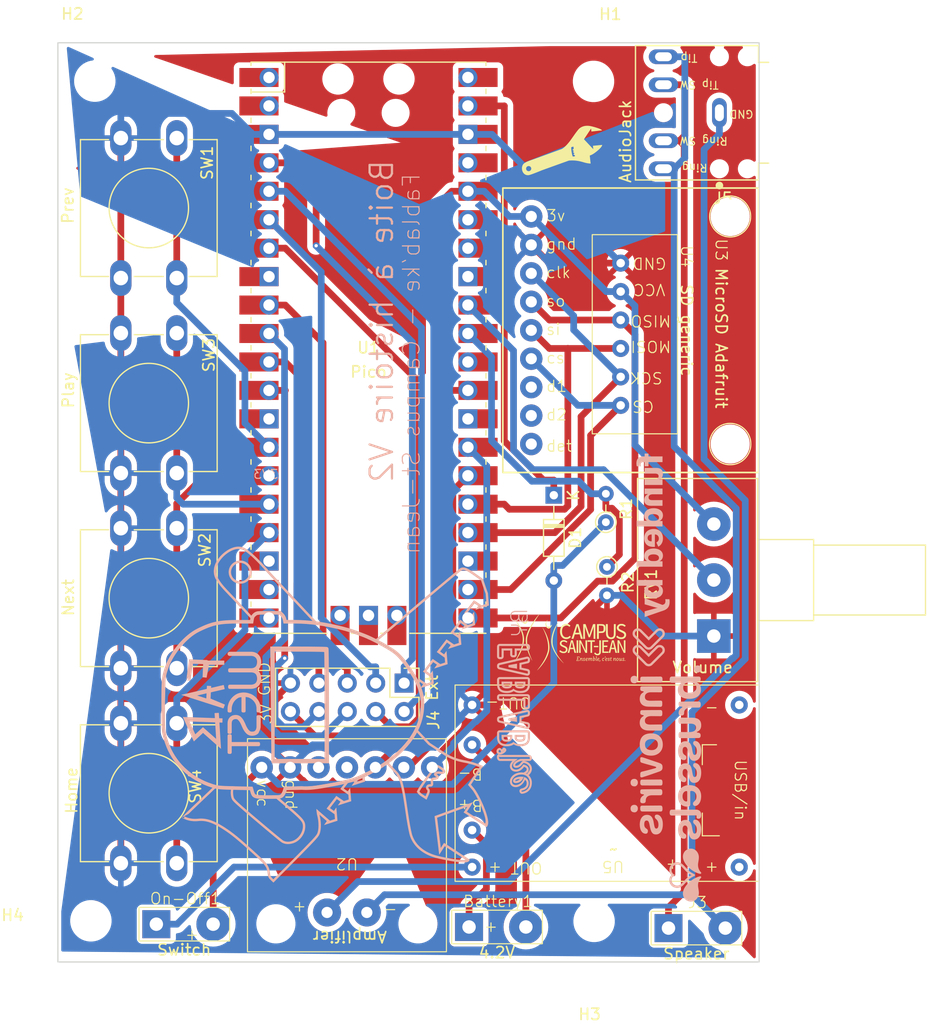
<source format=kicad_pcb>
(kicad_pcb (version 20240108) (generator "pcbnew") (generator_version "8.0")
  (title_block (comment 4 "AISLER Project ID: BFPIADRN"))
  (layers (0 "F.Cu" mixed) (31 "B.Cu" mixed) (34 "B.Paste" user) (35 "F.Paste" user) (36 "B.SilkS" user "B.Silkscreen") (37 "F.SilkS" user "F.Silkscreen") (38 "B.Mask" user) (39 "F.Mask" user) (44 "Edge.Cuts" user))
  (net 0 "")
  (net 1 "+3V3")
  (net 2 "Net-(U1-GPIO17)")
  (net 6 "Net-(U1-GPIO19)")
  (net 7 "Net-(U1-GPIO18)")
  (net 8 "Net-(U1-GPIO16)")
  (net 9 "GND")
  (net 10 "Net-(D1-K)")
  (net 11 "Net-(U1-GPIO21)")
  (net 12 "Net-(U1-GPIO22)")
  (net 15 "Net-(U1-GPIO20)")
  (net 16 "Net-(U1-GPIO13)")
  (net 17 "Net-(J4-Pin_3)")
  (net 18 "Net-(U1-GPIO12)")
  (net 20 "Net-(J4-Pin_1)")
  (net 21 "Net-(J4-Pin_2)")
  (net 22 "Net-(J4-Pin_6)")
  (net 23 "Net-(J4-Pin_5)")
  (net 24 "Net-(U1-GPIO10)")
  (net 25 "Net-(J4-Pin_4)")
  (net 26 "Net-(J4-Pin_7)")
  (net 27 "Net-(U1-GPIO26_ADC0)")
  (net 28 "Net-(U1-GPIO27_ADC1)")
  (net 34 "Net-(J4-Pin_8)")
  (net 36 "Net-(U1-GPIO11)")
  (net 38 "Net-(J3-Pin_2)")
  (net 40 "Net-(J3-Pin_1)")
  (net 41 "Net-(U2-Speaker_+)")
  (net 42 "+5V")
  (net 43 "Net-(U5-BAT-)")
  (net 44 "Net-(U5-BAT+)")
  (net 74 "Net-(On-Off1-A)")
  (footprint "Resistor_THT:R_Axial_DIN0204_L3.6mm_D1.6mm_P2.54mm_Vertical" (layer "F.Cu") (at 157.8 102.75 -90)
    (property "Reference" "R2")
    (property "Value" "100k")
  )
  (footprint "storybox:Adafruit_MAX98357" (layer "F.Cu") (at 143.45 137.414 180)
    (property "Reference" "U2")
    (property "Value" "Amplifier")
  )
  (footprint "storybox:Adafruit_MicroSd_3v" (layer "F.Cu") (at 171.354 68.9205 -90)
    (property "Reference" "U3")
    (property "Value" "MicroSD Adafruit")
  )
  (footprint "Button_Switch_THT:SW_PUSH-12mm" (layer "F.Cu") (at 119.35 64.4583 -90)
    (property "Reference" "SW1")
    (property "Value" "Prev")
  )
  (footprint "Button_Switch_THT:SW_PUSH-12mm" (layer "F.Cu") (at 119.35 99.2917 -90)
    (property "Reference" "SW2")
    (property "Value" "Next")
  )
  (footprint "MountingHole:MountingHole_3.2mm_M3" (layer "F.Cu") (at 111.675 134.35)
    (property "Reference" "H4")
    (property "Value" "MountingHole")
  )
  (footprint "MCU_RaspberryPi_and_Boards:RPi_Pico_SMD_TH" (layer "F.Cu") (at 136.485 83.18)
    (property "Reference" "U1")
    (property "Value" "Pico")
  )
  (footprint "MountingHole:MountingHole_3.2mm_M3" (layer "F.Cu") (at 156.6 59.4)
    (property "Reference" "H1")
    (property "Value" "MountingHole")
  )
  (footprint "MountingHole:MountingHole_3.2mm_M3" (layer "F.Cu") (at 112.025 59.375)
    (property "Reference" "H2")
    (property "Value" "MountingHole")
  )
  (footprint "MountingHole:MountingHole_3.2mm_M3" (layer "F.Cu") (at 156.65 134.4)
    (property "Reference" "H3")
    (property "Value" "MountingHole")
  )
  (footprint "Connector_PinHeader_2.54mm:PinHeader_2x05_P2.54mm_Vertical" (layer "F.Cu") (at 139.67 113.125 -90)
    (property "Reference" "J4")
    (property "Value" "Ext")
  )
  (footprint "Resistor_THT:R_Axial_DIN0204_L3.6mm_D1.6mm_P2.54mm_Vertical" (layer "F.Cu") (at 157.7 98.76 90)
    (property "Reference" "R1")
    (property "Value" "100k")
  )
  (footprint "Diode_THT:D_DO-34_SOD68_P7.62mm_Horizontal" (layer "F.Cu") (at 153.05 96.35 -90)
    (property "Reference" "D1")
    (property "Value" "D_Schottky")
  )
  (footprint "storybox:sd_reader_generic" (layer "F.Cu") (at 166.645 80.705 -90)
    (property "Reference" "U4")
    (property "Value" "SD generic")
  )
  (footprint "storybox:tp4056" (layer "F.Cu") (at 171.403 138.189 180)
    (property "Reference" "U5")
    (property "Value" "~")
  )
  (footprint "Potentiometer_THT:Potentiometer_Alps_RK163_Single_Horizontal" (layer "F.Cu") (at 167.35 108.925 180)
    (property "Reference" "RV1")
    (property "Value" "Volume")
  )
  (footprint "Button_Switch_THT:SW_PUSH-12mm" (layer "F.Cu") (at 119.35 81.875 -90)
    (property "Reference" "SW3")
    (property "Value" "Play")
  )
  (footprint "storybox:CUI_SJ1-3525NG-GR" (layer "F.Cu") (at 167.85 62.2 180)
    (property "Reference" "J5")
    (property "Value" "AudioJack")
  )
  (footprint "storybox:connector_polarized" (layer "F.Cu") (at 119.9615 133.0506)
    (property "Reference" "On-Off1")
    (property "Value" "Switch")
  )
  (footprint "storybox:connector_polarized" (layer "F.Cu") (at 147.9115 133.3006)
    (property "Reference" "Battery1")
    (property "Value" "4.2V")
  )
  (footprint "storybox:connector_polarized" (layer "F.Cu") (at 165.7365 133.4006)
    (property "Reference" "J3")
    (property "Value" "Speaker")
  )
  (footprint "Button_Switch_THT:SW_PUSH-12mm" (layer "F.Cu") (at 119.35 116.7083 -90)
    (property "Reference" "SW4")
    (property "Value" "Home")
  )
  (gr_poly (pts (xy 160.775092 121.968377) (xy 160.776902 121.931949) (xy 160.778285 121.915256) (xy 160.779996 121.899539) (xy 160.782042 121.884771) (xy 160.784433 121.870924) (xy 160.787175 121.85797) (xy 160.790277 121.84588) (xy 160.793745 121.834628) (xy 160.797588 121.824185) (xy 160.801814 121.814524) (xy 160.80643 121.805616) (xy 160.811443 121.797433) (xy 160.816862 121.789948) (xy 160.822695 121.783133) (xy 160.828948 121.77696) (xy 160.83563 121.7714) (xy 160.842748 121.766427) (xy 160.850311 121.762012) (xy 160.858326 121.758127) (xy 160.8668 121.754745) (xy 160.875741 121.751837) (xy 160.885158 121.749375) (xy 160.895057 121.747332) (xy 160.905447 121.745681) (xy 160.916335 121.744392) (xy 160.939636 121.742791) (xy 160.965023 121.742307) (xy 162.565136 121.730878) (xy 162.591225 121.731657) (xy 162.615225 121.734078) (xy 162.637194 121.738262) (xy 162.647434 121.741054) (xy 162.657187 121.744333) (xy 162.66646 121.748114) (xy 162.67526 121.752413) (xy 162.683593 121.757245) (xy 162.691468 121.762626) (xy 162.69889 121.76857) (xy 162.705867 121.775093) (xy 162.712406 121.782211) (xy 162.718514 121.789939) (xy 162.724197 121.798292) (xy 162.729463 121.807285) (xy 162.734319 121.816934) (xy 162.738772 121.827255) (xy 162.742828 121.838262) (xy 162.746495 121.849971) (xy 162.752689 121.875556) (xy 162.757409 121.904133) (xy 162.760712 121.935825) (xy 162.762652 121.970755) (xy 162.763287 122.009045) (xy 162.762781 122.047122) (xy 162.76121 122.081447) (xy 162.759999 122.097258) (xy 162.758489 122.112199) (xy 162.756671 122.126291) (xy 162.754535 122.139557) (xy 162.752069 122.152019) (xy 162.749263 122.1637) (xy 162.746107 122.174621) (xy 162.74259 122.184806) (xy 162.738702 122.194276) (xy 162.734432 122.203054) (xy 162.729771 122.211162) (xy 162.724707 122.218623) (xy 162.71923 122.225458) (xy 162.713329 122.231691) (xy 162.706994 122.237343) (xy 162.700215 122.242437) (xy 162.692981 122.246995) (xy 162.685282 122.25104) (xy 162.677107 122.254593) (xy 162.668446 122.257678) (xy 162.659288 122.260316) (xy 162.649623 122.262529) (xy 162.63944 122.264341) (xy 162.628729 122.265774) (xy 162.617479 122.266849) (xy 162.605681 122.267589) (xy 162.580395 122.268155) (xy 160.987774 122.264325) (xy 160.962152 122.263635) (xy 160.938143 122.261483) (xy 160.915754 122.257747) (xy 160.905168 122.255246) (xy 160.894989 122.252302) (xy 160.885217 122.248902) (xy 160.875854 122.245028) (xy 160.866899 122.240666) (xy 160.858354 122.2358) (xy 160.85022 122.230415) (xy 160.842496 122.224495) (xy 160.835183 122.218026) (xy 160.828283 122.210992) (xy 160.821796 122.203377) (xy 160.815723 122.195166) (xy 160.810063 122.186344) (xy 160.804819 122.176895) (xy 160.79999 122.166805) (xy 160.795578 122.156057) (xy 160.791583 122.144636) (xy 160.788005 122.132528) (xy 160.784846 122.119716) (xy 160.782106 122.106185) (xy 160.779785 122.09192) (xy 160.777885 122.076905) (xy 160.775349 122.044567) (xy 160.774502 122.009045)) (stroke (width -0.000001)) (fill solid) (layer "B.SilkS"))
  (gr_poly (pts (xy 122.659898 103.113349) (xy 122.661581 103.069113) (xy 122.661579 103.069178) (xy 122.664484 103.024964) (xy 122.668592 102.980806) (xy 122.673884 102.936726) (xy 122.680342 102.892748) (xy 122.687945 102.848894) (xy 122.696677 102.805187) (xy 122.706518 102.761652) (xy 122.717449 102.718311) (xy 122.729453 102.675188) (xy 122.74251 102.632305) (xy 122.756602 102.589686) (xy 122.771709 102.547354) (xy 122.787815 102.505332) (xy 122.804899 102.463644) (xy 122.822943 102.422312) (xy 122.841929 102.381361) (xy 122.88198 102.302579) (xy 122.926923 102.223216) (xy 122.976547 102.143573) (xy 123.030641 102.063947) (xy 123.088993 101.984638) (xy 123.151391 101.905945) (xy 123.217625 101.828166) (xy 123.287482 101.751601) (xy 123.360752 101.676549) (xy 123.437222 101.603308) (xy 123.516682 101.532177) (xy 123.59892 101.463455) (xy 123.683724 101.397442) (xy 123.770884 101.334436) (xy 123.860187 101.274736) (xy 123.951422 101.218641) (xy 124.04449 101.166537) (xy 124.13943 101.118759) (xy 124.235963 101.0757) (xy 124.33381 101.037752) (xy 124.432691 101.005305) (xy 124.532329 100.978752) (xy 124.632445 100.958484) (xy 124.732759 100.944894) (xy 124.832992 100.938372) (xy 124.932866 100.939312) (xy 125.032102 100.948103) (xy 125.130421 100.965139) (xy 125.179149 100.976871) (xy 125.227544 100.990811) (xy 125.27557 101.007008) (xy 125.323192 101.025511) (xy 125.370376 101.046368) (xy 125.417087 101.06963) (xy 125.463289 101.095344) (xy 125.508949 101.12356) (xy 125.62048 101.194319) (xy 125.77202 101.303128) (xy 125.966047 101.457729) (xy 126.205039 101.665863) (xy 126.491476 101.935271) (xy 126.827835 102.273693) (xy 127.015511 102.471204) (xy 127.216596 102.688872) (xy 127.431402 102.927663) (xy 127.660238 103.188547) (xy 127.663339 103.191645) (xy 132.05997 107.884382) (xy 131.764898 107.845623) (xy 131.536295 107.817269) (xy 131.516857 107.815144) (xy 131.516857 107.616228) (xy 127.503665 103.332765) (xy 127.502105 103.331179) (xy 127.274085 103.071168) (xy 127.060264 102.833499) (xy 126.860359 102.617196) (xy 126.674087 102.421283) (xy 126.501163 102.244784) (xy 126.341304 102.086722) (xy 126.194227 101.946122) (xy 126.059647 101.822008) (xy 125.93728 101.713404) (xy 125.826844 101.619333) (xy 125.728055 101.538821) (xy 125.640628 101.47089) (xy 125.56428 101.414564) (xy 125.498728 101.368869) (xy 125.443687 101.332827) (xy 125.398874 101.305464) (xy 125.396812 101.303877) (xy 125.394746 101.30282) (xy 125.357174 101.279523) (xy 125.319109 101.25826) (xy 125.280575 101.238996) (xy 125.241594 101.2217) (xy 125.202188 101.206337) (xy 125.16238 101.192876) (xy 125.081646 101.171525) (xy 124.99957 101.157382) (xy 124.916332 101.150183) (xy 124.832111 101.149665) (xy 124.747087 101.155563) (xy 124.661437 101.167613) (xy 124.575341 101.18555) (xy 124.488978 101.209112) (xy 124.402528 101.238033) (xy 124.316168 101.272051) (xy 124.230079 101.3109) (xy 124.144439 101.354316) (xy 124.059428 101.402037) (xy 123.975453 101.453795) (xy 123.892972 101.509263) (xy 123.812231 101.568077) (xy 123.733481 101.629879) (xy 123.656969 101.694308) (xy 123.582943 101.761003) (xy 123.511654 101.829604) (xy 123.443348 101.89975) (xy 123.378276 101.971081) (xy 123.316685 102.043236) (xy 123.258823 102.115855) (xy 123.204941 102.188577) (xy 123.155285 102.261043) (xy 123.110105 102.33289) (xy 123.06965 102.40376) (xy 123.034168 102.473291) (xy 123.017204 102.509894) (xy 123.001109 102.546796) (xy 122.985895 102.583972) (xy 122.971577 102.621397) (xy 122.958168 102.659044) (xy 122.94568 102.696889) (xy 122.934129 102.734904) (xy 122.923526 102.773065) (xy 122.913886 102.811345) (xy 122.905222 102.849719) (xy 122.897548 102.888161) (xy 122.890876 102.926645) (xy 122.885221 102.965145) (xy 122.880595 103.003637) (xy 122.877013 103.042093) (xy 122.874487 103.080488) (xy 122.874491 103.080595) (xy 122.873037 103.118773) (xy 122.872656 103.156834) (xy 122.87336 103.194761) (xy 122.87516 103.232539) (xy 122.878069 103.27015) (xy 122.882098 103.307577) (xy 122.88726 103.344805) (xy 122.893565 103.381817) (xy 122.901027 103.418597) (xy 122.909657 103.455127) (xy 122.919466 103.491392) (xy 122.930468 103.527374) (xy 122.942673 103.563058) (xy 122.956093 103.598427) (xy 122.970741 103.633464) (xy 122.986629 103.668154) (xy 123.058614 103.793564) (xy 123.131114 103.911753) (xy 123.205038 104.02432) (xy 123.281292 104.132865) (xy 123.360785 104.238989) (xy 123.444423 104.344292) (xy 123.533115 104.450374) (xy 123.627768 104.558835) (xy 123.838586 104.789296) (xy 124.084139 105.048477) (xy 124.708488 105.704203) (xy 126.058275 107.148561) (xy 126.075639 107.112753) (xy 126.092595 107.076713) (xy 126.110004 107.040873) (xy 126.119147 107.023164) (xy 126.128727 107.005668) (xy 126.13885 106.988438) (xy 126.149624 106.971529) (xy 126.161157 106.954994) (xy 126.173557 106.938889) (xy 126.186932 106.923268) (xy 126.201388 106.908183) (xy 126.217033 106.89369) (xy 126.233976 106.879843) (xy 126.271176 106.852317) (xy 126.289857 106.839317) (xy 126.308757 106.826855) (xy 126.328003 106.814951) (xy 126.347719 106.803626) (xy 126.368031 106.792901) (xy 126.389064 106.782798) (xy 126.410942 106.773338) (xy 126.433792 106.764542) (xy 126.457738 106.75643) (xy 126.482906 106.749024) (xy 126.50942 106.742345) (xy 126.537406 106.736415) (xy 126.566989 106.731254) (xy 126.598295 106.726883) (xy 126.667082 106.71989) (xy 126.745833 106.714634) (xy 126.836375 106.710867) (xy 126.940541 106.708341) (xy 127.197057 106.706021) (xy 127.530019 106.705688) (xy 128.605407 106.705688) (xy 128.812112 106.911877) (xy 128.834049 106.934714) (xy 128.855454 106.958877) (xy 128.876257 106.984242) (xy 128.896386 107.010688) (xy 128.915768 107.038095) (xy 128.934332 107.06634) (xy 128.952005 107.095302) (xy 128.968717 107.12486) (xy 128.984393 107.154891) (xy 128.998964 107.185276) (xy 129.012356 107.215891) (xy 129.024498 107.246616) (xy 129.035318 107.277329) (xy 129.044744 107.307908) (xy 129.052704 107.338233) (xy 129.059125 107.368181) (xy 129.084964 107.506672) (xy 129.906103 107.506672) (xy 130.112148 107.508902) (xy 130.31638 107.515297) (xy 130.519033 107.525412) (xy 130.720342 107.538802) (xy 130.920544 107.555023) (xy 131.119874 107.573631) (xy 131.516857 107.616228) (xy 131.516857 107.815144) (xy 131.307047 107.792219) (xy 131.076942 107.77062) (xy 130.845766 107.75262) (xy 130.613306 107.738364) (xy 130.37935 107.727999) (xy 130.143684 107.721673) (xy 129.906097 107.719532) (xy 128.908224 107.719532) (xy 128.84983 107.407406) (xy 128.850358 107.407406) (xy 128.846275 107.389636) (xy 128.840469 107.37003) (xy 128.83309 107.348872) (xy 128.824285 107.326448) (xy 128.814201 107.303045) (xy 128.802988 107.278949) (xy 128.790792 107.254445) (xy 128.777762 107.229818) (xy 128.764045 107.205356) (xy 128.749789 107.181344) (xy 128.735143 107.158067) (xy 128.720253 107.135812) (xy 128.705269 107.114865) (xy 128.690337 107.095511) (xy 128.675606 107.078036) (xy 128.661224 107.062727) (xy 128.517562 106.918548) (xy 127.530027 106.918548) (xy 127.197454 106.919108) (xy 127.061427 106.920059) (xy 126.943598 106.921678) (xy 126.842486 106.924133) (xy 126.756612 106.927591) (xy 126.684495 106.932219) (xy 126.624654 106.938183) (xy 126.598951 106.941566) (xy 126.575843 106.945082) (xy 126.555043 106.948805) (xy 126.536261 106.952807) (xy 126.519208 106.957162) (xy 126.503597 106.961943) (xy 126.489137 106.967224) (xy 126.47554 106.973076) (xy 126.462517 106.979574) (xy 126.449779 106.986791) (xy 126.437038 106.9948) (xy 126.424005 107.003674) (xy 126.410391 107.013487) (xy 126.395906 107.024311) (xy 126.363172 107.049286) (xy 126.342266 107.065738) (xy 126.32294 107.081879) (xy 126.305112 107.097824) (xy 126.288701 107.113685) (xy 126.273626 107.129579) (xy 126.259803 107.145619) (xy 126.247151 107.161919) (xy 126.235589 107.178594) (xy 126.225034 107.195757) (xy 126.215404 107.213524) (xy 126.206619 107.232009) (xy 126.198596 107.251325) (xy 126.191253 107.271587) (xy 126.184508 107.292909) (xy 126.17828 107.315406) (xy 126.172487 107.339191) (xy 126.127529 107.534529) (xy 124.552947 105.849878) (xy 124.553478 105.849878) (xy 123.926785 105.191871) (xy 123.677801 104.928986) (xy 123.462442 104.69325) (xy 123.365197 104.581594) (xy 123.273747 104.471964) (xy 123.187223 104.362772) (xy 123.104755 104.252431) (xy 123.025471 104.139353) (xy 122.948502 104.021953) (xy 122.872978 103.898641) (xy 122.798028 103.767832) (xy 122.796467 103.765188) (xy 122.794906 103.762091) (xy 122.775876 103.720715) (xy 122.758363 103.678946) (xy 122.742348 103.636813) (xy 122.727811 103.594346) (xy 122.714733 103.551573) (xy 122.703094 103.508522) (xy 122.692875 103.465223) (xy 122.684057 103.421704) (xy 122.676619 103.377995) (xy 122.670542 103.334124) (xy 122.665808 103.290119) (xy 122.662396 103.246011) (xy 122.660286 103.201827) (xy 122.65946 103.157597)) (stroke (width -0.000001)) (fill solid) (layer "B.SilkS"))
  (gr_poly (pts (xy 122.031582 113.642662) (xy 122.045019 113.36516) (xy 122.425356 113.382213) (xy 122.417089 113.553261) (xy 123.549319 113.290228) (xy 123.635102 113.661266) (xy 122.397969 113.949102) (xy 122.37058 114.508758) (xy 123.526064 114.989866) (xy 123.529166 114.990898) (xy 123.652672 115.045675) (xy 123.525032 115.391907) (xy 123.482151 115.377437) (xy 123.482151 115.098375) (xy 123.365879 115.059101) (xy 123.365351 115.060661) (xy 123.482151 115.098375) (xy 123.482151 115.377437) (xy 123.399457 115.349533) (xy 121.990242 114.896928) (xy 121.990242 114.496872) (xy 122.012462 114.038502) (xy 121.17117 114.233322) (xy 121.990242 114.496872) (xy 121.990242 114.896928) (xy 120.267865 114.343743) (xy 120.267865 114.323755) (xy 120.272 114.222986) (xy 120.177948 114.192497) (xy 120.267865 114.323755) (xy 120.267865 114.343743) (xy 120.197586 114.321171) (xy 119.741283 114.17441)) (stroke (width -0.000001)) (fill solid) (layer "B.SilkS"))
  (gr_poly (pts (xy 150.296483 107.636867) (xy 150.285947 107.636766) (xy 150.275645 107.636464)) (stroke (width -0.000001)) (fill solid) (layer "B.SilkS"))
  (gr_poly (pts (xy 165.623011 111.817343) (xy 165.626016 111.7853) (xy 165.631086 111.754865) (xy 165.63441 111.740278) (xy 165.63827 111.726126) (xy 165.642671 111.71242) (xy 165.64762 111.699172) (xy 165.653123 111.686393) (xy 165.659186 111.674094) (xy 165.665815 111.662286) (xy 165.673017 111.65098) (xy 165.680799 111.640188) (xy 165.689165 111.62992) (xy 165.698123 111.620188) (xy 165.70768 111.611003) (xy 165.71784 111.602376) (xy 165.728611 111.594318) (xy 165.739999 111.586841) (xy 165.75201 111.579955) (xy 165.76465 111.573672) (xy 165.777926 111.568003) (xy 165.791844 111.562959) (xy 165.80641 111.558552) (xy 165.82163 111.554792) (xy 165.837512 111.55169) (xy 165.854061 111.549259) (xy 165.871283 111.547508) (xy 165.889184 111.546449) (xy 165.907772 111.546094) (xy 165.924716 111.546428) (xy 165.941249 111.547427) (xy 165.957364 111.549086) (xy 165.973052 111.5514) (xy 165.988305 111.554364) (xy 166.003114 111.557974) (xy 166.01747 111.562224) (xy 166.031366 111.567109) (xy 166.044794 111.572626) (xy 166.057744 111.578768) (xy 166.070208 111.585531) (xy 166.082179 111.59291) (xy 166.093647 111.6009) (xy 166.104605 111.609497) (xy 166.115043 111.618695) (xy 166.124954 111.628489) (xy 166.134329 111.638876) (xy 166.14316 111.649848) (xy 166.151439 111.661403) (xy 166.159156 111.673535) (xy 166.166305 111.686239) (xy 166.172875 111.69951) (xy 166.17886 111.713344) (xy 166.18425 111.727735) (xy 166.189037 111.742679) (xy 166.193213 111.75817) (xy 166.19677 111.774204) (xy 166.199699 111.790777) (xy 166.201991 111.807882) (xy 166.203639 111.825515) (xy 166.204634 111.843672) (xy 166.204968 111.862347) (xy 166.203891 111.897968) (xy 166.200638 111.931896) (xy 166.195175 111.964049) (xy 166.191604 111.979434) (xy 166.187469 111.994344) (xy 166.182764 112.008767) (xy 166.177485 112.022695) (xy 166.171629 112.036116) (xy 166.165191 112.049021) (xy 166.158168 112.061397) (xy 166.150553 112.073236) (xy 166.142345 112.084526) (xy 166.133537 112.095258) (xy 166.124127 112.10542) (xy 166.11411 112.115002) (xy 166.103481 112.123994) (xy 166.092237 112.132385) (xy 166.080374 112.140165) (xy 166.067886 112.147324) (xy 166.05477 112.15385) (xy 166.041022 112.159734) (xy 166.026638 112.164964) (xy 166.011613 112.169532) (xy 165.995943 112.173425) (xy 165.979624 112.176634) (xy 165.962651 112.179148) (xy 165.945021 112.180956) (xy 165.92673 112.182049) (xy 165.907772 112.182416) (xy 165.874426 112.181581) (xy 165.842988 112.178955) (xy 165.827995 112.176913) (xy 165.813493 112.174353) (xy 165.799483 112.171253) (xy 165.785972 112.167591) (xy 165.772964 112.163342) (xy 165.760461 112.158484) (xy 165.74847 112.152994) (xy 165.736993 112.146849) (xy 165.726035 112.140026) (xy 165.715601 112.132501) (xy 165.705693 112.124252) (xy 165.696318 112.115256) (xy 165.687478 112.10549) (xy 165.679178 112.09493) (xy 165.671422 112.083554) (xy 165.664215 112.071339) (xy 165.65756 112.058261) (xy 165.651462 112.044298) (xy 165.645925 112.029426) (xy 165.640952 112.013623) (xy 165.63655 111.996866) (xy 165.63272 111.979131) (xy 165.629468 111.960395) (xy 165.626798 111.940636) (xy 165.624714 111.91983) (xy 165.623221 111.897955) (xy 165.622321 111.874987) (xy 165.622021 111.850903)) (stroke (width -0.000001)) (fill solid) (layer "B.SilkS"))
  (gr_poly (pts (xy 160.775703 112.776899) (xy 160.777515 112.740476) (xy 160.780611 112.70807) (xy 160.785052 112.679459) (xy 160.787796 112.666506) (xy 160.790899 112.654418) (xy 160.794369 112.643168) (xy 160.798214 112.632726) (xy 160.802441 112.623065) (xy 160.807058 112.614158) (xy 160.812073 112.605977) (xy 160.817493 112.598492) (xy 160.823327 112.591678) (xy 160.829581 112.585505) (xy 160.836263 112.579946) (xy 160.843382 112.574973) (xy 160.850944 112.570559) (xy 160.858958 112.566674) (xy 160.867431 112.563292) (xy 160.876371 112.560384) (xy 160.895682 112.55588) (xy 160.916952 112.552939) (xy 160.940244 112.551339) (xy 160.965618 112.550855) (xy 162.565914 112.539456) (xy 162.579222 112.539649) (xy 162.592 112.540236) (xy 162.604257 112.541233) (xy 162.615999 112.542656) (xy 162.627232 112.54452) (xy 162.637965 112.54684) (xy 162.648204 112.549632) (xy 162.657956 112.55291) (xy 162.667228 112.556691) (xy 162.676027 112.56099) (xy 162.68436 112.565821) (xy 162.692234 112.571201) (xy 162.699656 112.577144) (xy 162.706633 112.583667) (xy 162.713171 112.590783) (xy 162.719278 112.59851) (xy 162.724962 112.606861) (xy 162.730227 112.615853) (xy 162.735083 112.6255) (xy 162.739536 112.635818) (xy 162.743592 112.646823) (xy 162.747258 112.658529) (xy 162.750543 112.670953) (xy 162.753452 112.684109) (xy 162.755993 112.698012) (xy 162.758172 112.712679) (xy 162.759997 112.728124) (xy 162.761475 112.744363) (xy 162.763415 112.779283) (xy 162.76405 112.817563) (xy 162.763545 112.855639) (xy 162.761974 112.889964) (xy 162.759253 112.920716) (xy 162.7553 112.948074) (xy 162.750029 112.972217) (xy 162.746873 112.983139) (xy 162.743357 112.993323) (xy 162.739469 113.002794) (xy 162.7352 113.011572) (xy 162.730539 113.01968) (xy 162.725475 113.02714) (xy 162.719999 113.033976) (xy 162.714098 113.040209) (xy 162.707764 113.045861) (xy 162.700985 113.050955) (xy 162.693751 113.055513) (xy 162.686052 113.059557) (xy 162.677877 113.063111) (xy 162.669215 113.066195) (xy 162.660057 113.068833) (xy 162.650391 113.071047) (xy 162.629496 113.074291) (xy 162.606446 113.076107) (xy 162.581158 113.076672) (xy 160.988461 113.072858) (xy 160.962837 113.072168) (xy 160.938827 113.070015) (xy 160.927427 113.068352) (xy 160.916433 113.066278) (xy 160.905845 113.063777) (xy 160.895664 113.060833) (xy 160.885889 113.057431) (xy 160.876523 113.053557) (xy 160.867565 113.049194) (xy 160.859017 113.044328) (xy 160.850879 113.038942) (xy 160.843151 113.033022) (xy 160.835836 113.026552) (xy 160.828932 113.019517) (xy 160.822441 113.011901) (xy 160.816364 113.00369) (xy 160.810701 112.994867) (xy 160.805454 112.985418) (xy 160.800622 112.975326) (xy 160.796206 112.964578) (xy 160.792208 112.953157) (xy 160.788627 112.941048) (xy 160.785466 112.928235) (xy 160.782723 112.914704) (xy 160.7804 112.900438) (xy 160.778499 112.885424) (xy 160.777018 112.869644) (xy 160.77596 112.853084) (xy 160.775324 112.835729) (xy 160.775112 112.817563)) (stroke (width -0.000001)) (fill solid) (layer "B.SilkS"))
  (gr_poly (pts (xy 150.511957 112.991604) (xy 150.511957 113.228798) (xy 150.511498 113.250624) (xy 150.510112 113.272209) (xy 150.507783 113.293501) (xy 150.504496 113.314447) (xy 150.500237 113.334995) (xy 150.494989 113.355093) (xy 150.488738 113.374687) (xy 150.481469 113.393725) (xy 150.473166 113.412156) (xy 150.463815 113.429926) (xy 150.453399 113.446983) (xy 150.441904 113.463274) (xy 150.429315 113.478748) (xy 150.422606 113.486162) (xy 150.415617 113.493351) (xy 150.408347 113.50031) (xy 150.400794 113.507032) (xy 150.392957 113.51351) (xy 150.384832 113.519737) (xy 150.367969 113.531411) (xy 150.350452 113.542059) (xy 150.332277 113.551719) (xy 150.313441 113.560428) (xy 150.293939 113.568224) (xy 150.273769 113.575145) (xy 150.252926 113.581228) (xy 150.231406 113.586511) (xy 150.209207 113.591031) (xy 150.186324 113.594827) (xy 150.162754 113.597935) (xy 150.138493 113.600394) (xy 150.113537 113.602241) (xy 150.087884 113.603513) (xy 150.034471 113.604486) (xy 150.034471 113.416384) (xy 150.05776 113.416134) (xy 150.079865 113.415404) (xy 150.1008 113.414217) (xy 150.12058 113.4126) (xy 150.139219 113.410577) (xy 150.156733 113.408174) (xy 150.173136 113.405417) (xy 150.188443 113.402331) (xy 150.202668 113.398941) (xy 150.215828 113.395273) (xy 150.227936 113.391352) (xy 150.239007 113.387203) (xy 150.249055 113.382853) (xy 150.258097 113.378325) (xy 150.266146 113.373646) (xy 150.273218 113.368841) (xy 150.279581 113.363903) (xy 150.285501 113.358765) (xy 150.290982 113.353361) (xy 150.29603 113.347624) (xy 150.300648 113.341488) (xy 150.304841 113.334888) (xy 150.308613 113.327757) (xy 150.311969 113.320029) (xy 150.314914 113.311638) (xy 150.317451 113.302519) (xy 150.319586 113.292605) (xy 150.321323 113.281829) (xy 150.322665 113.270127) (xy 150.323619 113.257432) (xy 150.324188 113.243677) (xy 150.324377 113.228798) (xy 150.324377 113.179706) (xy 149.740426 113.179706) (xy 149.740426 113.228798) (xy 149.740434 113.228798) (xy 149.740617 113.243671) (xy 149.741171 113.257418) (xy 149.742101 113.270106) (xy 149.74271 113.276073) (xy 149.743416 113.2818) (xy 149.744219 113.287296) (xy 149.745121 113.292568) (xy 149.746122 113.297625) (xy 149.747224 113.302475) (xy 149.748426 113.307127) (xy 149.749731 113.311588) (xy 149.751138 113.315868) (xy 149.752648 113.319974) (xy 149.754263 113.323915) (xy 149.755984 113.327699) (xy 149.75781 113.331334) (xy 149.759744 113.334829) (xy 149.761785 113.338191) (xy 149.763935 113.34143) (xy 149.766194 113.344554) (xy 149.768564 113.34757) (xy 149.771044 113.350488) (xy 149.773637 113.353315) (xy 149.776343 113.35606) (xy 149.779162 113.358731) (xy 149.782096 113.361336) (xy 149.785145 113.363884) (xy 149.791593 113.368841) (xy 149.798768 113.373666) (xy 149.806938 113.378359) (xy 149.816119 113.382897) (xy 149.826326 113.387254) (xy 149.837574 113.391405) (xy 149.849879 113.395326) (xy 149.863257 113.398991) (xy 149.877723 113.402376) (xy 149.893292 113.405456) (xy 149.90998 113.408206) (xy 149.927802 113.410601) (xy 149.946774 113.412617) (xy 149.966912 113.414227) (xy 149.98823 113.415409) (xy 150.010745 113.416136) (xy 150.034471 113.416384) (xy 150.034471 113.604486) (xy 150.034467 113.604486) (xy 150.007033 113.604254) (xy 149.980344 113.603531) (xy 149.954392 113.602278) (xy 149.929171 113.600458) (xy 149.904674 113.598031) (xy 149.880894 113.594959) (xy 149.857824 113.591203) (xy 149.835457 113.586725) (xy 149.813786 113.581485) (xy 149.792804 113.575446) (xy 149.772505 113.568569) (xy 149.752881 113.560814) (xy 149.733925 113.552144) (xy 149.715632 113.54252) (xy 149.697992 113.531903) (xy 149.681001 113.520254) (xy 149.66491 113.507563) (xy 149.649968 113.493882) (xy 149.636159 113.479264) (xy 149.623468 113.463765) (xy 149.61188 113.447439) (xy 149.60138 113.43034) (xy 149.591952 113.412522) (xy 149.583581 113.39404) (xy 149.576252 113.374948) (xy 149.56995 113.355301) (xy 149.564659 113.335153) (xy 149.560364 113.314558) (xy 149.557051 113.29357) (xy 149.554703 113.272245) (xy 149.553305 113.250636) (xy 149.552843 113.228798) (xy 149.552843 112.991604)) (stroke (width -0.000001)) (fill solid) (layer "B.SilkS"))
  (gr_poly (pts (xy 160.432503 93.473019) (xy 160.434318 93.43665) (xy 160.437336 93.401378) (xy 160.44155 93.367212) (xy 160.446954 93.334155) (xy 160.453541 93.302216) (xy 160.461305 93.271401) (xy 160.470239 93.241716) (xy 160.480338 93.213166) (xy 160.491594 93.18576) (xy 160.504001 93.159503) (xy 160.517553 93.134402) (xy 160.532244 93.110462) (xy 160.548067 93.087691) (xy 160.565015 93.066095) (xy 160.583082 93.04568) (xy 160.602262 93.026453) (xy 160.622549 93.008419) (xy 160.643936 92.991586) (xy 160.666416 92.97596) (xy 160.689983 92.961548) (xy 160.714631 92.948355) (xy 160.740354 92.936388) (xy 160.767144 92.925653) (xy 160.794997 92.916157) (xy 160.823904 92.907907) (xy 160.85386 92.900909) (xy 160.884858 92.895168) (xy 160.916892 92.890692) (xy 160.949956 92.887487) (xy 160.984043 92.885559) (xy 161.019146 92.884915) (xy 161.169094 92.884915) (xy 161.169094 92.62959) (xy 161.510616 92.62959) (xy 161.510616 92.884915) (xy 162.764904 92.884915) (xy 162.764904 93.395535) (xy 161.510616 93.395535) (xy 161.510616 93.765759) (xy 161.169094 93.765759) (xy 161.169094 93.395535) (xy 161.031887 93.395535) (xy 161.018617 93.39575) (xy 161.005742 93.396394) (xy 160.993263 93.397465) (xy 160.981182 93.398963) (xy 160.969501 93.400887) (xy 160.958222 93.403234) (xy 160.947346 93.406005) (xy 160.936875 93.409197) (xy 160.926812 93.412811) (xy 160.917157 93.416844) (xy 160.907912 93.421295) (xy 160.899079 93.426163) (xy 160.89066 93.431448) (xy 160.882657 93.437147) (xy 160.875071 93.44326) (xy 160.867905 93.449786) (xy 160.861159 93.456723) (xy 160.854836 93.464071) (xy 160.848937 93.471827) (xy 160.843464 93.479991) (xy 160.838419 93.488562) (xy 160.833803 93.497539) (xy 160.829619 93.50692) (xy 160.825868 93.516705) (xy 160.822551 93.526891) (xy 160.819671 93.537478) (xy 160.81723 93.548466) (xy 160.815228 93.559851) (xy 160.813668 93.571634) (xy 160.812552 93.583814) (xy 160.811881 93.596388) (xy 160.811657 93.609357) (xy 160.811952 93.627604) (xy 160.812812 93.646373) (xy 160.814197 93.665589) (xy 160.816069 93.685178) (xy 160.818387 93.705064) (xy 160.821113 93.725172) (xy 160.824208 93.745429) (xy 160.827633 93.765759) (xy 160.460583 93.765759) (xy 160.453856 93.735547) (xy 160.448028 93.704777) (xy 160.443097 93.673485) (xy 160.439064 93.641707) (xy 160.435928 93.609481) (xy 160.433688 93.576844) (xy 160.432344 93.543831) (xy 160.431896 93.51048)) (stroke (width -0.000001)) (fill solid) (layer "B.SilkS"))
  (gr_poly (pts (xy 150.275427 107.636456) (xy 150.265247 107.635953) (xy 150.255441 107.635265)) (stroke (width -0.000001)) (fill solid) (layer "B.SilkS"))
  (gr_poly (pts (xy 160.731092 118.537482) (xy 160.734882 118.479183) (xy 160.740715 118.422744) (xy 160.748585 118.368168) (xy 160.758486 118.31546) (xy 160.770414 118.264621) (xy 160.784362 118.215657) (xy 160.800324 118.16857) (xy 160.818296 118.123365) (xy 160.838272 118.080043) (xy 160.860245 118.03861) (xy 160.884211 117.999068) (xy 160.910164 117.96142) (xy 160.938098 117.925672) (xy 160.968008 117.891825) (xy 160.999888 117.859883) (xy 161.033732 117.82985) (xy 161.069534 117.80173) (xy 161.10729 117.775525) (xy 161.146994 117.75124) (xy 161.18864 117.728878) (xy 161.232222 117.708441) (xy 161.277735 117.689935) (xy 161.325173 117.673362) (xy 161.37453 117.658725) (xy 161.425802 117.646029) (xy 161.478982 117.635276) (xy 161.534065 117.626471) (xy 161.591045 117.619616) (xy 161.649916 117.614716) (xy 161.710674 117.611773) (xy 161.773312 117.610791) (xy 161.830881 117.611925) (xy 161.887101 117.615307) (xy 161.941941 117.62091) (xy 161.995369 117.628704) (xy 162.047353 117.638661) (xy 162.097863 117.650752) (xy 162.146867 117.664949) (xy 162.194334 117.681223) (xy 162.240232 117.699545) (xy 162.28453 117.719887) (xy 162.327196 117.742221) (xy 162.3682 117.766517) (xy 162.407509 117.792747) (xy 162.445093 117.820882) (xy 162.480919 117.850894) (xy 162.514957 117.882754) (xy 162.547176 117.916434) (xy 162.577543 117.951905) (xy 162.606028 117.989138) (xy 162.632598 118.028105) (xy 162.657224 118.068777) (xy 162.679873 118.111125) (xy 162.700513 118.155122) (xy 162.719114 118.200738) (xy 162.735645 118.247944) (xy 162.750073 118.296713) (xy 162.762367 118.347015) (xy 162.772497 118.398822) (xy 162.78043 118.452105) (xy 162.786135 118.506836) (xy 162.789581 118.562986) (xy 162.790737 118.620526) (xy 162.789332 118.678649) (xy 162.78517 118.735151) (xy 162.778329 118.790018) (xy 162.768887 118.843234) (xy 162.756921 118.894786) (xy 162.742511 118.944657) (xy 162.725734 118.992835) (xy 162.706669 119.039303) (xy 162.685394 119.084048) (xy 162.661986 119.127054) (xy 162.636524 119.168306) (xy 162.609087 119.207791) (xy 162.579752 119.245493) (xy 162.548597 119.281398) (xy 162.515701 119.31549) (xy 162.481142 119.347756) (xy 162.444998 119.378181) (xy 162.407347 119.406749) (xy 162.368267 119.433446) (xy 162.327836 119.458257) (xy 162.286133 119.481168) (xy 162.243236 119.502164) (xy 162.199223 119.521231) (xy 162.154172 119.538352) (xy 162.108161 119.553515) (xy 162.061268 119.566703) (xy 162.013572 119.577903) (xy 161.96515 119.5871) (xy 161.916082 119.594278) (xy 161.866444 119.599424) (xy 161.816315 119.602522) (xy 161.803845 119.602778) (xy 161.803845 119.108212) (xy 161.856475 119.106291) (xy 161.908378 119.100519) (xy 161.959186 119.090885) (xy 162.008529 119.077379) (xy 162.056041 119.059988) (xy 162.078995 119.049832) (xy 162.101352 119.038702) (xy 162.123068 119.026594) (xy 162.144096 119.013508) (xy 162.164389 118.999443) (xy 162.183903 118.984397) (xy 162.20259 118.968368) (xy 162.220405 118.951356) (xy 162.237302 118.933358) (xy 162.253235 118.914374) (xy 162.268158 118.894402) (xy 162.282024 118.873441) (xy 162.294789 118.851488) (xy 162.306405 118.828544) (xy 162.316826 118.804606) (xy 162.326008 118.779672) (xy 162.333903 118.753742) (xy 162.340466 118.726815) (xy 162.345651 118.698888) (xy 162.349411 118.66996) (xy 162.351701 118.640031) (xy 162.352474 118.609097) (xy 162.351819 118.578531) (xy 162.34987 118.548988) (xy 162.34665 118.520466) (xy 162.342181 118.49296) (xy 162.336488 118.466468) (xy 162.329592 118.440985) (xy 162.321517 118.416509) (xy 162.312286 118.393035) (xy 162.301922 118.37056) (xy 162.290448 118.349081) (xy 162.277888 118.328595) (xy 162.264263 118.309097) (xy 162.249598 118.290584) (xy 162.233914 118.273053) (xy 162.217237 118.2565) (xy 162.199587 118.240922) (xy 162.180989 118.226315) (xy 162.161465 118.212676) (xy 162.141038 118.200001) (xy 162.119732 118.188287) (xy 162.09757 118.17753) (xy 162.074574 118.167727) (xy 162.050768 118.158874) (xy 162.026174 118.150967) (xy 162.000816 118.144004) (xy 161.974717 118.137981) (xy 161.947899 118.132894) (xy 161.920386 118.12874) (xy 161.892202 118.125515) (xy 161.863368 118.123216) (xy 161.803845 118.121381) (xy 161.746211 118.122877) (xy 161.689343 118.127461) (xy 161.633649 118.135271) (xy 161.579536 118.146446) (xy 161.527412 118.161126) (xy 161.477683 118.179451) (xy 161.430757 118.201559) (xy 161.408472 118.214076) (xy 161.387041 118.227591) (xy 161.366514 118.242122) (xy 161.346943 118.257686) (xy 161.328378 118.274301) (xy 161.31087 118.291983) (xy 161.29447 118.310751) (xy 161.279229 118.330622) (xy 161.265198 118.351613) (xy 161.252427 118.373742) (xy 161.240969 118.397026) (xy 161.230873 118.421483) (xy 161.22219 118.44713) (xy 161.214972 118.473984) (xy 161.20927 118.502063) (xy 161.205133 118.531384) (xy 161.202614 118.561965) (xy 161.201763 118.593823) (xy 161.20255 118.630836) (xy 161.204883 118.666163) (xy 161.208726 118.699838) (xy 161.214039 118.731894) (xy 161.220784 118.762364) (xy 161.228923 118.791283) (xy 161.238417 118.818683) (xy 161.249228 118.844598) (xy 161.261317 118.869062) (xy 161.274646 118.892108) (xy 161.289177 118.91377) (xy 161.304871 118.934081) (xy 161.32169 118.953075) (xy 161.339595 118.970784) (xy 161.358547 118.987244) (xy 161.37851 119.002486) (xy 161.399443 119.016545) (xy 161.421309 119.029454) (xy 161.444069 119.041247) (xy 161.467685 119.051958) (xy 161.492118 119.061618) (xy 161.51733 119.070263) (xy 161.543283 119.077926) (xy 161.569938 119.08464) (xy 161.625201 119.095355) (xy 161.682811 119.102677) (xy 161.742461 119.106873) (xy 161.803845 119.108212) (xy 161.803845 119.602778) (xy 161.765774 119.603558) (xy 161.701115 119.6025) (xy 161.638595 119.599336) (xy 161.578206 119.59408) (xy 161.519945 119.586747) (xy 161.463804 119.577352) (xy 161.409778 119.565909) (xy 161.357863 119.552433) (xy 161.308052 119.536939) (xy 161.260339 119.519441) (xy 161.21472 119.499954) (xy 161.171188 119.478492) (xy 161.129738 119.455071) (xy 161.090364 119.429704) (xy 161.053061 119.402407) (xy 161.017824 119.373194) (xy 160.984646 119.34208) (xy 160.953522 119.309079) (xy 160.924446 119.274207) (xy 160.897414 119.237477) (xy 160.872419 119.198904) (xy 160.849455 119.158503) (xy 160.828517 119.116289) (xy 160.8096 119.072277) (xy 160.792698 119.02648) (xy 160.777806 118.978914) (xy 160.764917 118.929593) (xy 160.754026 118.878532) (xy 160.745128 118.825746) (xy 160.738217 118.771248) (xy 160.733288 118.715055) (xy 160.729351 118.597638)) (stroke (width -0.000001)) (fill solid) (layer "B.SilkS"))
  (gr_poly (pts (xy 123.89004 117.820081) (xy 123.890552 117.813363) (xy 123.891394 117.806743) (xy 123.892559 117.800229) (xy 123.894037 117.793828) (xy 123.895821 117.787551) (xy 123.897901 117.781405) (xy 123.900271 117.775398) (xy 123.902921 117.769538) (xy 123.905843 117.763834) (xy 123.909029 117.758295) (xy 123.91247 117.752928) (xy 123.916159 117.747742) (xy 123.920087 117.742744) (xy 123.924245 117.737945) (xy 123.928625 117.733351) (xy 123.93322 117.728971) (xy 123.93802 117.724814) (xy 123.943017 117.720887) (xy 123.948204 117.717199) (xy 123.953571 117.713758) (xy 123.95911 117.710573) (xy 123.964814 117.707652) (xy 123.970673 117.705003) (xy 123.97668 117.702635) (xy 123.982826 117.700555) (xy 123.989103 117.698773) (xy 123.995502 117.697296) (xy 124.002016 117.696133) (xy 124.008635 117.695291) (xy 124.015352 117.694781) (xy 124.022158 117.694609) (xy 124.128612 117.694609) (xy 124.135419 117.694781) (xy 124.142137 117.695293) (xy 124.148758 117.696135) (xy 124.155272 117.697299) (xy 124.161672 117.698776) (xy 124.16795 117.700559) (xy 124.174096 117.702639) (xy 124.180103 117.705008) (xy 124.185963 117.707658) (xy 124.191667 117.71058) (xy 124.197207 117.713765) (xy 124.202574 117.717206) (xy 124.20776 117.720895) (xy 124.212758 117.724822) (xy 124.217558 117.72898) (xy 124.222152 117.73336) (xy 124.226532 117.737954) (xy 124.23069 117.742754) (xy 124.234618 117.747752) (xy 124.238306 117.752938) (xy 124.241747 117.758306) (xy 124.244933 117.763845) (xy 124.247854 117.769549) (xy 124.250504 117.775409) (xy 124.252873 117.781416) (xy 124.254953 117.787563) (xy 124.256736 117.79384) (xy 124.258214 117.80024) (xy 124.259378 117.806755) (xy 124.260219 117.813375) (xy 124.260731 117.820093) (xy 124.260904 117.8269) (xy 124.260904 118.385523) (xy 126.661273 118.385523) (xy 126.668081 118.385696) (xy 126.674799 118.386207) (xy 126.681419 118.387049) (xy 126.687933 118.388213) (xy 126.694333 118.38969) (xy 126.700611 118.391473) (xy 126.706757 118.393554) (xy 126.712764 118.395923) (xy 126.718624 118.398572) (xy 126.724328 118.401494) (xy 126.729868 118.404679) (xy 126.735235 118.40812) (xy 126.740421 118.411809) (xy 126.745419 118.415736) (xy 126.750219 118.419894) (xy 126.754813 118.424274) (xy 126.759193 118.428869) (xy 126.763351 118.433669) (xy 126.767278 118.438666) (xy 126.770967 118.443853) (xy 126.774408 118.44922) (xy 126.777593 118.45476) (xy 126.780515 118.460463) (xy 126.783165 118.466323) (xy 126.785534 118.472331) (xy 126.787614 118.478477) (xy 126.789397 118.484754) (xy 126.790875 118.491154) (xy 126.792039 118.497669) (xy 126.792881 118.504289) (xy 126.793392 118.511007) (xy 126.793565 118.517815) (xy 126.793565 118.624279) (xy 126.793392 118.631086) (xy 126.792879 118.637805) (xy 126.792037 118.644425) (xy 126.790872 118.650939) (xy 126.789394 118.657339) (xy 126.78761 118.663617) (xy 126.78553 118.669763) (xy 126.78316 118.67577) (xy 126.78051 118.68163) (xy 126.777588 118.687334) (xy 126.774402 118.692873) (xy 126.77096 118.69824) (xy 126.767271 118.703426) (xy 126.763344 118.708423) (xy 126.759186 118.713223) (xy 126.754805 118.717817) (xy 126.750211 118.722197) (xy 126.745411 118.726354) (xy 126.740413 118.730281) (xy 126.735227 118.733969) (xy 126.72986 118.73741) (xy 126.72432 118.740595) (xy 126.718617 118.743516) (xy 126.712757 118.746165) (xy 126.70675 118.748533) (xy 126.700605 118.750613) (xy 126.694328 118.752395) (xy 126.687929 118.753872) (xy 126.681415 118.755035) (xy 126.674796 118.755876) (xy 126.668079 118.756387) (xy 126.661273 118.756559) (xy 124.260904 118.756559) (xy 124.260904 119.314676) (xy 124.26073 119.321484) (xy 124.260218 119.328202) (xy 124.259376 119.334822) (xy 124.258211 119.341337) (xy 124.256733 119.347737) (xy 124.25495 119.354014) (xy 124.252869 119.36016) (xy 124.250499 119.366168) (xy 124.247849 119.372027) (xy 124.244927 119.377731) (xy 124.241741 119.38327) (xy 124.2383 119.388637) (xy 124.234611 119.393824) (xy 124.230684 119.398821) (xy 124.226525 119.40362) (xy 124.222145 119.408214) (xy 124.217551 119.412594) (xy 124.212751 119.416752) (xy 124.207753 119.420678) (xy 124.202567 119.424366) (xy 124.1972 119.427807) (xy 124.19166 119.430992) (xy 124.185957 119.433913) (xy 124.180097 119.436562) (xy 124.17409 119.43893) (xy 124.167944 119.44101) (xy 124.161668 119.442792) (xy 124.155268 119.444269) (xy 124.148755 119.445432) (xy 124.142135 119.446274) (xy 124.135418 119.446784) (xy 124.128612 119.446957) (xy 124.022158 119.446957) (xy 124.015351 119.446784) (xy 124.008633 119.446272) (xy 124.002012 119.44543) (xy 123.995498 119.444266) (xy 123.989098 119.442789) (xy 123.982821 119.441006) (xy 123.976674 119.438926) (xy 123.970667 119.436557) (xy 123.964807 119.433907) (xy 123.959103 119.430986) (xy 123.953563 119.4278) (xy 123.948196 119.424359) (xy 123.94301 119.42067) (xy 123.938012 119.416743) (xy 123.933212 119.412585) (xy 123.928618 119.408205) (xy 123.924238 119.403611) (xy 123.92008 119.398811) (xy 123.916152 119.393813) (xy 123.912464 119.388627) (xy 123.909023 119.383259) (xy 123.905837 119.37772) (xy 123.902916 119.372016) (xy 123.900266 119.366156) (xy 123.897897 119.360149) (xy 123.895817 119.354002) (xy 123.894034 119.347725) (xy 123.892556 119.341325) (xy 123.891392 119.33481) (xy 123.890551 119.32819) (xy 123.890039 119.321472) (xy 123.889866 119.314665) (xy 123.889866 117.826889)) (stroke (width -0.000001)) (fill solid) (layer "B.SilkS"))
  (gr_poly (pts (xy 148.99732 116.275123) (xy 149.761098 116.141281) (xy 149.761098 116.599651) (xy 149.646379 116.573297) (xy 149.579184 116.559436) (xy 149.57298 116.55839) (xy 149.57298 116.370207) (xy 149.57298 116.364525) (xy 149.557006 116.367618) (xy 149.57298 116.370207) (xy 149.57298 116.55839) (xy 149.51515 116.548642) (xy 149.381985 116.529884) (xy 149.305562 116.518734) (xy 149.217719 116.504281) (xy 149.114809 116.484931) (xy 148.993188 116.459091)) (stroke (width -0.000001)) (fill solid) (layer "B.SilkS"))
  (gr_poly (pts (xy 149.425952 107.538719) (xy 149.434325 107.5416) (xy 149.442764 107.54429) (xy 149.451269 107.546788) (xy 149.45984 107.549093) (xy 149.468478 107.551203) (xy 149.477181 107.553118) (xy 149.485951 107.554837) (xy 149.494787 107.556357) (xy 149.503688 107.557679) (xy 149.512656 107.5588) (xy 149.52169 107.559721) (xy 149.53079 107.560438) (xy 149.539955 107.560952) (xy 149.549187 107.561262) (xy 149.558484 107.561365) (xy 149.549187 107.561262) (xy 149.539955 107.560954) (xy 149.53079 107.560441) (xy 149.52169 107.559725) (xy 149.512657 107.558806) (xy 149.503689 107.557686) (xy 149.494788 107.556366) (xy 149.485952 107.554847) (xy 149.477183 107.55313) (xy 149.468479 107.551216) (xy 149.459842 107.549105) (xy 149.451271 107.5468) (xy 149.442765 107.5443) (xy 149.434326 107.541608) (xy 149.425953 107.538724) (xy 149.417646 107.535648)) (stroke (width -0.000001)) (fill solid) (layer "B.SilkS"))
  (gr_poly (pts (xy 150.151839 107.613771) (xy 150.160563 107.616764) (xy 150.169422 107.619548) (xy 150.178415 107.622122) (xy 150.187542 107.624487) (xy 150.1968 107.626644) (xy 150.206191 107.628594) (xy 150.215712 107.630335) (xy 150.225362 107.631871) (xy 150.235142 107.633199) (xy 150.24505 107.634322) (xy 150.255086 107.63524) (xy 150.255441 107.635265) (xy 150.255086 107.635244) (xy 150.24505 107.634328) (xy 150.235142 107.633206) (xy 150.225362 107.631879) (xy 150.215712 107.630345) (xy 150.206191 107.628605) (xy 150.1968 107.626656) (xy 150.187542 107.624499) (xy 150.178415 107.622133) (xy 150.169422 107.619558) (xy 150.160563 107.616772) (xy 150.151839 107.613775) (xy 150.143251 107.610567)) (stroke (width -0.000001)) (fill solid) (layer "B.SilkS"))
  (gr_poly (pts (xy 150.600664 107.487555) (xy 150.605341 107.479741) (xy 150.609846 107.471837) (xy 150.61418 107.463843) (xy 150.618339 107.455759) (xy 150.622323 107.447588) (xy 150.626129 107.439329) (xy 150.629757 107.430983) (xy 150.633205 107.422552) (xy 150.636471 107.414035) (xy 150.639553 107.405435) (xy 150.64245 107.396751) (xy 150.64516 107.387984) (xy 150.647682 107.379136) (xy 150.650014 107.370207) (xy 150.652154 107.361198) (xy 150.650016 107.370207) (xy 150.647685 107.379136) (xy 150.645165 107.387984) (xy 150.642456 107.39675) (xy 150.639559 107.405434) (xy 150.636478 107.414034) (xy 150.633212 107.422551) (xy 150.629765 107.430982) (xy 150.626136 107.439328) (xy 150.622329 107.447587) (xy 150.618345 107.455759) (xy 150.614185 107.463842) (xy 150.60985 107.471837) (xy 150.605343 107.479741) (xy 150.600666 107.487555) (xy 150.595819 107.495277)) (stroke (width -0.000001)) (fill solid) (layer "B.SilkS"))
  (gr_poly (pts (xy 147.976304 116.311928) (xy 147.97696 116.301357) (xy 147.978044 116.290948) (xy 147.979548 116.280707) (xy 147.981464 116.270641) (xy 147.983785 116.260757) (xy 147.986502 116.251062) (xy 147.989608 116.241561) (xy 147.993096 116.232261) (xy 147.996956 116.22317) (xy 148.001183 116.214292) (xy 148.005766 116.205637) (xy 148.0107 116.197208) (xy 148.015976 116.189014) (xy 148.021587 116.181061) (xy 148.027523 116.173355) (xy 148.033779 116.165903) (xy 148.040346 116.158712) (xy 148.047215 116.151788) (xy 148.054381 116.145138) (xy 148.061833 116.138768) (xy 148.069566 116.132684) (xy 148.07757 116.126895) (xy 148.085839 116.121405) (xy 148.094364 116.116222) (xy 148.103138 116.111352) (xy 148.112153 116.106802) (xy 148.121401 116.102578) (xy 148.130873 116.098687) (xy 148.140564 116.095135) (xy 148.150464 116.09193) (xy 148.160566 116.089077) (xy 148.162153 116.088549) (xy 149.760507 115.716478) (xy 150.626604 115.520107) (xy 150.62713 115.520107) (xy 150.640758 115.517566) (xy 150.654351 115.515872) (xy 150.667883 115.515005) (xy 150.681328 115.514944) (xy 150.69466 115.515669) (xy 150.707852 115.517157) (xy 150.720879 115.519388) (xy 150.733714 115.522341) (xy 150.746332 115.525995) (xy 150.758706 115.53033) (xy 150.77081 115.535323) (xy 150.782619 115.540954) (xy 150.794105 115.547202) (xy 150.805244 115.554047) (xy 150.816009 115.561466) (xy 150.826374 115.56944) (xy 150.836312 115.577946) (xy 150.845798 115.586965) (xy 150.854806 115.596474) (xy 150.86331 115.606454) (xy 150.871283 115.616883) (xy 150.8787 115.62774) (xy 150.885534 115.639004) (xy 150.891759 115.650654) (xy 150.897349 115.662669) (xy 150.902279 115.675028) (xy 150.906522 115.687711) (xy 150.910052 115.700695) (xy 150.912843 115.713961) (xy 150.914869 115.727487) (xy 150.916103 115.741252) (xy 150.916521 115.755236) (xy 150.916521 115.873056) (xy 150.9163 115.883785) (xy 150.915644 115.894362) (xy 150.91456 115.904782) (xy 150.913056 115.915037) (xy 150.911139 115.92512) (xy 150.908817 115.935024) (xy 150.906098 115.944743) (xy 150.90299 115.954269) (xy 150.899499 115.963596) (xy 150.895635 115.972716) (xy 150.891404 115.981624) (xy 150.886814 115.990311) (xy 150.881873 115.99877) (xy 150.876589 116.006996) (xy 150.870969 116.014981) (xy 150.865021 116.022718) (xy 150.858753 116.0302) (xy 150.852172 116.03742) (xy 150.845286 116.044372) (xy 150.838103 116.051048) (xy 150.830631 116.057442) (xy 150.822876 116.063546) (xy 150.814847 116.069354) (xy 150.806552 116.074859) (xy 150.797998 116.080054) (xy 150.789193 116.084931) (xy 150.780144 116.089485) (xy 150.77086 116.093708) (xy 150.761348 116.097593) (xy 150.751615 116.101133) (xy 150.74167 116.104321) (xy 150.731519 116.107151) (xy 150.729932 116.107151) (xy 150.165109 116.234276) (xy 150.165109 116.500408) (xy 150.727865 116.622883) (xy 150.729978 116.623411) (xy 150.732625 116.623939) (xy 150.752501 116.63017) (xy 150.771558 116.637742) (xy 150.789734 116.646608) (xy 150.806963 116.656718) (xy 150.823181 116.668025) (xy 150.838326 116.68048) (xy 150.852332 116.694035) (xy 150.865136 116.708641) (xy 150.876673 116.72425) (xy 150.881947 116.732415) (xy 150.88688 116.740813) (xy 150.891464 116.749437) (xy 150.895692 116.758282) (xy 150.899555 116.767341) (xy 150.903045 116.776608) (xy 150.906155 116.786077) (xy 150.908876 116.795743) (xy 150.911201 116.805599) (xy 150.913121 116.815638) (xy 150.914628 116.825856) (xy 150.915714 116.836246) (xy 150.916372 116.846802) (xy 150.916593 116.857517) (xy 150.916593 116.976374) (xy 150.916165 116.990559) (xy 150.914901 117.004493) (xy 150.912827 117.018156) (xy 150.90997 117.031531) (xy 150.906359 117.044597) (xy 150.902019 117.057336) (xy 150.89698 117.069728) (xy 150.891266 117.081754) (xy 150.884907 117.093396) (xy 150.877929 117.104633) (xy 150.87036 117.115448) (xy 150.862226 117.12582) (xy 150.853555 117.135731) (xy 150.844375 117.145162) (xy 150.834713 117.154093) (xy 150.824595 117.162505) (xy 150.814049 117.17038) (xy 150.803103 117.177698) (xy 150.791784 117.18444) (xy 150.780118 117.190587) (xy 150.768134 117.19612) (xy 150.755859 117.20102) (xy 150.743319 117.205267) (xy 150.730542 117.208843) (xy 150.717556 117.211728) (xy 150.704387 117.213904) (xy 150.691063 117.215351) (xy 150.680609 117.215894) (xy 150.680609 117.029747) (xy 150.683944 117.029727) (xy 150.68717 117.029554) (xy 150.690285 117.029228) (xy 150.693289 117.028749) (xy 150.696178 117.028118) (xy 150.698954 117.027335) (xy 150.701613 117.0264) (xy 150.704155 117.025314) (xy 150.706579 117.024077) (xy 150.708883 117.022689) (xy 150.711066 117.021151) (xy 150.713127 117.019463) (xy 150.715064 117.017625) (xy 150.716876 117.015638) (xy 150.718562 117.013502) (xy 150.720121 117.011218) (xy 150.72155 117.008785) (xy 150.72285 117.006204) (xy 150.724019 117.003475) (xy 150.725054 117.0006) (xy 150.725956 116.997577) (xy 150.726723 116.994408) (xy 150.727353 116.991092) (xy 150.727845 116.98763) (xy 150.728199 116.984023) (xy 150.728411 116.980271) (xy 150.728483 116.976374) (xy 150.728483 116.857517) (xy 150.728398 116.856811) (xy 150.72815 116.855917) (xy 150.727192 116.853616) (xy 150.725673 116.850717) (xy 150.723657 116.847323) (xy 150.721204 116.843537) (xy 150.71838 116.839461) (xy 150.715246 116.835197) (xy 150.711866 116.830849) (xy 150.708303 116.826519) (xy 150.70462 116.822309) (xy 150.700879 116.818322) (xy 150.697144 116.814661) (xy 150.693478 116.811428) (xy 150.689944 116.808726) (xy 150.688246 116.807606) (xy 150.686604 116.806657) (xy 150.685027 116.805892) (xy 150.683523 116.805324) (xy 149.977624 116.651329) (xy 149.977624 116.083921) (xy 150.685075 115.924757) (xy 150.686467 115.924244) (xy 150.687936 115.923538) (xy 150.689475 115.922651) (xy 150.691075 115.921596) (xy 150.694429 115.919029) (xy 150.697933 115.915934) (xy 150.701524 115.912409) (xy 150.705138 115.908551) (xy 150.708711 115.904457) (xy 150.712179 115.900225) (xy 150.715479 115.895952) (xy 150.718545 115.891736) (xy 150.721316 115.887674) (xy 150.723725 115.883863) (xy 150.725711 115.880401) (xy 150.727208 115.877385) (xy 150.728153 115.874912) (xy 150.728399 115.873911) (xy 150.728483 115.873081) (xy 150.728483 115.755258) (xy 150.728257 115.746904) (xy 150.727974 115.743007) (xy 150.727576 115.739293) (xy 150.727064 115.735761) (xy 150.726435 115.73241) (xy 150.72569 115.729239) (xy 150.724827 115.726245) (xy 150.723846 115.723427) (xy 150.722746 115.720784) (xy 150.721526 115.718314) (xy 150.720186 115.716015) (xy 150.718725 115.713886) (xy 150.717143 115.711925) (xy 150.715437 115.71013) (xy 150.713609 115.708501) (xy 150.711656 115.707035) (xy 150.709579 115.705731) (xy 150.707376 115.704587) (xy 150.705047 115.703602) (xy 150.702591 115.702774) (xy 150.700007 115.702101) (xy 150.697295 115.701582) (xy 150.694453 115.701216) (xy 150.691482 115.701001) (xy 150.688381 115.700935) (xy 150.685147 115.701016) (xy 150.681782 115.701244) (xy 150.678284 115.701616) (xy 150.674653 115.702131) (xy 150.666986 115.703583) (xy 149.802438 115.899437) (xy 148.207704 116.27099) (xy 148.206299 116.271512) (xy 148.204818 116.272225) (xy 148.203269 116.273118) (xy 148.201661 116.274178) (xy 148.198294 116.276753) (xy 148.194782 116.279853) (xy 148.191188 116.28338) (xy 148.187574 116.287238) (xy 148.184005 116.29133) (xy 148.180543 116.295558) (xy 148.177251 116.299826) (xy 148.174194 116.304037) (xy 148.171433 116.308093) (xy 148.169032 116.311898) (xy 148.167055 116.315355) (xy 148.165565 116.318367) (xy 148.164624 116.320836) (xy 148.16438 116.321837) (xy 148.164297 116.322666) (xy 148.164297 116.412582) (xy 148.16427 116.412571) (xy 148.164321 116.413453) (xy 148.164476 116.414592) (xy 148.164736 116.415963) (xy 148.165102 116.417544) (xy 148.165575 116.419313) (xy 148.166157 116.421246) (xy 148.166848 116.423321) (xy 148.167651 116.425514) (xy 148.168565 116.427804) (xy 148.169593 116.430168) (xy 148.170736 116.432581) (xy 148.171995 116.435023) (xy 148.17337 116.437469) (xy 148.174864 116.439898) (xy 148.176478 116.442286) (xy 148.178213 116.44461) (xy 148.179119 116.445735) (xy 148.180041 116.446824) (xy 148.180975 116.447876) (xy 148.18192 116.448892) (xy 148.18383 116.450818) (xy 148.185751 116.4526) (xy 148.187665 116.454241) (xy 148.18955 116.455742) (xy 148.191387 116.457102) (xy 148.193156 116.458324) (xy 148.194838 116.459408) (xy 148.196413 116.460355) (xy 148.19786 116.461167) (xy 148.199161 116.461843) (xy 148.200295 116.462385) (xy 148.201243 116.462793) (xy 148.201985 116.46307) (xy 148.202501 116.463215) (xy 148.204088 116.463743) (xy 150.662336 117.027532) (xy 150.666199 117.028285) (xy 150.669959 117.028882) (xy 150.673615 117.029324) (xy 150.677165 117.029612) (xy 150.680609 117.029747) (xy 150.680609 117.215894) (xy 150.677611 117.216049) (xy 150.664059 117.215981) (xy 150.650433 117.215127) (xy 150.636762 117.213467) (xy 150.623071 117.210983) (xy 150.622541 117.210983) (xy 148.166875 116.647711) (xy 148.155901 116.645299) (xy 148.145267 116.642362) (xy 148.134972 116.638925) (xy 148.12501 116.635014) (xy 148.115381 116.630654) (xy 148.10608 116.625871) (xy 148.097104 116.62069) (xy 148.08845 116.615137) (xy 148.080116 116.609238) (xy 148.072098 116.603017) (xy 148.064392 116.596501) (xy 148.056996 116.589714) (xy 148.049908 116.582683) (xy 148.043122 116.575433) (xy 148.036638 116.567989) (xy 148.03045 116.560377) (xy 148.024532 116.552594) (xy 148.01887 116.544618) (xy 148.013481 116.53645) (xy 148.008382 116.528089) (xy 148.003591 116.519535) (xy 147.999126 116.510787) (xy 147.995004 116.501846) (xy 147.991241 116.49271) (xy 147.987857 116.483379) (xy 147.984867 116.473853) (xy 147.982289 116.464132) (xy 147.980141 116.454215) (xy 147.97844 116.444102) (xy 147.977204 116.433792) (xy 147.976449 116.423286) (xy 147.976194 116.412582) (xy 147.976083 116.322655)) (stroke (width -0.000001)) (fill solid) (layer "B.SilkS"))
  (gr_poly (pts (xy 149.948771 107.397878) (xy 149.952566 107.408739) (xy 149.956521 107.419308) (xy 149.960637 107.429585) (xy 149.964915 107.439572) (xy 149.969355 107.44927) (xy 149.973959 107.458679) (xy 149.978726 107.467801) (xy 149.983659 107.476637) (xy 149.988757 107.485188) (xy 149.994023 107.493455) (xy 149.999455 107.501439) (xy 150.005056 107.509141) (xy 150.010827 107.516563) (xy 150.016767 107.523705) (xy 150.022878 107.530569) (xy 150.016767 107.523705) (xy 150.010826 107.516563) (xy 150.005056 107.509141) (xy 149.999454 107.501439) (xy 149.994021 107.493455) (xy 149.988755 107.485188) (xy 149.983656 107.476637) (xy 149.978723 107.467801) (xy 149.973956 107.458679) (xy 149.969352 107.44927) (xy 149.964912 107.439572) (xy 149.960634 107.429585) (xy 149.956519 107.419308) (xy 149.952564 107.408739) (xy 149.94877 107.397878) (xy 149.945135 107.386722)) (stroke (width -0.000001)) (fill solid) (layer "B.SilkS"))
  (gr_poly (pts (xy 160.088803 108.676695) (xy 160.090489 108.653707) (xy 160.093282 108.630953) (xy 160.097171 108.608465) (xy 160.102142 108.586276) (xy 160.108181 108.564416) (xy 160.115277 108.542917) (xy 160.123415 108.521811) (xy 160.132583 108.50113) (xy 160.142768 108.480904) (xy 160.153956 108.461166) (xy 160.166136 108.441947) (xy 160.179292 108.423278) (xy 160.193414 108.405192) (xy 160.208487 108.387719) (xy 160.224499 108.370892) (xy 160.241834 108.354416) (xy 160.259795 108.339004) (xy 160.278339 108.324654) (xy 160.297426 108.311367) (xy 160.317012 108.299143) (xy 160.337058 108.287982) (xy 160.35752 108.277883) (xy 160.378357 108.268848) (xy 160.399528 108.260876) (xy 160.420991 108.253967) (xy 160.442704 108.248121) (xy 160.464625 108.243337) (xy 160.486713 108.239617) (xy 160.508926 108.236959) (xy 160.531222 108.235365) (xy 160.55356 108.234834) (xy 160.575898 108.235365) (xy 160.598195 108.236959) (xy 160.620407 108.239617) (xy 160.642495 108.243337) (xy 160.664416 108.248121) (xy 160.686128 108.253967) (xy 160.70759 108.260876) (xy 160.728761 108.268848) (xy 160.749597 108.277883) (xy 160.770058 108.287982) (xy 160.790103 108.299143) (xy 160.809688 108.311367) (xy 160.828774 108.324654) (xy 160.847317 108.339004) (xy 160.865276 108.354416) (xy 160.88261 108.370892) (xy 161.531612 109.019879) (xy 162.18063 108.370892) (xy 162.197446 108.35487) (xy 162.214909 108.339789) (xy 162.232987 108.325661) (xy 162.251648 108.312499) (xy 162.270863 108.300316) (xy 162.290598 108.289125) (xy 162.310822 108.278939) (xy 162.331505 108.26977) (xy 162.352614 108.261633) (xy 162.374119 108.254538) (xy 162.395987 108.2485) (xy 162.418188 108.24353) (xy 162.440689 108.239643) (xy 162.46346 108.23685) (xy 162.48647 108.235165) (xy 162.509686 108.234601) (xy 162.532907 108.235165) (xy 162.555921 108.23685) (xy 162.578695 108.239643) (xy 162.6012 108.24353) (xy 162.623402 108.2485) (xy 162.645271 108.254538) (xy 162.666774 108.261633) (xy 162.687882 108.26977) (xy 162.708561 108.278939) (xy 162.72878 108.289125) (xy 162.748508 108.300316) (xy 162.767714 108.312499) (xy 162.786366 108.325661) (xy 162.804432 108.339789) (xy 162.82188 108.35487) (xy 162.83868 108.370892) (xy 162.854695 108.387692) (xy 162.86977 108.405141) (xy 162.883892 108.423207) (xy 162.89705 108.441859) (xy 162.909229 108.461064) (xy 162.920418 108.480793) (xy 162.930602 108.501012) (xy 162.93977 108.521691) (xy 162.947907 108.542798) (xy 162.955002 108.564302) (xy 162.96104 108.586171) (xy 162.96601 108.608373) (xy 162.969898 108.630877) (xy 162.972691 108.653652) (xy 162.974377 108.676666) (xy 162.974941 108.699887) (xy 162.974377 108.723095) (xy 162.972691 108.746098) (xy 162.969898 108.768863) (xy 162.96601 108.791361) (xy 162.96104 108.813558) (xy 162.955002 108.835423) (xy 162.947907 108.856926) (xy 162.93977 108.878033) (xy 162.930602 108.898715) (xy 162.920418 108.918938) (xy 162.909229 108.938672) (xy 162.89705 108.957886) (xy 162.883892 108.976546) (xy 162.86977 108.994623) (xy 162.854695 109.012084) (xy 162.83868 109.028897) (xy 161.860653 110.007031) (xy 161.843311 110.023497) (xy 161.825344 110.038901) (xy 161.806795 110.053243) (xy 161.787704 110.066522) (xy 161.768113 110.078739) (xy 161.748065 110.089893) (xy 161.7276 110.099985) (xy 161.706761 110.109015) (xy 161.685589 110.116983) (xy 161.664126 110.123888) (xy 161.642413 110.129731) (xy 161.620493 110.134511) (xy 161.598406 110.138229) (xy 161.576194 110.140885) (xy 161.5539 110.142479) (xy 161.531595 110.143009) (xy 161.531595 109.933122) (xy 161.54385 109.93283) (xy 161.556082 109.931956) (xy 161.568268 109.930499) (xy 161.580386 109.928459) (xy 161.592412 109.925836) (xy 161.604324 109.92263) (xy 161.616099 109.918842) (xy 161.627714 109.914471) (xy 161.639146 109.909516) (xy 161.650372 109.903979) (xy 161.661369 109.897859) (xy 161.672115 109.891157) (xy 161.682586 109.883871) (xy 161.69276 109.876003) (xy 161.702613 109.867552) (xy 161.712124 109.858517) (xy 162.690182 108.880399) (xy 162.698942 108.871145) (xy 162.707137 108.861498) (xy 162.714766 108.851483) (xy 162.721828 108.841127) (xy 162.728325 108.830456) (xy 162.734257 108.819496) (xy 162.739622 108.808275) (xy 162.744422 108.796817) (xy 162.748657 108.785149) (xy 162.752326 108.773298) (xy 162.75543 108.76129) (xy 162.757969 108.749151) (xy 162.759943 108.736908) (xy 162.761352 108.724586) (xy 162.762195 108.712212) (xy 162.762474 108.699813) (xy 162.762188 108.687414) (xy 162.761338 108.675042) (xy 162.759922 108.662723) (xy 162.757942 108.650483) (xy 162.755398 108.63835) (xy 162.75229 108.626348) (xy 162.748617 108.614505) (xy 162.74438 108.602846) (xy 162.739578 108.591398) (xy 162.734213 108.580187) (xy 162.728284 108.56924) (xy 162.721791 108.558582) (xy 162.714734 108.548241) (xy 162.707114 108.538242) (xy 162.698929 108.528611) (xy 162.690182 108.519376) (xy 162.68096 108.510592) (xy 162.671383 108.502322) (xy 162.661467 108.494572) (xy 162.651231 108.487351) (xy 162.640691 108.480665) (xy 162.629865 108.474521) (xy 162.61877 108.468928) (xy 162.607424 108.463893) (xy 162.595843 108.459422) (xy 162.584046 108.455524) (xy 162.57205 108.452205) (xy 162.559871 108.449473) (xy 162.547528 108.447335) (xy 162.535038 108.445799) (xy 162.522418 108.444872) (xy 162.509686 108.444562) (xy 162.496957 108.444872) (xy 162.48434 108.445799) (xy 162.47185 108.447335) (xy 162.459505 108.449473) (xy 162.447324 108.452205) (xy 162.435324 108.455524) (xy 162.423522 108.459422) (xy 162.411936 108.463893) (xy 162.400584 108.468928) (xy 162.389483 108.474521) (xy 162.378651 108.480665) (xy 162.368106 108.487351) (xy 162.357865 108.494572) (xy 162.347946 108.502322) (xy 162.338366 108.510592) (xy 162.329144 108.519376) (xy 161.531612 109.316907) (xy 160.734097 108.519376) (xy 160.724585 108.510335) (xy 160.71473 108.501877) (xy 160.704555 108.494002) (xy 160.694083 108.486711) (xy 160.683336 108.480003) (xy 160.672338 108.473878) (xy 160.661112 108.468337) (xy 160.649679 108.463379) (xy 160.638063 108.459003) (xy 160.626288 108.455211) (xy 160.614375 108.452002) (xy 160.602348 108.449377) (xy 160.590229 108.447334) (xy 160.578042 108.445875) (xy 160.565809 108.444998) (xy 160.553553 108.444705) (xy 160.541297 108.444995) (xy 160.529063 108.445867) (xy 160.516876 108.447323) (xy 160.504757 108.449362) (xy 160.492729 108.451984) (xy 160.480816 108.455189) (xy 160.46904 108.458977) (xy 160.457424 108.463348) (xy 160.44599 108.468301) (xy 160.434763 108.473838) (xy 160.423764 108.479958) (xy 160.413016 108.48666) (xy 160.402543 108.493946) (xy 160.392367 108.501814) (xy 160.38251 108.510265) (xy 160.372997 108.519299) (xy 160.364212 108.528537) (xy 160.355942 108.53813) (xy 160.348195 108.548059) (xy 160.340978 108.558307) (xy 160.334297 108.568858) (xy 160.32816 108.579693) (xy 160.322575 108.590796) (xy 160.317547 108.602149) (xy 160.313084 108.613734) (xy 160.309194 108.625535) (xy 160.305882 108.637534) (xy 160.303157 108.649713) (xy 160.301025 108.662055) (xy 160.299493 108.674543) (xy 160.298569 108.68716) (xy 160.29826 108.699887) (xy 160.298569 108.712617) (xy 160.299493 108.725235) (xy 160.301025 108.737724) (xy 160.303157 108.750067) (xy 160.305882 108.762245) (xy 160.309194 108.774242) (xy 160.313084 108.78604) (xy 160.317547 108.797622) (xy 160.322575 108.80897) (xy 160.32816 108.820066) (xy 160.334297 108.830895) (xy 160.340978 108.841437) (xy 160.348195 108.851676) (xy 160.355942 108.861594) (xy 160.364212 108.871174) (xy 160.372997 108.880399) (xy 161.351101 109.858517) (xy 161.360607 109.867552) (xy 161.370457 109.876003) (xy 161.380627 109.883871) (xy 161.391095 109.891157) (xy 161.401838 109.897859) (xy 161.412832 109.903979) (xy 161.424056 109.909516) (xy 161.435485 109.914471) (xy 161.447098 109.918842) (xy 161.458871 109.92263) (xy 161.470782 109.925836) (xy 161.482807 109.928459) (xy 161.494924 109.930499) (xy 161.507109 109.931956) (xy 161.519341 109.93283) (xy 161.531595 109.933122) (xy 161.531595 110.143009) (xy 161.531565 110.14301) (xy 161.50923 110.142479) (xy 161.486937 110.140885) (xy 161.464728 110.138229) (xy 161.442645 110.134511) (xy 161.420729 110.129731) (xy 161.399021 110.123888) (xy 161.377564 110.116983) (xy 161.3564 110.109015) (xy 161.335569 110.099985) (xy 161.315114 110.089893) (xy 161.295076 110.078739) (xy 161.275497 110.066522) (xy 161.256418 110.053243) (xy 161.237882 110.038901) (xy 161.219929 110.023497) (xy 161.202602 110.007031) (xy 160.224423 109.028806) (xy 160.208424 109.011995) (xy 160.193363 108.994536) (xy 160.179252 108.976462) (xy 160.166103 108.957804) (xy 160.153932 108.938594) (xy 160.142749 108.918862) (xy 160.13257 108.898642) (xy 160.123406 108.877965) (xy 160.11527 108.856862) (xy 160.108177 108.835365) (xy 160.102139 108.813506) (xy 160.09717 108.791316) (xy 160.093282 108.768828) (xy 160.090488 108.746073) (xy 160.088803 108.723082) (xy 160.088238 108.699887)) (stroke (width -0.000001)) (fill solid) (layer "B.SilkS"))
  (gr_poly (pts (xy 150.310476 107.636713) (xy 150.324145 107.63625) (xy 150.337492 107.635476) (xy 150.350521 107.63439) (xy 150.363232 107.632993) (xy 150.375629 107.631281) (xy 150.387713 107.629255) (xy 150.399487 107.626913) (xy 150.410953 107.624255) (xy 150.422112 107.621278) (xy 150.432968 107.617983) (xy 150.443522 107.614367) (xy 150.453777 107.610431) (xy 150.463734 107.606172) (xy 150.473397 107.60159) (xy 150.482767 107.596683) (xy 150.473397 107.601591) (xy 150.463734 107.606174) (xy 150.453777 107.610433) (xy 150.443522 107.61437) (xy 150.432968 107.617985) (xy 150.422112 107.621281) (xy 150.410953 107.624257) (xy 150.399487 107.626916) (xy 150.387713 107.629257) (xy 150.375629 107.631283) (xy 150.363232 107.632994) (xy 150.350521 107.634391) (xy 150.337492 107.635476) (xy 150.324145 107.63625) (xy 150.310476 107.636713) (xy 150.296483 107.636867)) (stroke (width -0.000001)) (fill solid) (layer "B.SilkS"))
  (gr_poly (pts (xy 160.775092 124.292552) (xy 160.776902 124.256127) (xy 160.778285 124.239435) (xy 160.779996 124.223719) (xy 160.782042 124.208952) (xy 160.784433 124.195106) (xy 160.787175 124.182152) (xy 160.790277 124.170064) (xy 160.793745 124.158812) (xy 160.797588 124.14837) (xy 160.801814 124.138709) (xy 160.80643 124.129801) (xy 160.811443 124.121619) (xy 160.816862 124.114135) (xy 160.822695 124.10732) (xy 160.828948 124.101147) (xy 160.83563 124.095588) (xy 160.842748 124.090615) (xy 160.850311 124.0862) (xy 160.858326 124.082315) (xy 160.8668 124.078933) (xy 160.875741 124.076025) (xy 160.885158 124.073563) (xy 160.895057 124.071521) (xy 160.905447 124.069869) (xy 160.916335 124.06858) (xy 160.939636 124.066979) (xy 160.965023 124.066495) (xy 162.565136 124.055173) (xy 162.591225 124.055951) (xy 162.615225 124.058368) (xy 162.637194 124.062547) (xy 162.647434 124.065336) (xy 162.657187 124.068611) (xy 162.66646 124.072388) (xy 162.67526 124.076683) (xy 162.683593 124.08151) (xy 162.691468 124.086886) (xy 162.69889 124.092825) (xy 162.705867 124.099344) (xy 162.712406 124.106456) (xy 162.718514 124.114178) (xy 162.724197 124.122526) (xy 162.729463 124.131514) (xy 162.734319 124.141158) (xy 162.738772 124.151473) (xy 162.742828 124.162475) (xy 162.746495 124.174179) (xy 162.752689 124.199755) (xy 162.757409 124.228323) (xy 162.760712 124.260008) (xy 162.762652 124.294932) (xy 162.763287 124.333218) (xy 162.762781 124.371295) (xy 162.76121 124.405619) (xy 162.759999 124.421431) (xy 162.758489 124.436372) (xy 162.756671 124.450464) (xy 162.754535 124.46373) (xy 162.752069 124.476192) (xy 162.749263 124.487873) (xy 162.746107 124.498794) (xy 162.74259 124.508979) (xy 162.738702 124.518449) (xy 162.734432 124.527227) (xy 162.729771 124.535335) (xy 162.724707 124.542796) (xy 162.71923 124.549631) (xy 162.713329 124.555864) (xy 162.706994 124.561516) (xy 162.700215 124.56661) (xy 162.692981 124.571168) (xy 162.685282 124.575213) (xy 162.677107 124.578766) (xy 162.668446 124.581851) (xy 162.659288 124.584489) (xy 162.649623 124.586702) (xy 162.63944 124.588514) (xy 162.628729 124.589947) (xy 162.617479 124.591022) (xy 162.605681 124.591762) (xy 162.580395 124.592328) (xy 160.987774 124.588498) (xy 160.962152 124.587808) (xy 160.938143 124.585656) (xy 160.915754 124.58192) (xy 160.905168 124.579419) (xy 160.894989 124.576475) (xy 160.885217 124.573075) (xy 160.875854 124.569201) (xy 160.866899 124.564839) (xy 160.858354 124.559973) (xy 160.85022 124.554588) (xy 160.842496 124.548668) (xy 160.835183 124.542199) (xy 160.828283 124.535165) (xy 160.821796 124.52755) (xy 160.815723 124.519339) (xy 160.810063 124.510517) (xy 160.804819 124.501068) (xy 160.79999 124.490978) (xy 160.795578 124.48023) (xy 160.791583 124.468809) (xy 160.788005 124.456701) (xy 160.784846 124.443889) (xy 160.782106 124.430358) (xy 160.779785 124.416093) (xy 160.777885 124.401078) (xy 160.775349 124.36874) (xy 160.774502 124.333218)) (stroke (width -0.000001)) (fill solid) (layer "B.SilkS"))
  (gr_poly (pts (xy 122.817582 116.309681) (xy 122.794327 115.929859) (xy 123.058394 115.913839) (xy 123.083199 116.318983) (xy 123.306441 116.326734) (xy 123.297138 116.590799) (xy 123.099734 116.584082) (xy 123.23926 118.863012) (xy 122.93592 118.594763) (xy 122.93592 118.241861) (xy 122.8336 116.574781) (xy 120.396023 116.490547) (xy 120.984618 117.79331) (xy 121.689484 117.139604) (xy 122.93592 118.241861) (xy 122.93592 118.594763) (xy 121.693618 117.496172) (xy 120.8947 118.237211) (xy 119.979512 116.211494)) (stroke (width -0.000001)) (fill solid) (layer "B.SilkS"))
  (gr_poly (pts (xy 164.193915 116.441442) (xy 164.196186 116.406284) (xy 164.199964 116.374645) (xy 164.205243 116.346364) (xy 164.208443 116.333431) (xy 164.212017 116.321277) (xy 164.215964 116.309882) (xy 164.220282 116.299224) (xy 164.224972 116.289284) (xy 164.230032 116.280041) (xy 164.235462 116.271475) (xy 164.241261 116.263566) (xy 164.247428 116.256293) (xy 164.253963 116.249637) (xy 164.260864 116.243576) (xy 164.268132 116.238092) (xy 164.275766 116.233162) (xy 164.283765 116.228768) (xy 164.292127 116.224888) (xy 164.300853 116.221503) (xy 164.319393 116.216135) (xy 164.339378 116.212502) (xy 164.360804 116.210441) (xy 164.383663 116.20979) (xy 165.385769 116.21359) (xy 165.487482 116.216137) (xy 165.582592 116.223791) (xy 165.671104 116.236569) (xy 165.753025 116.254487) (xy 165.791515 116.265379) (xy 165.828359 116.277562) (xy 165.863558 116.291038) (xy 165.897112 116.30581) (xy 165.929023 116.32188) (xy 165.959291 116.33925) (xy 165.987916 116.357921) (xy 166.0149 116.377896) (xy 166.040243 116.399178) (xy 166.063946 116.421767) (xy 166.086009 116.445667) (xy 166.106434 116.470879) (xy 166.125221 116.497406) (xy 166.14237 116.525249) (xy 166.157883 116.55441) (xy 166.171759 116.584893) (xy 166.184001 116.616699) (xy 166.194608 116.649829) (xy 166.203581 116.684286) (xy 166.210921 116.720073) (xy 166.216629 116.757191) (xy 166.220705 116.795642) (xy 166.22315 116.835429) (xy 166.223965 116.876553) (xy 166.222839 116.92611) (xy 166.219558 116.97269) (xy 166.214265 117.016399) (xy 166.207104 117.057341) (xy 166.198219 117.095621) (xy 166.187753 117.131344) (xy 166.175849 117.164613) (xy 166.162653 117.195535) (xy 166.148307 117.224212) (xy 166.132955 117.250751) (xy 166.116741 117.275256) (xy 166.099809 117.297831) (xy 166.082301 117.318581) (xy 166.064363 117.33761) (xy 166.046137 117.355024) (xy 166.027767 117.370927) (xy 165.991172 117.398617) (xy 165.955726 117.421519) (xy 165.892881 117.456305) (xy 165.867782 117.469864) (xy 165.84843 117.481982) (xy 165.841269 117.487763) (xy 165.835976 117.493497) (xy 165.832695 117.49929) (xy 165.83157 117.505246) (xy 165.83178 117.508364) (xy 165.832402 117.511291) (xy 165.833426 117.514037) (xy 165.834841 117.51661) (xy 165.836634 117.519022) (xy 165.838796 117.521282) (xy 165.841315 117.523399) (xy 165.84418 117.525383) (xy 165.84738 117.527244) (xy 165.850903 117.528992) (xy 165.854739 117.530637) (xy 165.858876 117.532188) (xy 165.863304 117.533656) (xy 165.868011 117.535049) (xy 165.878218 117.537652) (xy 165.889409 117.540076) (xy 165.901494 117.542399) (xy 165.927994 117.547054) (xy 165.957006 117.552243) (xy 165.972232 117.555233) (xy 165.98782 117.558591) (xy 166.009379 117.563885) (xy 166.02975 117.569855) (xy 166.048905 117.576638) (xy 166.066815 117.584376) (xy 166.075295 117.588646) (xy 166.083453 117.593207) (xy 166.091286 117.598076) (xy 166.098791 117.60327) (xy 166.105963 117.608808) (xy 166.1128 117.614707) (xy 166.119298 117.620984) (xy 166.125454 117.627656) (xy 166.131264 117.634741) (xy 166.136724 117.642257) (xy 166.141831 117.65022) (xy 166.146581 117.658649) (xy 166.150972 117.66756) (xy 166.154999 117.676972) (xy 166.158659 117.686902) (xy 166.161949 117.697366) (xy 166.164865 117.708383) (xy 166.167403 117.71997) (xy 166.16956 117.732145) (xy 166.171333 117.744925) (xy 166.172718 117.758327) (xy 166.173712 117.772368) (xy 166.174311 117.787068) (xy 166.174511 117.802441) (xy 166.174289 117.817179) (xy 166.173624 117.831383) (xy 166.172523 117.84506) (xy 166.17099 117.858213) (xy 166.16903 117.870847) (xy 166.166648 117.882965) (xy 166.163849 117.894572) (xy 166.160637 117.905673) (xy 166.157018 117.91627) (xy 166.152996 117.926369) (xy 166.148576 117.935974) (xy 166.143764 117.945089) (xy 166.138564 117.953718) (xy 166.13298 117.961866) (xy 166.127019 117.969536) (xy 166.120684 117.976733) (xy 166.11398 117.983461) (xy 166.106914 117.989725) (xy 166.099488 117.995528) (xy 166.091709 118.000875) (xy 166.083581 118.00577) (xy 166.075109 118.010217) (xy 166.066298 118.01422) (xy 166.057153 118.017784) (xy 166.047678 118.020913) (xy 166.037879 118.023611) (xy 166.02776 118.025883) (xy 166.017327 118.027732) (xy 165.995536 118.030179) (xy 165.972546 118.030988) (xy 164.379772 118.042386) (xy 164.366876 118.042129) (xy 164.35459 118.041356) (xy 164.342903 118.040062) (xy 164.3318 118.038246) (xy 164.321268 118.035902) (xy 164.311295 118.033028) (xy 164.301867 118.029619) (xy 164.29297 118.025674) (xy 164.284592 118.021187) (xy 164.276719 118.016155) (xy 164.269339 118.010576) (xy 164.262437 118.004444) (xy 164.256001 117.997758) (xy 164.250017 117.990513) (xy 164.244472 117.982705) (xy 164.239353 117.974332) (xy 164.234647 117.965389) (xy 164.230341 117.955873) (xy 164.22642 117.945781) (xy 164.222873 117.935109) (xy 164.219685 117.923854) (xy 164.216844 117.912012) (xy 164.214337 117.899579) (xy 164.212149 117.886552) (xy 164.210269 117.872927) (xy 164.208682 117.858701) (xy 164.206336 117.828432) (xy 164.205006 117.795717) (xy 164.204586 117.760526) (xy 164.205171 117.72421) (xy 164.206945 117.690924) (xy 164.209936 117.660574) (xy 164.214171 117.633065) (xy 164.219678 117.608302) (xy 164.226487 117.586189) (xy 164.230387 117.576098) (xy 164.234623 117.566633) (xy 164.239198 117.557784) (xy 164.244116 117.549538) (xy 164.24938 117.541884) (xy 164.254993 117.53481) (xy 164.260959 117.528304) (xy 164.267282 117.522353) (xy 164.273965 117.516947) (xy 164.281011 117.512073) (xy 164.288424 117.507719) (xy 164.296208 117.503875) (xy 164.304366 117.500526) (xy 164.312901 117.497663) (xy 164.331118 117.493344) (xy 164.350886 117.490822) (xy 164.372234 117.490002) (xy 164.475723 117.491195) (xy 164.619919 117.493817) (xy 164.829832 117.49644) (xy 164.967249 117.497304) (xy 165.130474 117.497632) (xy 165.206595 117.496067) (xy 165.277806 117.491369) (xy 165.344109 117.483534) (xy 165.405501 117.472555) (xy 165.461984 117.458427) (xy 165.513557 117.441146) (xy 165.560219 117.420707) (xy 165.581709 117.409301) (xy 165.601971 117.397103) (xy 165.621005 117.384113) (xy 165.638811 117.370331) (xy 165.65539 117.355755) (xy 165.670741 117.340384) (xy 165.684864 117.324219) (xy 165.697759 117.307259) (xy 165.709426 117.289502) (xy 165.719865 117.270949) (xy 165.729076 117.251598) (xy 165.737059 117.231449) (xy 165.743814 117.210502) (xy 165.749341 117.188755) (xy 165.75364 117.166208) (xy 165.75671 117.142861) (xy 165.758553 117.118713) (xy 165.759167 117.093762) (xy 165.758676 117.073321) (xy 165.757202 117.053444) (xy 165.754746 117.034137) (xy 165.751308 117.015405) (xy 165.746888 116.997253) (xy 165.741485 116.979687) (xy 165.7351 116.962714) (xy 165.727732 116.946337) (xy 165.719383 116.930564) (xy 165.710051 116.915399) (xy 165.699736 116.900848) (xy 165.688439 116.886917) (xy 165.67616 116.873611) (xy 165.662899 116.860936) (xy 165.648655 116.848897) (xy 165.633429 116.8375) (xy 165.61722 116.826751) (xy 165.600029 116.816655) (xy 165.581856 116.807218) (xy 165.5627 116.798444) (xy 165.542562 116.790341) (xy 165.521442 116.782913) (xy 165.499339 116.776166) (xy 165.476254 116.770105) (xy 165.452186 116.764737) (xy 165.427136 116.760066) (xy 165.401104 116.756099) (xy 165.374089 116.752841) (xy 165.346092 116.750296) (xy 165.317113 116.748472) (xy 165.287151 116.747374) (xy 165.256207 116.747006) (xy 164.376034 116.754636) (xy 164.362439 116.7544) (xy 164.349498 116.753689) (xy 164.337198 116.752497) (xy 164.325523 116.750817) (xy 164.314459 116.748643) (xy 164.303991 116.745969) (xy 164.294105 116.742788) (xy 164.284786 116.739094) (xy 164.276019 116.734882) (xy 164.26779 116.730143) (xy 164.260083 116.724873) (xy 164.252886 116.719066) (xy 164.246182 116.712713) (xy 164.239957 116.705811) (xy 164.234196 116.698352) (xy 164.228886 116.690329) (xy 164.22401 116.681738) (xy 164.219556 116.672571) (xy 164.215507 116.662822) (xy 164.21185 116.652484) (xy 164.208569 116.641553) (xy 164.20565 116.630021) (xy 164.203079 116.617882) (xy 164.200841 116.605129) (xy 164.19892 116.591758) (xy 164.197303 116.57776) (xy 164.194922 116.547863) (xy 164.193579 116.515387) (xy 164.193157 116.480283)) (stroke (width -0.000001)) (fill solid) (layer "B.SilkS"))
  (gr_poly (pts (xy 149.196394 107.133146) (xy 149.196829 107.119606) (xy 149.197556 107.106312) (xy 149.198574 107.093261) (xy 149.199883 107.080454) (xy 149.201484 107.067889) (xy 149.203377 107.055566) (xy 149.205563 107.043484) (xy 149.208042 107.031641) (xy 149.210813 107.020037) (xy 149.213878 107.008672) (xy 149.217237 106.997544) (xy 149.22089 106.986652) (xy 149.224838 106.975997) (xy 149.22908 106.965576) (xy 149.233617 106.955389) (xy 149.229081 106.965576) (xy 149.22484 106.975997) (xy 149.220893 106.986652) (xy 149.217241 106.997544) (xy 149.213882 107.008672) (xy 149.210817 107.020037) (xy 149.208045 107.031641) (xy 149.205566 107.043484) (xy 149.20338 107.055566) (xy 149.201486 107.067889) (xy 149.199884 107.080454) (xy 149.198575 107.093261) (xy 149.197557 107.106312) (xy 149.19683 107.119606) (xy 149.196394 107.133146) (xy 149.196248 107.146931)) (stroke (width -0.000001)) (fill solid) (layer "B.SilkS"))
  (gr_poly (pts (xy 162.13934 106.4521) (xy 162.167978 106.444175) (xy 162.194301 106.437146) (xy 162.218681 106.431013) (xy 162.241489 106.425776) (xy 162.263099 106.421437) (xy 162.283883 106.417997) (xy 162.294081 106.416614) (xy 162.304212 106.415456) (xy 162.314322 106.414523) (xy 162.324459 106.413815) (xy 162.324459 106.404248) (xy 162.300007 106.401689) (xy 162.276677 106.398756) (xy 162.254095 106.395375) (xy 162.231888 106.391471) (xy 162.209682 106.38697) (xy 162.187104 106.381797) (xy 162.163781 106.375878) (xy 162.13934 106.369138) (xy 161.169094 106.088269) (xy 161.169094 105.532941) (xy 162.755291 106.142529) (xy 162.822323 106.120206) (xy 162.848289 106.111185) (xy 162.872342 106.100846) (xy 162.894514 106.089141) (xy 162.914838 106.076025) (xy 162.924318 106.068923) (xy 162.933348 106.06145) (xy 162.941933 106.053601) (xy 162.950076 106.04537) (xy 162.957782 106.03675) (xy 162.965055 106.027737) (xy 162.971899 106.018324) (xy 162.978317 106.008506) (xy 162.989897 105.987629) (xy 162.999825 105.965059) (xy 163.008136 105.940751) (xy 163.014863 105.914656) (xy 163.020037 105.886729) (xy 163.023692 105.856923) (xy 163.025861 105.825191) (xy 163.026577 105.791486) (xy 163.026414 105.777033) (xy 163.025875 105.762097) (xy 163.024888 105.746193) (xy 163.023378 105.728831) (xy 163.021273 105.709526) (xy 163.018498 105.687791) (xy 163.014981 105.663139) (xy 163.010647 105.635083) (xy 163.384014 105.635083) (xy 163.38851 105.665999) (xy 163.392406 105.696279) (xy 163.395702 105.725585) (xy 163.398399 105.753579) (xy 163.400497 105.779924) (xy 163.401996 105.804281) (xy 163.402895 105.826314) (xy 163.403194 105.845685) (xy 163.401338 105.923168) (xy 163.395672 105.996504) (xy 163.386052 106.065808) (xy 163.379714 106.098985) (xy 163.372333 106.131198) (xy 163.36389 106.162462) (xy 163.354368 106.192792) (xy 163.343749 106.222201) (xy 163.332014 106.250705) (xy 163.319145 106.278318) (xy 163.305125 106.305055) (xy 163.289934 106.330931) (xy 163.273556 106.35596) (xy 163.255971 106.380156) (xy 163.237162 106.403535) (xy 163.21711 106.426111) (xy 163.195797 106.447898) (xy 163.173206 106.468912) (xy 163.149317 106.489167) (xy 163.124114 106.508677) (xy 163.097577 106.527457) (xy 163.069689 106.545522) (xy 163.040431 106.562887) (xy 163.009786 106.579565) (xy 162.977735 106.595572) (xy 162.94426 106.610923) (xy 162.909343 106.625631) (xy 162.83511 106.65318) (xy 161.169094 107.224484) (xy 161.169094 106.710614)) (stroke (width -0.000001)) (fill solid) (layer "B.SilkS"))
  (gr_poly (pts (xy 123.891132 110.502118) (xy 123.891842 110.492933) (xy 123.89301 110.483863) (xy 123.894625 110.47492) (xy 123.896674 110.466117) (xy 123.899147 110.457466) (xy 123.90203 110.44898) (xy 123.905313 110.440669) (xy 123.908983 110.432547) (xy 123.913027 110.424626) (xy 123.917436 110.416917) (xy 123.922195 110.409434) (xy 123.927294 110.402189) (xy 123.93272 110.395192) (xy 123.938462 110.388458) (xy 123.944508 110.381998) (xy 123.950845 110.375824) (xy 123.957462 110.369949) (xy 123.964346 110.364385) (xy 123.971487 110.359143) (xy 123.978872 110.354237) (xy 123.986488 110.349678) (xy 123.994325 110.345479) (xy 124.00237 110.341651) (xy 124.010612 110.338208) (xy 124.019037 110.335161) (xy 124.027635 110.332522) (xy 124.036394 110.330305) (xy 124.045301 110.32852) (xy 124.054345 110.32718) (xy 124.063513 110.326298) (xy 124.072794 110.325886) (xy 124.073443 110.32588) (xy 124.074091 110.325879) (xy 124.074739 110.32588) (xy 124.075387 110.325886) (xy 125.960025 110.325886) (xy 126.010555 110.326788) (xy 126.06046 110.329532) (xy 126.1097 110.334175) (xy 126.134058 110.337228) (xy 126.158234 110.340776) (xy 126.182223 110.344828) (xy 126.206021 110.349391) (xy 126.229623 110.354472) (xy 126.253022 110.360078) (xy 126.276214 110.366217) (xy 126.299195 110.372894) (xy 126.321958 110.380119) (xy 126.344499 110.387897) (xy 126.345931 110.388534) (xy 126.347355 110.389187) (xy 126.348772 110.389857) (xy 126.350181 110.390545) (xy 126.37095 110.39893) (xy 126.391421 110.407749) (xy 126.411589 110.416998) (xy 126.431445 110.426673) (xy 126.450985 110.43677) (xy 126.470201 110.447284) (xy 126.489088 110.458213) (xy 126.507639 110.469551) (xy 126.525848 110.481294) (xy 126.543707 110.493439) (xy 126.561212 110.505982) (xy 126.578355 110.518917) (xy 126.595131 110.532243) (xy 126.611532 110.545953) (xy 126.627552 110.560045) (xy 126.643186 110.574514) (xy 126.64578 110.576101) (xy 126.646563 110.576754) (xy 126.64734 110.577413) (xy 126.648113 110.578078) (xy 126.648879 110.578749) (xy 126.663699 110.593955) (xy 126.678098 110.609515) (xy 126.692072 110.625422) (xy 126.705619 110.641671) (xy 126.718737 110.658257) (xy 126.731422 110.675175) (xy 126.743672 110.692419) (xy 126.755484 110.709984) (xy 126.766855 110.727864) (xy 126.777783 110.746055) (xy 126.788264 110.764551) (xy 126.798297 110.783346) (xy 126.807878 110.802436) (xy 126.817004 110.821814) (xy 126.825674 110.841477) (xy 126.833883 110.861418) (xy 126.834378 110.863396) (xy 126.834843 110.865382) (xy 126.835277 110.867375) (xy 126.83568 110.869374) (xy 126.836052 110.871379) (xy 126.836393 110.87339) (xy 126.836703 110.875406) (xy 126.836982 110.877426) (xy 126.837664 110.879455) (xy 126.838238 110.881522) (xy 126.838718 110.883621) (xy 126.83912 110.885746) (xy 126.839458 110.887894) (xy 126.839746 110.890058) (xy 126.840236 110.894418) (xy 126.840706 110.898786) (xy 126.841275 110.90312) (xy 126.841633 110.905263) (xy 126.842061 110.907382) (xy 126.842573 110.909472) (xy 126.843183 110.911529) (xy 126.85462 110.948209) (xy 126.86504 110.985243) (xy 126.874288 111.022666) (xy 126.882206 111.060518) (xy 126.888637 111.098834) (xy 126.891246 111.118178) (xy 126.893425 111.137651) (xy 126.895153 111.157259) (xy 126.896412 111.177007) (xy 126.897182 111.196898) (xy 126.897443 111.216938) (xy 126.896769 111.261124) (xy 126.894729 111.304879) (xy 126.891301 111.348189) (xy 126.886459 111.391037) (xy 126.880181 111.433406) (xy 126.872442 111.475282) (xy 126.863218 111.516647) (xy 126.852485 111.557485) (xy 126.852477 111.557507) (xy 126.852467 111.557528) (xy 126.852456 111.557548) (xy 126.852443 111.557567) (xy 126.852428 111.557586) (xy 126.852413 111.557603) (xy 126.852396 111.55762) (xy 126.852378 111.557636) (xy 126.852341 111.557668) (xy 126.8523 111.557697) (xy 126.852258 111.557725) (xy 126.852215 111.557753) (xy 126.852173 111.557781) (xy 126.852131 111.557809) (xy 126.852091 111.557838) (xy 126.852055 111.557868) (xy 126.852038 111.557884) (xy 126.852022 111.5579) (xy 126.852008 111.557918) (xy 126.851994 111.557935) (xy 126.851983 111.557954) (xy 126.851972 111.557973) (xy 126.851964 111.557993) (xy 126.851957 111.558014) (xy 126.845902 111.579582) (xy 126.83936 111.600913) (xy 126.83233 111.621997) (xy 126.824811 111.642827) (xy 126.816804 111.663396) (xy 126.808308 111.683695) (xy 126.799323 111.703717) (xy 126.789849 111.723453) (xy 126.779885 111.742897) (xy 126.769431 111.762039) (xy 126.758488 111.780873) (xy 126.747054 111.799391) (xy 126.735129 111.817584) (xy 126.722714 111.835445) (xy 126.709808 111.852967) (xy 126.696411 111.87014) (xy 126.695531 111.870943) (xy 126.694645 111.871739) (xy 126.693751 111.872526) (xy 126.69285 111.873305) (xy 126.691942 111.874077) (xy 126.691027 111.874839) (xy 126.690105 111.875594) (xy 126.689176 111.876341) (xy 126.681781 111.884569) (xy 126.673974 111.892337) (xy 126.665797 111.899692) (xy 126.657293 111.906682) (xy 126.648503 111.913356) (xy 126.63947 111.919762) (xy 126.630235 111.925948) (xy 126.620841 111.931963) (xy 126.582512 111.955271) (xy 126.563485 111.96715) (xy 126.554154 111.973315) (xy 126.545 111.979694) (xy 126.554269 111.986132) (xy 126.563722 111.992377) (xy 126.583009 112.004462) (xy 126.621894 112.028241) (xy 126.631428 112.034361) (xy 126.640802 112.040639) (xy 126.649971 112.047118) (xy 126.658893 112.053844) (xy 126.667524 112.060858) (xy 126.675822 112.068207) (xy 126.683743 112.075933) (xy 126.691244 112.08408) (xy 126.692566 112.085472) (xy 126.693868 112.086884) (xy 126.69515 112.088314) (xy 126.696411 112.089764) (xy 126.709884 112.107028) (xy 126.722871 112.12464) (xy 126.73537 112.14259) (xy 126.747381 112.160871) (xy 126.758902 112.179473) (xy 126.769932 112.198388) (xy 126.780469 112.217608) (xy 126.790514 112.237125) (xy 126.800065 112.25693) (xy 126.80912 112.277014) (xy 126.817679 112.29737) (xy 126.825741 112.317988) (xy 126.833304 112.338861) (xy 126.840367 112.35998) (xy 126.84693 112.381336) (xy 126.852991 112.402922) (xy 126.863615 112.444578) (xy 126.872741 112.486666) (xy 126.880392 112.529163) (xy 126.886594 112.57205) (xy 126.891374 112.615307) (xy 126.894757 112.658912) (xy 126.896767 112.702846) (xy 126.897432 112.747087) (xy 126.897194 112.77028) (xy 126.896476 112.793329) (xy 126.895276 112.81623) (xy 126.893588 112.838979) (xy 126.891409 112.861572) (xy 126.888735 112.884004) (xy 126.885561 112.90627) (xy 126.881885 112.928366) (xy 126.877701 112.950288) (xy 126.873005 112.972031) (xy 126.867795 112.993591) (xy 126.862064 113.014963) (xy 126.855811 113.036143) (xy 126.84903 113.057127) (xy 126.841717 113.07791) (xy 126.833869 113.098488) (xy 126.82572 113.118691) (xy 126.817112 113.138627) (xy 126.808046 113.15829) (xy 126.798524 113.17767) (xy 126.788545 113.19676) (xy 126.77811 113.215551) (xy 126.767221 113.234036) (xy 126.755878 113.252207) (xy 126.744081 113.270055) (xy 126.731831 113.287573) (xy 126.71913 113.304752) (xy 126.705977 113.321585) (xy 126.692374 113.338062) (xy 126.678321 113.354178) (xy 126.663819 113.369922) (xy 126.648868 113.385288) (xy 126.648101 113.385946) (xy 126.647329 113.386598) (xy 126.646551 113.387243) (xy 126.645769 113.387884) (xy 126.645652 113.387995) (xy 126.64553 113.388102) (xy 126.645404 113.388204) (xy 126.645275 113.388303) (xy 126.645142 113.388399) (xy 126.645008 113.388492) (xy 126.644736 113.388675) (xy 126.644464 113.388857) (xy 126.644198 113.389042) (xy 126.644068 113.389138) (xy 126.643943 113.389237) (xy 126.643821 113.389339) (xy 126.643705 113.389446) (xy 126.627794 113.404148) (xy 126.611478 113.41841) (xy 126.594767 113.432232) (xy 126.577668 113.445612) (xy 126.560191 113.45855) (xy 126.542345 113.471045) (xy 126.524139 113.483095) (xy 126.505581 113.494698) (xy 126.486681 113.505855) (xy 126.467447 113.516564) (xy 126.447888 113.526824) (xy 126.428013 113.536633) (xy 126.407831 113.545992) (xy 126.387351 113.554897) (xy 126.366581 113.563349) (xy 126.345531 113.571346) (xy 126.345509 113.571357) (xy 126.345489 113.571368) (xy 126.345469 113.571381) (xy 126.34545 113.571396) (xy 126.345432 113.571411) (xy 126.345414 113.571427) (xy 126.345397 113.571444) (xy 126.345381 113.571461) (xy 126.34535 113.571498) (xy 126.345321 113.571537) (xy 126.345265 113.571618) (xy 126.345237 113.571659) (xy 126.345209 113.571698) (xy 126.34518 113.571736) (xy 126.345149 113.571771) (xy 126.345133 113.571788) (xy 126.345117 113.571804) (xy 126.3451 113.571818) (xy 126.345082 113.571832) (xy 126.345063 113.571845) (xy 126.345044 113.571856) (xy 126.345024 113.571866) (xy 126.345003 113.571875) (xy 126.322593 113.580019) (xy 126.299939 113.587624) (xy 126.277045 113.594692) (xy 126.253918 113.601224) (xy 126.230561 113.607223) (xy 126.206981 113.61269) (xy 126.183183 113.617627) (xy 126.159171 113.622036) (xy 126.134951 113.62592) (xy 126.110527 113.629279) (xy 126.085906 113.632116) (xy 126.061093 113.634433) (xy 126.010908 113.637515) (xy 125.960014 113.638538) (xy 124.075375 113.638538) (xy 124.068568 113.638365) (xy 124.06185 113.637854) (xy 124.055229 113.637012) (xy 124.048715 113.635848) (xy 124.042315 113.634371) (xy 124.036038 113.632588) (xy 124.029891 113.630507) (xy 124.023884 113.628138) (xy 124.018024 113.625489) (xy 124.01232 113.622567) (xy 124.00678 113.619382) (xy 124.001413 113.615941) (xy 123.996227 113.612252) (xy 123.991229 113.608325) (xy 123.986429 113.604167) (xy 123.981835 113.599787) (xy 123.977455 113.595192) (xy 123.973297 113.590392) (xy 123.969369 113.585395) (xy 123.965681 113.580208) (xy 123.96224 113.574841) (xy 123.959054 113.569301) (xy 123.956133 113.563598) (xy 123.953483 113.557738) (xy 123.951114 113.551731) (xy 123.949034 113.545584) (xy 123.947251 113.539307) (xy 123.945773 113.532907) (xy 123.944609 113.526392) (xy 123.943768 113.519772) (xy 123.943256 113.513054) (xy 123.943083 113.506246) (xy 123.943083 113.39978) (xy 123.943257 113.392973) (xy 123.943769 113.386255) (xy 123.944611 113.379635) (xy 123.945776 113.37312) (xy 123.947254 113.36672) (xy 123.949037 113.360443) (xy 123.951118 113.354297) (xy 123.953488 113.34829) (xy 123.956138 113.34243) (xy 123.95906 113.336727) (xy 123.962246 113.331187) (xy 123.965687 113.32582) (xy 123.969376 113.320634) (xy 123.973303 113.315637) (xy 123.977462 113.310838) (xy 123.981842 113.306244) (xy 123.986436 113.301864) (xy 123.991236 113.297706) (xy 123.996234 113.29378) (xy 124.00142 113.290092) (xy 124.006787 113.286651) (xy 124.012327 113.283466) (xy 124.01803 113.280545) (xy 124.02389 113.277896) (xy 124.029897 113.275528) (xy 124.036043 113.273448) (xy 124.042319 113.271666) (xy 124.048719 113.270189) (xy 124.055232 113.269026) (xy 124.061852 113.268185) (xy 124.068569 113.267674) (xy 124.075375 113.267502) (xy 125.960014 113.267502) (xy 125.978359 113.267325) (xy 125.996357 113.266797) (xy 126.014013 113.265921) (xy 126.031332 113.264701) (xy 126.048323 113.263142) (xy 126.064991 113.261246) (xy 126.081342 113.259017) (xy 126.097383 113.25646) (xy 126.113119 113.253577) (xy 126.128559 113.250373) (xy 126.143706 113.246851) (xy 126.158569 113.243016) (xy 126.173153 113.23887) (xy 126.187464 113.234418) (xy 126.20151 113.229663) (xy 126.215295 113.224609) (xy 126.216592 113.224339) (xy 126.217889 113.224081) (xy 126.230824 113.219176) (xy 126.243414 113.214054) (xy 126.255667 113.20872) (xy 126.267589 113.203175) (xy 126.279187 113.197422) (xy 126.290468 113.191465) (xy 126.301439 113.185305) (xy 126.312108 113.178946) (xy 126.32248 113.172391) (xy 126.332564 113.165642) (xy 126.342366 113.158703) (xy 126.351892 113.151576) (xy 126.361151 113.144263) (xy 126.370148 113.136769) (xy 126.378892 113.129095) (xy 126.387388 113.121244) (xy 126.395379 113.11299) (xy 126.403118 113.104584) (xy 126.410609 113.096012) (xy 126.417859 113.08726) (xy 126.424873 113.078315) (xy 126.431658 113.069161) (xy 126.438219 113.059786) (xy 126.444561 113.050175) (xy 126.450692 113.040314) (xy 126.456616 113.03019) (xy 126.46234 113.019787) (xy 126.46787 113.009093) (xy 126.47321 112.998092) (xy 126.478367 112.986772) (xy 126.483348 112.975118) (xy 126.488157 112.963116) (xy 126.487775 112.965152) (xy 126.488674 112.962082) (xy 126.493132 112.950414) (xy 126.497323 112.938561) (xy 126.501246 112.92651) (xy 126.504896 112.914252) (xy 126.508271 112.901776) (xy 126.511368 112.889071) (xy 126.514184 112.876127) (xy 126.516716 112.862933) (xy 126.518961 112.849478) (xy 126.520916 112.835752) (xy 126.522579 112.821744) (xy 126.523945 112.807444) (xy 126.525014 112.792841) (xy 126.52578 112.777924) (xy 126.526242 112.762683) (xy 126.526397 112.747106) (xy 126.525897 112.713892) (xy 126.524401 112.681363) (xy 126.521917 112.64951) (xy 126.518449 112.618327) (xy 126.514006 112.587804) (xy 126.508593 112.557935) (xy 126.502218 112.528712) (xy 126.494886 112.500126) (xy 126.494883 112.499346) (xy 126.494886 112.498567) (xy 126.494358 112.498037) (xy 126.490798 112.485417) (xy 126.486988 112.473076) (xy 126.482931 112.461006) (xy 126.478627 112.449198) (xy 126.474076 112.437645) (xy 126.46928 112.426337) (xy 126.46424 112.415267) (xy 126.458957 112.404425) (xy 126.453431 112.393804) (xy 126.447665 112.383395) (xy 126.441658 112.373189) (xy 126.435412 112.363179) (xy 126.428928 112.353355) (xy 126.422207 112.34371) (xy 126.41525 112.334235) (xy 126.408058 112.324921) (xy 126.400951 112.317153) (xy 126.393486 112.309474) (xy 126.385657 112.301885) (xy 126.377456 112.294392) (xy 126.368875 112.286997) (xy 126.359907 112.279706) (xy 126.350545 112.272521) (xy 126.340782 112.265447) (xy 126.330609 112.258487) (xy 126.320021 112.251646) (xy 126.30901 112.244927) (xy 126.297567 112.238334) (xy 126.285687 112.231871) (xy 126.273361 112.225542) (xy 126.260583 112.21935) (xy 126.247344 112.213301) (xy 126.234857 112.208377) (xy 126.221626 112.203659) (xy 126.192944 112.194899) (xy 126.161323 112.187145) (xy 126.126789 112.180521) (xy 126.089366 112.175153) (xy 126.049081 112.171164) (xy 126.005958 112.16868) (xy 125.960023 112.167824) (xy 124.075386 112.167824) (xy 124.068578 112.167651) (xy 124.06186 112.167139) (xy 124.05524 112.166298) (xy 124.048725 112.165134) (xy 124.042325 112.163656) (xy 124.036048 112.161873) (xy 124.029901 112.159793) (xy 124.023894 112.157424) (xy 124.018034 112.154775) (xy 124.01233 112.151853) (xy 124.00679 112.148668) (xy 124.001423 112.145227) (xy 123.996236 112.141538) (xy 123.991239 112.137611) (xy 123.986439 112.133453) (xy 123.981845 112.129073) (xy 123.977464 112.124479) (xy 123.973306 112.119679) (xy 123.969379 112.114682) (xy 123.965691 112.109495) (xy 123.96225 112.104128) (xy 123.959064 112.098588) (xy 123.956142 112.092885) (xy 123.953493 112.087025) (xy 123.951124 112.081018) (xy 123.949044 112.074871) (xy 123.947261 112.068594) (xy 123.945783 112.062194) (xy 123.94462 112.055679) (xy 123.943778 112.049059) (xy 123.943266 112.042341) (xy 123.943094 112.035534) (xy 123.943094 111.929068) (xy 123.943267 111.92226) (xy 123.943779 111.915542) (xy 123.944622 111.908922) (xy 123.945786 111.902408) (xy 123.947264 111.896008) (xy 123.949048 111.88973) (xy 123.951129 111.883584) (xy 123.953498 111.877577) (xy 123.956148 111.871717) (xy 123.95907 111.866014) (xy 123.962256 111.860474) (xy 123.965698 111.855107) (xy 123.969386 111.849921) (xy 123.973314 111.844924) (xy 123.977472 111.840124) (xy 123.981852 111.83553) (xy 123.986447 111.83115) (xy 123.991247 111.826993) (xy 123.996244 111.823066) (xy 124.001431 111.819378) (xy 124.006798 111.815937) (xy 124.012337 111.812752) (xy 124.018041 111.809831) (xy 124.0239 111.807182) (xy 124.029907 111.804814) (xy 124.036053 111.802734) (xy 124.04233 111.800952) (xy 124.048729 111.799475) (xy 124.055243 111.798311) (xy 124.061862 111.79747) (xy 124.068579 111.796959) (xy 124.075386 111.796787) (xy 125.960023 111.796787) (xy 125.9831 111.796557) (xy 126.005479 111.795879) (xy 126.02716 111.794769) (xy 126.048142 111.793245) (xy 126.068422 111.791322) (xy 126.087998 111.789019) (xy 126.106871 111.786351) (xy 126.125037 111.783336) (xy 126.142495 111.77999) (xy 126.159244 111.77633) (xy 126.175283 111.772374) (xy 126.190609 111.768138) (xy 126.205221 111.763639) (xy 126.219118 111.758893) (xy 126.232298 111.753917) (xy 126.24476 111.74873) (xy 126.245532 111.748332) (xy 126.246306 111.747939) (xy 126.247082 111.747551) (xy 126.247861 111.747167) (xy 126.261192 111.74147) (xy 126.274008 111.735604) (xy 126.286323 111.729568) (xy 126.298152 111.723363) (xy 126.30951 111.716988) (xy 126.320412 111.710442) (xy 126.330871 111.703726) (xy 126.340903 111.696839) (xy 126.350523 111.68978) (xy 126.359745 111.68255) (xy 126.368583 111.675148) (xy 126.377053 111.667574) (xy 126.385169 111.659827) (xy 126.392946 111.651907) (xy 126.400398 111.643814) (xy 126.407541 111.635548) (xy 126.414892 111.626075) (xy 126.421992 111.616472) (xy 126.42884 111.606727) (xy 126.435436 111.596828) (xy 126.441781 111.586762) (xy 126.447873 111.576515) (xy 126.453713 111.566077) (xy 126.4593 111.555434) (xy 126.464634 111.544573) (xy 126.469716 111.533483) (xy 126.474544 111.522151) (xy 126.479119 111.510563) (xy 126.48344 111.498708) (xy 126.487507 111.486574) (xy 126.491321 111.474146) (xy 126.49488 111.461414) (xy 126.495006 111.460638) (xy 126.495136 111.459862) (xy 126.495271 111.459087) (xy 126.49541 111.458313) (xy 126.502591 111.431119) (xy 126.508848 111.403065) (xy 126.514172 111.374157) (xy 126.518552 111.3444) (xy 126.521976 111.313799) (xy 126.524436 111.282359) (xy 126.525919 111.250086) (xy 126.526416 111.216984) (xy 126.526262 111.201471) (xy 126.525802 111.18624) (xy 126.525037 111.171283) (xy 126.523972 111.156592) (xy 126.522608 111.142161) (xy 126.520949 111.127981) (xy 126.518996 111.114046) (xy 126.516754 111.100347) (xy 126.514224 111.086878) (xy 126.511409 111.073631) (xy 126.508312 111.060599) (xy 126.504936 111.047773) (xy 126.501283 111.035148) (xy 126.497356 111.022714) (xy 126.493158 111.010465) (xy 126.488691 110.998394) (xy 126.48868 110.99837) (xy 126.488669 110.998347) (xy 126.488656 110.998325) (xy 126.488642 110.998305) (xy 126.488627 110.998285) (xy 126.488611 110.998267) (xy 126.488595 110.99825) (xy 126.488578 110.998233) (xy 126.48856 110.998217) (xy 126.488541 110.998202) (xy 126.488503 110.998173) (xy 126.488464 110.998146) (xy 126.488424 110.998119) (xy 126.488345 110.998067) (xy 126.488307 110.99804) (xy 126.488271 110.998011) (xy 126.488254 110.997995) (xy 126.488238 110.997979) (xy 126.488223 110.997962) (xy 126.488209 110.997945) (xy 126.488195 110.997926) (xy 126.488183 110.997906) (xy 126.488172 110.997886) (xy 126.488162 110.997864) (xy 126.483449 110.986444) (xy 126.478569 110.975328) (xy 126.473514 110.964502) (xy 126.468278 110.953952) (xy 126.462852 110.943665) (xy 126.457228 110.933627) (xy 126.4514 110.923823) (xy 126.445358 110.91424) (xy 126.439096 110.904864) (xy 126.432605 110.895682) (xy 126.425878 110.886679) (xy 126.418906 110.877841) (xy 126.411684 110.869154) (xy 126.404201 110.860606) (xy 126.396452 110.852181) (xy 126.388427 110.843866) (xy 126.379931 110.835979) (xy 126.371157 110.828234) (xy 126.362106 110.820636) (xy 126.352775 110.813189) (xy 126.343163 110.805899) (xy 126.333268 110.798771) (xy 126.323088 110.791808) (xy 126.312623 110.785016) (xy 126.30187 110.7784) (xy 126.290827 110.771965) (xy 126.279494 110.765715) (xy 126.268014 110.759731) (xy 126.268014 110.745163) (xy 126.21944 110.737411) (xy 126.221506 110.738443) (xy 126.268014 110.745163) (xy 126.268014 110.759731) (xy 126.267869 110.759655) (xy 126.255949 110.75379) (xy 126.243734 110.748125) (xy 126.231222 110.742664) (xy 126.218412 110.737413) (xy 126.21738 110.737413) (xy 126.189572 110.728233) (xy 126.160593 110.720171) (xy 126.130407 110.713259) (xy 126.098974 110.707531) (xy 126.066258 110.703019) (xy 126.032221 110.699755) (xy 125.996824 110.697773) (xy 125.960031 110.697105) (xy 124.075394 110.697105) (xy 124.074098 110.697111) (xy 124.072801 110.697105) (xy 124.06352 110.696684) (xy 124.054352 110.695794) (xy 124.045309 110.694448) (xy 124.036402 110.692657) (xy 124.027644 110.690435) (xy 124.019046 110.687792) (xy 124.01062 110.684742) (xy 124.002379 110.681297) (xy 123.994334 110.677468) (xy 123.986498 110.673268) (xy 123.978881 110.668708) (xy 123.971497 110.663802) (xy 123.964356 110.658562) (xy 123.957471 110.652999) (xy 123.950855 110.647125) (xy 123.944517 110.640954) (xy 123.938472 110.634496) (xy 123.93273 110.627765) (xy 123.927304 110.620772) (xy 123.922205 110.613529) (xy 123.917445 110.606049) (xy 123.913037 110.598344) (xy 123.908992 110.590426) (xy 123.905322 110.582307) (xy 123.902039 110.574) (xy 123.899156 110.565516) (xy 123.896683 110.556867) (xy 123.894633 110.548067) (xy 123.893018 110.539126) (xy 123.891849 110.530058) (xy 123.891139 110.520874) (xy 123.8909 110.511587) (xy 123.890893 110.511406)) (stroke (width -0.000001)) (fill solid) (layer "B.SilkS"))
  (gr_poly (pts (xy 164.165076 126.108252) (xy 164.172241 126.028621) (xy 164.18425 125.950451) (xy 164.201159 125.874341) (xy 164.223025 125.800888) (xy 164.249903 125.730688) (xy 164.281849 125.664339) (xy 164.299739 125.632796) (xy 164.318918 125.602439) (xy 164.339392 125.573343) (xy 164.361168 125.545584) (xy 164.384252 125.519235) (xy 164.408653 125.494372) (xy 164.434376 125.471069) (xy 164.461429 125.4494) (xy 164.489819 125.429441) (xy 164.519553 125.411266) (xy 164.550637 125.394949) (xy 164.583079 125.380566) (xy 164.616886 125.368191) (xy 164.652065 125.357898) (xy 164.688622 125.349763) (xy 164.726566 125.34386) (xy 164.765901 125.340263) (xy 164.806637 125.339047) (xy 164.856284 125.340465) (xy 164.905132 125.34503) (xy 164.953001 125.353212) (xy 164.976513 125.358806) (xy 164.999713 125.36548) (xy 165.022578 125.373292) (xy 165.045088 125.382303) (xy 165.067218 125.392569) (xy 165.088947 125.404149) (xy 165.110253 125.417103) (xy 165.131112 125.431489) (xy 165.151503 125.447366) (xy 165.171404 125.464791) (xy 165.190791 125.483825) (xy 165.209643 125.504524) (xy 165.227938 125.526949) (xy 165.245652 125.551158) (xy 165.262763 125.577209) (xy 165.27925 125.605161) (xy 165.295089 125.635072) (xy 165.310259 125.667002) (xy 165.324737 125.701009) (xy 165.3385 125.737151) (xy 165.351527 125.775487) (xy 165.363795 125.816076) (xy 165.375281 125.858977) (xy 165.385963 125.904247) (xy 165.39582 125.951947) (xy 165.404827 126.002133) (xy 165.430295 126.151973) (xy 165.453528 126.27445) (xy 165.464836 126.326139) (xy 165.476223 126.37184) (xy 165.4879 126.411839) (xy 165.500078 126.44642) (xy 165.512971 126.475866) (xy 165.526791 126.500464) (xy 165.541749 126.520497) (xy 165.558059 126.536249) (xy 165.575931 126.548006) (xy 165.595579 126.556051) (xy 165.617214 126.56067) (xy 165.641048 126.562146) (xy 165.649978 126.56193) (xy 165.658889 126.561268) (xy 165.667766 126.560137) (xy 165.67659 126.558514) (xy 165.685344 126.556378) (xy 165.69401 126.553706) (xy 165.702572 126.550476) (xy 165.711012 126.546666) (xy 165.719312 126.542252) (xy 165.727455 126.537214) (xy 165.735423 126.531528) (xy 165.7432 126.525172) (xy 165.750767 126.518124) (xy 165.758107 126.510361) (xy 165.765203 126.501862) (xy 165.772038 126.492604) (xy 165.778593 126.482564) (xy 165.784851 126.471721) (xy 165.790796 126.460052) (xy 165.796409 126.447534) (xy 165.801674 126.434145) (xy 165.806572 126.419864) (xy 165.811086 126.404667) (xy 165.815199 126.388532) (xy 165.818893 126.371437) (xy 165.822152 126.35336) (xy 165.824957 126.334279) (xy 165.827291 126.31417) (xy 165.829137 126.293012) (xy 165.830477 126.270783) (xy 165.831294 126.247459) (xy 165.83157 126.223019) (xy 165.83063 126.176734) (xy 165.82789 126.133511) (xy 165.823469 126.0932) (xy 165.817489 126.055647) (xy 165.810069 126.020701) (xy 165.801328 125.98821) (xy 165.791388 125.958021) (xy 165.780367 125.929983) (xy 165.768386 125.903943) (xy 165.755566 125.879749) (xy 165.742025 125.857249) (xy 165.727884 125.836291) (xy 165.713263 125.816723) (xy 165.698282 125.798393) (xy 165.667721 125.764838) (xy 165.607558 125.705888) (xy 165.579876 125.67806) (xy 165.555075 125.649707) (xy 165.544054 125.634953) (xy 165.534114 125.619612) (xy 165.525373 125.603532) (xy 165.517953 125.586559) (xy 165.511972 125.568543) (xy 165.507552 125.549331) (xy 165.504812 125.528771) (xy 165.503872 125.506711) (xy 165.504062 125.494432) (xy 165.504633 125.482597) (xy 165.505586 125.4712) (xy 165.506923 125.46024) (xy 165.508645 125.449712) (xy 165.510754 125.439613) (xy 165.51325 125.42994) (xy 165.516136 125.420689) (xy 165.519413 125.411856) (xy 165.523081 125.403438) (xy 165.527144 125.395432) (xy 165.531601 125.387834) (xy 165.536454 125.380641) (xy 165.541705 125.373848) (xy 165.547355 125.367453) (xy 165.553406 125.361453) (xy 165.559858 125.355843) (xy 165.566714 125.35062) (xy 165.573975 125.345781) (xy 165.581641 125.341322) (xy 165.589715 125.33724) (xy 165.598198 125.333531) (xy 165.607091 125.330192) (xy 165.616396 125.32722) (xy 165.626114 125.32461) (xy 165.636246 125.322359) (xy 165.646794 125.320464) (xy 165.65776 125.318921) (xy 165.680948 125.316879) (xy 165.705822 125.316205) (xy 165.724071 125.316869) (xy 165.743038 125.318883) (xy 165.762638 125.322279) (xy 165.782786 125.327091) (xy 165.803398 125.333351) (xy 165.824387 125.341093) (xy 165.845668 125.350348) (xy 165.867158 125.36115) (xy 165.88877 125.373531) (xy 165.91042 125.387524) (xy 165.932022 125.403163) (xy 165.953491 125.420479) (xy 165.974742 125.439507) (xy 165.995691 125.460277) (xy 166.016251 125.482824) (xy 166.036339 125.50718) (xy 166.055868 125.533378) (xy 166.074754 125.56145) (xy 166.092912 125.59143) (xy 166.110256 125.623351) (xy 166.126702 125.657244) (xy 166.142164 125.693143) (xy 166.156557 125.731081) (xy 166.169797 125.77109) (xy 166.181798 125.813204) (xy 166.192474 125.857455) (xy 166.201742 125.903875) (xy 166.209515 125.952499) (xy 166.215709 126.003357) (xy 166.220239 126.056484) (xy 166.223019 126.111913) (xy 166.223965 126.169675) (xy 166.220761 126.284852) (xy 166.211375 126.39183) (xy 166.196139 126.490713) (xy 166.17539 126.581607) (xy 166.149461 126.66462) (xy 166.118688 126.739858) (xy 166.101589 126.774594) (xy 166.083404 126.807426) (xy 166.064176 126.838367) (xy 166.043945 126.867431) (xy 166.022755 126.89463) (xy 166.000646 126.919978) (xy 165.977661 126.943489) (xy 165.953841 126.965175) (xy 165.929228 126.98505) (xy 165.903865 127.003127) (xy 165.877792 127.019419) (xy 165.851052 127.03394) (xy 165.795737 127.057722) (xy 165.738256 127.074577) (xy 165.678942 127.084612) (xy 165.61813 127.087933) (xy 165.568483 127.086495) (xy 165.544451 127.084587) (xy 165.520943 127.081787) (xy 165.497952 127.078021) (xy 165.475476 127.073216) (xy 165.453511 127.067298) (xy 165.432051 127.060193) (xy 165.411093 127.051826) (xy 165.390633 127.042124) (xy 165.370667 127.031013) (xy 165.351191 127.018419) (xy 165.3322 127.004269) (xy 165.31369 126.988487) (xy 165.295657 126.971) (xy 165.278097 126.951735) (xy 165.261006 126.930618) (xy 165.24438 126.907573) (xy 165.228215 126.882528) (xy 165.212506 126.855409) (xy 165.197249 126.826141) (xy 165.182441 126.794651) (xy 165.168077 126.760865) (xy 165.154153 126.724709) (xy 165.140664 126.686108) (xy 165.127608 126.64499) (xy 165.114978 126.601279) (xy 165.102773 126.554903) (xy 165.090986 126.505787) (xy 165.079615 126.453857) (xy 165.068655 126.399039) (xy 165.058102 126.34126) (xy 165.043883 126.264722) (xy 165.029719 126.196319) (xy 165.015488 126.135609) (xy 165.001068 126.082152) (xy 164.986334 126.035507) (xy 164.971165 125.995232) (xy 164.955438 125.960886) (xy 164.93903 125.932029) (xy 164.921817 125.908218) (xy 164.903678 125.889013) (xy 164.88449 125.873973) (xy 164.864129 125.862657) (xy 164.842473 125.854624) (xy 164.819398 125.849431) (xy 164.794784 125.84664) (xy 164.768505 125.845807) (xy 164.755839 125.846164) (xy 164.743576 125.84723) (xy 164.731715 125.849002) (xy 164.720257 125.851474) (xy 164.709202 125.854641) (xy 164.698549 125.858498) (xy 164.688299 125.863041) (xy 164.678451 125.868265) (xy 164.669006 125.874163) (xy 164.659963 125.880733) (xy 164.651322 125.887969) (xy 164.643084 125.895865) (xy 164.635248 125.904417) (xy 164.627814 125.913621) (xy 164.620782 125.92347) (xy 164.614153 125.933961) (xy 164.607926 125.945088) (xy 164.6021 125.956846) (xy 164.596677 125.969231) (xy 164.591656 125.982237) (xy 164.587037 125.995861) (xy 164.582819 126.010095) (xy 164.579004 126.024937) (xy 164.57559 126.040381) (xy 164.572578 126.056421) (xy 164.569968 126.073054) (xy 164.567759 126.090274) (xy 164.565952 126.108076) (xy 164.564547 126.126456) (xy 164.563543 126.145408) (xy 164.562941 126.164928) (xy 164.56274 126.18501) (xy 164.563419 126.218581) (xy 164.565488 126.250763) (xy 164.568998 126.281596) (xy 164.573998 126.311119) (xy 164.580539 126.339371) (xy 164.588671 126.366391) (xy 164.598443 126.392218) (xy 164.609907 126.41689) (xy 164.623112 126.440447) (xy 164.638108 126.462929) (xy 164.654946 126.484373) (xy 164.673674 126.504819) (xy 164.694345 126.524307) (xy 164.717006 126.542874) (xy 164.74171 126.56056) (xy 164.768505 126.577405) (xy 164.778652 126.583477) (xy 164.789034 126.590289) (xy 164.79953 126.59786) (xy 164.810015 126.606215) (xy 164.820368 126.615374) (xy 164.830466 126.625359) (xy 164.840184 126.636193) (xy 164.844863 126.641934) (xy 164.849402 126.647897) (xy 164.853784 126.654082) (xy 164.857995 126.660493) (xy 164.862019 126.667132) (xy 164.865841 126.674003) (xy 164.869445 126.681108) (xy 164.872817 126.68845) (xy 164.87594 126.696031) (xy 164.8788 126.703855) (xy 164.881381 126.711923) (xy 164.883667 126.72024) (xy 164.885644 126.728807) (xy 164.887296 126.737627) (xy 164.888608 126.746703) (xy 164.889563 126.756038) (xy 164.890148 126.765634) (xy 164.890347 126.775494) (xy 164.889545 126.804025) (xy 164.887147 126.830997) (xy 164.883164 126.856372) (xy 164.877608 126.88011) (xy 164.874243 126.891353) (xy 164.870489 126.902173) (xy 164.866347 126.912564) (xy 164.861818 126.922522) (xy 164.856904 126.932041) (xy 164.851607 126.941117) (xy 164.845927 126.949746) (xy 164.839867 126.957921) (xy 164.833427 126.965638) (xy 164.826608 126.972893) (xy 164.819413 126.979681) (xy 164.811843 126.985996) (xy 164.803898 126.991833) (xy 164.795581 126.997189) (xy 164.786893 127.002058) (xy 164.777835 127.006435) (xy 164.768409 127.010315) (xy 164.758616 127.013694) (xy 164.748457 127.016566) (xy 164.737934 127.018927) (xy 164.727048 127.020771) (xy 164.7158 127.022095) (xy 164.704193 127.022893) (xy 164.692226 127.02316) (xy 164.666579 127.022431) (xy 164.641085 127.020235) (xy 164.61579 127.016554) (xy 164.590735 127.011372) (xy 164.565964 127.004672) (xy 164.541521 126.996436) (xy 164.517449 126.986649) (xy 164.49379 126.975294) (xy 164.470589 126.962354) (xy 164.447889 126.947812) (xy 164.425732 126.931651) (xy 164.404163 126.913855) (xy 164.383224 126.894407) (xy 164.362958 126.873291) (xy 164.34341 126.850488) (xy 164.324621 126.825984) (xy 164.306636 126.79976) (xy 164.289498 126.771801) (xy 164.27325 126.74209) (xy 164.257935 126.710609) (xy 164.243597 126.677342) (xy 164.230278 126.642272) (xy 164.218022 126.605384) (xy 164.206873 126.566659) (xy 164.196874 126.526081) (xy 164.188067 126.483633) (xy 164.180496 126.439299) (xy 164.174205 126.393062) (xy 164.169237 126.344905) (xy 164.165635 126.294812) (xy 164.163441 126.242765) (xy 164.162701 126.188748)) (stroke (width -0.000001)) (fill solid) (layer "B.SilkS"))
  (gr_poly (pts (xy 149.196688 107.171842) (xy 149.198003 107.196019) (xy 149.20019 107.219465) (xy 149.203244 107.242185) (xy 149.20716 107.264184) (xy 149.211935 107.285465) (xy 149.217562 107.306033) (xy 149.220695 107.316052) (xy 149.224039 107.325893) (xy 149.220692 107.316052) (xy 149.217558 107.306033) (xy 149.214636 107.295838) (xy 149.211928 107.285465) (xy 149.209434 107.274914) (xy 149.207154 107.264184) (xy 149.205088 107.253275) (xy 149.203238 107.242185) (xy 149.201604 107.230916) (xy 149.200186 107.219465) (xy 149.198985 107.207833) (xy 149.198001 107.196019) (xy 149.197235 107.184022) (xy 149.196687 107.171842) (xy 149.196248 107.146931)) (stroke (width -0.000001)) (fill solid) (layer "B.SilkS"))
  (gr_poly (pts (xy 159.91 124.301408) (xy 159.911313 124.281694) (xy 159.913474 124.262648) (xy 159.916461 124.244268) (xy 159.920251 124.226552) (xy 159.924823 124.209499) (xy 159.930153 124.193107) (xy 159.93622 124.177376) (xy 159.943001 124.162303) (xy 159.950475 124.147888) (xy 159.958618 124.134129) (xy 159.967409 124.121024) (xy 159.976824 124.108572) (xy 159.986843 124.096771) (xy 159.997443 124.085621) (xy 160.0086 124.07512) (xy 160.020294 124.065266) (xy 160.032502 124.056058) (xy 160.0452 124.047495) (xy 160.058369 124.039574) (xy 160.071984 124.032296) (xy 160.086023 124.025658) (xy 160.100465 124.019659) (xy 160.115287 124.014297) (xy 160.130467 124.009571) (xy 160.145982 124.00548) (xy 160.16181 124.002023) (xy 160.177929 123.999197) (xy 160.210951 123.995435) (xy 160.244869 123.994183) (xy 160.261868 123.99455) (xy 160.27856 123.995645) (xy 160.294931 123.997459) (xy 160.310965 123.999985) (xy 160.326647 124.003213) (xy 160.341962 124.007136) (xy 160.356895 124.011745) (xy 160.371429 124.017032) (xy 160.385551 124.022989) (xy 160.399244 124.029607) (xy 160.412492 124.036877) (xy 160.425282 124.044793) (xy 160.437597 124.053344) (xy 160.449423 124.062523) (xy 160.460743 124.072322) (xy 160.471542 124.082732) (xy 160.481806 124.093745) (xy 160.491519 124.105352) (xy 160.500665 124.117545) (xy 160.50923 124.130317) (xy 160.517197 124.143657) (xy 160.524552 124.157559) (xy 160.531279 124.172014) (xy 160.537363 124.187013) (xy 160.542789 124.202548) (xy 160.547541 124.218611) (xy 160.551604 124.235193) (xy 160.554962 124.252287) (xy 160.557601 124.269883) (xy 160.559505 124.287973) (xy 160.560659 124.30655) (xy 160.561047 124.325604) (xy 160.560681 124.343338) (xy 160.559595 124.360807) (xy 160.557802 124.377992) (xy 160.55532 124.394872) (xy 160.552162 124.411429) (xy 160.548345 124.427643) (xy 160.543884 124.443494) (xy 160.538793 124.458963) (xy 160.533089 124.47403) (xy 160.526787 124.488675) (xy 160.519901 124.50288) (xy 160.512447 124.516624) (xy 160.504442 124.529889) (xy 160.495899 124.542654) (xy 160.486834 124.5549) (xy 160.477263 124.566607) (xy 160.4672 124.577757) (xy 160.456662 124.588328) (xy 160.445663 124.598303) (xy 160.434219 124.60766) (xy 160.422345 124.616381) (xy 160.410057 124.624447) (xy 160.397369 124.631837) (xy 160.384298 124.638532) (xy 160.370857 124.644513) (xy 160.357064 124.64976) (xy 160.342933 124.654253) (xy 160.328479 124.657973) (xy 160.313717 124.6609) (xy 160.298664 124.663015) (xy 160.283334 124.664299) (xy 160.267742 124.664731) (xy 160.229169 124.663558) (xy 160.192157 124.659997) (xy 160.174277 124.657299) (xy 160.156834 124.653979) (xy 160.139846 124.650028) (xy 160.123327 124.645438) (xy 160.107295 124.6402) (xy 160.091765 124.634307) (xy 160.076754 124.627749) (xy 160.062276 124.620519) (xy 160.048349 124.612607) (xy 160.034988 124.604007) (xy 160.022209 124.594709) (xy 160.010029 124.584704) (xy 159.998463 124.573986) (xy 159.987526 124.562544) (xy 159.977237 124.550371) (xy 159.967609 124.537459) (xy 159.95866 124.523799) (xy 159.950404 124.509383) (xy 159.94286 124.494202) (xy 159.936041 124.478249) (xy 159.929965 124.461514) (xy 159.924646 124.443989) (xy 159.920103 124.425666) (xy 159.916349 124.406537) (xy 159.913402 124.386593) (xy 159.911277 124.365826) (xy 159.90999 124.344228) (xy 159.909557 124.32179)) (stroke (width -0.000001)) (fill solid) (layer "B.SilkS"))
  (gr_poly (pts (xy 147.976511 117.565623) (xy 147.977453 117.55351) (xy 147.979003 117.541561) (xy 147.981146 117.529793) (xy 147.983865 117.518222) (xy 147.987145 117.506863) (xy 147.990969 117.495732) (xy 147.995322 117.484844) (xy 148.000188 117.474216) (xy 148.005551 117.463864) (xy 148.011395 117.453802) (xy 148.017704 117.444047) (xy 148.024462 117.434615) (xy 148.031653 117.42552) (xy 148.039261 117.41678) (xy 148.047271 117.408409) (xy 148.055666 117.400424) (xy 148.064431 117.392839) (xy 148.073549 117.385672) (xy 148.083005 117.378937) (xy 148.092782 117.372651) (xy 148.102865 117.366828) (xy 148.113238 117.361486) (xy 148.123885 117.356639) (xy 148.13479 117.352303) (xy 148.145936 117.348494) (xy 148.157309 117.345228) (xy 148.168892 117.342521) (xy 148.18067 117.340388) (xy 148.192625 117.338844) (xy 148.204744 117.337907) (xy 148.217008 117.337591) (xy 150.675771 117.337591) (xy 150.688029 117.337907) (xy 150.700142 117.338843) (xy 150.712093 117.340384) (xy 150.723866 117.342515) (xy 150.735446 117.345219) (xy 150.746816 117.348482) (xy 150.757961 117.352287) (xy 150.768864 117.356618) (xy 150.77951 117.361461) (xy 150.789882 117.366799) (xy 150.799965 117.372617) (xy 150.809743 117.378899) (xy 150.819199 117.385629) (xy 150.828318 117.392792) (xy 150.837084 117.400373) (xy 150.845481 117.408355) (xy 150.853492 117.416722) (xy 150.861103 117.42546) (xy 150.868296 117.434552) (xy 150.875056 117.443983) (xy 150.881367 117.453738) (xy 150.887213 117.4638) (xy 150.892578 117.474153) (xy 150.897447 117.484783) (xy 150.901802 117.495674) (xy 150.905628 117.506809) (xy 150.90891 117.518173) (xy 150.91163 117.529752) (xy 150.913774 117.541528) (xy 150.915325 117.553486) (xy 150.916268 117.565611) (xy 150.916585 117.577886) (xy 150.916585 117.98303) (xy 150.915715 118.030412) (xy 150.913098 118.07658) (xy 150.908722 118.121502) (xy 150.902578 118.165146) (xy 150.894656 118.207481) (xy 150.884944 118.248477) (xy 150.873433 118.288101) (xy 150.860113 118.326322) (xy 150.844971 118.363109) (xy 150.827999 118.398431) (xy 150.809186 118.432255) (xy 150.788522 118.464551) (xy 150.765995 118.495288) (xy 150.741596 118.524433) (xy 150.715314 118.551956) (xy 150.687139 118.577825) (xy 150.657242 118.601944) (xy 150.625813 118.62426) (xy 150.592868 118.644807) (xy 150.558424 118.663619) (xy 150.5225 118.68073) (xy 150.485111 118.696174) (xy 150.446275 118.709986) (xy 150.406009 118.722199) (xy 150.36433 118.732847) (xy 150.321256 118.741966) (xy 150.276804 118.749587) (xy 150.23099 118.755747) (xy 150.183833 118.760479) (xy 150.135348 118.763816) (xy 150.085554 118.765793) (xy 150.034467 118.766445) (xy 150.034467 118.578342) (xy 150.080557 118.577744) (xy 150.124835 118.575961) (xy 150.16732 118.573007) (xy 150.20803 118.568898) (xy 150.246982 118.56365) (xy 150.284196 118.557279) (xy 150.319688 118.5498) (xy 150.353478 118.541229) (xy 150.385583 118.531581) (xy 150.416021 118.520871) (xy 150.444811 118.509116) (xy 150.471971 118.49633) (xy 150.497518 118.48253) (xy 150.521471 118.467731) (xy 150.543849 118.451948) (xy 150.564668 118.435198) (xy 150.584127 118.417412) (xy 150.602403 118.398478) (xy 150.619487 118.378342) (xy 150.635369 118.356951) (xy 150.650038 118.334252) (xy 150.663484 118.310192) (xy 150.675698 118.284717) (xy 150.686668 118.257775) (xy 150.696386 118.229312) (xy 150.704841 118.199276) (xy 150.712023 118.167612) (xy 150.717921 118.134269) (xy 150.722527 118.099192) (xy 150.725829 118.062329) (xy 150.727818 118.023626) (xy 150.728483 117.98303) (xy 150.728483 117.577886) (xy 150.72842 117.574981) (xy 150.728233 117.572135) (xy 150.727924 117.569352) (xy 150.727495 117.566632) (xy 150.726949 117.56398) (xy 150.726288 117.561396) (xy 150.725513 117.558883) (xy 150.724627 117.556442) (xy 150.723633 117.554076) (xy 150.722531 117.551788) (xy 150.721326 117.549578) (xy 150.720018 117.54745) (xy 150.71861 117.545405) (xy 150.717105 117.543445) (xy 150.715503 117.541573) (xy 150.713808 117.539791) (xy 150.712022 117.5381) (xy 150.710147 117.536503) (xy 150.708185 117.535002) (xy 150.706139 117.533599) (xy 150.70401 117.532296) (xy 150.7018 117.531096) (xy 150.699513 117.53) (xy 150.697149 117.52901) (xy 150.694712 117.528129) (xy 150.692203 117.527358) (xy 150.689625 117.5267) (xy 150.68698 117.526158) (xy 150.68427 117.525732) (xy 150.681497 117.525425) (xy 150.678663 117.525239) (xy 150.675771 117.525177) (xy 148.217008 117.525177) (xy 148.214091 117.525239) (xy 148.211235 117.525423) (xy 148.208444 117.525728) (xy 148.205717 117.526152) (xy 148.203059 117.526692) (xy 148.20047 117.527346) (xy 148.197953 117.528113) (xy 148.195509 117.52899) (xy 148.193142 117.529975) (xy 148.190852 117.531067) (xy 148.188643 117.532263) (xy 148.186515 117.533561) (xy 148.184471 117.53496) (xy 148.182513 117.536457) (xy 148.180643 117.53805) (xy 148.178863 117.539737) (xy 148.177176 117.541516) (xy 148.175582 117.543386) (xy 148.174085 117.545343) (xy 148.172686 117.547387) (xy 148.171387 117.549515) (xy 148.17019 117.551724) (xy 148.169098 117.554014) (xy 148.168112 117.556382) (xy 148.167234 117.558825) (xy 148.166467 117.561343) (xy 148.165812 117.563932) (xy 148.165272 117.566591) (xy 148.164848 117.569318) (xy 148.164543 117.572111) (xy 148.164359 117.574968) (xy 148.164297 117.577886) (xy 148.164297 117.98303) (xy 148.164956 118.023628) (xy 148.166929 118.062332) (xy 148.170207 118.099197) (xy 148.174781 118.134275) (xy 148.180642 118.167619) (xy 148.187782 118.199283) (xy 148.196192 118.229319) (xy 148.205863 118.257782) (xy 148.216787 118.284724) (xy 148.228955 118.310198) (xy 148.242358 118.334257) (xy 148.256987 118.356956) (xy 148.272835 118.378346) (xy 148.289891 118.39848) (xy 148.308148 118.417413) (xy 148.327596 118.435198) (xy 148.348409 118.451947) (xy 148.370779 118.467729) (xy 148.394724 118.482527) (xy 148.420264 118.496327) (xy 148.447417 118.509112) (xy 148.476201 118.520868) (xy 148.506634 118.531577) (xy 148.538734 118.541226) (xy 148.572522 118.549798) (xy 148.608013 118.557277) (xy 148.645228 118.563649) (xy 148.684185 118.568897) (xy 148.724901 118.573006) (xy 148.767395 118.57596) (xy 148.811687 118.577744) (xy 148.857793 118.578342) (xy 148.89019 118.577902) (xy 148.921567 118.576619) (xy 148.951924 118.574548) (xy 148.981261 118.571748) (xy 149.009577 118.568272) (xy 149.036871 118.564179) (xy 149.063143 118.559523) (xy 149.088391 118.554361) (xy 149.112617 118.54875) (xy 149.135818 118.542745) (xy 149.157994 118.536404) (xy 149.179145 118.529781) (xy 149.19927 118.522933) (xy 149.218369 118.515917) (xy 149.23644 118.508788) (xy 149.253484 118.501603) (xy 149.2695 118.494418) (xy 149.284486 118.487289) (xy 149.31137 118.473425) (xy 149.334131 118.460461) (xy 149.352765 118.448845) (xy 149.367266 118.439028) (xy 149.37763 118.431458) (xy 149.385927 118.424864) (xy 149.445356 118.375254) (xy 149.505819 118.424347) (xy 149.526999 118.440594) (xy 149.55001 118.456257) (xy 149.574798 118.471271) (xy 149.601311 118.485574) (xy 149.629494 118.4991) (xy 149.659294 118.511785) (xy 149.690657 118.523567) (xy 149.723531 118.53438) (xy 149.757862 118.544161) (xy 149.793595 118.552845) (xy 149.830678 118.560369) (xy 149.869057 118.566669) (xy 149.90868 118.57168) (xy 149.949491 118.575339) (xy 149.991438 118.577581) (xy 150.034467 118.578342) (xy 150.034467 118.766445) (xy 149.991044 118.765581) (xy 149.948768 118.763038) (xy 149.907618 118.758892) (xy 149.86757 118.753219) (xy 149.828603 118.746092) (xy 149.790695 118.737588) (xy 149.753824 118.727782) (xy 149.717967 118.716748) (xy 149.683104 118.704563) (xy 149.64921 118.691301) (xy 149.616265 118.677037) (xy 149.584247 118.661847) (xy 149.553132 118.645806) (xy 149.5229 118.628989) (xy 149.493528 118.611471) (xy 149.464994 118.593328) (xy 149.439069 118.611463) (xy 149.399186 118.636095) (xy 149.373961 118.649988) (xy 149.345186 118.664475) (xy 149.312842 118.679213) (xy 149.276907 118.693857) (xy 149.237363 118.708065) (xy 149.194189 118.721493) (xy 149.147365 118.733797) (xy 149.096871 118.744634) (xy 149.042687 118.753661) (xy 148.984793 118.760534) (xy 148.923168 118.76491) (xy 148.857793 118.766445) (xy 148.806698 118.765794) (xy 148.756909 118.763816) (xy 148.708442 118.760479) (xy 148.661312 118.755748) (xy 148.615534 118.749589) (xy 148.571125 118.741968) (xy 148.528099 118.73285) (xy 148.486471 118.722202) (xy 148.446257 118.709989) (xy 148.407473 118.696178) (xy 148.370133 118.680733) (xy 148.334253 118.663622) (xy 148.299849 118.64481) (xy 148.266935 118.624262) (xy 148.235527 118.601946) (xy 148.20564 118.577825) (xy 148.177468 118.551955) (xy 148.151189 118.524431) (xy 148.126791 118.495284) (xy 148.104266 118.464547) (xy 148.083601 118.43225) (xy 148.064788 118.398424) (xy 148.047816 118.363102) (xy 148.032674 118.326315) (xy 148.019352 118.288094) (xy 148.00784 118.24847) (xy 147.998127 118.207475) (xy 147.990204 118.16514) (xy 147.984059 118.121497) (xy 147.979683 118.076576) (xy 147.977064 118.03041) (xy 147.976194 117.98303) (xy 147.976194 117.577886)) (stroke (width -0.000001)) (fill solid) (layer "B.SilkS"))
  (gr_poly (pts (xy 150.029161 107.537581) (xy 150.035614 107.54432) (xy 150.042236 107.550788) (xy 150.049027 107.556986) (xy 150.055985 107.562914) (xy 150.063109 107.568573) (xy 150.070398 107.573965) (xy 150.077852 107.579089) (xy 150.085468 107.583947) (xy 150.093246 107.588539) (xy 150.101184 107.592867) (xy 150.109283 107.596931) (xy 150.11754 107.600733) (xy 150.125954 107.604272) (xy 150.134525 107.60755) (xy 150.143251 107.610567) (xy 150.134525 107.60755) (xy 150.125954 107.604272) (xy 150.11754 107.600733) (xy 150.109283 107.596932) (xy 150.101184 107.592868) (xy 150.093246 107.58854) (xy 150.085468 107.583948) (xy 150.077852 107.57909) (xy 150.070398 107.573965) (xy 150.063109 107.568574) (xy 150.055985 107.562914) (xy 150.049027 107.556986) (xy 150.042236 107.550788) (xy 150.035614 107.54432) (xy 150.029161 107.537581) (xy 150.022878 107.530569)) (stroke (width -0.000001)) (fill solid) (layer "B.SilkS"))
  (gr_poly (pts (xy 149.929986 108.084671) (xy 149.935868 108.092419) (xy 149.94156 108.100287) (xy 149.947059 108.108275) (xy 149.952363 108.116383) (xy 149.957471 108.12461) (xy 149.962378 108.132959) (xy 149.967083 108.141428) (xy 149.971584 108.150018) (xy 149.975878 108.15873) (xy 149.979962 108.167563) (xy 149.983833 108.176518) (xy 149.987491 108.185595) (xy 149.990931 108.194794) (xy 149.994153 108.204117) (xy 149.997152 108.213562) (xy 149.994152 108.204117) (xy 149.990931 108.194795) (xy 149.98749 108.185596) (xy 149.983832 108.176519) (xy 149.97996 108.167564) (xy 149.975876 108.158731) (xy 149.971582 108.150019) (xy 149.967081 108.141429) (xy 149.962375 108.13296) (xy 149.957467 108.124612) (xy 149.95236 108.116384) (xy 149.947056 108.108276) (xy 149.941557 108.100288) (xy 149.935866 108.09242) (xy 149.929985 108.084671) (xy 149.923917 108.077042)) (stroke (width -0.000001)) (fill solid) (layer "B.SilkS"))
  (gr_poly (pts (xy 126.69126 117.520569) (xy 126.693828 117.514774) (xy 126.693828 117.514776) (xy 126.693826 117.51496) (xy 126.693827 117.515312) (xy 126.693828 117.515808) (xy 126.691158 117.521447) (xy 126.686077 117.532345)) (stroke (width -0.000001)) (fill solid) (layer "B.SilkS"))
  (gr_poly (pts (xy 123.988795 103.195671) (xy 123.989702 103.168186) (xy 123.991343 103.140686) (xy 123.993721 103.113185) (xy 123.996841 103.0857) (xy 124.000706 103.058244) (xy 124.00532 103.030832) (xy 124.010685 103.003478) (xy 124.016807 102.976199) (xy 124.023688 102.949007) (xy 124.031331 102.921918) (xy 124.039742 102.894947) (xy 124.048922 102.868108) (xy 124.058876 102.841415) (xy 124.069608 102.814885) (xy 124.08112 102.78853) (xy 124.081649 102.78853) (xy 124.081649 102.788) (xy 124.092629 102.764755) (xy 124.104165 102.741779) (xy 124.116264 102.719073) (xy 124.128935 102.696641) (xy 124.142188 102.674486) (xy 124.15603 102.652612) (xy 124.170471 102.631021) (xy 124.185519 102.609716) (xy 124.217703 102.567399) (xy 124.251646 102.527199) (xy 124.287254 102.489131) (xy 124.324436 102.453208) (xy 124.363099 102.419446) (xy 124.403153 102.387859) (xy 124.444504 102.358462) (xy 124.48706 102.331269) (xy 124.530731 102.306295) (xy 124.575423 102.283554) (xy 124.621045 102.26306) (xy 124.667504 102.244829) (xy 124.71471 102.228875) (xy 124.762568 102.215212) (xy 124.810989 102.203856) (xy 124.859879 102.194819) (xy 124.909147 102.188118) (xy 124.9587 102.183766) (xy 125.008447 102.181779) (xy 125.058295 102.18217) (xy 125.108153 102.184954) (xy 125.157929 102.190146) (xy 125.20753 102.19776) (xy 125.256864 102.207811) (xy 125.30584 102.220313) (xy 125.354366 102.235281) (xy 125.402349 102.25273) (xy 125.449698 102.272673) (xy 125.49632 102.295126) (xy 125.542123 102.320103) (xy 125.587016 102.347619) (xy 125.630907 102.377687) (xy 125.673197 102.409923) (xy 125.713381 102.443909) (xy 125.751442 102.479555) (xy 125.787366 102.516768) (xy 125.821137 102.555456) (xy 125.852741 102.59553) (xy 125.882162 102.636895) (xy 125.909384 102.679462) (xy 125.934394 102.723138) (xy 125.957175 102.767831) (xy 125.977713 102.813451) (xy 125.995992 102.859904) (xy 126.011998 102.907101) (xy 126.025715 102.954949) (xy 126.037128 103.003356) (xy 126.046221 103.052231) (xy 126.052981 103.101482) (xy 126.057391 103.151018) (xy 126.059436 103.200747) (xy 126.059102 103.250577) (xy 126.056373 103.300417) (xy 126.051234 103.350174) (xy 126.04367 103.399758) (xy 126.033666 103.449077) (xy 126.021207 103.498039) (xy 126.006277 103.546552) (xy 125.988861 103.594525) (xy 125.968944 103.641866) (xy 125.946512 103.688484) (xy 125.921548 103.734287) (xy 125.894038 103.779182) (xy 125.863967 103.82308) (xy 125.831707 103.865458) (xy 125.797692 103.905719) (xy 125.762016 103.943846) (xy 125.724769 103.979825) (xy 125.686045 104.013642) (xy 125.645934 104.045283) (xy 125.604529 104.074732) (xy 125.561922 104.101976) (xy 125.518204 104.126999) (xy 125.473468 104.149786) (xy 125.427804 104.170325) (xy 125.381306 104.188599) (xy 125.334065 104.204594) (xy 125.286173 104.218296) (xy 125.237722 104.22969) (xy 125.188804 104.238761) (xy 125.13951 104.245495) (xy 125.089932 104.249878) (xy 125.040163 104.251894) (xy 125.03749 104.251874) (xy 125.03749 104.040058) (xy 125.076945 104.038478) (xy 125.116243 104.035009) (xy 125.155312 104.029662) (xy 125.194082 104.022448) (xy 125.232481 104.013379) (xy 125.270439 104.002467) (xy 125.307885 103.989722) (xy 125.344746 103.975157) (xy 125.380953 103.958781) (xy 125.416434 103.940608) (xy 125.451118 103.920647) (xy 125.484934 103.898911) (xy 125.51781 103.875411) (xy 125.549677 103.850157) (xy 125.580462 103.823163) (xy 125.610095 103.794438) (xy 125.638505 103.763994) (xy 125.66562 103.731843) (xy 125.691369 103.697996) (xy 125.715378 103.662969) (xy 125.737347 103.62718) (xy 125.757286 103.590699) (xy 125.775208 103.553597) (xy 125.791124 103.515946) (xy 125.805047 103.477815) (xy 125.816988 103.439277) (xy 125.826959 103.400401) (xy 125.834971 103.361258) (xy 125.841037 103.321919) (xy 125.845169 103.282456) (xy 125.847377 103.242938) (xy 125.847674 103.203437) (xy 125.846071 103.164024) (xy 125.842581 103.124769) (xy 125.837215 103.085742) (xy 125.829985 103.047016) (xy 125.820903 103.008661) (xy 125.80998 102.970747) (xy 125.797228 102.933345) (xy 125.78266 102.896526) (xy 125.766286 102.860362) (xy 125.748118 102.824922) (xy 125.728169 102.790278) (xy 125.706451 102.7565) (xy 125.682974 102.72366) (xy 125.65775 102.691827) (xy 125.630792 102.661074) (xy 125.602112 102.63147) (xy 125.57172 102.603086) (xy 125.539629 102.575994) (xy 125.505851 102.550264) (xy 125.470813 102.526246) (xy 125.43501 102.504261) (xy 125.398512 102.4843) (xy 125.361391 102.466351) (xy 125.323717 102.450401) (xy 125.285563 102.436441) (xy 125.246999 102.424458) (xy 125.208096 102.414441) (xy 125.168927 102.406378) (xy 125.129561 102.400259) (xy 125.090071 102.396072) (xy 125.050527 102.393805) (xy 125.011002 102.393448) (xy 124.971565 102.394988) (xy 124.932288 102.398415) (xy 124.893243 102.403716) (xy 124.8545 102.410881) (xy 124.816131 102.419898) (xy 124.778208 102.430756) (xy 124.7408 102.443443) (xy 124.703981 102.457948) (xy 124.66782 102.47426) (xy 124.632389 102.492367) (xy 124.59776 102.512257) (xy 124.564003 102.53392) (xy 124.531189 102.557344) (xy 124.499391 102.582518) (xy 124.468679 102.60943) (xy 124.439124 102.638069) (xy 124.410798 102.668423) (xy 124.383772 102.700481) (xy 124.358118 102.734232) (xy 124.346255 102.75102) (xy 124.33484 102.768099) (xy 124.323866 102.785462) (xy 124.313328 102.803103) (xy 124.303222 102.821018) (xy 124.293541 102.8392) (xy 124.284281 102.857642) (xy 124.275436 102.876341) (xy 124.266252 102.897359) (xy 124.257689 102.91851) (xy 124.249744 102.939783) (xy 124.242415 102.961166) (xy 124.235698 102.982646) (xy 124.229592 103.004213) (xy 124.224094 103.025855) (xy 124.2192 103.047559) (xy 124.21491 103.069315) (xy 124.21122 103.09111) (xy 124.208127 103.112934) (xy 124.205629 103.134773) (xy 124.203724 103.156617) (xy 124.202409 103.178454) (xy 124.201681 103.200272) (xy 124.201538 103.222059) (xy 124.203255 103.269855) (xy 124.207734 103.317354) (xy 124.214945 103.364438) (xy 124.224854 103.410983) (xy 124.237431 103.45687) (xy 124.252642 103.501977) (xy 124.270455 103.546183) (xy 124.290839 103.589367) (xy 124.313762 103.631408) (xy 124.339191 103.672185) (xy 124.367094 103.711576) (xy 124.39744 103.749461) (xy 124.430195 103.785719) (xy 124.465329 103.820228) (xy 124.502809 103.852867) (xy 124.542602 103.883516) (xy 124.577634 103.907529) (xy 124.613432 103.929505) (xy 124.649926 103.949455) (xy 124.687045 103.967392) (xy 124.724717 103.983325) (xy 124.762871 103.997268) (xy 124.801437 104.00923) (xy 124.840343 104.019223) (xy 124.879518 104.027259) (xy 124.918892 104.03335) (xy 124.958392 104.037505) (xy 124.997949 104.039738) (xy 125.03749 104.040058) (xy 125.03749 104.251874) (xy 124.990295 104.251529) (xy 124.940419 104.248769) (xy 124.890626 104.243599) (xy 124.84101 104.236004) (xy 124.791662 104.22597) (xy 124.742673 104.213483) (xy 124.694136 104.198527) (xy 124.646143 104.181088) (xy 124.598785 104.161151) (xy 124.552154 104.138703) (xy 124.506343 104.113728) (xy 124.461443 104.086211) (xy 124.417546 104.056139) (xy 124.367596 104.017656) (xy 124.320532 103.976638) (xy 124.276396 103.933241) (xy 124.235232 103.887619) (xy 124.197081 103.839928) (xy 124.161989 103.790323) (xy 124.129996 103.738959) (xy 124.101145 103.68599) (xy 124.075481 103.631573) (xy 124.053045 103.575862) (xy 124.033881 103.519013) (xy 124.018031 103.46118) (xy 124.005538 103.402519) (xy 123.996445 103.343184) (xy 123.990796 103.283331) (xy 123.988632 103.223116) (xy 123.98863 103.223117) (xy 123.988628 103.223119) (xy 123.988627 103.22312) (xy 123.988625 103.223122) (xy 123.988624 103.223123) (xy 123.988622 103.223124) (xy 123.988619 103.223127)) (stroke (width -0.000001)) (fill solid) (layer "B.SilkS"))
  (gr_poly (pts (xy 160.775569 121.221073) (xy 160.776979 121.201239) (xy 160.779405 121.182465) (xy 160.782908 121.164744) (xy 160.78755 121.148073) (xy 160.790317 121.140128) (xy 160.793391 121.132444) (xy 160.796781 121.12502) (xy 160.800493 121.117854) (xy 160.804536 121.110946) (xy 160.808918 121.104297) (xy 160.813646 121.097904) (xy 160.818727 121.091767) (xy 160.82417 121.085886) (xy 160.829981 121.080259) (xy 160.83617 121.074888) (xy 160.842742 121.069769) (xy 160.849707 121.064904) (xy 160.857072 121.060291) (xy 160.864844 121.05593) (xy 160.873031 121.051819) (xy 160.881641 121.047959) (xy 160.890681 121.044349) (xy 160.90016 121.040988) (xy 160.910084 121.037875) (xy 160.931301 121.032391) (xy 161.080982 120.995826) (xy 161.279953 120.945679) (xy 161.513216 120.885548) (xy 161.765774 120.819028) (xy 161.992772 120.757578) (xy 162.068968 120.736231) (xy 162.124401 120.718993) (xy 162.145295 120.711412) (xy 162.162154 120.704256) (xy 162.175362 120.697323) (xy 162.185306 120.690413) (xy 162.192369 120.683324) (xy 162.196938 120.675856) (xy 162.199396 120.667808) (xy 162.200131 120.658978) (xy 162.200043 120.652418) (xy 162.199702 120.646274) (xy 162.198984 120.640496) (xy 162.198447 120.637728) (xy 162.197771 120.635032) (xy 162.196941 120.632402) (xy 162.195941 120.62983) (xy 162.194757 120.627312) (xy 162.193373 120.624839) (xy 162.191775 120.622406) (xy 162.189948 120.620007) (xy 162.187875 120.617634) (xy 162.185543 120.615281) (xy 162.182936 120.612943) (xy 162.180039 120.610612) (xy 162.176837 120.608282) (xy 162.173315 120.605947) (xy 162.169457 120.603599) (xy 162.16525 120.601233) (xy 162.155723 120.596421) (xy 162.144614 120.591458) (xy 162.131802 120.586292) (xy 162.117166 120.580872) (xy 162.100586 120.575147) (xy 162.081941 120.569063) (xy 162.06111 120.562571) (xy 162.037973 120.555618) (xy 162.012409 120.548153) (xy 161.953516 120.531478) (xy 161.883467 120.512135) (xy 161.706036 120.463788) (xy 161.596724 120.433959) (xy 161.472393 120.399808) (xy 161.283912 120.347057) (xy 161.142271 120.306056) (xy 160.935116 120.243604) (xy 160.915111 120.238294) (xy 160.896518 120.232306) (xy 160.879321 120.22559) (xy 160.871241 120.221943) (xy 160.863503 120.218096) (xy 160.856105 120.214041) (xy 160.849046 120.209774) (xy 160.842324 120.205287) (xy 160.835935 120.200574) (xy 160.829879 120.19563) (xy 160.824152 120.190447) (xy 160.818753 120.18502) (xy 160.813681 120.179343) (xy 160.808932 120.173409) (xy 160.804504 120.167212) (xy 160.800396 120.160746) (xy 160.796606 120.154004) (xy 160.79313 120.146981) (xy 160.789968 120.13967) (xy 160.787117 120.132065) (xy 160.784575 120.124159) (xy 160.78234 120.115948) (xy 160.78041 120.107423) (xy 160.778782 120.098579) (xy 160.777456 120.08941) (xy 160.776427 120.07991) (xy 160.775695 120.070072) (xy 160.775112 120.049359) (xy 160.775112 119.866467) (xy 160.775256 119.85806) (xy 160.775683 119.849983) (xy 160.776386 119.842233) (xy 160.777359 119.834805) (xy 160.778594 119.827696) (xy 160.780084 119.820901) (xy 160.781822 119.814416) (xy 160.783801 119.808236) (xy 160.786015 119.802359) (xy 160.788457 119.796778) (xy 160.791118 119.79149) (xy 160.793994 119.786492) (xy 160.797075 119.781778) (xy 160.800356 119.777345) (xy 160.80383 119.773188) (xy 160.807489 119.769303) (xy 160.811327 119.765686) (xy 160.815337 119.762333) (xy 160.819511 119.75924) (xy 160.823843 119.756402) (xy 160.828325 119.753815) (xy 160.832951 119.751475) (xy 160.837715 119.749377) (xy 160.842607 119.747519) (xy 160.847623 119.745895) (xy 160.852754 119.744501) (xy 160.863337 119.742386) (xy 160.874299 119.741142) (xy 160.885586 119.740735) (xy 160.897572 119.740876) (xy 160.909382 119.741331) (xy 160.921194 119.742143) (xy 160.933188 119.743356) (xy 160.94554 119.745017) (xy 160.958429 119.747168) (xy 160.972035 119.749855) (xy 160.986534 119.753123) (xy 161.002106 119.757016) (xy 161.018929 119.761578) (xy 161.037181 119.766854) (xy 161.057041 119.772889) (xy 161.102297 119.787414) (xy 161.156124 119.805508) (xy 161.719967 119.999829) (xy 162.22345 120.167956) (xy 162.421032 120.23605) (xy 162.468893 120.252936) (xy 162.512532 120.269513) (xy 162.552104 120.286099) (xy 162.587766 120.303014) (xy 162.619676 120.320576) (xy 162.634272 120.329699) (xy 162.647989 120.339103) (xy 162.660846 120.348828) (xy 162.672862 120.358914) (xy 162.684058 120.369401) (xy 162.694452 120.380328) (xy 162.704065 120.391735) (xy 162.712916 120.403663) (xy 162.721024 120.41615) (xy 162.728409 120.429237) (xy 162.735091 120.442963) (xy 162.74109 120.457369) (xy 162.746424 120.472494) (xy 162.751113 120.488378) (xy 162.755178 120.50506) (xy 162.758637 120.522582) (xy 162.763817 120.560299) (xy 162.76681 120.601849) (xy 162.767773 120.647549) (xy 162.766853 120.684862) (xy 162.763985 120.71974) (xy 162.76177 120.736316) (xy 162.759008 120.752342) (xy 162.755677 120.767838) (xy 162.751759 120.782823) (xy 162.747232 120.797316) (xy 162.742077 120.811339) (xy 162.736273 120.824909) (xy 162.729801 120.838046) (xy 162.722639 120.85077) (xy 162.714767 120.863101) (xy 162.706166 120.875058) (xy 162.696816 120.88666) (xy 162.686695 120.897928) (xy 162.675783 120.90888) (xy 162.664062 120.919536) (xy 162.651509 120.929915) (xy 162.638106 120.940038) (xy 162.623831 120.949924) (xy 162.608666 120.959591) (xy 162.592588 120.96906) (xy 162.557617 120.987483) (xy 162.518757 121.005346) (xy 162.475846 121.022806) (xy 162.428722 121.040021) (xy 161.738995 121.280057) (xy 161.430229 121.384545) (xy 161.228964 121.450074) (xy 161.007519 121.520093) (xy 160.991984 121.525427) (xy 160.976804 121.530053) (xy 160.96198 121.533971) (xy 160.947514 121.537179) (xy 160.933405 121.539676) (xy 160.926484 121.540657) (xy 160.919654 121.54146) (xy 160.912913 121.542085) (xy 160.906262 121.542532) (xy 160.899701 121.5428) (xy 160.89323 121.542889) (xy 160.886185 121.542767) (xy 160.879341 121.542399) (xy 160.872702 121.541786) (xy 160.866268 121.540929) (xy 160.860041 121.539825) (xy 160.854022 121.538477) (xy 160.848212 121.536883) (xy 160.842614 121.535045) (xy 160.837227 121.53296) (xy 160.832055 121.530631) (xy 160.827097 121.528056) (xy 160.822356 121.525235) (xy 160.817833 121.522169) (xy 160.813529 121.518858) (xy 160.809446 121.515301) (xy 160.805584 121.511498) (xy 160.801946 121.50745) (xy 160.798532 121.503156) (xy 160.795345 121.498617) (xy 160.792385 121.493832) (xy 160.789654 121.488801) (xy 160.787153 121.483524) (xy 160.784884 121.478002) (xy 160.782848 121.472234) (xy 160.781046 121.466219) (xy 160.77948 121.459959) (xy 160.778151 121.453453) (xy 160.777061 121.446701) (xy 160.77621 121.439704) (xy 160.775601 121.43246) (xy 160.775235 121.424969) (xy 160.775112 121.417233) (xy 160.775112 121.241971)) (stroke (width -0.000001)) (fill solid) (layer "B.SilkS"))
  (gr_poly (pts (xy 122.755569 116.24922) (xy 122.72818 115.8017) (xy 123.108519 115.778446) (xy 123.137975 116.262655) (xy 123.440798 116.272989) (xy 123.427363 116.653845) (xy 123.161745 116.644544) (xy 123.305923 118.999956) (xy 122.868741 118.61325) (xy 122.868741 118.104919) (xy 122.77934 116.631624) (xy 120.488007 116.552042) (xy 121.004255 117.695642) (xy 121.688451 117.061056) (xy 122.868741 118.104919) (xy 122.868741 118.61325) (xy 121.694652 117.57472) (xy 120.875064 118.335396) (xy 120.091649 116.600177) (xy 120.091649 116.421818) (xy 120.120071 116.379961) (xy 120.071495 116.272989) (xy 120.091649 116.421818) (xy 120.091649 116.600177) (xy 119.975894 116.343786) (xy 119.888044 116.15)) (stroke (width -0.000001)) (fill solid) (layer "B.SilkS"))
  (gr_poly (pts (xy 123.943163 116.74222) (xy 123.943397 116.71677) (xy 123.944106 116.691736) (xy 123.945305 116.667118) (xy 123.947006 116.642917) (xy 123.949222 116.619133) (xy 123.951966 116.595767) (xy 123.955252 116.572818) (xy 123.959094 116.550287) (xy 123.963503 116.528175) (xy 123.968493 116.506482) (xy 123.974077 116.485208) (xy 123.98027 116.464353) (xy 123.987082 116.443918) (xy 123.994529 116.423903) (xy 124.002622 116.404309) (xy 124.011376 116.385136) (xy 124.011376 116.384607) (xy 124.019744 116.367545) (xy 124.028506 116.35085) (xy 124.037656 116.33453) (xy 124.04719 116.318592) (xy 124.057103 116.303043) (xy 124.067389 116.287891) (xy 124.078043 116.273142) (xy 124.08906 116.258806) (xy 124.100435 116.244888) (xy 124.112164 116.231396) (xy 124.12424 116.218339) (xy 124.136659 116.205722) (xy 124.149415 116.193554) (xy 124.162504 116.181842) (xy 124.175921 116.170593) (xy 124.18966 116.159815) (xy 124.202122 116.150355) (xy 124.21481 116.141178) (xy 124.227723 116.132294) (xy 124.240858 116.123712) (xy 124.254213 116.115441) (xy 124.267785 116.10749) (xy 124.281572 116.09987) (xy 124.295573 116.092589) (xy 124.309784 116.085656) (xy 124.324203 116.079082) (xy 124.338829 116.072875) (xy 124.353658 116.067044) (xy 124.368689 116.0616) (xy 124.383919 116.056551) (xy 124.399347 116.051906) (xy 124.414969 116.047676) (xy 124.415742 116.047411) (xy 124.416516 116.047151) (xy 124.417292 116.046896) (xy 124.418069 116.046646) (xy 124.444249 116.041015) (xy 124.470372 116.03611) (xy 124.496427 116.03194) (xy 124.522403 116.02851) (xy 124.548289 116.02583) (xy 124.574073 116.023906) (xy 124.599744 116.022746) (xy 124.625291 116.022358) (xy 124.653321 116.022918) (xy 124.681087 116.024599) (xy 124.70856 116.027397) (xy 124.735706 116.03131) (xy 124.762492 116.036337) (xy 124.788888 116.042474) (xy 124.81486 116.04972) (xy 124.840376 116.058073) (xy 124.865405 116.06753) (xy 124.889913 116.07809) (xy 124.913869 116.089749) (xy 124.93724 116.102506) (xy 124.959994 116.116359) (xy 124.9821 116.131305) (xy 125.003524 116.147342) (xy 125.024234 116.164469) (xy 125.024753 116.164855) (xy 125.02527 116.165244) (xy 125.025785 116.165635) (xy 125.026298 116.166029) (xy 125.043571 116.181934) (xy 125.060584 116.198293) (xy 125.077337 116.215102) (xy 125.093829 116.232357) (xy 125.110061 116.250056) (xy 125.126031 116.268194) (xy 125.141739 116.286768) (xy 125.157184 116.305774) (xy 125.172367 116.32521) (xy 125.187286 116.345071) (xy 125.201942 116.365355) (xy 125.216333 116.386058) (xy 125.230459 116.407176) (xy 125.24432 116.428706) (xy 125.271244 116.472988) (xy 125.27151 116.473502) (xy 125.271774 116.474018) (xy 125.296119 116.517596) (xy 125.31999 116.562123) (xy 125.343384 116.60757) (xy 125.366301 116.65391) (xy 125.388737 116.701114) (xy 125.410693 116.749156) (xy 125.432167 116.798007) (xy 125.453157 116.847639) (xy 125.453158 116.848153) (xy 125.453157 116.848669) (xy 125.472277 116.894381) (xy 125.492105 116.93914) (xy 125.512621 116.982966) (xy 125.533801 117.025874) (xy 125.555624 117.067884) (xy 125.578067 117.109013) (xy 125.601107 117.149279) (xy 125.624723 117.1887) (xy 125.625241 117.189477) (xy 125.625498 117.189868) (xy 125.625753 117.190262) (xy 125.636803 117.208472) (xy 125.648047 117.226217) (xy 125.659488 117.243503) (xy 125.67113 117.260338) (xy 125.682977 117.276728) (xy 125.695031 117.29268) (xy 125.707298 117.308199) (xy 125.71978 117.323293) (xy 125.73248 117.337968) (xy 125.745403 117.352231) (xy 125.758552 117.366089) (xy 125.77193 117.379547) (xy 125.785542 117.392613) (xy 125.79939 117.405294) (xy 125.813478 117.417595) (xy 125.82781 117.429523) (xy 125.828327 117.429777) (xy 125.828843 117.430033) (xy 125.829872 117.430553) (xy 125.841647 117.440033) (xy 125.853742 117.448919) (xy 125.866189 117.45721) (xy 125.879016 117.464902) (xy 125.892255 117.471993) (xy 125.905937 117.478481) (xy 125.920091 117.484363) (xy 125.934748 117.489637) (xy 125.949939 117.494299) (xy 125.965695 117.498349) (xy 125.982045 117.501782) (xy 125.99902 117.504596) (xy 126.016652 117.50679) (xy 126.034969 117.50836) (xy 126.054004 117.509303) (xy 126.073785 117.509619) (xy 126.106555 117.509079) (xy 126.137472 117.507465) (xy 126.166607 117.504786) (xy 126.194035 117.50105) (xy 126.207131 117.498788) (xy 126.219827 117.496265) (xy 126.232133 117.493482) (xy 126.244057 117.49044) (xy 126.255609 117.487139) (xy 126.266797 117.483582) (xy 126.277631 117.479769) (xy 126.288119 117.475701) (xy 126.298272 117.47138) (xy 126.308097 117.466805) (xy 126.317604 117.461979) (xy 126.326803 117.456902) (xy 126.335702 117.451576) (xy 126.344309 117.446001) (xy 126.352636 117.440178) (xy 126.360689 117.434109) (xy 126.36848 117.427795) (xy 126.376015 117.421236) (xy 126.383306 117.414434) (xy 126.39036 117.407389) (xy 126.403796 117.392578) (xy 126.416397 117.37681) (xy 126.416929 117.376282) (xy 126.43019 117.358075) (xy 126.442658 117.339175) (xy 126.454323 117.319556) (xy 126.465176 117.299191) (xy 126.47521 117.278055) (xy 126.484416 117.256122) (xy 126.492785 117.233364) (xy 126.500309 117.209756) (xy 126.50698 117.185272) (xy 126.512789 117.159886) (xy 126.517727 117.133572) (xy 126.521786 117.106303) (xy 126.524958 117.078053) (xy 126.527234 117.048796) (xy 126.528606 117.018507) (xy 126.529066 116.987158) (xy 126.529066 116.120544) (xy 126.793649 116.120544) (xy 126.793649 116.987158) (xy 126.793028 117.026665) (xy 126.791156 117.065588) (xy 126.788023 117.103902) (xy 126.783619 117.141585) (xy 126.777933 117.178612) (xy 126.770955 117.21496) (xy 126.762673 117.250607) (xy 126.753078 117.285528) (xy 126.742159 117.3197) (xy 126.729906 117.353099) (xy 126.716307 117.385703) (xy 126.701353 117.417487) (xy 126.685032 117.448429) (xy 126.667335 117.478504) (xy 126.64825 117.50769) (xy 126.627767 117.535963) (xy 126.627757 117.535972) (xy 126.627745 117.53598) (xy 126.627732 117.535986) (xy 126.627718 117.53599) (xy 126.627703 117.535993) (xy 126.627687 117.535994) (xy 126.62767 117.535995) (xy 126.627652 117.535994) (xy 126.627615 117.535989) (xy 126.627576 117.535982) (xy 126.627496 117.535962) (xy 126.627416 117.535943) (xy 126.627378 117.535935) (xy 126.627343 117.535931) (xy 126.627326 117.53593) (xy 126.62731 117.535931) (xy 126.627296 117.535932) (xy 126.627282 117.535935) (xy 126.627269 117.53594) (xy 126.627258 117.535946) (xy 126.627247 117.535953) (xy 126.627239 117.535963) (xy 126.615658 117.550808) (xy 126.603632 117.565174) (xy 126.591168 117.579059) (xy 126.578273 117.592465) (xy 126.564954 117.60539) (xy 126.551219 117.617835) (xy 126.537076 117.629799) (xy 126.522531 117.641282) (xy 126.507593 117.652284) (xy 126.492269 117.662804) (xy 126.476566 117.672842) (xy 126.460491 117.682398) (xy 126.444053 117.691471) (xy 126.427257 117.700062) (xy 126.410113 117.708171) (xy 126.392627 117.715795) (xy 126.374786 117.72295) (xy 126.356626 117.729626) (xy 126.338155 117.735827) (xy 126.319382 117.741555) (xy 126.300316 117.746812) (xy 126.280966 117.751601) (xy 126.261341 117.755923) (xy 126.24145 117.75978) (xy 126.2213 117.763176) (xy 126.200902 117.766111) (xy 126.180264 117.768589) (xy 126.159395 117.770612) (xy 126.138304 117.772181) (xy 126.116999 117.773299) (xy 126.09549 117.773968) (xy 126.073785 117.774191) (xy 126.044616 117.773645) (xy 126.015741 117.772005) (xy 125.987192 117.76927) (xy 125.959001 117.765437) (xy 125.931198 117.760504) (xy 125.903814 117.754471) (xy 125.87688 117.747333) (xy 125.850427 117.73909) (xy 125.824487 117.72974) (xy 125.79909 117.71928) (xy 125.774267 117.707709) (xy 125.75005 117.695025) (xy 125.726469 117.681225) (xy 125.703556 117.666308) (xy 125.681341 117.650271) (xy 125.659856 117.633114) (xy 125.659328 117.633114) (xy 125.640389 117.617281) (xy 125.621817 117.60099) (xy 125.603611 117.584244) (xy 125.585769 117.567048) (xy 125.568288 117.549403) (xy 125.551168 117.531314) (xy 125.534406 117.512784) (xy 125.518002 117.493815) (xy 125.501952 117.474411) (xy 125.486255 117.454575) (xy 125.47091 117.43431) (xy 125.455914 117.413621) (xy 125.441267 117.392509) (xy 125.426965 117.370978) (xy 125.413008 117.349032) (xy 125.399394 117.326673) (xy 125.399356 117.326613) (xy 125.399319 117.326551) (xy 125.399284 117.326487) (xy 125.39925 117.326422) (xy 125.399186 117.32629) (xy 125.399124 117.326157) (xy 125.399063 117.326023) (xy 125.399001 117.325892) (xy 125.398936 117.325764) (xy 125.398902 117.325702) (xy 125.398866 117.325642) (xy 125.398853 117.32562) (xy 125.39884 117.325599) (xy 125.398826 117.325579) (xy 125.398811 117.325559) (xy 125.398795 117.325541) (xy 125.398779 117.325523) (xy 125.398746 117.325489) (xy 125.398711 117.325457) (xy 125.398675 117.325427) (xy 125.398601 117.325369) (xy 125.398526 117.325313) (xy 125.39849 117.325283) (xy 125.398456 117.325253) (xy 125.398423 117.325221) (xy 125.398407 117.325205) (xy 125.398392 117.325187) (xy 125.398377 117.325169) (xy 125.398363 117.325151) (xy 125.39835 117.325131) (xy 125.398338 117.325111) (xy 125.372196 117.281397) (xy 125.3467 117.236752) (xy 125.321874 117.19117) (xy 125.297744 117.144641) (xy 125.274335 117.097158) (xy 125.251672 117.048713) (xy 125.22978 116.999299) (xy 125.208684 116.948908) (xy 125.208654 116.948839) (xy 125.208622 116.948772) (xy 125.208556 116.948643) (xy 125.208487 116.948517) (xy 125.208417 116.948393) (xy 125.208348 116.948268) (xy 125.20828 116.948142) (xy 125.208247 116.948078) (xy 125.208216 116.948012) (xy 125.208185 116.947945) (xy 125.208156 116.947876) (xy 125.188616 116.901729) (xy 125.168687 116.856472) (xy 125.148385 116.812133) (xy 125.127723 116.768743) (xy 125.106715 116.726332) (xy 125.085376 116.684928) (xy 125.063718 116.644561) (xy 125.041757 116.605261) (xy 125.030842 116.587012) (xy 125.019782 116.569205) (xy 125.008578 116.551835) (xy 124.997232 116.534899) (xy 124.985746 116.518395) (xy 124.97412 116.502319) (xy 124.962357 116.486669) (xy 124.950458 116.471441) (xy 124.938425 116.456632) (xy 124.926258 116.442239) (xy 124.913961 116.428259) (xy 124.901533 116.414689) (xy 124.888977 116.401526) (xy 124.876294 116.388767) (xy 124.863487 116.376409) (xy 124.850555 116.364448) (xy 124.850542 116.364439) (xy 124.850529 116.364432) (xy 124.850514 116.364426) (xy 124.850499 116.364422) (xy 124.850484 116.36442) (xy 124.850468 116.364418) (xy 124.850451 116.364418) (xy 124.850434 116.364419) (xy 124.850399 116.364423) (xy 124.850362 116.36443) (xy 124.850325 116.364439) (xy 124.850287 116.364449) (xy 124.85025 116.364459) (xy 124.850213 116.364468) (xy 124.850177 116.364475) (xy 124.850142 116.364479) (xy 124.850125 116.36448) (xy 124.850109 116.36448) (xy 124.850094 116.364478) (xy 124.850079 116.364475) (xy 124.850065 116.364471) (xy 124.850051 116.364465) (xy 124.850038 116.364458) (xy 124.850027 116.364448) (xy 124.838679 116.355006) (xy 124.827129 116.346183) (xy 124.815344 116.337979) (xy 124.803289 116.330392) (xy 124.79093 116.323421) (xy 124.778234 116.317063) (xy 124.765167 116.311318) (xy 124.751694 116.306185) (xy 124.737781 116.301661) (xy 124.723395 116.297744) (xy 124.708502 116.294435) (xy 124.693067 116.291731) (xy 124.677057 116.28963) (xy 124.660437 116.288131) (xy 124.643174 116.287233) (xy 124.625234 116.286934) (xy 124.608333 116.287225) (xy 124.590999 116.288093) (xy 124.573252 116.289532) (xy 124.555112 116.291534) (xy 124.536596 116.294091) (xy 124.517725 116.297196) (xy 124.498516 116.300842) (xy 124.47899 116.305021) (xy 124.470437 116.307366) (xy 124.461988 116.309904) (xy 124.453638 116.312639) (xy 124.44538 116.315577) (xy 124.437208 116.318723) (xy 124.429117 116.322083) (xy 124.421101 116.325662) (xy 124.413154 116.329464) (xy 124.405269 116.333496) (xy 124.397442 116.337763) (xy 124.389666 116.342269) (xy 124.381936 116.34702) (xy 124.374245 116.352022) (xy 124.366587 116.357279) (xy 124.358957 116.362797) (xy 124.351349 116.368582) (xy 124.350961 116.368974) (xy 124.350571 116.369365) (xy 124.349787 116.370144) (xy 124.342697 116.375661) (xy 124.335719 116.381444) (xy 124.328854 116.387507) (xy 124.322102 116.393865) (xy 124.315463 116.40053) (xy 124.308938 116.407519) (xy 124.302528 116.414844) (xy 124.296232 116.422521) (xy 124.290052 116.430564) (xy 124.283987 116.438986) (xy 124.278038 116.447803) (xy 124.272206 116.457028) (xy 124.266491 116.466676) (xy 124.260893 116.476762) (xy 124.255414 116.487298) (xy 124.250052 116.4983) (xy 124.250053 116.498816) (xy 124.250052 116.499332) (xy 124.245519 116.509289) (xy 124.241163 116.519938) (xy 124.236999 116.531281) (xy 124.233045 116.543319) (xy 124.229315 116.556051) (xy 124.225825 116.56948) (xy 124.222592 116.583605) (xy 124.219632 116.598428) (xy 124.21696 116.613949) (xy 124.214593 116.630169) (xy 124.212546 116.647088) (xy 124.210835 116.664709) (xy 124.209477 116.683031) (xy 124.208487 116.702055) (xy 124.207882 116.721781) (xy 124.207676 116.742212) (xy 124.207676 117.524076) (xy 123.943094 117.524076)) (stroke (width -0.000001)) (fill solid) (layer "B.SilkS"))
  (gr_poly (pts (xy 124.207676 117.8269) (xy 124.207676 118.438749) (xy 126.661273 118.438749) (xy 126.661273 118.703333) (xy 124.207676 118.703333) (xy 124.207676 119.314665) (xy 123.943094 119.314665) (xy 123.943094 117.8269)) (stroke (width -0.000001)) (fill solid) (layer "B.SilkS"))
  (gr_poly (pts (xy 149.806206 108.753273) (xy 149.815258 108.748587) (xy 149.824122 108.743713) (xy 149.832797 108.738649) (xy 149.841282 108.733396) (xy 149.849576 108.727954) (xy 149.857676 108.722323) (xy 149.865582 108.716502) (xy 149.873292 108.710492) (xy 149.880804 108.704293) (xy 149.888118 108.697905) (xy 149.895232 108.691327) (xy 149.902145 108.68456) (xy 149.908854 108.677604) (xy 149.915359 108.670459) (xy 149.921659 108.663124) (xy 149.915359 108.670459) (xy 149.908854 108.677605) (xy 149.902145 108.684561) (xy 149.895232 108.691329) (xy 149.888118 108.697907) (xy 149.880804 108.704295) (xy 149.873292 108.710494) (xy 149.865582 108.716504) (xy 149.857676 108.722325) (xy 149.849576 108.727957) (xy 149.841282 108.733399) (xy 149.832797 108.738651) (xy 149.824122 108.743715) (xy 149.815258 108.748589) (xy 149.806206 108.753273) (xy 149.796968 108.757769)) (stroke (width -0.000001)) (fill solid) (layer "B.SilkS"))
  (gr_poly (pts (xy 149.92776 108.655758) (xy 149.933669 108.648238) (xy 149.939387 108.640565) (xy 149.944917 108.632737) (xy 149.950259 108.624755) (xy 149.955416 108.61662) (xy 149.960389 108.60833) (xy 149.96518 108.599886) (xy 149.969791 108.591289) (xy 149.974223 108.582537) (xy 149.978477 108.573631) (xy 149.982556 108.564572) (xy 149.986462 108.555358) (xy 149.990195 108.54599) (xy 149.993758 108.536468) (xy 149.997152 108.526792) (xy 149.993759 108.536469) (xy 149.990197 108.545991) (xy 149.986465 108.555359) (xy 149.98256 108.564572) (xy 149.978481 108.573632) (xy 149.974226 108.582538) (xy 149.969794 108.591289) (xy 149.965183 108.599887) (xy 149.960392 108.608331) (xy 149.955418 108.61662) (xy 149.950261 108.624756) (xy 149.944918 108.632737) (xy 149.939388 108.640565) (xy 149.933669 108.648239) (xy 149.92776 108.655758) (xy 149.921659 108.663124)) (stroke (width -0.000001)) (fill solid) (layer "B.SilkS"))
  (gr_poly (pts (xy 149.144242 107.131994) (xy 149.14472 107.117299) (xy 149.145522 107.102808) (xy 149.146648 107.088521) (xy 149.148102 107.074439) (xy 149.149886 107.060565) (xy 149.152003 107.046899) (xy 149.154455 107.033442) (xy 149.157245 107.020196) (xy 149.160375 107.007161) (xy 149.163849 106.994339) (xy 149.167669 106.981731) (xy 149.171837 106.969339) (xy 149.176355 106.957163) (xy 149.181228 106.945205) (xy 149.186456 106.933466) (xy 149.186456 106.932938) (xy 149.19171 106.922148) (xy 149.19717 106.911549) (xy 149.202835 106.901145) (xy 149.208707 106.890938) (xy 149.214785 106.880933) (xy 149.221072 106.871133) (xy 149.227566 106.861541) (xy 149.23427 106.85216) (xy 149.241183 106.842994) (xy 149.248306 106.834047) (xy 149.25564 106.825321) (xy 149.263186 106.816821) (xy 149.270943 106.808549) (xy 149.278914 106.80051) (xy 149.287098 106.792706) (xy 149.295495 106.785141) (xy 149.296022 106.784613) (xy 149.304443 106.777248) (xy 149.313037 106.770154) (xy 149.321799 106.763332) (xy 149.330726 106.756779) (xy 149.339815 106.750496) (xy 149.349063 106.74448) (xy 149.358465 106.738731) (xy 149.36802 106.733247) (xy 149.377722 106.728029) (xy 149.387569 106.723074) (xy 149.397557 106.718382) (xy 149.407683 106.713952) (xy 149.417944 106.709783) (xy 149.428336 106.705873) (xy 149.438855 106.702223) (xy 149.449499 106.69883) (xy 149.459545 106.695631) (xy 149.46961 106.692652) (xy 149.489787 106.687345) (xy 149.510003 106.682895) (xy 149.53023 106.679286) (xy 149.550443 106.676505) (xy 149.570614 106.674537) (xy 149.590718 106.673366) (xy 149.610727 106.672979) (xy 150.666479 106.672979) (xy 150.666479 106.777367) (xy 149.610727 106.777367) (xy 149.594514 106.777669) (xy 149.578273 106.778586) (xy 149.562019 106.780138) (xy 149.545764 106.782342) (xy 149.529524 106.785215) (xy 149.51331 106.788776) (xy 149.505218 106.79082) (xy 149.497137 106.793042) (xy 149.489071 106.795446) (xy 149.481019 106.798033) (xy 149.480493 106.798033) (xy 149.479963 106.798561) (xy 149.471837 106.801147) (xy 149.463846 106.80391) (xy 149.45599 106.806853) (xy 149.448265 106.809979) (xy 149.440671 106.81329) (xy 149.433206 106.816788) (xy 149.425868 106.820476) (xy 149.418654 106.824357) (xy 149.411564 106.828433) (xy 149.404596 106.832707) (xy 149.397748 106.83718) (xy 149.391017 106.841857) (xy 149.384403 106.846739) (xy 149.377903 106.851828) (xy 149.371516 106.857128) (xy 149.36524 106.86264) (xy 149.364713 106.863169) (xy 149.358476 106.868765) (xy 149.352377 106.874558) (xy 149.346415 106.880548) (xy 149.340589 106.88674) (xy 149.334897 106.893133) (xy 149.329341 106.89973) (xy 149.323918 106.906534) (xy 149.318627 106.913546) (xy 149.313469 106.920768) (xy 149.308442 106.928202) (xy 149.303546 106.93585) (xy 149.29878 106.943715) (xy 149.294142 106.951797) (xy 149.289633 106.9601) (xy 149.285251 106.968624) (xy 149.280996 106.977373) (xy 149.277149 106.986006) (xy 149.273532 106.994884) (xy 149.270147 107.004012) (xy 149.266997 107.013393) (xy 149.264084 107.023029) (xy 149.261412 107.032925) (xy 149.258981 107.043083) (xy 149.256796 107.053507) (xy 149.254859 107.064201) (xy 149.253171 107.075167) (xy 149.251737 107.086409) (xy 149.250557 107.09793) (xy 149.249635 107.109733) (xy 149.248974 107.121823) (xy 149.248575 107.134202) (xy 149.248441 107.146873) (xy 149.248544 107.158464) (xy 149.248851 107.169848) (xy 149.24936 107.181025) (xy 149.250068 107.191997) (xy 149.250973 107.202765) (xy 149.252072 107.213331) (xy 149.253363 107.223695) (xy 149.254845 107.233858) (xy 149.256513 107.243823) (xy 149.258366 107.25359) (xy 149.260402 107.26316) (xy 149.262618 107.272535) (xy 149.265011 107.281715) (xy 149.26758 107.290703) (xy 149.270321 107.299498) (xy 149.273233 107.308103) (xy 149.273233 107.308632) (xy 149.276501 107.317073) (xy 149.279882 107.325294) (xy 149.283378 107.333299) (xy 149.286987 107.34109) (xy 149.290711 107.348668) (xy 149.294551 107.356037) (xy 149.298506 107.363198) (xy 149.302577 107.370155) (xy 149.306765 107.376908) (xy 149.311069 107.383461) (xy 149.315491 107.389816) (xy 149.320032 107.395975) (xy 149.32469 107.401941) (xy 149.329467 107.407715) (xy 149.334364 107.413301) (xy 149.33938 107.418701) (xy 149.339906 107.419229) (xy 149.340173 107.419758) (xy 149.340436 107.420286) (xy 149.345677 107.425931) (xy 149.351011 107.43136) (xy 149.356442 107.436576) (xy 149.361971 107.441585) (xy 149.367599 107.44639) (xy 149.373328 107.450995) (xy 149.37916 107.455404) (xy 149.385097 107.459621) (xy 149.39114 107.463651) (xy 149.397291 107.467498) (xy 149.403551 107.471165) (xy 149.409923 107.474657) (xy 149.416407 107.477977) (xy 149.423007 107.48113) (xy 149.429722 107.484121) (xy 149.436555 107.486952) (xy 149.437086 107.486952) (xy 149.451438 107.492047) (xy 149.458696 107.494357) (xy 149.466009 107.496508) (xy 149.473379 107.498496) (xy 149.480807 107.50032) (xy 149.488294 107.501979) (xy 149.495841 107.503471) (xy 149.50345 107.504794) (xy 149.511121 107.505946) (xy 149.518856 107.506926) (xy 149.526655 107.507731) (xy 149.534521 107.508361) (xy 149.542453 107.508813) (xy 149.550453 107.509085) (xy 149.558523 107.509176) (xy 149.572865 107.508884) (xy 149.587137 107.508008) (xy 149.601356 107.506549) (xy 149.615538 107.50451) (xy 149.629698 107.501892) (xy 149.643853 107.498696) (xy 149.658019 107.494924) (xy 149.672212 107.490578) (xy 149.678749 107.488336) (xy 149.685202 107.485919) (xy 149.691575 107.483325) (xy 149.697874 107.480552) (xy 149.704103 107.477597) (xy 149.710267 107.474461) (xy 149.71637 107.471141) (xy 149.722418 107.467634) (xy 149.728415 107.463941) (xy 149.734365 107.460058) (xy 149.740275 107.455985) (xy 149.746147 107.451719) (xy 149.751988 107.447259) (xy 149.757801 107.442604) (xy 149.763592 107.437751) (xy 149.769365 107.432699) (xy 149.774297 107.428065) (xy 149.779149 107.42323) (xy 149.78392 107.418189) (xy 149.788611 107.412934) (xy 149.793222 107.40746) (xy 149.797751 107.401759) (xy 149.802201 107.395827) (xy 149.806569 107.389655) (xy 149.810857 107.383237) (xy 149.815064 107.376567) (xy 149.81919 107.369639) (xy 149.823236 107.362446) (xy 149.827201 107.354982) (xy 149.831084 107.347239) (xy 149.834887 107.339212) (xy 149.838609 107.330894) (xy 149.841699 107.32328) (xy 149.84461 107.31536) (xy 149.847338 107.307133) (xy 149.84988 107.298601) (xy 149.852235 107.289765) (xy 149.854399 107.280625) (xy 149.856369 107.271184) (xy 149.858144 107.261441) (xy 149.85972 107.251398) (xy 149.861094 107.241056) (xy 149.863228 107.219476) (xy 149.864524 107.196711) (xy 149.864961 107.172768) (xy 149.864961 107.024456) (xy 149.969346 107.024456) (xy 149.969346 107.172768) (xy 149.969768 107.202478) (xy 149.971018 107.230751) (xy 149.973075 107.257595) (xy 149.975915 107.28302) (xy 149.977622 107.295202) (xy 149.979517 107.307033) (xy 149.981596 107.318512) (xy 149.983858 107.329642) (xy 149.986299 107.340423) (xy 149.988916 107.350857) (xy 149.991707 107.360944) (xy 149.994668 107.370685) (xy 149.994668 107.371214) (xy 149.997973 107.381339) (xy 150.001404 107.391125) (xy 150.00496 107.400578) (xy 150.008638 107.409702) (xy 150.012435 107.418502) (xy 150.016349 107.426982) (xy 150.020377 107.435147) (xy 150.024516 107.443002) (xy 150.028764 107.450552) (xy 150.033118 107.457801) (xy 150.037576 107.464753) (xy 150.042135 107.471414) (xy 150.046793 107.477789) (xy 150.051546 107.483881) (xy 150.056393 107.489695) (xy 150.06133 107.495237) (xy 150.061861 107.495767) (xy 150.062387 107.496296) (xy 150.067522 107.502035) (xy 150.072765 107.507529) (xy 150.078118 107.512783) (xy 150.083585 107.5178) (xy 150.089171 107.522585) (xy 150.09488 107.527139) (xy 150.100714 107.531468) (xy 150.106679 107.535576) (xy 150.112777 107.539465) (xy 150.119014 107.543139) (xy 150.125391 107.546603) (xy 150.131915 107.54986) (xy 150.138587 107.552913) (xy 150.145413 107.555767) (xy 150.152396 107.558426) (xy 150.15954 107.560892) (xy 150.161127 107.56142) (xy 150.162183 107.561949) (xy 150.169464 107.564663) (xy 150.176891 107.567209) (xy 150.184467 107.569587) (xy 150.19219 107.571795) (xy 150.200062 107.573832) (xy 150.208083 107.575697) (xy 150.216253 107.57739) (xy 150.224572 107.578908) (xy 150.23304 107.580252) (xy 150.241659 107.58142) (xy 150.250429 107.582411) (xy 150.259349 107.583224) (xy 150.277643 107.584312) (xy 150.296544 107.584677) (xy 150.309325 107.584536) (xy 150.321712 107.584116) (xy 150.333713 107.58342) (xy 150.345332 107.582453) (xy 150.356576 107.581218) (xy 150.367452 107.57972) (xy 150.377964 107.577961) (xy 150.388121 107.575947) (xy 150.397926 107.573681) (xy 150.407387 107.571166) (xy 150.41651 107.568407) (xy 150.4253 107.565408) (xy 150.433763 107.562172) (xy 150.441907 107.558704) (xy 150.449736 107.555007) (xy 150.457258 107.551084) (xy 150.457788 107.551084) (xy 150.465146 107.546797) (xy 150.472284 107.542383) (xy 150.479205 107.537841) (xy 150.485916 107.533172) (xy 150.492422 107.528373) (xy 150.498727 107.523445) (xy 150.504836 107.518386) (xy 150.510754 107.513196) (xy 150.516487 107.507874) (xy 150.522039 107.502419) (xy 150.527415 107.49683) (xy 150.53262 107.491107) (xy 150.53766 107.485248) (xy 150.542539 107.479253) (xy 150.547263 107.473122) (xy 150.551835 107.466852) (xy 150.551835 107.466324) (xy 150.560098 107.452836) (xy 150.564013 107.445989) (xy 150.567781 107.439072) (xy 150.5714 107.432087) (xy 150.574869 107.425031) (xy 150.578186 107.417905) (xy 150.58135 107.410709) (xy 150.584358 107.403442) (xy 150.58721 107.396105) (xy 150.589903 107.388695) (xy 150.592436 107.381215) (xy 150.594806 107.373662) (xy 150.597014 107.366037) (xy 150.599056 107.358339) (xy 150.600931 107.350569) (xy 150.60406 107.334291) (xy 150.60678 107.318154) (xy 150.609089 107.302162) (xy 150.610983 107.286318) (xy 150.612461 107.270624) (xy 150.61352 107.255084) (xy 150.614157 107.239701) (xy 150.61437 107.224478) (xy 150.61437 107.02449) (xy 150.718755 107.02449) (xy 150.718755 107.224478) (xy 150.71851 107.242382) (xy 150.717777 107.260457) (xy 150.716558 107.27869) (xy 150.714855 107.297067) (xy 150.71267 107.315576) (xy 150.710007 107.334202) (xy 150.706867 107.352933) (xy 150.703252 107.371755) (xy 150.703252 107.372812) (xy 150.700841 107.382949) (xy 150.698208 107.393002) (xy 150.695356 107.402968) (xy 150.692288 107.412845) (xy 150.689006 107.422632) (xy 150.685514 107.432326) (xy 150.681815 107.441926) (xy 150.677912 107.451428) (xy 150.673808 107.460831) (xy 150.669505 107.470134) (xy 150.665007 107.479333) (xy 150.660317 107.488427) (xy 150.655437 107.497413) (xy 150.650371 107.506291) (xy 150.645121 107.515056) (xy 150.639692 107.523708) (xy 150.639162 107.524237) (xy 150.638635 107.525295) (xy 150.632283 107.53411) (xy 150.625684 107.542729) (xy 150.61884 107.551152) (xy 150.611752 107.559377) (xy 150.604423 107.567402) (xy 150.596855 107.575226) (xy 150.589048 107.582848) (xy 150.581006 107.590265) (xy 150.572731 107.597477) (xy 150.564223 107.604482) (xy 150.555485 107.611279) (xy 150.546518 107.617865) (xy 150.537326 107.62424) (xy 150.527909 107.630403) (xy 150.518269 107.63635) (xy 150.508409 107.642082) (xy 150.507879 107.64261) (xy 150.49667 107.648482) (xy 150.485188 107.653928) (xy 150.473434 107.658956) (xy 150.46141 107.663571) (xy 150.449118 107.667781) (xy 150.436557 107.67159) (xy 150.423731 107.675007) (xy 150.410639 107.678037) (xy 150.397284 107.680687) (xy 150.383666 107.682962) (xy 150.369788 107.68487) (xy 150.355649 107.686417) (xy 150.341253 107.687609) (xy 150.326599 107.688452) (xy 150.311689 107.688954) (xy 150.296525 107.689119) (xy 150.28508 107.689002) (xy 150.273733 107.688652) (xy 150.262485 107.688067) (xy 150.251339 107.687249) (xy 150.240296 107.686197) (xy 150.229356 107.68491) (xy 150.218522 107.683389) (xy 150.207795 107.681634) (xy 150.197176 107.679645) (xy 150.186667 107.677421) (xy 150.176269 107.674962) (xy 150.165984 107.672269) (xy 150.155813 107.669341) (xy 150.145757 107.666178) (xy 150.135818 107.66278) (xy 150.125997 107.659147) (xy 150.115817 107.655575) (xy 150.10578 107.651682) (xy 150.095893 107.64747) (xy 150.086162 107.642942) (xy 150.076593 107.638099) (xy 150.067193 107.632943) (xy 150.057968 107.627476) (xy 150.048925 107.6217) (xy 150.04007 107.615616) (xy 150.031409 107.609227) (xy 150.022949 107.602534) (xy 150.014697 107.595539) (xy 150.006657 107.588244) (xy 149.998838 107.58065) (xy 149.991245 107.572761) (xy 149.983884 107.564577) (xy 149.983883 107.564568) (xy 149.983879 107.56456) (xy 149.983874 107.564554) (xy 149.983866 107.56455) (xy 149.983856 107.564547) (xy 149.983844 107.564546) (xy 149.98383 107.564545) (xy 149.983815 107.564546) (xy 149.983781 107.564551) (xy 149.983743 107.564558) (xy 149.983657 107.564578) (xy 149.983566 107.564597) (xy 149.983522 107.564605) (xy 149.98348 107.564609) (xy 149.983461 107.56461) (xy 149.983442 107.564609) (xy 149.983424 107.564608) (xy 149.983408 107.564605) (xy 149.983393 107.5646) (xy 149.983379 107.564594) (xy 149.983368 107.564587) (xy 149.983358 107.564577) (xy 149.976863 107.557166) (xy 149.970617 107.54947) (xy 149.964609 107.541499) (xy 149.958829 107.533263) (xy 149.953268 107.52477) (xy 149.947917 107.516032) (xy 149.942765 107.507058) (xy 149.937803 107.497858) (xy 149.933021 107.488442) (xy 149.92841 107.478819) (xy 149.919659 107.458994) (xy 149.911474 107.438461) (xy 149.903776 107.417299) (xy 149.889289 107.442537) (xy 149.881963 107.45504) (xy 149.874421 107.467264) (xy 149.870532 107.473224) (xy 149.866544 107.479056) (xy 149.862442 107.484743) (xy 149.858211 107.490264) (xy 149.853836 107.495601) (xy 149.849302 107.500736) (xy 149.844594 107.505648) (xy 149.839696 107.510319) (xy 149.839166 107.510847) (xy 149.831635 107.517426) (xy 149.823989 107.523804) (xy 149.816229 107.529975) (xy 149.808354 107.535938) (xy 149.800364 107.541687) (xy 149.792259 107.547221) (xy 149.784039 107.552535) (xy 149.775702 107.557627) (xy 149.76725 107.562491) (xy 149.758681 107.567126) (xy 149.749996 107.571528) (xy 149.741193 107.575692) (xy 149.732273 107.579616) (xy 149.723236 107.583297) (xy 149.714082 107.58673) (xy 149.704809 107.589912) (xy 149.686974 107.595362) (xy 149.668997 107.600132) (xy 149.650883 107.604209) (xy 149.632642 107.607577) (xy 149.614282 107.610221) (xy 149.59581 107.612129) (xy 149.577235 107.613284) (xy 149.558565 107.613672) (xy 149.548106 107.613552) (xy 149.5377 107.613192) (xy 149.52735 107.612595) (xy 149.517057 107.611764) (xy 149.506825 107.610699) (xy 149.496655 107.609403) (xy 149.48655 107.607879) (xy 149.476512 107.606128) (xy 149.466543 107.604152) (xy 149.456645 107.601955) (xy 149.446821 107.599537) (xy 149.437073 107.596901) (xy 149.427403 107.594048) (xy 149.417814 107.590982) (xy 149.408307 107.587704) (xy 149.398885 107.584217) (xy 149.398355 107.584217) (xy 149.388941 107.580325) (xy 149.379644 107.576175) (xy 149.370466 107.571768) (xy 149.361412 107.567104) (xy 149.352487 107.562184) (xy 149.343694 107.557007) (xy 149.335039 107.551574) (xy 149.326524 107.545885) (xy 149.318155 107.539941) (xy 149.309936 107.533741) (xy 149.30187 107.527286) (xy 149.293962 107.520577) (xy 149.286217 107.513614) (xy 149.278638 107.506396) (xy 149.27123 107.498924) (xy 149.263997 107.491199) (xy 149.263906 107.491107) (xy 149.263826 107.491028) (xy 149.263692 107.490898) (xy 149.263634 107.490841) (xy 149.263579 107.490786) (xy 149.263524 107.490729) (xy 149.263467 107.490669) (xy 149.263376 107.490578) (xy 149.263297 107.490502) (xy 149.263166 107.490376) (xy 149.263109 107.49032) (xy 149.263054 107.490264) (xy 149.262997 107.490206) (xy 149.262937 107.490141) (xy 149.255868 107.482466) (xy 149.249023 107.474577) (xy 149.2424 107.466479) (xy 149.235994 107.458175) (xy 149.229804 107.44967) (xy 149.223827 107.440966) (xy 149.218058 107.432068) (xy 149.212497 107.422981) (xy 149.207139 107.413707) (xy 149.201981 107.40425) (xy 149.197022 107.394615) (xy 149.192257 107.384806) (xy 149.187684 107.374825) (xy 149.183301 107.364678) (xy 149.179103 107.354368) (xy 149.175088 107.343899) (xy 149.175088 107.34337) (xy 149.171322 107.332307) (xy 149.167801 107.32108) (xy 149.164525 107.30969) (xy 149.161494 107.298139) (xy 149.156163 107.27455) (xy 149.151808 107.250316) (xy 149.148424 107.225441) (xy 149.146011 107.199928) (xy 149.144564 107.17378) (xy 149.144082 107.146999) (xy 149.144082 107.146891)) (stroke (width -0.000001)) (fill solid) (layer "B.SilkS"))
  (gr_poly (pts (xy 162.764904 103.919141) (xy 162.764904 104.375516) (xy 162.522305 104.407437) (xy 162.553866 104.424069) (xy 162.583865 104.442805) (xy 162.612235 104.463579) (xy 162.638912 104.486327) (xy 162.663831 104.510982) (xy 162.686925 104.537478) (xy 162.70813 104.565752) (xy 162.727381 104.595736) (xy 162.744611 104.627366) (xy 162.759756 104.660577) (xy 162.77275 104.695302) (xy 162.783528 104.731476) (xy 162.792025 104.769034) (xy 162.798175 104.80791) (xy 162.801913 104.848039) (xy 162.803173 104.889355) (xy 162.802215 104.926624) (xy 162.799358 104.963013) (xy 162.79463 104.998501) (xy 162.788059 105.033069) (xy 162.779672 105.066697) (xy 162.769496 105.099365) (xy 162.757559 105.131053) (xy 162.743888 105.161742) (xy 162.728511 105.191411) (xy 162.711456 105.220041) (xy 162.692748 105.247612) (xy 162.672417 105.274104) (xy 162.650489 105.299498) (xy 162.626992 105.323772) (xy 162.601954 105.346908) (xy 162.575401 105.368886) (xy 162.547362 105.389685) (xy 162.517863 105.409287) (xy 162.486933 105.42767) (xy 162.454598 105.444816) (xy 162.420886 105.460704) (xy 162.385824 105.475315) (xy 162.311762 105.500624) (xy 162.232632 105.520586) (xy 162.148652 105.535041) (xy 162.060042 105.543831) (xy 161.967022 105.546796) (xy 161.967022 105.020215) (xy 161.995638 105.019898) (xy 162.023445 105.018948) (xy 162.050435 105.017371) (xy 162.076602 105.01517) (xy 162.101939 105.01235) (xy 162.126441 105.008914) (xy 162.150101 105.004866) (xy 162.172911 105.000212) (xy 162.194867 104.994954) (xy 162.21596 104.989097) (xy 162.236186 104.982645) (xy 162.255537 104.975602) (xy 162.274007 104.967972) (xy 162.29159 104.95976) (xy 162.308278 104.950969) (xy 162.324066 104.941603) (xy 162.338948 104.931668) (xy 162.352915 104.921166) (xy 162.365964 104.910101) (xy 162.378086 104.898479) (xy 162.389275 104.886303) (xy 162.399525 104.873577) (xy 162.40883 104.860305) (xy 162.417182 104.846491) (xy 162.424577 104.83214) (xy 162.431006 104.817256) (xy 162.436464 104.801842) (xy 162.440943 104.785903) (xy 162.444439 104.769443) (xy 162.446944 104.752466) (xy 162.448452 104.734976) (xy 162.448956 104.716977) (xy 162.448499 104.699559) (xy 162.447136 104.682614) (xy 162.444876 104.666147) (xy 162.44173 104.650164) (xy 162.437707 104.634669) (xy 162.432818 104.619668) (xy 162.427071 104.605166) (xy 162.420478 104.591168) (xy 162.413048 104.57768) (xy 162.404791 104.564707) (xy 162.395717 104.552254) (xy 162.385835 104.540327) (xy 162.375157 104.52893) (xy 162.363691 104.518069) (xy 162.351448 104.507749) (xy 162.338438 104.497975) (xy 162.32467 104.488753) (xy 162.310155 104.480088) (xy 162.294902 104.471985) (xy 162.278922 104.46445) (xy 162.244818 104.451102) (xy 162.207924 104.440087) (xy 162.168317 104.431447) (xy 162.126079 104.425223) (xy 162.081288 104.421458) (xy 162.034023 104.420194) (xy 161.900021 104.420194) (xy 161.876371 104.42051) (xy 161.853313 104.421457) (xy 161.830855 104.423028) (xy 161.809009 104.425217) (xy 161.787785 104.428018) (xy 161.767194 104.431426) (xy 161.747246 104.435434) (xy 161.727951 104.440038) (xy 161.709321 104.44523) (xy 161.691365 104.451005) (xy 161.674094 104.457358) (xy 161.657519 104.464283) (xy 161.64165 104.471773) (xy 161.626498 104.479823) (xy 161.612072 104.488426) (xy 161.598385 104.497578) (xy 161.585446 104.507273) (xy 161.573265 104.517504) (xy 161.561853 104.528265) (xy 161.551221 104.539552) (xy 161.54138 104.551357) (xy 161.532339 104.563676) (xy 161.524109 104.576502) (xy 161.516701 104.589829) (xy 161.510125 104.603652) (xy 161.504392 104.617965) (xy 161.499512 104.632762) (xy 161.495495 104.648038) (xy 161.492353 104.663785) (xy 161.490096 104.679999) (xy 161.488734 104.696674) (xy 161.488277 104.713803) (xy 161.488508 104.732374) (xy 161.489794 104.750381) (xy 161.492126 104.767824) (xy 161.495491 104.784701) (xy 161.49988 104.80101) (xy 161.505283 104.816749) (xy 161.511689 104.831917) (xy 161.519087 104.846511) (xy 161.527466 104.86053) (xy 161.536818 104.873972) (xy 161.54713 104.886836) (xy 161.558392 104.899119) (xy 161.570594 104.91082) (xy 161.583725 104.921938) (xy 161.597775 104.93247) (xy 161.612734 104.942414) (xy 161.645334 104.960534) (xy 161.68144 104.976284) (xy 161.72097 104.989648) (xy 161.763839 105.000615) (xy 161.809963 105.009169) (xy 161.859257 105.015296) (xy 161.911638 105.018983) (xy 161.967022 105.020215) (xy 161.967022 105.546796) (xy 161.920256 105.54607) (xy 161.87453 105.543904) (xy 161.829872 105.540318) (xy 161.786312 105.535332) (xy 161.743878 105.528964) (xy 161.702601 105.521234) (xy 161.662509 105.512161) (xy 161.623631 105.501764) (xy 161.585997 105.490063) (xy 161.549636 105.477077) (xy 161.514577 105.462825) (xy 161.48085 105.447327) (xy 161.448483 105.430601) (xy 161.417505 105.412667) (xy 161.387947 105.393545) (xy 161.359837 105.373254) (xy 161.333204 105.351812) (xy 161.308077 105.32924) (xy 161.284487 105.305556) (xy 161.262461 105.28078) (xy 161.24203 105.254931) (xy 161.223222 105.228029) (xy 161.206067 105.200092) (xy 161.190593 105.171141) (xy 161.176831 105.141193) (xy 161.164809 105.110269) (xy 161.154556 105.078388) (xy 161.146102 105.045569) (xy 161.139475 105.011832) (xy 161.134706 104.977195) (xy 161.131823 104.941678) (xy 161.130856 104.905301) (xy 161.131153 104.884806) (xy 161.13204 104.864618) (xy 161.133506 104.844741) (xy 161.135542 104.825183) (xy 161.138139 104.80595) (xy 161.141288 104.787048) (xy 161.144978 104.768483) (xy 161.149202 104.750264) (xy 161.153949 104.732394) (xy 161.159211 104.714882) (xy 161.164977 104.697733) (xy 161.171239 104.680954) (xy 161.177987 104.664551) (xy 161.185212 104.648531) (xy 161.192905 104.6329) (xy 161.201056 104.617665) (xy 161.209655 104.602832) (xy 161.218694 104.588407) (xy 161.228164 104.574397) (xy 161.238054 104.560808) (xy 161.248356 104.547647) (xy 161.259059 104.534919) (xy 161.270156 104.522633) (xy 161.281637 104.510793) (xy 161.293491 104.499407) (xy 161.30571 104.48848) (xy 161.318285 104.47802) (xy 161.331206 104.468032) (xy 161.344464 104.458523) (xy 161.35805 104.449499) (xy 161.371953 104.440968) (xy 161.386166 104.432935) (xy 160.451046 104.432935) (xy 160.451046 103.919141)) (stroke (width -0.000001)) (fill solid) (layer "B.SilkS"))
  (gr_poly (pts (xy 160.088803 110.160198) (xy 160.090489 110.137207) (xy 160.093282 110.114451) (xy 160.097171 110.091962) (xy 160.102142 110.069771) (xy 160.108181 110.047911) (xy 160.115277 110.026411) (xy 160.123415 110.005305) (xy 160.132583 109.984624) (xy 160.142768 109.964398) (xy 160.153956 109.944661) (xy 160.166136 109.925443) (xy 160.179292 109.906776) (xy 160.193414 109.888692) (xy 160.208487 109.871222) (xy 160.224499 109.854398) (xy 160.241834 109.83792) (xy 160.259795 109.822506) (xy 160.278339 109.808155) (xy 160.297426 109.794867) (xy 160.317012 109.782642) (xy 160.337058 109.77148) (xy 160.35752 109.761381) (xy 160.378357 109.752345) (xy 160.399528 109.744372) (xy 160.420991 109.737462) (xy 160.442704 109.731615) (xy 160.464625 109.726832) (xy 160.486713 109.723111) (xy 160.508926 109.720453) (xy 160.531222 109.718859) (xy 160.55356 109.718327) (xy 160.575898 109.718859) (xy 160.598195 109.720453) (xy 160.620407 109.723111) (xy 160.642495 109.726832) (xy 160.664416 109.731615) (xy 160.686128 109.737462) (xy 160.70759 109.744372) (xy 160.728761 109.752345) (xy 160.749597 109.761381) (xy 160.770058 109.77148) (xy 160.790103 109.782642) (xy 160.809688 109.794867) (xy 160.828774 109.808155) (xy 160.847317 109.822506) (xy 160.865276 109.83792) (xy 160.88261 109.854398) (xy 161.531612 110.503384) (xy 162.18063 109.854398) (xy 162.197446 109.838375) (xy 162.214909 109.823293) (xy 162.232987 109.809164) (xy 162.251648 109.796002) (xy 162.270863 109.783818) (xy 162.290598 109.772625) (xy 162.310822 109.762438) (xy 162.331505 109.753268) (xy 162.352614 109.745129) (xy 162.374119 109.738033) (xy 162.395987 109.731993) (xy 162.418188 109.727023) (xy 162.440689 109.723134) (xy 162.46346 109.720341) (xy 162.48647 109.718656) (xy 162.509686 109.718091) (xy 162.532907 109.718656) (xy 162.555921 109.720341) (xy 162.578695 109.723134) (xy 162.6012 109.727023) (xy 162.623402 109.731993) (xy 162.645271 109.738033) (xy 162.666774 109.745129) (xy 162.687882 109.753268) (xy 162.708561 109.762438) (xy 162.72878 109.772625) (xy 162.748508 109.783818) (xy 162.767714 109.796002) (xy 162.786366 109.809164) (xy 162.804432 109.823293) (xy 162.82188 109.838375) (xy 162.83868 109.854398) (xy 162.854695 109.871209) (xy 162.86977 109.888667) (xy 162.883892 109.906741) (xy 162.89705 109.9254) (xy 162.909229 109.944612) (xy 162.920418 109.964345) (xy 162.930602 109.984567) (xy 162.93977 110.005248) (xy 162.947907 110.026355) (xy 162.955002 110.047857) (xy 162.96104 110.069722) (xy 162.96601 110.091919) (xy 162.969898 110.114416) (xy 162.972691 110.137182) (xy 162.974377 110.160184) (xy 162.974941 110.183392) (xy 162.974377 110.206614) (xy 162.972691 110.229627) (xy 162.969898 110.252402) (xy 162.96601 110.274906) (xy 162.96104 110.297109) (xy 162.955002 110.318977) (xy 162.947907 110.340481) (xy 162.93977 110.361588) (xy 162.930602 110.382267) (xy 162.920418 110.402487) (xy 162.909229 110.422215) (xy 162.89705 110.441421) (xy 162.883892 110.460072) (xy 162.86977 110.478138) (xy 162.854695 110.495587) (xy 162.83868 110.512387) (xy 161.860653 111.490537) (xy 161.843311 111.507003) (xy 161.825344 111.522407) (xy 161.806795 111.536748) (xy 161.787704 111.550027) (xy 161.768113 111.562244) (xy 161.748065 111.573399) (xy 161.7276 111.583491) (xy 161.706761 111.592521) (xy 161.685589 111.600488) (xy 161.664126 111.607393) (xy 161.642413 111.613236) (xy 161.620493 111.618017) (xy 161.598406 111.621735) (xy 161.576194 111.624391) (xy 161.5539 111.625984) (xy 161.531595 111.626515) (xy 161.531595 111.416623) (xy 161.54385 111.416331) (xy 161.556082 111.415457) (xy 161.568268 111.414) (xy 161.580386 111.411959) (xy 161.592412 111.409336) (xy 161.604324 111.40613) (xy 161.616099 111.402341) (xy 161.627714 111.397969) (xy 161.639146 111.393014) (xy 161.650372 111.387476) (xy 161.661369 111.381355) (xy 161.672115 111.374652) (xy 161.682586 111.367365) (xy 161.69276 111.359495) (xy 161.702613 111.351043) (xy 161.712124 111.342007) (xy 162.690182 110.363904) (xy 162.698929 110.354668) (xy 162.707114 110.345038) (xy 162.714734 110.335039) (xy 162.721791 110.324698) (xy 162.728284 110.314041) (xy 162.734213 110.303094) (xy 162.739578 110.291883) (xy 162.74438 110.280436) (xy 162.748617 110.268778) (xy 162.75229 110.256935) (xy 162.755398 110.244933) (xy 162.757942 110.2328) (xy 162.759922 110.220561) (xy 162.761338 110.208243) (xy 162.762188 110.195871) (xy 162.762474 110.183472) (xy 162.762195 110.171073) (xy 162.761352 110.1587) (xy 162.759943 110.146378) (xy 162.757969 110.134135) (xy 162.75543 110.121996) (xy 162.752326 110.109988) (xy 162.748657 110.098137) (xy 162.744422 110.086469) (xy 162.739622 110.075011) (xy 162.734257 110.063789) (xy 162.728325 110.052829) (xy 162.721828 110.042157) (xy 162.714766 110.0318) (xy 162.707137 110.021784) (xy 162.698942 110.012136) (xy 162.690182 110.002881) (xy 162.68096 109.994097) (xy 162.671383 109.985827) (xy 162.661467 109.978077) (xy 162.651231 109.970856) (xy 162.640691 109.96417) (xy 162.629865 109.958027) (xy 162.61877 109.952434) (xy 162.607424 109.947398) (xy 162.595843 109.942927) (xy 162.584046 109.939029) (xy 162.57205 109.93571) (xy 162.559871 109.932978) (xy 162.547528 109.930841) (xy 162.535038 109.929305) (xy 162.522418 109.928378) (xy 162.509686 109.928067) (xy 162.496957 109.928378) (xy 162.48434 109.929305) (xy 162.47185 109.930841) (xy 162.459505 109.932978) (xy 162.447324 109.93571) (xy 162.435324 109.939029) (xy 162.423522 109.942927) (xy 162.411936 109.947398) (xy 162.400584 109.952434) (xy 162.389483 109.958027) (xy 162.378651 109.96417) (xy 162.368106 109.970856) (xy 162.357865 109.978077) (xy 162.347946 109.985827) (xy 162.338366 109.994097) (xy 162.329144 110.002881) (xy 161.531612 110.800412) (xy 160.734097 110.002881) (xy 160.724585 109.993838) (xy 160.71473 109.985379) (xy 160.704555 109.977504) (xy 160.694083 109.970211) (xy 160.683336 109.963502) (xy 160.672338 109.957377) (xy 160.661112 109.951834) (xy 160.649679 109.946875) (xy 160.638063 109.942499) (xy 160.626288 109.938707) (xy 160.614375 109.935497) (xy 160.602348 109.932871) (xy 160.590229 109.930828) (xy 160.578042 109.929369) (xy 160.565809 109.928492) (xy 160.553553 109.928199) (xy 160.541297 109.928488) (xy 160.529063 109.929361) (xy 160.516876 109.930817) (xy 160.504757 109.932857) (xy 160.492729 109.935479) (xy 160.480816 109.938684) (xy 160.46904 109.942473) (xy 160.457424 109.946844) (xy 160.44599 109.951799) (xy 160.434763 109.957336) (xy 160.423764 109.963457) (xy 160.413016 109.97016) (xy 160.402543 109.977447) (xy 160.392367 109.985317) (xy 160.38251 109.993769) (xy 160.372997 110.002805) (xy 160.364212 110.012043) (xy 160.355942 110.021635) (xy 160.348195 110.031564) (xy 160.340978 110.041812) (xy 160.334297 110.052363) (xy 160.32816 110.063199) (xy 160.322575 110.074301) (xy 160.317547 110.085654) (xy 160.313084 110.09724) (xy 160.309194 110.10904) (xy 160.305882 110.121039) (xy 160.303157 110.133218) (xy 160.301025 110.14556) (xy 160.299493 110.158048) (xy 160.298569 110.170665) (xy 160.29826 110.183392) (xy 160.298569 110.19612) (xy 160.299493 110.208736) (xy 160.301025 110.221224) (xy 160.303157 110.233566) (xy 160.305882 110.245744) (xy 160.309194 110.257741) (xy 160.313084 110.269539) (xy 160.317547 110.281121) (xy 160.322575 110.29247) (xy 160.32816 110.303568) (xy 160.334297 110.314397) (xy 160.340978 110.32494) (xy 160.348195 110.33518) (xy 160.355942 110.345099) (xy 160.364212 110.354679) (xy 160.372997 110.363904) (xy 161.351101 111.342007) (xy 161.360607 111.351043) (xy 161.370457 111.359495) (xy 161.380627 111.367365) (xy 161.391095 111.374652) (xy 161.401838 111.381355) (xy 161.412832 111.387476) (xy 161.424056 111.393014) (xy 161.435485 111.397969) (xy 161.447098 111.402341) (xy 161.458871 111.40613) (xy 161.470782 111.409336) (xy 161.482807 111.411959) (xy 161.494924 111.414) (xy 161.507109 111.415457) (xy 161.519341 111.416331) (xy 161.531595 111.416623) (xy 161.531595 111.626515) (xy 161.531565 111.626515) (xy 161.50923 111.625984) (xy 161.486937 111.624391) (xy 161.464728 111.621735) (xy 161.442645 111.618017) (xy 161.420729 111.613236) (xy 161.399021 111.607393) (xy 161.377564 111.600488) (xy 161.3564 111.592521) (xy 161.335569 111.583491) (xy 161.315114 111.573399) (xy 161.295076 111.562244) (xy 161.275497 111.550027) (xy 161.256418 111.536748) (xy 161.237882 111.522407) (xy 161.219929 111.507003) (xy 161.202602 111.490537) (xy 160.224423 110.512311) (xy 160.208424 110.4955) (xy 160.193363 110.478042) (xy 160.179252 110.459967) (xy 160.166103 110.441309) (xy 160.153932 110.422099) (xy 160.142749 110.402368) (xy 160.13257 110.382147) (xy 160.123406 110.36147) (xy 160.11527 110.340367) (xy 160.108177 110.31887) (xy 160.102139 110.297011) (xy 160.09717 110.274822) (xy 160.093282 110.252333) (xy 160.090488 110.229578) (xy 160.088803 110.206587) (xy 160.088238 110.183392)) (stroke (width -0.000001)) (fill solid) (layer "B.SilkS"))
  (gr_poly (pts (xy 161.382961 102.221021) (xy 161.352779 102.205132) (xy 161.324477 102.187416) (xy 161.298065 102.167914) (xy 161.273551 102.146667) (xy 161.250946 102.123719) (xy 161.230258 102.099111) (xy 161.211496 102.072885) (xy 161.19467 102.045083) (xy 161.179789 102.015747) (xy 161.166862 101.984919) (xy 161.155898 101.952642) (xy 161.146908 101.918957) (xy 161.139899 101.883906) (xy 161.134881 101.847531) (xy 161.131863 101.809874) (xy 161.130856 101.770978) (xy 161.131832 101.733965) (xy 161.134743 101.697743) (xy 161.139557 101.662339) (xy 161.146245 101.627776) (xy 161.154777 101.594081) (xy 161.165124 101.561278) (xy 161.177255 101.529393) (xy 161.191142 101.49845) (xy 161.206753 101.468475) (xy 161.22406 101.439492) (xy 161.243032 101.411528) (xy 161.263639 101.384607) (xy 161.285853 101.358754) (xy 161.309643 101.333994) (xy 161.334979 101.310353) (xy 161.361832 101.287856) (xy 161.390171 101.266527) (xy 161.419968 101.246393) (xy 161.451191 101.227477) (xy 161.483812 101.209805) (xy 161.5178 101.193403) (xy 161.553127 101.178295) (xy 161.589761 101.164507) (xy 161.627674 101.152063) (xy 161.707214 101.131311) (xy 161.79151 101.116239) (xy 161.880323 101.107048) (xy 161.973415 101.10394) (xy 162.019599 101.104684) (xy 162.064779 101.106901) (xy 162.108927 101.110567) (xy 162.15201 101.115659) (xy 162.194 101.122153) (xy 162.234865 101.130027) (xy 162.274576 101.139257) (xy 162.313101 101.149818) (xy 162.350411 101.161689) (xy 162.386475 101.174846) (xy 162.421263 101.189265) (xy 162.454744 101.204923) (xy 162.486888 101.221796) (xy 162.517664 101.239861) (xy 162.547043 101.259095) (xy 162.574993 101.279475) (xy 162.601485 101.300977) (xy 162.626488 101.323577) (xy 162.649971 101.347252) (xy 162.671905 101.37198) (xy 162.692259 101.397736) (xy 162.711002 101.424497) (xy 162.728105 101.452239) (xy 162.743536 101.48094) (xy 162.757265 101.510577) (xy 162.769262 101.541124) (xy 162.779497 101.57256) (xy 162.78794 101.604861) (xy 162.794559 101.638003) (xy 162.799324 101.671964) (xy 162.802206 101.706719) (xy 162.803173 101.742246) (xy 162.802819 101.763963) (xy 162.801764 101.785425) (xy 162.800017 101.806618) (xy 162.797588 101.827529) (xy 162.794485 101.848146) (xy 162.790719 101.868456) (xy 162.786298 101.888446) (xy 162.781232 101.908102) (xy 162.77553 101.927413) (xy 162.769201 101.946365) (xy 162.762256 101.964946) (xy 162.754703 101.983142) (xy 162.746551 102.00094) (xy 162.73781 102.018329) (xy 162.72849 102.035294) (xy 162.718599 102.051823) (xy 162.708148 102.067904) (xy 162.697144 102.083523) (xy 162.685599 102.098667) (xy 162.67352 102.113324) (xy 162.660918 102.127481) (xy 162.647802 102.141124) (xy 162.634181 102.154241) (xy 162.620064 102.16682) (xy 162.605461 102.178847) (xy 162.590381 102.190309) (xy 162.574834 102.201193) (xy 162.558829 102.211487) (xy 162.542375 102.221178) (xy 162.525482 102.230253) (xy 162.508158 102.238699) (xy 162.490414 102.246503) (xy 162.764904 102.246503) (xy 162.764904 102.731641) (xy 162.043621 102.731641) (xy 162.043621 102.227368) (xy 162.066685 102.227052) (xy 162.089196 102.226107) (xy 162.111141 102.224541) (xy 162.132509 102.222363) (xy 162.153287 102.219579) (xy 162.173465 102.216198) (xy 162.193031 102.212226) (xy 162.211973 102.207671) (xy 162.230279 102.202542) (xy 162.247937 102.196845) (xy 162.264937 102.190589) (xy 162.281265 102.18378) (xy 162.296911 102.176426) (xy 162.311863 102.168535) (xy 162.326109 102.160115) (xy 162.339638 102.151173) (xy 162.352437 102.141717) (xy 162.364495 102.131754) (xy 162.3758 102.121292) (xy 162.386342 102.110339) (xy 162.396107 102.098902) (xy 162.405084 102.086988) (xy 162.413262 102.074606) (xy 162.420628 102.061762) (xy 162.427172 102.048465) (xy 162.432881 102.034722) (xy 162.437744 102.020541) (xy 162.441749 102.005929) (xy 162.444884 101.990894) (xy 162.447138 101.975443) (xy 162.448499 101.959585) (xy 162.448956 101.943326) (xy 162.448415 101.9253) (xy 162.446803 101.90773) (xy 162.444132 101.890624) (xy 162.440414 101.873991) (xy 162.435663 101.857836) (xy 162.429891 101.842168) (xy 162.423112 101.826995) (xy 162.415338 101.812324) (xy 162.406583 101.798162) (xy 162.396858 101.784518) (xy 162.386177 101.771398) (xy 162.374552 101.758811) (xy 162.361998 101.746764) (xy 162.348526 101.735264) (xy 162.334149 101.72432) (xy 162.31888 101.713939) (xy 162.285719 101.694894) (xy 162.249145 101.678192) (xy 162.209262 101.663893) (xy 162.166171 101.652057) (xy 162.119977 101.642746) (xy 162.070783 101.63602) (xy 162.01869 101.63194) (xy 161.963802 101.630566) (xy 161.935474 101.630893) (xy 161.907938 101.631868) (xy 161.881202 101.633488) (xy 161.855271 101.635745) (xy 161.830154 101.638637) (xy 161.805857 101.642156) (xy 161.782388 101.646299) (xy 161.759753 101.651059) (xy 161.737959 101.656431) (xy 161.717014 101.662411) (xy 161.696924 101.668992) (xy 161.677696 101.676171) (xy 161.659338 101.68394) (xy 161.641856 101.692296) (xy 161.625258 101.701233) (xy 161.609551 101.710746) (xy 161.59474 101.720829) (xy 161.580835 101.731477) (xy 161.567841 101.742685) (xy 161.555766 101.754448) (xy 161.544616 101.76676) (xy 161.5344 101.779617) (xy 161.525122 101.793013) (xy 161.516792 101.806942) (xy 161.509415 101.8214) (xy 161.502999 101.836381) (xy 161.497551 101.85188) (xy 161.493078 101.867892) (xy 161.489586 101.884412) (xy 161.487084 101.901434) (xy 161.485577 101.918952) (xy 161.485073 101.936963) (xy 161.485512 101.9538) (xy 161.486824 101.970201) (xy 161.489006 101.986158) (xy 161.49205 102.001666) (xy 161.495952 102.016719) (xy 161.500708 102.031309) (xy 161.50631 102.045431) (xy 161.512755 102.059078) (xy 161.520037 102.072243) (xy 161.528151 102.08492) (xy 161.537091 102.097103) (xy 161.546852 102.108785) (xy 161.557429 102.119961) (xy 161.568816 102.130622) (xy 161.581009 102.140763) (xy 161.594002 102.150378) (xy 161.607789 102.15946) (xy 161.622366 102.168003) (xy 161.653868 102.183444) (xy 161.688463 102.196651) (xy 161.726111 102.207572) (xy 161.76677 102.216156) (xy 161.810396 102.222351) (xy 161.856948 102.226105) (xy 161.906384 102.227368) (xy 162.043621 102.227368) (xy 162.043621 102.731641) (xy 160.451046 102.731641) (xy 160.451046 102.221021)) (stroke (width -0.000001)) (fill solid) (layer "B.SilkS"))
  (gr_poly (pts (xy 122.087389 113.689688) (xy 122.096693 113.499517) (xy 122.360759 113.511919) (xy 122.355076 113.627157) (xy 123.433046 113.377043) (xy 123.492991 113.634392) (xy 122.34164 113.902075) (xy 122.310634 114.546997) (xy 123.514178 115.047743) (xy 123.422711 115.29579) (xy 123.412377 115.292171) (xy 122.044502 114.853002) (xy 122.044502 114.57542) (xy 122.074474 113.964086) (xy 120.952579 114.224537) (xy 122.044502 114.57542) (xy 122.044502 114.853002) (xy 119.959875 114.183712)) (stroke (width -0.000001)) (fill solid) (layer "B.SilkS"))
  (gr_poly (pts (xy 147.976315 111.558203) (xy 147.976969 111.547628) (xy 147.978051 111.537213) (xy 147.979552 111.526963) (xy 147.981465 111.516887) (xy 147.983781 111.50699) (xy 147.986494 111.49728) (xy 147.989596 111.487763) (xy 147.993078 111.478446) (xy 147.996933 111.469335) (xy 148.001154 111.460438) (xy 148.005733 111.451761) (xy 148.010661 111.443312) (xy 148.015932 111.435095) (xy 148.021538 111.427119) (xy 148.027471 111.419391) (xy 148.033722 111.411916) (xy 148.040286 111.404701) (xy 148.047153 111.397754) (xy 148.054317 111.391081) (xy 148.061769 111.384689) (xy 148.069501 111.378584) (xy 148.077507 111.372774) (xy 148.085778 111.367265) (xy 148.094307 111.362063) (xy 148.103086 111.357176) (xy 148.112107 111.35261) (xy 148.121363 111.348372) (xy 148.130845 111.344469) (xy 148.140547 111.340907) (xy 148.15046 111.337694) (xy 148.160577 111.334835) (xy 148.162164 111.334307) (xy 149.760518 110.962236) (xy 150.626615 110.766384) (xy 150.640258 110.763811) (xy 150.653868 110.762088) (xy 150.667417 110.761192) (xy 150.68088 110.761105) (xy 150.694231 110.761803) (xy 150.707443 110.763267) (xy 150.72049 110.765475) (xy 150.733346 110.768406) (xy 150.745984 110.772039) (xy 150.75838 110.776353) (xy 150.770505 110.781327) (xy 150.782335 110.786941) (xy 150.793844 110.793172) (xy 150.805004 110.8) (xy 150.815789 110.807404) (xy 150.826175 110.815363) (xy 150.836133 110.823856) (xy 150.845639 110.832861) (xy 150.854666 110.842358) (xy 150.863188 110.852326) (xy 150.871179 110.862743) (xy 150.878612 110.87359) (xy 150.885461 110.884843) (xy 150.8917 110.896483) (xy 150.897304 110.908489) (xy 150.902245 110.920839) (xy 150.906498 110.933513) (xy 150.910036 110.946489) (xy 150.912834 110.959746) (xy 150.914865 110.973264) (xy 150.916102 110.987021) (xy 150.916521 111.000996) (xy 150.916521 111.118818) (xy 150.916299 111.129546) (xy 150.915641 111.140121) (xy 150.914554 111.150537) (xy 150.913046 111.160787) (xy 150.911124 111.170865) (xy 150.908796 111.180763) (xy 150.906071 111.190474) (xy 150.902955 111.199993) (xy 150.899458 111.209311) (xy 150.895586 111.218424) (xy 150.891347 111.227322) (xy 150.88675 111.236001) (xy 150.881801 111.244453) (xy 150.87651 111.252671) (xy 150.870884 111.260648) (xy 150.86493 111.268378) (xy 150.858656 111.275855) (xy 150.852071 111.28307) (xy 150.845181 111.290018) (xy 150.837996 111.296691) (xy 150.830522 111.303084) (xy 150.822768 111.309188) (xy 150.814741 111.314998) (xy 150.806449 111.320507) (xy 150.7979 111.325707) (xy 150.789102 111.330592) (xy 150.780063 111.335155) (xy 150.77079 111.33939) (xy 150.761291 111.34329) (xy 150.751575 111.346847) (xy 150.741648 111.350056) (xy 150.731519 111.352909) (xy 150.730724 111.353173) (xy 150.729932 111.353439) (xy 150.165109 111.480043) (xy 150.165109 111.746178) (xy 150.727865 111.86865) (xy 150.729978 111.869179) (xy 150.732625 111.869709) (xy 150.752473 111.875937) (xy 150.77151 111.88352) (xy 150.789671 111.892406) (xy 150.806892 111.902546) (xy 150.823107 111.91389) (xy 150.838252 111.926388) (xy 150.852262 111.939989) (xy 150.865073 111.954644) (xy 150.876619 111.970302) (xy 150.881897 111.978492) (xy 150.886835 111.986914) (xy 150.891425 111.995562) (xy 150.895658 112.004429) (xy 150.899526 112.01351) (xy 150.903022 112.022797) (xy 150.906136 112.032286) (xy 150.908862 112.041969) (xy 150.911191 112.05184) (xy 150.913114 112.061893) (xy 150.914624 112.072122) (xy 150.915712 112.082521) (xy 150.916372 112.093083) (xy 150.916593 112.103802) (xy 150.916593 112.222141) (xy 150.916165 112.236335) (xy 150.914901 112.25028) (xy 150.912827 112.263956) (xy 150.90997 112.277344) (xy 150.906359 112.290426) (xy 150.902019 112.303182) (xy 150.89698 112.315592) (xy 150.891266 112.327637) (xy 150.884907 112.339299) (xy 150.877929 112.350557) (xy 150.87036 112.361393) (xy 150.862226 112.371787) (xy 150.853555 112.38172) (xy 150.844375 112.391174) (xy 150.834713 112.400127) (xy 150.824595 112.408562) (xy 150.814049 112.416459) (xy 150.803103 112.423799) (xy 150.791784 112.430563) (xy 150.780118 112.43673) (xy 150.768134 112.442283) (xy 150.755859 112.447202) (xy 150.743319 112.451467) (xy 150.730542 112.455059) (xy 150.717556 112.457959) (xy 150.704387 112.460149) (xy 150.691063 112.461607) (xy 150.680609 112.462158) (xy 150.680609 112.275533) (xy 150.683944 112.275521) (xy 150.68717 112.275355) (xy 150.690285 112.275038) (xy 150.693289 112.274568) (xy 150.696178 112.273945) (xy 150.698954 112.273171) (xy 150.701613 112.272246) (xy 150.704155 112.271168) (xy 150.706579 112.26994) (xy 150.708883 112.26856) (xy 150.711066 112.267029) (xy 150.713127 112.265348) (xy 150.715064 112.263515) (xy 150.716876 112.261532) (xy 150.718562 112.259399) (xy 150.720121 112.257116) (xy 150.72155 112.254683) (xy 150.72285 112.2521) (xy 150.724019 112.249367) (xy 150.725054 112.246485) (xy 150.725956 112.243454) (xy 150.726723 112.240273) (xy 150.727353 112.236944) (xy 150.727845 112.233466) (xy 150.728199 112.229839) (xy 150.728411 112.226064) (xy 150.728483 112.222141) (xy 150.728483 112.103802) (xy 150.728397 112.103055) (xy 150.728144 112.102118) (xy 150.727171 112.099728) (xy 150.725628 112.096738) (xy 150.72358 112.093253) (xy 150.72109 112.089377) (xy 150.718224 112.085217) (xy 150.715045 112.080877) (xy 150.711619 112.076462) (xy 150.708009 112.072078) (xy 150.704279 112.06783) (xy 150.700495 112.063824) (xy 150.696721 112.060163) (xy 150.693021 112.056955) (xy 150.691218 112.055553) (xy 150.689459 112.054303) (xy 150.68775 112.053219) (xy 150.6861 112.052314) (xy 150.684516 112.051601) (xy 150.683008 112.051092) (xy 149.977624 111.897613) (xy 149.977624 111.330206) (xy 150.684041 111.171041) (xy 150.685442 111.170581) (xy 150.686926 111.169919) (xy 150.688483 111.169068) (xy 150.690106 111.168039) (xy 150.693517 111.165503) (xy 150.697091 111.162411) (xy 150.700762 111.158864) (xy 150.704463 111.154965) (xy 150.708128 111.150815) (xy 150.711689 111.146514) (xy 150.715081 111.142164) (xy 150.718237 111.137866) (xy 150.72109 111.133722) (xy 150.723574 111.129832) (xy 150.725622 111.126299) (xy 150.727167 111.123223) (xy 150.728143 111.120706) (xy 150.728396 111.119688) (xy 150.728483 111.118849) (xy 150.728483 111.001028) (xy 150.728255 110.992727) (xy 150.72797 110.988855) (xy 150.72757 110.985166) (xy 150.727054 110.981658) (xy 150.726421 110.978331) (xy 150.725672 110.975182) (xy 150.724804 110.97221) (xy 150.723818 110.969414) (xy 150.722714 110.966791) (xy 150.721489 110.96434) (xy 150.720144 110.962061) (xy 150.718678 110.95995) (xy 150.717091 110.958006) (xy 150.715381 110.956229) (xy 150.713549 110.954616) (xy 150.711592 110.953165) (xy 150.709512 110.951876) (xy 150.707307 110.950747) (xy 150.704976 110.949775) (xy 150.702519 110.94896) (xy 150.699936 110.948299) (xy 150.697225 110.947792) (xy 150.694386 110.947437) (xy 150.691418 110.947232) (xy 150.688321 110.947175) (xy 150.685094 110.947266) (xy 150.681736 110.947502) (xy 150.678247 110.947881) (xy 150.674626 110.948403) (xy 150.666986 110.949867) (xy 149.802438 111.145204) (xy 148.207704 111.516756) (xy 148.206314 111.517275) (xy 148.204845 111.51799) (xy 148.203307 111.518887) (xy 148.201708 111.519955) (xy 148.198355 111.522552) (xy 148.194851 111.525683) (xy 148.19126 111.529249) (xy 148.187646 111.533151) (xy 148.184073 111.53729) (xy 148.180604 111.541569) (xy 148.177304 111.545887) (xy 148.174237 111.550147) (xy 148.171466 111.55425) (xy 148.169056 111.558096) (xy 148.167069 111.561588) (xy 148.165572 111.564627) (xy 148.164626 111.567114) (xy 148.16438 111.56812) (xy 148.164297 111.568951) (xy 148.164297 111.658352) (xy 148.16427 111.65834) (xy 148.164322 111.659252) (xy 148.164477 111.660413) (xy 148.164738 111.6618) (xy 148.165105 111.663392) (xy 148.16558 111.665167) (xy 148.166163 111.667101) (xy 148.166856 111.669174) (xy 148.167659 111.671363) (xy 148.168575 111.673645) (xy 148.169603 111.675999) (xy 148.170746 111.678402) (xy 148.172004 111.680832) (xy 148.173379 111.683267) (xy 148.174871 111.685684) (xy 148.176482 111.688062) (xy 148.178213 111.690378) (xy 148.179113 111.691499) (xy 148.180026 111.692585) (xy 148.18095 111.693635) (xy 148.181882 111.69465) (xy 148.183761 111.696574) (xy 148.185646 111.698358) (xy 148.187518 111.700001) (xy 148.189359 111.701505) (xy 148.191149 111.70287) (xy 148.192872 111.704096) (xy 148.194507 111.705185) (xy 148.196037 111.706135) (xy 148.197444 111.706949) (xy 148.198708 111.707627) (xy 148.199812 111.708168) (xy 148.200736 111.708574) (xy 148.201463 111.708846) (xy 148.201974 111.708982) (xy 148.204088 111.709511) (xy 150.662336 112.273302) (xy 150.666199 112.274055) (xy 150.669959 112.274654) (xy 150.673615 112.2751) (xy 150.677165 112.275393) (xy 150.680609 112.275533) (xy 150.680609 112.462158) (xy 150.677611 112.462316) (xy 150.664059 112.462256) (xy 150.650433 112.461408) (xy 150.636762 112.459752) (xy 150.623071 112.45727) (xy 150.622541 112.45727) (xy 148.167394 111.89348) (xy 148.156393 111.8911) (xy 148.145728 111.8882) (xy 148.135397 111.884804) (xy 148.125398 111.880936) (xy 148.115728 111.876621) (xy 148.106385 111.871884) (xy 148.097368 111.866749) (xy 148.088673 111.86124) (xy 148.080298 111.855382) (xy 148.072241 111.8492) (xy 148.0645 111.842717) (xy 148.057072 111.83596) (xy 148.049956 111.828951) (xy 148.043148 111.821716) (xy 148.036647 111.814278) (xy 148.03045 111.806663) (xy 148.024528 111.798867) (xy 148.018862 111.79087) (xy 148.013471 111.782674) (xy 148.008371 111.774278) (xy 148.00358 111.765685) (xy 147.999114 111.756894) (xy 147.994993 111.747907) (xy 147.991231 111.738725) (xy 147.987848 111.729349) (xy 147.98486 111.719779) (xy 147.982284 111.710017) (xy 147.980137 111.700064) (xy 147.978438 111.689919) (xy 147.977203 111.679585) (xy 147.976449 111.669062) (xy 147.976194 111.658352) (xy 147.976095 111.568931)) (stroke (width -0.000001)) (fill solid) (layer "B.SilkS"))
  (gr_poly (pts (xy 149.808431 107.986892) (xy 149.817604 107.991576) (xy 149.826556 107.99645) (xy 149.835291 108.001513) (xy 149.84381 108.006766) (xy 149.852116 108.012208) (xy 149.86021 108.01784) (xy 149.868095 108.02366) (xy 149.875774 108.02967) (xy 149.883248 108.03587) (xy 149.890519 108.042259) (xy 149.89759 108.048837) (xy 149.904463 108.055604) (xy 149.911141 108.062561) (xy 149.917625 108.069706) (xy 149.923917 108.077042) (xy 149.917625 108.069707) (xy 149.911141 108.062561) (xy 149.904463 108.055605) (xy 149.89759 108.048838) (xy 149.890519 108.04226) (xy 149.883248 108.035872) (xy 149.875774 108.029672) (xy 149.868095 108.023662) (xy 149.86021 108.017842) (xy 149.852116 108.01221) (xy 149.84381 108.006768) (xy 149.835291 108.001515) (xy 149.826556 107.996452) (xy 149.817604 107.991578) (xy 149.808431 107.986893) (xy 149.799035 107.982397)) (stroke (width -0.000001)) (fill solid) (layer "B.SilkS"))
  (gr_poly (pts (xy 161.382961 98.626035) (xy 161.352779 98.610146) (xy 161.324477 98.59243) (xy 161.298065 98.572928) (xy 161.273551 98.551681) (xy 161.250946 98.528733) (xy 161.230258 98.504125) (xy 161.211496 98.477899) (xy 161.19467 98.450097) (xy 161.179789 98.420761) (xy 161.166862 98.389933) (xy 161.155898 98.357656) (xy 161.146908 98.323971) (xy 161.139899 98.28892) (xy 161.134881 98.252545) (xy 161.131863 98.214888) (xy 161.130856 98.175992) (xy 161.131832 98.138979) (xy 161.134743 98.102757) (xy 161.139557 98.067353) (xy 161.146245 98.03279) (xy 161.154777 97.999095) (xy 161.165124 97.966292) (xy 161.177255 97.934407) (xy 161.191142 97.903464) (xy 161.206753 97.873489) (xy 161.22406 97.844506) (xy 161.243032 97.816542) (xy 161.263639 97.789621) (xy 161.285853 97.763768) (xy 161.309643 97.739008) (xy 161.334979 97.715367) (xy 161.361832 97.69287) (xy 161.390171 97.671541) (xy 161.419968 97.651407) (xy 161.451191 97.632491) (xy 161.483812 97.614819) (xy 161.5178 97.598417) (xy 161.553127 97.583309) (xy 161.589761 97.569521) (xy 161.627674 97.557077) (xy 161.707214 97.536325) (xy 161.79151 97.521253) (xy 161.880323 97.512062) (xy 161.973415 97.508954) (xy 162.019599 97.509698) (xy 162.064779 97.511915) (xy 162.108927 97.515581) (xy 162.15201 97.520674) (xy 162.194 97.527168) (xy 162.234865 97.535042) (xy 162.274576 97.544272) (xy 162.313101 97.554835) (xy 162.350411 97.566706) (xy 162.386475 97.579863) (xy 162.421263 97.594282) (xy 162.454744 97.609941) (xy 162.486888 97.626814) (xy 162.517664 97.64488) (xy 162.547043 97.664115) (xy 162.574993 97.684495) (xy 162.601485 97.705997) (xy 162.626488 97.728597) (xy 162.649971 97.752273) (xy 162.671905 97.777) (xy 162.692259 97.802756) (xy 162.711002 97.829517) (xy 162.728105 97.85726) (xy 162.743536 97.885961) (xy 162.757265 97.915597) (xy 162.769262 97.946144) (xy 162.779497 97.977579) (xy 162.78794 98.009879) (xy 162.794559 98.043021) (xy 162.799324 98.07698) (xy 162.802206 98.111734) (xy 162.803173 98.14726) (xy 162.802819 98.168978) (xy 162.801764 98.190441) (xy 162.800017 98.211635) (xy 162.797588 98.232548) (xy 162.794485 98.253165) (xy 162.790719 98.273476) (xy 162.786298 98.293466) (xy 162.781232 98.313123) (xy 162.77553 98.332434) (xy 162.769201 98.351386) (xy 162.762256 98.369967) (xy 162.754703 98.388162) (xy 162.746551 98.405961) (xy 162.73781 98.423349) (xy 162.72849 98.440314) (xy 162.718599 98.456843) (xy 162.708148 98.472923) (xy 162.697144 98.488542) (xy 162.685599 98.503686) (xy 162.67352 98.518342) (xy 162.660918 98.532498) (xy 162.647802 98.546141) (xy 162.634181 98.559258) (xy 162.620064 98.571836) (xy 162.605461 98.583862) (xy 162.590381 98.595324) (xy 162.574834 98.606208) (xy 162.558829 98.616502) (xy 162.542375 98.626193) (xy 162.525482 98.635267) (xy 162.508158 98.643713) (xy 162.490414 98.651517) (xy 162.764904 98.651517) (xy 162.764904 99.136655) (xy 162.043621 99.136655) (xy 162.043621 98.632382) (xy 162.066685 98.632066) (xy 162.089196 98.631121) (xy 162.111141 98.629555) (xy 162.132509 98.627377) (xy 162.153287 98.624593) (xy 162.173465 98.621212) (xy 162.193031 98.61724) (xy 162.211973 98.612686) (xy 162.230279 98.607556) (xy 162.247937 98.601859) (xy 162.264937 98.595603) (xy 162.281265 98.588794) (xy 162.296911 98.58144) (xy 162.311863 98.573549) (xy 162.326109 98.565129) (xy 162.339638 98.556187) (xy 162.352437 98.546731) (xy 162.364495 98.536768) (xy 162.3758 98.526306) (xy 162.386342 98.515353) (xy 162.396107 98.503916) (xy 162.405084 98.492002) (xy 162.413262 98.47962) (xy 162.420628 98.466776) (xy 162.427172 98.453479) (xy 162.432881 98.439736) (xy 162.437744 98.425555) (xy 162.441749 98.410943) (xy 162.444884 98.395908) (xy 162.447138 98.380457) (xy 162.448499 98.364599) (xy 162.448956 98.34834) (xy 162.448415 98.330314) (xy 162.446803 98.312744) (xy 162.444132 98.295639) (xy 162.440414 98.279005) (xy 162.435663 98.262851) (xy 162.429891 98.247184) (xy 162.423112 98.232011) (xy 162.415338 98.21734) (xy 162.406583 98.203179) (xy 162.396858 98.189535) (xy 162.386177 98.176416) (xy 162.374552 98.16383) (xy 162.361998 98.151783) (xy 162.348526 98.140285) (xy 162.334149 98.129341) (xy 162.31888 98.11896) (xy 162.285719 98.099917) (xy 162.249145 98.083216) (xy 162.209262 98.068919) (xy 162.166171 98.057084) (xy 162.119977 98.047774) (xy 162.070783 98.041049) (xy 162.01869 98.036969) (xy 161.963802 98.035596) (xy 161.935474 98.035922) (xy 161.907938 98.036897) (xy 161.881202 98.038516) (xy 161.855271 98.040774) (xy 161.830154 98.043665) (xy 161.805857 98.047184) (xy 161.782388 98.051326) (xy 161.759753 98.056086) (xy 161.737959 98.061458) (xy 161.717014 98.067437) (xy 161.696924 98.074018) (xy 161.677696 98.081195) (xy 161.659338 98.088964) (xy 161.641856 98.097319) (xy 161.625258 98.106255) (xy 161.609551 98.115767) (xy 161.59474 98.12585) (xy 161.580835 98.136497) (xy 161.567841 98.147705) (xy 161.555766 98.159467) (xy 161.544616 98.171779) (xy 161.5344 98.184635) (xy 161.525122 98.19803) (xy 161.516792 98.211958) (xy 161.509415 98.226416) (xy 161.502999 98.241397) (xy 161.497551 98.256895) (xy 161.493078 98.272907) (xy 161.489586 98.289426) (xy 161.487084 98.306448) (xy 161.485577 98.323966) (xy 161.485073 98.341977) (xy 161.485512 98.358814) (xy 161.486824 98.375215) (xy 161.489006 98.391172) (xy 161.49205 98.406681) (xy 161.495952 98.421733) (xy 161.500708 98.436323) (xy 161.50631 98.450445) (xy 161.512755 98.464092) (xy 161.520037 98.477257) (xy 161.528151 98.489934) (xy 161.537091 98.502117) (xy 161.546852 98.5138) (xy 161.557429 98.524975) (xy 161.568816 98.535636) (xy 161.581009 98.545777) (xy 161.594002 98.555392) (xy 161.607789 98.564474) (xy 161.622366 98.573017) (xy 161.653868 98.588458) (xy 161.688463 98.601665) (xy 161.726111 98.612586) (xy 161.76677 98.62117) (xy 161.810396 98.627365) (xy 161.856948 98.631119) (xy 161.906384 98.632382) (xy 162.043621 98.632382) (xy 162.043621 99.136655) (xy 160.451046 99.136655) (xy 160.451046 98.626035)) (stroke (width -0.000001)) (fill solid) (layer "B.SilkS"))
  (gr_poly (pts (xy 150.491457 107.591633) (xy 150.499925 107.586411) (xy 150.508171 107.581017) (xy 150.516196 107.575452) (xy 150.524003 107.569715) (xy 150.531592 107.563806) (xy 150.531829 107.563611) (xy 150.531591 107.563807) (xy 150.524002 107.569716) (xy 150.516196 107.575453) (xy 150.508171 107.581018) (xy 150.499925 107.586411) (xy 150.491457 107.591633) (xy 150.482767 107.596683)) (stroke (width -0.000001)) (fill solid) (layer "B.SilkS"))
  (gr_poly (pts (xy 160.774942 122.791832) (xy 160.776488 122.76561) (xy 160.777672 122.753409) (xy 160.779139 122.741799) (xy 160.780899 122.730769) (xy 160.782957 122.720308) (xy 160.785323 122.710405) (xy 160.788003 122.701049) (xy 160.791006 122.692228) (xy 160.794339 122.683932) (xy 160.798009 122.676149) (xy 160.802025 122.668869) (xy 160.806393 122.66208) (xy 160.811123 122.65577) (xy 160.816221 122.649929) (xy 160.821695 122.644546) (xy 160.827552 122.63961) (xy 160.833801 122.635108) (xy 160.840449 122.631031) (xy 160.847504 122.627367) (xy 160.854973 122.624105) (xy 160.862864 122.621233) (xy 160.871184 122.618741) (xy 160.879942 122.616618) (xy 160.889145 122.614852) (xy 160.898801 122.613431) (xy 160.908917 122.612346) (xy 160.919501 122.611585) (xy 160.942104 122.610989) (xy 161.415985 122.603383) (xy 161.890988 122.598153) (xy 162.549938 122.595776) (xy 162.575444 122.59664) (xy 162.599101 122.599285) (xy 162.610245 122.601302) (xy 162.620938 122.603796) (xy 162.631182 122.606776) (xy 162.640982 122.610255) (xy 162.650341 122.614241) (xy 162.659263 122.618746) (xy 162.66775 122.62378) (xy 162.675807 122.629353) (xy 162.683437 122.635475) (xy 162.690643 122.642158) (xy 162.697429 122.649411) (xy 162.703798 122.657245) (xy 162.709755 122.66567) (xy 162.715301 122.674697) (xy 162.720442 122.684336) (xy 162.72518 122.694597) (xy 162.729519 122.705492) (xy 162.733462 122.71703) (xy 162.740176 122.742077) (xy 162.745349 122.769823) (xy 162.749009 122.80035) (xy 162.751185 122.833743) (xy 162.751904 122.870084) (xy 162.751142 122.908917) (xy 162.750187 122.926944) (xy 162.748849 122.944071) (xy 162.747125 122.960319) (xy 162.745014 122.975708) (xy 162.742515 122.990258) (xy 162.739626 123.00399) (xy 162.736347 123.016924) (xy 162.732675 123.029079) (xy 162.72861 123.040477) (xy 162.72415 123.051137) (xy 162.719294 123.061079) (xy 162.71404 123.070325) (xy 162.708387 123.078894) (xy 162.702334 123.086806) (xy 162.695879 123.094082) (xy 162.689021 123.100742) (xy 162.681758 123.106806) (xy 162.67409 123.112294) (xy 162.666015 123.117227) (xy 162.657532 123.121624) (xy 162.648639 123.125507) (xy 162.639334 123.128895) (xy 162.629618 123.131809) (xy 162.619487 123.134269) (xy 162.608941 123.136294) (xy 162.597979 123.137906) (xy 162.586599 123.139125) (xy 162.5748 123.13997) (xy 162.549938 123.140622) (xy 161.841213 123.140622) (xy 161.805705 123.141113) (xy 161.771334 123.142583) (xy 161.738101 123.14503) (xy 161.706004 123.148451) (xy 161.675043 123.152843) (xy 161.645216 123.158203) (xy 161.616525 123.164529) (xy 161.588966 123.171818) (xy 161.562541 123.180067) (xy 161.537248 123.189273) (xy 161.513087 123.199433) (xy 161.490056 123.210545) (xy 161.468156 123.222606) (xy 161.447385 123.235612) (xy 161.427743 123.249562) (xy 161.409229 123.264453) (xy 161.391843 123.280281) (xy 161.375583 123.297044) (xy 161.360449 123.314739) (xy 161.346441 123.333363) (xy 161.333557 123.352914) (xy 161.321798 123.373389) (xy 161.311161 123.394784) (xy 161.301647 123.417098) (xy 161.293255 123.440327) (xy 161.285984 123.464468) (xy 161.279834 123.489519) (xy 161.274803 123.515477) (xy 161.270892 123.54234) (xy 161.268099 123.570103) (xy 161.266424 123.598765) (xy 161.265865 123.628323) (xy 161.265501 123.646056) (xy 161.26442 123.662831) (xy 161.262644 123.678676) (xy 161.260193 123.693616) (xy 161.257086 123.707677) (xy 161.253344 123.720885) (xy 161.248987 123.733265) (xy 161.244036 123.744844) (xy 161.23851 123.755647) (xy 161.232429 123.765699) (xy 161.225815 123.775028) (xy 161.218686 123.783658) (xy 161.211064 123.791616) (xy 161.202968 123.798927) (xy 161.194419 123.805616) (xy 161.185436 123.811711) (xy 161.176041 123.817237) (xy 161.166252 123.822218) (xy 161.156091 123.826682) (xy 161.145577 123.830655) (xy 161.123573 123.837227) (xy 161.100401 123.842141) (xy 161.076223 123.845603) (xy 161.051199 123.847821) (xy 161.025493 123.849) (xy 160.999264 123.849347) (xy 160.969094 123.848539) (xy 160.954957 123.847523) (xy 160.941439 123.846095) (xy 160.928531 123.844251) (xy 160.916222 123.841987) (xy 160.904503 123.839301) (xy 160.893364 123.836189) (xy 160.882794 123.832646) (xy 160.872785 123.828671) (xy 160.863326 123.824258) (xy 160.854408 123.819405) (xy 160.84602 123.814109) (xy 160.838154 123.808365) (xy 160.830798 123.80217) (xy 160.823944 123.795522) (xy 160.817581 123.788415) (xy 160.8117 123.780847) (xy 160.806291 123.772814) (xy 160.801344 123.764313) (xy 160.796849 123.755341) (xy 160.792796 123.745893) (xy 160.789176 123.735966) (xy 160.785979 123.725558) (xy 160.783194 123.714663) (xy 160.780813 123.703279) (xy 160.778825 123.691403) (xy 160.777221 123.679031) (xy 160.775123 123.652783) (xy 160.774441 123.624509) (xy 160.775402 123.588655) (xy 160.778206 123.554641) (xy 160.782728 123.522407) (xy 160.788845 123.491896) (xy 160.796437 123.463048) (xy 160.805378 123.435804) (xy 160.815547 123.410107) (xy 160.826821 123.385898) (xy 160.839078 123.363117) (xy 160.852193 123.341707) (xy 160.866045 123.321609) (xy 160.880511 123.302763) (xy 160.895469 123.285112) (xy 160.910794 123.268597) (xy 160.926365 123.253159) (xy 160.942059 123.23874) (xy 160.973323 123.212722) (xy 161.003606 123.190076) (xy 161.057296 123.153019) (xy 161.078739 123.137671) (xy 161.095272 123.123818) (xy 161.10139 123.117306) (xy 161.105912 123.110991) (xy 161.108715 123.104816) (xy 161.109676 123.098721) (xy 161.109431 123.093893) (xy 161.108607 123.089388) (xy 161.107069 123.085173) (xy 161.104683 123.081214) (xy 161.101315 123.077478) (xy 161.09683 123.073932) (xy 161.091095 123.070543) (xy 161.083975 123.067277) (xy 161.075336 123.0641) (xy 161.065044 123.06098) (xy 161.052964 123.057883) (xy 161.038963 123.054776) (xy 161.022905 123.051625) (xy 161.004658 123.048397) (xy 160.961056 123.041577) (xy 160.935117 123.037084) (xy 160.911497 123.032078) (xy 160.890107 123.026402) (xy 160.870859 123.0199) (xy 160.862009 123.01629) (xy 160.853662 123.012416) (xy 160.845805 123.008256) (xy 160.838428 123.003793) (xy 160.831519 122.999006) (xy 160.825068 122.993875) (xy 160.819062 122.988382) (xy 160.813492 122.982507) (xy 160.808345 122.976229) (xy 160.803612 122.96953) (xy 160.79928 122.96239) (xy 160.795338 122.95479) (xy 160.791776 122.94671) (xy 160.788581 122.93813) (xy 160.785744 122.929031) (xy 160.783253 122.919393) (xy 160.781097 122.909197) (xy 160.779264 122.898423) (xy 160.776525 122.875064) (xy 160.774947 122.84916) (xy 160.774441 122.820554)) (stroke (width -0.000001)) (fill solid) (layer "B.SilkS"))
  (gr_poly (pts (xy 149.78413 107.488625) (xy 149.790922 107.483217) (xy 149.797643 107.477606) (xy 149.804296 107.471792) (xy 149.797644 107.477606) (xy 149.790923 107.483217) (xy 149.784131 107.488624) (xy 149.779476 107.492153)) (stroke (width -0.000001)) (fill solid) (layer "B.SilkS"))
  (gr_poly (pts (xy 164.165076 119.086037) (xy 164.172241 119.006405) (xy 164.18425 118.928233) (xy 164.201159 118.852119) (xy 164.223025 118.77866) (xy 164.249903 118.708454) (xy 164.281849 118.642098) (xy 164.299739 118.61055) (xy 164.318918 118.58019) (xy 164.339392 118.55109) (xy 164.361168 118.523327) (xy 164.384252 118.496974) (xy 164.408653 118.472107) (xy 164.434376 118.4488) (xy 164.461429 118.427128) (xy 164.489819 118.407165) (xy 164.519553 118.388987) (xy 164.550637 118.372667) (xy 164.583079 118.358281) (xy 164.616886 118.345904) (xy 164.652065 118.335609) (xy 164.688622 118.327472) (xy 164.726566 118.321568) (xy 164.765901 118.31797) (xy 164.806637 118.316754) (xy 164.856284 118.318173) (xy 164.905132 118.322741) (xy 164.953001 118.330927) (xy 164.976513 118.336523) (xy 164.999713 118.3432) (xy 165.022578 118.351015) (xy 165.045088 118.360028) (xy 165.067218 118.370297) (xy 165.088947 118.38188) (xy 165.110253 118.394837) (xy 165.131112 118.409226) (xy 165.151503 118.425105) (xy 165.171404 118.442532) (xy 165.190791 118.461568) (xy 165.209643 118.482269) (xy 165.227938 118.504695) (xy 165.245652 118.528905) (xy 165.262763 118.554956) (xy 165.27925 118.582908) (xy 165.295089 118.612819) (xy 165.310259 118.644748) (xy 165.324737 118.678752) (xy 165.3385 118.714892) (xy 165.351527 118.753225) (xy 165.363795 118.793809) (xy 165.375281 118.836705) (xy 165.385963 118.881969) (xy 165.39582 118.929662) (xy 165.404827 118.97984) (xy 165.430295 119.129688) (xy 165.453528 119.252178) (xy 165.464836 119.303874) (xy 165.476223 119.349583) (xy 165.4879 119.38959) (xy 165.500078 119.424178) (xy 165.512971 119.453632) (xy 165.526791 119.478237) (xy 165.541749 119.498277) (xy 165.558059 119.514035) (xy 165.575931 119.525797) (xy 165.595579 119.533846) (xy 165.617214 119.538467) (xy 165.641048 119.539944) (xy 165.649978 119.539729) (xy 165.658889 119.539066) (xy 165.667766 119.537935) (xy 165.67659 119.536312) (xy 165.685344 119.534176) (xy 165.69401 119.531503) (xy 165.702572 119.528273) (xy 165.711012 119.524462) (xy 165.719312 119.520048) (xy 165.727455 119.515009) (xy 165.735423 119.509322) (xy 165.7432 119.502966) (xy 165.750767 119.495918) (xy 165.758107 119.488155) (xy 165.765203 119.479655) (xy 165.772038 119.470397) (xy 165.778593 119.460357) (xy 165.784851 119.449513) (xy 165.790796 119.437844) (xy 165.796409 119.425325) (xy 165.801674 119.411937) (xy 165.806572 119.397655) (xy 165.811086 119.382458) (xy 165.815199 119.366324) (xy 165.818893 119.34923) (xy 165.822152 119.331153) (xy 165.824957 119.312072) (xy 165.827291 119.291964) (xy 165.829137 119.270807) (xy 165.830477 119.248579) (xy 165.831294 119.225256) (xy 165.83157 119.200818) (xy 165.83063 119.154534) (xy 165.82789 119.111312) (xy 165.823469 119.071002) (xy 165.817489 119.03345) (xy 165.810069 118.998505) (xy 165.801328 118.966014) (xy 165.791388 118.935826) (xy 165.780367 118.907787) (xy 165.768386 118.881747) (xy 165.755566 118.857554) (xy 165.742025 118.835054) (xy 165.727884 118.814096) (xy 165.713263 118.794527) (xy 165.698282 118.776197) (xy 165.667721 118.74264) (xy 165.607558 118.683687) (xy 165.579876 118.655856) (xy 165.555075 118.627501) (xy 165.544054 118.612746) (xy 165.534114 118.597404) (xy 165.525373 118.581322) (xy 165.517953 118.564348) (xy 165.511972 118.546331) (xy 165.507552 118.527117) (xy 165.504812 118.506556) (xy 165.503872 118.484494) (xy 165.504062 118.472215) (xy 165.504633 118.46038) (xy 165.505586 118.448983) (xy 165.506923 118.438023) (xy 165.508645 118.427495) (xy 165.510754 118.417397) (xy 165.51325 118.407723) (xy 165.516136 118.398472) (xy 165.519413 118.389639) (xy 165.523081 118.381221) (xy 165.527144 118.373215) (xy 165.531601 118.365617) (xy 165.536454 118.358424) (xy 165.541705 118.351631) (xy 165.547355 118.345237) (xy 165.553406 118.339236) (xy 165.559858 118.333626) (xy 165.566714 118.328403) (xy 165.573975 118.323564) (xy 165.581641 118.319106) (xy 165.589715 118.315024) (xy 165.598198 118.311315) (xy 165.607091 118.307976) (xy 165.616396 118.305003) (xy 165.626114 118.302393) (xy 165.636246 118.300142) (xy 165.646794 118.298247) (xy 165.65776 118.296705) (xy 165.680948 118.294663) (xy 165.705822 118.293988) (xy 165.724071 118.294652) (xy 165.743038 118.296665) (xy 165.762638 118.300061) (xy 165.782786 118.304872) (xy 165.803398 118.311131) (xy 165.824387 118.318871) (xy 165.845668 118.328124) (xy 165.867158 118.338924) (xy 165.88877 118.351304) (xy 165.91042 118.365296) (xy 165.932022 118.380933) (xy 165.953491 118.398247) (xy 165.974742 118.417273) (xy 165.995691 118.438042) (xy 166.016251 118.460588) (xy 166.036339 118.484942) (xy 166.055868 118.511139) (xy 166.074754 118.539211) (xy 166.092912 118.569191) (xy 166.110256 118.601111) (xy 166.126702 118.635004) (xy 166.142164 118.670904) (xy 166.156557 118.708843) (xy 166.169797 118.748854) (xy 166.181798 118.79097) (xy 166.192474 118.835223) (xy 166.201742 118.881647) (xy 166.209515 118.930275) (xy 166.215709 118.981138) (xy 166.220239 119.03427) (xy 166.223019 119.089704) (xy 166.223965 119.147473) (xy 166.220761 119.262648) (xy 166.211375 119.369624) (xy 166.196139 119.468505) (xy 166.17539 119.559399) (xy 166.149461 119.642412) (xy 166.118688 119.71765) (xy 166.101589 119.752386) (xy 166.083404 119.785218) (xy 166.064176 119.816159) (xy 166.043945 119.845223) (xy 166.022755 119.872423) (xy 166.000646 119.897772) (xy 165.977661 119.921283) (xy 165.953841 119.942969) (xy 165.929228 119.962845) (xy 165.903865 119.980922) (xy 165.877792 119.997215) (xy 165.851052 120.011737) (xy 165.795737 120.035519) (xy 165.738256 120.052375) (xy 165.678942 120.06241) (xy 165.61813 120.065732) (xy 165.568483 120.064294) (xy 165.544451 120.062385) (xy 165.520943 120.059585) (xy 165.497952 120.055819) (xy 165.475476 120.051014) (xy 165.453511 120.045095) (xy 165.432051 120.037989) (xy 165.411093 120.029622) (xy 165.390633 120.019919) (xy 165.370667 120.008807) (xy 165.351191 119.996211) (xy 165.3322 119.982059) (xy 165.31369 119.966275) (xy 165.295657 119.948786) (xy 165.278097 119.929519) (xy 165.261006 119.908398) (xy 165.24438 119.88535) (xy 165.228215 119.860301) (xy 165.212506 119.833178) (xy 165.197249 119.803905) (xy 165.182441 119.77241) (xy 165.168077 119.738618) (xy 165.154153 119.702456) (xy 165.140664 119.663848) (xy 165.127608 119.622723) (xy 165.114978 119.579004) (xy 165.102773 119.532619) (xy 165.090986 119.483494) (xy 165.079615 119.431555) (xy 165.068655 119.376727) (xy 165.058102 119.318936) (xy 165.043883 119.242404) (xy 165.029719 119.174008) (xy 165.015488 119.113307) (xy 165.001068 119.059858) (xy 164.986334 119.013222) (xy 164.971165 118.972956) (xy 164.955438 118.938619) (xy 164.93903 118.90977) (xy 164.921817 118.885968) (xy 164.903678 118.866771) (xy 164.88449 118.851738) (xy 164.864129 118.840428) (xy 164.842473 118.832399) (xy 164.819398 118.827211) (xy 164.794784 118.824422) (xy 164.768505 118.82359) (xy 164.755839 118.823947) (xy 164.743576 118.825013) (xy 164.731715 118.826783) (xy 164.720257 118.829254) (xy 164.709202 118.832419) (xy 164.698549 118.836274) (xy 164.688299 118.840815) (xy 164.678451 118.846036) (xy 164.669006 118.851932) (xy 164.659963 118.858499) (xy 164.651322 118.865731) (xy 164.643084 118.873624) (xy 164.635248 118.882173) (xy 164.627814 118.891373) (xy 164.620782 118.901219) (xy 164.614153 118.911706) (xy 164.607926 118.922829) (xy 164.6021 118.934584) (xy 164.596677 118.946965) (xy 164.591656 118.959969) (xy 164.587037 118.973588) (xy 164.582819 118.98782) (xy 164.579004 119.002659) (xy 164.57559 119.0181) (xy 164.572578 119.034138) (xy 164.569968 119.050768) (xy 164.567759 119.067986) (xy 164.565952 119.085787) (xy 164.564547 119.104165) (xy 164.563543 119.123116) (xy 164.562941 119.142635) (xy 164.56274 119.162717) (xy 164.563419 119.196301) (xy 164.565488 119.228495) (xy 164.568998 119.259338) (xy 164.573998 119.288869) (xy 164.580539 119.317126) (xy 164.588671 119.34415) (xy 164.598443 119.369978) (xy 164.609907 119.39465) (xy 164.623112 119.418205) (xy 164.638108 119.440682) (xy 164.654946 119.462119) (xy 164.673674 119.482556) (xy 164.694345 119.502032) (xy 164.717006 119.520585) (xy 164.74171 119.538255) (xy 164.768505 119.555081) (xy 164.778652 119.561172) (xy 164.789034 119.567997) (xy 164.79953 119.57558) (xy 164.810015 119.583942) (xy 164.820368 119.593107) (xy 164.830466 119.603097) (xy 164.840184 119.613933) (xy 164.844863 119.619676) (xy 164.849402 119.62564) (xy 164.853784 119.631826) (xy 164.857995 119.638238) (xy 164.862019 119.644879) (xy 164.865841 119.651751) (xy 164.869445 119.658858) (xy 164.872817 119.666201) (xy 164.87594 119.673785) (xy 164.8788 119.681611) (xy 164.881381 119.689682) (xy 164.883667 119.698002) (xy 164.885644 119.706573) (xy 164.887296 119.715398) (xy 164.888608 119.72448) (xy 164.889563 119.733821) (xy 164.890148 119.743424) (xy 164.890347 119.753293) (xy 164.889545 119.781821) (xy 164.887147 119.808791) (xy 164.883164 119.834163) (xy 164.877608 119.8579) (xy 164.874243 119.869142) (xy 164.870489 119.879961) (xy 164.866347 119.890352) (xy 164.861818 119.900309) (xy 164.856904 119.909828) (xy 164.851607 119.918903) (xy 164.845927 119.927531) (xy 164.839867 119.935706) (xy 164.833427 119.943423) (xy 164.826608 119.950678) (xy 164.819413 119.957465) (xy 164.811843 119.96378) (xy 164.803898 119.969617) (xy 164.795581 119.974973) (xy 164.786893 119.979841) (xy 164.777835 119.984218) (xy 164.768409 119.988098) (xy 164.758616 119.991477) (xy 164.748457 119.994349) (xy 164.737934 119.99671) (xy 164.727048 119.998555) (xy 164.7158 119.999878) (xy 164.704193 120.000676) (xy 164.692226 120.000943) (xy 164.666579 120.000215) (xy 164.641085 119.998019) (xy 164.61579 119.994338) (xy 164.590735 119.989156) (xy 164.565964 119.982456) (xy 164.541521 119.974221) (xy 164.517449 119.964434) (xy 164.49379 119.95308) (xy 164.470589 119.94014) (xy 164.447889 119.925598) (xy 164.425732 119.909438) (xy 164.404163 119.891642) (xy 164.383224 119.872195) (xy 164.362958 119.851079) (xy 164.34341 119.828277) (xy 164.324621 119.803773) (xy 164.306636 119.77755) (xy 164.289498 119.749591) (xy 164.27325 119.719879) (xy 164.257935 119.688399) (xy 164.243597 119.655132) (xy 164.230278 119.620062) (xy 164.218022 119.583173) (xy 164.206873 119.544448) (xy 164.196874 119.50387) (xy 164.188067 119.461422) (xy 164.180496 119.417087) (xy 164.174205 119.37085) (xy 164.169237 119.322692) (xy 164.165635 119.272598) (xy 164.163441 119.22055) (xy 164.162701 119.166531)) (stroke (width -0.000001)) (fill solid) (layer "B.SilkS"))
  (gr_poly (pts (xy 149.916682 107.198567) (xy 149.916086 107.211159) (xy 149.915252 107.223504)) (stroke (width -0.000001)) (fill solid) (layer "B.SilkS"))
  (gr_poly (pts (xy 120.265345 124.642471) (xy 120.508386 124.402879) (xy 120.880618 124.044607) (xy 121.812537 123.161425) (xy 122.049759 122.937128) (xy 122.283965 122.713488) (xy 122.740646 122.272074) (xy 122.782504 122.231766) (xy 122.839328 122.244649) (xy 122.949295 122.267531) (xy 123.069224 122.286339) (xy 123.205305 122.301715) (xy 123.36373 122.314299) (xy 123.550688 122.324733) (xy 123.77237 122.333659) (xy 124.344663 122.349552) (xy 124.492458 122.353169) (xy 124.442331 122.492179) (xy 124.440365 122.497543) (xy 124.438509 122.502428) (xy 124.43677 122.506839) (xy 124.435154 122.51078) (xy 124.433668 122.514257) (xy 124.43232 122.517273) (xy 124.431115 122.519834) (xy 124.430061 122.521945) (xy 124.429164 122.52361) (xy 124.428777 122.524277) (xy 124.428431 122.524834) (xy 124.428129 122.525282) (xy 124.427869 122.525622) (xy 124.427655 122.525854) (xy 124.427485 122.525978) (xy 124.427418 122.526001) (xy 124.427362 122.525996) (xy 124.427318 122.525965) (xy 124.427286 122.525908) (xy 124.427257 122.525714) (xy 124.427277 122.525416) (xy 124.427347 122.525013) (xy 124.427467 122.524506) (xy 124.427541 122.524244) (xy 124.421736 122.543409) (xy 124.416029 122.565004) (xy 124.410747 122.587876) (xy 124.405902 122.61193) (xy 124.397553 122.663206) (xy 124.391053 122.718073) (xy 124.386474 122.775774) (xy 124.383885 122.83555) (xy 124.38336 122.896645) (xy 124.384969 122.9583) (xy 124.386594 122.989105) (xy 124.388758 123.019817) (xy 124.394634 123.080588) (xy 124.402452 123.139856) (xy 124.407044 123.168691) (xy 124.412066 123.196866) (xy 124.417502 123.224289) (xy 124.423332 123.250863) (xy 124.429539 123.276495) (xy 124.436104 123.301091) (xy 124.443009 123.324555) (xy 124.450237 123.346793) (xy 124.457768 123.367711) (xy 124.465585 123.387215) (xy 124.471068 123.398065) (xy 124.47876 123.410983) (xy 124.501484 123.44343) (xy 124.535184 123.485377) (xy 124.581287 123.537641) (xy 124.64122 123.601042) (xy 124.71641 123.676398) (xy 124.808284 123.76453) (xy 124.91827 123.866255) (xy 125.198331 124.116167) (xy 125.567001 124.436572) (xy 126.035698 124.837687) (xy 126.61584 125.329732) (xy 127.435907 126.021578) (xy 128.132543 126.601488) (xy 128.411556 126.830296) (xy 128.529621 126.926065) (xy 128.631738 127.008181) (xy 128.676458 127.043792) (xy 128.716746 127.075556) (xy 128.752383 127.103347) (xy 128.783149 127.127038) (xy 128.846195 127.173547) (xy 128.847227 127.174075) (xy 128.847755 127.174604) (xy 128.889758 127.197314) (xy 128.933224 127.217526) (xy 128.978121 127.235212) (xy 129.024416 127.250343) (xy 129.072076 127.26289) (xy 129.12107 127.272825) (xy 129.171364 127.280119) (xy 129.222925 127.284742) (xy 129.275723 127.286667) (xy 129.329723 127.285864) (xy 129.384893 127.282304) (xy 129.441201 127.275958) (xy 129.498615 127.266799) (xy 129.557101 127.254796) (xy 129.616628 127.239922) (xy 129.677162 127.222147) (xy 129.67769 127.221618) (xy 129.726509 127.205177) (xy 129.774725 127.186257) (xy 129.822274 127.164944) (xy 129.869091 127.141326) (xy 129.960272 127.08753) (xy 130.047755 127.025571) (xy 130.131025 126.956151) (xy 130.209568 126.879975) (xy 130.282869 126.797745) (xy 130.350413 126.710165) (xy 130.411687 126.617938) (xy 130.466176 126.521766) (xy 130.513366 126.422353) (xy 130.552742 126.320403) (xy 130.583789 126.216618) (xy 130.605994 126.111701) (xy 130.61362 126.059038) (xy 130.618842 126.006356) (xy 130.621596 125.953742) (xy 130.621818 125.901285) (xy 130.620593 125.859944) (xy 130.618421 125.821316) (xy 130.616886 125.802838) (xy 130.615 125.78482) (xy 130.612727 125.76719) (xy 130.610028 125.749874) (xy 130.606866 125.732801) (xy 130.603204 125.715898) (xy 130.599002 125.699091) (xy 130.594224 125.682308) (xy 130.588831 125.665477) (xy 130.582787 125.648524) (xy 130.576053 125.631377) (xy 130.568592 125.613964) (xy 130.56031 125.596168) (xy 130.551107 125.577894) (xy 130.54093 125.5591) (xy 130.529726 125.539743) (xy 130.517444 125.519781) (xy 130.504032 125.49917) (xy 130.489437 125.47787) (xy 130.473607 125.455836) (xy 130.45649 125.433028) (xy 130.438034 125.409402) (xy 130.396896 125.359526) (xy 130.349776 125.30587) (xy 130.296256 125.248094) (xy 130.168842 125.119151) (xy 130.012226 124.970216) (xy 129.823702 124.798441) (xy 129.600564 124.600979) (xy 129.039621 124.1176) (xy 128.307748 123.497297) (xy 128.307748 123.497826) (xy 128.118612 123.340213) (xy 127.902088 123.158829) (xy 128.184242 123.152111) (xy 128.254656 123.150062) (xy 128.317083 123.147399) (xy 128.371982 123.14414) (xy 128.419811 123.140304) (xy 128.461028 123.13591) (xy 128.479301 123.133508) (xy 128.496093 123.130974) (xy 128.51146 123.12831) (xy 128.525462 123.125516) (xy 128.538154 123.122597) (xy 128.549594 123.119554) (xy 128.559928 123.116473) (xy 128.569341 123.1134) (xy 128.577947 123.110277) (xy 128.585863 123.107048) (xy 128.593203 123.103657) (xy 128.600083 123.100047) (xy 128.606618 123.096161) (xy 128.612924 123.091943) (xy 128.619117 123.087337) (xy 128.62531 123.082285) (xy 128.631621 123.076732) (xy 128.638164 123.07062) (xy 128.645054 123.063893) (xy 128.652408 123.056494) (xy 128.668966 123.039456) (xy 128.680326 123.026849) (xy 128.692464 123.011859) (xy 128.705223 122.99475) (xy 128.718444 122.975786) (xy 128.731968 122.95523) (xy 128.745638 122.933346) (xy 128.77278 122.886646) (xy 128.798606 122.837796) (xy 128.810629 122.813224) (xy 128.821848 122.788904) (xy 128.832105 122.765101) (xy 128.841241 122.742078) (xy 128.849098 122.720098) (xy 128.855518 122.699426) (xy 128.943368 122.389367) (xy 130.500896 122.348542) (xy 130.506578 122.349071) (xy 130.665036 122.35877) (xy 130.82635 122.362313) (xy 130.989945 122.360254) (xy 131.155248 122.353149) (xy 131.321686 122.341553) (xy 131.488687 122.32602) (xy 131.822081 122.285362) (xy 132.150847 122.235615) (xy 132.470397 122.181217) (xy 133.063514 122.076219) (xy 133.064043 122.076219) (xy 133.340067 122.027577) (xy 133.640369 121.969453) (xy 133.927685 121.909417) (xy 134.054828 121.88105) (xy 134.164751 121.855045) (xy 134.64896 121.736189) (xy 134.923877 121.668493) (xy 135.041183 121.633352) (xy 135.145589 121.600064) (xy 135.254349 121.562045) (xy 135.367037 121.51965) (xy 135.483226 121.473238) (xy 135.602489 121.423166) (xy 135.7244 121.369791) (xy 135.848534 121.313472) (xy 135.974462 121.254564) (xy 136.112953 121.188419) (xy 136.174966 121.922224) (xy 135.508846 122.136436) (xy 135.508846 121.912922) (xy 135.948614 121.77133) (xy 135.925886 121.503128) (xy 135.843293 121.540485) (xy 135.76187 121.576188) (xy 135.681573 121.610295) (xy 135.602356 121.642864) (xy 135.524178 121.673954) (xy 135.446994 121.703622) (xy 135.37076 121.731927) (xy 135.295433 121.758926) (xy 135.512975 121.90724) (xy 135.508846 121.912922) (xy 135.508846 122.136436) (xy 134.972972 122.308763) (xy 135.215333 121.961498) (xy 135.012247 121.823006) (xy 134.887189 121.737223) (xy 134.272266 122.53769) (xy 134.463468 122.673082) (xy 134.563205 122.743362) (xy 134.627283 122.788321) (xy 134.844324 122.477229) (xy 134.944059 123.669404) (xy 133.742067 124.055943) (xy 133.984428 123.709195) (xy 133.656284 123.484919) (xy 133.041851 124.28487) (xy 133.232536 124.420262) (xy 133.332271 124.490542) (xy 133.39635 124.536018) (xy 133.612874 124.223892) (xy 133.713127 125.416584) (xy 132.511133 125.803124) (xy 132.760213 125.446557) (xy 132.111158 124.8838) (xy 132.112916 124.89253) (xy 132.114435 124.901402) (xy 132.117116 124.919357) (xy 132.118457 124.928331) (xy 132.119917 124.937232) (xy 132.121588 124.946005) (xy 132.12253 124.950327) (xy 132.123558 124.954597) (xy 132.123558 124.955126) (xy 132.148223 125.059887) (xy 132.169759 125.166184) (xy 132.188145 125.273546) (xy 132.20336 125.381505) (xy 132.215386 125.489589) (xy 132.224201 125.59733) (xy 132.229785 125.704256) (xy 132.232117 125.809899) (xy 132.231179 125.913788) (xy 132.226949 126.015454) (xy 132.219407 126.114427) (xy 132.208532 126.210236) (xy 132.194306 126.302413) (xy 132.176706 126.390486) (xy 132.155714 126.473986) (xy 132.131309 126.552444) (xy 132.131309 126.552973) (xy 132.130781 126.552973) (xy 132.119794 126.583155) (xy 132.107562 126.61394) (xy 132.093611 126.645678) (xy 132.077465 126.678721) (xy 132.06842 126.695843) (xy 132.058649 126.713423) (xy 132.048092 126.731505) (xy 132.036689 126.750134) (xy 132.024381 126.769353) (xy 132.011109 126.789206) (xy 131.996814 126.809738) (xy 131.981435 126.830993) (xy 131.947167 126.876137) (xy 131.907722 126.925499) (xy 131.8625 126.979747) (xy 131.810902 127.039552) (xy 131.752328 127.105585) (xy 131.686178 127.178517) (xy 131.611852 127.259017) (xy 131.528751 127.347756) (xy 131.096367 127.797907) (xy 130.475725 128.430336) (xy 128.519632 130.401833) (xy 127.987882 130.937718) (xy 127.983736 130.933751) (xy 127.983736 130.639004) (xy 128.368724 130.251947) (xy 130.324469 128.280434) (xy 130.943916 127.649009) (xy 131.373708 127.201488) (xy 131.455848 127.113761) (xy 131.52899 127.034516) (xy 131.593687 126.963178) (xy 131.650493 126.899169) (xy 131.69996 126.841912) (xy 131.742641 126.790829) (xy 131.779089 126.745344) (xy 131.809858 126.704878) (xy 131.82325 126.686452) (xy 131.83545 126.669144) (xy 131.846544 126.652846) (xy 131.856619 126.637448) (xy 131.865763 126.622841) (xy 131.874062 126.608916) (xy 131.881604 126.595564) (xy 131.888477 126.582676) (xy 131.894766 126.570143) (xy 131.90056 126.557856) (xy 131.905945 126.545706) (xy 131.911009 126.533584) (xy 131.920521 126.508986) (xy 131.929794 126.483191) (xy 131.949944 126.417543) (xy 131.967443 126.345554) (xy 131.98226 126.267823) (xy 131.994365 126.18495) (xy 132.003727 126.097533) (xy 132.010315 126.006171) (xy 132.014098 125.911463) (xy 132.015046 125.814007) (xy 132.013128 125.714403) (xy 132.008314 125.613249) (xy 132.000572 125.511144) (xy 131.989872 125.408687) (xy 131.976183 125.306476) (xy 131.959474 125.205111) (xy 131.939715 125.10519) (xy 131.916875 125.007313) (xy 131.905366 124.959921) (xy 131.894747 124.912129) (xy 131.885 124.863959) (xy 131.876105 124.815432) (xy 131.868043 124.76657) (xy 131.860794 124.717394) (xy 131.85434 124.667927) (xy 131.848661 124.61819) (xy 131.820239 124.349472) (xy 133.04187 125.408839) (xy 133.486804 125.265695) (xy 133.450632 124.831613) (xy 133.449071 124.833677) (xy 133.209293 124.664179) (xy 133.109556 124.593899) (xy 132.738002 124.330349) (xy 133.609785 123.195535) (xy 134.282094 123.654421) (xy 134.277959 123.660105) (xy 134.717725 123.518511) (xy 134.681552 123.083912) (xy 134.67999 123.085976) (xy 134.440212 122.916994) (xy 134.340476 122.846714) (xy 133.968406 122.583164) (xy 134.405073 122.015242) (xy 134.215419 122.061749) (xy 133.972441 122.117526) (xy 133.681828 122.178219) (xy 133.378829 122.236747) (xy 133.098691 122.286025) (xy 132.508492 122.391207) (xy 132.186753 122.446409) (xy 131.853167 122.497099) (xy 131.512168 122.538587) (xy 131.340274 122.554415) (xy 131.168189 122.566184) (xy 130.996469 122.573308) (xy 130.825666 122.575199) (xy 130.656336 122.571273) (xy 130.49844 122.561524) (xy 129.105655 122.598163) (xy 129.06018 122.757326) (xy 129.051519 122.786058) (xy 129.041741 122.815137) (xy 129.030908 122.844433) (xy 129.019081 122.873821) (xy 129.006322 122.903173) (xy 128.992691 122.932361) (xy 128.978251 122.961259) (xy 128.963062 122.989739) (xy 128.947185 123.017674) (xy 128.930682 123.044937) (xy 128.913615 123.071401) (xy 128.896044 123.096938) (xy 128.87803 123.121421) (xy 128.859636 123.144722) (xy 128.840923 123.166716) (xy 128.82195 123.187274) (xy 128.801166 123.208076) (xy 128.790326 123.218314) (xy 128.77915 123.228396) (xy 128.767606 123.238287) (xy 128.755667 123.24795) (xy 128.743302 123.25735) (xy 128.730482 123.266451) (xy 128.717177 123.275217) (xy 128.703359 123.283613) (xy 128.688997 123.291604) (xy 128.674063 123.299152) (xy 128.658527 123.306224) (xy 128.642359 123.312782) (xy 128.62553 123.318792) (xy 128.608011 123.324217) (xy 128.60083 123.326022) (xy 128.592819 123.327599) (xy 128.584078 123.328972) (xy 128.574709 123.330167) (xy 128.554495 123.332121) (xy 128.532993 123.333663) (xy 128.489383 123.336311) (xy 128.468905 123.337819) (xy 128.450397 123.339719) (xy 129.179649 123.957464) (xy 129.479928 124.214379) (xy 129.741074 124.440721) (xy 129.96591 124.639541) (xy 130.157259 124.813889) (xy 130.317945 124.966815) (xy 130.450792 125.101368) (xy 130.507918 125.162984) (xy 130.534312 125.192562) (xy 130.559309 125.221389) (xy 130.582944 125.249514) (xy 130.605254 125.27699) (xy 130.626275 125.303866) (xy 130.646043 125.330194) (xy 130.664595 125.356025) (xy 130.681966 125.381408) (xy 130.698194 125.406397) (xy 130.713313 125.43104) (xy 130.727361 125.455389) (xy 130.740373 125.479495) (xy 130.752385 125.503409) (xy 130.763435 125.527182) (xy 130.773507 125.550813) (xy 130.782598 125.574282) (xy 130.790756 125.59761) (xy 130.798033 125.620816) (xy 130.804478 125.643921) (xy 130.81014 125.666946) (xy 130.815071 125.689909) (xy 130.819319 125.712832) (xy 130.822936 125.735735) (xy 130.82597 125.758637) (xy 130.830492 125.804524) (xy 130.833285 125.850652) (xy 130.834749 125.897185) (xy 130.834591 125.959654) (xy 130.831616 126.022034) (xy 130.825886 126.084242) (xy 130.817464 126.146188) (xy 130.806412 126.207789) (xy 130.792793 126.268957) (xy 130.776667 126.329606) (xy 130.758098 126.389649) (xy 130.737148 126.449001) (xy 130.713879 126.507575) (xy 130.688354 126.565285) (xy 130.660634 126.622044) (xy 130.630782 126.677767) (xy 130.59886 126.732367) (xy 130.56493 126.785757) (xy 130.529055 126.837851) (xy 130.491297 126.888564) (xy 130.451718 126.937808) (xy 130.41038 126.985498) (xy 130.367346 127.031547) (xy 130.322678 127.075869) (xy 130.276438 127.118378) (xy 130.228688 127.158987) (xy 130.179491 127.197609) (xy 130.128908 127.23416) (xy 130.077003 127.268552) (xy 130.023837 127.300699) (xy 129.969472 127.330515) (xy 129.913972 127.357913) (xy 129.857397 127.382808) (xy 129.799811 127.405112) (xy 129.741275 127.424741) (xy 129.672396 127.444923) (xy 129.603997 127.461911) (xy 129.536157 127.475693) (xy 129.468956 127.48626) (xy 129.402473 127.493601) (xy 129.336788 127.497707) (xy 129.271981 127.498567) (xy 129.208131 127.496171) (xy 129.145317 127.49051) (xy 129.08362 127.481573) (xy 129.023119 127.46935) (xy 128.963893 127.453831) (xy 128.906023 127.435006) (xy 128.849586 127.412865) (xy 128.794664 127.387398) (xy 128.741336 127.358595) (xy 128.731075 127.352609) (xy 128.721224 127.346429) (xy 128.711474 127.3399) (xy 128.701519 127.332866) (xy 128.69105 127.325173) (xy 128.67976 127.316665) (xy 128.653486 127.296583) (xy 128.621354 127.2718) (xy 128.584745 127.243156) (xy 128.498456 127.174626) (xy 128.276892 126.995174) (xy 127.997196 126.765349) (xy 127.299392 126.18456) (xy 126.478425 125.492041) (xy 125.897846 124.999696) (xy 125.428343 124.598026) (xy 125.058068 124.276331) (xy 124.775171 124.023914) (xy 124.66266 123.920589) (xy 124.612922 123.874096) (xy 124.567279 123.830747) (xy 124.525541 123.790314) (xy 124.48752 123.752569) (xy 124.453028 123.717287) (xy 124.421876 123.68424) (xy 124.393876 123.653199) (xy 124.368839 123.62394) (xy 124.346577 123.596233) (xy 124.326901 123.569852) (xy 124.309623 123.54457) (xy 124.294555 123.520159) (xy 124.281507 123.496393) (xy 124.270292 123.473043) (xy 124.269763 123.472012) (xy 124.269234 123.471483) (xy 124.258443 123.444794) (xy 124.248335 123.417199) (xy 124.238899 123.388754) (xy 124.230123 123.359518) (xy 124.221996 123.329546) (xy 124.214506 123.298895) (xy 124.201389 123.235789) (xy 124.190682 123.170653) (xy 124.18229 123.103946) (xy 124.176121 123.036122) (xy 124.172082 122.967638) (xy 124.171188 122.939919) (xy 124.17092 122.912455) (xy 124.171248 122.885244) (xy 124.17214 122.858283) (xy 124.175492 122.805109) (xy 124.180726 122.752917) (xy 124.187593 122.701695) (xy 124.195843 122.651429) (xy 124.205225 122.602106) (xy 124.215491 122.55371) (xy 123.964289 122.54681) (xy 123.74207 122.539417) (xy 123.545951 122.531038) (xy 123.373046 122.521179) (xy 123.220472 122.509347) (xy 123.085343 122.495048) (xy 122.964775 122.477789) (xy 122.90905 122.467894) (xy 122.855884 122.457075) (xy 122.413968 122.883737) (xy 122.187616 123.09968) (xy 121.958265 123.316454) (xy 121.477667 123.770153) (xy 121.026015 124.200049) (xy 120.655241 124.556859) (xy 120.417273 124.7913) (xy 120.010063 125.013508) (xy 120.214185 125.100325) (xy 120.27238 125.122979) (xy 120.331292 125.14373) (xy 120.390999 125.162571) (xy 120.451577 125.179495) (xy 120.513103 125.194495) (xy 120.575656 125.207564) (xy 120.639311 125.218695) (xy 120.704147 125.227882) (xy 120.770241 125.235117) (xy 120.837669 125.240394) (xy 120.906508 125.243706) (xy 120.976837 125.245046) (xy 121.048732 125.244407) (xy 121.12227 125.241783) (xy 121.197529 125.237165) (xy 121.274585 125.230549) (xy 121.408596 125.220968) (xy 121.542434 125.218706) (xy 121.676536 125.223874) (xy 121.811338 125.236581) (xy 121.947277 125.256937) (xy 122.084788 125.285052) (xy 122.224308 125.321034) (xy 122.366274 125.364995) (xy 122.511122 125.417044) (xy 122.659287 125.477291) (xy 122.811208 125.545844) (xy 122.967319 125.622815) (xy 123.128057 125.708313) (xy 123.293859 125.802447) (xy 123.465161 125.905327) (xy 123.642399 126.017064) (xy 123.906034 126.192927) (xy 124.164734 126.375986) (xy 124.429121 126.574865) (xy 124.709817 126.798187) (xy 125.017443 127.054579) (xy 125.362622 127.352664) (xy 125.755974 127.701067) (xy 126.208122 128.108413) (xy 126.426797 128.306735) (xy 126.621359 128.484984) (xy 126.793425 128.645369) (xy 126.944611 128.7901) (xy 127.076536 128.921385) (xy 127.13578 128.982676) (xy 127.190815 129.041434) (xy 127.241843 129.097936) (xy 127.289067 129.152457) (xy 127.332687 129.205274) (xy 127.372907 129.256662) (xy 127.409828 129.306945) (xy 127.443536 129.356387) (xy 127.474212 129.405182) (xy 127.502037 129.453524) (xy 127.527192 129.501604) (xy 127.549858 129.549617) (xy 127.570214 129.597755) (xy 127.588443 129.646212) (xy 127.604724 129.69518) (xy 127.619239 129.744853) (xy 127.632167 129.795424) (xy 127.643691 129.847085) (xy 127.65399 129.90003) (xy 127.663246 129.954452) (xy 127.679349 130.068499) (xy 127.679878 130.069531) (xy 127.679878 130.070563) (xy 127.68586 130.122774) (xy 127.692 130.169468) (xy 127.698387 130.211095) (xy 127.701702 130.230148) (xy 127.705114 130.248102) (xy 127.708633 130.265014) (xy 127.712271 130.28094) (xy 127.71604 130.295935) (xy 127.71995 130.310055) (xy 127.724014 130.323358) (xy 127.728243 130.335898) (xy 127.732647 130.347733) (xy 127.737239 130.358918) (xy 127.74205 130.369613) (xy 127.747151 130.380027) (xy 127.752585 130.390224) (xy 127.758395 130.400268) (xy 127.764624 130.410225) (xy 127.771315 130.420159) (xy 127.778512 130.430136) (xy 127.786258 130.440221) (xy 127.794595 130.450478) (xy 127.803567 130.460971) (xy 127.813217 130.471767) (xy 127.823588 130.48293) (xy 127.834724 130.494525) (xy 127.846667 130.506617) (xy 127.873147 130.53255) (xy 127.983736 130.639004) (xy 127.983736 130.933751) (xy 127.725364 130.686571) (xy 127.725364 130.686041) (xy 127.695335 130.656549) (xy 127.667319 130.627535) (xy 127.654065 130.613094) (xy 127.641315 130.598637) (xy 127.629066 130.584118) (xy 127.61732 130.569491) (xy 127.606076 130.554712) (xy 127.595333 130.539734) (xy 127.585092 130.524513) (xy 127.575351 130.509002) (xy 127.566112 130.493158) (xy 127.557373 130.476933) (xy 127.549135 130.460283) (xy 127.541397 130.443162) (xy 127.534216 130.425746) (xy 127.52754 130.407996) (xy 127.521335 130.389862) (xy 127.515569 130.371292) (xy 127.505219 130.332631) (xy 127.496226 130.291597) (xy 127.488326 130.247772) (xy 127.481253 130.200739) (xy 127.474744 130.150081) (xy 127.468534 130.09538) (xy 127.453797 129.988056) (xy 127.445789 129.93848) (xy 127.437082 129.891199) (xy 127.42747 129.845893) (xy 127.416749 129.802239) (xy 127.404713 129.759916) (xy 127.391159 129.718603) (xy 127.37588 129.677978) (xy 127.358671 129.637719) (xy 127.339329 129.597506) (xy 127.317648 129.557016) (xy 127.293423 129.515928) (xy 127.266448 129.473921) (xy 127.23652 129.430673) (xy 127.203433 129.385863) (xy 127.126599 129.290619) (xy 127.034047 129.186414) (xy 126.924292 129.071347) (xy 126.795849 128.943518) (xy 126.647235 128.801025) (xy 126.476965 128.641967) (xy 126.065519 128.266552) (xy 125.614713 127.860381) (xy 125.223631 127.513896) (xy 124.881476 127.218302) (xy 124.577449 126.964804) (xy 124.300752 126.744607) (xy 124.040587 126.548917) (xy 123.786154 126.368939) (xy 123.526657 126.195877) (xy 123.353247 126.086471) (xy 123.186693 125.986221) (xy 123.026497 125.894945) (xy 122.872158 125.812462) (xy 122.723178 125.73859) (xy 122.579057 125.673148) (xy 122.439296 125.615954) (xy 122.303395 125.566827) (xy 122.170857 125.525585) (xy 122.04118 125.492047) (xy 121.913866 125.466031) (xy 121.788416 125.447356) (xy 121.664331 125.43584) (xy 121.54111 125.431302) (xy 121.418256 125.433561) (xy 121.295268 125.442434) (xy 121.213079 125.449468) (xy 121.132388 125.454362) (xy 121.053148 125.457114) (xy 120.975311 125.457724) (xy 120.898831 125.456191) (xy 120.82366 125.452516) (xy 120.749751 125.446696) (xy 120.677057 125.438732) (xy 120.605531 125.428622) (xy 120.535125 125.416367) (xy 120.465793 125.401966) (xy 120.397487 125.385417) (xy 120.33016 125.366721) (xy 120.263765 125.345877) (xy 120.198254 125.322884) (xy 120.133582 125.297741) (xy 120.133053 125.297212) (xy 119.916012 125.204194) (xy 119.772352 125.143216) (xy 120.033834 125.181456) (xy 120.001795 125.018159) (xy 119.772352 125.143216)) (stroke (width -0.000001)) (fill solid) (layer "B.SilkS"))
  (gr_poly (pts (xy 123.890108 116.715772) (xy 123.890845 116.68967) (xy 123.892095 116.663919) (xy 123.893877 116.638523) (xy 123.896208 116.613485) (xy 123.899106 116.588806) (xy 123.90259 116.564489) (xy 123.906676 116.540538) (xy 123.911385 116.516955) (xy 123.916732 116.493743) (xy 123.922736 116.470903) (xy 123.929416 116.44844) (xy 123.936789 116.426356) (xy 123.944874 116.404653) (xy 123.953687 116.383334) (xy 123.963248 116.362402) (xy 123.963248 116.361874) (xy 123.972242 116.343524) (xy 123.98167 116.325538) (xy 123.991528 116.307927) (xy 124.001813 116.2907) (xy 124.012521 116.273867) (xy 124.023647 116.257437) (xy 124.035187 116.241421) (xy 124.047139 116.225827) (xy 124.059497 116.210665) (xy 124.072258 116.195946) (xy 124.085418 116.181678) (xy 124.098974 116.167871) (xy 124.112921 116.154536) (xy 124.127255 116.141682) (xy 124.141972 116.129318) (xy 124.15707 116.117454) (xy 124.157598 116.116926) (xy 124.171028 116.106755) (xy 124.18471 116.096886) (xy 124.198642 116.087329) (xy 124.212821 116.078095) (xy 124.227245 116.069192) (xy 124.241912 116.06063) (xy 124.256821 116.052421) (xy 124.271969 116.044573) (xy 124.287353 116.037097) (xy 124.302973 116.030002) (xy 124.318826 116.023299) (xy 124.33491 116.016997) (xy 124.351222 116.011106) (xy 124.367761 116.005637) (xy 124.384524 116.000599) (xy 124.401511 115.996002) (xy 124.403878 115.995526) (xy 124.406253 115.995093) (xy 124.408635 115.994703) (xy 124.411024 115.994357) (xy 124.413419 115.994054) (xy 124.415819 115.993795) (xy 124.418224 115.99358) (xy 124.420633 115.993408) (xy 124.422174 115.99315) (xy 124.423718 115.992909) (xy 124.425265 115.992686) (xy 124.426814 115.992482) (xy 124.428366 115.992296) (xy 124.42992 115.992128) (xy 124.431476 115.991979) (xy 124.433034 115.991848) (xy 124.457148 115.987116) (xy 124.481254 115.982778) (xy 124.505344 115.978906) (xy 124.52941 115.975575) (xy 124.553444 115.972856) (xy 124.577437 115.970824) (xy 124.601382 115.969551) (xy 124.62527 115.96911) (xy 124.655463 115.969722) (xy 124.685428 115.971555) (xy 124.715127 115.974607) (xy 124.744521 115.978879) (xy 124.773572 115.984368) (xy 124.80224 115.991072) (xy 124.830486 115.998991) (xy 124.858273 116.008122) (xy 124.885561 116.018465) (xy 124.912311 116.030018) (xy 124.938485 116.042778) (xy 124.964044 116.056746) (xy 124.988949 116.071919) (xy 125.013161 116.088296) (xy 125.036642 116.105876) (xy 125.059352 116.124657) (xy 125.059873 116.125169) (xy 125.06039 116.125683) (xy 125.060904 116.126201) (xy 125.061416 116.12672) (xy 125.079519 116.143381) (xy 125.097348 116.160499) (xy 125.114901 116.178068) (xy 125.132177 116.196087) (xy 125.149174 116.214552) (xy 125.16589 116.233458) (xy 125.182323 116.252804) (xy 125.198471 116.272584) (xy 125.214334 116.292796) (xy 125.229908 116.313437) (xy 125.245194 116.334503) (xy 125.260187 116.355989) (xy 125.274888 116.377894) (xy 125.289294 116.400213) (xy 125.303403 116.422943) (xy 125.317214 116.446081) (xy 125.317481 116.44686) (xy 125.317743 116.447639) (xy 125.34253 116.492022) (xy 125.36679 116.537313) (xy 125.390529 116.583491) (xy 125.413757 116.630535) (xy 125.436481 116.678424) (xy 125.45871 116.727136) (xy 125.480451 116.776651) (xy 125.501712 116.826946) (xy 125.502231 116.827722) (xy 125.502488 116.828113) (xy 125.502742 116.828506) (xy 125.52144 116.873231) (xy 125.54081 116.917008) (xy 125.560835 116.959856) (xy 125.581498 117.001793) (xy 125.602781 117.042836) (xy 125.624666 117.083004) (xy 125.647136 117.122315) (xy 125.670173 117.160786) (xy 125.670567 117.161298) (xy 125.670958 117.161812) (xy 125.671347 117.162329) (xy 125.671733 117.162847) (xy 125.682244 117.180174) (xy 125.69291 117.197016) (xy 125.703734 117.213382) (xy 125.714724 117.229284) (xy 125.725883 117.244732) (xy 125.737218 117.259736) (xy 125.748733 117.274307) (xy 125.760435 117.288454) (xy 125.772328 117.302189) (xy 125.784417 117.315521) (xy 125.796709 117.328461) (xy 125.809208 117.341019) (xy 125.82192 117.353206) (xy 125.834851 117.365031) (xy 125.848004 117.376506) (xy 125.861387 117.38764) (xy 125.862041 117.388282) (xy 125.862692 117.388928) (xy 125.863339 117.389579) (xy 125.863981 117.390234) (xy 125.873887 117.398239) (xy 125.883987 117.405728) (xy 125.894331 117.412701) (xy 125.904969 117.419159) (xy 125.915952 117.425102) (xy 125.927328 117.430528) (xy 125.939149 117.435438) (xy 125.951464 117.439832) (xy 125.964323 117.443709) (xy 125.977777 117.44707) (xy 125.991876 117.449915) (xy 126.006669 117.452242) (xy 126.022206 117.454052) (xy 126.038538 117.455346) (xy 126.055715 117.456122) (xy 126.073787 117.456381) (xy 126.104664 117.45593) (xy 126.133394 117.454583) (xy 126.14699 117.453575) (xy 126.16009 117.452345) (xy 126.172711 117.450894) (xy 126.184866 117.449222) (xy 126.196568 117.44733) (xy 126.207833 117.445219) (xy 126.218674 117.442889) (xy 126.229106 117.440342) (xy 126.239142 117.437577) (xy 126.248797 117.434596) (xy 126.258085 117.4314) (xy 126.26702 117.427988) (xy 126.275616 117.424363) (xy 126.283887 117.420524) (xy 126.291848 117.416472) (xy 126.299512 117.412208) (xy 126.306895 117.407733) (xy 126.314009 117.403047) (xy 126.320869 117.398151) (xy 126.327489 117.393046) (xy 126.333883 117.387732) (xy 126.340066 117.382211) (xy 126.346051 117.376482) (xy 126.351854 117.370548) (xy 126.362964 117.358062) (xy 126.373512 117.344759) (xy 126.374291 117.344492) (xy 126.37507 117.344229) (xy 126.37507 117.343702) (xy 126.386857 117.327505) (xy 126.397964 117.310676) (xy 126.408379 117.293177) (xy 126.418092 117.27497) (xy 126.427092 117.256015) (xy 126.435368 117.236274) (xy 126.442908 117.215708) (xy 126.449701 117.194279) (xy 126.455737 117.171948) (xy 126.461003 117.148677) (xy 126.46549 117.124426) (xy 126.469186 117.099158) (xy 126.47208 117.072834) (xy 126.474161 117.045414) (xy 126.475418 117.016861) (xy 126.475839 116.987135) (xy 126.475839 116.120508) (xy 126.476012 116.113701) (xy 126.476524 116.106983) (xy 126.477367 116.100363) (xy 126.478531 116.093848) (xy 126.480009 116.087448) (xy 126.481793 116.081171) (xy 126.483874 116.075025) (xy 126.486243 116.069018) (xy 126.488893 116.063158) (xy 126.491815 116.057455) (xy 126.495001 116.051915) (xy 126.498443 116.046548) (xy 126.502132 116.041362) (xy 126.506059 116.036365) (xy 126.510217 116.031566) (xy 126.514598 116.026972) (xy 126.519192 116.022592) (xy 126.523992 116.018434) (xy 126.52899 116.014508) (xy 126.534176 116.01082) (xy 126.539543 116.007379) (xy 126.545083 116.004194) (xy 126.550787 116.001273) (xy 126.556646 115.998624) (xy 126.562653 115.996256) (xy 126.568799 115.994176) (xy 126.575076 115.992394) (xy 126.581475 115.990917) (xy 126.587988 115.989754) (xy 126.594608 115.988913) (xy 126.601325 115.988402) (xy 126.608131 115.98823) (xy 126.714584 115.98823) (xy 126.721391 115.988402) (xy 126.728109 115.988914) (xy 126.73473 115.989756) (xy 126.741244 115.99092) (xy 126.747644 115.992397) (xy 126.753921 115.99418) (xy 126.760068 115.99626) (xy 126.766075 115.998629) (xy 126.771935 116.001279) (xy 126.777639 116.0042) (xy 126.783179 116.007386) (xy 126.788546 116.010827) (xy 126.793732 116.014515) (xy 126.79873 116.018442) (xy 126.80353 116.0226) (xy 126.808124 116.02698) (xy 126.812504 116.031575) (xy 126.816662 116.036374) (xy 126.82059 116.041372) (xy 126.824278 116.046558) (xy 126.827719 116.051925) (xy 126.830905 116.057465) (xy 126.833826 116.063169) (xy 126.836476 116.069029) (xy 126.838845 116.075036) (xy 126.840925 116.081182) (xy 126.842708 116.08746) (xy 126.844186 116.09386) (xy 126.845349 116.100374) (xy 126.846191 116.106994) (xy 126.846703 116.113712) (xy 126.846876 116.12052) (xy 126.846876 116.987135) (xy 126.846135 117.022027) (xy 126.843955 117.056284) (xy 126.840395 117.089925) (xy 126.835519 117.122969) (xy 126.829385 117.155436) (xy 126.822057 117.187346) (xy 126.813594 117.218718) (xy 126.804059 117.249573) (xy 126.793512 117.279929) (xy 126.782014 117.309807) (xy 126.769628 117.339226) (xy 126.756413 117.368206) (xy 126.742432 117.396766) (xy 126.727744 117.424927) (xy 126.712413 117.452707) (xy 126.696498 117.480127) (xy 126.696499 117.480386) (xy 126.696499 117.480567) (xy 126.696498 117.480656) (xy 126.693904 117.514763) (xy 126.695966 117.482723) (xy 126.694612 117.485124) (xy 126.693377 117.48759) (xy 126.69123 117.492695) (xy 126.689459 117.498003) (xy 126.687994 117.503475) (xy 126.686769 117.509075) (xy 126.685714 117.514766) (xy 126.683846 117.526271) (xy 126.681846 117.537695) (xy 126.680627 117.543283) (xy 126.67917 117.548739) (xy 126.677408 117.554027) (xy 126.675274 117.559109) (xy 126.674045 117.561561) (xy 126.672698 117.563947) (xy 126.671223 117.566264) (xy 126.669612 117.568506) (xy 126.643618 117.600582) (xy 126.61572 117.630448) (xy 126.586003 117.658124) (xy 126.554555 117.683629) (xy 126.521463 117.706983) (xy 126.486814 117.728205) (xy 126.450694 117.747314) (xy 126.41319 117.76433) (xy 126.37439 117.779271) (xy 126.33438 117.792157) (xy 126.293248 117.803008) (xy 126.251079 117.811843) (xy 126.207961 117.818681) (xy 126.163981 117.823541) (xy 126.119225 117.826443) (xy 126.073781 117.827406) (xy 126.042676 117.826822) (xy 126.011824 117.825065) (xy 125.98126 117.822131) (xy 125.951023 117.818015) (xy 125.921147 117.81271) (xy 125.89167 117.806212) (xy 125.862627 117.798516) (xy 125.834055 117.789616) (xy 125.80599 117.779506) (xy 125.778468 117.768183) (xy 125.751526 117.755639) (xy 125.7252 117.741871) (xy 125.699526 117.726872) (xy 125.674541 117.710638) (xy 125.65028 117.693163) (xy 125.626781 117.674442) (xy 125.626253 117.674442) (xy 125.606374 117.657833) (xy 125.586876 117.64075) (xy 125.567758 117.623199) (xy 125.54902 117.605185) (xy 125.530663 117.586712) (xy 125.512687 117.567784) (xy 125.495093 117.548407) (xy 125.477879 117.528586) (xy 125.461047 117.508324) (xy 125.444597 117.487627) (xy 125.428528 117.466499) (xy 125.412841 117.444946) (xy 125.397537 117.422971) (xy 125.382614 117.40058) (xy 125.368075 117.377777) (xy 125.353918 117.354566) (xy 125.353879 117.354506) (xy 125.353842 117.354444) (xy 125.353807 117.35438) (xy 125.353773 117.354315) (xy 125.353708 117.354183) (xy 125.353646 117.35405) (xy 125.353585 117.353916) (xy 125.353523 117.353785) (xy 125.353459 117.353657) (xy 125.353425 117.353595) (xy 125.353389 117.353535) (xy 125.353376 117.353513) (xy 125.353363 117.353492) (xy 125.353349 117.353472) (xy 125.353334 117.353452) (xy 125.353319 117.353434) (xy 125.353303 117.353416) (xy 125.353269 117.353382) (xy 125.353234 117.35335) (xy 125.353198 117.353319) (xy 125.353123 117.353262) (xy 125.353049 117.353205) (xy 125.353013 117.353176) (xy 125.352978 117.353145) (xy 125.352945 117.353114) (xy 125.352914 117.35308) (xy 125.352899 117.353062) (xy 125.352885 117.353044) (xy 125.352872 117.353024) (xy 125.352859 117.353004) (xy 125.326111 117.30826) (xy 125.300042 117.262567) (xy 125.274673 117.215916) (xy 125.250026 117.1683) (xy 125.226122 117.11971) (xy 125.20298 117.070138) (xy 125.180624 117.019576) (xy 125.159072 116.968016) (xy 125.139939 116.922831) (xy 125.120452 116.878575) (xy 125.100625 116.835269) (xy 125.080468 116.792931) (xy 125.059996 116.751583) (xy 125.03922 116.711243) (xy 125.018153 116.671932) (xy 125.014862 116.666031) (xy 125.014862 116.656427) (xy 125.010324 116.650587) (xy 125.005153 116.643828) (xy 124.99781 116.634209) (xy 125.000909 116.639891) (xy 125.005625 116.645511) (xy 125.014862 116.656427) (xy 125.014862 116.666031) (xy 124.996808 116.633669) (xy 124.996794 116.633649) (xy 124.996771 116.63361) (xy 124.996704 116.633486) (xy 124.996526 116.633135) (xy 124.99628 116.632637) (xy 124.985831 116.615141) (xy 124.975259 116.598095) (xy 124.964566 116.581493) (xy 124.953753 116.565332) (xy 124.942823 116.549607) (xy 124.931777 116.534315) (xy 124.920618 116.51945) (xy 124.909348 116.505009) (xy 124.897968 116.490988) (xy 124.886481 116.477382) (xy 124.874888 116.464187) (xy 124.863192 116.451398) (xy 124.851394 116.439012) (xy 124.839497 116.427025) (xy 124.827502 116.415432) (xy 124.815412 116.404228) (xy 124.814884 116.404228) (xy 124.805297 116.396253) (xy 124.795666 116.388834) (xy 124.785935 116.381966) (xy 124.776049 116.375642) (xy 124.765953 116.369857) (xy 124.755591 116.364605) (xy 124.744909 116.359881) (xy 124.73385 116.355678) (xy 124.722361 116.351992) (xy 124.710385 116.348815) (xy 124.697868 116.346143) (xy 124.684755 116.34397) (xy 124.67099 116.34229) (xy 124.656518 116.341096) (xy 124.641284 116.340385) (xy 124.625232 116.340149) (xy 124.610084 116.340412) (xy 124.594463 116.3412) (xy 124.578389 116.342507) (xy 124.561881 116.344329) (xy 124.544959 116.346663) (xy 124.527643 116.349503) (xy 124.509952 116.352845) (xy 124.491907 116.356686) (xy 124.484708 116.358662) (xy 124.477616 116.360792) (xy 124.470621 116.363084) (xy 124.463712 116.365545) (xy 124.456879 116.368182) (xy 124.450113 116.371002) (xy 124.443403 116.374014) (xy 124.436739 116.377224) (xy 124.430112 116.380641) (xy 124.423512 116.38427) (xy 124.416927 116.38812) (xy 124.410349 116.392199) (xy 124.403768 116.396513) (xy 124.397172 116.401071) (xy 124.390554 116.405878) (xy 124.383901 116.410944) (xy 124.383388 116.411338) (xy 124.382873 116.411729) (xy 124.382357 116.412119) (xy 124.381838 116.412506) (xy 124.376024 116.417027) (xy 124.370313 116.421753) (xy 124.364701 116.426705) (xy 124.359182 116.431904) (xy 124.353753 116.437371) (xy 124.348409 116.443126) (xy 124.343145 116.449188) (xy 124.337957 116.45558) (xy 124.33284 116.462322) (xy 124.32779 116.469433) (xy 124.322802 116.476936) (xy 124.317873 116.484849) (xy 124.312996 116.493194) (xy 124.308168 116.501992) (xy 124.303385 116.511263) (xy 124.298641 116.521027) (xy 124.298378 116.521807) (xy 124.29811 116.522587) (xy 124.294455 116.53064) (xy 124.290872 116.539459) (xy 124.287382 116.549042) (xy 124.28401 116.559387) (xy 124.277705 116.582355) (xy 124.274819 116.594974) (xy 124.272141 116.608347) (xy 124.269692 116.622471) (xy 124.267497 116.637345) (xy 124.265577 116.652966) (xy 124.263955 116.669333) (xy 124.262654 116.686443) (xy 124.261697 116.704294) (xy 124.261106 116.722885) (xy 124.260904 116.742212) (xy 124.260904 117.524088) (xy 124.26073 117.530895) (xy 124.260218 117.537613) (xy 124.259376 117.544234) (xy 124.258211 117.550748) (xy 124.256733 117.557148) (xy 124.25495 117.563426) (xy 124.252869 117.569572) (xy 124.250499 117.575579) (xy 124.247849 117.581439) (xy 124.244927 117.587142) (xy 124.241741 117.592682) (xy 124.2383 117.598049) (xy 124.234611 117.603235) (xy 124.230684 117.608232) (xy 124.226525 117.613032) (xy 124.222145 117.617626) (xy 124.217551 117.622006) (xy 124.212751 117.626163) (xy 124.207753 117.63009) (xy 124.202567 117.633778) (xy 124.1972 117.637219) (xy 124.19166 117.640404) (xy 124.185957 117.643325) (xy 124.180097 117.645974) (xy 124.17409 117.648342) (xy 124.167944 117.650421) (xy 124.161668 117.652204) (xy 124.155268 117.653681) (xy 124.148755 117.654844) (xy 124.142135 117.655685) (xy 124.135418 117.656196) (xy 124.128612 117.656368) (xy 124.022158 117.656368) (xy 124.015351 117.656195) (xy 124.008633 117.655684) (xy 124.002012 117.654842) (xy 123.995498 117.653678) (xy 123.989098 117.6522) (xy 123.982821 117.650417) (xy 123.976674 117.648337) (xy 123.970667 117.645968) (xy 123.964807 117.643319) (xy 123.959103 117.640397) (xy 123.953563 117.637212) (xy 123.948196 117.63377) (xy 123.94301 117.630082) (xy 123.938012 117.626155) (xy 123.933212 117.621997) (xy 123.928618 117.617617) (xy 123.924238 117.613022) (xy 123.92008 117.608222) (xy 123.916152 117.603225) (xy 123.912464 117.598038) (xy 123.909023 117.592671) (xy 123.905837 117.587131) (xy 123.902916 117.581427) (xy 123.900266 117.575568) (xy 123.897897 117.56956) (xy 123.895817 117.563414) (xy 123.894034 117.557136) (xy 123.892556 117.550736) (xy 123.891392 117.544222) (xy 123.890551 117.537602) (xy 123.890039 117.530884) (xy 123.889866 117.524076) (xy 123.889866 116.742224)) (stroke (width -0.000001)) (fill solid) (layer "B.SilkS"))
  (gr_poly (pts (xy 162.081921 94.918668) (xy 162.10056 94.91837) (xy 162.118778 94.91748) (xy 162.136562 94.916006) (xy 162.153901 94.913955) (xy 162.170785 94.911333) (xy 162.187203 94.908147) (xy 162.203142 94.904406) (xy 162.218593 94.900115) (xy 162.233544 94.895281) (xy 162.247983 94.889912) (xy 162.2619 94.884015) (xy 162.275284 94.877597) (xy 162.288123 94.870664) (xy 162.300407 94.863224) (xy 162.312124 94.855284) (xy 162.323263 94.84685) (xy 162.333813 94.83793) (xy 162.343763 94.828531) (xy 162.353102 94.81866) (xy 162.361819 94.808324) (xy 162.369902 94.797529) (xy 162.377341 94.786283) (xy 162.384123 94.774594) (xy 162.39024 94.762467) (xy 162.395678 94.749909) (xy 162.400427 94.736929) (xy 162.404476 94.723533) (xy 162.407814 94.709727) (xy 162.410429 94.69552) (xy 162.412311 94.680917) (xy 162.413448 94.665927) (xy 162.41383 94.650555) (xy 162.413531 94.636698) (xy 162.412635 94.623254) (xy 162.411143 94.610225) (xy 162.409056 94.597612) (xy 162.406375 94.585418) (xy 162.403102 94.573644) (xy 162.399237 94.562293) (xy 162.394783 94.551364) (xy 162.389739 94.540862) (xy 162.384107 94.530786) (xy 162.377889 94.52114) (xy 162.371085 94.511924) (xy 162.363696 94.503141) (xy 162.355724 94.494792) (xy 162.34717 94.486879) (xy 162.338036 94.479403) (xy 162.328321 94.472367) (xy 162.318028 94.465773) (xy 162.307157 94.459621) (xy 162.29571 94.453914) (xy 162.283688 94.448654) (xy 162.271091 94.443842) (xy 162.244181 94.435569) (xy 162.214989 94.42911) (xy 162.183524 94.424479) (xy 162.149795 94.421691) (xy 162.113812 94.420758) (xy 161.169094 94.420758) (xy 161.169094 93.910092) (xy 162.203213 93.910092) (xy 162.271477 93.911976) (xy 162.336186 93.917685) (xy 162.36717 93.922) (xy 162.397221 93.927303) (xy 162.426325 93.933603) (xy 162.454467 93.940913) (xy 162.481632 93.949241) (xy 162.507805 93.9586) (xy 162.532973 93.968998) (xy 162.55712 93.980448) (xy 162.580231 93.992959) (xy 162.602293 94.006541) (xy 162.62329 94.021206) (xy 162.643208 94.036963) (xy 162.662032 94.053824) (xy 162.679747 94.071799) (xy 162.69634 94.090898) (xy 162.711795 94.111132) (xy 162.726097 94.132511) (xy 162.739233 94.155047) (xy 162.751187 94.178748) (xy 162.761945 94.203627) (xy 162.771492 94.229693) (xy 162.779813 94.256957) (xy 162.786895 94.285429) (xy 162.792721 94.31512) (xy 162.797279 94.346041) (xy 162.800552 94.378202) (xy 162.802527 94.411614) (xy 162.803188 94.446286) (xy 162.802816 94.467995) (xy 162.801706 94.489431) (xy 162.799868 94.510579) (xy 162.797311 94.531429) (xy 162.794047 94.551968) (xy 162.790084 94.572184) (xy 162.785433 94.592064) (xy 162.780103 94.611597) (xy 162.774106 94.630769) (xy 162.767449 94.649569) (xy 162.760144 94.667985) (xy 162.752201 94.686004) (xy 162.743629 94.703613) (xy 162.734438 94.720802) (xy 162.724638 94.737556) (xy 162.714239 94.753865) (xy 162.703251 94.769716) (xy 162.691685 94.785096) (xy 162.679549 94.799994) (xy 162.666854 94.814397) (xy 162.65361 94.828292) (xy 162.639826 94.841668) (xy 162.625513 94.854513) (xy 162.610681 94.866813) (xy 162.595339 94.878558) (xy 162.579498 94.889734) (xy 162.563166 94.900329) (xy 162.546356 94.910331) (xy 162.529075 94.919728) (xy 162.511335 94.928508) (xy 162.493144 94.936657) (xy 162.474514 94.944165) (xy 162.764904 94.944165) (xy 162.764904 95.432477) (xy 161.169094 95.432477) (xy 161.169094 94.918668)) (stroke (width -0.000001)) (fill solid) (layer "B.SilkS"))
  (gr_poly (pts (xy 149.308047 107.461835) (xy 149.314447 107.468346) (xy 149.320982 107.474623) (xy 149.32765 107.480667) (xy 149.334449 107.48648) (xy 149.34138 107.492064) (xy 149.348441 107.49742) (xy 149.35563 107.502551) (xy 149.362947 107.507456) (xy 149.37039 107.512139) (xy 149.377959 107.5166) (xy 149.385652 107.520842) (xy 149.393468 107.524867) (xy 149.401407 107.528675) (xy 149.409466 107.532268) (xy 149.417646 107.535648) (xy 149.409466 107.532268) (xy 149.401407 107.528675) (xy 149.393468 107.524867) (xy 149.385652 107.520843) (xy 149.377959 107.516601) (xy 149.37039 107.512139) (xy 149.362947 107.507457) (xy 149.35563 107.502551) (xy 149.348441 107.497421) (xy 149.34138 107.492065) (xy 149.334449 107.486481) (xy 149.32765 107.480668) (xy 149.320982 107.474624) (xy 149.314447 107.468347) (xy 149.308047 107.461835) (xy 149.301782 107.455088)) (stroke (width -0.000001)) (fill solid) (layer "B.SilkS"))
  (gr_poly (pts (xy 149.33632 117.745834) (xy 149.33632 117.98303) (xy 149.335852 118.004895) (xy 149.33444 118.026511) (xy 149.332069 118.047828) (xy 149.328728 118.068793) (xy 149.324402 118.089353) (xy 149.31908 118.109457) (xy 149.312748 118.129054) (xy 149.305393 118.14809) (xy 149.297002 118.166514) (xy 149.287562 118.184273) (xy 149.27706 118.201317) (xy 149.265483 118.217592) (xy 149.252817 118.233046) (xy 149.246072 118.24045) (xy 149.239051 118.247628) (xy 149.23175 118.254576) (xy 149.22417 118.261286) (xy 149.216308 118.267752) (xy 149.208162 118.273968) (xy 149.191264 118.285615) (xy 149.17372 118.296232) (xy 149.155526 118.305856) (xy 149.136678 118.314525) (xy 149.11717 118.32228) (xy 149.096999 118.329157) (xy 149.076159 118.335196) (xy 149.054647 118.340436) (xy 149.032458 118.344915) (xy 149.009587 118.348671) (xy 148.986029 118.351744) (xy 148.961782 118.354171) (xy 148.936839 118.355991) (xy 148.911196 118.357244) (xy 148.857793 118.3582) (xy 148.857793 118.170616) (xy 148.881089 118.170362) (xy 148.903206 118.169617) (xy 148.924156 118.168408) (xy 148.943956 118.166762) (xy 148.962619 118.164705) (xy 148.980161 118.162264) (xy 148.996595 118.159465) (xy 149.011936 118.156335) (xy 149.026198 118.1529) (xy 149.039397 118.149187) (xy 149.051546 118.145222) (xy 149.06266 118.141033) (xy 149.072754 118.136645) (xy 149.081842 118.132085) (xy 149.089939 118.12738) (xy 149.097059 118.122557) (xy 149.103473 118.117611) (xy 149.109444 118.112479) (xy 149.114974 118.107092) (xy 149.120069 118.101382) (xy 149.124732 118.095281) (xy 149.128967 118.088722) (xy 149.132779 118.081638) (xy 149.136172 118.073959) (xy 149.13915 118.065619) (xy 149.141718 118.05655) (xy 149.143879 118.046685) (xy 149.145637 118.035954) (xy 149.146998 118.024291) (xy 149.147964 118.011628) (xy 149.148541 117.997897) (xy 149.148733 117.98303) (xy 149.148733 117.93342) (xy 148.568407 117.93342) (xy 148.568407 117.98303) (xy 148.568589 117.997923) (xy 148.56914 118.011687) (xy 148.570067 118.024389) (xy 148.570673 118.030363) (xy 148.571375 118.036096) (xy 148.572174 118.041596) (xy 148.57307 118.046873) (xy 148.574065 118.051934) (xy 148.575159 118.056787) (xy 148.576353 118.061442) (xy 148.577647 118.065905) (xy 148.579044 118.070186) (xy 148.580542 118.074293) (xy 148.582143 118.078234) (xy 148.583849 118.082017) (xy 148.585658 118.085651) (xy 148.587574 118.089143) (xy 148.589595 118.092503) (xy 148.591723 118.095739) (xy 148.593958 118.098858) (xy 148.596303 118.10187) (xy 148.598756 118.104781) (xy 148.601319 118.107602) (xy 148.603993 118.11034) (xy 148.606778 118.113003) (xy 148.609676 118.115599) (xy 148.612687 118.118138) (xy 148.61905 118.123073) (xy 148.626127 118.127877) (xy 148.63418 118.132555) (xy 148.643223 118.137082) (xy 148.653273 118.141433) (xy 148.664343 118.145581) (xy 148.676449 118.149502) (xy 148.689606 118.153171) (xy 148.703829 118.156561) (xy 148.719133 118.159647) (xy 148.735533 118.162405) (xy 148.753045 118.164808) (xy 148.771682 118.166831) (xy 148.791461 118.168449) (xy 148.812395 118.169636) (xy 148.834501 118.170367) (xy 148.857793 118.170616) (xy 148.857793 118.3582) (xy 148.830743 118.357968) (xy 148.804409 118.357248) (xy 148.778786 118.355999) (xy 148.753868 118.354183) (xy 148.729651 118.351761) (xy 148.706128 118.348694) (xy 148.683295 118.344943) (xy 148.661147 118.340468) (xy 148.639677 118.335232) (xy 148.61888 118.329195) (xy 148.598752 118.322318) (xy 148.579287 118.314562) (xy 148.560479 118.305887) (xy 148.542323 118.296256) (xy 148.524815 118.285629) (xy 148.507947 118.273968) (xy 148.49197 118.261271) (xy 148.477123 118.247598) (xy 148.463395 118.233003) (xy 148.45077 118.217538) (xy 148.439235 118.201254) (xy 148.428775 118.184203) (xy 148.419378 118.166439) (xy 148.411029 118.148013) (xy 148.403715 118.128976) (xy 148.39742 118.109382) (xy 148.392132 118.089283) (xy 148.387837 118.06873) (xy 148.38452 118.047777) (xy 148.382169 118.026474) (xy 148.380768 118.004874) (xy 148.380304 117.98303) (xy 148.380304 117.745834)) (stroke (width -0.000001)) (fill solid) (layer "B.SilkS"))
  (gr_poly (pts (xy 159.91 112.78) (xy 159.911313 112.760286) (xy 159.913474 112.74124) (xy 159.916461 112.72286) (xy 159.920251 112.705144) (xy 159.924823 112.688091) (xy 159.930153 112.671699) (xy 159.93622 112.655968) (xy 159.943001 112.640895) (xy 159.950475 112.62648) (xy 159.958618 112.612721) (xy 159.967409 112.599615) (xy 159.976824 112.587163) (xy 159.986843 112.575363) (xy 159.997443 112.564213) (xy 160.0086 112.553712) (xy 160.020294 112.543858) (xy 160.032502 112.53465) (xy 160.0452 112.526087) (xy 160.058369 112.518166) (xy 160.071984 112.510888) (xy 160.086023 112.50425) (xy 160.100465 112.49825) (xy 160.115287 112.492889) (xy 160.130467 112.488163) (xy 160.145982 112.484072) (xy 160.16181 112.480614) (xy 160.177929 112.477789) (xy 160.210951 112.474027) (xy 160.244869 112.472775) (xy 160.261868 112.473142) (xy 160.27856 112.474237) (xy 160.294931 112.476051) (xy 160.310965 112.478576) (xy 160.326647 112.481805) (xy 160.341962 112.485728) (xy 160.356895 112.490337) (xy 160.371429 112.495624) (xy 160.385551 112.501581) (xy 160.399244 112.508199) (xy 160.412492 112.515469) (xy 160.425282 112.523385) (xy 160.437597 112.531936) (xy 160.449423 112.541115) (xy 160.460743 112.550914) (xy 160.471542 112.561324) (xy 160.481806 112.572337) (xy 160.491519 112.583944) (xy 160.500665 112.596137) (xy 160.50923 112.608909) (xy 160.517197 112.622249) (xy 160.524552 112.636151) (xy 160.531279 112.650606) (xy 160.537363 112.665605) (xy 160.542789 112.68114) (xy 160.547541 112.697203) (xy 160.551604 112.713785) (xy 160.554962 112.730878) (xy 160.557601 112.748475) (xy 160.559505 112.766565) (xy 160.560659 112.785142) (xy 160.561047 112.804196) (xy 160.560681 112.82193) (xy 160.559595 112.839399) (xy 160.557802 112.856584) (xy 160.55532 112.873464) (xy 160.552162 112.890021) (xy 160.548345 112.906235) (xy 160.543884 112.922086) (xy 160.538793 112.937554) (xy 160.533089 112.952621) (xy 160.526787 112.967267) (xy 160.519901 112.981472) (xy 160.512447 112.995216) (xy 160.504442 113.008481) (xy 160.495899 113.021246) (xy 160.486834 113.033492) (xy 160.477263 113.045199) (xy 160.4672 113.056348) (xy 160.456662 113.06692) (xy 160.445663 113.076894) (xy 160.434219 113.086252) (xy 160.422345 113.094973) (xy 160.410057 113.103039) (xy 160.397369 113.110429) (xy 160.384298 113.117124) (xy 160.370857 113.123105) (xy 160.357064 113.128352) (xy 160.342933 113.132845) (xy 160.328479 113.136565) (xy 160.313717 113.139492) (xy 160.298664 113.141607) (xy 160.283334 113.142891) (xy 160.267742 113.143323) (xy 160.229169 113.14215) (xy 160.192157 113.138589) (xy 160.174277 113.135891) (xy 160.156834 113.132571) (xy 160.139846 113.12862) (xy 160.123327 113.12403) (xy 160.107295 113.118792) (xy 160.091765 113.112899) (xy 160.076754 113.106341) (xy 160.062276 113.099111) (xy 160.048349 113.091199) (xy 160.034988 113.082599) (xy 160.022209 113.0733) (xy 160.010029 113.063296) (xy 159.998463 113.052577) (xy 159.987526 113.041136) (xy 159.977237 113.028963) (xy 159.967609 113.016051) (xy 159.95866 113.002391) (xy 159.950404 112.987975) (xy 159.94286 112.972794) (xy 159.936041 112.956841) (xy 159.929965 112.940106) (xy 159.924646 112.922581) (xy 159.920103 112.904258) (xy 159.916349 112.885129) (xy 159.913402 112.865185) (xy 159.911277 112.844418) (xy 159.90999 112.82282) (xy 159.909557 112.800381)) (stroke (width -0.000001)) (fill solid) (layer "B.SilkS"))
  (gr_poly (pts (xy 120.452348 110.999926) (xy 122.104444 111.068138) (xy 122.10238 111.113615) (xy 123.595313 111.113615) (xy 123.595313 111.494987) (xy 122.226404 111.494987) (xy 122.017631 112.641687) (xy 121.927196 112.631539) (xy 121.927196 112.483042) (xy 121.934957 112.366264) (xy 121.932364 112.365736) (xy 121.927196 112.483042) (xy 121.927196 112.631539) (xy 121.653829 112.600862) (xy 121.662612 112.468571) (xy 121.707055 111.432976) (xy 120.78308 111.394735) (xy 120.57379 112.911955) (xy 120.327294 112.877849) (xy 120.196553 112.859245) (xy 120.476638 112.764677) (xy 120.413077 112.680962) (xy 120.32936 112.744524) (xy 120.409976 112.162647) (xy 120.196553 112.859245)) (stroke (width -0.000001)) (fill solid) (layer "B.SilkS"))
  (gr_poly (pts (xy 123.943446 115.39231) (xy 123.9445 115.364144) (xy 123.94625 115.335832) (xy 123.948693 115.307375) (xy 123.951825 115.278776) (xy 123.95564 115.250035) (xy 123.960134 115.221155) (xy 123.965303 115.192136) (xy 123.977649 115.133692) (xy 123.99264 115.074715) (xy 124.010242 115.015219) (xy 124.03042 114.955217) (xy 124.03042 114.954689) (xy 124.041331 114.923911) (xy 124.05299 114.893406) (xy 124.065391 114.86318) (xy 124.078529 114.833239) (xy 124.092399 114.803588) (xy 124.106997 114.774235) (xy 124.122317 114.745185) (xy 124.138355 114.716444) (xy 124.155106 114.688018) (xy 124.172564 114.659914) (xy 124.190725 114.632138) (xy 124.209584 114.604695) (xy 124.229137 114.577592) (xy 124.249377 114.550836) (xy 124.2703 114.524431) (xy 124.291902 114.498384) (xy 124.313922 114.47289) (xy 124.336612 114.447924) (xy 124.359968 114.423486) (xy 124.383986 114.399578) (xy 124.408661 114.376199) (xy 124.433991 114.353351) (xy 124.45997 114.331035) (xy 124.486596 114.309251) (xy 124.513863 114.287999) (xy 124.541768 114.267282) (xy 124.570307 114.247098) (xy 124.599475 114.22745) (xy 124.62927 114.208337) (xy 124.659686 114.189761) (xy 124.69072 114.171722) (xy 124.722368 114.15422) (xy 124.723397 114.1537) (xy 124.724431 114.153189) (xy 124.758409 114.136368) (xy 124.793053 114.120666) (xy 124.828353 114.106079) (xy 124.864301 114.092602) (xy 124.900888 114.080229) (xy 124.938105 114.068957) (xy 124.975944 114.058781) (xy 125.014396 114.049696) (xy 125.053451 114.041697) (xy 125.093101 114.034779) (xy 125.133337 114.028939) (xy 125.17415 114.024171) (xy 125.215532 114.020471) (xy 125.257473 114.017834) (xy 125.299964 114.016255) (xy 125.342998 114.01573) (xy 125.381167 114.016163) (xy 125.419073 114.017464) (xy 125.456709 114.019635) (xy 125.49407 114.02268) (xy 125.531149 114.026601) (xy 125.567941 114.031402) (xy 125.604438 114.037084) (xy 125.640635 114.043652) (xy 125.676526 114.051107) (xy 125.712105 114.059452) (xy 125.747365 114.068691) (xy 125.7823 114.078826) (xy 125.816905 114.08986) (xy 125.851172 114.101795) (xy 125.885097 114.114636) (xy 125.918672 114.128384) (xy 125.919453 114.128646) (xy 125.920232 114.128912) (xy 125.952531 114.143478) (xy 125.984349 114.158638) (xy 126.015684 114.174391) (xy 126.046531 114.19074) (xy 126.076885 114.207685) (xy 126.106742 114.225228) (xy 126.136099 114.24337) (xy 126.16495 114.262112) (xy 126.193291 114.281456) (xy 126.221119 114.301402) (xy 126.248428 114.321952) (xy 126.275215 114.343107) (xy 126.301475 114.364869) (xy 126.327204 114.387238) (xy 126.352398 114.410216) (xy 126.377052 114.433803) (xy 126.377052 114.434332) (xy 126.377582 114.434332) (xy 126.40166 114.458212) (xy 126.425083 114.48253) (xy 126.447852 114.507281) (xy 126.469968 114.532457) (xy 126.491431 114.558052) (xy 126.512242 114.584059) (xy 126.5324 114.610471) (xy 126.551906 114.637282) (xy 126.570761 114.664485) (xy 126.588965 114.692072) (xy 126.606518 114.720039) (xy 126.623421 114.748377) (xy 126.639674 114.777081) (xy 126.655278 114.806142) (xy 126.670233 114.835556) (xy 126.684539 114.865314) (xy 126.684939 114.866213) (xy 126.685332 114.867116) (xy 126.685719 114.868022) (xy 126.686099 114.868931) (xy 126.69905 114.89997) (xy 126.711177 114.931171) (xy 126.72248 114.962529) (xy 126.732956 114.994039) (xy 126.742605 115.025696) (xy 126.751424 115.057494) (xy 126.759411 115.089427) (xy 126.766565 115.121492) (xy 126.772884 115.153682) (xy 126.778366 115.185992) (xy 126.783009 115.218416) (xy 126.786812 115.250951) (xy 126.789773 115.283589) (xy 126.79189 115.316327) (xy 126.793162 115.349158) (xy 126.793586 115.382078) (xy 126.793586 115.614622) (xy 126.529003 115.614622) (xy 126.529003 115.382078) (xy 126.528675 115.356082) (xy 126.527691 115.330203) (xy 126.526047 115.304434) (xy 126.523743 115.278766) (xy 126.520775 115.253192) (xy 126.517142 115.227704) (xy 126.512842 115.202295) (xy 126.507872 115.176958) (xy 126.502229 115.151683) (xy 126.495913 115.126465) (xy 126.48892 115.101295) (xy 126.481249 115.076166) (xy 126.472897 115.051069) (xy 126.463863 115.025998) (xy 126.454143 115.000945) (xy 126.443736 114.975902) (xy 126.431949 114.95145) (xy 126.419671 114.927329) (xy 126.406899 114.903538) (xy 126.393626 114.880077) (xy 126.379846 114.856945) (xy 126.365553 114.834141) (xy 126.350741 114.811665) (xy 126.335404 114.789515) (xy 126.319537 114.767691) (xy 126.303133 114.746192) (xy 126.286186 114.725018) (xy 126.268691 114.704167) (xy 126.250641 114.68364) (xy 126.232032 114.663434) (xy 126.212855 114.64355) (xy 126.193107 114.623987) (xy 126.192577 114.623457) (xy 126.172489 114.604218) (xy 126.151944 114.585461) (xy 126.130938 114.567185) (xy 126.109468 114.549384) (xy 126.087529 114.532057) (xy 126.065119 114.5152) (xy 126.042233 114.498809) (xy 126.018869 114.482883) (xy 125.995023 114.467417) (xy 125.970691 114.452409) (xy 125.94587 114.437855) (xy 125.920557 114.423752) (xy 125.894747 114.410098) (xy 125.868438 114.396888) (xy 125.841625 114.384121) (xy 125.814306 114.371792) (xy 125.793384 114.36338) (xy 125.77212 114.355713) (xy 125.750536 114.348744) (xy 125.72865 114.342429) (xy 125.706484 114.336721) (xy 125.684058 114.331575) (xy 125.638508 114.322787) (xy 125.592162 114.3157) (xy 125.545185 114.309948) (xy 125.497738 114.305168) (xy 125.449987 114.300995) (xy 125.449987 115.614611) (xy 125.185405 115.614611) (xy 125.185405 114.314432) (xy 125.094781 114.325938) (xy 125.049866 114.332172) (xy 125.005805 114.339398) (xy 124.984232 114.343542) (xy 124.963038 114.348123) (xy 124.942278 114.353204) (xy 124.922008 114.358849) (xy 124.902283 114.365121) (xy 124.883157 114.372083) (xy 124.864686 114.379798) (xy 124.846925 114.388328) (xy 124.820214 114.40312) (xy 124.794151 114.41826) (xy 124.768728 114.433755) (xy 124.743942 114.449606) (xy 124.719785 114.465818) (xy 124.696252 114.482393) (xy 124.673338 114.499336) (xy 124.651036 114.51665) (xy 124.62934 114.534338) (xy 124.608246 114.552404) (xy 124.587747 114.570851) (xy 124.567837 114.589683) (xy 124.548511 114.608904) (xy 124.529762 114.628517) (xy 124.511586 114.648525) (xy 124.493976 114.668932) (xy 124.493446 114.66946) (xy 124.475578 114.691008) (xy 124.458334 114.712779) (xy 124.441712 114.734772) (xy 124.42571 114.756988) (xy 124.410325 114.779424) (xy 124.395554 114.802079) (xy 124.381395 114.824954) (xy 124.367844 114.848046) (xy 124.354901 114.871354) (xy 124.34256 114.894879) (xy 124.330822 114.918618) (xy 124.319681 114.942571) (xy 124.309137 114.966736) (xy 124.299187 114.991113) (xy 124.289827 115.015701) (xy 124.281055 115.040499) (xy 124.280542 115.041281) (xy 124.280024 115.042057) (xy 124.271084 115.067777) (xy 124.262756 115.093219) (xy 124.255034 115.118383) (xy 124.247914 115.143269) (xy 124.24139 115.167877) (xy 124.23546 115.192208) (xy 124.230116 115.216263) (xy 124.225356 115.24004) (xy 124.221173 115.263541) (xy 124.217564 115.286766) (xy 124.214523 115.309715) (xy 124.212045 115.332388) (xy 124.210127 115.354785) (xy 124.208762 115.376908) (xy 124.207947 115.398755) (xy 124.207676 115.420328) (xy 124.207676 115.614632) (xy 123.943094 115.614632) (xy 123.943094 115.420328)) (stroke (width -0.000001)) (fill solid) (layer "B.SilkS"))
  (gr_poly (pts (xy 147.965871 119.733833) (xy 147.966078 119.718504) (xy 147.96672 119.703066) (xy 147.967825 119.68756) (xy 147.969426 119.672022) (xy 147.97155 119.656491) (xy 147.97423 119.641007) (xy 147.977495 119.625605) (xy 147.981374 119.610327) (xy 147.983552 119.602734) (xy 147.985942 119.595139) (xy 147.988617 119.587512) (xy 147.991647 119.579821) (xy 147.993318 119.575941) (xy 147.995105 119.572035) (xy 147.997017 119.568096) (xy 147.999063 119.564123) (xy 148.001251 119.56011) (xy 148.003592 119.556054) (xy 148.006093 119.551952) (xy 148.008764 119.547798) (xy 148.011735 119.543491) (xy 148.015128 119.538977) (xy 148.018942 119.534321) (xy 148.023179 119.529591) (xy 148.027838 119.524854) (xy 148.032918 119.520178) (xy 148.038421 119.515629) (xy 148.044346 119.511274) (xy 148.050693 119.50718) (xy 148.057462 119.503414) (xy 148.064654 119.500044) (xy 148.072268 119.497136) (xy 148.080305 119.494758) (xy 148.084482 119.493788) (xy 148.088764 119.492976) (xy 148.093152 119.49233) (xy 148.097646 119.491858) (xy 148.102245 119.491569) (xy 148.10695 119.49147) (xy 148.109933 119.491511) (xy 148.112881 119.491631) (xy 148.118665 119.492093) (xy 148.124291 119.492825) (xy 148.129745 119.493798) (xy 148.135015 119.494981) (xy 148.140088 119.496343) (xy 148.144952 119.497855) (xy 148.149594 119.499486) (xy 148.154001 119.501206) (xy 148.158162 119.502983) (xy 148.162062 119.504789) (xy 148.165691 119.506592) (xy 148.169034 119.508363) (xy 148.17208 119.51007) (xy 148.177228 119.513174) (xy 148.181362 119.515807) (xy 148.18484 119.518061) (xy 148.190216 119.521608) (xy 148.19231 119.52299) (xy 148.194138 119.524168) (xy 148.195799 119.525189) (xy 148.196597 119.525653) (xy 148.197389 119.526094) (xy 148.200815 119.527931) (xy 148.204996 119.5299) (xy 148.207492 119.530898) (xy 148.210321 119.531885) (xy 148.213534 119.532847) (xy 148.217178 119.533769) (xy 148.221301 119.534637) (xy 148.225953 119.535437) (xy 148.231182 119.536153) (xy 148.237035 119.536772) (xy 148.243563 119.537278) (xy 148.250812 119.537658) (xy 148.258832 119.537896) (xy 148.267671 119.537979) (xy 150.809118 119.537979) (xy 150.818829 119.538134) (xy 150.828432 119.538596) (xy 150.837921 119.539356) (xy 150.847292 119.540408) (xy 150.856539 119.541745) (xy 150.865657 119.543358) (xy 150.874641 119.545241) (xy 150.883486 119.547387) (xy 150.892188 119.549789) (xy 150.900741 119.552439) (xy 150.90914 119.55533) (xy 150.917381 119.558454) (xy 150.925458 119.561805) (xy 150.933366 119.565376) (xy 150.9411 119.569158) (xy 150.948655 119.573145) (xy 150.956027 119.57733) (xy 150.963209 119.581706) (xy 150.970198 119.586264) (xy 150.976989 119.590998) (xy 150.989953 119.600966) (xy 151.002061 119.611551) (xy 151.013275 119.622695) (xy 151.018533 119.628458) (xy 151.023553 119.63434) (xy 151.028329 119.640333) (xy 151.032856 119.646429) (xy 151.037129 119.652621) (xy 151.041143 119.658903) (xy 151.048517 119.671593) (xy 151.055127 119.684351) (xy 151.061012 119.697147) (xy 151.066213 119.709954) (xy 151.07077 119.722743) (xy 151.074722 119.735487) (xy 151.078108 119.748157) (xy 151.080969 119.760726) (xy 151.083345 119.773164) (xy 151.085275 119.785445) (xy 151.086798 119.79754) (xy 151.087956 119.80942) (xy 151.088787 119.821059) (xy 151.089331 119.832426) (xy 151.089719 119.854238) (xy 151.089564 119.862756) (xy 151.089103 119.871213) (xy 151.088345 119.879601) (xy 151.087298 119.887912) (xy 151.085968 119.896138) (xy 151.084364 119.904271) (xy 151.082493 119.912301) (xy 151.080364 119.920221) (xy 151.077984 119.928023) (xy 151.075361 119.935699) (xy 151.072503 119.943239) (xy 151.069417 119.950636) (xy 151.066112 119.957882) (xy 151.062594 119.964968) (xy 151.058873 119.971886) (xy 151.054954 119.978628) (xy 151.050848 119.985185) (xy 151.04656 119.99155) (xy 151.042099 119.997713) (xy 151.037473 120.003667) (xy 151.03269 120.009404) (xy 151.027757 120.014914) (xy 151.022681 120.02019) (xy 151.017472 120.025224) (xy 151.012136 120.030008) (xy 151.006681 120.034532) (xy 151.001116 120.038789) (xy 150.995448 120.042771) (xy 150.989684 120.046468) (xy 150.983833 120.049874) (xy 150.977902 120.05298) (xy 150.971898 120.055776) (xy 150.959921 120.060667) (xy 150.948144 120.064816) (xy 150.936584 120.068284) (xy 150.925255 120.071129) (xy 150.914172 120.073408) (xy 150.903349 120.075182) (xy 150.892802 120.076509) (xy 150.882546 120.077447) (xy 150.872595 120.078055) (xy 150.862964 120.078391) (xy 150.844722 120.078485) (xy 150.812734 120.077997) (xy 150.352296 120.077997) (xy 150.382747 120.079525) (xy 150.413411 120.082368) (xy 150.444223 120.086523) (xy 150.475121 120.091989) (xy 150.50604 120.098762) (xy 150.536916 120.10684) (xy 150.567685 120.116221) (xy 150.598284 120.126902) (xy 150.628648 120.138881) (xy 150.658714 120.152156) (xy 150.688418 120.166723) (xy 150.717696 120.18258) (xy 150.746484 120.199725) (xy 150.774719 120.218156) (xy 150.802336 120.237869) (xy 150.829271 120.258863) (xy 150.856412 120.281977) (xy 150.882651 120.306435) (xy 150.907873 120.332206) (xy 150.931959 120.35926) (xy 150.954792 120.387563) (xy 150.976254 120.417087) (xy 150.996229 120.447799) (xy 151.0146 120.479667) (xy 151.031248 120.512662) (xy 151.046057 120.546751) (xy 151.05891 120.581904) (xy 151.069688 120.618089) (xy 151.078276 120.655275) (xy 151.084555 120.693431) (xy 151.088409 120.732526) (xy 151.089719 120.772528) (xy 151.089353 120.795151) (xy 151.088266 120.81746) (xy 151.086478 120.839452) (xy 151.084007 120.861127) (xy 151.080873 120.882484) (xy 151.077094 120.903523) (xy 151.07269 120.924242) (xy 151.06768 120.944641) (xy 151.055915 120.984477) (xy 151.041952 121.023025) (xy 151.025942 121.060277) (xy 151.008038 121.096229) (xy 150.98839 121.130874) (xy 150.967151 121.164208) (xy 150.944473 121.196222) (xy 150.920507 121.226913) (xy 150.895405 121.256274) (xy 150.869319 121.284299) (xy 150.842401 121.310982) (xy 150.814802 121.336317) (xy 150.624124 121.377569) (xy 150.566266 121.332132) (xy 150.564966 121.310769) (xy 150.562387 121.29171) (xy 150.558581 121.274831) (xy 150.5536 121.26001) (xy 150.549821 121.252034) (xy 150.560655 121.25095) (xy 150.587112 121.246387) (xy 150.613598 121.239851) (xy 150.638659 121.23143) (xy 150.660842 121.221214) (xy 150.670401 121.21546) (xy 150.678695 121.209291) (xy 150.685543 121.202719) (xy 150.690763 121.195753) (xy 150.707116 121.169934) (xy 150.724188 121.144793) (xy 150.759509 121.09589) (xy 150.794768 121.047739) (xy 150.811762 121.023537) (xy 150.828007 120.999032) (xy 150.843257 120.974062) (xy 150.857267 120.948464) (xy 150.869794 120.922073) (xy 150.880592 120.894727) (xy 150.885266 120.880645) (xy 150.889416 120.866263) (xy 150.893012 120.85156) (xy 150.896023 120.836516) (xy 150.898417 120.821111) (xy 150.900166 120.805324) (xy 150.901237 120.789135) (xy 150.901601 120.772524) (xy 150.901375 120.75849) (xy 150.900703 120.744605) (xy 150.899592 120.730869) (xy 150.898049 120.717285) (xy 150.893699 120.690575) (xy 150.887715 120.664487) (xy 150.880156 120.639032) (xy 150.871083 120.614221) (xy 150.860556 120.590067) (xy 150.848637 120.566579) (xy 150.835385 120.543771) (xy 150.820862 120.521652) (xy 150.805126 120.500235) (xy 150.78824 120.479531) (xy 150.770264 120.459551) (xy 150.751258 120.440306) (xy 150.731282 120.421809) (xy 150.710397 120.40407) (xy 150.688679 120.387185) (xy 150.666233 120.371254) (xy 150.643163 120.356296) (xy 150.619576 120.34233) (xy 150.595578 120.329373) (xy 150.571274 120.317446) (xy 150.546771 120.306566) (xy 150.522173 120.296753) (xy 150.497588 120.288024) (xy 150.47312 120.280398) (xy 150.448876 120.273894) (xy 150.424961 120.268532) (xy 150.401481 120.264328) (xy 150.378542 120.261302) (xy 150.35625 120.259473) (xy 150.339926 120.259008) (xy 150.341266 120.259263) (xy 150.341637 120.259456) (xy 150.341815 120.2597) (xy 150.341804 120.260002) (xy 150.34161 120.260366) (xy 150.34069 120.261308) (xy 150.336857 120.264202) (xy 150.330624 120.268754) (xy 150.326704 120.271767) (xy 150.322299 120.275334) (xy 150.317448 120.279501) (xy 150.31219 120.284315) (xy 150.306562 120.289821) (xy 150.300603 120.296066) (xy 150.28791 120.310227) (xy 150.274274 120.32605) (xy 150.244159 120.36186) (xy 150.210228 120.401851) (xy 150.191821 120.4229) (xy 150.172449 120.444378) (xy 150.151961 120.466145) (xy 150.130199 120.488057) (xy 150.107138 120.509902) (xy 150.082754 120.531464) (xy 150.05702 120.55253) (xy 150.029914 120.572886) (xy 150.00141 120.592318) (xy 149.971483 120.610613) (xy 149.940109 120.627557) (xy 149.907264 120.642935) (xy 149.872922 120.656534) (xy 149.837059 120.66814) (xy 149.799651 120.677539) (xy 149.760672 120.684518) (xy 149.720097 120.688862) (xy 149.677904 120.690357) (xy 149.677896 120.690357) (xy 149.677896 120.502256) (xy 149.692739 120.50201) (xy 149.707261 120.501281) (xy 149.72147 120.500081) (xy 149.735373 120.498423) (xy 149.74898 120.496319) (xy 149.762298 120.493783) (xy 149.775335 120.490826) (xy 149.7881 120.487461) (xy 149.8006 120.483702) (xy 149.812845 120.47956) (xy 149.824841 120.475049) (xy 149.836598 120.47018) (xy 149.848123 120.464967) (xy 149.859424 120.459422) (xy 149.88139 120.447387) (xy 149.902559 120.434175) (xy 149.922998 120.419889) (xy 149.942772 120.404629) (xy 149.961946 120.388496) (xy 149.980585 120.371591) (xy 149.998755 120.354015) (xy 150.016521 120.33587) (xy 150.033948 120.317255) (xy 150.162103 120.168943) (xy 150.177204 120.15313) (xy 150.185128 120.145362) (xy 150.193335 120.137756) (xy 150.201849 120.130363) (xy 150.210694 120.123235) (xy 150.219896 120.116425) (xy 150.229478 120.109984) (xy 150.239467 120.103965) (xy 150.249886 120.098419) (xy 150.26076 120.093398) (xy 150.272113 120.088954) (xy 150.283972 120.08514) (xy 150.296359 120.082007) (xy 150.3093 120.079606) (xy 150.32282 120.077991) (xy 150.104227 120.077991) (xy 150.066307 120.090857) (xy 150.030063 120.103981) (xy 149.995475 120.117332) (xy 149.962523 120.130875) (xy 149.931188 120.14458) (xy 149.901452 120.158412) (xy 149.873293 120.172339) (xy 149.846694 120.18633) (xy 149.821635 120.20035) (xy 149.798097 120.214367) (xy 149.77606 120.228349) (xy 149.755505 120.242262) (xy 149.736413 120.256075) (xy 149.718764 120.269755) (xy 149.702539 120.283268) (xy 149.687719 120.296583) (xy 149.68068 120.303294) (xy 149.673984 120.30994) (xy 149.667623 120.316514) (xy 149.661589 120.323011) (xy 149.655874 120.329423) (xy 149.65047 120.335745) (xy 149.645371 120.341971) (xy 149.640566 120.348094) (xy 149.631814 120.360006) (xy 149.624151 120.371432) (xy 149.617515 120.382323) (xy 149.611843 120.392628) (xy 149.607072 120.402297) (xy 149.60314 120.411281) (xy 149.599985 120.41953) (xy 149.597544 120.426993) (xy 149.595754 120.433621) (xy 149.594553 120.439364) (xy 149.593878 120.444173) (xy 149.593667 120.447996) (xy 149.593664 120.447994) (xy 149.593714 120.451331) (xy 149.59387 120.454426) (xy 149.594133 120.457298) (xy 149.594306 120.458657) (xy 149.594508 120.459967) (xy 149.594739 120.461231) (xy 149.595 120.462451) (xy 149.59529 120.46363) (xy 149.595611 120.464771) (xy 149.595962 120.465875) (xy 149.596346 120.466944) (xy 149.596761 120.467983) (xy 149.597208 120.468992) (xy 149.597688 120.469974) (xy 149.598202 120.470932) (xy 149.598749 120.471868) (xy 149.599331 120.472785) (xy 149.599948 120.473684) (xy 149.6006 120.474568) (xy 149.601287 120.475441) (xy 149.602011 120.476303) (xy 149.60357 120.478007) (xy 149.605279 120.479701) (xy 149.607144 120.481403) (xy 149.609167 120.483133) (xy 149.611397 120.484887) (xy 149.613885 120.486635) (xy 149.616635 120.488365) (xy 149.61965 120.49006) (xy 149.622935 120.491706) (xy 149.626493 120.493287) (xy 149.630327 120.494789) (xy 149.634442 120.496196) (xy 149.638841 120.497494) (xy 149.643527 120.498667) (xy 149.648505 120.499702) (xy 149.653778 120.500581) (xy 149.65935 120.501292) (xy 149.665225 120.501818) (xy 149.671405 120.502144) (xy 149.677896 120.502256) (xy 149.677896 120.690357) (xy 149.664675 120.690119) (xy 149.651565 120.689401) (xy 149.63859 120.688201) (xy 149.625764 120.686515) (xy 149.613103 120.684341) (xy 149.600625 120.681676) (xy 149.588343 120.678516) (xy 149.576275 120.674858) (xy 149.564435 120.6707) (xy 149.55284 120.666038) (xy 149.541505 120.660869) (xy 149.530446 120.65519) (xy 149.519679 120.648998) (xy 149.509219 120.64229) (xy 149.499083 120.635063) (xy 149.489286 120.627314) (xy 149.479894 120.619023) (xy 149.470976 120.610195) (xy 149.46255 120.600861) (xy 149.454634 120.591055) (xy 149.447247 120.580807) (xy 149.440407 120.570148) (xy 149.434132 120.559112) (xy 149.428441 120.547728) (xy 149.42335 120.53603) (xy 149.418879 120.524049) (xy 149.415047 120.511817) (xy 149.41187 120.499365) (xy 149.409367 120.486725) (xy 149.407557 120.473929) (xy 149.406458 120.461009) (xy 149.406087 120.447996) (xy 149.406678 120.430348) (xy 149.408451 120.412611) (xy 149.411411 120.394793) (xy 149.415562 120.376902) (xy 149.420906 120.358947) (xy 149.427449 120.340936) (xy 149.435193 120.322879) (xy 149.444142 120.304783) (xy 149.4543 120.286657) (xy 149.46567 120.268509) (xy 149.478257 120.250348) (xy 149.492064 120.232182) (xy 149.507094 120.21402) (xy 149.523352 120.19587) (xy 149.540841 120.177741) (xy 149.559564 120.159641) (xy 149.579562 120.141597) (xy 149.600887 120.123642) (xy 149.623571 120.105802) (xy 149.647643 120.088097) (xy 149.673133 120.070551) (xy 149.700071 120.053187) (xy 149.728487 120.036028) (xy 149.75841 120.019095) (xy 149.789871 120.002412) (xy 149.822899 119.986002) (xy 149.857524 119.969887) (xy 149.893777 119.954091) (xy 149.931687 119.938635) (xy 149.971284 119.923543) (xy 150.012597 119.908837) (xy 150.055658 119.894541) (xy 150.069604 119.889891) (xy 150.812711 119.889891) (xy 150.828229 119.889746) (xy 150.842812 119.889339) (xy 150.856214 119.88871) (xy 150.868191 119.887902) (xy 150.878497 119.886954) (xy 150.886888 119.885909) (xy 150.890289 119.885363) (xy 150.893119 119.884807) (xy 150.895347 119.884248) (xy 150.896944 119.88369) (xy 150.898112 119.883352) (xy 150.899088 119.883372) (xy 150.899887 119.88363) (xy 150.900527 119.884005) (xy 150.901392 119.884634) (xy 150.901648 119.884648) (xy 150.90181 119.884301) (xy 150.901892 119.883476) (xy 150.90191 119.882051) (xy 150.901822 119.876927) (xy 150.901675 119.867973) (xy 150.901597 119.854233) (xy 150.901505 119.847438) (xy 150.901229 119.840585) (xy 150.900777 119.833707) (xy 150.900151 119.826838) (xy 150.899358 119.820013) (xy 150.898402 119.813265) (xy 150.897287 119.80663) (xy 150.896019 119.800141) (xy 150.894603 119.793832) (xy 150.893043 119.787738) (xy 150.891344 119.781893) (xy 150.889511 119.776331) (xy 150.887549 119.771087) (xy 150.885463 119.766193) (xy 150.883257 119.761686) (xy 150.880937 119.757599) (xy 150.876352 119.750302) (xy 150.87407 119.746985) (xy 150.871697 119.743893) (xy 150.869158 119.741031) (xy 150.866379 119.7384) (xy 150.863286 119.736004) (xy 150.859806 119.733846) (xy 150.855864 119.731931) (xy 150.851385 119.73026) (xy 150.846296 119.728837) (xy 150.840523 119.727666) (xy 150.833992 119.726749) (xy 150.826628 119.72609) (xy 150.818357 119.725692) (xy 150.809106 119.725559) (xy 148.26766 119.725559) (xy 148.258502 119.72541) (xy 148.249822 119.724978) (xy 148.241581 119.724286) (xy 148.233742 119.723356) (xy 148.226269 119.72221) (xy 148.219125 119.720871) (xy 148.212271 119.719361) (xy 148.205672 119.717703) (xy 148.19929 119.715918) (xy 148.193089 119.714031) (xy 148.181077 119.710035) (xy 148.157587 119.701788) (xy 148.157074 119.706072) (xy 148.156496 119.710209) (xy 148.155308 119.718175) (xy 148.154781 119.722073) (xy 148.154354 119.725958) (xy 148.15419 119.727906) (xy 148.154067 119.729865) (xy 148.15399 119.731837) (xy 148.153963 119.733827) (xy 148.153968 119.733825) (xy 148.153971 119.733823) (xy 148.153974 119.733822) (xy 148.153977 119.73382) (xy 148.15398 119.733818) (xy 148.153983 119.733816) (xy 148.153984 119.733815) (xy 148.153985 119.733814) (xy 148.154175 119.744733) (xy 148.15473 119.75523) (xy 148.15563 119.765306) (xy 148.156853 119.774962) (xy 148.158379 119.784199) (xy 148.160186 119.793017) (xy 148.162253 119.801417) (xy 148.164561 119.809401) (xy 148.167087 119.816968) (xy 148.16981 119.82412) (xy 148.17271 119.830858) (xy 148.175766 119.837182) (xy 148.178957 119.843092) (xy 148.182261 119.848591) (xy 148.185658 119.853678) (xy 148.189126 119.858354) (xy 148.192612 119.862639) (xy 148.196076 119.866556) (xy 148.199526 119.87012) (xy 148.202968 119.873341) (xy 148.206409 119.876234) (xy 148.209854 119.878809) (xy 148.21331 119.88108) (xy 148.216784 119.883059) (xy 148.220282 119.884759) (xy 148.22381 119.886192) (xy 148.227374 119.88737) (xy 148.230982 119.888306) (xy 148.234639 119.889012) (xy 148.238351 119.889501) (xy 148.242126 119.889785) (xy 148.245969 119.889877) (xy 149.836053 119.889877) (xy 149.626764 120.05731) (xy 149.593911 120.084258) (xy 149.562113 120.111775) (xy 149.531518 120.139807) (xy 149.502271 120.1683) (xy 149.474521 120.1972) (xy 149.448413 120.226454) (xy 149.424094 120.256007) (xy 149.401712 120.285804) (xy 149.381414 120.315793) (xy 149.363345 120.34592) (xy 149.347653 120.376129) (xy 149.334485 120.406367) (xy 149.323988 120.43658) (xy 149.319786 120.451661) (xy 149.316308 120.466715) (xy 149.31357 120.481736) (xy 149.311592 120.496717) (xy 149.310392 120.511651) (xy 149.309987 120.526531) (xy 149.310459 120.548408) (xy 149.311045 120.558927) (xy 149.311858 120.569175) (xy 149.312897 120.579155) (xy 149.314158 120.588874) (xy 149.315638 120.598338) (xy 149.317334 120.60755) (xy 149.319242 120.616517) (xy 149.321359 120.625244) (xy 149.323682 120.633737) (xy 149.326208 120.642) (xy 149.328934 120.650039) (xy 149.331856 120.657859) (xy 149.334971 120.665467) (xy 149.338276 120.672866) (xy 149.341768 120.680063) (xy 149.345444 120.687062) (xy 149.349299 120.69387) (xy 149.353332 120.700491) (xy 149.361917 120.713195) (xy 149.371171 120.725218) (xy 149.381069 120.736601) (xy 149.391586 120.747388) (xy 149.402696 120.757621) (xy 149.414373 120.767343) (xy 149.426672 120.776559) (xy 149.439642 120.785237) (xy 149.453251 120.79337) (xy 149.467467 120.80095) (xy 149.482259 120.807969) (xy 149.497594 120.814419) (xy 149.51344 120.820292) (xy 149.529766 120.82558) (xy 149.546539 120.830276) (xy 149.563727 120.834372) (xy 149.581299 120.837859) (xy 149.599222 120.84073) (xy 149.617465 120.842976) (xy 149.635996 120.844591) (xy 149.654782 120.845565) (xy 149.673791 120.845892) (xy 149.699557 120.845223) (xy 149.724993 120.843253) (xy 149.750089 120.840034) (xy 149.774835 120.835619) (xy 149.799221 120.830063) (xy 149.823237 120.823418) (xy 149.846874 120.815737) (xy 149.870122 120.807073) (xy 149.892971 120.79748) (xy 149.915411 120.787012) (xy 149.937431 120.77572) (xy 149.959023 120.76366) (xy 150.000881 120.737442) (xy 150.040906 120.708785) (xy 150.079019 120.678115) (xy 150.115141 120.645857) (xy 150.149192 120.612438) (xy 150.181095 120.578282) (xy 150.21077 120.543816) (xy 150.238138 120.509466) (xy 150.26312 120.475657) (xy 150.285638 120.442816) (xy 150.322328 120.387005) (xy 150.386926 120.403541) (xy 150.405776 120.408489) (xy 150.424578 120.413805) (xy 150.443308 120.419506) (xy 150.461937 120.425608) (xy 150.48044 120.43213) (xy 150.49879 120.439087) (xy 150.51696 120.446497) (xy 150.534925 120.454377) (xy 150.552657 120.462743) (xy 150.57013 120.471613) (xy 150.587318 120.481002) (xy 150.604194 120.49093) (xy 150.620731 120.501411) (xy 150.636903 120.512464) (xy 150.652684 120.524104) (xy 150.668046 120.53635) (xy 150.682941 120.549295) (xy 150.697298 120.563007) (xy 150.711058 120.577465) (xy 150.724164 120.592648) (xy 150.736556 120.608535) (xy 150.748177 120.625105) (xy 150.758969 120.642336) (xy 150.768872 120.660207) (xy 150.777829 120.678697) (xy 150.785781 120.697784) (xy 150.79267 120.717448) (xy 150.798437 120.737667) (xy 150.803024 120.75842) (xy 150.806373 120.779686) (xy 150.808425 120.801444) (xy 150.809122 120.823671) (xy 150.808335 120.851089) (xy 150.805986 120.878552) (xy 150.802089 120.905883) (xy 150.796659 120.932904) (xy 150.793374 120.946243) (xy 150.789712 120.959438) (xy 150.785674 120.972467) (xy 150.781262 120.985307) (xy 150.776477 120.997937) (xy 150.771323 121.010334) (xy 150.765801 121.022475) (xy 150.759912 121.03434) (xy 150.753659 121.045905) (xy 150.747044 121.057149) (xy 150.740067 121.068048) (xy 150.732732 121.078582) (xy 150.72504 121.088727) (xy 150.716993 121.098462) (xy 150.708592 121.107764) (xy 150.69984 121.116612) (xy 150.690739 121.124982) (xy 150.68129 121.132853) (xy 150.671496 121.140203) (xy 150.661357 121.147009) (xy 150.650877 121.153249) (xy 150.640056 121.158901) (xy 150.628898 121.163943) (xy 150.617402 121.168352) (xy 150.563639 121.188443) (xy 150.524438 121.205667) (xy 150.512049 121.212089) (xy 150.512885 121.212475) (xy 150.522963 121.218849) (xy 150.532125 121.226666) (xy 150.54032 121.236051) (xy 150.547495 121.247124) (xy 150.549821 121.252034) (xy 150.535681 121.253449) (xy 150.513642 121.253796) (xy 150.495992 121.251901) (xy 150.489267 121.250085) (xy 150.484184 121.247674) (xy 150.480925 121.244659) (xy 150.479671 121.241027) (xy 150.480605 121.236768) (xy 150.483907 121.23187) (xy 150.48976 121.226322) (xy 150.498345 121.220113) (xy 150.509844 121.213232) (xy 150.512049 121.212089) (xy 150.501944 121.207422) (xy 150.490191 121.203568) (xy 150.477679 121.200788) (xy 150.464459 121.198961) (xy 150.450584 121.197964) (xy 150.421073 121.197967) (xy 150.287192 121.206603) (xy 150.25184 121.206005) (xy 150.234167 121.204617) (xy 150.216565 121.202339) (xy 150.199087 121.199048) (xy 150.181784 121.194622) (xy 150.164709 121.188937) (xy 150.147912 121.181871) (xy 150.153405 121.171128) (xy 150.157921 121.162653) (xy 150.161682 121.1562) (xy 150.164911 121.151521) (xy 150.166395 121.14977) (xy 150.167828 121.148371) (xy 150.169239 121.147292) (xy 150.170656 121.146502) (xy 150.172105 121.145972) (xy 150.173615 121.145669) (xy 150.175213 121.145563) (xy 150.176927 121.145624) (xy 150.180814 121.146122) (xy 150.185497 121.146915) (xy 150.191198 121.147758) (xy 150.198138 121.148402) (xy 150.206539 121.148603) (xy 150.211357 121.14846) (xy 150.216623 121.148114) (xy 150.222365 121.147533) (xy 150.22861 121.146687) (xy 150.235387 121.145546) (xy 150.242723 121.144077) (xy 150.257585 121.14055) (xy 150.272978 121.13638) (xy 150.288825 121.131585) (xy 150.305046 121.126184) (xy 150.321565 121.120198) (xy 150.338303 121.113643) (xy 150.355182 121.106541) (xy 150.372125 121.09891) (xy 150.389053 121.090768) (xy 150.405888 121.082135) (xy 150.422553 121.073029) (xy 150.438969 121.063471) (xy 150.455059 121.053479) (xy 150.470744 121.043071) (xy 150.485947 121.032268) (xy 150.500589 121.021088) (xy 150.514547 121.009628) (xy 150.527737 120.997984) (xy 150.54014 120.98617) (xy 150.551739 120.974201) (xy 150.562514 120.962091) (xy 150.572449 120.949853) (xy 150.581524 120.937504) (xy 150.589722 120.925057) (xy 150.597023 120.912526) (xy 150.60341 120.899926) (xy 150.608865 120.887271) (xy 150.613369 120.874576) (xy 150.616904 120.861856) (xy 150.619451 120.849124) (xy 150.620993 120.836394) (xy 150.621511 120.823683) (xy 150.621229 120.812397) (xy 150.620381 120.801566) (xy 150.618965 120.791157) (xy 150.61698 120.781141) (xy 150.614425 120.771488) (xy 150.611297 120.762166) (xy 150.607594 120.753146) (xy 150.603315 120.744398) (xy 150.598458 120.735891) (xy 150.593021 120.727594) (xy 150.587003 120.719478) (xy 150.580402 120.711512) (xy 150.573216 120.703665) (xy 150.565444 120.695908) (xy 150.557083 120.68821) (xy 150.548131 120.68054) (xy 150.540669 120.674693) (xy 150.53269 120.66907) (xy 150.524231 120.663658) (xy 150.515328 120.658444) (xy 150.506016 120.653415) (xy 150.496332 120.648559) (xy 150.486311 120.643862) (xy 150.47599 120.639311) (xy 150.454588 120.630599) (xy 150.432414 120.622319) (xy 150.409756 120.614367) (xy 150.386899 120.606642) (xy 150.359378 120.643168) (xy 150.329712 120.680268) (xy 150.297872 120.717538) (xy 150.263831 120.754572) (xy 150.227563 120.790967) (xy 150.18904 120.826319) (xy 150.148235 120.860223) (xy 150.105119 120.892275) (xy 150.059667 120.92207) (xy 150.01185 120.949204) (xy 149.961641 120.973273) (xy 149.909013 120.993873) (xy 149.881784 121.002745) (xy 149.853939 121.010598) (xy 149.825476 121.017382) (xy 149.796391 121.023046) (xy 149.766681 121.027539) (xy 149.736342 121.030811) (xy 149.705371 121.032811) (xy 149.673765 121.033489) (xy 149.648446 121.033077) (xy 149.623167 121.031828) (xy 149.59797 121.029721) (xy 149.572899 121.026734) (xy 149.547997 121.022847) (xy 149.523307 121.018038) (xy 149.498872 121.012287) (xy 149.474735 121.005572) (xy 149.450939 120.997872) (xy 149.427529 120.989166) (xy 149.404546 120.979434) (xy 149.382035 120.968653) (xy 149.360037 120.956804) (xy 149.338598 120.943865) (xy 149.317758 120.929815) (xy 149.297563 120.914633) (xy 149.278134 120.898271) (xy 149.259602 120.880714) (xy 149.242015 120.861994) (xy 149.225424 120.842141) (xy 149.209876 120.821184) (xy 149.195422 120.799155) (xy 149.182111 120.776083) (xy 149.169991 120.752) (xy 149.159113 120.726935) (xy 149.149526 120.700918) (xy 149.141278 120.673981) (xy 149.13442 120.646153) (xy 149.129 120.617465) (xy 149.125067 120.587948) (xy 149.122671 120.557631) (xy 149.121862 120.526544) (xy 149.122157 120.509958) (xy 149.12303 120.493575) (xy 149.124469 120.477392) (xy 149.126456 120.461406) (xy 149.128977 120.445613) (xy 149.132018 120.430009) (xy 149.139597 120.399351) (xy 149.149072 120.369402) (xy 149.160323 120.340132) (xy 149.17323 120.31151) (xy 149.187673 120.283505) (xy 149.203531 120.256086) (xy 149.220684 120.229222) (xy 149.239012 120.202884) (xy 149.258395 120.17704) (xy 149.278713 120.151659) (xy 149.299845 120.126712) (xy 149.321672 120.102166) (xy 149.344072 120.077991) (xy 148.245946 120.077991) (xy 148.230921 120.077516) (xy 148.216056 120.076107) (xy 148.20138 120.073793) (xy 148.186923 120.070602) (xy 148.172715 120.066562) (xy 148.158785 120.061702) (xy 148.145164 120.056049) (xy 148.131879 120.049631) (xy 148.118962 120.042476) (xy 148.106442 120.034613) (xy 148.094348 120.026069) (xy 148.082709 120.016872) (xy 148.071556 120.007052) (xy 148.060919 119.996634) (xy 148.050826 119.985649) (xy 148.041307 119.974123) (xy 148.032356 119.962098) (xy 148.023947 119.949607) (xy 148.016085 119.936664) (xy 148.008774 119.923284) (xy 148.00202 119.90948) (xy 147.995826 119.895268) (xy 147.9902 119.880662) (xy 147.985144 119.865675) (xy 147.980665 119.850323) (xy 147.976767 119.83462) (xy 147.973455 119.81858) (xy 147.970734 119.802217) (xy 147.968609 119.785546) (xy 147.967085 119.768581) (xy 147.966167 119.751337) (xy 147.96586 119.733827)) (stroke (width -0.000001)) (fill solid) (layer "B.SilkS"))
  (gr_poly (pts (xy 149.121866 121.90217) (xy 149.123191 121.862284) (xy 149.127126 121.822758) (xy 149.133611 121.783651) (xy 149.142583 121.745022) (xy 149.153983 121.706932) (xy 149.167748 121.66944) (xy 149.183819 121.632604) (xy 149.202134 121.596485) (xy 149.222632 121.561142) (xy 149.245252 121.526634) (xy 149.269934 121.493021) (xy 149.296616 121.460363) (xy 149.325237 121.428718) (xy 149.355737 121.398146) (xy 149.422128 121.340459) (xy 149.4953 121.287779) (xy 149.574767 121.240579) (xy 149.660039 121.199337) (xy 149.750631 121.164526) (xy 149.846053 121.136624) (xy 149.895423 121.125412) (xy 149.945818 121.116105) (xy 149.997177 121.108763) (xy 150.049439 121.103445) (xy 150.102542 121.10021) (xy 150.156427 121.099119) (xy 150.209846 121.100415) (xy 150.261949 121.104253) (xy 150.312713 121.110553) (xy 150.362112 121.119237) (xy 150.410121 121.130229) (xy 150.456714 121.143449) (xy 150.501868 121.15882) (xy 150.545557 121.176263) (xy 150.587756 121.195701) (xy 150.628441 121.217055) (xy 150.667585 121.240248) (xy 150.705165 121.265201) (xy 150.741155 121.291837) (xy 150.775531 121.320077) (xy 150.808266 121.349844) (xy 150.839337 121.381058) (xy 150.868719 121.413643) (xy 150.896385 121.447521) (xy 150.922313 121.482612) (xy 150.946475 121.51884) (xy 150.968849 121.556126) (xy 150.989407 121.594392) (xy 151.008127 121.63356) (xy 151.024981 121.673553) (xy 151.039947 121.714291) (xy 151.052998 121.755697) (xy 151.06411 121.797693) (xy 151.073257 121.840201) (xy 151.080415 121.883143) (xy 151.085559 121.926441) (xy 151.088664 121.970017) (xy 151.089704 122.013792) (xy 151.089289 122.047607) (xy 151.088058 122.080749) (xy 151.08603 122.113221) (xy 151.083225 122.145028) (xy 151.079661 122.176172) (xy 151.075358 122.206656) (xy 151.070336 122.236484) (xy 151.064614 122.265659) (xy 151.051148 122.322064) (xy 151.035115 122.375897) (xy 151.016671 122.427184) (xy 150.99597 122.475953) (xy 150.973167 122.52223) (xy 150.948419 122.56604) (xy 150.92188 122.607411) (xy 150.893706 122.646369) (xy 150.864051 122.682941) (xy 150.833072 122.717153) (xy 150.800922 122.749031) (xy 150.767759 122.778602) (xy 150.73382 122.80595) (xy 150.699331 122.831193) (xy 150.664433 122.854408) (xy 150.629262 122.875672) (xy 150.593959 122.895064) (xy 150.558662 122.912662) (xy 150.523509 122.928542) (xy 150.488639 122.942783) (xy 150.454192 122.955462) (xy 150.420305 122.966657) (xy 150.387118 122.976446) (xy 150.354768 122.984906) (xy 150.323396 122.992115) (xy 150.293139 122.99815) (xy 150.264137 123.00309) (xy 150.236528 123.007012) (xy 150.235998 123.007012) (xy 150.223865 123.008149) (xy 150.211834 123.008553) (xy 150.208041 123.008457) (xy 150.208041 122.820803) (xy 150.209522 122.820759) (xy 150.211088 122.820642) (xy 150.212751 122.82046) (xy 150.235003 122.817269) (xy 150.258566 122.813179) (xy 150.283299 122.808143) (xy 150.309057 122.802113) (xy 150.3357 122.795042) (xy 150.363084 122.786882) (xy 150.391067 122.777586) (xy 150.419505 122.767106) (xy 150.448257 122.755395) (xy 150.47718 122.742404) (xy 150.506131 122.728088) (xy 150.534967 122.712397) (xy 150.563547 122.695284) (xy 150.591727 122.676703) (xy 150.619365 122.656604) (xy 150.646318 122.634942) (xy 150.672531 122.61171) (xy 150.697962 122.586869) (xy 150.722484 122.560317) (xy 150.745972 122.531955) (xy 150.768302 122.501682) (xy 150.789347 122.469397) (xy 150.808983 122.435) (xy 150.827084 122.39839) (xy 150.843525 122.359467) (xy 150.85818 122.31813) (xy 150.870924 122.274279) (xy 150.881632 122.227813) (xy 150.890179 122.178632) (xy 150.896439 122.126635) (xy 150.900287 122.071722) (xy 150.901597 122.013792) (xy 150.900829 121.978642) (xy 150.898528 121.943695) (xy 150.894704 121.909011) (xy 150.889364 121.874651) (xy 150.882515 121.840674) (xy 150.874166 121.80714) (xy 150.864325 121.774108) (xy 150.853 121.741639) (xy 150.840198 121.709793) (xy 150.825927 121.678628) (xy 150.810196 121.648206) (xy 150.793012 121.618585) (xy 150.774383 121.589826) (xy 150.754317 121.561989) (xy 150.732822 121.535133) (xy 150.709906 121.509318) (xy 150.685576 121.484605) (xy 150.659841 121.461052) (xy 150.632709 121.43872) (xy 150.604188 121.417668) (xy 150.574284 121.397956) (xy 150.543007 121.379645) (xy 150.510364 121.362794) (xy 150.476364 121.347462) (xy 150.441013 121.33371) (xy 150.40432 121.321598) (xy 150.366293 121.311185) (xy 150.32694 121.302531) (xy 150.286269 121.295696) (xy 150.244287 121.29074) (xy 150.201002 121.287722) (xy 150.156423 121.286703) (xy 150.110307 121.287658) (xy 150.065088 121.290476) (xy 150.020803 121.295091) (xy 149.977488 121.301432) (xy 149.935182 121.309431) (xy 149.893921 121.319021) (xy 149.853742 121.330132) (xy 149.814683 121.342696) (xy 149.776781 121.356645) (xy 149.740073 121.371911) (xy 149.704597 121.388423) (xy 149.670389 121.406116) (xy 149.637487 121.424919) (xy 149.605928 121.444764) (xy 149.575749 121.465583) (xy 149.546988 121.487308) (xy 149.519682 121.509869) (xy 149.493868 121.533199) (xy 149.469583 121.557229) (xy 149.446864 121.581891) (xy 149.425748 121.607115) (xy 149.406274 121.632835) (xy 149.388478 121.65898) (xy 149.372397 121.685483) (xy 149.358068 121.712276) (xy 149.345529 121.739289) (xy 149.334817 121.766454) (xy 149.32597 121.793704) (xy 149.319023 121.820968) (xy 149.314015 121.84818) (xy 149.310984 121.87527) (xy 149.309965 121.90217) (xy 149.310003 121.90217) (xy 149.310397 121.922209) (xy 149.311567 121.941497) (xy 149.313496 121.960049) (xy 149.316165 121.977878) (xy 149.319556 121.994998) (xy 149.323652 122.011422) (xy 149.328434 122.027163) (xy 149.333885 122.042237) (xy 149.339987 122.056656) (xy 149.346721 122.070433) (xy 149.354069 122.083583) (xy 149.362015 122.096119) (xy 149.370539 122.108055) (xy 149.379624 122.119405) (xy 149.389251 122.130182) (xy 149.399404 122.140399) (xy 149.41012 122.150095) (xy 149.421447 122.159286) (xy 149.433386 122.167958) (xy 149.445936 122.176091) (xy 149.459099 122.183671) (xy 149.472875 122.190679) (xy 149.487262 122.1971) (xy 149.502263 122.202916) (xy 149.517877 122.208111) (xy 149.534103 122.212667) (xy 149.550943 122.216569) (xy 149.568397 122.219799) (xy 149.586464 122.22234) (xy 149.605145 122.224176) (xy 149.62444 122.22529) (xy 149.64435 122.225665) (xy 149.69502 122.223257) (xy 149.746978 122.216032) (xy 149.799783 122.20399) (xy 149.852991 122.187132) (xy 149.906162 122.165457) (xy 149.958852 122.138967) (xy 150.010621 122.107659) (xy 150.061026 122.071535) (xy 150.085579 122.051668) (xy 150.109625 122.030596) (xy 150.13311 122.00832) (xy 150.155977 121.984839) (xy 150.178172 121.960155) (xy 150.199639 121.934267) (xy 150.220323 121.907175) (xy 150.240169 121.878879) (xy 150.259122 121.849378) (xy 150.277126 121.818674) (xy 150.294126 121.786766) (xy 150.310067 121.753654) (xy 150.324893 121.719338) (xy 150.33855 121.683817) (xy 150.350982 121.647093) (xy 150.362134 121.609165) (xy 150.391077 121.503229) (xy 150.490812 121.548187) (xy 150.522175 121.563381) (xy 150.552902 121.580804) (xy 150.582804 121.600465) (xy 150.611687 121.622378) (xy 150.639361 121.646552) (xy 150.665633 121.672999) (xy 150.690312 121.70173) (xy 150.713207 121.732757) (xy 150.734126 121.76609) (xy 150.752877 121.801741) (xy 150.76927 121.839722) (xy 150.783111 121.880042) (xy 150.79421 121.922714) (xy 150.802375 121.967749) (xy 150.807414 122.015157) (xy 150.809137 122.064951) (xy 150.808175 122.102778) (xy 150.805336 122.139512) (xy 150.80069 122.175139) (xy 150.794306 122.20965) (xy 150.786254 122.243034) (xy 150.776605 122.275278) (xy 150.765428 122.306372) (xy 150.752792 122.336305) (xy 150.738769 122.365065) (xy 150.723427 122.392642) (xy 150.706836 122.419024) (xy 150.689067 122.4442) (xy 150.670188 122.468159) (xy 150.650271 122.49089) (xy 150.629385 122.512381) (xy 150.607599 122.532622) (xy 150.585074 122.551641) (xy 150.561915 122.569537) (xy 150.538178 122.586347) (xy 150.513919 122.602107) (xy 150.489194 122.616851) (xy 150.464059 122.630617) (xy 150.438569 122.643439) (xy 150.412782 122.655353) (xy 150.386752 122.666395) (xy 150.360535 122.676601) (xy 150.334188 122.686006) (xy 150.307767 122.694647) (xy 150.281327 122.702558) (xy 150.254924 122.709776) (xy 150.202455 122.722275) (xy 150.200044 122.72282) (xy 150.197763 122.723369) (xy 150.19561 122.723921) (xy 150.193578 122.724475) (xy 150.191665 122.725033) (xy 150.189866 122.725592) (xy 150.188177 122.726154) (xy 150.186594 122.726718) (xy 150.185112 122.727284) (xy 150.183727 122.727852) (xy 150.182435 122.728421) (xy 150.181233 122.728992) (xy 150.180115 122.729563) (xy 150.179077 122.730135) (xy 150.178116 122.730708) (xy 150.177226 122.731282) (xy 150.176405 122.731856) (xy 150.175648 122.73243) (xy 150.17495 122.733003) (xy 150.174307 122.733577) (xy 150.173715 122.73415) (xy 150.17317 122.734722) (xy 150.172668 122.735293) (xy 150.172205 122.735864) (xy 150.171377 122.737) (xy 150.170653 122.73813) (xy 150.169999 122.739251) (xy 150.169382 122.740362) (xy 150.168802 122.741539) (xy 150.168257 122.742855) (xy 150.167752 122.744306) (xy 150.167294 122.745887) (xy 150.16689 122.747594) (xy 150.166545 122.749423) (xy 150.166266 122.75137) (xy 150.16606 122.753429) (xy 150.165933 122.755596) (xy 150.165892 122.757868) (xy 150.165942 122.760239) (xy 150.16609 122.762705) (xy 150.166344 122.765262) (xy 150.166708 122.767906) (xy 150.167189 122.770631) (xy 150.167795 122.773435) (xy 150.168532 122.776279) (xy 150.169399 122.779122) (xy 150.170386 122.781954) (xy 150.171485 122.784761) (xy 150.172685 122.787531) (xy 150.173978 122.790253) (xy 150.175354 122.792915) (xy 150.176806 122.795505) (xy 150.178323 122.798011) (xy 150.179897 122.80042) (xy 150.181519 122.802722) (xy 150.183179 122.804904) (xy 150.184868 122.806953) (xy 150.186578 122.808859) (xy 150.188299 122.810609) (xy 150.190023 122.812192) (xy 150.191691 122.813612) (xy 150.19326 122.814884) (xy 150.194745 122.816015) (xy 150.19616 122.817009) (xy 150.197519 122.817874) (xy 150.198835 122.818614) (xy 150.200123 122.819235) (xy 150.201397 122.819744) (xy 150.20267 122.820146) (xy 150.203957 122.820447) (xy 150.205272 122.820653) (xy 150.206628 122.82077) (xy 150.208041 122.820803) (xy 150.208041 123.008457) (xy 150.199929 123.008254) (xy 150.188171 123.007281) (xy 150.176585 123.005665) (xy 150.165192 123.003434) (xy 150.154017 123.000617) (xy 150.143082 122.997245) (xy 150.13241 122.993346) (xy 150.122024 122.98895) (xy 150.111948 122.984087) (xy 150.102204 122.978785) (xy 150.092816 122.973075) (xy 150.083806 122.966985) (xy 150.075198 122.960546) (xy 150.067014 122.953786) (xy 150.059229 122.946748) (xy 150.051798 122.93946) (xy 150.044722 122.931931) (xy 150.038001 122.924172) (xy 150.031633 122.91619) (xy 150.025618 122.907995) (xy 150.019957 122.899596) (xy 150.014649 122.891002) (xy 150.009694 122.882222) (xy 150.00509 122.873266) (xy 150.000839 122.864142) (xy 149.996939 122.854859) (xy 149.993391 122.845427) (xy 149.990193 122.835855) (xy 149.987346 122.826152) (xy 149.984849 122.816326) (xy 149.98271 122.806358) (xy 149.980941 122.796235) (xy 149.979561 122.785976) (xy 149.978587 122.775602) (xy 149.978037 122.765132) (xy 149.977929 122.754587) (xy 149.97828 122.743987) (xy 149.979108 122.733352) (xy 149.980431 122.722702) (xy 149.982265 122.712057) (xy 149.984629 122.701436) (xy 149.98754 122.690861) (xy 149.991016 122.680351) (xy 149.995075 122.669926) (xy 149.999734 122.659606) (xy 150.00501 122.649411) (xy 150.010931 122.639436) (xy 150.017494 122.629776) (xy 150.024672 122.62045) (xy 150.032439 122.611479) (xy 150.040769 122.602883) (xy 150.049636 122.594681) (xy 150.059014 122.586895) (xy 150.068877 122.579544) (xy 150.079199 122.572649) (xy 150.089953 122.566229) (xy 150.101115 122.560305) (xy 150.112656 122.554896) (xy 150.124552 122.550024) (xy 150.136777 122.545708) (xy 150.149304 122.541968) (xy 150.162107 122.538824) (xy 150.184418 122.533749) (xy 150.206671 122.528163) (xy 150.228814 122.522058) (xy 150.250797 122.515428) (xy 150.272568 122.508263) (xy 150.294077 122.500557) (xy 150.315273 122.492303) (xy 150.336104 122.483492) (xy 150.356521 122.474117) (xy 150.376471 122.46417) (xy 150.395905 122.453645) (xy 150.41477 122.442532) (xy 150.433018 122.430825) (xy 150.450595 122.418516) (xy 150.467452 122.405598) (xy 150.483537 122.392063) (xy 150.49887 122.377945) (xy 150.51348 122.363246) (xy 150.527329 122.34791) (xy 150.540382 122.33188) (xy 150.552601 122.3151) (xy 150.563949 122.297515) (xy 150.574391 122.279067) (xy 150.583889 122.259701) (xy 150.592408 122.23936) (xy 150.599909 122.217988) (xy 150.606357 122.195528) (xy 150.611715 122.171925) (xy 150.615945 122.147122) (xy 150.619013 122.121063) (xy 150.62088 122.093691) (xy 150.621511 122.064951) (xy 150.621325 122.049415) (xy 150.620773 122.034408) (xy 150.619862 122.019916) (xy 150.618602 122.005926) (xy 150.616999 121.992426) (xy 150.615062 121.979402) (xy 150.612798 121.966842) (xy 150.610217 121.954731) (xy 150.607325 121.943058) (xy 150.604132 121.931808) (xy 150.600644 121.92097) (xy 150.596871 121.91053) (xy 150.592819 121.900475) (xy 150.588498 121.890792) (xy 150.583914 121.881467) (xy 150.579077 121.872489) (xy 150.573994 121.863843) (xy 150.568674 121.855517) (xy 150.563123 121.847498) (xy 150.557351 121.839773) (xy 150.551365 121.832328) (xy 150.545174 121.825151) (xy 150.538785 121.818228) (xy 150.532206 121.811547) (xy 150.518513 121.798857) (xy 150.504157 121.786977) (xy 150.489204 121.775802) (xy 150.473718 121.765228) (xy 150.440837 121.838905) (xy 150.404154 121.908755) (xy 150.36394 121.97465) (xy 150.320471 122.036463) (xy 150.274018 122.094066) (xy 150.224855 122.14733) (xy 150.173256 122.196129) (xy 150.119494 122.240334) (xy 150.063842 122.279817) (xy 150.006573 122.31445) (xy 149.94796 122.344106) (xy 149.888278 122.368657) (xy 149.827798 122.387975) (xy 149.797345 122.395631) (xy 149.766795 122.401931) (xy 149.736183 122.406859) (xy 149.705542 122.410399) (xy 149.674907 122.412534) (xy 149.644311 122.41325) (xy 149.616984 122.412709) (xy 149.590012 122.411089) (xy 149.563432 122.408391) (xy 149.537277 122.404618) (xy 149.511585 122.399771) (xy 149.486391 122.393855) (xy 149.46173 122.38687) (xy 149.437638 122.378819) (xy 149.414151 122.369704) (xy 149.391303 122.359528) (xy 149.369132 122.348292) (xy 149.347671 122.336) (xy 149.326958 122.322653) (xy 149.307027 122.308254) (xy 149.287914 122.292805) (xy 149.269655 122.276308) (xy 149.252333 122.258804) (xy 149.236018 122.240355) (xy 149.220724 122.220996) (xy 149.206467 122.200761) (xy 149.193263 122.179685) (xy 149.181127 122.157802) (xy 149.170073 122.135146) (xy 149.160119 122.111752) (xy 149.151277 122.087655) (xy 149.143565 122.062889) (xy 149.136998 122.037488) (xy 149.13159 122.011487) (xy 149.127357 121.98492) (xy 149.124314 121.957822) (xy 149.122478 121.930227) (xy 149.121862 121.90217)) (stroke (width -0.000001)) (fill solid) (layer "B.SilkS"))
  (gr_poly (pts (xy 149.810423 107.466046) (xy 149.81641 107.460073) (xy 149.82226 107.453871) (xy 149.827973 107.44744) (xy 149.83355 107.440777) (xy 149.838994 107.433879) (xy 149.844305 107.426746) (xy 149.849484 107.419374) (xy 149.854534 107.411763) (xy 149.859456 107.40391) (xy 149.86425 107.395813) (xy 149.868918 107.387471) (xy 149.873462 107.378882) (xy 149.877883 107.370042) (xy 149.882183 107.360952) (xy 149.886362 107.351608) (xy 149.882185 107.360952) (xy 149.877887 107.370043) (xy 149.873467 107.378882) (xy 149.868923 107.387472) (xy 149.864255 107.395814) (xy 149.859461 107.403911) (xy 149.854539 107.411764) (xy 149.849489 107.419376) (xy 149.844308 107.426747) (xy 149.838997 107.433881) (xy 149.833552 107.440778) (xy 149.827974 107.447442) (xy 149.822261 107.453873) (xy 149.816411 107.460074) (xy 149.810423 107.466046) (xy 149.804296 107.471792)) (stroke (width -0.000001)) (fill solid) (layer "B.SilkS"))
  (gr_poly (pts (xy 150.655508 107.343655) (xy 150.658393 107.32624) (xy 150.660816 107.308957) (xy 150.662783 107.291811) (xy 150.664301 107.274805) (xy 150.665378 107.257944) (xy 150.666019 107.241233) (xy 150.666231 107.224676) (xy 150.666019 107.241232) (xy 150.665378 107.257942) (xy 150.664302 107.274803) (xy 150.662785 107.291809) (xy 150.660818 107.308955) (xy 150.658395 107.326239) (xy 150.655509 107.343655) (xy 150.652154 107.361198)) (stroke (width -0.000001)) (fill solid) (layer "B.SilkS"))
  (gr_poly (pts (xy 160.73493 125.65864) (xy 160.742091 125.579014) (xy 160.754095 125.500851) (xy 160.76193 125.462505) (xy 160.770997 125.424749) (xy 160.781303 125.387657) (xy 160.792855 125.351304) (xy 160.805659 125.315764) (xy 160.819724 125.281113) (xy 160.835055 125.247424) (xy 160.85166 125.214773) (xy 160.869546 125.183235) (xy 160.88872 125.152882) (xy 160.909188 125.123792) (xy 160.930959 125.096037) (xy 160.954039 125.069693) (xy 160.978434 125.044834) (xy 161.004153 125.021535) (xy 161.031202 124.99987) (xy 161.059587 124.979914) (xy 161.089317 124.961743) (xy 161.120398 124.945429) (xy 161.152837 124.931049) (xy 161.186641 124.918676) (xy 161.221818 124.908386) (xy 161.258373 124.900252) (xy 161.296315 124.89435) (xy 161.33565 124.890754) (xy 161.376385 124.889539) (xy 161.426068 124.890955) (xy 161.474944 124.895518) (xy 161.522834 124.903696) (xy 161.56956 124.915958) (xy 161.614944 124.932773) (xy 161.637077 124.943035) (xy 161.658807 124.954612) (xy 161.680113 124.967561) (xy 161.700972 124.981942) (xy 161.721362 124.997813) (xy 161.741261 125.015233) (xy 161.760645 125.03426) (xy 161.779494 125.054954) (xy 161.797784 125.077373) (xy 161.815494 125.101575) (xy 161.832601 125.127619) (xy 161.849083 125.155564) (xy 161.864917 125.185468) (xy 161.880082 125.21739) (xy 161.894555 125.251389) (xy 161.908314 125.287524) (xy 161.921336 125.325852) (xy 161.9336 125.366433) (xy 161.945082 125.409326) (xy 161.955761 125.454588) (xy 161.974621 125.552457) (xy 161.987739 125.630958) (xy 162.000085 125.702331) (xy 162.01187 125.76686) (xy 162.023309 125.824831) (xy 162.034612 125.876527) (xy 162.040279 125.900112) (xy 162.045993 125.922235) (xy 162.051779 125.942932) (xy 162.057664 125.962238) (xy 162.063675 125.980189) (xy 162.069838 125.996821) (xy 162.07618 126.012169) (xy 162.082727 126.02627) (xy 162.089506 126.039157) (xy 162.096544 126.050868) (xy 162.103868 126.061437) (xy 162.111502 126.0709) (xy 162.119476 126.079293) (xy 162.127814 126.086652) (xy 162.136543 126.093011) (xy 162.145691 126.098408) (xy 162.155283 126.102876) (xy 162.165346 126.106452) (xy 162.175907 126.109171) (xy 162.186992 126.11107) (xy 162.198629 126.112183) (xy 162.210842 126.112546) (xy 162.228683 126.111668) (xy 162.246383 126.108915) (xy 162.263803 126.104109) (xy 162.280803 126.09707) (xy 162.297245 126.08762) (xy 162.312989 126.075581) (xy 162.327895 126.060774) (xy 162.341824 126.043019) (xy 162.354636 126.022139) (xy 162.366192 125.997954) (xy 162.376354 125.970287) (xy 162.38498 125.938958) (xy 162.391932 125.903788) (xy 162.39707 125.864599) (xy 162.400255 125.821213) (xy 162.401348 125.77345) (xy 162.400408 125.727164) (xy 162.397668 125.683943) (xy 162.393248 125.643632) (xy 162.387268 125.606081) (xy 162.379848 125.571137) (xy 162.371108 125.538647) (xy 162.361168 125.508461) (xy 162.350148 125.480425) (xy 162.338168 125.454388) (xy 162.325348 125.430197) (xy 162.311807 125.407701) (xy 162.297667 125.386747) (xy 162.283047 125.367182) (xy 162.268067 125.348856) (xy 162.252847 125.331615) (xy 162.237507 125.315308) (xy 162.206947 125.284887) (xy 162.177346 125.256374) (xy 162.149666 125.228554) (xy 162.136846 125.214523) (xy 162.124866 125.200208) (xy 162.113846 125.185458) (xy 162.103906 125.17012) (xy 162.095166 125.154042) (xy 162.087746 125.137073) (xy 162.081766 125.119059) (xy 162.077346 125.099849) (xy 162.074606 125.079291) (xy 162.073666 125.057233) (xy 162.074426 125.033113) (xy 162.075378 125.021714) (xy 162.076713 125.010752) (xy 162.078433 125.000222) (xy 162.08054 124.990121) (xy 162.083034 124.980446) (xy 162.085917 124.971193) (xy 162.089191 124.962359) (xy 162.092857 124.953939) (xy 162.096916 124.945932) (xy 162.10137 124.938333) (xy 162.106221 124.931138) (xy 162.111469 124.924345) (xy 162.117117 124.917949) (xy 162.123165 124.911948) (xy 162.129616 124.906337) (xy 162.13647 124.901114) (xy 162.143729 124.896275) (xy 162.151395 124.891815) (xy 162.159468 124.887733) (xy 162.167951 124.884024) (xy 162.176845 124.880684) (xy 162.186151 124.877711) (xy 162.195871 124.875101) (xy 162.206006 124.87285) (xy 162.216558 124.870955) (xy 162.227527 124.869413) (xy 162.250727 124.867371) (xy 162.275616 124.866696) (xy 162.31283 124.869373) (xy 162.352578 124.87758) (xy 162.39418 124.891578) (xy 162.436955 124.911631) (xy 162.480221 124.938002) (xy 162.523297 124.970952) (xy 162.565503 125.010744) (xy 162.606157 125.057641) (xy 162.644579 125.111905) (xy 162.680088 125.1738) (xy 162.696536 125.207691) (xy 162.712002 125.243588) (xy 162.726398 125.281523) (xy 162.73964 125.32153) (xy 162.751643 125.363642) (xy 162.762322 125.407891) (xy 162.771592 125.45431) (xy 162.779367 125.502932) (xy 162.785562 125.553789) (xy 162.790093 125.606915) (xy 162.792874 125.662343) (xy 162.793819 125.720105) (xy 162.793012 125.778724) (xy 162.790616 125.83528) (xy 162.786673 125.889786) (xy 162.781227 125.942255) (xy 162.774318 125.992701) (xy 162.765989 126.041137) (xy 162.756281 126.087576) (xy 162.745236 126.132031) (xy 162.732896 126.174516) (xy 162.719303 126.215044) (xy 162.704499 126.253628) (xy 162.688525 126.290281) (xy 162.671424 126.325018) (xy 162.653238 126.35785) (xy 162.634007 126.388791) (xy 162.613775 126.417855) (xy 162.592583 126.445055) (xy 162.570473 126.470403) (xy 162.547486 126.493915) (xy 162.523665 126.515601) (xy 162.499052 126.535477) (xy 162.473687 126.553554) (xy 162.447614 126.569847) (xy 162.420874 126.584369) (xy 162.393509 126.597132) (xy 162.365561 126.608151) (xy 162.337072 126.617438) (xy 162.308083 126.625006) (xy 162.278636 126.63087) (xy 162.248774 126.635042) (xy 162.218537 126.637535) (xy 162.187969 126.638364) (xy 162.138318 126.636925) (xy 162.090778 126.632214) (xy 162.045314 126.623639) (xy 162.001893 126.61061) (xy 161.960481 126.592535) (xy 161.940518 126.58142) (xy 161.921044 126.568822) (xy 161.902056 126.554667) (xy 161.883548 126.538881) (xy 161.865518 126.52139) (xy 161.84796 126.50212) (xy 161.83087 126.480997) (xy 161.814244 126.457947) (xy 161.782369 126.405772) (xy 161.752299 126.345003) (xy 161.724001 126.275049) (xy 161.697441 126.195318) (xy 161.672585 126.105219) (xy 161.649399 126.004161) (xy 161.62785 125.891553) (xy 161.613636 125.815039) (xy 161.599478 125.746656) (xy 161.592381 125.715377) (xy 161.585252 125.685965) (xy 161.578076 125.658365) (xy 161.570837 125.632522) (xy 161.56352 125.608382) (xy 161.556109 125.585889) (xy 161.548589 125.564988) (xy 161.540945 125.545624) (xy 161.533162 125.527742) (xy 161.525224 125.511286) (xy 161.517115 125.496202) (xy 161.508822 125.482434) (xy 161.500327 125.469928) (xy 161.491616 125.458628) (xy 161.482673 125.448479) (xy 161.473484 125.439426) (xy 161.464033 125.431414) (xy 161.454304 125.424388) (xy 161.444282 125.418292) (xy 161.433952 125.413072) (xy 161.423298 125.408673) (xy 161.412306 125.405039) (xy 161.400959 125.402115) (xy 161.389242 125.399847) (xy 161.377141 125.398178) (xy 161.36464 125.397055) (xy 161.351723 125.396421) (xy 161.338375 125.396222) (xy 161.325716 125.396578) (xy 161.313458 125.397645) (xy 161.301603 125.399415) (xy 161.29015 125.401886) (xy 161.279098 125.405052) (xy 161.268449 125.408908) (xy 161.258201 125.413449) (xy 161.248355 125.41867) (xy 161.238912 125.424567) (xy 161.22987 125.431134) (xy 161.22123 125.438367) (xy 161.212992 125.446261) (xy 161.205156 125.45481) (xy 161.197722 125.464011) (xy 161.19069 125.473857) (xy 161.184059 125.484345) (xy 161.172004 125.507225) (xy 161.161556 125.532611) (xy 161.152716 125.560464) (xy 161.145484 125.590744) (xy 161.139858 125.623414) (xy 161.13584 125.658433) (xy 161.133429 125.695763) (xy 161.132626 125.735364) (xy 161.133303 125.768948) (xy 161.135368 125.801142) (xy 161.138872 125.831985) (xy 161.14118 125.846913) (xy 161.143866 125.861517) (xy 161.146937 125.875803) (xy 161.150399 125.889775) (xy 161.154259 125.90344) (xy 161.158523 125.9168) (xy 161.163197 125.929862) (xy 161.168288 125.94263) (xy 161.173802 125.95511) (xy 161.179745 125.967305) (xy 161.186123 125.979221) (xy 161.192944 125.990863) (xy 161.200213 126.002236) (xy 161.207936 126.013344) (xy 161.21612 126.024192) (xy 161.224772 126.034786) (xy 161.233897 126.04513) (xy 161.243502 126.055229) (xy 161.253593 126.065088) (xy 161.264176 126.074712) (xy 161.275259 126.084105) (xy 161.286846 126.093273) (xy 161.298946 126.102221) (xy 161.311563 126.110953) (xy 161.324704 126.119474) (xy 161.338375 126.127789) (xy 161.348533 126.133869) (xy 161.358925 126.140685) (xy 161.36943 126.14826) (xy 161.379923 126.156615) (xy 161.390283 126.165774) (xy 161.400386 126.175758) (xy 161.410111 126.18659) (xy 161.419333 126.198293) (xy 161.42793 126.210888) (xy 161.435779 126.224398) (xy 161.442757 126.238845) (xy 161.448743 126.254252) (xy 161.451324 126.262323) (xy 161.453612 126.270641) (xy 161.455589 126.279211) (xy 161.457242 126.288035) (xy 161.458553 126.297115) (xy 161.45951 126.306455) (xy 161.460094 126.316057) (xy 161.460293 126.325925) (xy 161.460092 126.340382) (xy 161.459491 126.354455) (xy 161.458491 126.368139) (xy 161.457093 126.381427) (xy 161.455298 126.394317) (xy 161.453109 126.406802) (xy 161.450527 126.418878) (xy 161.447552 126.43054) (xy 161.444186 126.441784) (xy 161.440431 126.452603) (xy 161.436289 126.462994) (xy 161.43176 126.472952) (xy 161.426845 126.482472) (xy 161.421547 126.491548) (xy 161.415867 126.500176) (xy 161.409805 126.508351) (xy 161.403364 126.516069) (xy 161.396545 126.523324) (xy 161.38935 126.530111) (xy 161.381779 126.536426) (xy 161.373834 126.542264) (xy 161.365516 126.547619) (xy 161.356827 126.552488) (xy 161.347769 126.556865) (xy 161.338342 126.560745) (xy 161.328548 126.564124) (xy 161.318389 126.566996) (xy 161.307865 126.569357) (xy 161.296979 126.571202) (xy 161.285731 126.572525) (xy 161.274124 126.573323) (xy 161.262157 126.57359) (xy 161.210993 126.570665) (xy 161.160623 126.561802) (xy 161.111394 126.546866) (xy 161.063652 126.525724) (xy 161.017741 126.498241) (xy 160.974009 126.464283) (xy 160.932801 126.423717) (xy 160.894463 126.376408) (xy 160.85934 126.322223) (xy 160.827778 126.261028) (xy 160.800123 126.192688) (xy 160.776721 126.11707) (xy 160.757917 126.034039) (xy 160.744058 125.943462) (xy 160.735489 125.845204) (xy 160.732555 125.739133)) (stroke (width -0.000001)) (fill solid) (layer "B.SilkS"))
  (gr_poly (pts (xy 160.730378 116.62525) (xy 160.733373 116.579773) (xy 160.738203 116.536966) (xy 160.744739 116.496734) (xy 160.752848 116.458983) (xy 160.762399 116.423619) (xy 160.773262 116.390548) (xy 160.785306 116.359675) (xy 160.798398 116.330906) (xy 160.812408 116.304147) (xy 160.827206 116.279304) (xy 160.842659 116.256282) (xy 160.858636 116.234988) (xy 160.875008 116.215328) (xy 160.908405 116.180529) (xy 160.941803 116.151134) (xy 160.974152 116.126388) (xy 161.031505 116.08783) (xy 161.054412 116.072511) (xy 161.072072 116.058828) (xy 161.078607 116.052364) (xy 161.083438 116.046026) (xy 161.086432 116.03972) (xy 161.08746 116.033353) (xy 161.087402 116.03123) (xy 161.08722 116.02915) (xy 161.0869 116.027108) (xy 161.086429 116.025103) (xy 161.085793 116.023132) (xy 161.08498 116.021191) (xy 161.083976 116.019278) (xy 161.082768 116.017391) (xy 161.081343 116.015525) (xy 161.079686 116.01368) (xy 161.077785 116.011851) (xy 161.075627 116.010036) (xy 161.073198 116.008233) (xy 161.070485 116.006438) (xy 161.067475 116.004648) (xy 161.064154 116.002862) (xy 161.060509 116.001075) (xy 161.056526 115.999286) (xy 161.052194 115.997492) (xy 161.047497 115.995689) (xy 161.042423 115.993875) (xy 161.036959 115.992047) (xy 161.031091 115.990203) (xy 161.024805 115.988339) (xy 161.01809 115.986453) (xy 161.01093 115.984542) (xy 161.003314 115.982603) (xy 160.995228 115.980633) (xy 160.97759 115.976591) (xy 160.957912 115.972394) (xy 160.930113 115.965847) (xy 160.905201 115.958983) (xy 160.883027 115.951662) (xy 160.872919 115.947787) (xy 160.863438 115.943745) (xy 160.854567 115.939519) (xy 160.846285 115.935091) (xy 160.838574 115.930445) (xy 160.831416 115.925562) (xy 160.82479 115.920425) (xy 160.818679 115.915017) (xy 160.813063 115.90932) (xy 160.807924 115.903317) (xy 160.803243 115.896991) (xy 160.799001 115.890323) (xy 160.795178 115.883297) (xy 160.791757 115.875894) (xy 160.788717 115.868098) (xy 160.786042 115.859892) (xy 160.78371 115.851257) (xy 160.781704 115.842176) (xy 160.778594 115.822607) (xy 160.776559 115.801045) (xy 160.775449 115.777351) (xy 160.775112 115.751386) (xy 160.775656 115.722662) (xy 160.777326 115.696439) (xy 160.780177 115.672626) (xy 160.784265 115.651136) (xy 160.786791 115.641233) (xy 160.789648 115.631877) (xy 160.792842 115.623057) (xy 160.79638 115.614762) (xy 160.80027 115.60698) (xy 160.804519 115.599701) (xy 160.809133 115.592912) (xy 160.814119 115.586604) (xy 160.819486 115.580764) (xy 160.825238 115.575382) (xy 160.831385 115.570447) (xy 160.837932 115.565947) (xy 160.844886 115.561871) (xy 160.852256 115.558208) (xy 160.860047 115.554946) (xy 160.868266 115.552076) (xy 160.876922 115.549585) (xy 160.88602 115.547462) (xy 160.905572 115.544277) (xy 160.92698 115.542432) (xy 160.950298 115.541837) (xy 161.426605 115.536122) (xy 161.905152 115.532194) (xy 162.565914 115.530408) (xy 162.579178 115.530632) (xy 162.591829 115.531309) (xy 162.60388 115.532445) (xy 162.615344 115.534047) (xy 162.626232 115.53612) (xy 162.636559 115.538671) (xy 162.646335 115.541706) (xy 162.655575 115.545232) (xy 162.664289 115.549254) (xy 162.672492 115.553779) (xy 162.680195 115.558814) (xy 162.687411 115.564365) (xy 162.694153 115.570437) (xy 162.700432 115.577037) (xy 162.706263 115.584172) (xy 162.711657 115.591847) (xy 162.716626 115.60007) (xy 162.721184 115.608845) (xy 162.725343 115.618181) (xy 162.729115 115.628082) (xy 162.732513 115.638555) (xy 162.73555 115.649607) (xy 162.738239 115.661243) (xy 162.74059 115.67347) (xy 162.742618 115.686295) (xy 162.744335 115.699723) (xy 162.746886 115.728415) (xy 162.748343 115.759596) (xy 162.748806 115.793317) (xy 162.748551 115.832942) (xy 162.747661 115.869039) (xy 162.745945 115.901743) (xy 162.743213 115.931188) (xy 162.739276 115.957507) (xy 162.733943 115.980835) (xy 162.730694 115.991419) (xy 162.727025 116.001305) (xy 162.722913 116.01051) (xy 162.718332 116.019051) (xy 162.713261 116.026945) (xy 162.707674 116.034208) (xy 162.701549 116.040858) (xy 162.694862 116.04691) (xy 162.687588 116.052381) (xy 162.679704 116.057289) (xy 162.671187 116.061651) (xy 162.662012 116.065482) (xy 162.652156 116.068799) (xy 162.641595 116.07162) (xy 162.630306 116.073961) (xy 162.618264 116.075839) (xy 162.591829 116.078272) (xy 162.5621 116.079053) (xy 162.267721 116.077153) (xy 162.033754 116.075847) (xy 161.727673 116.075253) (xy 161.664495 116.077234) (xy 161.60503 116.083059) (xy 161.549328 116.092557) (xy 161.497438 116.105555) (xy 161.472938 116.113312) (xy 161.449411 116.121879) (xy 161.426861 116.131234) (xy 161.405297 116.141356) (xy 161.384723 116.152224) (xy 161.365146 116.163814) (xy 161.346572 116.176107) (xy 161.329008 116.18908) (xy 161.31246 116.202712) (xy 161.296934 116.21698) (xy 161.282437 116.231864) (xy 161.268974 116.247342) (xy 161.256552 116.263392) (xy 161.245178 116.279993) (xy 161.234857 116.297123) (xy 161.225595 116.31476) (xy 161.2174 116.332882) (xy 161.210277 116.351469) (xy 161.204233 116.370498) (xy 161.199274 116.389948) (xy 161.195406 116.409797) (xy 161.192635 116.430024) (xy 161.190968 116.450607) (xy 161.190411 116.471524) (xy 161.190902 116.496354) (xy 161.192375 116.52013) (xy 161.194832 116.542869) (xy 161.198273 116.564588) (xy 161.202699 116.585306) (xy 161.20811 116.605039) (xy 161.214507 116.623805) (xy 161.221892 116.641621) (xy 161.230264 116.658506) (xy 161.239625 116.674475) (xy 161.249975 116.689548) (xy 161.261315 116.70374) (xy 161.273646 116.71707) (xy 161.286969 116.729555) (xy 161.301283 116.741213) (xy 161.316591 116.752061) (xy 161.332893 116.762116) (xy 161.350189 116.771396) (xy 161.368481 116.779918) (xy 161.387768 116.7877) (xy 161.408053 116.794759) (xy 161.429335 116.801113) (xy 161.451615 116.806779) (xy 161.474894 116.811774) (xy 161.499173 116.816116) (xy 161.524453 116.819823) (xy 161.578017 116.8254) (xy 161.635593 116.828643) (xy 161.697186 116.829694) (xy 162.581158 116.81825) (xy 162.595027 116.818442) (xy 162.608096 116.81903) (xy 162.620387 116.82003) (xy 162.631924 116.821457) (xy 162.642731 116.823328) (xy 162.652831 116.825659) (xy 162.662249 116.828466) (xy 162.671007 116.831764) (xy 162.679131 116.835571) (xy 162.686642 116.839901) (xy 162.693565 116.844771) (xy 162.699924 116.850198) (xy 162.705741 116.856196) (xy 162.711042 116.862783) (xy 162.715849 116.869974) (xy 162.720186 116.877786) (xy 162.724077 116.886233) (xy 162.727546 116.895333) (xy 162.730616 116.905101) (xy 162.73331 116.915554) (xy 162.735653 116.926707) (xy 162.737668 116.938577) (xy 162.739379 116.95118) (xy 162.740809 116.964531) (xy 162.742923 116.993543) (xy 162.744198 117.025743) (xy 162.744825 117.061258) (xy 162.744991 117.100217) (xy 162.744529 117.136537) (xy 162.743083 117.169826) (xy 162.740564 117.200178) (xy 162.736883 117.227688) (xy 162.73195 117.25245) (xy 162.725678 117.274561) (xy 162.722011 117.284652) (xy 162.717976 117.294115) (xy 162.713561 117.302963) (xy 162.708756 117.311208) (xy 162.703548 117.31886) (xy 162.697928 117.325933) (xy 162.691883 117.332438) (xy 162.685403 117.338387) (xy 162.678477 117.343791) (xy 162.671093 117.348664) (xy 162.66324 117.353016) (xy 162.654908 117.356859) (xy 162.646084 117.360206) (xy 162.636759 117.363068) (xy 162.62692 117.365457) (xy 162.616557 117.367385) (xy 162.594213 117.369905) (xy 162.569637 117.370725) (xy 161.537167 117.359326) (xy 161.484563 117.358451) (xy 161.433906 117.355852) (xy 161.385177 117.351569) (xy 161.338359 117.345641) (xy 161.293432 117.338109) (xy 161.25038 117.329012) (xy 161.209183 117.31839) (xy 161.169823 117.306283) (xy 161.132284 117.29273) (xy 161.096545 117.277771) (xy 161.06259 117.261446) (xy 161.0304 117.243795) (xy 160.999957 117.224858) (xy 160.971243 117.204673) (xy 160.944239 117.183282) (xy 160.918928 117.160724) (xy 160.895292 117.137038) (xy 160.873312 117.112264) (xy 160.85297 117.086442) (xy 160.834248 117.059612) (xy 160.817128 117.031814) (xy 160.801592 117.003087) (xy 160.787621 116.973472) (xy 160.775198 116.943007) (xy 160.764305 116.911732) (xy 160.754923 116.879688) (xy 160.74062 116.813451) (xy 160.732144 116.744612) (xy 160.729351 116.673489)) (stroke (width -0.000001)) (fill solid) (layer "B.SilkS"))
  (gr_poly (pts (xy 149.632928 107.947415) (xy 149.645565 107.947825) (xy 149.657988 107.948508) (xy 149.670193 107.949465) (xy 149.68218 107.950696) (xy 149.693946 107.952201) (xy 149.705489 107.95398) (xy 149.716807 107.956035) (xy 149.727899 107.958364) (xy 149.738762 107.960969) (xy 149.749395 107.963849) (xy 149.759796 107.967006) (xy 149.769962 107.970439) (xy 149.779892 107.974148) (xy 149.789584 107.978134) (xy 149.799035 107.982397) (xy 149.789584 107.978135) (xy 149.779892 107.97415) (xy 149.769962 107.970442) (xy 149.759796 107.967009) (xy 149.749395 107.963853) (xy 149.738762 107.960972) (xy 149.727899 107.958367) (xy 149.716807 107.956037) (xy 149.705489 107.953983) (xy 149.693946 107.952203) (xy 149.68218 107.950697) (xy 149.670193 107.949466) (xy 149.657988 107.948509) (xy 149.645565 107.947825) (xy 149.632928 107.947415) (xy 149.620077 107.947279)) (stroke (width -0.000001)) (fill solid) (layer "B.SilkS"))
  (gr_poly (pts (xy 149.47369 106.745713) (xy 149.482798 106.742994) (xy 149.49192 106.740478) (xy 149.501052 106.738161) (xy 149.519341 106.734119) (xy 149.537647 106.73085) (xy 149.555953 106.728338) (xy 149.574242 106.726566) (xy 149.592495 106.725515) (xy 149.610696 106.725168) (xy 149.592496 106.725515) (xy 149.574243 106.726566) (xy 149.555955 106.728338) (xy 149.537648 106.73085) (xy 149.519342 106.734119) (xy 149.501052 106.738161) (xy 149.49192 106.740478) (xy 149.482798 106.742994) (xy 149.47369 106.745713) (xy 149.464597 106.748636)) (stroke (width -0.000001)) (fill solid) (layer "B.SilkS"))
  (gr_poly (pts (xy 149.224191 108.740665) (xy 149.620035 108.740665) (xy 149.631442 108.740541) (xy 149.642599 108.740169) (xy 149.65351 108.739552) (xy 149.664181 108.738692) (xy 149.674615 108.73759) (xy 149.684817 108.73625) (xy 149.694792 108.734673) (xy 149.704543 108.732861) (xy 149.714076 108.730817) (xy 149.723395 108.728542) (xy 149.732504 108.72604) (xy 149.741408 108.72331) (xy 149.750112 108.720357) (xy 149.758619 108.717182) (xy 149.766935 108.713787) (xy 149.775064 108.710174) (xy 149.783096 108.706248) (xy 149.790942 108.702175) (xy 149.798603 108.697954) (xy 149.806078 108.693586) (xy 149.813369 108.68907) (xy 149.820476 108.684406) (xy 149.827399 108.679594) (xy 149.834138 108.674633) (xy 149.840695 108.669523) (xy 149.84707 108.664264) (xy 149.853263 108.658855) (xy 149.859275 108.653297) (xy 149.865105 108.647589) (xy 149.870756 108.64173) (xy 149.876226 108.635722) (xy 149.881517 108.629562) (xy 149.882047 108.629032) (xy 149.887244 108.62276) (xy 149.892279 108.616357) (xy 149.897155 108.60982) (xy 149.901875 108.603147) (xy 149.90644 108.596333) (xy 149.910854 108.589376) (xy 149.915118 108.582273) (xy 149.919236 108.575019) (xy 149.923208 108.567612) (xy 149.927038 108.56005) (xy 149.930728 108.552327) (xy 149.93428 108.544442) (xy 149.937697 108.536392) (xy 149.940982 108.528172) (xy 149.944135 108.519779) (xy 149.94716 108.511211) (xy 149.952066 108.494221) (xy 149.956342 108.477086) (xy 149.95998 108.459804) (xy 149.962974 108.442375) (xy 149.965315 108.424798) (xy 149.966997 108.407072) (xy 149.968011 108.389195) (xy 149.968351 108.371168) (xy 149.968008 108.352563) (xy 149.966985 108.334189) (xy 149.965294 108.316051) (xy 149.962944 108.298154) (xy 149.959945 108.280501) (xy 149.956308 108.263098) (xy 149.952043 108.245948) (xy 149.94716 108.229057) (xy 149.94716 108.228529) (xy 149.944578 108.220378) (xy 149.941814 108.212332) (xy 149.938868 108.204392) (xy 149.93574 108.196555) (xy 149.932431 108.188821) (xy 149.928941 108.181189) (xy 149.92527 108.173656) (xy 149.921418 108.166223) (xy 149.917386 108.158888) (xy 149.913172 108.15165) (xy 149.908779 108.144507) (xy 149.904206 108.137458) (xy 149.899452 108.130504) (xy 149.894519 108.123641) (xy 149.889407 108.116869) (xy 149.884115 108.110187) (xy 149.878762 108.103948) (xy 149.873254 108.097878) (xy 149.867586 108.091977) (xy 149.861754 108.086242) (xy 149.855753 108.080671) (xy 149.849576 108.075262) (xy 149.843221 108.070011) (xy 149.836681 108.064919) (xy 149.829952 108.059981) (xy 149.82303 108.055196) (xy 149.815908 108.050562) (xy 149.808582 108.046076) (xy 149.801048 108.041736) (xy 149.7933 108.037541) (xy 149.785333 108.033487) (xy 149.777143 108.029573) (xy 149.776613 108.029573) (xy 149.768772 108.026037) (xy 149.760671 108.022711) (xy 149.752311 108.019598) (xy 149.743691 108.0167) (xy 149.734812 108.014019) (xy 149.725674 108.011558) (xy 149.716276 108.00932) (xy 149.706619 108.007307) (xy 149.696703 108.005521) (xy 149.686527 108.003965) (xy 149.676093 108.002642) (xy 149.665399 108.001554) (xy 149.654446 108.000704) (xy 149.643235 108.000093) (xy 149.631764 107.999725) (xy 149.620035 107.999601) (xy 149.224191 107.999601) (xy 149.224191 107.895214) (xy 149.620035 107.895214) (xy 149.634005 107.895358) (xy 149.647802 107.895794) (xy 149.661421 107.896526) (xy 149.674861 107.897559) (xy 149.688117 107.898896) (xy 149.701188 107.900543) (xy 149.71407 107.902504) (xy 149.726761 107.904783) (xy 149.739258 107.907385) (xy 149.751557 107.910314) (xy 149.763657 107.913574) (xy 149.775553 107.917171) (xy 149.787244 107.921108) (xy 149.798727 107.92539) (xy 149.809997 107.930022) (xy 149.821054 107.935007) (xy 149.831658 107.940083) (xy 149.842048 107.945394) (xy 149.852222 107.95094) (xy 149.86218 107.956717) (xy 149.871919 107.962725) (xy 149.881438 107.968961) (xy 149.890736 107.975425) (xy 149.899811 107.982114) (xy 149.908662 107.989026) (xy 149.917286 107.99616) (xy 149.925683 108.003514) (xy 149.93385 108.011087) (xy 149.941788 108.018876) (xy 149.949493 108.02688) (xy 149.956964 108.035097) (xy 149.9642 108.043526) (xy 149.9642 108.044054) (xy 149.971 108.052608) (xy 149.9776 108.061317) (xy 149.983997 108.070179) (xy 149.990187 108.079193) (xy 149.996166 108.088357) (xy 150.00193 108.097669) (xy 150.007475 108.107127) (xy 150.012797 108.116731) (xy 150.017893 108.126477) (xy 150.022757 108.136365) (xy 150.027387 108.146393) (xy 150.031779 108.156559) (xy 150.035928 108.166861) (xy 150.03983 108.177298) (xy 150.043482 108.187867) (xy 150.04688 108.198568) (xy 150.048985 108.205759) (xy 150.05089 108.213018) (xy 150.052612 108.220342) (xy 150.054165 108.227723) (xy 150.056821 108.242642) (xy 150.058979 108.257732) (xy 150.060755 108.272951) (xy 150.062269 108.288259) (xy 150.064981 108.318973) (xy 150.666494 108.318973) (xy 150.666494 108.423361) (xy 150.064981 108.423361) (xy 150.062231 108.453516) (xy 150.060712 108.468571) (xy 150.058937 108.483565) (xy 150.056787 108.498462) (xy 150.054141 108.513226) (xy 150.052594 108.520548) (xy 150.050878 108.527823) (xy 150.048979 108.535048) (xy 150.04688 108.542217) (xy 150.04688 108.542745) (xy 150.046354 108.543802) (xy 150.042611 108.554482) (xy 150.038674 108.565019) (xy 150.034541 108.57541) (xy 150.030209 108.585656) (xy 150.025674 108.595754) (xy 150.020934 108.605704) (xy 150.015985 108.615504) (xy 150.010826 108.625153) (xy 150.005453 108.63465) (xy 149.999862 108.643994) (xy 149.994052 108.653183) (xy 149.988019 108.662216) (xy 149.981761 108.671091) (xy 149.975274 108.679809) (xy 149.968555 108.688367) (xy 149.961603 108.696764) (xy 149.954318 108.705237) (xy 149.946795 108.713478) (xy 149.939038 108.721485) (xy 149.931053 108.729261) (xy 149.922843 108.736807) (xy 149.914412 108.744121) (xy 149.905766 108.751207) (xy 149.896909 108.758063) (xy 149.887845 108.764692) (xy 149.878578 108.771093) (xy 149.869114 108.777268) (xy 149.859456 108.783217) (xy 149.849608 108.78894) (xy 149.839576 108.794439) (xy 149.829363 108.799715) (xy 149.818975 108.804768) (xy 149.818975 108.805296) (xy 149.807901 108.810212) (xy 149.796638 108.814792) (xy 149.785186 108.819038) (xy 149.773549 108.822954) (xy 149.761727 108.826541) (xy 149.749723 108.829803) (xy 149.737538 108.832742) (xy 149.725174 108.835361) (xy 149.712632 108.837662) (xy 149.699915 108.839647) (xy 149.687024 108.84132) (xy 149.673961 108.842683) (xy 149.660728 108.843739) (xy 149.647326 108.844489) (xy 149.633757 108.844938) (xy 149.620023 108.845087) (xy 149.22418 108.845087)) (stroke (width -0.000001)) (fill solid) (layer "B.SilkS"))
  (gr_poly (pts (xy 120.50299 111.059872) (xy 122.043982 111.123951) (xy 122.041917 111.17201) (xy 123.46302 111.17201) (xy 123.46302 111.436594) (xy 122.177826 111.436594) (xy 121.98249 112.509912) (xy 121.719973 112.480457) (xy 121.768032 111.377165) (xy 120.732437 111.334274) (xy 120.534 112.772428) (xy 120.272 112.736256)) (stroke (width -0.000001)) (fill solid) (layer "B.SilkS"))
  (gr_poly (pts (xy 149.33632 112.991604) (xy 149.33632 113.228798) (xy 149.335852 113.250655) (xy 149.334439 113.272278) (xy 149.332067 113.293612) (xy 149.328725 113.314605) (xy 149.324399 113.335202) (xy 149.319075 113.355349) (xy 149.312742 113.374992) (xy 149.305386 113.394079) (xy 149.296994 113.412554) (xy 149.287554 113.430365) (xy 149.277051 113.447457) (xy 149.265475 113.463776) (xy 149.25281 113.479269) (xy 149.246066 113.486689) (xy 149.239045 113.493883) (xy 149.231746 113.500843) (xy 149.224167 113.507562) (xy 149.216306 113.514035) (xy 149.208162 113.520254) (xy 149.191267 113.531905) (xy 149.173726 113.542523) (xy 149.155535 113.552148) (xy 149.136688 113.560819) (xy 149.117182 113.568574) (xy 149.097012 113.575451) (xy 149.076173 113.58149) (xy 149.054661 113.586729) (xy 149.032472 113.591207) (xy 149.0096 113.594962) (xy 148.986042 113.598033) (xy 148.961792 113.60046) (xy 148.936847 113.602279) (xy 148.911202 113.603531) (xy 148.857793 113.604486) (xy 148.857793 113.416384) (xy 148.881085 113.416136) (xy 148.903198 113.415408) (xy 148.924146 113.414226) (xy 148.943944 113.412615) (xy 148.962605 113.410599) (xy 148.980146 113.408203) (xy 148.996579 113.405452) (xy 149.01192 113.402371) (xy 149.026183 113.398986) (xy 149.039382 113.39532) (xy 149.051533 113.391399) (xy 149.062649 113.387248) (xy 149.072745 113.382892) (xy 149.081836 113.378356) (xy 149.089936 113.373664) (xy 149.097059 113.368841) (xy 149.103473 113.363884) (xy 149.109444 113.358729) (xy 149.114974 113.353308) (xy 149.120069 113.347558) (xy 149.124732 113.341411) (xy 149.128967 113.334802) (xy 149.132779 113.327664) (xy 149.136172 113.319933) (xy 149.13915 113.311542) (xy 149.141718 113.302425) (xy 149.143879 113.292517) (xy 149.145637 113.281752) (xy 149.146998 113.270063) (xy 149.147964 113.257385) (xy 149.148541 113.243652) (xy 149.148733 113.228798) (xy 149.148733 113.179706) (xy 148.568407 113.179706) (xy 148.568407 113.228798) (xy 148.568589 113.243672) (xy 148.569139 113.257422) (xy 148.570065 113.270114) (xy 148.57067 113.276084) (xy 148.571371 113.281814) (xy 148.572169 113.287312) (xy 148.573065 113.292587) (xy 148.574059 113.297647) (xy 148.575152 113.3025) (xy 148.576345 113.307155) (xy 148.577639 113.311619) (xy 148.579034 113.315901) (xy 148.580532 113.32001) (xy 148.582133 113.323953) (xy 148.583838 113.327738) (xy 148.585647 113.331375) (xy 148.587562 113.33487) (xy 148.589583 113.338234) (xy 148.591711 113.341473) (xy 148.593947 113.344595) (xy 148.596291 113.347611) (xy 148.598745 113.350526) (xy 148.601309 113.35335) (xy 148.603984 113.356092) (xy 148.606771 113.358758) (xy 148.60967 113.361358) (xy 148.612682 113.3639) (xy 148.61905 113.368841) (xy 148.62613 113.37365) (xy 148.634185 113.378332) (xy 148.643231 113.382861) (xy 148.653282 113.387213) (xy 148.664354 113.391362) (xy 148.676462 113.395283) (xy 148.68962 113.398951) (xy 148.703844 113.40234) (xy 148.719148 113.405425) (xy 148.735548 113.408181) (xy 148.753058 113.410582) (xy 148.771694 113.412603) (xy 148.79147 113.414219) (xy 148.812402 113.415405) (xy 148.834505 113.416135) (xy 148.857793 113.416384) (xy 148.857793 113.604486) (xy 148.830739 113.604249) (xy 148.804402 113.603513) (xy 148.778776 113.602239) (xy 148.753856 113.600391) (xy 148.729636 113.597931) (xy 148.706112 113.594821) (xy 148.683279 113.591024) (xy 148.661129 113.586503) (xy 148.63966 113.581219) (xy 148.618864 113.575135) (xy 148.598737 113.568215) (xy 148.579274 113.560419) (xy 148.560468 113.551711) (xy 148.542316 113.542053) (xy 148.524811 113.531408) (xy 148.507947 113.519737) (xy 148.491973 113.507036) (xy 148.477129 113.493359) (xy 148.463402 113.478759) (xy 148.450778 113.463288) (xy 148.439243 113.446999) (xy 148.428784 113.429944) (xy 148.419386 113.412175) (xy 148.411036 113.393745) (xy 148.403721 113.374707) (xy 148.397425 113.355112) (xy 148.392136 113.335013) (xy 148.38784 113.314463) (xy 148.384522 113.293514) (xy 148.382169 113.272219) (xy 148.380768 113.250629) (xy 148.380304 113.228798) (xy 148.380304 112.991604)) (stroke (width -0.000001)) (fill solid) (layer "B.SilkS"))
  (gr_poly (pts (xy 149.917158 107.172645) (xy 149.917039 107.185728) (xy 149.916682 107.198567)) (stroke (width -0.000001)) (fill solid) (layer "B.SilkS"))
  (gr_poly (pts (xy 147.976511 109.851855) (xy 147.977453 109.839711) (xy 147.979003 109.827729) (xy 147.981146 109.815926) (xy 147.983865 109.804317) (xy 147.987145 109.79292) (xy 147.990969 109.781749) (xy 147.995322 109.770821) (xy 148.000188 109.760151) (xy 148.005551 109.749756) (xy 148.011395 109.739651) (xy 148.017704 109.729853) (xy 148.024462 109.720377) (xy 148.031653 109.71124) (xy 148.039261 109.702457) (xy 148.047271 109.694044) (xy 148.055666 109.686018) (xy 148.064431 109.678393) (xy 148.073549 109.671187) (xy 148.083005 109.664415) (xy 148.092782 109.658093) (xy 148.102865 109.652237) (xy 148.113238 109.646864) (xy 148.123885 109.641987) (xy 148.13479 109.637625) (xy 148.145936 109.633793) (xy 148.157309 109.630507) (xy 148.168892 109.627782) (xy 148.18067 109.625635) (xy 148.192625 109.624082) (xy 148.204744 109.623138) (xy 148.217008 109.62282) (xy 150.675771 109.62282) (xy 150.688029 109.623137) (xy 150.700142 109.62408) (xy 150.712093 109.625631) (xy 150.723866 109.627776) (xy 150.735446 109.630498) (xy 150.746816 109.633781) (xy 150.757961 109.637609) (xy 150.768864 109.641967) (xy 150.77951 109.646838) (xy 150.789882 109.652208) (xy 150.799965 109.658059) (xy 150.809743 109.664377) (xy 150.819199 109.671144) (xy 150.828318 109.678346) (xy 150.837084 109.685966) (xy 150.845481 109.693989) (xy 150.853492 109.702399) (xy 150.861103 109.711179) (xy 150.868296 109.720314) (xy 150.875056 109.729789) (xy 150.881367 109.739586) (xy 150.887213 109.749691) (xy 150.892578 109.760087) (xy 150.897447 109.770759) (xy 150.901802 109.78169) (xy 150.905628 109.792865) (xy 150.90891 109.804268) (xy 150.91163 109.815884) (xy 150.913774 109.827695) (xy 150.915325 109.839686) (xy 150.916268 109.851842) (xy 150.916585 109.864147) (xy 150.916585 109.978353) (xy 150.916278 109.990493) (xy 150.915363 110.002501) (xy 150.913857 110.014362) (xy 150.911773 110.02606) (xy 150.909124 110.037576) (xy 150.905926 110.048896) (xy 150.902191 110.060001) (xy 150.897935 110.070875) (xy 150.893171 110.081502) (xy 150.887913 110.091865) (xy 150.882175 110.101946) (xy 150.875971 110.11173) (xy 150.869316 110.1212) (xy 150.862224 110.130338) (xy 150.854708 110.139129) (xy 150.846783 110.147555) (xy 150.838462 110.1556) (xy 150.82976 110.163247) (xy 150.820691 110.170479) (xy 150.811268 110.17728) (xy 150.801507 110.183633) (xy 150.79142 110.189522) (xy 150.781023 110.194929) (xy 150.770328 110.199837) (xy 150.759351 110.204231) (xy 150.748105 110.208093) (xy 150.736604 110.211407) (xy 150.724863 110.214155) (xy 150.712895 110.216322) (xy 150.700714 110.217891) (xy 150.688335 110.218844) (xy 150.675771 110.219166) (xy 149.740426 110.219166) (xy 149.740426 110.582968) (xy 149.740109 110.595237) (xy 149.739166 110.607356) (xy 149.737613 110.61931) (xy 149.735467 110.631082) (xy 149.732744 110.642656) (xy 149.72946 110.654018) (xy 149.725629 110.665151) (xy 149.72127 110.67604) (xy 149.716396 110.686669) (xy 149.711024 110.697022) (xy 149.705171 110.707084) (xy 149.698851 110.716839) (xy 149.692081 110.726271) (xy 149.684878 110.735364) (xy 149.677255 110.744103) (xy 149.669231 110.752472) (xy 149.66082 110.760456) (xy 149.652038 110.768038) (xy 149.642902 110.775204) (xy 149.633427 110.781936) (xy 149.623629 110.78822) (xy 149.613525 110.794041) (xy 149.603129 110.799381) (xy 149.592459 110.804226) (xy 149.581529 110.808559) (xy 149.570356 110.812366) (xy 149.558956 110.81563) (xy 149.547344 110.818336) (xy 149.535537 110.820468) (xy 149.52355 110.82201) (xy 149.511399 110.822947) (xy 149.499101 110.823263) (xy 149.389028 110.823263) (xy 149.376752 110.822947) (xy 149.364627 110.822009) (xy 149.352669 110.820465) (xy 149.340893 110.81833) (xy 149.329315 110.815621) (xy 149.31795 110.812354) (xy 149.306815 110.808543) (xy 149.295925 110.804205) (xy 149.285295 110.799356) (xy 149.274941 110.794011) (xy 149.264879 110.788187) (xy 149.255125 110.781898) (xy 149.245694 110.775161) (xy 149.236602 110.767991) (xy 149.227864 110.760405) (xy 149.219496 110.752418) (xy 149.211514 110.744046) (xy 149.203934 110.735304) (xy 149.196771 110.726208) (xy 149.19004 110.716775) (xy 149.183758 110.70702) (xy 149.177941 110.696958) (xy 149.172602 110.686606) (xy 149.16776 110.675979) (xy 149.163428 110.665093) (xy 149.159623 110.653964) (xy 149.156361 110.642608) (xy 149.153656 110.63104) (xy 149.151526 110.619276) (xy 149.149984 110.607332) (xy 149.149048 110.595224) (xy 149.148733 110.582968) (xy 149.148733 110.219166) (xy 148.568407 110.219166) (xy 148.568407 110.745747) (xy 148.568089 110.758051) (xy 148.567146 110.770207) (xy 148.565595 110.782199) (xy 148.563452 110.79401) (xy 148.560731 110.805625) (xy 148.557449 110.817028) (xy 148.553623 110.828204) (xy 148.549268 110.839135) (xy 148.5444 110.849807) (xy 148.539035 110.860203) (xy 148.533189 110.870308) (xy 148.526877 110.880105) (xy 148.520117 110.889579) (xy 148.512924 110.898715) (xy 148.505314 110.907495) (xy 148.497302 110.915904) (xy 148.488906 110.923927) (xy 148.48014 110.931548) (xy 148.471021 110.938749) (xy 148.461565 110.945517) (xy 148.451787 110.951834) (xy 148.441704 110.957686) (xy 148.431332 110.963055) (xy 148.420687 110.967927) (xy 148.409784 110.972285) (xy 148.398639 110.976113) (xy 148.387269 110.979396) (xy 148.37569 110.982118) (xy 148.363917 110.984262) (xy 148.351966 110.985814) (xy 148.339854 110.986756) (xy 148.327596 110.987074) (xy 148.327596 110.798973) (xy 148.330488 110.798913) (xy 148.333321 110.798732) (xy 148.336094 110.798434) (xy 148.338804 110.79802) (xy 148.341448 110.79749) (xy 148.344026 110.796848) (xy 148.346535 110.796093) (xy 148.348972 110.795229) (xy 148.351335 110.794257) (xy 148.353623 110.793178) (xy 148.355832 110.791994) (xy 148.357961 110.790706) (xy 148.360007 110.789317) (xy 148.361969 110.787827) (xy 148.363844 110.786239) (xy 148.36563 110.784554) (xy 148.367325 110.782774) (xy 148.368926 110.7809) (xy 148.370432 110.778934) (xy 148.371839 110.776878) (xy 148.373147 110.774733) (xy 148.374353 110.772501) (xy 148.375454 110.770183) (xy 148.376448 110.767782) (xy 148.377334 110.765298) (xy 148.378109 110.762734) (xy 148.37877 110.760091) (xy 148.379317 110.75737) (xy 148.379745 110.754574) (xy 148.380054 110.751703) (xy 148.380241 110.74876) (xy 148.380304 110.745747) (xy 148.380304 110.031061) (xy 149.33632 110.031061) (xy 149.33632 110.582966) (xy 149.336383 110.585857) (xy 149.336568 110.588691) (xy 149.336875 110.591463) (xy 149.337301 110.594173) (xy 149.337844 110.596818) (xy 149.338502 110.599396) (xy 149.339272 110.601905) (xy 149.340153 110.604342) (xy 149.341143 110.606705) (xy 149.342239 110.608993) (xy 149.34344 110.611202) (xy 149.344743 110.613331) (xy 149.346145 110.615378) (xy 149.347646 110.61734) (xy 149.349243 110.619215) (xy 149.350934 110.621001) (xy 149.352716 110.622695) (xy 149.354588 110.624297) (xy 149.356548 110.625802) (xy 149.358593 110.62721) (xy 149.360721 110.628518) (xy 149.362931 110.629724) (xy 149.365219 110.630825) (xy 149.367585 110.63182) (xy 149.370025 110.632705) (xy 149.372538 110.63348) (xy 149.375122 110.634142) (xy 149.377775 110.634688) (xy 149.380494 110.635117) (xy 149.383277 110.635426) (xy 149.386122 110.635613) (xy 149.389028 110.635675) (xy 149.499101 110.635675) (xy 149.502089 110.635612) (xy 149.505012 110.635424) (xy 149.507868 110.635113) (xy 149.510656 110.634682) (xy 149.513374 110.634133) (xy 149.516019 110.633468) (xy 149.51859 110.632689) (xy 149.521084 110.631799) (xy 149.5235 110.630801) (xy 149.525835 110.629695) (xy 149.528089 110.628485) (xy 149.530257 110.627173) (xy 149.53234 110.62576) (xy 149.534333 110.624251) (xy 149.536237 110.622645) (xy 149.538048 110.620947) (xy 149.539765 110.619158) (xy 149.541386 110.61728) (xy 149.542908 110.615316) (xy 149.54433 110.613268) (xy 149.545649 110.611138) (xy 149.546864 110.608929) (xy 149.547973 110.606643) (xy 149.548974 110.604281) (xy 149.549865 110.601847) (xy 149.550643 110.599343) (xy 149.551307 110.59677) (xy 149.551854 110.594132) (xy 149.552284 110.59143) (xy 149.552593 110.588667) (xy 149.55278 110.585845) (xy 149.552843 110.582966) (xy 149.552843 110.031061) (xy 150.675771 110.031061) (xy 150.678358 110.030978) (xy 150.680925 110.030731) (xy 150.683468 110.030328) (xy 150.685983 110.029775) (xy 150.688467 110.029077) (xy 150.690914 110.028242) (xy 150.693321 110.027274) (xy 150.695685 110.026181) (xy 150.697999 110.024969) (xy 150.700262 110.023643) (xy 150.702468 110.02221) (xy 150.704613 110.020676) (xy 150.706694 110.019047) (xy 150.708706 110.01733) (xy 150.710645 110.015531) (xy 150.712507 110.013656) (xy 150.714288 110.01171) (xy 150.715983 110.009701) (xy 150.71759 110.007635) (xy 150.719103 110.005517) (xy 150.720518 110.003353) (xy 150.721832 110.001151) (xy 150.72304 109.998917) (xy 150.724139 109.996655) (xy 150.725124 109.994374) (xy 150.72599 109.992078) (xy 150.726735 109.989774) (xy 150.727353 109.987468) (xy 150.727841 109.985167) (xy 150.728195 109.982876) (xy 150.72841 109.980602) (xy 150.728483 109.978351) (xy 150.728483 109.864145) (xy 150.72842 109.86113) (xy 150.728233 109.858182) (xy 150.727924 109.855305) (xy 150.727495 109.852499) (xy 150.726949 109.849767) (xy 150.726288 109.84711) (xy 150.725513 109.84453) (xy 150.724627 109.842029) (xy 150.723633 109.839608) (xy 150.722531 109.83727) (xy 150.721326 109.835017) (xy 150.720018 109.83285) (xy 150.71861 109.830771) (xy 150.717105 109.828781) (xy 150.715503 109.826884) (xy 150.713808 109.825079) (xy 150.712022 109.82337) (xy 150.710147 109.821758) (xy 150.708185 109.820245) (xy 150.706139 109.818833) (xy 150.70401 109.817523) (xy 150.7018 109.816318) (xy 150.699513 109.815219) (xy 150.697149 109.814228) (xy 150.694712 109.813346) (xy 150.692203 109.812576) (xy 150.689625 109.81192) (xy 150.68698 109.811379) (xy 150.68427 109.810955) (xy 150.681497 109.81065) (xy 150.678663 109.810466) (xy 150.675771 109.810404) (xy 148.217008 109.810404) (xy 148.214091 109.810465) (xy 148.211235 109.810648) (xy 148.208444 109.810952) (xy 148.205717 109.811373) (xy 148.203059 109.811912) (xy 148.20047 109.812565) (xy 148.197953 109.813331) (xy 148.195509 109.814208) (xy 148.193142 109.815195) (xy 148.190852 109.81629) (xy 148.188643 109.817491) (xy 148.186515 109.818796) (xy 148.184471 109.820205) (xy 148.182513 109.821713) (xy 148.180643 109.823322) (xy 148.178863 109.825027) (xy 148.177176 109.826828) (xy 148.175582 109.828724) (xy 148.174085 109.830711) (xy 148.172686 109.832789) (xy 148.171387 109.834955) (xy 148.17019 109.837209) (xy 148.169098 109.839548) (xy 148.168112 109.84197) (xy 148.167234 109.844474) (xy 148.166467 109.847058) (xy 148.165812 109.84972) (xy 148.165272 109.852459) (xy 148.164848 109.855273) (xy 148.164543 109.85816) (xy 148.164359 109.861118) (xy 148.164297 109.864145) (xy 148.164297 110.745747) (xy 148.164359 110.748773) (xy 148.164543 110.751728) (xy 148.164848 110.754608) (xy 148.165271 110.757413) (xy 148.165811 110.760141) (xy 148.166466 110.76279) (xy 148.167233 110.765358) (xy 148.16811 110.767845) (xy 148.169095 110.770249) (xy 148.170187 110.772568) (xy 148.171383 110.7748) (xy 148.172682 110.776944) (xy 148.17408 110.778999) (xy 148.175577 110.780963) (xy 148.17717 110.782834) (xy 148.178858 110.784611) (xy 148.180637 110.786292) (xy 148.182507 110.787876) (xy 148.184464 110.789361) (xy 148.186508 110.790746) (xy 148.188636 110.792029) (xy 148.190846 110.793208) (xy 148.193135 110.794283) (xy 148.195503 110.79525) (xy 148.197947 110.79611) (xy 148.200464 110.79686) (xy 148.203054 110.7975) (xy 148.205713 110.798026) (xy 148.20844 110.798438) (xy 148.211233 110.798734) (xy 148.21409 110.798913) (xy 148.217008 110.798973) (xy 148.327596 110.798973) (xy 148.327596 110.987074) (xy 148.217008 110.987074) (xy 148.204743 110.986756) (xy 148.192625 110.985812) (xy 148.180669 110.984259) (xy 148.168891 110.982112) (xy 148.157308 110.979387) (xy 148.145935 110.976101) (xy 148.134788 110.972269) (xy 148.123883 110.967907) (xy 148.113236 110.963031) (xy 148.102863 110.957657) (xy 148.09278 110.951801) (xy 148.083003 110.945479) (xy 148.073547 110.938707) (xy 148.064429 110.931501) (xy 148.055665 110.923877) (xy 148.04727 110.915851) (xy 148.03926 110.907438) (xy 148.031652 110.898655) (xy 148.024461 110.889518) (xy 148.017703 110.880042) (xy 148.011394 110.870244) (xy 148.005551 110.860139) (xy 148.000188 110.849744) (xy 147.995322 110.839075) (xy 147.990969 110.828146) (xy 147.987144 110.816975) (xy 147.983865 110.805578) (xy 147.981146 110.793969) (xy 147.979003 110.782166) (xy 147.977453 110.770184) (xy 147.976511 110.758039) (xy 147.976194 110.745747) (xy 147.976194 109.864147)) (stroke (width -0.000001)) (fill solid) (layer "B.SilkS"))
  (gr_poly (pts (xy 147.976511 112.811397) (xy 147.977452 112.799289) (xy 147.979 112.787345) (xy 147.98114 112.775582) (xy 147.983856 112.764014) (xy 147.987132 112.752657) (xy 147.990953 112.741529) (xy 147.995302 112.730643) (xy 148.000164 112.720016) (xy 148.005522 112.709664) (xy 148.011361 112.699602) (xy 148.017666 112.689847) (xy 148.024419 112.680414) (xy 148.031606 112.671319) (xy 148.039211 112.662577) (xy 148.047217 112.654205) (xy 148.055609 112.646218) (xy 148.064371 112.638631) (xy 148.073487 112.631462) (xy 148.082941 112.624725) (xy 148.092718 112.618436) (xy 148.102801 112.612612) (xy 148.113175 112.607267) (xy 148.123824 112.602418) (xy 148.134732 112.59808) (xy 148.145883 112.59427) (xy 148.157261 112.591002) (xy 148.168851 112.588293) (xy 148.180636 112.586159) (xy 148.192602 112.584615) (xy 148.204731 112.583677) (xy 148.217008 112.583361) (xy 150.675771 112.583361) (xy 150.688042 112.583676) (xy 150.700166 112.584613) (xy 150.712126 112.586155) (xy 150.723908 112.588287) (xy 150.735494 112.590993) (xy 150.74687 112.594257) (xy 150.758019 112.598064) (xy 150.768925 112.602398) (xy 150.779573 112.607242) (xy 150.789946 112.612583) (xy 150.800029 112.618403) (xy 150.809806 112.624687) (xy 150.819261 112.631419) (xy 150.828378 112.638585) (xy 150.837142 112.646167) (xy 150.845535 112.65415) (xy 150.853543 112.66252) (xy 150.86115 112.671259) (xy 150.868339 112.680352) (xy 150.875094 112.689784) (xy 150.881401 112.699538) (xy 150.887243 112.7096) (xy 150.892603 112.719953) (xy 150.897467 112.730582) (xy 150.901818 112.74147) (xy 150.905641 112.752604) (xy 150.908919 112.763965) (xy 150.911636 112.77554) (xy 150.913778 112.787312) (xy 150.915327 112.799265) (xy 150.916268 112.811385) (xy 150.916585 112.823654) (xy 150.916585 113.228798) (xy 150.915715 113.27618) (xy 150.913098 113.322348) (xy 150.908722 113.36727) (xy 150.902578 113.410915) (xy 150.894656 113.45325) (xy 150.884944 113.494246) (xy 150.873433 113.53387) (xy 150.860113 113.572091) (xy 150.844971 113.608878) (xy 150.827999 113.6442) (xy 150.809186 113.678024) (xy 150.788522 113.71032) (xy 150.765995 113.741056) (xy 150.741596 113.770202) (xy 150.715314 113.797724) (xy 150.687139 113.823593) (xy 150.657242 113.847712) (xy 150.625813 113.870028) (xy 150.592868 113.890575) (xy 150.558424 113.909386) (xy 150.5225 113.926497) (xy 150.485111 113.941942) (xy 150.446275 113.955753) (xy 150.406009 113.967966) (xy 150.36433 113.978615) (xy 150.321256 113.987733) (xy 150.276804 113.995355) (xy 150.23099 114.001515) (xy 150.183833 114.006246) (xy 150.135348 114.009584) (xy 150.085554 114.011561) (xy 150.034467 114.012213) (xy 150.034467 113.824627) (xy 150.080557 113.824029) (xy 150.124835 113.822245) (xy 150.16732 113.819291) (xy 150.20803 113.815183) (xy 150.246982 113.809935) (xy 150.284196 113.803564) (xy 150.319688 113.796085) (xy 150.353478 113.787514) (xy 150.385583 113.777865) (xy 150.416021 113.767156) (xy 150.444811 113.755401) (xy 150.471971 113.742616) (xy 150.497518 113.728816) (xy 150.521471 113.714017) (xy 150.543849 113.698234) (xy 150.564668 113.681484) (xy 150.584127 113.663692) (xy 150.602403 113.644741) (xy 150.619487 113.62458) (xy 150.635369 113.603155) (xy 150.650038 113.580417) (xy 150.663484 113.556313) (xy 150.675698 113.530792) (xy 150.686668 113.503801) (xy 150.696386 113.47529) (xy 150.704841 113.445207) (xy 150.712023 113.4135) (xy 150.717921 113.380117) (xy 150.722527 113.345007) (xy 150.725829 113.308118) (xy 150.727818 113.269399) (xy 150.728483 113.228798) (xy 150.728483 112.823654) (xy 150.728419 112.820775) (xy 150.728231 112.817953) (xy 150.727921 112.81519) (xy 150.727489 112.812488) (xy 150.72694 112.80985) (xy 150.726275 112.807278) (xy 150.725497 112.804773) (xy 150.724607 112.802339) (xy 150.723608 112.799978) (xy 150.722502 112.797691) (xy 150.721292 112.795482) (xy 150.71998 112.793352) (xy 150.718568 112.791304) (xy 150.717058 112.78934) (xy 150.715452 112.787463) (xy 150.713754 112.785674) (xy 150.711965 112.783975) (xy 150.710087 112.78237) (xy 150.708123 112.78086) (xy 150.706075 112.779448) (xy 150.703945 112.778135) (xy 150.701736 112.776925) (xy 150.699449 112.77582) (xy 150.697088 112.774821) (xy 150.694654 112.773931) (xy 150.692149 112.773152) (xy 150.689577 112.772487) (xy 150.686938 112.771938) (xy 150.684236 112.771507) (xy 150.681473 112.771196) (xy 150.67865 112.771008) (xy 150.675771 112.770944) (xy 148.217008 112.770944) (xy 148.214102 112.771007) (xy 148.211257 112.771194) (xy 148.208473 112.771503) (xy 148.205755 112.771932) (xy 148.203102 112.772478) (xy 148.200518 112.77314) (xy 148.198005 112.773914) (xy 148.195564 112.7748) (xy 148.193198 112.775795) (xy 148.19091 112.776896) (xy 148.1887 112.778101) (xy 148.186572 112.779409) (xy 148.184527 112.780817) (xy 148.182567 112.782322) (xy 148.180695 112.783924) (xy 148.178912 112.785618) (xy 148.177221 112.787404) (xy 148.175624 112.789279) (xy 148.174123 112.791241) (xy 148.17272 112.793288) (xy 148.171417 112.795417) (xy 148.170216 112.797626) (xy 148.16912 112.799914) (xy 148.16813 112.802277) (xy 148.167249 112.804714) (xy 148.166478 112.807223) (xy 148.16582 112.809801) (xy 148.165277 112.812446) (xy 148.164851 112.815156) (xy 148.164545 112.817929) (xy 148.164359 112.820762) (xy 148.164297 112.823654) (xy 148.164297 113.228798) (xy 148.164956 113.269401) (xy 148.166929 113.308123) (xy 148.170207 113.345013) (xy 148.174781 113.380124) (xy 148.180642 113.413508) (xy 148.187782 113.445215) (xy 148.196192 113.475299) (xy 148.205863 113.50381) (xy 148.216787 113.5308) (xy 148.228955 113.556321) (xy 148.242358 113.580424) (xy 148.256987 113.603161) (xy 148.272835 113.624584) (xy 148.289891 113.644745) (xy 148.308148 113.663694) (xy 148.327596 113.681484) (xy 148.348409 113.698233) (xy 148.370779 113.714015) (xy 148.394724 113.728813) (xy 148.420264 113.742612) (xy 148.447417 113.755398) (xy 148.476201 113.767153) (xy 148.506634 113.777862) (xy 148.538734 113.787511) (xy 148.572522 113.796083) (xy 148.608013 113.803562) (xy 148.645228 113.809933) (xy 148.684185 113.815182) (xy 148.724901 113.81929) (xy 148.767395 113.822245) (xy 148.811687 113.824029) (xy 148.857793 113.824627) (xy 148.89019 113.824187) (xy 148.921567 113.822903) (xy 148.951924 113.820833) (xy 148.981261 113.818032) (xy 149.009577 113.814557) (xy 149.036871 113.810463) (xy 149.063143 113.805807) (xy 149.088391 113.800646) (xy 149.112617 113.795035) (xy 149.135818 113.78903) (xy 149.157994 113.782688) (xy 149.179145 113.776065) (xy 149.19927 113.769218) (xy 149.218369 113.762201) (xy 149.23644 113.755072) (xy 149.253484 113.747888) (xy 149.2695 113.740703) (xy 149.284486 113.733574) (xy 149.31137 113.71971) (xy 149.334131 113.706745) (xy 149.352765 113.695129) (xy 149.367266 113.685312) (xy 149.37763 113.677743) (xy 149.385927 113.671148) (xy 149.445356 113.621023) (xy 149.505819 113.670114) (xy 149.527009 113.68635) (xy 149.550029 113.702016) (xy 149.574825 113.717048) (xy 149.601342 113.731378) (xy 149.629529 113.744941) (xy 149.659332 113.757671) (xy 149.690696 113.769501) (xy 149.72357 113.780367) (xy 149.757899 113.790201) (xy 149.79363 113.798939) (xy 149.830709 113.806513) (xy 149.869084 113.812858) (xy 149.9087 113.817908) (xy 149.949505 113.821597) (xy 149.991445 113.823858) (xy 150.034467 113.824627) (xy 150.034467 114.012213) (xy 149.99099 114.011349) (xy 149.948662 114.008808) (xy 149.907461 114.004664) (xy 149.867365 113.998993) (xy 149.828353 113.99187) (xy 149.790402 113.983369) (xy 149.75349 113.973565) (xy 149.717596 113.962534) (xy 149.682699 113.950351) (xy 149.648776 113.93709) (xy 149.615805 113.922826) (xy 149.583765 113.907635) (xy 149.552634 113.891592) (xy 149.522389 113.874771) (xy 149.493011 113.857247) (xy 149.464475 113.839096) (xy 149.438441 113.857302) (xy 149.398518 113.881967) (xy 149.373296 113.895865) (xy 149.344537 113.910352) (xy 149.312222 113.925083) (xy 149.276328 113.939718) (xy 149.236834 113.953913) (xy 149.193719 113.967326) (xy 149.146961 113.979615) (xy 149.09654 113.990437) (xy 149.042434 113.99945) (xy 148.984622 114.006312) (xy 148.923082 114.01068) (xy 148.857793 114.012213) (xy 148.806698 114.011561) (xy 148.756909 114.009584) (xy 148.708442 114.006247) (xy 148.661312 114.001516) (xy 148.615534 113.995357) (xy 148.571125 113.987736) (xy 148.528099 113.978618) (xy 148.486471 113.96797) (xy 148.446257 113.955757) (xy 148.407473 113.941946) (xy 148.370133 113.926502) (xy 148.334253 113.90939) (xy 148.299849 113.890578) (xy 148.266935 113.87003) (xy 148.235527 113.847714) (xy 148.20564 113.823593) (xy 148.177468 113.797722) (xy 148.151189 113.770198) (xy 148.126791 113.741052) (xy 148.104266 113.710314) (xy 148.083601 113.678017) (xy 148.064788 113.644192) (xy 148.047816 113.60887) (xy 148.032674 113.572083) (xy 148.019352 113.533861) (xy 148.00784 113.494237) (xy 147.998127 113.453242) (xy 147.990204 113.410908) (xy 147.984059 113.367264) (xy 147.979683 113.322344) (xy 147.977064 113.276178) (xy 147.976194 113.228798) (xy 147.976194 112.823654)) (stroke (width -0.000001)) (fill solid) (layer "B.SilkS"))
  (gr_poly (pts (xy 164.588757 131.867703) (xy 164.593164 131.817661) (xy 164.60036 131.768012) (xy 164.610222 131.718791) (xy 164.62263 131.670032) (xy 164.63746 131.621771) (xy 164.65459 131.574042) (xy 164.673899 131.526879) (xy 164.695265 131.480319) (xy 164.718566 131.434396) (xy 164.743679 131.389144) (xy 164.770482 131.344598) (xy 164.828672 131.257766) (xy 164.89216 131.174178) (xy 164.95997 131.094113) (xy 165.031124 131.017849) (xy 165.104648 130.945666) (xy 165.179564 130.877842) (xy 165.254896 130.814655) (xy 165.329669 130.756386) (xy 165.402905 130.703312) (xy 165.473629 130.655713) (xy 165.545392 130.611002) (xy 165.619528 130.568389) (xy 165.695388 130.528378) (xy 165.733761 130.509505) (xy 165.77232 130.491471) (xy 165.810984 130.474339) (xy 165.849672 130.45817) (xy 165.888302 130.443029) (xy 165.926794 130.428978) (xy 165.965064 130.41608) (xy 166.003033 130.404398) (xy 166.040619 130.393993) (xy 166.07774 130.38493) (xy 166.08549 130.383261) (xy 166.092959 130.381809) (xy 166.100154 130.380569) (xy 166.107081 130.379536) (xy 166.113745 130.378704) (xy 166.120152 130.378069) (xy 166.126308 130.377625) (xy 166.13222 130.377367) (xy 166.137892 130.377289) (xy 166.143331 130.377387) (xy 166.148543 130.377655) (xy 166.153533 130.378088) (xy 166.158308 130.378681) (xy 166.162874 130.379428) (xy 166.167236 130.380325) (xy 166.1714 130.381366) (xy 166.175372 130.382545) (xy 166.179159 130.383859) (xy 166.182765 130.385301) (xy 166.186198 130.386866) (xy 166.189462 130.388549) (xy 166.192564 130.390345) (xy 166.195509 130.392248) (xy 166.198304 130.394254) (xy 166.200954 130.396357) (xy 166.203466 130.398551) (xy 166.205845 130.400833) (xy 166.208097 130.403196) (xy 166.210228 130.405635) (xy 166.212244 130.408145) (xy 166.21415 130.410721) (xy 166.215954 130.413358) (xy 166.217648 130.416046) (xy 166.219211 130.418808) (xy 166.22064 130.421639) (xy 166.221937 130.424535) (xy 166.224125 130.430506) (xy 166.225766 130.43669) (xy 166.226853 130.443054) (xy 166.227377 130.449566) (xy 166.22733 130.456193) (xy 166.226704 130.462905) (xy 166.22549 130.469668) (xy 166.223682 130.476451) (xy 166.221269 130.483221) (xy 166.218246 130.489946) (xy 166.214602 130.496595) (xy 166.212545 130.499881) (xy 166.21033 130.503135) (xy 166.207957 130.506354) (xy 166.205423 130.509534) (xy 166.202728 130.51267) (xy 166.199871 130.515759) (xy 166.17282 130.544724) (xy 166.14179 130.580733) (xy 166.125267 130.601555) (xy 166.108329 130.624349) (xy 166.091169 130.649186) (xy 166.07398 130.676135) (xy 166.056957 130.705267) (xy 166.040291 130.736652) (xy 166.024176 130.77036) (xy 166.008806 130.806461) (xy 165.994372 130.845027) (xy 165.98107 130.886126) (xy 165.969091 130.92983) (xy 165.95863 130.976209) (xy 165.94842 131.035713) (xy 165.942134 131.092449) (xy 165.939322 131.146914) (xy 165.939533 131.199605) (xy 165.942316 131.251019) (xy 165.947221 131.301653) (xy 165.953798 131.352005) (xy 165.961596 131.402572) (xy 165.97905 131.506337) (xy 165.995981 131.616928) (xy 166.003123 131.676026) (xy 166.008783 131.738321) (xy 166.012509 131.804311) (xy 166.013851 131.874493) (xy 166.013059 131.907569) (xy 166.010697 131.940869) (xy 166.006783 131.974309) (xy 166.001338 132.007806) (xy 165.994381 132.041277) (xy 165.985931 132.074637) (xy 165.976008 132.107803) (xy 165.964631 132.140692) (xy 165.951821 132.17322) (xy 165.937596 132.205304) (xy 165.921976 132.236859) (xy 165.904981 132.267803) (xy 165.88663 132.298052) (xy 165.866943 132.327523) (xy 165.845939 132.356131) (xy 165.823637 132.383794) (xy 165.800058 132.410427) (xy 165.77522 132.435947) (xy 165.749144 132.460272) (xy 165.721849 132.483316) (xy 165.693354 132.504997) (xy 165.663679 132.525231) (xy 165.632843 132.543934) (xy 165.600866 132.561023) (xy 165.567768 132.576415) (xy 165.533567 132.590025) (xy 165.498285 132.601771) (xy 165.461939 132.611568) (xy 165.42455 132.619334) (xy 165.386136 132.624985) (xy 165.346719 132.628436) (xy 165.306316 132.629605) (xy 165.26465 132.628577) (xy 165.224061 132.625535) (xy 165.184567 132.620543) (xy 165.146182 132.613667) (xy 165.108923 132.604971) (xy 165.072806 132.594519) (xy 165.037848 132.582376) (xy 165.004064 132.568607) (xy 164.97147 132.553277) (xy 164.940082 132.536448) (xy 164.909917 132.518188) (xy 164.88099 132.498559) (xy 164.853318 132.477626) (xy 164.826916 132.455454) (xy 164.801801 132.432109) (xy 164.777988 132.407653) (xy 164.755495 132.382152) (xy 164.734336 132.35567) (xy 164.714528 132.328272) (xy 164.696087 132.300022) (xy 164.679029 132.270985) (xy 164.66337 132.241226) (xy 164.649126 132.210809) (xy 164.636313 132.179799) (xy 164.624948 132.148259) (xy 164.615046 132.116256) (xy 164.606623 132.083853) (xy 164.599696 132.051115) (xy 164.59428 132.018106) (xy 164.590391 131.984892) (xy 164.588046 131.951536) (xy 164.587261 131.918103)) (stroke (width -0.000001)) (fill solid) (layer "B.SilkS"))
  (gr_poly (pts (xy 123.889882 115.420317) (xy 123.890254 115.390865) (xy 123.891366 115.361296) (xy 123.893211 115.331611) (xy 123.895783 115.301813) (xy 123.899074 115.271903) (xy 123.903078 115.241884) (xy 123.907788 115.211757) (xy 123.913197 115.181525) (xy 123.926086 115.120751) (xy 123.941691 115.05958) (xy 123.959958 114.998028) (xy 123.980833 114.936109) (xy 123.99216 114.904218) (xy 124.004248 114.872612) (xy 124.017092 114.841299) (xy 124.030688 114.810283) (xy 124.045033 114.779573) (xy 124.060122 114.749175) (xy 124.075951 114.719095) (xy 124.092518 114.68934) (xy 124.109817 114.659916) (xy 124.127845 114.63083) (xy 124.146597 114.60209) (xy 124.166071 114.5737) (xy 124.186262 114.545668) (xy 124.207167 114.518001) (xy 124.228781 114.490705) (xy 124.2511 114.463787) (xy 124.274005 114.437276) (xy 124.297601 114.411338) (xy 124.321881 114.385971) (xy 124.34684 114.361175) (xy 124.372472 114.336948) (xy 124.39877 114.31329) (xy 124.425728 114.290199) (xy 124.45334 114.267674) (xy 124.481601 114.245715) (xy 124.510504 114.22432) (xy 124.540043 114.203487) (xy 124.570212 114.183217) (xy 124.601005 114.163508) (xy 124.632416 114.144359) (xy 124.66444 114.125769) (xy 124.697069 114.107736) (xy 124.697582 114.10747) (xy 124.698099 114.107206) (xy 124.700162 114.106174) (xy 124.735759 114.088549) (xy 124.77202 114.072105) (xy 124.808935 114.056837) (xy 124.84649 114.042737) (xy 124.884676 114.029801) (xy 124.92348 114.018021) (xy 124.962892 114.007393) (xy 125.002899 113.997909) (xy 125.04349 113.989563) (xy 125.084654 113.982351) (xy 125.126379 113.976264) (xy 125.168653 113.971298) (xy 125.211466 113.967446) (xy 125.254806 113.964702) (xy 125.29866 113.963061) (xy 125.343019 113.962515) (xy 125.378939 113.962992) (xy 125.414587 113.964408) (xy 125.449967 113.966737) (xy 125.485081 113.969956) (xy 125.519935 113.974038) (xy 125.554532 113.978961) (xy 125.588875 113.984699) (xy 125.622968 113.991228) (xy 125.656815 113.998523) (xy 125.69042 114.006559) (xy 125.723787 114.015312) (xy 125.756918 114.024757) (xy 125.822492 114.045626) (xy 125.88717 114.068968) (xy 125.888311 114.069361) (xy 125.889474 114.069685) (xy 125.890656 114.06995) (xy 125.891854 114.070167) (xy 125.893066 114.070345) (xy 125.894286 114.070494) (xy 125.896743 114.070745) (xy 125.899198 114.071) (xy 125.900417 114.071154) (xy 125.901625 114.071339) (xy 125.90282 114.071564) (xy 125.903999 114.071841) (xy 125.905157 114.072178) (xy 125.906291 114.072586) (xy 125.90991 114.073618) (xy 125.91393 114.074034) (xy 125.917933 114.074572) (xy 125.921916 114.075232) (xy 125.925876 114.076013) (xy 125.929811 114.076914) (xy 125.933717 114.077935) (xy 125.937592 114.079076) (xy 125.941432 114.080336) (xy 125.974768 114.095371) (xy 126.007626 114.111029) (xy 126.040002 114.127311) (xy 126.071889 114.144218) (xy 126.103281 114.161749) (xy 126.134173 114.179907) (xy 126.164558 114.198691) (xy 126.194431 114.218103) (xy 126.223786 114.238143) (xy 126.252617 114.258812) (xy 126.280918 114.280111) (xy 126.308684 114.30204) (xy 126.335908 114.324601) (xy 126.362584 114.347793) (xy 126.388708 114.371619) (xy 126.414272 114.396078) (xy 126.4148 114.396606) (xy 126.439705 114.421323) (xy 126.46394 114.446503) (xy 126.487503 114.472138) (xy 126.510395 114.498221) (xy 126.532615 114.524742) (xy 126.554164 114.551694) (xy 126.575039 114.579069) (xy 126.595242 114.606857) (xy 126.614772 114.635052) (xy 126.633629 114.663644) (xy 126.651812 114.692626) (xy 126.669321 114.721989) (xy 126.686155 114.751726) (xy 126.702315 114.781827) (xy 126.7178 114.812285) (xy 126.73261 114.843092) (xy 126.733147 114.844375) (xy 126.733669 114.845665) (xy 126.734178 114.846959) (xy 126.734674 114.848259) (xy 126.748122 114.880481) (xy 126.760728 114.912883) (xy 126.772488 114.945459) (xy 126.783399 114.978202) (xy 126.793456 115.011107) (xy 126.802658 115.044168) (xy 126.811 115.07738) (xy 126.818479 115.110736) (xy 126.82509 115.14423) (xy 126.830832 115.177857) (xy 126.8357 115.211611) (xy 126.83969 115.245485) (xy 126.8428 115.279475) (xy 126.845026 115.313574) (xy 126.846364 115.347776) (xy 126.846811 115.382076) (xy 126.846811 115.614632) (xy 126.846637 115.621439) (xy 126.846125 115.628157) (xy 126.845283 115.634778) (xy 126.844119 115.641292) (xy 126.84264 115.647692) (xy 126.840857 115.653969) (xy 126.838776 115.660116) (xy 126.836407 115.666123) (xy 126.833757 115.671983) (xy 126.830835 115.677686) (xy 126.827649 115.683226) (xy 126.824207 115.688593) (xy 126.820518 115.693779) (xy 126.816591 115.698776) (xy 126.812432 115.703576) (xy 126.808052 115.70817) (xy 126.803458 115.712549) (xy 126.798657 115.716707) (xy 126.79366 115.720634) (xy 126.788474 115.724322) (xy 126.783106 115.727762) (xy 126.777567 115.730947) (xy 126.771863 115.733868) (xy 126.766004 115.736517) (xy 126.759997 115.738886) (xy 126.753851 115.740965) (xy 126.747574 115.742748) (xy 126.741175 115.744225) (xy 126.734661 115.745388) (xy 126.728042 115.746229) (xy 126.721325 115.74674) (xy 126.714519 115.746912) (xy 126.608066 115.746912) (xy 126.601259 115.746739) (xy 126.594541 115.746228) (xy 126.58792 115.745386) (xy 126.581406 115.744222) (xy 126.575006 115.742744) (xy 126.568729 115.740961) (xy 126.562582 115.738881) (xy 126.556575 115.736512) (xy 126.550715 115.733863) (xy 126.545011 115.730941) (xy 126.539471 115.727755) (xy 126.534104 115.724314) (xy 126.528918 115.720626) (xy 126.52392 115.716699) (xy 126.51912 115.712541) (xy 126.514526 115.70816) (xy 126.510146 115.703566) (xy 126.505988 115.698766) (xy 126.50206 115.693769) (xy 126.498372 115.688582) (xy 126.494931 115.683215) (xy 126.491745 115.677675) (xy 126.488824 115.671971) (xy 126.486174 115.666111) (xy 126.483805 115.660104) (xy 126.481725 115.653958) (xy 126.479942 115.64768) (xy 126.478464 115.64128) (xy 126.4773 115.634766) (xy 126.476459 115.628145) (xy 126.475947 115.621427) (xy 126.475774 115.61462) (xy 126.475774 115.382076) (xy 126.475466 115.357627) (xy 126.47454 115.333297) (xy 126.472995 115.309076) (xy 126.470829 115.284953) (xy 126.468039 115.26092) (xy 126.464625 115.236966) (xy 126.460583 115.213082) (xy 126.455912 115.189258) (xy 126.45061 115.165485) (xy 126.444676 115.141752) (xy 126.438107 115.118051) (xy 126.430901 115.094371) (xy 126.427179 115.083138) (xy 126.427179 115.041023) (xy 126.423286 115.035941) (xy 126.419738 115.031273) (xy 126.415809 115.026037) (xy 126.4158 115.026041) (xy 126.422346 115.035322) (xy 126.425619 115.039993) (xy 126.426303 115.04043) (xy 126.426827 115.040775) (xy 126.427038 115.040919) (xy 126.427179 115.041023) (xy 126.427179 115.083138) (xy 126.423057 115.070702) (xy 126.414573 115.047036) (xy 126.405446 115.023362) (xy 126.395675 114.99967) (xy 126.395147 114.99864) (xy 126.38385 114.975176) (xy 126.372103 114.952055) (xy 126.359899 114.929272) (xy 126.347229 114.906824) (xy 126.334084 114.884708) (xy 126.320457 114.862918) (xy 126.30634 114.841453) (xy 126.291725 114.820308) (xy 126.276603 114.799479) (xy 126.260967 114.778963) (xy 126.244807 114.758756) (xy 126.228117 114.738854) (xy 126.210888 114.719254) (xy 126.193112 114.699952) (xy 126.17478 114.680945) (xy 126.155885 114.662228) (xy 126.155357 114.661697) (xy 126.136261 114.643404) (xy 126.116731 114.625562) (xy 126.096762 114.608169) (xy 126.076347 114.591222) (xy 126.055481 114.574716) (xy 126.03416 114.558649) (xy 126.012376 114.543018) (xy 125.990126 114.52782) (xy 125.967403 114.51305) (xy 125.944202 114.498706) (xy 125.920518 114.484785) (xy 125.896345 114.471282) (xy 125.871678 114.458196) (xy 125.84651 114.445523) (xy 125.820838 114.433259) (xy 125.794654 114.421402) (xy 125.778294 114.414865) (xy 125.761544 114.40896) (xy 125.744434 114.403638) (xy 125.726995 114.398851) (xy 125.709258 114.394547) (xy 125.691253 114.390679) (xy 125.654562 114.38405) (xy 125.617167 114.378569) (xy 125.579312 114.373843) (xy 125.5032 114.365074) (xy 125.5032 115.614622) (xy 125.503027 115.621429) (xy 125.502515 115.628147) (xy 125.501672 115.634768) (xy 125.500508 115.641282) (xy 125.49903 115.647682) (xy 125.497246 115.653959) (xy 125.495165 115.660106) (xy 125.492796 115.666113) (xy 125.490146 115.671972) (xy 125.487224 115.677676) (xy 125.484038 115.683215) (xy 125.480596 115.688582) (xy 125.476908 115.693769) (xy 125.47298 115.698766) (xy 125.468822 115.703565) (xy 125.464441 115.708159) (xy 125.459847 115.712539) (xy 125.455047 115.716697) (xy 125.450049 115.720624) (xy 125.444863 115.724312) (xy 125.439496 115.727752) (xy 125.433956 115.730937) (xy 125.428252 115.733859) (xy 125.422393 115.736507) (xy 125.416386 115.738876) (xy 125.41024 115.740956) (xy 125.403963 115.742738) (xy 125.397564 115.744215) (xy 125.391051 115.745378) (xy 125.384431 115.746219) (xy 125.377714 115.74673) (xy 125.370908 115.746902) (xy 125.264455 115.746902) (xy 125.257648 115.746729) (xy 125.25093 115.746218) (xy 125.24431 115.745376) (xy 125.237795 115.744212) (xy 125.231395 115.742734) (xy 125.225118 115.740951) (xy 125.218971 115.738871) (xy 125.212964 115.736502) (xy 125.207105 115.733852) (xy 125.201401 115.73093) (xy 125.195861 115.727745) (xy 125.190494 115.724304) (xy 125.185307 115.720615) (xy 125.18031 115.716688) (xy 125.17551 115.71253) (xy 125.170916 115.70815) (xy 125.166536 115.703556) (xy 125.162378 115.698756) (xy 125.15845 115.693758) (xy 125.154762 115.688572) (xy 125.151321 115.683205) (xy 125.148135 115.677665) (xy 125.145214 115.671961) (xy 125.142564 115.666102) (xy 125.140195 115.660094) (xy 125.138115 115.653948) (xy 125.136332 115.647671) (xy 125.134854 115.641271) (xy 125.13369 115.634756) (xy 125.132848 115.628136) (xy 125.132336 115.621418) (xy 125.132163 115.614611) (xy 125.132163 114.38006) (xy 125.060919 114.389901) (xy 125.025479 114.394927) (xy 124.99088 114.400497) (xy 124.974065 114.403598) (xy 124.957664 114.406969) (xy 124.941743 114.410655) (xy 124.92637 114.414699) (xy 124.911614 114.419146) (xy 124.897541 114.424042) (xy 124.884219 114.429429) (xy 124.871715 114.435354) (xy 124.846034 114.449596) (xy 124.821006 114.464161) (xy 124.796625 114.479053) (xy 124.772882 114.494273) (xy 124.749768 114.509824) (xy 124.727276 114.52571) (xy 124.705398 114.541932) (xy 124.684126 114.558495) (xy 124.663451 114.5754) (xy 124.643366 114.59265) (xy 124.623862 114.610248) (xy 124.604932 114.628197) (xy 124.586567 114.646499) (xy 124.568759 114.665158) (xy 124.551501 114.684175) (xy 124.534784 114.703554) (xy 124.53427 114.70382) (xy 124.533754 114.704084) (xy 124.516648 114.724707) (xy 124.500153 114.745518) (xy 124.484265 114.766518) (xy 124.468981 114.78771) (xy 124.454296 114.809094) (xy 124.440206 114.830674) (xy 124.426708 114.85245) (xy 124.413797 114.874424) (xy 124.40147 114.896597) (xy 124.389722 114.918973) (xy 124.378549 114.941551) (xy 124.367948 114.964334) (xy 124.357915 114.987324) (xy 124.348445 115.010523) (xy 124.339535 115.033931) (xy 124.33118 115.05755) (xy 124.330672 115.058849) (xy 124.330413 115.059497) (xy 124.33015 115.060144) (xy 124.321521 115.084969) (xy 124.313496 115.109481) (xy 124.306068 115.133681) (xy 124.299231 115.157569) (xy 124.292978 115.181147) (xy 124.287303 115.204415) (xy 124.282199 115.227376) (xy 124.277661 115.250029) (xy 124.27368 115.272377) (xy 124.270251 115.294419) (xy 124.267368 115.316158) (xy 124.265024 115.337594) (xy 124.263211 115.358727) (xy 124.261925 115.37956) (xy 124.261158 115.400094) (xy 124.260904 115.420328) (xy 124.260904 115.614645) (xy 124.26073 115.621452) (xy 124.260218 115.62817) (xy 124.259376 115.63479) (xy 124.258211 115.641305) (xy 124.256733 115.647705) (xy 124.25495 115.653982) (xy 124.252869 115.660128) (xy 124.250499 115.666135) (xy 124.247849 115.671995) (xy 124.244927 115.677698) (xy 124.241741 115.683238) (xy 124.2383 115.688605) (xy 124.234611 115.693791) (xy 124.230684 115.698788) (xy 124.226525 115.703587) (xy 124.222145 115.708181) (xy 124.217551 115.712561) (xy 124.212751 115.716719) (xy 124.207753 115.720645) (xy 124.202567 115.724333) (xy 124.1972 115.727774) (xy 124.19166 115.730959) (xy 124.185957 115.73388) (xy 124.180097 115.736529) (xy 124.17409 115.738897) (xy 124.167944 115.740977) (xy 124.161668 115.742759) (xy 124.155268 115.744236) (xy 124.148755 115.745399) (xy 124.142135 115.74624) (xy 124.135418 115.746751) (xy 124.128612 115.746923) (xy 124.022158 115.746923) (xy 124.015351 115.746751) (xy 124.008633 115.746239) (xy 124.002012 115.745397) (xy 123.995498 115.744233) (xy 123.989098 115.742756) (xy 123.982821 115.740973) (xy 123.976674 115.738893) (xy 123.970667 115.736524) (xy 123.964807 115.733874) (xy 123.959103 115.730953) (xy 123.953563 115.727767) (xy 123.948196 115.724326) (xy 123.94301 115.720638) (xy 123.938012 115.716711) (xy 123.933212 115.712553) (xy 123.928618 115.708172) (xy 123.924238 115.703578) (xy 123.92008 115.698778) (xy 123.916152 115.693781) (xy 123.912464 115.688594) (xy 123.909023 115.683227) (xy 123.905837 115.677687) (xy 123.902916 115.671983) (xy 123.900266 115.666124) (xy 123.897897 115.660116) (xy 123.895817 115.65397) (xy 123.894034 115.647692) (xy 123.892556 115.641292) (xy 123.891392 115.634778) (xy 123.890551 115.628157) (xy 123.890039 115.621439) (xy 123.889866 115.614632)) (stroke (width -0.000001)) (fill solid) (layer "B.SilkS"))
  (gr_poly (pts (xy 149.337687 106.817661) (xy 149.345186 106.811433) (xy 149.352825 106.80544) (xy 149.360604 106.799682) (xy 149.36852 106.794159) (xy 149.376575 106.788869) (xy 149.384767 106.783812) (xy 149.393096 106.778987) (xy 149.401562 106.774393) (xy 149.410163 106.77003) (xy 149.4189 106.765895) (xy 149.427772 106.761989) (xy 149.436778 106.758311) (xy 149.445918 106.754861) (xy 149.455191 106.751636) (xy 149.464597 106.748636) (xy 149.455192 106.751636) (xy 149.445919 106.754861) (xy 149.43678 106.758312) (xy 149.427774 106.76199) (xy 149.418902 106.765896) (xy 149.410165 106.77003) (xy 149.401564 106.774394) (xy 149.393098 106.778988) (xy 149.384768 106.783813) (xy 149.376576 106.78887) (xy 149.368521 106.79416) (xy 149.360604 106.799683) (xy 149.352826 106.805441) (xy 149.345187 106.811433) (xy 149.337687 106.817662) (xy 149.330327 106.824127)) (stroke (width -0.000001)) (fill solid) (layer "B.SilkS"))
  (gr_poly (pts (xy 164.165076 121.055902) (xy 164.172241 120.976263) (xy 164.18425 120.898089) (xy 164.201159 120.821978) (xy 164.223025 120.748527) (xy 164.249903 120.678331) (xy 164.281849 120.611988) (xy 164.299739 120.580448) (xy 164.318918 120.550095) (xy 164.339392 120.521004) (xy 164.361168 120.493249) (xy 164.384252 120.466905) (xy 164.408653 120.442046) (xy 164.434376 120.418747) (xy 164.461429 120.397082) (xy 164.489819 120.377127) (xy 164.519553 120.358956) (xy 164.550637 120.342643) (xy 164.583079 120.328264) (xy 164.616886 120.315891) (xy 164.652065 120.305601) (xy 164.688622 120.297468) (xy 164.726566 120.291566) (xy 164.765901 120.287971) (xy 164.806637 120.286755) (xy 164.856284 120.288173) (xy 164.905132 120.292738) (xy 164.953001 120.300919) (xy 164.976513 120.306513) (xy 164.999713 120.313186) (xy 165.022578 120.320998) (xy 165.045088 120.330006) (xy 165.067218 120.340271) (xy 165.088947 120.35185) (xy 165.110253 120.364802) (xy 165.131112 120.379186) (xy 165.151503 120.39506) (xy 165.171404 120.412482) (xy 165.190791 120.431512) (xy 165.209643 120.452208) (xy 165.227938 120.474629) (xy 165.245652 120.498832) (xy 165.262763 120.524878) (xy 165.27925 120.552824) (xy 165.295089 120.582729) (xy 165.310259 120.614652) (xy 165.324737 120.648651) (xy 165.3385 120.684785) (xy 165.351527 120.723113) (xy 165.363795 120.763692) (xy 165.375281 120.806583) (xy 165.385963 120.851842) (xy 165.39582 120.89953) (xy 165.404827 120.949704) (xy 165.430295 121.099579) (xy 165.453528 121.222083) (xy 165.464836 121.273782) (xy 165.476223 121.319492) (xy 165.4879 121.359498) (xy 165.500078 121.394084) (xy 165.512971 121.423535) (xy 165.526791 121.448136) (xy 165.541749 121.468171) (xy 165.558059 121.483925) (xy 165.575931 121.495683) (xy 165.595579 121.503728) (xy 165.617214 121.508347) (xy 165.641048 121.509824) (xy 165.649978 121.509608) (xy 165.658889 121.508945) (xy 165.667766 121.507814) (xy 165.67659 121.506191) (xy 165.685344 121.504055) (xy 165.69401 121.501383) (xy 165.702572 121.498152) (xy 165.711012 121.494341) (xy 165.719312 121.489928) (xy 165.727455 121.484889) (xy 165.735423 121.479203) (xy 165.7432 121.472847) (xy 165.750767 121.465799) (xy 165.758107 121.458037) (xy 165.765203 121.449538) (xy 165.772038 121.44028) (xy 165.778593 121.430241) (xy 165.784851 121.419398) (xy 165.790796 121.407729) (xy 165.796409 121.395212) (xy 165.801674 121.381825) (xy 165.806572 121.367544) (xy 165.811086 121.352349) (xy 165.815199 121.336216) (xy 165.818893 121.319123) (xy 165.822152 121.301049) (xy 165.824957 121.28197) (xy 165.827291 121.261864) (xy 165.829137 121.240709) (xy 165.830477 121.218483) (xy 165.831294 121.195163) (xy 165.83157 121.170728) (xy 165.83063 121.124442) (xy 165.82789 121.081218) (xy 165.823469 121.040905) (xy 165.817489 121.003351) (xy 165.810069 120.968402) (xy 165.801328 120.935908) (xy 165.791388 120.905716) (xy 165.780367 120.877674) (xy 165.768386 120.85163) (xy 165.755566 120.827432) (xy 165.742025 120.804928) (xy 165.727884 120.783966) (xy 165.713263 120.764393) (xy 165.698282 120.746058) (xy 165.667721 120.712493) (xy 165.607558 120.653523) (xy 165.579876 120.625686) (xy 165.555075 120.597325) (xy 165.544054 120.582568) (xy 165.534114 120.567224) (xy 165.525373 120.55114) (xy 165.517953 120.534165) (xy 165.511972 120.516147) (xy 165.507552 120.496934) (xy 165.504812 120.476373) (xy 165.503872 120.454312) (xy 165.504062 120.442038) (xy 165.504633 120.430205) (xy 165.505586 120.418812) (xy 165.506923 120.407854) (xy 165.508645 120.397328) (xy 165.510754 120.38723) (xy 165.51325 120.377558) (xy 165.516136 120.368307) (xy 165.519413 120.359474) (xy 165.523081 120.351056) (xy 165.527144 120.34305) (xy 165.531601 120.335451) (xy 165.536454 120.328256) (xy 165.541705 120.321462) (xy 165.547355 120.315066) (xy 165.553406 120.309064) (xy 165.559858 120.303452) (xy 165.566714 120.298227) (xy 165.573975 120.293386) (xy 165.581641 120.288925) (xy 165.589715 120.284841) (xy 165.598198 120.28113) (xy 165.607091 120.277789) (xy 165.616396 120.274814) (xy 165.626114 120.272203) (xy 165.636246 120.26995) (xy 165.646794 120.268054) (xy 165.65776 120.26651) (xy 165.669144 120.265315) (xy 165.680948 120.264466) (xy 165.705822 120.263791) (xy 165.724071 120.264455) (xy 165.743038 120.26647) (xy 165.762638 120.269868) (xy 165.782786 120.274682) (xy 165.803398 120.280945) (xy 165.824387 120.28869) (xy 165.845668 120.297949) (xy 165.867158 120.308755) (xy 165.88877 120.32114) (xy 165.91042 120.335139) (xy 165.932022 120.350782) (xy 165.953491 120.368104) (xy 165.974742 120.387137) (xy 165.995691 120.407913) (xy 166.016251 120.430465) (xy 166.036339 120.454827) (xy 166.055868 120.481031) (xy 166.074754 120.509109) (xy 166.092912 120.539094) (xy 166.110256 120.57102) (xy 166.126702 120.604919) (xy 166.142164 120.640823) (xy 166.156557 120.678766) (xy 166.169797 120.718779) (xy 166.181798 120.760897) (xy 166.192474 120.805152) (xy 166.201742 120.851575) (xy 166.209515 120.900202) (xy 166.215709 120.951063) (xy 166.220239 121.004191) (xy 166.223019 121.05962) (xy 166.223965 121.117383) (xy 166.220761 121.232538) (xy 166.211375 121.339498) (xy 166.196139 121.43837) (xy 166.17539 121.529258) (xy 166.149461 121.612268) (xy 166.118688 121.687506) (xy 166.101589 121.722243) (xy 166.083404 121.755077) (xy 166.064176 121.786021) (xy 166.043945 121.815087) (xy 166.022755 121.84229) (xy 166.000646 121.867642) (xy 165.977661 121.891156) (xy 165.953841 121.912847) (xy 165.929228 121.932726) (xy 165.903865 121.950807) (xy 165.877792 121.967104) (xy 165.851052 121.981629) (xy 165.795737 122.005418) (xy 165.738256 122.022279) (xy 165.678942 122.032319) (xy 165.61813 122.035642) (xy 165.568483 122.034203) (xy 165.544451 122.032295) (xy 165.520943 122.029495) (xy 165.497952 122.025729) (xy 165.475476 122.020923) (xy 165.453511 122.015004) (xy 165.432051 122.007897) (xy 165.411093 121.999529) (xy 165.390633 121.989826) (xy 165.370667 121.978713) (xy 165.351191 121.966116) (xy 165.3322 121.951962) (xy 165.31369 121.936177) (xy 165.295657 121.918687) (xy 165.278097 121.899417) (xy 165.261006 121.878294) (xy 165.24438 121.855243) (xy 165.228215 121.830192) (xy 165.212506 121.803065) (xy 165.197249 121.773789) (xy 165.182441 121.74229) (xy 165.168077 121.708494) (xy 165.154153 121.672327) (xy 165.140664 121.633714) (xy 165.127608 121.592583) (xy 165.114978 121.548859) (xy 165.102773 121.502468) (xy 165.090986 121.453336) (xy 165.079615 121.401389) (xy 165.068655 121.346553) (xy 165.058102 121.288754) (xy 165.043883 121.212253) (xy 165.029719 121.14388) (xy 165.015488 121.083196) (xy 165.001068 121.029759) (xy 164.986334 120.983128) (xy 164.971165 120.942864) (xy 164.955438 120.908525) (xy 164.93903 120.879672) (xy 164.921817 120.855863) (xy 164.903678 120.836658) (xy 164.88449 120.821616) (xy 164.864129 120.810298) (xy 164.842473 120.802261) (xy 164.819398 120.797066) (xy 164.794784 120.794272) (xy 164.768505 120.793439) (xy 164.755839 120.793795) (xy 164.743576 120.794862) (xy 164.731715 120.796634) (xy 164.720257 120.799105) (xy 164.709202 120.802272) (xy 164.698549 120.806129) (xy 164.688299 120.810672) (xy 164.678451 120.815894) (xy 164.669006 120.821793) (xy 164.659963 120.828361) (xy 164.651322 120.835596) (xy 164.643084 120.84349) (xy 164.635248 120.852041) (xy 164.627814 120.861242) (xy 164.620782 120.871089) (xy 164.614153 120.881577) (xy 164.607926 120.892701) (xy 164.6021 120.904456) (xy 164.596677 120.916837) (xy 164.591656 120.92984) (xy 164.587037 120.943458) (xy 164.582819 120.957688) (xy 164.579004 120.972524) (xy 164.57559 120.987961) (xy 164.572578 121.003995) (xy 164.569968 121.020621) (xy 164.567759 121.037833) (xy 164.565952 121.055626) (xy 164.564547 121.073997) (xy 164.563543 121.092939) (xy 164.562941 121.112448) (xy 164.56274 121.13252) (xy 164.563419 121.166117) (xy 164.565488 121.198323) (xy 164.568998 121.229177) (xy 164.573998 121.258717) (xy 164.580539 121.286984) (xy 164.588671 121.314016) (xy 164.598443 121.339853) (xy 164.609907 121.364533) (xy 164.623112 121.388097) (xy 164.638108 121.410583) (xy 164.654946 121.432031) (xy 164.673674 121.452479) (xy 164.694345 121.471968) (xy 164.717006 121.490536) (xy 164.74171 121.508223) (xy 164.768505 121.525067) (xy 164.778652 121.531134) (xy 164.789034 121.537941) (xy 164.79953 121.545509) (xy 164.810015 121.553861) (xy 164.820368 121.563018) (xy 164.830466 121.573002) (xy 164.840184 121.583836) (xy 164.844863 121.589579) (xy 164.849402 121.595542) (xy 164.853784 121.601728) (xy 164.857995 121.608141) (xy 164.862019 121.614782) (xy 164.865841 121.621655) (xy 164.869445 121.628763) (xy 164.872817 121.636108) (xy 164.87594 121.643692) (xy 164.8788 121.651519) (xy 164.881381 121.659592) (xy 164.883667 121.667913) (xy 164.885644 121.676484) (xy 164.887296 121.68531) (xy 164.888608 121.694391) (xy 164.889563 121.703732) (xy 164.890148 121.713335) (xy 164.890347 121.723203) (xy 164.889545 121.751726) (xy 164.887147 121.778692) (xy 164.883164 121.804063) (xy 164.877608 121.827799) (xy 164.874243 121.839042) (xy 164.870489 121.849861) (xy 164.866347 121.860252) (xy 164.861818 121.87021) (xy 164.856904 121.87973) (xy 164.851607 121.888807) (xy 164.845927 121.897436) (xy 164.839867 121.905612) (xy 164.833427 121.91333) (xy 164.826608 121.920587) (xy 164.819413 121.927375) (xy 164.811843 121.933692) (xy 164.803898 121.939531) (xy 164.795581 121.944888) (xy 164.786893 121.949758) (xy 164.777835 121.954136) (xy 164.768409 121.958018) (xy 164.758616 121.961398) (xy 164.748457 121.964271) (xy 164.737934 121.966633) (xy 164.727048 121.968478) (xy 164.7158 121.969803) (xy 164.704193 121.970601) (xy 164.692226 121.970868) (xy 164.666579 121.97014) (xy 164.641085 121.967943) (xy 164.61579 121.964262) (xy 164.590735 121.95908) (xy 164.565964 121.952379) (xy 164.541521 121.944144) (xy 164.517449 121.934357) (xy 164.49379 121.923002) (xy 164.470589 121.910061) (xy 164.447889 121.895519) (xy 164.425732 121.879357) (xy 164.404163 121.861561) (xy 164.383224 121.842112) (xy 164.362958 121.820995) (xy 164.34341 121.798192) (xy 164.324621 121.773686) (xy 164.306636 121.747462) (xy 164.289498 121.719501) (xy 164.27325 121.689788) (xy 164.257935 121.658306) (xy 164.243597 121.625037) (xy 164.230278 121.589966) (xy 164.218022 121.553075) (xy 164.206873 121.514347) (xy 164.196874 121.473767) (xy 164.188067 121.431317) (xy 164.180496 121.38698) (xy 164.174205 121.34074) (xy 164.169237 121.292579) (xy 164.165635 121.242482) (xy 164.163441 121.190432) (xy 164.162701 121.136411)) (stroke (width -0.000001)) (fill solid) (layer "B.SilkS"))
  (gr_poly (pts (xy 123.945329 110.504746) (xy 123.945829 110.498099) (xy 123.946652 110.491546) (xy 123.947792 110.485096) (xy 123.949239 110.478757) (xy 123.950986 110.472536) (xy 123.953025 110.466443) (xy 123.955347 110.460485) (xy 123.957945 110.45467) (xy 123.960811 110.449007) (xy 123.963936 110.443503) (xy 123.967313 110.438167) (xy 123.970934 110.433007) (xy 123.97479 110.428031) (xy 123.978874 110.423247) (xy 123.983178 110.418663) (xy 123.987693 110.414288) (xy 123.992413 110.410129) (xy 123.997327 110.406195) (xy 124.00243 110.402493) (xy 124.007712 110.399032) (xy 124.013166 110.395821) (xy 124.018783 110.392866) (xy 124.024557 110.390177) (xy 124.030477 110.387761) (xy 124.036538 110.385627) (xy 124.04273 110.383782) (xy 124.049046 110.382235) (xy 124.055477 110.380995) (xy 124.062016 110.380068) (xy 124.068655 110.379463) (xy 124.075386 110.379188) (xy 125.960023 110.379188) (xy 126.008638 110.380058) (xy 126.056511 110.382696) (xy 126.080159 110.384692) (xy 126.103611 110.387146) (xy 126.12686 110.390063) (xy 126.149905 110.393451) (xy 126.172741 110.397313) (xy 126.195364 110.401655) (xy 126.21777 110.406483) (xy 126.239955 110.411801) (xy 126.261916 110.417617) (xy 126.283648 110.423934) (xy 126.305148 110.430759) (xy 126.326412 110.438097) (xy 126.327189 110.438354) (xy 126.327964 110.438616) (xy 126.328737 110.438883) (xy 126.329509 110.439155) (xy 126.349465 110.447166) (xy 126.369119 110.455584) (xy 126.388464 110.464407) (xy 126.407494 110.473631) (xy 126.426203 110.483253) (xy 126.444585 110.493269) (xy 126.462634 110.503676) (xy 126.480344 110.51447) (xy 126.497708 110.525648) (xy 126.514722 110.537206) (xy 126.531377 110.54914) (xy 126.547669 110.561448) (xy 126.563591 110.574125) (xy 126.579138 110.587169) (xy 126.594302 110.600575) (xy 126.609079 110.61434) (xy 126.609599 110.614865) (xy 126.610116 110.615393) (xy 126.611143 110.616455) (xy 126.62498 110.630658) (xy 126.638426 110.645201) (xy 126.651479 110.660078) (xy 126.664136 110.675284) (xy 126.676394 110.690814) (xy 126.688252 110.706662) (xy 126.699707 110.722825) (xy 126.710756 110.739296) (xy 126.721397 110.75607) (xy 126.731627 110.773143) (xy 126.741445 110.790509) (xy 126.750848 110.808162) (xy 126.759833 110.826099) (xy 126.768398 110.844314) (xy 126.776541 110.862801) (xy 126.784259 110.881555) (xy 126.784524 110.882084) (xy 126.784788 110.882614) (xy 126.792072 110.902162) (xy 126.798869 110.921906) (xy 126.805182 110.941843) (xy 126.811012 110.961969) (xy 126.816363 110.982282) (xy 126.821236 111.002776) (xy 126.825633 111.023449) (xy 126.829558 111.044298) (xy 126.833012 111.065318) (xy 126.835999 111.086506) (xy 126.838519 111.107858) (xy 126.840576 111.129371) (xy 126.842171 111.151042) (xy 126.843308 111.172866) (xy 126.844215 111.216961) (xy 126.843561 111.259798) (xy 126.841584 111.302147) (xy 126.838265 111.343993) (xy 126.833583 111.385319) (xy 126.827516 111.426109) (xy 126.820045 111.466347) (xy 126.811149 111.506018) (xy 126.800807 111.545105) (xy 126.795081 111.565387) (xy 126.788887 111.585418) (xy 126.782229 111.605194) (xy 126.775109 111.624708) (xy 126.76753 111.643957) (xy 126.759494 111.662933) (xy 126.751003 111.681632) (xy 126.742061 111.700048) (xy 126.732669 111.718177) (xy 126.722831 111.736012) (xy 126.712548 111.753548) (xy 126.701824 111.770781) (xy 126.690661 111.787703) (xy 126.679062 111.804311) (xy 126.667028 111.820599) (xy 126.654563 111.836561) (xy 126.654177 111.83708) (xy 126.653788 111.837596) (xy 126.653397 111.838111) (xy 126.653003 111.838623) (xy 126.643104 111.849929) (xy 126.632698 111.86072) (xy 126.621824 111.871035) (xy 126.61052 111.880912) (xy 126.598827 111.890392) (xy 126.586782 111.899514) (xy 126.574426 111.908317) (xy 126.561796 111.916841) (xy 126.535872 111.933208) (xy 126.509324 111.94893) (xy 126.455598 111.9797) (xy 126.508821 112.010634) (xy 126.53511 112.026432) (xy 126.560788 112.042802) (xy 126.573305 112.051283) (xy 126.585558 112.060004) (xy 126.59751 112.068999) (xy 126.609124 112.078301) (xy 126.620362 112.087942) (xy 126.631187 112.097954) (xy 126.641563 112.108372) (xy 126.651452 112.119226) (xy 126.65224 112.12012) (xy 126.653019 112.121021) (xy 126.653789 112.121929) (xy 126.654552 112.122845) (xy 126.667099 112.13892) (xy 126.679206 112.155334) (xy 126.690873 112.172077) (xy 126.702095 112.189142) (xy 126.712872 112.206519) (xy 126.7232 112.2242) (xy 126.733078 112.242176) (xy 126.742502 112.260439) (xy 126.751471 112.278981) (xy 126.759983 112.297792) (xy 126.768035 112.316865) (xy 126.775624 112.336191) (xy 126.782749 112.35576) (xy 126.789407 112.375566) (xy 126.795596 112.395598) (xy 126.801313 112.41585) (xy 126.811535 112.455706) (xy 126.820327 112.496026) (xy 126.827709 112.536801) (xy 126.833703 112.578018) (xy 126.838329 112.619666) (xy 126.841607 112.661736) (xy 126.843559 112.704216) (xy 126.844205 112.747095) (xy 126.843976 112.769176) (xy 126.843285 112.791098) (xy 126.842133 112.812855) (xy 126.840516 112.834445) (xy 126.838434 112.855862) (xy 126.835883 112.877103) (xy 126.832863 112.898163) (xy 126.829372 112.919038) (xy 126.825408 112.939723) (xy 126.820969 112.960215) (xy 126.816053 112.980509) (xy 126.810659 113.0006) (xy 126.804784 113.020485) (xy 126.798428 113.040159) (xy 126.791587 113.059618) (xy 126.784261 113.078857) (xy 126.784256 113.078872) (xy 126.784252 113.078888) (xy 126.784248 113.078903) (xy 126.784246 113.078919) (xy 126.784244 113.078935) (xy 126.784244 113.078952) (xy 126.784244 113.078985) (xy 126.784246 113.079019) (xy 126.78425 113.079054) (xy 126.78426 113.079124) (xy 126.784271 113.079194) (xy 126.784275 113.079228) (xy 126.784278 113.079262) (xy 126.784278 113.079295) (xy 126.784276 113.079327) (xy 126.784273 113.079343) (xy 126.78427 113.079358) (xy 126.784266 113.079373) (xy 126.784261 113.079388) (xy 126.776584 113.098414) (xy 126.768481 113.117166) (xy 126.759955 113.135636) (xy 126.751007 113.153819) (xy 126.741638 113.171709) (xy 126.731849 113.189301) (xy 126.721641 113.20659) (xy 126.711017 113.223569) (xy 126.699976 113.240233) (xy 126.68852 113.256577) (xy 126.676651 113.272594) (xy 126.664369 113.288279) (xy 126.651676 113.303626) (xy 126.638574 113.318631) (xy 126.625063 113.333286) (xy 126.611144 113.347587) (xy 126.610632 113.348107) (xy 126.610118 113.348624) (xy 126.6096 113.349139) (xy 126.609081 113.349651) (xy 126.594184 113.363501) (xy 126.578887 113.376945) (xy 126.5632 113.389982) (xy 126.547129 113.402611) (xy 126.530684 113.41483) (xy 126.513872 113.426637) (xy 126.496703 113.438032) (xy 126.479184 113.449011) (xy 126.461323 113.459575) (xy 126.44313 113.46972) (xy 126.424612 113.479446) (xy 126.405778 113.488752) (xy 126.386636 113.497634) (xy 126.367194 113.506093) (xy 126.347461 113.514126) (xy 126.327445 113.521732) (xy 126.327424 113.521743) (xy 126.327403 113.521755) (xy 126.327383 113.521768) (xy 126.327364 113.521782) (xy 126.327345 113.521797) (xy 126.327328 113.521813) (xy 126.327311 113.52183) (xy 126.327295 113.521847) (xy 126.327264 113.521884) (xy 126.327234 113.521923) (xy 126.327178 113.522005) (xy 126.327151 113.522045) (xy 126.327122 113.522085) (xy 126.327093 113.522123) (xy 126.327063 113.522158) (xy 126.327047 113.522175) (xy 126.32703 113.522191) (xy 126.327013 113.522206) (xy 126.326995 113.522219) (xy 126.326976 113.522232) (xy 126.326957 113.522244) (xy 126.326937 113.522254) (xy 126.326915 113.522262) (xy 126.305699 113.529993) (xy 126.284237 113.537207) (xy 126.262534 113.543906) (xy 126.240592 113.550092) (xy 126.218415 113.555769) (xy 126.196008 113.560938) (xy 126.173372 113.565603) (xy 126.150513 113.569766) (xy 126.127434 113.57343) (xy 126.104138 113.576597) (xy 126.080629 113.579269) (xy 126.05691 113.58145) (xy 126.008859 113.584347) (xy 125.960014 113.585308) (xy 124.075375 113.585308) (xy 124.075375 113.320724) (xy 125.960014 113.320724) (xy 125.979424 113.320534) (xy 125.998516 113.319966) (xy 126.017292 113.319024) (xy 126.035758 113.31771) (xy 126.053915 113.316029) (xy 126.071769 113.313983) (xy 126.089323 113.311576) (xy 126.106581 113.308811) (xy 126.123545 113.305692) (xy 126.140221 113.302222) (xy 126.156612 113.298404) (xy 126.172721 113.294241) (xy 126.188552 113.289738) (xy 126.204109 113.284897) (xy 126.219396 113.279722) (xy 126.234416 113.274216) (xy 126.235196 113.273948) (xy 126.235975 113.273685) (xy 126.250173 113.268303) (xy 126.26404 113.262667) (xy 126.277579 113.256781) (xy 126.290794 113.250649) (xy 126.303687 113.244274) (xy 126.316261 113.237658) (xy 126.32852 113.230804) (xy 126.340465 113.223717) (xy 126.3521 113.216398) (xy 126.363428 113.208852) (xy 126.374452 113.201081) (xy 126.385175 113.193088) (xy 126.395599 113.184877) (xy 126.405728 113.176451) (xy 126.415564 113.167812) (xy 126.425111 113.158964) (xy 126.434066 113.149721) (xy 126.442758 113.140289) (xy 126.451191 113.130659) (xy 126.459366 113.12082) (xy 126.467287 113.110761) (xy 126.474955 113.100473) (xy 126.482373 113.089946) (xy 126.489544 113.079169) (xy 126.496469 113.068132) (xy 126.503151 113.056826) (xy 126.509593 113.045239) (xy 126.515798 113.033362) (xy 126.521766 113.021184) (xy 126.527501 113.008695) (xy 126.533006 112.995886) (xy 126.538282 112.982746) (xy 126.53828 112.982231) (xy 126.538282 112.981716) (xy 126.543213 112.968801) (xy 126.54784 112.955687) (xy 126.552162 112.942366) (xy 126.556177 112.928833) (xy 126.559881 112.915078) (xy 126.563274 112.901095) (xy 126.566354 112.886876) (xy 126.569117 112.872415) (xy 126.571563 112.857703) (xy 126.57369 112.842734) (xy 126.575495 112.827501) (xy 126.576976 112.811995) (xy 126.578131 112.79621) (xy 126.578959 112.780138) (xy 126.579457 112.763772) (xy 126.579624 112.747105) (xy 126.579094 112.712332) (xy 126.577507 112.678191) (xy 126.574868 112.644672) (xy 126.571181 112.611768) (xy 126.56645 112.579471) (xy 126.560679 112.547772) (xy 126.553872 112.516665) (xy 126.546033 112.486139) (xy 126.546032 112.485624) (xy 126.546033 112.485107) (xy 126.542108 112.471119) (xy 126.537895 112.457399) (xy 126.533397 112.443943) (xy 126.528614 112.430746) (xy 126.523547 112.417803) (xy 126.518197 112.40511) (xy 126.512566 112.39266) (xy 126.506654 112.380451) (xy 126.500462 112.368475) (xy 126.493993 112.356729) (xy 126.487246 112.345208) (xy 126.480223 112.333907) (xy 126.472924 112.32282) (xy 126.465352 112.311944) (xy 126.457507 112.301272) (xy 126.44939 112.2908) (xy 126.441085 112.281639) (xy 126.432402 112.272626) (xy 126.423337 112.263764) (xy 126.413883 112.255055) (xy 126.404034 112.246504) (xy 126.393785 112.238112) (xy 126.38313 112.229883) (xy 126.372063 112.22182) (xy 126.360579 112.213927) (xy 126.348671 112.206206) (xy 126.336333 112.198661) (xy 126.323561 112.191295) (xy 126.310347 112.18411) (xy 126.296688 112.17711) (xy 126.282575 112.170298) (xy 126.268005 112.163677) (xy 126.267992 112.163673) (xy 126.267979 112.163669) (xy 126.267964 112.163666) (xy 126.267949 112.163664) (xy 126.267918 112.163662) (xy 126.267884 112.163662) (xy 126.267848 112.163664) (xy 126.267812 112.163668) (xy 126.267736 112.163676) (xy 126.267662 112.163685) (xy 126.267626 112.163689) (xy 126.267591 112.163691) (xy 126.267559 112.163691) (xy 126.267528 112.163689) (xy 126.267514 112.163687) (xy 126.267501 112.163685) (xy 126.267488 112.163681) (xy 126.267477 112.163677) (xy 126.253346 112.158104) (xy 126.238535 112.152819) (xy 126.223044 112.147831) (xy 126.206874 112.143151) (xy 126.190025 112.138788) (xy 126.172498 112.134753) (xy 126.135409 112.127704) (xy 126.095612 112.122083) (xy 126.053109 112.11797) (xy 126.007904 112.115444) (xy 125.96 112.114584) (xy 124.075363 112.114584) (xy 124.075363 111.85) (xy 125.96 111.85) (xy 125.984137 111.849767) (xy 126.007605 111.849074) (xy 126.030404 111.847934) (xy 126.052535 111.846358) (xy 126.073996 111.844359) (xy 126.094788 111.841948) (xy 126.114912 111.839137) (xy 126.134367 111.835939) (xy 126.153153 111.832364) (xy 126.17127 111.828425) (xy 126.188718 111.824133) (xy 126.205497 111.819501) (xy 126.221608 111.814541) (xy 126.23705 111.809263) (xy 126.251823 111.803681) (xy 126.265928 111.797806) (xy 126.266575 111.797543) (xy 126.267222 111.797284) (xy 126.267871 111.797028) (xy 126.26852 111.796776) (xy 126.283066 111.790561) (xy 126.297137 111.784127) (xy 126.31074 111.777474) (xy 126.323884 111.770601) (xy 126.336578 111.763507) (xy 126.348829 111.756192) (xy 126.360646 111.748654) (xy 126.372039 111.740893) (xy 126.383014 111.732908) (xy 126.39358 111.724699) (xy 126.403747 111.716264) (xy 126.413521 111.707603) (xy 126.422913 111.698715) (xy 126.431929 111.6896) (xy 126.440579 111.680257) (xy 126.448871 111.670685) (xy 126.457109 111.660118) (xy 126.465053 111.64936) (xy 126.472704 111.638404) (xy 126.480063 111.627244) (xy 126.487131 111.615873) (xy 126.49391 111.604283) (xy 126.5004 111.592468) (xy 126.506603 111.58042) (xy 126.51252 111.568132) (xy 126.518152 111.555599) (xy 126.5235 111.542812) (xy 126.528565 111.529764) (xy 126.533349 111.51645) (xy 126.537852 111.502861) (xy 126.542076 111.488991) (xy 126.546022 111.474832) (xy 126.546282 111.4738) (xy 126.54655 111.472769) (xy 126.554268 111.443556) (xy 126.560971 111.413545) (xy 126.566653 111.382741) (xy 126.571312 111.351147) (xy 126.574942 111.318769) (xy 126.57754 111.285611) (xy 126.579102 111.251676) (xy 126.579624 111.21697) (xy 126.579457 111.200386) (xy 126.578959 111.184058) (xy 126.578132 111.167979) (xy 126.576977 111.152145) (xy 126.575496 111.136551) (xy 126.573692 111.12119) (xy 126.571566 111.106058) (xy 126.569121 111.091149) (xy 126.566357 111.076458) (xy 126.563278 111.061979) (xy 126.559885 111.047706) (xy 126.556181 111.033636) (xy 126.552166 111.019761) (xy 126.547843 111.006077) (xy 126.543215 110.992578) (xy 126.538282 110.979259) (xy 126.533047 110.966511) (xy 126.527589 110.954057) (xy 126.521903 110.941887) (xy 126.515984 110.929991) (xy 126.509829 110.91836) (xy 126.503431 110.906984) (xy 126.496786 110.895853) (xy 126.489891 110.884957) (xy 126.482739 110.874288) (xy 126.475326 110.863834) (xy 126.467648 110.853587) (xy 126.4597 110.843537) (xy 126.451476 110.833674) (xy 126.442974 110.823988) (xy 126.434187 110.814469) (xy 126.425111 110.805109) (xy 126.415462 110.796157) (xy 126.405513 110.787398) (xy 126.395265 110.778834) (xy 126.384717 110.770468) (xy 126.373867 110.762305) (xy 126.362715 110.754347) (xy 126.351261 110.746598) (xy 126.339503 110.73906) (xy 126.327441 110.731738) (xy 126.315074 110.724633) (xy 126.302402 110.71775) (xy 126.289423 110.711091) (xy 126.276136 110.70466) (xy 126.262542 110.698461) (xy 126.248639 110.692495) (xy 126.234426 110.686767) (xy 126.204249 110.676872) (xy 126.172943 110.668234) (xy 126.140484 110.660872) (xy 126.106847 110.654806) (xy 126.072007 110.650054) (xy 126.03594 110.646636) (xy 125.99862 110.644571) (xy 125.960023 110.643879) (xy 124.075386 110.643879) (xy 124.068655 110.643604) (xy 124.062016 110.643) (xy 124.055477 110.642073) (xy 124.049046 110.640832) (xy 124.04273 110.639285) (xy 124.036538 110.63744) (xy 124.030477 110.635306) (xy 124.024557 110.63289) (xy 124.018783 110.630201) (xy 124.013166 110.627247) (xy 124.007712 110.624035) (xy 124.00243 110.620574) (xy 123.997327 110.616873) (xy 123.992413 110.612938) (xy 123.987693 110.60878) (xy 123.983178 110.604404) (xy 123.978874 110.59982) (xy 123.97479 110.595036) (xy 123.970934 110.59006) (xy 123.967313 110.5849) (xy 123.963936 110.579564) (xy 123.960811 110.57406) (xy 123.957945 110.568397) (xy 123.955347 110.562582) (xy 123.953025 110.556624) (xy 123.950986 110.550531) (xy 123.949239 110.544311) (xy 123.947792 110.537971) (xy 123.946652 110.531521) (xy 123.945829 110.524968) (xy 123.945329 110.518321) (xy 123.94516 110.511587) (xy 123.94516 110.51148)) (stroke (width -0.000001)) (fill solid) (layer "B.SilkS"))
  (gr_poly (pts (xy 149.696339 107.537434) (xy 149.704147 107.534512) (xy 149.711859 107.53138) (xy 149.719475 107.528038) (xy 149.727 107.524488) (xy 149.734434 107.520729) (xy 149.74178 107.516762) (xy 149.749041 107.512587) (xy 149.756217 107.508206) (xy 149.763313 107.503619) (xy 149.770329 107.498825) (xy 149.777267 107.493827) (xy 149.779476 107.492153) (xy 149.777266 107.493828) (xy 149.770327 107.498827) (xy 149.763311 107.503621) (xy 149.756216 107.508209) (xy 149.749039 107.512591) (xy 149.741779 107.516766) (xy 149.734433 107.520733) (xy 149.726999 107.524492) (xy 149.719475 107.528042) (xy 149.711858 107.531384) (xy 149.704147 107.534515) (xy 149.696339 107.537436) (xy 149.688432 107.540146)) (stroke (width -0.000001)) (fill solid) (layer "B.SilkS"))
  (gr_poly (pts (xy 150.511957 117.745834) (xy 150.511957 117.98303) (xy 150.511498 118.004869) (xy 150.510113 118.026465) (xy 150.507785 118.047764) (xy 150.504499 118.068715) (xy 150.500241 118.089266) (xy 150.494994 118.109364) (xy 150.488745 118.128957) (xy 150.481476 118.147993) (xy 150.473174 118.16642) (xy 150.463823 118.184186) (xy 150.453407 118.201238) (xy 150.441912 118.217524) (xy 150.429323 118.232993) (xy 150.422612 118.240404) (xy 150.415623 118.247591) (xy 150.408352 118.254547) (xy 150.400798 118.261266) (xy 150.392958 118.267742) (xy 150.384832 118.273968) (xy 150.367966 118.285633) (xy 150.350446 118.296263) (xy 150.332268 118.305896) (xy 150.31343 118.314571) (xy 150.293926 118.322328) (xy 150.273754 118.329205) (xy 150.25291 118.335242) (xy 150.23139 118.340477) (xy 150.209191 118.34495) (xy 150.186309 118.3487) (xy 150.16274 118.351765) (xy 150.138481 118.354186) (xy 150.113527 118.356001) (xy 150.087876 118.357249) (xy 150.034471 118.3582) (xy 150.034471 118.170616) (xy 150.057764 118.170367) (xy 150.079871 118.169635) (xy 150.100809 118.168447) (xy 150.12059 118.166828) (xy 150.139231 118.164804) (xy 150.156746 118.162399) (xy 150.17315 118.159641) (xy 150.188457 118.156553) (xy 150.202683 118.153162) (xy 150.215841 118.149493) (xy 150.227948 118.145572) (xy 150.239017 118.141424) (xy 150.249064 118.137074) (xy 150.258103 118.132549) (xy 150.26615 118.127874) (xy 150.273218 118.123073) (xy 150.279576 118.118142) (xy 150.285493 118.11301) (xy 150.290972 118.107613) (xy 150.296019 118.101883) (xy 150.300636 118.095755) (xy 150.304829 118.089161) (xy 150.308602 118.082036) (xy 150.311959 118.074313) (xy 150.314905 118.065925) (xy 150.317444 118.056807) (xy 150.319581 118.046891) (xy 150.321319 118.036112) (xy 150.322663 118.024402) (xy 150.323618 118.011697) (xy 150.324188 117.997928) (xy 150.324377 117.98303) (xy 150.324377 117.93342) (xy 149.740426 117.93342) (xy 149.740426 117.98303) (xy 149.740434 117.98303) (xy 149.740617 117.997916) (xy 149.741171 118.011661) (xy 149.741589 118.018127) (xy 149.742103 118.024333) (xy 149.742712 118.030288) (xy 149.743418 118.036001) (xy 149.744222 118.04148) (xy 149.745125 118.046733) (xy 149.746127 118.05177) (xy 149.747229 118.056598) (xy 149.748432 118.061226) (xy 149.749737 118.065663) (xy 149.751144 118.069918) (xy 149.752655 118.073998) (xy 149.754271 118.077912) (xy 149.755992 118.08167) (xy 149.757818 118.085278) (xy 149.759752 118.088747) (xy 149.761793 118.092084) (xy 149.763943 118.095299) (xy 149.766202 118.098398) (xy 149.768572 118.101392) (xy 149.771052 118.104289) (xy 149.773644 118.107097) (xy 149.776349 118.109824) (xy 149.779167 118.11248) (xy 149.7821 118.115073) (xy 149.785148 118.117611) (xy 149.791593 118.122557) (xy 149.798765 118.127382) (xy 149.806932 118.132088) (xy 149.81611 118.136649) (xy 149.826314 118.141037) (xy 149.837561 118.145227) (xy 149.849865 118.149192) (xy 149.863242 118.152904) (xy 149.877707 118.156339) (xy 149.893276 118.159469) (xy 149.909965 118.162267) (xy 149.927788 118.164708) (xy 149.946762 118.166764) (xy 149.966902 118.168409) (xy 149.988223 118.169618) (xy 150.010741 118.170362) (xy 150.034471 118.170616) (xy 150.034471 118.3582) (xy 150.034467 118.3582) (xy 150.007037 118.357973) (xy 149.98035 118.357266) (xy 149.954401 118.356038) (xy 149.929183 118.35425) (xy 149.904687 118.351861) (xy 149.880909 118.348832) (xy 149.857839 118.345121) (xy 149.835473 118.34069) (xy 149.813801 118.335498) (xy 149.792819 118.329505) (xy 149.772519 118.322672) (xy 149.752893 118.314957) (xy 149.733936 118.30632) (xy 149.715639 118.296723) (xy 149.697996 118.286125) (xy 149.681001 118.274485) (xy 149.664907 118.261798) (xy 149.649962 118.248122) (xy 149.636152 118.233509) (xy 149.62346 118.218016) (xy 149.611871 118.201695) (xy 149.601371 118.1846) (xy 149.591944 118.166787) (xy 149.583574 118.148308) (xy 149.576246 118.129219) (xy 149.569945 118.109572) (xy 149.564655 118.089423) (xy 149.560362 118.068825) (xy 149.557049 118.047833) (xy 149.554702 118.0265) (xy 149.553305 118.004881) (xy 149.552843 117.98303) (xy 149.552843 117.745834)) (stroke (width -0.000001)) (fill solid) (layer "B.SilkS"))
  (gr_poly (pts (xy 149.632646 108.792935) (xy 149.645007 108.792519) (xy 149.657159 108.791826) (xy 149.669105 108.790857) (xy 149.680846 108.789612) (xy 149.692385 108.788091) (xy 149.703722 108.786294) (xy 149.714859 108.784222) (xy 149.725799 108.781874) (xy 149.736542 108.779252) (xy 149.74709 108.776356) (xy 149.757445 108.773186) (xy 149.767609 108.769741) (xy 149.777583 108.766023) (xy 149.787369 108.762032) (xy 149.796968 108.757769) (xy 149.787369 108.762034) (xy 149.777583 108.766026) (xy 149.767609 108.769745) (xy 149.757445 108.77319) (xy 149.74709 108.77636) (xy 149.736542 108.779257) (xy 149.725799 108.781878) (xy 149.714859 108.784225) (xy 149.703722 108.786297) (xy 149.692385 108.788093) (xy 149.680846 108.789614) (xy 149.669105 108.790859) (xy 149.657159 108.791827) (xy 149.645007 108.792519) (xy 149.632646 108.792935) (xy 149.620077 108.793074)) (stroke (width -0.000001)) (fill solid) (layer "B.SilkS"))
  (gr_poly (pts (xy 130.28787 109.861597) (xy 131.233066 109.864768) (xy 132.013862 109.873476) (xy 132.317783 109.879445) (xy 132.443929 109.882788) (xy 132.551298 109.886387) (xy 132.597579 109.888298) (xy 132.638883 109.890325) (xy 132.675281 109.892447) (xy 132.706844 109.894642) (xy 132.720785 109.895737) (xy 132.733699 109.896883) (xy 132.739893 109.897512) (xy 132.745976 109.898198) (xy 132.751996 109.898956) (xy 132.758003 109.899801) (xy 132.764069 109.900667) (xy 132.767211 109.901145) (xy 132.770488 109.901686) (xy 132.773949 109.902314) (xy 132.777641 109.903053) (xy 132.781612 109.903927) (xy 132.785909 109.904961) (xy 132.790577 109.906172) (xy 132.79312 109.906892) (xy 132.795862 109.907725) (xy 132.798845 109.908696) (xy 132.802114 109.909834) (xy 132.805711 109.911163) (xy 132.80968 109.912712) (xy 132.811824 109.913587) (xy 132.814092 109.914555) (xy 132.816494 109.91563) (xy 132.819041 109.916823) (xy 132.821742 109.91815) (xy 132.824606 109.919622) (xy 132.827645 109.921253) (xy 132.830867 109.923057) (xy 132.832712 109.924184) (xy 132.834887 109.925634) (xy 132.837332 109.927351) (xy 132.839984 109.929282) (xy 132.845663 109.93357) (xy 132.851429 109.938062) (xy 132.861249 109.945928) (xy 132.865489 109.949409) (xy 132.869035 109.953767) (xy 132.877117 109.963936) (xy 132.881724 109.969899) (xy 132.886104 109.975756) (xy 132.889801 109.980984) (xy 132.891252 109.983201) (xy 132.892362 109.985065) (xy 132.894111 109.988288) (xy 132.895682 109.991297) (xy 132.89709 109.994108) (xy 132.898349 109.996736) (xy 132.899474 109.999198) (xy 132.900478 110.001507) (xy 132.901376 110.003679) (xy 132.902181 110.00573) (xy 132.903588 110.009528) (xy 132.904777 110.012967) (xy 132.905774 110.016082) (xy 132.90661 110.018905) (xy 132.907312 110.021471) (xy 132.907908 110.023812) (xy 132.908899 110.027954) (xy 132.909728 110.031593) (xy 132.910395 110.034831) (xy 132.910926 110.037726) (xy 132.911349 110.040338) (xy 132.911692 110.042727) (xy 132.911983 110.044952) (xy 132.912515 110.049148) (xy 132.913515 110.057192) (xy 132.914325 110.064922) (xy 132.915006 110.072646) (xy 132.915616 110.080669) (xy 132.916747 110.098357) (xy 132.917778 110.118417) (xy 132.919753 110.166452) (xy 132.92372 110.296412) (xy 132.927505 110.47031) (xy 132.934645 110.941833) (xy 132.94094 111.561716) (xy 132.949987 113.164719) (xy 132.95334 115.114471) (xy 132.95334 120.285732) (xy 128.023925 120.285732) (xy 128.023925 119.966371) (xy 132.633977 119.966371) (xy 132.633977 115.11445) (xy 132.630623 113.165786) (xy 132.621578 111.564279) (xy 132.615271 110.945403) (xy 132.608142 110.475975) (xy 132.604823 110.323988) (xy 132.601425 110.208809) (xy 132.572235 110.20729) (xy 132.557145 110.206505) (xy 132.538896 110.205713) (xy 132.310109 110.198831) (xy 132.008695 110.192802) (xy 131.23093 110.184114) (xy 130.28787 110.180923) (xy 128.023925 110.180923) (xy 128.023925 119.966371) (xy 128.023925 120.285732) (xy 127.864246 120.285732) (xy 127.809207 120.20685) (xy 127.704565 109.861597)) (stroke (width -0.000001)) (fill solid) (layer "B.SilkS"))
  (gr_poly (pts (xy 130.29095 110.138582) (xy 131.180189 110.141591) (xy 131.914625 110.149959) (xy 132.065063 110.15281) (xy 132.199875 110.155958) (xy 132.318024 110.159335) (xy 132.41847 110.16287) (xy 132.461709 110.164616) (xy 132.500165 110.166342) (xy 132.533818 110.168138) (xy 132.562646 110.170093) (xy 132.575222 110.171141) (xy 132.58668 110.172243) (xy 132.597232 110.173434) (xy 132.602234 110.174074) (xy 132.607088 110.174749) (xy 132.611824 110.175488) (xy 132.614196 110.175904) (xy 132.616609 110.176367) (xy 132.619092 110.176885) (xy 132.621672 110.177469) (xy 132.624379 110.17813) (xy 132.627243 110.178877) (xy 132.630307 110.179645) (xy 132.631958 110.180074) (xy 132.633715 110.18056) (xy 132.6356 110.181128) (xy 132.637633 110.181798) (xy 132.639836 110.182593) (xy 132.642229 110.183535) (xy 132.643506 110.184065) (xy 132.64485 110.18465) (xy 132.646266 110.185298) (xy 132.64776 110.186015) (xy 132.649337 110.186809) (xy 132.651003 110.187687) (xy 132.652765 110.188657) (xy 132.654628 110.189726) (xy 132.655689 110.190391) (xy 132.656932 110.191243) (xy 132.658323 110.192252) (xy 132.659828 110.193385) (xy 132.663042 110.1959) (xy 132.6663 110.198535) (xy 132.671845 110.203157) (xy 132.674264 110.205231) (xy 132.676262 110.207712) (xy 132.680779 110.213467) (xy 132.683348 110.216837) (xy 132.685786 110.220144) (xy 132.687839 110.223094) (xy 132.688641 110.224343) (xy 132.689252 110.225393) (xy 132.689739 110.226317) (xy 132.690197 110.227215) (xy 132.69103 110.228934) (xy 132.691765 110.230554) (xy 132.692414 110.232077) (xy 132.692991 110.233507) (xy 132.693508 110.234847) (xy 132.694419 110.237272) (xy 132.694821 110.238377) (xy 132.695189 110.23943) (xy 132.695524 110.240436) (xy 132.69583 110.241395) (xy 132.69636 110.243184) (xy 132.6968 110.244818) (xy 132.697169 110.246316) (xy 132.697485 110.247697) (xy 132.698036 110.250183) (xy 132.698543 110.2524) (xy 132.698981 110.254412) (xy 132.699357 110.256252) (xy 132.69968 110.257958) (xy 132.69996 110.259562) (xy 132.700206 110.261102) (xy 132.700426 110.262611) (xy 132.70063 110.264126) (xy 132.701393 110.270286) (xy 132.702067 110.276637) (xy 132.70267 110.283321) (xy 132.703224 110.290478) (xy 132.704288 110.30664) (xy 132.705353 110.325413) (xy 132.706387 110.346872) (xy 132.707361 110.371094) (xy 132.711055 110.495644) (xy 132.714595 110.663063) (xy 132.720935 111.117908) (xy 132.72648 111.716228) (xy 132.735083 113.263703) (xy 132.738367 115.145994) (xy 132.738367 120.074375) (xy 128.100406 120.074375) (xy 128.100406 119.895058) (xy 132.559574 119.895058) (xy 132.559574 115.145981) (xy 132.556289 113.264095) (xy 132.547689 111.717251) (xy 132.541879 111.119663) (xy 132.535287 110.666153) (xy 132.531724 110.499702) (xy 132.529888 110.432786) (xy 132.528053 110.377281) (xy 132.527664 110.368639) (xy 132.527263 110.36161) (xy 132.526867 110.355052) (xy 132.526493 110.347828) (xy 132.476569 110.344663) (xy 132.446529 110.343099) (xy 132.411771 110.341637) (xy 132.312823 110.338223) (xy 132.195625 110.335014) (xy 131.911544 110.329227) (xy 131.178915 110.320619) (xy 130.290971 110.317348) (xy 128.100406 110.317348) (xy 128.100406 119.895058) (xy 128.100406 120.074375) (xy 127.921089 120.074375) (xy 127.92107 110.138582)) (stroke (width -0.000001)) (fill solid) (layer "B.SilkS"))
  (gr_poly (pts (xy 161.132137 96.73033) (xy 161.133779 96.708572) (xy 161.136081 96.687204) (xy 161.139044 96.666227) (xy 161.142671 96.645639) (xy 161.146963 96.625441) (xy 161.151922 96.605631) (xy 161.15755 96.58621) (xy 161.163848 96.567175) (xy 161.170817 96.548528) (xy 161.178461 96.530267) (xy 161.18678 96.512391) (xy 161.195777 96.494901) (xy 161.205453 96.477795) (xy 161.215809 96.461074) (xy 161.226848 96.444735) (xy 161.238571 96.42878) (xy 161.25098 96.413207) (xy 161.264077 96.398015) (xy 161.277864 96.383205) (xy 161.292341 96.368775) (xy 161.307512 96.354725) (xy 161.323378 96.341055) (xy 161.33994 96.327763) (xy 161.3572 96.31485) (xy 161.37516 96.302315) (xy 161.393822 96.290156) (xy 161.433258 96.266968) (xy 161.475521 96.245282) (xy 161.169109 96.245282) (xy 161.169109 95.753751) (xy 162.764919 95.753751) (xy 162.764919 96.26759) (xy 161.903179 96.26759) (xy 161.880461 96.26788) (xy 161.858384 96.268745) (xy 161.836952 96.270183) (xy 161.816172 96.272191) (xy 161.796049 96.274764) (xy 161.776588 96.277899) (xy 161.757794 96.281593) (xy 161.739672 96.285842) (xy 161.722228 96.290642) (xy 161.705468 96.295991) (xy 161.689395 96.301885) (xy 161.674016 96.308319) (xy 161.659336 96.315291) (xy 161.64536 96.322798) (xy 161.632093 96.330834) (xy 161.619541 96.339398) (xy 161.607709 96.348486) (xy 161.596602 96.358093) (xy 161.586226 96.368217) (xy 161.576585 96.378854) (xy 161.567685 96.390001) (xy 161.559531 96.401654) (xy 161.552129 96.413809) (xy 161.545484 96.426463) (xy 161.539601 96.439613) (xy 161.534485 96.453254) (xy 161.530142 96.467384) (xy 161.526576 96.481999) (xy 161.523794 96.497096) (xy 161.5218 96.512671) (xy 161.5206 96.528719) (xy 161.520199 96.545239) (xy 161.521435 96.574753) (xy 161.522984 96.588757) (xy 161.525154 96.60226) (xy 161.527949 96.615266) (xy 161.531369 96.627776) (xy 161.535417 96.639791) (xy 161.540095 96.651313) (xy 161.545403 96.662344) (xy 161.551345 96.672887) (xy 161.557921 96.682941) (xy 161.565133 96.69251) (xy 161.572983 96.701595) (xy 161.581473 96.710198) (xy 161.590605 96.718321) (xy 161.60038 96.725964) (xy 161.6108 96.733131) (xy 161.621867 96.739823) (xy 161.633582 96.746041) (xy 161.645948 96.751788) (xy 161.658966 96.757065) (xy 161.672638 96.761874) (xy 161.70195 96.770094) (xy 161.733898 96.776463) (xy 161.768496 96.780995) (xy 161.805759 96.783704) (xy 161.845699 96.784604) (xy 162.764919 96.784604) (xy 162.764919 97.295255) (xy 161.775494 97.295255) (xy 161.736301 97.294741) (xy 161.698308 97.293199) (xy 161.661518 97.290632) (xy 161.625933 97.28704) (xy 161.591556 97.282424) (xy 161.55839 97.276786) (xy 161.526439 97.270126) (xy 161.495704 97.262445) (xy 161.46619 97.253746) (xy 161.437898 97.244028) (xy 161.410833 97.233294) (xy 161.384996 97.221544) (xy 161.360391 97.20878) (xy 161.33702 97.195002) (xy 161.314887 97.180212) (xy 161.293995 97.16441) (xy 161.274346 97.147599) (xy 161.255944 97.129779) (xy 161.238791 97.110952) (xy 161.22289 97.091118) (xy 161.208244 97.070278) (xy 161.194857 97.048435) (xy 161.18273 97.025588) (xy 161.171868 97.001739) (xy 161.162272 96.97689) (xy 161.153947 96.951041) (xy 161.146894 96.924194) (xy 161.141117 96.896349) (xy 161.136619 96.867509) (xy 161.133402 96.837673) (xy 161.13147 96.806844) (xy 161.130825 96.775021)) (stroke (width -0.000001)) (fill solid) (layer "B.SilkS"))
  (gr_poly (pts (xy 163.405251 112.783457) (xy 163.407676 112.747819) (xy 163.41173 112.71543) (xy 163.417425 112.686173) (xy 163.420892 112.672682) (xy 163.424772 112.65993) (xy 163.429068 112.647903) (xy 163.433781 112.636585) (xy 163.438913 112.625962) (xy 163.444464 112.616019) (xy 163.450436 112.606743) (xy 163.456831 112.598117) (xy 163.46365 112.590127) (xy 163.470893 112.582759) (xy 163.478564 112.575999) (xy 163.486662 112.56983) (xy 163.49519 112.56424) (xy 163.504148 112.559212) (xy 163.513538 112.554733) (xy 163.523362 112.550788) (xy 163.53362 112.547361) (xy 163.544315 112.544439) (xy 163.567018 112.54005) (xy 163.591482 112.537502) (xy 163.617718 112.536679) (xy 165.980175 112.540479) (xy 166.00308 112.541076) (xy 166.024629 112.542934) (xy 166.034889 112.544368) (xy 166.044804 112.546155) (xy 166.054372 112.548307) (xy 166.06359 112.550838) (xy 166.072456 112.553759) (xy 166.080969 112.557083) (xy 166.089126 112.560824) (xy 166.096924 112.564993) (xy 166.104363 112.569602) (xy 166.11144 112.574666) (xy 166.118152 112.580195) (xy 166.124498 112.586203) (xy 166.130476 112.592703) (xy 166.136083 112.599706) (xy 166.141318 112.607226) (xy 166.146178 112.615274) (xy 166.150661 112.623864) (xy 166.154766 112.633008) (xy 166.158489 112.642719) (xy 166.161829 112.653009) (xy 166.164784 112.663891) (xy 166.167352 112.675377) (xy 166.169531 112.68748) (xy 166.171318 112.700212) (xy 166.172712 112.713586) (xy 166.17371 112.727615) (xy 166.17431 112.742312) (xy 166.174511 112.757687) (xy 166.17414 112.781355) (xy 166.17297 112.80377) (xy 166.170917 112.824935) (xy 166.167898 112.844848) (xy 166.163829 112.86351) (xy 166.158627 112.880922) (xy 166.152207 112.897083) (xy 166.148514 112.904695) (xy 166.144486 112.911994) (xy 166.140111 112.91898) (xy 166.135379 112.925655) (xy 166.13028 112.932016) (xy 166.124804 112.938066) (xy 166.118939 112.943802) (xy 166.112676 112.949227) (xy 166.106003 112.954339) (xy 166.098911 112.959138) (xy 166.091389 112.963626) (xy 166.083427 112.967801) (xy 166.075013 112.971664) (xy 166.066138 112.975214) (xy 166.056791 112.978453) (xy 166.046962 112.981379) (xy 166.03664 112.983993) (xy 166.025814 112.986295) (xy 165.931345 113.003849) (xy 165.899308 113.00993) (xy 165.886562 113.012667) (xy 165.875797 113.015343) (xy 165.866863 113.018064) (xy 165.859608 113.020936) (xy 165.853882 113.024063) (xy 165.849535 113.027553) (xy 165.846416 113.031512) (xy 165.844375 113.036044) (xy 165.84326 113.041256) (xy 165.842922 113.047253) (xy 165.84395 113.053837) (xy 165.846945 113.060099) (xy 165.851777 113.066162) (xy 165.858315 113.072152) (xy 165.875982 113.084407) (xy 165.898896 113.097856) (xy 165.926008 113.113493) (xy 165.956269 113.132312) (xy 165.972252 113.143225) (xy 165.988628 113.155306) (xy 166.005267 113.168679) (xy 166.022038 113.183469) (xy 166.038808 113.199799) (xy 166.055447 113.217793) (xy 166.071823 113.237576) (xy 166.087806 113.259273) (xy 166.103265 113.283006) (xy 166.118067 113.308901) (xy 166.132082 113.337082) (xy 166.145179 113.367672) (xy 166.157227 113.400797) (xy 166.168093 113.436579) (xy 166.177648 113.475143) (xy 166.18576 113.516615) (xy 166.192298 113.561116) (xy 166.19713 113.608773) (xy 166.200125 113.659708) (xy 166.201153 113.714047) (xy 166.199899 113.760982) (xy 166.196168 113.806756) (xy 166.190005 113.851349) (xy 166.181455 113.894738) (xy 166.170564 113.936903) (xy 166.157376 113.977821) (xy 166.141939 114.01747) (xy 166.124296 114.05583) (xy 166.104492 114.092878) (xy 166.082575 114.128593) (xy 166.058588 114.162953) (xy 166.032577 114.195937) (xy 166.004587 114.227523) (xy 165.974665 114.257689) (xy 165.942854 114.286414) (xy 165.909201 114.313676) (xy 165.87375 114.339453) (xy 165.836548 114.363724) (xy 165.797639 114.386467) (xy 165.757069 114.407661) (xy 165.714883 114.427283) (xy 165.671127 114.445313) (xy 165.625846 114.461728) (xy 165.579084 114.476507) (xy 165.530888 114.489628) (xy 165.481304 114.501071) (xy 165.430375 114.510812) (xy 165.378148 114.51883) (xy 165.324668 114.525105) (xy 165.26998 114.529613) (xy 165.214129 114.532334) (xy 165.168514 114.533064) (xy 165.168514 113.98457) (xy 165.242101 113.982405) (xy 165.311345 113.975997) (xy 165.37619 113.965482) (xy 165.43658 113.950992) (xy 165.49246 113.932663) (xy 165.518691 113.9221) (xy 165.543774 113.910627) (xy 165.567701 113.898262) (xy 165.590465 113.88502) (xy 165.61206 113.870919) (xy 165.632479 113.855975) (xy 165.651714 113.840205) (xy 165.669759 113.823626) (xy 165.686606 113.806254) (xy 165.702249 113.788107) (xy 165.71668 113.7692) (xy 165.729894 113.749552) (xy 165.741882 113.729178) (xy 165.752637 113.708095) (xy 165.762154 113.68632) (xy 165.770424 113.66387) (xy 165.777441 113.640761) (xy 165.783198 113.617011) (xy 165.787687 113.592636) (xy 165.790903 113.567652) (xy 165.792837 113.542077) (xy 165.793484 113.515927) (xy 165.792827 113.49117) (xy 165.790868 113.466923) (xy 165.787618 113.443204) (xy 165.783093 113.42003) (xy 165.777307 113.397419) (xy 165.770273 113.375391) (xy 165.762006 113.353963) (xy 165.752518 113.333153) (xy 165.741826 113.31298) (xy 165.729941 113.29346) (xy 165.716879 113.274614) (xy 165.702653 113.256458) (xy 165.687277 113.239011) (xy 165.670765 113.222292) (xy 165.653131 113.206317) (xy 165.63439 113.191106) (xy 165.614554 113.176676) (xy 165.593639 113.163045) (xy 165.571658 113.150233) (xy 165.548624 113.138256) (xy 165.524553 113.127133) (xy 165.499457 113.116882) (xy 165.473351 113.107521) (xy 165.446249 113.099069) (xy 165.418165 113.091543) (xy 165.389113 113.084962) (xy 165.359106 113.079343) (xy 165.328159 113.074706) (xy 165.296286 113.071067) (xy 165.2635 113.068446) (xy 165.229816 113.06686) (xy 165.195248 113.066327) (xy 165.155035 113.066914) (xy 165.116536 113.068661) (xy 165.07972 113.071542) (xy 165.044561 113.075532) (xy 165.011028 113.080608) (xy 164.979094 113.086746) (xy 164.94873 113.09392) (xy 164.919907 113.102106) (xy 164.892597 113.11128) (xy 164.866771 113.121418) (xy 164.8424 113.132494) (xy 164.819456 113.144485) (xy 164.79791 113.157367) (xy 164.777734 113.171114) (xy 164.758898 113.185702) (xy 164.741375 113.201108) (xy 164.725136 113.217306) (xy 164.710151 113.234272) (xy 164.696394 113.251981) (xy 164.683834 113.27041) (xy 164.672443 113.289534) (xy 164.662193 113.309328) (xy 164.653055 113.329768) (xy 164.645 113.35083) (xy 164.632026 113.39472) (xy 164.623043 113.440804) (xy 164.617821 113.488885) (xy 164.616131 113.53877) (xy 164.617814 113.588988) (xy 164.619954 113.613162) (xy 164.622991 113.636694) (xy 164.626948 113.659574) (xy 164.63185 113.681788) (xy 164.63772 113.703324) (xy 164.644582 113.724169) (xy 164.65246 113.74431) (xy 164.661377 113.763736) (xy 164.671357 113.782433) (xy 164.682424 113.800389) (xy 164.694601 113.817592) (xy 164.707913 113.834028) (xy 164.722382 113.849686) (xy 164.738033 113.864552) (xy 164.75489 113.878615) (xy 164.772976 113.891862) (xy 164.792314 113.904279) (xy 164.812929 113.915855) (xy 164.834844 113.926578) (xy 164.858084 113.936433) (xy 164.882671 113.94541) (xy 164.908629 113.953495) (xy 164.935983 113.960676) (xy 164.964755 113.96694) (xy 164.99497 113.972275) (xy 165.026651 113.976668) (xy 165.059823 113.980106) (xy 165.094508 113.982578) (xy 165.13073 113.98407) (xy 165.168514 113.98457) (xy 165.168514 114.533064) (xy 165.157162 114.533246) (xy 165.035226 114.529705) (xy 164.920914 114.519203) (xy 164.814259 114.501927) (xy 164.715294 114.478058) (xy 164.668707 114.46371) (xy 164.624054 114.447783) (xy 164.581341 114.4303) (xy 164.540572 114.411284) (xy 164.50175 114.390758) (xy 164.464881 114.368746) (xy 164.429968 114.34527) (xy 164.397015 114.320353) (xy 164.366026 114.294019) (xy 164.337007 114.26629) (xy 164.309961 114.237189) (xy 164.284892 114.20674) (xy 164.261804 114.174965) (xy 164.240702 114.141887) (xy 164.221589 114.10753) (xy 164.204471 114.071917) (xy 164.189351 114.03507) (xy 164.176233 113.997012) (xy 164.165122 113.957767) (xy 164.156022 113.917357) (xy 164.148937 113.875806) (xy 164.14387 113.833137) (xy 164.140828 113.789372) (xy 164.139813 113.744534) (xy 164.140599 113.700699) (xy 164.142893 113.659158) (xy 164.146592 113.619839) (xy 164.151598 113.582672) (xy 164.157809 113.547583) (xy 164.165124 113.514501) (xy 164.173444 113.483355) (xy 164.182668 113.454072) (xy 164.192696 113.42658) (xy 164.203427 113.400808) (xy 164.21476 113.376684) (xy 164.226595 113.354136) (xy 164.251371 113.31348) (xy 164.276951 113.278266) (xy 164.30253 113.247918) (xy 164.327306 113.221863) (xy 164.371234 113.180328) (xy 164.388778 113.1637) (xy 164.402304 113.149064) (xy 164.411009 113.135846) (xy 164.413302 113.129589) (xy 164.414089 113.123471) (xy 164.414044 113.120678) (xy 164.413902 113.118016) (xy 164.413658 113.115483) (xy 164.413304 113.113076) (xy 164.412832 113.110791) (xy 164.412237 113.108627) (xy 164.411511 113.10658) (xy 164.410647 113.104647) (xy 164.409639 113.102826) (xy 164.408478 113.101115) (xy 164.407158 113.099509) (xy 164.405672 113.098006) (xy 164.404014 113.096605) (xy 164.402175 113.095301) (xy 164.40015 113.094091) (xy 164.39793 113.092975) (xy 164.39551 113.091947) (xy 164.392881 113.091006) (xy 164.390038 113.090149) (xy 164.386972 113.089372) (xy 164.383678 113.088674) (xy 164.380147 113.088051) (xy 164.376373 113.087501) (xy 164.37235 113.087021) (xy 164.368069 113.086608) (xy 164.363524 113.086258) (xy 164.353615 113.085741) (xy 164.342565 113.085448) (xy 164.330318 113.085355) (xy 164.305939 113.085682) (xy 164.28031 113.086544) (xy 164.218872 113.089162) (xy 164.179848 113.09056) (xy 164.133144 113.091779) (xy 164.077152 113.092642) (xy 164.010265 113.092969) (xy 163.617718 113.092969) (xy 163.593365 113.092568) (xy 163.570299 113.091191) (xy 163.548559 113.088574) (xy 163.538198 113.08672) (xy 163.528184 113.084457) (xy 163.51852 113.081753) (xy 163.509212 113.078576) (xy 163.500266 113.074892) (xy 163.491685 113.070669) (xy 163.483474 113.065874) (xy 163.47564 113.060474) (xy 163.468186 113.054436) (xy 163.461117 113.047728) (xy 163.454439 113.040317) (xy 163.448155 113.03217) (xy 163.442273 113.023254) (xy 163.436795 113.013536) (xy 163.431727 113.002984) (xy 163.427074 112.991564) (xy 163.422841 112.979245) (xy 163.419033 112.965993) (xy 163.415654 112.951775) (xy 163.41271 112.936559) (xy 163.410205 112.920312) (xy 163.408145 112.903001) (xy 163.406534 112.884593) (xy 163.405377 112.865056) (xy 163.404679 112.844356) (xy 163.404446 112.822461)) (stroke (width -0.000001)) (fill solid) (layer "B.SilkS"))
  (gr_poly (pts (xy 159.91 121.981324) (xy 159.911313 121.961611) (xy 159.913474 121.942565) (xy 159.916461 121.924184) (xy 159.920251 121.906468) (xy 159.924823 121.889415) (xy 159.930153 121.873024) (xy 159.93622 121.857292) (xy 159.943001 121.84222) (xy 159.950475 121.827804) (xy 159.958618 121.814045) (xy 159.967409 121.80094) (xy 159.976824 121.788488) (xy 159.986843 121.776688) (xy 159.997443 121.765538) (xy 160.0086 121.755036) (xy 160.020294 121.745182) (xy 160.032502 121.735974) (xy 160.0452 121.727411) (xy 160.058369 121.719491) (xy 160.071984 121.712212) (xy 160.086023 121.705574) (xy 160.100465 121.699575) (xy 160.115287 121.694213) (xy 160.130467 121.689488) (xy 160.145982 121.685397) (xy 160.16181 121.681939) (xy 160.177929 121.679113) (xy 160.210951 121.675351) (xy 160.244869 121.6741) (xy 160.261868 121.674467) (xy 160.27856 121.675561) (xy 160.294931 121.677375) (xy 160.310965 121.679901) (xy 160.326647 121.683129) (xy 160.341962 121.687052) (xy 160.356895 121.691662) (xy 160.371429 121.696949) (xy 160.385551 121.702905) (xy 160.399244 121.709523) (xy 160.412492 121.716794) (xy 160.425282 121.724709) (xy 160.437597 121.73326) (xy 160.449423 121.74244) (xy 160.460743 121.752238) (xy 160.471542 121.762648) (xy 160.481806 121.773661) (xy 160.491519 121.785268) (xy 160.500665 121.797462) (xy 160.50923 121.810233) (xy 160.517197 121.823574) (xy 160.524552 121.837476) (xy 160.531279 121.85193) (xy 160.537363 121.866929) (xy 160.542789 121.882464) (xy 160.547541 121.898527) (xy 160.551604 121.91511) (xy 160.554962 121.932203) (xy 160.557601 121.949799) (xy 160.559505 121.96789) (xy 160.560659 121.986466) (xy 160.561047 122.005521) (xy 160.560681 122.023255) (xy 160.559595 122.040724) (xy 160.557802 122.057908) (xy 160.55532 122.074789) (xy 160.552162 122.091345) (xy 160.548345 122.107559) (xy 160.543884 122.12341) (xy 160.538793 122.138879) (xy 160.533089 122.153946) (xy 160.526787 122.168592) (xy 160.519901 122.182796) (xy 160.512447 122.196541) (xy 160.504442 122.209805) (xy 160.495899 122.22257) (xy 160.486834 122.234816) (xy 160.477263 122.246524) (xy 160.4672 122.257673) (xy 160.456662 122.268245) (xy 160.445663 122.278219) (xy 160.434219 122.287577) (xy 160.422345 122.296298) (xy 160.410057 122.304363) (xy 160.397369 122.311753) (xy 160.384298 122.318449) (xy 160.370857 122.324429) (xy 160.357064 122.329676) (xy 160.342933 122.334169) (xy 160.328479 122.337889) (xy 160.313717 122.340816) (xy 160.298664 122.342932) (xy 160.283334 122.344215) (xy 160.267742 122.344647) (xy 160.229169 122.343475) (xy 160.192157 122.339913) (xy 160.174277 122.337215) (xy 160.156834 122.333895) (xy 160.139846 122.329944) (xy 160.123327 122.325354) (xy 160.107295 122.320117) (xy 160.091765 122.314223) (xy 160.076754 122.307665) (xy 160.062276 122.300435) (xy 160.048349 122.292524) (xy 160.034988 122.283923) (xy 160.022209 122.274625) (xy 160.010029 122.264621) (xy 159.998463 122.253902) (xy 159.987526 122.24246) (xy 159.977237 122.230288) (xy 159.967609 122.217376) (xy 159.95866 122.203716) (xy 159.950404 122.1893) (xy 159.94286 122.174119) (xy 159.936041 122.158165) (xy 159.929965 122.14143) (xy 159.924646 122.123905) (xy 159.920103 122.105583) (xy 159.916349 122.086454) (xy 159.913402 122.06651) (xy 159.911277 122.045743) (xy 159.90999 122.024144) (xy 159.909557 122.001706)) (stroke (width -0.000001)) (fill solid) (layer "B.SilkS"))
  (gr_poly (pts (xy 149.917605 107.203896) (xy 149.918941 107.233849) (xy 149.921158 107.262514) (xy 149.924245 107.289895) (xy 149.928196 107.316) (xy 149.933 107.340835) (xy 149.938649 107.364407) (xy 149.945135 107.386722) (xy 149.941786 107.375722) (xy 149.938646 107.364408) (xy 149.935715 107.352779) (xy 149.932995 107.340836) (xy 149.930486 107.328577) (xy 149.928191 107.316001) (xy 149.926108 107.303108) (xy 149.924241 107.289896) (xy 149.921155 107.262515) (xy 149.91894 107.23385) (xy 149.917604 107.203896) (xy 149.917158 107.172645)) (stroke (width -0.000001)) (fill solid) (layer "B.SilkS"))
  (gr_poly (pts (xy 148.99732 111.520893) (xy 149.761098 111.387566) (xy 149.761098 111.845938) (xy 149.64586 111.819582) (xy 149.578695 111.805649) (xy 149.57298 111.804677) (xy 149.57298 111.616491) (xy 149.57298 111.610809) (xy 149.557011 111.613903) (xy 149.57298 111.616491) (xy 149.57298 111.804677) (xy 149.514724 111.794773) (xy 149.381736 111.775845) (xy 149.305405 111.76462) (xy 149.217642 111.750105) (xy 149.114788 111.730714) (xy 148.993188 111.704861)) (stroke (width -0.000001)) (fill solid) (layer "B.SilkS"))
  (gr_poly (pts (xy 164.160095 123.162145) (xy 164.163692 123.105309) (xy 164.169632 123.05013) (xy 164.177869 122.996623) (xy 164.188359 122.9448) (xy 164.201055 122.894677) (xy 164.215912 122.846267) (xy 164.232885 122.799584) (xy 164.251929 122.754643) (xy 164.272999 122.711456) (xy 164.296048 122.670039) (xy 164.321032 122.630405) (xy 164.347905 122.592567) (xy 164.376622 122.556541) (xy 164.407138 122.52234) (xy 164.439407 122.489978) (xy 164.473384 122.459469) (xy 164.509024 122.430826) (xy 164.546281 122.404065) (xy 164.58511 122.379199) (xy 164.625465 122.356242) (xy 164.667302 122.335207) (xy 164.710575 122.31611) (xy 164.755238 122.298963) (xy 164.801246 122.283781) (xy 164.848554 122.270579) (xy 164.897117 122.259369) (xy 164.946889 122.250165) (xy 164.997825 122.242983) (xy 165.049879 122.237835) (xy 165.103006 122.234737) (xy 165.157162 122.233701) (xy 165.217527 122.234801) (xy 165.276455 122.238085) (xy 165.333915 122.243524) (xy 165.389875 122.251092) (xy 165.444304 122.260762) (xy 165.497171 122.272505) (xy 165.548444 122.286296) (xy 165.598091 122.302106) (xy 165.646081 122.319909) (xy 165.692383 122.339677) (xy 165.736965 122.361383) (xy 165.779796 122.385001) (xy 165.820844 122.410501) (xy 165.860078 122.437859) (xy 165.897466 122.467046) (xy 165.932978 122.498034) (xy 165.96658 122.530798) (xy 165.998243 122.565309) (xy 166.027935 122.601541) (xy 166.055623 122.639466) (xy 166.081277 122.679057) (xy 166.104865 122.720287) (xy 166.126356 122.763128) (xy 166.145719 122.807554) (xy 166.162921 122.853537) (xy 166.177932 122.90105) (xy 166.190719 122.950065) (xy 166.201253 123.000557) (xy 166.2095 123.052496) (xy 166.21543 123.105857) (xy 166.21901 123.160612) (xy 166.220211 123.216733) (xy 166.219222 123.275913) (xy 166.216314 123.332736) (xy 166.211578 123.387233) (xy 166.205105 123.439436) (xy 166.196986 123.489376) (xy 166.187311 123.537085) (xy 166.176171 123.582593) (xy 166.163657 123.625932) (xy 166.149859 123.667134) (xy 166.134868 123.70623) (xy 166.118775 123.743251) (xy 166.10167 123.778229) (xy 166.064788 123.84218) (xy 166.024948 123.898333) (xy 165.982876 123.946941) (xy 165.939296 123.988253) (xy 165.894934 124.022522) (xy 165.850517 124.049996) (xy 165.806769 124.070929) (xy 165.764415 124.08557) (xy 165.724182 124.094171) (xy 165.686794 124.096982) (xy 165.674819 124.096717) (xy 165.663202 124.095931) (xy 165.651946 124.09464) (xy 165.641053 124.09286) (xy 165.630522 124.090606) (xy 165.620357 124.087892) (xy 165.610558 124.084735) (xy 165.601126 124.08115) (xy 165.592063 124.077152) (xy 165.583371 124.072756) (xy 165.57505 124.067977) (xy 165.567102 124.062832) (xy 165.559529 124.057335) (xy 165.552331 124.051502) (xy 165.54551 124.045348) (xy 165.539068 124.038888) (xy 165.533006 124.032138) (xy 165.527325 124.025113) (xy 165.522027 124.017828) (xy 165.517112 124.010299) (xy 165.512583 124.002541) (xy 165.50844 123.994569) (xy 165.504686 123.986399) (xy 165.501321 123.978046) (xy 165.498346 123.969526) (xy 165.495764 123.960853) (xy 165.493576 123.952043) (xy 165.491782 123.943112) (xy 165.490384 123.934074) (xy 165.489384 123.924945) (xy 165.488783 123.915741) (xy 165.488583 123.906476) (xy 165.489468 123.881444) (xy 165.49205 123.858384) (xy 165.496214 123.837128) (xy 165.501847 123.817503) (xy 165.508837 123.799341) (xy 165.517071 123.782471) (xy 165.526435 123.766723) (xy 165.536817 123.751926) (xy 165.548103 123.737911) (xy 165.560181 123.724506) (xy 165.586257 123.69885) (xy 165.642933 123.64738) (xy 165.671723 123.618843) (xy 165.685835 123.603278) (xy 165.699608 123.586622) (xy 165.712929 123.568705) (xy 165.725685 123.549356) (xy 165.737763 123.528406) (xy 165.749049 123.505683) (xy 165.75943 123.481018) (xy 165.768795 123.454241) (xy 165.777029 123.425181) (xy 165.784019 123.393668) (xy 165.789652 123.359532) (xy 165.793816 123.322602) (xy 165.796398 123.282709) (xy 165.797283 123.239682) (xy 165.796718 123.212803) (xy 165.795038 123.18648) (xy 165.792266 123.16073) (xy 165.788427 123.135575) (xy 165.783545 123.111033) (xy 165.777642 123.087125) (xy 165.770743 123.063869) (xy 165.762872 123.041286) (xy 165.754052 123.019395) (xy 165.744306 122.998215) (xy 165.73366 122.977766) (xy 165.722135 122.958068) (xy 165.709756 122.939139) (xy 165.696548 122.921001) (xy 165.682532 122.903672) (xy 165.667734 122.887172) (xy 165.652177 122.87152) (xy 165.635884 122.856736) (xy 165.61888 122.84284) (xy 165.601188 122.82985) (xy 165.582831 122.817788) (xy 165.563834 122.806672) (xy 165.54422 122.796521) (xy 165.524013 122.787356) (xy 165.503237 122.779196) (xy 165.481915 122.772061) (xy 165.460071 122.765969) (xy 165.437729 122.760942) (xy 165.414913 122.756997) (xy 165.391645 122.754155) (xy 165.367951 122.752436) (xy 165.343853 122.751859) (xy 165.332695 122.751966) (xy 165.322096 122.752354) (xy 165.312078 122.753124) (xy 165.302663 122.754375) (xy 165.293873 122.756208) (xy 165.28972 122.757373) (xy 165.285731 122.758722) (xy 165.28191 122.760267) (xy 165.278259 122.762019) (xy 165.274781 122.763992) (xy 165.271479 122.766198) (xy 165.268355 122.76865) (xy 165.265413 122.771359) (xy 165.262655 122.77434) (xy 165.260084 122.777603) (xy 165.257703 122.781163) (xy 165.255514 122.78503) (xy 165.25352 122.789218) (xy 165.251725 122.79374) (xy 165.25013 122.798607) (xy 165.248739 122.803832) (xy 165.247554 122.809429) (xy 165.246578 122.815408) (xy 165.245815 122.821784) (xy 165.245266 122.828568) (xy 165.244935 122.835773) (xy 165.244824 122.843411) (xy 165.248623 123.933148) (xy 165.248053 123.960117) (xy 165.246208 123.985305) (xy 165.244745 123.997233) (xy 165.242888 124.008718) (xy 165.240612 124.019761) (xy 165.237892 124.030362) (xy 165.234704 124.040523) (xy 165.231021 124.050243) (xy 165.226819 124.059524) (xy 165.222073 124.068365) (xy 165.216758 124.076769) (xy 165.210848 124.084735) (xy 165.204319 124.092265) (xy 165.197146 124.099358) (xy 165.189302 124.106017) (xy 165.180765 124.11224) (xy 165.171508 124.11803) (xy 165.161506 124.123386) (xy 165.150734 124.12831) (xy 165.139167 124.132802) (xy 165.126781 124.136863) (xy 165.113549 124.140494) (xy 165.099447 124.143694) (xy 165.084451 124.146466) (xy 165.068534 124.14881) (xy 165.051672 124.150725) (xy 165.03384 124.152214) (xy 165.015012 124.153277) (xy 164.995164 124.153914) (xy 164.97427 124.154126) (xy 164.926003 124.153135) (xy 164.886623 124.150649) (xy 164.886623 123.693005) (xy 164.897653 123.692731) (xy 164.907891 123.691882) (xy 164.912717 123.69123) (xy 164.917348 123.69042) (xy 164.921787 123.689447) (xy 164.926035 123.688305) (xy 164.930093 123.68699) (xy 164.933963 123.685498) (xy 164.937646 123.683823) (xy 164.941144 123.68196) (xy 164.944457 123.679904) (xy 164.947588 123.677651) (xy 164.950537 123.675196) (xy 164.953306 123.672534) (xy 164.955897 123.669659) (xy 164.95831 123.666568) (xy 164.960548 123.663254) (xy 164.962611 123.659714) (xy 164.964501 123.655942) (xy 164.96622 123.651933) (xy 164.967768 123.647683) (xy 164.969147 123.643187) (xy 164.970359 123.63844) (xy 164.971405 123.633436) (xy 164.972286 123.628171) (xy 164.973004 123.62264) (xy 164.97356 123.616839) (xy 164.973955 123.610761) (xy 164.97427 123.59776) (xy 164.97427 122.851025) (xy 164.973998 122.838769) (xy 164.973172 122.82771) (xy 164.972545 122.822612) (xy 164.971774 122.817793) (xy 164.970857 122.813245) (xy 164.96979 122.808961) (xy 164.968573 122.804935) (xy 164.967202 122.801159) (xy 164.965677 122.797627) (xy 164.963994 122.79433) (xy 164.962153 122.791264) (xy 164.960151 122.788419) (xy 164.957985 122.785789) (xy 164.955654 122.783368) (xy 164.953156 122.781148) (xy 164.950489 122.779122) (xy 164.947651 122.777283) (xy 164.944639 122.775624) (xy 164.941452 122.774138) (xy 164.938087 122.772819) (xy 164.934544 122.771658) (xy 164.930818 122.770649) (xy 164.926909 122.769786) (xy 164.922815 122.76906) (xy 164.914061 122.767994) (xy 164.904541 122.767396) (xy 164.894238 122.767209) (xy 164.881525 122.767601) (xy 164.86844 122.768787) (xy 164.855034 122.77078) (xy 164.841357 122.77359) (xy 164.827461 122.777233) (xy 164.813396 122.781719) (xy 164.799214 122.787061) (xy 164.784964 122.793273) (xy 164.770699 122.800366) (xy 164.756468 122.808354) (xy 164.742324 122.817249) (xy 164.728315 122.827063) (xy 164.714495 122.837809) (xy 164.700912 122.8495) (xy 164.687619 122.862149) (xy 164.674666 122.875768) (xy 164.662103 122.890369) (xy 164.649983 122.905965) (xy 164.638355 122.922569) (xy 164.627271 122.940193) (xy 164.616781 122.958851) (xy 164.606936 122.978554) (xy 164.597788 122.999315) (xy 164.589386 123.021148) (xy 164.581783 123.044063) (xy 164.575028 123.068075) (xy 164.569173 123.093195) (xy 164.564268 123.119437) (xy 164.560365 123.146812) (xy 164.557514 123.175334) (xy 164.555766 123.205015) (xy 164.555172 123.235867) (xy 164.555723 123.265675) (xy 164.557346 123.294376) (xy 164.559997 123.32198) (xy 164.563633 123.3485) (xy 164.568209 123.373944) (xy 164.573682 123.398324) (xy 164.580007 123.421651) (xy 164.587141 123.443933) (xy 164.595039 123.465183) (xy 164.603658 123.485411) (xy 164.612954 123.504626) (xy 164.622882 123.52284) (xy 164.633399 123.540063) (xy 164.644461 123.556306) (xy 164.656024 123.571579) (xy 164.668043 123.585893) (xy 164.680476 123.599257) (xy 164.693277 123.611683) (xy 164.719811 123.633763) (xy 164.747294 123.652215) (xy 164.775373 123.667124) (xy 164.803697 123.678573) (xy 164.831915 123.686647) (xy 164.859674 123.69143) (xy 164.886623 123.693005) (xy 164.886623 124.150649) (xy 164.879087 124.150173) (xy 164.833534 124.145254) (xy 164.789358 124.138395) (xy 164.746568 124.12961) (xy 164.705177 124.118916) (xy 164.665197 124.106326) (xy 164.62664 124.091857) (xy 164.589517 124.075524) (xy 164.553841 124.057341) (xy 164.519623 124.037326) (xy 164.486875 124.015492) (xy 164.455609 123.991856) (xy 164.425837 123.966432) (xy 164.39757 123.939236) (xy 164.370821 123.910283) (xy 164.345601 123.879589) (xy 164.321923 123.847168) (xy 164.299798 123.813037) (xy 164.279237 123.77721) (xy 164.260253 123.739703) (xy 164.242858 123.700531) (xy 164.227063 123.65971) (xy 164.212881 123.617255) (xy 164.200323 123.573181) (xy 164.1894 123.527503) (xy 164.180126 123.480238) (xy 164.172511 123.431399) (xy 164.166568 123.381003) (xy 164.162308 123.329065) (xy 164.159743 123.2756) (xy 164.158886 123.220624)) (stroke (width -0.000001)) (fill solid) (layer "B.SilkS"))
  (gr_poly (pts (xy 149.406226 121.852025) (xy 149.406648 121.843821) (xy 149.407343 121.835701) (xy 149.408305 121.827667) (xy 149.409526 121.819722) (xy 149.411 121.811868) (xy 149.412719 121.804106) (xy 149.414678 121.796439) (xy 149.419285 121.781398) (xy 149.424766 121.766761) (xy 149.431066 121.752546) (xy 149.438131 121.73877) (xy 149.445907 121.725448) (xy 149.454338 121.7126) (xy 149.463371 121.70024) (xy 149.472949 121.688386) (xy 149.48302 121.677056) (xy 149.493528 121.666265) (xy 149.504419 121.656032) (xy 149.515638 121.646372) (xy 149.527153 121.637202) (xy 149.538961 121.62842) (xy 149.551047 121.620012) (xy 149.563394 121.611965) (xy 149.575989 121.604267) (xy 149.588815 121.596904) (xy 149.601858 121.589864) (xy 149.615102 121.583133) (xy 149.628532 121.576699) (xy 149.642133 121.570549) (xy 149.669787 121.559049) (xy 149.697942 121.548529) (xy 149.726476 121.538885) (xy 149.755161 121.530064) (xy 149.783988 121.522003) (xy 149.812859 121.514685) (xy 149.841675 121.508091) (xy 149.870337 121.502205) (xy 149.898745 121.497007) (xy 149.926801 121.492479) (xy 149.954406 121.488605) (xy 149.981461 121.485365) (xy 150.007867 121.482741) (xy 150.058334 121.479272) (xy 150.105017 121.478053) (xy 150.147123 121.478941) (xy 150.153706 121.479063) (xy 150.160026 121.479275) (xy 150.16608 121.479563) (xy 150.171869 121.479913) (xy 150.182641 121.480748) (xy 150.192328 121.481671) (xy 150.208401 121.483356) (xy 150.214761 121.483902) (xy 150.217517 121.484054) (xy 150.219987 121.484108) (xy 150.361577 121.484108) (xy 150.306802 121.614332) (xy 150.284192 121.662922) (xy 150.258354 121.709217) (xy 150.22945 121.753102) (xy 150.197639 121.794462) (xy 150.163085 121.833179) (xy 150.125947 121.869139) (xy 150.086387 121.902224) (xy 150.044566 121.932319) (xy 150.000645 121.959308) (xy 149.954785 121.983075) (xy 149.907147 122.003504) (xy 149.857892 122.020479) (xy 149.807182 122.033883) (xy 149.755177 122.043602) (xy 149.702038 122.049518) (xy 149.647928 122.051515) (xy 149.647928 121.863932) (xy 149.662091 121.86371) (xy 149.676074 121.863053) (xy 149.703502 121.860463) (xy 149.730221 121.856233) (xy 149.75624 121.850433) (xy 149.78157 121.843134) (xy 149.80622 121.834407) (xy 149.830199 121.824322) (xy 149.853517 121.812949) (xy 149.876184 121.80036) (xy 149.898209 121.786625) (xy 149.919601 121.771814) (xy 149.940371 121.755998) (xy 149.960528 121.739248) (xy 149.980081 121.721634) (xy 149.999041 121.703227) (xy 150.017415 121.684097) (xy 149.959881 121.688344) (xy 149.931179 121.690594) (xy 149.90237 121.693415) (xy 149.873344 121.69717) (xy 149.858714 121.699512) (xy 149.843988 121.702224) (xy 149.829151 121.705352) (xy 149.814189 121.708941) (xy 149.79909 121.713037) (xy 149.783838 121.717686) (xy 149.772263 121.721522) (xy 149.760896 121.725504) (xy 149.749756 121.729623) (xy 149.738864 121.733869) (xy 149.728241 121.738231) (xy 149.717907 121.742699) (xy 149.707882 121.747264) (xy 149.698189 121.751917) (xy 149.688846 121.756645) (xy 149.679875 121.761441) (xy 149.671296 121.766294) (xy 149.66313 121.771194) (xy 149.655398 121.776132) (xy 149.648119 121.781096) (xy 149.641316 121.786078) (xy 149.635007 121.791067) (xy 149.629699 121.795576) (xy 149.624893 121.799935) (xy 149.620566 121.804161) (xy 149.616692 121.808271) (xy 149.613247 121.812282) (xy 149.610208 121.816211) (xy 149.607551 121.820073) (xy 149.605249 121.823886) (xy 149.603281 121.827667) (xy 149.60162 121.831432) (xy 149.600243 121.835198) (xy 149.599126 121.838982) (xy 149.598245 121.8428) (xy 149.597574 121.84667) (xy 149.59709 121.850607) (xy 149.596769 121.854629) (xy 149.596773 121.854628) (xy 149.599492 121.855896) (xy 149.603075 121.857357) (xy 149.607615 121.858901) (xy 149.610273 121.859668) (xy 149.613205 121.860414) (xy 149.616423 121.861124) (xy 149.619938 121.861785) (xy 149.623762 121.862383) (xy 149.627907 121.862903) (xy 149.632385 121.863332) (xy 149.637206 121.863656) (xy 149.642383 121.86386) (xy 149.647928 121.863932) (xy 149.647928 122.051515) (xy 149.63694 122.051394) (xy 149.626058 122.051019) (xy 149.615287 122.050375) (xy 149.60463 122.049446) (xy 149.594092 122.048215) (xy 149.583677 122.046666) (xy 149.573389 122.044783) (xy 149.563232 122.042551) (xy 149.553211 122.039953) (xy 149.54333 122.036973) (xy 149.533593 122.033595) (xy 149.524004 122.029803) (xy 149.514567 122.025581) (xy 149.505287 122.020913) (xy 149.496168 122.015782) (xy 149.487215 122.010174) (xy 149.478508 122.003992) (xy 149.470146 121.997181) (xy 149.462161 121.989784) (xy 149.454581 121.981847) (xy 149.447435 121.973412) (xy 149.440755 121.964523) (xy 149.43457 121.955224) (xy 149.428909 121.945559) (xy 149.423803 121.935571) (xy 149.419281 121.925305) (xy 149.415372 121.914804) (xy 149.412108 121.904112) (xy 149.409517 121.893273) (xy 149.407629 121.882331) (xy 149.406475 121.871329) (xy 149.406084 121.860311)) (stroke (width -0.000001)) (fill solid) (layer "B.SilkS"))
  (gr_poly (pts (xy 163.405291 124.655634) (xy 163.407817 124.622811) (xy 163.412007 124.592779) (xy 163.417842 124.565461) (xy 163.421373 124.552794) (xy 163.425308 124.540776) (xy 163.429647 124.529398) (xy 163.434387 124.518649) (xy 163.439526 124.50852) (xy 163.445063 124.499) (xy 163.450994 124.49008) (xy 163.457317 124.481751) (xy 163.464032 124.474003) (xy 163.471135 124.466825) (xy 163.478625 124.460208) (xy 163.486499 124.454142) (xy 163.494755 124.448618) (xy 163.503392 124.443625) (xy 163.512407 124.439154) (xy 163.521798 124.435195) (xy 163.531563 124.431739) (xy 163.541699 124.428775) (xy 163.56308 124.424286) (xy 163.585922 124.42165) (xy 163.61021 124.420789) (xy 165.740063 124.420789) (xy 165.793229 124.422579) (xy 165.844014 124.427967) (xy 165.868469 124.432016) (xy 165.892275 124.436972) (xy 165.915413 124.442838) (xy 165.937865 124.449617) (xy 165.959614 124.457312) (xy 165.980641 124.465925) (xy 166.000928 124.475458) (xy 166.020457 124.485916) (xy 166.039209 124.497299) (xy 166.057168 124.509612) (xy 166.074314 124.522857) (xy 166.09063 124.537036) (xy 166.106097 124.552152) (xy 166.120697 124.568209) (xy 166.134413 124.585208) (xy 166.147226 124.603153) (xy 166.159117 124.622046) (xy 166.17007 124.64189) (xy 166.180066 124.662687) (xy 166.189086 124.684441) (xy 166.197113 124.707154) (xy 166.204128 124.730829) (xy 166.210114 124.755469) (xy 166.215052 124.781076) (xy 166.218924 124.807653) (xy 166.221712 124.835202) (xy 166.223399 124.863728) (xy 166.223965 124.893231) (xy 166.222985 124.93539) (xy 166.220053 124.974706) (xy 166.215179 125.011198) (xy 166.208375 125.044882) (xy 166.199652 125.075774) (xy 166.194574 125.090179) (xy 166.189021 125.103892) (xy 166.182993 125.116916) (xy 166.176492 125.129252) (xy 166.16952 125.140903) (xy 166.162077 125.151872) (xy 166.154166 125.162159) (xy 166.145787 125.171767) (xy 166.136942 125.180698) (xy 166.127632 125.188955) (xy 166.11786 125.196539) (xy 166.107625 125.203453) (xy 166.09693 125.209698) (xy 166.085775 125.215277) (xy 166.074163 125.220191) (xy 166.062094 125.224444) (xy 166.049571 125.228036) (xy 166.036593 125.230971) (xy 166.023164 125.23325) (xy 166.009283 125.234875) (xy 165.980175 125.236173) (xy 165.95937 125.235592) (xy 165.939827 125.233851) (xy 165.921556 125.230948) (xy 165.912901 125.229062) (xy 165.904568 125.226885) (xy 165.89656 125.224418) (xy 165.888876 125.221661) (xy 165.881519 125.218613) (xy 165.87449 125.215275) (xy 165.86779 125.211647) (xy 165.861421 125.207729) (xy 165.855384 125.20352) (xy 165.84968 125.199021) (xy 165.844311 125.194232) (xy 165.839279 125.189152) (xy 165.834584 125.183782) (xy 165.830228 125.178122) (xy 165.826213 125.172171) (xy 165.822539 125.165931) (xy 165.819209 125.159399) (xy 165.816223 125.152578) (xy 165.813584 125.145466) (xy 165.811292 125.138063) (xy 165.809348 125.130371) (xy 165.807755 125.122388) (xy 165.806514 125.114114) (xy 165.805625 125.105551) (xy 165.805091 125.096696) (xy 165.804913 125.087552) (xy 165.804998 125.079958) (xy 165.80524 125.072855) (xy 165.805617 125.066197) (xy 165.806105 125.05994) (xy 165.807327 125.048453) (xy 165.808727 125.038035) (xy 165.810128 125.028332) (xy 165.81135 125.018988) (xy 165.812214 125.009646) (xy 165.812456 125.004865) (xy 165.812542 124.999951) (xy 165.812463 124.995405) (xy 165.812225 124.991056) (xy 165.811823 124.986902) (xy 165.811254 124.982939) (xy 165.810514 124.979162) (xy 165.809601 124.97557) (xy 165.808511 124.972158) (xy 165.80724 124.968922) (xy 165.805784 124.96586) (xy 165.80414 124.962967) (xy 165.802305 124.960241) (xy 165.800276 124.957677) (xy 165.798048 124.955272) (xy 165.795618 124.953024) (xy 165.792982 124.950927) (xy 165.790138 124.948979) (xy 165.787082 124.947177) (xy 165.78381 124.945516) (xy 165.780318 124.943993) (xy 165.776603 124.942605) (xy 165.772663 124.941348) (xy 165.768492 124.940219) (xy 165.764088 124.939213) (xy 165.759447 124.938329) (xy 165.754566 124.937562) (xy 165.749441 124.936908) (xy 165.738446 124.935928) (xy 165.726433 124.935361) (xy 165.713375 124.935178) (xy 163.617718 124.950391) (xy 163.602364 124.950167) (xy 163.58771 124.94949) (xy 163.573742 124.948357) (xy 163.560447 124.94676) (xy 163.547809 124.944694) (xy 163.535816 124.942154) (xy 163.524453 124.939134) (xy 163.513706 124.935629) (xy 163.503562 124.931632) (xy 163.494006 124.927139) (xy 163.485025 124.922144) (xy 163.476604 124.916641) (xy 163.46873 124.910624) (xy 163.461388 124.904088) (xy 163.454566 124.897028) (xy 163.448248 124.889438) (xy 163.442421 124.881311) (xy 163.437071 124.872644) (xy 163.432184 124.863429) (xy 163.427746 124.853662) (xy 163.423744 124.843337) (xy 163.420162 124.832448) (xy 163.416988 124.82099) (xy 163.414207 124.808957) (xy 163.411805 124.796343) (xy 163.409769 124.783144) (xy 163.406737 124.754964) (xy 163.405 124.724373) (xy 163.404446 124.691327)) (stroke (width -0.000001)) (fill solid) (layer "B.SilkS"))
  (gr_poly (pts (xy 164.588046 128.58112) (xy 164.590391 128.547757) (xy 164.59428 128.514535) (xy 164.599696 128.48152) (xy 164.606623 128.448774) (xy 164.615046 128.416365) (xy 164.624948 128.384354) (xy 164.636313 128.352808) (xy 164.649126 128.321791) (xy 164.66337 128.291368) (xy 164.679029 128.261602) (xy 164.696087 128.232559) (xy 164.714528 128.204304) (xy 164.734336 128.1769) (xy 164.755495 128.150412) (xy 164.777988 128.124905) (xy 164.801801 128.100444) (xy 164.826916 128.077093) (xy 164.853318 128.054917) (xy 164.88099 128.03398) (xy 164.909917 128.014347) (xy 164.940082 127.996082) (xy 164.97147 127.97925) (xy 165.004064 127.963916) (xy 165.037848 127.950144) (xy 165.072806 127.937999) (xy 165.108923 127.927545) (xy 165.146182 127.918847) (xy 165.184567 127.911969) (xy 165.224061 127.906977) (xy 165.26465 127.903934) (xy 165.306316 127.902905) (xy 165.346719 127.904075) (xy 165.386136 127.907527) (xy 165.42455 127.913178) (xy 165.461939 127.920945) (xy 165.498285 127.930744) (xy 165.533567 127.942492) (xy 165.567768 127.956104) (xy 165.600866 127.971498) (xy 165.632843 127.988589) (xy 165.663679 128.007295) (xy 165.693354 128.027531) (xy 165.721849 128.049214) (xy 165.749144 128.07226) (xy 165.77522 128.096586) (xy 165.800058 128.122109) (xy 165.823637 128.148743) (xy 165.845939 128.176407) (xy 165.866943 128.205017) (xy 165.88663 128.234488) (xy 165.904981 128.264737) (xy 165.921976 128.295681) (xy 165.937596 128.327236) (xy 165.951821 128.359318) (xy 165.964631 128.391844) (xy 165.976008 128.424731) (xy 165.985931 128.457894) (xy 165.994381 128.49125) (xy 166.001338 128.524716) (xy 166.006783 128.558207) (xy 166.010697 128.591641) (xy 166.013059 128.624934) (xy 166.013851 128.658002) (xy 166.012509 128.728184) (xy 166.008783 128.794176) (xy 166.003123 128.856473) (xy 165.995981 128.915573) (xy 165.97905 129.02617) (xy 165.961596 129.129941) (xy 165.953798 129.180509) (xy 165.947221 129.230862) (xy 165.942316 129.281497) (xy 165.939533 129.33291) (xy 165.939322 129.385598) (xy 165.942134 129.440059) (xy 165.94842 129.49679) (xy 165.95863 129.556287) (xy 165.969091 129.602681) (xy 165.98107 129.646399) (xy 165.994372 129.68751) (xy 166.008806 129.726086) (xy 166.024176 129.762195) (xy 166.040291 129.795909) (xy 166.056957 129.827297) (xy 166.07398 129.856431) (xy 166.091169 129.88338) (xy 166.108329 129.908214) (xy 166.125267 129.931004) (xy 166.14179 129.95182) (xy 166.17282 129.987812) (xy 166.199871 130.016751) (xy 166.202728 130.019848) (xy 166.205423 130.022991) (xy 166.207957 130.026176) (xy 166.21033 130.0294) (xy 166.212545 130.032657) (xy 166.214602 130.035945) (xy 166.218246 130.042596) (xy 166.221269 130.049322) (xy 166.223682 130.056092) (xy 166.22549 130.062874) (xy 166.226704 130.069636) (xy 166.22733 130.076349) (xy 166.227377 130.082979) (xy 166.226853 130.089498) (xy 166.225766 130.095872) (xy 166.224125 130.102071) (xy 166.221937 130.108064) (xy 166.219211 130.113819) (xy 166.217648 130.116598) (xy 166.215954 130.119305) (xy 166.21415 130.121928) (xy 166.212244 130.124492) (xy 166.210228 130.12699) (xy 166.208097 130.129419) (xy 166.205845 130.131772) (xy 166.203466 130.134045) (xy 166.200954 130.136232) (xy 166.198304 130.138327) (xy 166.195509 130.140327) (xy 166.192564 130.142225) (xy 166.189462 130.144015) (xy 166.186198 130.145694) (xy 166.182765 130.147255) (xy 166.179159 130.148694) (xy 166.175372 130.150004) (xy 166.1714 130.151181) (xy 166.167236 130.15222) (xy 166.162874 130.153114) (xy 166.158308 130.15386) (xy 166.153533 130.154451) (xy 166.148543 130.154882) (xy 166.143331 130.155149) (xy 166.137892 130.155245) (xy 166.13222 130.155166) (xy 166.126308 130.154905) (xy 166.120152 130.154459) (xy 166.113745 130.153822) (xy 166.107081 130.152988) (xy 166.100154 130.151952) (xy 166.092959 130.150709) (xy 166.08549 130.149253) (xy 166.07774 130.14758) (xy 166.040619 130.138529) (xy 166.003033 130.128131) (xy 165.965064 130.116451) (xy 165.926794 130.103553) (xy 165.888302 130.089499) (xy 165.849672 130.074354) (xy 165.810984 130.05818) (xy 165.77232 130.041043) (xy 165.733761 130.023005) (xy 165.695388 130.004131) (xy 165.619528 129.964125) (xy 165.545392 129.921537) (xy 165.473629 129.876874) (xy 165.402905 129.829268) (xy 165.329669 129.776187) (xy 165.254896 129.71791) (xy 165.179564 129.654716) (xy 165.104648 129.586885) (xy 165.031124 129.514696) (xy 164.95997 129.438428) (xy 164.89216 129.358361) (xy 164.828672 129.274774) (xy 164.770482 129.187945) (xy 164.743679 129.143403) (xy 164.718566 129.098156) (xy 164.695265 129.052238) (xy 164.673899 129.005684) (xy 164.65459 128.958529) (xy 164.63746 128.910809) (xy 164.62263 128.862558) (xy 164.610222 128.81381) (xy 164.60036 128.764602) (xy 164.593164 128.714968) (xy 164.588757 128.664942) (xy 164.587261 128.61456)) (stroke (width -0.000001)) (fill solid) (layer "B.SilkS"))
  (gr_poly (pts (xy 137.076219 109.259451) (xy 140.002062 106.787006) (xy 142.414396 104.756887) (xy 143.350754 103.972699) (xy 144.065973 103.377123) (xy 144.330798 103.158344) (xy 144.528993 102.996267) (xy 144.567765 102.964926) (xy 144.602144 102.937332) (xy 144.632115 102.913496) (xy 144.657663 102.893431) (xy 144.668818 102.884778) (xy 144.678974 102.876995) (xy 144.688164 102.870066) (xy 144.69642 102.863977) (xy 144.700229 102.861227) (xy 144.703937 102.858637) (xy 144.707631 102.856131) (xy 144.711397 102.853632) (xy 144.713141 102.852413) (xy 144.714758 102.851221) (xy 144.716531 102.849976) (xy 144.718747 102.8486) (xy 144.72011 102.847838) (xy 144.721691 102.847013) (xy 144.723525 102.846116) (xy 144.725648 102.845136) (xy 144.728096 102.844063) (xy 144.730904 102.842889) (xy 144.734109 102.841602) (xy 144.737745 102.840193) (xy 144.737745 102.839662) (xy 144.766008 102.829744) (xy 144.794677 102.821239) (xy 144.823772 102.814174) (xy 144.853313 102.808575) (xy 144.88332 102.804466) (xy 144.913814 102.801874) (xy 144.944813 102.800824) (xy 144.976337 102.801341) (xy 145.008408 102.803452) (xy 145.041044 102.807182) (xy 145.074266 102.812555) (xy 145.108094 102.819599) (xy 145.142547 102.828338) (xy 145.177646 102.838798) (xy 145.21341 102.851005) (xy 145.24986 102.864984) (xy 145.325529 102.898079) (xy 145.405859 102.938057) (xy 145.491636 102.985202) (xy 145.583644 103.039797) (xy 145.682666 103.102125) (xy 145.789486 103.17247) (xy 145.904888 103.251114) (xy 146.029657 103.338343) (xy 146.728837 103.833918) (xy 146.946397 104.485041) (xy 147.163953 105.104128) (xy 147.250253 106.195534) (xy 146.048776 106.582071) (xy 146.291139 106.235325) (xy 145.962995 106.011049) (xy 145.347528 106.810999) (xy 145.539247 106.946392) (xy 145.638982 107.017187) (xy 145.703062 107.062147) (xy 145.919588 106.750021) (xy 146.019838 107.942713) (xy 144.817846 108.330286) (xy 145.060209 107.982504) (xy 144.732061 107.75823) (xy 144.117116 108.558699) (xy 144.30832 108.694088) (xy 144.408571 108.76437) (xy 144.472135 108.80933) (xy 144.689176 108.499273) (xy 144.788911 109.690414) (xy 143.588468 110.076954) (xy 143.829797 109.730205) (xy 143.501649 109.505413) (xy 142.886701 110.305881) (xy 143.077386 110.441273) (xy 143.17764 110.511555) (xy 143.241716 110.557028) (xy 143.459276 110.247486) (xy 143.559011 111.437593) (xy 142.355466 111.824648) (xy 142.599378 111.476866) (xy 142.270715 111.253107) (xy 141.655767 112.053059) (xy 141.846967 112.188452) (xy 141.946706 112.25873) (xy 142.011301 112.304207) (xy 142.228342 111.993114) (xy 142.328077 113.184772) (xy 141.661657 113.399839) (xy 141.661657 113.175953) (xy 142.101942 113.033842) (xy 142.065767 112.598211) (xy 142.063123 112.601828) (xy 141.823862 112.432329) (xy 141.724122 112.362049) (xy 141.352052 112.098499) (xy 142.224355 110.963686) (xy 142.89718 111.422569) (xy 142.893556 111.428259) (xy 143.332807 111.286665) (xy 143.296113 110.849481) (xy 143.29347 110.853611) (xy 143.054727 110.685146) (xy 142.954473 110.614864) (xy 142.582921 110.351314) (xy 143.455217 109.215982) (xy 144.127012 109.675386) (xy 144.122884 109.681074) (xy 144.56265 109.539482) (xy 144.52596 109.103847) (xy 144.523847 109.106945) (xy 144.285619 108.937963) (xy 144.185365 108.867681) (xy 143.813814 108.604132) (xy 144.685594 107.468801) (xy 145.357904 107.928203) (xy 145.35428 107.933363) (xy 145.793527 107.791771) (xy 145.757356 107.357687) (xy 145.755769 107.359806) (xy 145.515989 107.190821) (xy 145.416254 107.120027) (xy 145.043668 106.856474) (xy 145.916482 105.721659) (xy 146.588792 106.180546) (xy 146.584665 106.186233) (xy 147.02495 106.044641) (xy 146.954153 105.148569) (xy 146.744863 104.554293) (xy 146.549009 103.967249) (xy 145.906671 103.51198) (xy 145.783732 103.426144) (xy 145.670659 103.349327) (xy 145.566931 103.281253) (xy 145.472029 103.221647) (xy 145.385433 103.170234) (xy 145.345087 103.147513) (xy 145.306623 103.126737) (xy 145.269976 103.107872) (xy 145.235079 103.090883) (xy 145.20187 103.075735) (xy 145.170282 103.062395) (xy 145.140755 103.050918) (xy 145.112875 103.041021) (xy 145.086502 103.032653) (xy 145.061499 103.025762) (xy 145.037727 103.020298) (xy 145.015047 103.01621) (xy 144.993321 103.013444) (xy 144.972411 103.011952) (xy 144.952177 103.01168) (xy 144.932481 103.012579) (xy 144.913185 103.014596) (xy 144.894149 103.01768) (xy 144.875237 103.02178) (xy 144.856309 103.026845) (xy 144.837226 103.032823) (xy 144.81785 103.039663) (xy 144.805271 103.048717) (xy 144.797418 103.054477) (xy 144.793058 103.057764) (xy 144.788392 103.061361) (xy 144.76419 103.080415) (xy 144.735232 103.103546) (xy 144.663335 103.161611) (xy 144.466227 103.322918) (xy 144.201868 103.541433) (xy 143.487327 104.136356) (xy 142.55132 104.92016) (xy 137.329418 109.324024) (xy 137.329633 109.32399) (xy 137.534765 109.431605) (xy 137.738566 109.54071) (xy 137.93831 109.650163) (xy 138.131268 109.758823) (xy 138.314715 109.865549) (xy 138.485921 109.969198) (xy 138.642161 110.068629) (xy 138.780706 110.162701) (xy 138.920406 110.267418) (xy 139.055828 110.380584) (xy 139.186932 110.501047) (xy 139.313681 110.627655) (xy 139.436035 110.759256) (xy 139.553956 110.894699) (xy 139.667406 111.032832) (xy 139.776345 111.172502) (xy 139.880735 111.312559) (xy 139.980538 111.45185) (xy 140.166228 111.723528) (xy 140.480863 112.20702) (xy 140.526894 112.280003) (xy 140.57351 112.357637) (xy 140.620559 112.439353) (xy 140.667892 112.524579) (xy 140.71536 112.612742) (xy 140.762811 112.703273) (xy 140.857065 112.889149) (xy 140.994008 112.710865) (xy 141.666315 113.169752) (xy 141.661657 113.175953) (xy 141.661657 113.399839) (xy 141.127115 113.572346) (xy 141.368963 113.224563) (xy 141.040304 113.000288) (xy 140.819646 113.287092) (xy 140.745748 113.127928) (xy 140.691593 113.014012) (xy 140.636353 112.903329) (xy 140.58038 112.79616) (xy 140.524026 112.692784) (xy 140.467644 112.593481) (xy 140.411585 112.498531) (xy 140.356201 112.408214) (xy 140.301845 112.322809) (xy 139.986795 111.840856) (xy 139.803103 111.573503) (xy 139.705092 111.437208) (xy 139.603117 111.30068) (xy 139.497283 111.165056) (xy 139.3877 111.031471) (xy 139.274476 110.90106) (xy 139.157717 110.774959) (xy 139.037532 110.654304) (xy 138.914029 110.54023) (xy 138.787316 110.433873) (xy 138.657501 110.336368) (xy 138.512048 110.237521) (xy 138.345854 110.131453) (xy 138.16219 110.019811) (xy 137.96433 109.904242) (xy 137.755545 109.786394) (xy 137.539106 109.667914) (xy 137.318286 109.55045) (xy 137.096357 109.435648) (xy 136.954246 109.362783)) (stroke (width -0.000001)) (fill solid) (layer "B.SilkS"))
  (gr_poly (pts (xy 147.976507 114.337921) (xy 147.977448 114.325813) (xy 147.978996 114.313869) (xy 147.981136 114.302105) (xy 147.983852 114.290537) (xy 147.987129 114.27918) (xy 147.990949 114.268051) (xy 147.995298 114.257165) (xy 148.00016 114.246538) (xy 148.005518 114.236186) (xy 148.011358 114.226125) (xy 148.017662 114.216369) (xy 148.024416 114.206936) (xy 148.031602 114.197841) (xy 148.039207 114.189099) (xy 148.047213 114.180727) (xy 148.055605 114.172739) (xy 148.064367 114.165153) (xy 148.073483 114.157984) (xy 148.082937 114.151247) (xy 148.092714 114.144958) (xy 148.102797 114.139134) (xy 148.113171 114.133789) (xy 148.12382 114.12894) (xy 148.134728 114.124602) (xy 148.145879 114.120791) (xy 148.157257 114.117524) (xy 148.168847 114.114815) (xy 148.180633 114.112681) (xy 148.192598 114.111136) (xy 148.204727 114.110198) (xy 148.217004 114.109882) (xy 150.675767 114.109882) (xy 150.688038 114.110198) (xy 150.700162 114.111135) (xy 150.712122 114.112677) (xy 150.723904 114.114809) (xy 150.73549 114.117515) (xy 150.746866 114.120779) (xy 150.758015 114.124586) (xy 150.768921 114.128919) (xy 150.779569 114.133764) (xy 150.789942 114.139104) (xy 150.800026 114.144924) (xy 150.809803 114.151209) (xy 150.819258 114.157941) (xy 150.828375 114.165106) (xy 150.837138 114.172689) (xy 150.845531 114.180672) (xy 150.853539 114.189041) (xy 150.861146 114.197781) (xy 150.868335 114.206874) (xy 150.875091 114.216306) (xy 150.881397 114.22606) (xy 150.887239 114.236122) (xy 150.892599 114.246475) (xy 150.897463 114.257104) (xy 150.901814 114.267993) (xy 150.905637 114.279126) (xy 150.908915 114.290488) (xy 150.911633 114.302063) (xy 150.913774 114.313835) (xy 150.915323 114.325789) (xy 150.916264 114.337908) (xy 150.916582 114.350178) (xy 150.916582 115.220407) (xy 150.916264 115.232683) (xy 150.915322 115.244808) (xy 150.91377 115.256766) (xy 150.911627 115.268542) (xy 150.908906 115.28012) (xy 150.905624 115.291485) (xy 150.901798 115.30262) (xy 150.897443 115.313511) (xy 150.892575 115.324141) (xy 150.88721 115.334494) (xy 150.881363 115.344556) (xy 150.875052 115.35431) (xy 150.868292 115.363741) (xy 150.861099 115.372834) (xy 150.853489 115.381572) (xy 150.845477 115.389939) (xy 150.83708 115.397921) (xy 150.828314 115.405501) (xy 150.819195 115.412665) (xy 150.809739 115.419395) (xy 150.799961 115.425677) (xy 150.789878 115.431495) (xy 150.779506 115.436833) (xy 150.76886 115.441676) (xy 150.757957 115.446007) (xy 150.746812 115.449812) (xy 150.735442 115.453075) (xy 150.723862 115.455779) (xy 150.712089 115.45791) (xy 150.700138 115.459451) (xy 150.688026 115.460387) (xy 150.675771 115.460703) (xy 150.675771 115.273117) (xy 150.678663 115.273055) (xy 150.681496 115.272869) (xy 150.684269 115.272562) (xy 150.686979 115.272136) (xy 150.689624 115.271593) (xy 150.692202 115.270935) (xy 150.69471 115.270165) (xy 150.697147 115.269284) (xy 150.699511 115.268294) (xy 150.701798 115.267198) (xy 150.704008 115.265997) (xy 150.706137 115.264694) (xy 150.708184 115.263291) (xy 150.710146 115.26179) (xy 150.712021 115.260193) (xy 150.713807 115.258502) (xy 150.715502 115.25672) (xy 150.717103 115.254848) (xy 150.718609 115.252888) (xy 150.720017 115.250843) (xy 150.721325 115.248715) (xy 150.722531 115.246505) (xy 150.723632 115.244217) (xy 150.724627 115.241851) (xy 150.725512 115.239411) (xy 150.726287 115.236897) (xy 150.726949 115.234313) (xy 150.727495 115.231661) (xy 150.727924 115.228942) (xy 150.728233 115.226159) (xy 150.72842 115.223313) (xy 150.728483 115.220407) (xy 150.728483 114.350178) (xy 150.728419 114.347299) (xy 150.728231 114.344476) (xy 150.727921 114.341713) (xy 150.727489 114.339011) (xy 150.72694 114.336373) (xy 150.726275 114.3338) (xy 150.725497 114.331296) (xy 150.724607 114.328862) (xy 150.723608 114.3265) (xy 150.722502 114.324214) (xy 150.721292 114.322004) (xy 150.71998 114.319875) (xy 150.718568 114.317827) (xy 150.717058 114.315862) (xy 150.715452 114.313985) (xy 150.713754 114.312195) (xy 150.711965 114.310497) (xy 150.710087 114.308892) (xy 150.708123 114.307382) (xy 150.706075 114.30597) (xy 150.703945 114.304657) (xy 150.701736 114.303447) (xy 150.699449 114.302341) (xy 150.697088 114.301342) (xy 150.694654 114.300452) (xy 150.692149 114.299674) (xy 150.689577 114.299009) (xy 150.686938 114.298459) (xy 150.684236 114.298028) (xy 150.681473 114.297718) (xy 150.67865 114.297529) (xy 150.675771 114.297466) (xy 148.217008 114.297466) (xy 148.214102 114.297529) (xy 148.211257 114.297716) (xy 148.208473 114.298025) (xy 148.205755 114.298453) (xy 148.203102 114.299) (xy 148.200518 114.299661) (xy 148.198005 114.300436) (xy 148.195564 114.301322) (xy 148.193198 114.302316) (xy 148.19091 114.303417) (xy 148.1887 114.304623) (xy 148.186572 114.305931) (xy 148.184527 114.307339) (xy 148.182567 114.308844) (xy 148.180695 114.310446) (xy 148.178912 114.31214) (xy 148.177221 114.313926) (xy 148.175624 114.315801) (xy 148.174123 114.317763) (xy 148.17272 114.31981) (xy 148.171417 114.321939) (xy 148.170216 114.324149) (xy 148.16912 114.326436) (xy 148.16813 114.3288) (xy 148.167249 114.331237) (xy 148.166478 114.333746) (xy 148.16582 114.336324) (xy 148.165277 114.338969) (xy 148.164851 114.341679) (xy 148.164545 114.344452) (xy 148.164359 114.347286) (xy 148.164297 114.350178) (xy 148.164297 114.469032) (xy 148.164359 114.471284) (xy 148.164545 114.473535) (xy 148.164851 114.47578) (xy 148.165277 114.478015) (xy 148.16582 114.480234) (xy 148.166478 114.482433) (xy 148.167248 114.484608) (xy 148.16813 114.486754) (xy 148.169119 114.488866) (xy 148.170216 114.49094) (xy 148.171416 114.492972) (xy 148.172719 114.494956) (xy 148.174122 114.496888) (xy 148.175623 114.498763) (xy 148.17722 114.500578) (xy 148.178911 114.502326) (xy 148.180693 114.504004) (xy 148.182565 114.505608) (xy 148.184525 114.507131) (xy 148.18657 114.508571) (xy 148.188698 114.509922) (xy 148.190908 114.511179) (xy 148.193197 114.512339) (xy 148.195563 114.513396) (xy 148.198003 114.514346) (xy 148.200517 114.515184) (xy 148.203101 114.515905) (xy 148.205753 114.516506) (xy 148.208473 114.516982) (xy 148.211256 114.517327) (xy 148.214102 114.517537) (xy 148.217008 114.517609) (xy 150.511957 114.517609) (xy 150.511957 115.220407) (xy 150.512018 115.223313) (xy 150.512201 115.226159) (xy 150.512505 115.228942) (xy 150.512926 115.231661) (xy 150.513465 115.234314) (xy 150.514118 115.236898) (xy 150.514884 115.239411) (xy 150.515761 115.241852) (xy 150.516748 115.244217) (xy 150.517843 115.246506) (xy 150.519045 115.248716) (xy 150.52035 115.250844) (xy 150.521758 115.252889) (xy 150.523267 115.254849) (xy 150.524876 115.256721) (xy 150.526581 115.258503) (xy 150.528383 115.260194) (xy 150.530278 115.261791) (xy 150.532265 115.263292) (xy 150.534343 115.264695) (xy 150.53651 115.265997) (xy 150.538764 115.267198) (xy 150.541103 115.268294) (xy 150.543525 115.269284) (xy 150.546029 115.270165) (xy 150.548614 115.270936) (xy 150.551276 115.271593) (xy 150.554015 115.272136) (xy 150.556829 115.272562) (xy 150.559716 115.272869) (xy 150.562674 115.273055) (xy 150.565702 115.273117) (xy 150.675771 115.273117) (xy 150.675771 115.460703) (xy 150.675767 115.460703) (xy 150.565698 115.460703) (xy 150.553406 115.460387) (xy 150.541261 115.459451) (xy 150.529279 115.45791) (xy 150.517476 115.455779) (xy 150.505868 115.453075) (xy 150.49447 115.449812) (xy 150.483299 115.446007) (xy 150.472371 115.441676) (xy 150.461701 115.436833) (xy 150.451306 115.431495) (xy 150.441202 115.425677) (xy 150.431404 115.419395) (xy 150.421928 115.412665) (xy 150.412791 115.405501) (xy 150.404008 115.397921) (xy 150.395595 115.389939) (xy 150.387569 115.381572) (xy 150.379945 115.372834) (xy 150.372739 115.363741) (xy 150.365967 115.35431) (xy 150.359645 115.344556) (xy 150.35379 115.334494) (xy 150.348416 115.324141) (xy 150.34354 115.313511) (xy 150.339178 115.30262) (xy 150.335346 115.291485) (xy 150.332059 115.28012) (xy 150.329335 115.268542) (xy 150.327188 115.256766) (xy 150.325634 115.244808) (xy 150.324691 115.232683) (xy 150.324373 115.220407) (xy 150.324373 114.705194) (xy 148.217008 114.705194) (xy 148.20473 114.704886) (xy 148.192601 114.70397) (xy 148.180635 114.702462) (xy 148.16885 114.700378) (xy 148.15726 114.697731) (xy 148.145881 114.694538) (xy 148.13473 114.690813) (xy 148.123822 114.686571) (xy 148.113173 114.681828) (xy 148.102799 114.676599) (xy 148.092716 114.670898) (xy 148.082939 114.664741) (xy 148.073485 114.658143) (xy 148.064369 114.651118) (xy 148.055607 114.643683) (xy 148.047215 114.635852) (xy 148.039209 114.62764) (xy 148.031605 114.619063) (xy 148.024418 114.610135) (xy 148.017665 114.600871) (xy 148.011361 114.591287) (xy 148.005521 114.581398) (xy 148.000163 114.571219) (xy 147.995301 114.560764) (xy 147.990953 114.550049) (xy 147.987132 114.539089) (xy 147.983856 114.5279) (xy 147.98114 114.516496) (xy 147.979 114.504892) (xy 147.977451 114.493103) (xy 147.976511 114.481145) (xy 147.976194 114.469032) (xy 147.97619 114.350178)) (stroke (width -0.000001)) (fill solid) (layer "B.SilkS"))
  (gr_poly (pts (xy 160.730378 114.49532) (xy 160.733373 114.449842) (xy 160.738203 114.407034) (xy 160.744739 114.366801) (xy 160.752848 114.32905) (xy 160.762399 114.293685) (xy 160.773262 114.260613) (xy 160.785306 114.22974) (xy 160.798398 114.200971) (xy 160.812408 114.174212) (xy 160.827206 114.149369) (xy 160.842659 114.126348) (xy 160.858636 114.105054) (xy 160.875008 114.085394) (xy 160.908405 114.050597) (xy 160.941803 114.021203) (xy 160.974152 113.996459) (xy 161.031505 113.957906) (xy 161.054412 113.94259) (xy 161.072072 113.928909) (xy 161.078607 113.922446) (xy 161.083438 113.91611) (xy 161.086432 113.909806) (xy 161.08746 113.903439) (xy 161.087402 113.901316) (xy 161.08722 113.899234) (xy 161.0869 113.897191) (xy 161.086429 113.895185) (xy 161.085793 113.893212) (xy 161.08498 113.891271) (xy 161.083976 113.889357) (xy 161.082768 113.887468) (xy 161.081343 113.885602) (xy 161.079686 113.883756) (xy 161.077785 113.881927) (xy 161.075627 113.880111) (xy 161.073198 113.878307) (xy 161.070485 113.876512) (xy 161.067475 113.874722) (xy 161.064154 113.872935) (xy 161.060509 113.871148) (xy 161.056526 113.869359) (xy 161.052194 113.867564) (xy 161.047497 113.865761) (xy 161.042423 113.863947) (xy 161.036959 113.862119) (xy 161.031091 113.860274) (xy 161.024805 113.85841) (xy 161.01809 113.856524) (xy 161.01093 113.854613) (xy 161.003314 113.852674) (xy 160.995228 113.850705) (xy 160.97759 113.846663) (xy 160.957912 113.842465) (xy 160.930113 113.835919) (xy 160.905201 113.829055) (xy 160.883027 113.821734) (xy 160.872919 113.817858) (xy 160.863438 113.813816) (xy 160.854567 113.80959) (xy 160.846285 113.805162) (xy 160.838574 113.800516) (xy 160.831416 113.795633) (xy 160.82479 113.790496) (xy 160.818679 113.785087) (xy 160.813063 113.77939) (xy 160.807924 113.773387) (xy 160.803243 113.76706) (xy 160.799001 113.760392) (xy 160.795178 113.753365) (xy 160.791757 113.745962) (xy 160.788717 113.738166) (xy 160.786042 113.729958) (xy 160.78371 113.721322) (xy 160.781704 113.712241) (xy 160.778594 113.69267) (xy 160.776559 113.671106) (xy 160.775449 113.64741) (xy 160.775112 113.621442) (xy 160.775656 113.59272) (xy 160.777326 113.566498) (xy 160.780177 113.542687) (xy 160.784265 113.521196) (xy 160.786791 113.511293) (xy 160.789648 113.501937) (xy 160.792842 113.493116) (xy 160.79638 113.48482) (xy 160.80027 113.477038) (xy 160.804519 113.469757) (xy 160.809133 113.462968) (xy 160.814119 113.456658) (xy 160.819486 113.450817) (xy 160.825238 113.445434) (xy 160.831385 113.440498) (xy 160.837932 113.435996) (xy 160.844886 113.431919) (xy 160.852256 113.428255) (xy 160.860047 113.424993) (xy 160.868266 113.422121) (xy 160.876922 113.419629) (xy 160.88602 113.417506) (xy 160.905572 113.41432) (xy 160.92698 113.412473) (xy 160.950298 113.411877) (xy 161.426605 113.406178) (xy 161.905152 113.40226) (xy 162.565914 113.400479) (xy 162.579178 113.400703) (xy 162.591829 113.401381) (xy 162.60388 113.402517) (xy 162.615344 113.404118) (xy 162.626232 113.406191) (xy 162.636559 113.408742) (xy 162.646335 113.411778) (xy 162.655575 113.415303) (xy 162.664289 113.419326) (xy 162.672492 113.423851) (xy 162.680195 113.428886) (xy 162.687411 113.434437) (xy 162.694153 113.440509) (xy 162.700432 113.44711) (xy 162.706263 113.454245) (xy 162.711657 113.461921) (xy 162.716626 113.470143) (xy 162.721184 113.47892) (xy 162.725343 113.488255) (xy 162.729115 113.498157) (xy 162.732513 113.508631) (xy 162.73555 113.519683) (xy 162.738239 113.53132) (xy 162.74059 113.543548) (xy 162.742618 113.556374) (xy 162.744335 113.569802) (xy 162.746886 113.598496) (xy 162.748343 113.62968) (xy 162.748806 113.663403) (xy 162.748551 113.703026) (xy 162.747661 113.739121) (xy 162.745945 113.771824) (xy 162.743213 113.801268) (xy 162.739276 113.827587) (xy 162.733943 113.850915) (xy 162.730694 113.861499) (xy 162.727025 113.871385) (xy 162.722913 113.880591) (xy 162.718332 113.889132) (xy 162.713261 113.897027) (xy 162.707674 113.90429) (xy 162.701549 113.91094) (xy 162.694862 113.916992) (xy 162.687588 113.922465) (xy 162.679704 113.927373) (xy 162.671187 113.931735) (xy 162.662012 113.935566) (xy 162.652156 113.938884) (xy 162.641595 113.941705) (xy 162.630306 113.944047) (xy 162.618264 113.945925) (xy 162.591829 113.948358) (xy 162.5621 113.949139) (xy 162.267721 113.947232) (xy 162.033754 113.945921) (xy 161.727673 113.945325) (xy 161.664495 113.947305) (xy 161.60503 113.953131) (xy 161.549328 113.962629) (xy 161.497438 113.975626) (xy 161.472938 113.983383) (xy 161.449411 113.99195) (xy 161.426861 114.001306) (xy 161.405297 114.011428) (xy 161.384723 114.022295) (xy 161.365146 114.033886) (xy 161.346572 114.046179) (xy 161.329008 114.059151) (xy 161.31246 114.072783) (xy 161.296934 114.087052) (xy 161.282437 114.101936) (xy 161.268974 114.117414) (xy 161.256552 114.133464) (xy 161.245178 114.150064) (xy 161.234857 114.167194) (xy 161.225595 114.184831) (xy 161.2174 114.202954) (xy 161.210277 114.22154) (xy 161.204233 114.240569) (xy 161.199274 114.260019) (xy 161.195406 114.279869) (xy 161.192635 114.300095) (xy 161.190968 114.320678) (xy 161.190411 114.341595) (xy 161.190902 114.366424) (xy 161.192375 114.390199) (xy 161.194832 114.412936) (xy 161.198273 114.434655) (xy 161.202699 114.455371) (xy 161.20811 114.475103) (xy 161.214507 114.493868) (xy 161.221892 114.511684) (xy 161.230264 114.528568) (xy 161.239625 114.544536) (xy 161.249975 114.559608) (xy 161.261315 114.5738) (xy 161.273646 114.58713) (xy 161.286969 114.599614) (xy 161.301283 114.611272) (xy 161.316591 114.622119) (xy 161.332893 114.632174) (xy 161.350189 114.641453) (xy 161.368481 114.649975) (xy 161.387768 114.657757) (xy 161.408053 114.664816) (xy 161.429335 114.671169) (xy 161.451615 114.676835) (xy 161.474894 114.68183) (xy 161.499173 114.686173) (xy 161.524453 114.689879) (xy 161.578017 114.695456) (xy 161.635593 114.6987) (xy 161.697186 114.69975) (xy 162.581158 114.688321) (xy 162.595027 114.688513) (xy 162.608096 114.689101) (xy 162.620387 114.690101) (xy 162.631924 114.691528) (xy 162.642731 114.693399) (xy 162.652831 114.69573) (xy 162.662249 114.698537) (xy 162.671007 114.701835) (xy 162.679131 114.705642) (xy 162.686642 114.709972) (xy 162.693565 114.714843) (xy 162.699924 114.720269) (xy 162.705741 114.726268) (xy 162.711042 114.732855) (xy 162.715849 114.740046) (xy 162.720186 114.747857) (xy 162.724077 114.756304) (xy 162.727546 114.765404) (xy 162.730616 114.775173) (xy 162.73331 114.785626) (xy 162.735653 114.796779) (xy 162.737668 114.808649) (xy 162.739379 114.821251) (xy 162.740809 114.834602) (xy 162.742923 114.863615) (xy 162.744198 114.895814) (xy 162.744825 114.931329) (xy 162.744991 114.970288) (xy 162.744529 115.006609) (xy 162.743083 115.039898) (xy 162.740564 115.070251) (xy 162.736883 115.097761) (xy 162.73195 115.122525) (xy 162.725678 115.144638) (xy 162.722011 115.154729) (xy 162.717976 115.164193) (xy 162.713561 115.173042) (xy 162.708756 115.181287) (xy 162.703548 115.18894) (xy 162.697928 115.196014) (xy 162.691883 115.202519) (xy 162.685403 115.208469) (xy 162.678477 115.213874) (xy 162.671093 115.218747) (xy 162.66324 115.223099) (xy 162.654908 115.226943) (xy 162.646084 115.230291) (xy 162.636759 115.233153) (xy 162.62692 115.235542) (xy 162.616557 115.237471) (xy 162.594213 115.239992) (xy 162.569637 115.240811) (xy 161.537167 115.229398) (xy 161.484563 115.228522) (xy 161.433906 115.225923) (xy 161.385177 115.221639) (xy 161.338359 115.215711) (xy 161.293432 115.208178) (xy 161.25038 115.19908) (xy 161.209183 115.188456) (xy 161.169823 115.176348) (xy 161.132284 115.162793) (xy 161.096545 115.147833) (xy 161.06259 115.131507) (xy 161.0304 115.113854) (xy 160.999957 115.094916) (xy 160.971243 115.07473) (xy 160.944239 115.053337) (xy 160.918928 115.030778) (xy 160.895292 115.007091) (xy 160.873312 114.982316) (xy 160.85297 114.956494) (xy 160.834248 114.929664) (xy 160.817128 114.901865) (xy 160.801592 114.873138) (xy 160.787621 114.843523) (xy 160.775198 114.813059) (xy 160.764305 114.781785) (xy 160.754923 114.749743) (xy 160.74062 114.683509) (xy 160.732144 114.614676) (xy 160.729351 114.543561)) (stroke (width -0.000001)) (fill solid) (layer "B.SilkS"))
  (gr_poly (pts (xy 163.37272 129.775636) (xy 163.375212 129.742131) (xy 163.379329 129.708909) (xy 163.385043 129.676026) (xy 163.392324 129.643537) (xy 163.401145 129.611497) (xy 163.411476 129.579962) (xy 163.423289 129.548986) (xy 163.436554 129.518625) (xy 163.451242 129.488934) (xy 163.467326 129.459969) (xy 163.484775 129.431785) (xy 163.503562 129.404437) (xy 163.523657 129.37798) (xy 163.545031 129.35247) (xy 163.567656 129.327962) (xy 163.591502 129.304511) (xy 163.616541 129.282172) (xy 163.642745 129.261001) (xy 163.670083 129.241053) (xy 163.698528 129.222383) (xy 163.72805 129.205046) (xy 163.758621 129.189099) (xy 163.790211 129.174595) (xy 163.822793 129.161591) (xy 163.856336 129.150141) (xy 163.890813 129.140301) (xy 163.926194 129.132127) (xy 163.96245 129.125672) (xy 163.999553 129.120994) (xy 164.037474 129.118146) (xy 164.076183 129.117184) (xy 164.109945 129.118025) (xy 164.142675 129.120469) (xy 164.174379 129.124399) (xy 164.205059 129.129697) (xy 164.23472 129.136245) (xy 164.263364 129.143926) (xy 164.290995 129.152622) (xy 164.317617 129.162215) (xy 164.343234 129.172588) (xy 164.367849 129.183624) (xy 164.391466 129.195203) (xy 164.414088 129.20721) (xy 164.435719 129.219526) (xy 164.456363 129.232034) (xy 164.476022 129.244615) (xy 164.494701 129.257153) (xy 164.515283 129.271665) (xy 164.535597 129.286786) (xy 164.555724 129.302567) (xy 164.575745 129.319054) (xy 164.595742 129.336297) (xy 164.615794 129.354343) (xy 164.656391 129.393039) (xy 164.698184 129.435527) (xy 164.741821 129.482195) (xy 164.787949 129.533428) (xy 164.837215 129.589612) (xy 164.911412 129.67304) (xy 164.987381 129.753076) (xy 165.026723 129.791937) (xy 165.067339 129.830089) (xy 165.109506 129.867576) (xy 165.153502 129.904446) (xy 165.199602 129.940745) (xy 165.248085 129.976518) (xy 165.299227 130.011812) (xy 165.353305 130.046673) (xy 165.410596 130.081147) (xy 165.471377 130.115279) (xy 165.535926 130.149117) (xy 165.604519 130.182706) (xy 165.610192 130.18557) (xy 165.6159 130.188796) (xy 165.621589 130.192373) (xy 165.627202 130.196292) (xy 165.632685 130.200541) (xy 165.637982 130.205111) (xy 165.643038 130.209992) (xy 165.647797 130.215175) (xy 165.652203 130.220648) (xy 165.656202 130.226402) (xy 165.658031 130.229381) (xy 165.659738 130.232427) (xy 165.661315 130.235538) (xy 165.662755 130.238712) (xy 165.664052 130.24195) (xy 165.665198 130.245249) (xy 165.666187 130.248608) (xy 165.667012 130.252026) (xy 165.667666 130.255502) (xy 165.668141 130.259034) (xy 165.668431 130.262622) (xy 165.66853 130.266263) (xy 165.668431 130.269889) (xy 165.668141 130.273464) (xy 165.667666 130.276985) (xy 165.667012 130.280451) (xy 165.666187 130.283861) (xy 165.665198 130.287214) (xy 165.664052 130.290508) (xy 165.662755 130.293741) (xy 165.661315 130.296913) (xy 165.659738 130.300022) (xy 165.658031 130.303067) (xy 165.656202 130.306046) (xy 165.654257 130.308958) (xy 165.652203 130.311802) (xy 165.647797 130.317279) (xy 165.643038 130.322466) (xy 165.637982 130.327352) (xy 165.632685 130.331926) (xy 165.627202 130.336178) (xy 165.621589 130.340097) (xy 165.6159 130.343671) (xy 165.610192 130.346891) (xy 165.604519 130.349744) (xy 165.535926 130.383354) (xy 165.471377 130.417211) (xy 165.410596 130.45136) (xy 165.353305 130.485848) (xy 165.299227 130.520721) (xy 165.248085 130.556024) (xy 165.199602 130.591804) (xy 165.153502 130.628108) (xy 165.109506 130.66498) (xy 165.067339 130.702468) (xy 165.026723 130.740618) (xy 164.987381 130.779474) (xy 164.949037 130.819085) (xy 164.911412 130.859495) (xy 164.837215 130.942899) (xy 164.787949 130.999128) (xy 164.741821 131.050383) (xy 164.698184 131.097056) (xy 164.677098 131.118795) (xy 164.656391 131.139535) (xy 164.635984 131.159323) (xy 164.615794 131.17821) (xy 164.595742 131.196243) (xy 164.575745 131.213471) (xy 164.555724 131.229943) (xy 164.535597 131.245708) (xy 164.515283 131.260815) (xy 164.494701 131.275311) (xy 164.456363 131.300431) (xy 164.435719 131.312936) (xy 164.414088 131.325247) (xy 164.391466 131.337247) (xy 164.367849 131.348819) (xy 164.343234 131.359846) (xy 164.317617 131.37021) (xy 164.290995 131.379794) (xy 164.263364 131.38848) (xy 164.23472 131.396152) (xy 164.205059 131.402693) (xy 164.174379 131.407984) (xy 164.142675 131.411908) (xy 164.109945 131.414349) (xy 164.080685 131.415077) (xy 164.080685 131.204373) (xy 164.100081 131.203959) (xy 164.119281 131.202725) (xy 164.138284 131.200681) (xy 164.15709 131.197837) (xy 164.1757 131.194205) (xy 164.194112 131.189795) (xy 164.212327 131.184618) (xy 164.230345 131.178683) (xy 164.248166 131.172003) (xy 164.265789 131.164586) (xy 164.283215 131.156445) (xy 164.300443 131.14759) (xy 164.317475 131.138031) (xy 164.334308 131.127778) (xy 164.350944 131.116844) (xy 164.367382 131.105237) (xy 164.429066 131.057237) (xy 164.486262 131.0074) (xy 164.539937 130.955992) (xy 164.591056 130.903282) (xy 164.789293 130.684748) (xy 164.842124 130.629528) (xy 164.898194 130.574606) (xy 164.958471 130.52025) (xy 165.02392 130.466727) (xy 165.095508 130.414305) (xy 165.133906 130.38859) (xy 165.1742 130.36325) (xy 165.216512 130.338318) (xy 165.260963 130.313828) (xy 165.307673 130.289814) (xy 165.356762 130.266309) (xy 165.307673 130.24281) (xy 165.260963 130.218801) (xy 165.216512 130.194317) (xy 165.1742 130.16939) (xy 165.133906 130.144053) (xy 165.095508 130.118341) (xy 165.058887 130.092286) (xy 165.02392 130.065922) (xy 164.958471 130.0124) (xy 164.898194 129.958043) (xy 164.842124 129.903119) (xy 164.789293 129.847894) (xy 164.591056 129.629333) (xy 164.539937 129.576615) (xy 164.486262 129.5252) (xy 164.429066 129.475356) (xy 164.367382 129.42735) (xy 164.350944 129.415732) (xy 164.334308 129.404788) (xy 164.317475 129.394528) (xy 164.300443 129.384962) (xy 164.283215 129.3761) (xy 164.265789 129.367954) (xy 164.248166 129.360534) (xy 164.230345 129.35385) (xy 164.212327 129.347913) (xy 164.194112 129.342734) (xy 164.1757 129.338322) (xy 164.15709 129.334689) (xy 164.138284 129.331845) (xy 164.119281 129.329801) (xy 164.100081 129.328566) (xy 164.080685 129.328152) (xy 164.055013 129.3288) (xy 164.029656 129.330721) (xy 164.004646 129.333886) (xy 163.980016 129.338262) (xy 163.9558 129.343819) (xy 163.932029 129.350525) (xy 163.908736 129.358349) (xy 163.885955 129.36726) (xy 163.863718 129.377227) (xy 163.842058 129.388219) (xy 163.821008 129.400205) (xy 163.800601 129.413152) (xy 163.780869 129.427031) (xy 163.761846 129.44181) (xy 163.743563 129.457457) (xy 163.726055 129.473943) (xy 163.709354 129.491234) (xy 163.693492 129.509301) (xy 163.678502 129.528112) (xy 163.664418 129.547636) (xy 163.651272 129.567842) (xy 163.639097 129.588698) (xy 163.627926 129.610174) (xy 163.617791 129.632238) (xy 163.608726 129.654859) (xy 163.600763 129.678006) (xy 163.593935 129.701647) (xy 163.588274 129.725752) (xy 163.583815 129.75029) (xy 163.580589 129.775228) (xy 163.578629 129.800537) (xy 163.577969 129.826184) (xy 163.578489 129.848337) (xy 163.580024 129.869961) (xy 163.582529 129.891053) (xy 163.585962 129.911614) (xy 163.590282 129.931641) (xy 163.595445 129.951134) (xy 163.60141 129.970091) (xy 163.608133 129.988511) (xy 163.615572 130.006393) (xy 163.623685 130.023735) (xy 163.63243 130.040537) (xy 163.641763 130.056797) (xy 163.651643 130.072514) (xy 163.662027 130.087686) (xy 163.672873 130.102313) (xy 163.684137 130.116393) (xy 163.707755 130.142908) (xy 163.732539 130.167221) (xy 163.758151 130.189322) (xy 163.784252 130.209201) (xy 163.810501 130.22685) (xy 163.83656 130.242257) (xy 163.862088 130.255413) (xy 163.886746 130.266309) (xy 163.862088 130.277204) (xy 163.83656 130.29036) (xy 163.810501 130.305766) (xy 163.784252 130.323414) (xy 163.758151 130.343292) (xy 163.732539 130.365393) (xy 163.707755 130.389705) (xy 163.684137 130.416219) (xy 163.662027 130.444925) (xy 163.641763 130.475814) (xy 163.63243 130.492073) (xy 163.623685 130.508875) (xy 163.615572 130.526218) (xy 163.608133 130.5441) (xy 163.60141 130.56252) (xy 163.595445 130.581477) (xy 163.590282 130.600971) (xy 163.585962 130.620999) (xy 163.582529 130.64156) (xy 163.580024 130.662654) (xy 163.578489 130.684279) (xy 163.577969 130.706433) (xy 163.578629 130.73208) (xy 163.580589 130.757388) (xy 163.583815 130.782325) (xy 163.588274 130.806861) (xy 163.593935 130.830964) (xy 163.600763 130.854603) (xy 163.608726 130.877747) (xy 163.617791 130.900365) (xy 163.627926 130.922426) (xy 163.639097 130.943898) (xy 163.651272 130.96475) (xy 163.664418 130.984952) (xy 163.678502 131.004472) (xy 163.693492 131.023279) (xy 163.709354 131.041342) (xy 163.726055 131.058629) (xy 163.743563 131.07511) (xy 163.761846 131.090753) (xy 163.780869 131.105528) (xy 163.800601 131.119402) (xy 163.821008 131.132346) (xy 163.842058 131.144328) (xy 163.863718 131.155316) (xy 163.885955 131.16528) (xy 163.908736 131.174188) (xy 163.932029 131.182009) (xy 163.9558 131.188713) (xy 163.980016 131.194268) (xy 164.004646 131.198642) (xy 164.029656 131.201805) (xy 164.055013 131.203726) (xy 164.080685 131.204373) (xy 164.080685 131.415077) (xy 164.076183 131.415189) (xy 164.037474 131.414228) (xy 163.999553 131.411382) (xy 163.96245 131.406707) (xy 163.926194 131.400258) (xy 163.890813 131.392089) (xy 163.856336 131.382257) (xy 163.822793 131.370815) (xy 163.790211 131.357819) (xy 163.758621 131.343325) (xy 163.72805 131.327388) (xy 163.698528 131.310062) (xy 163.670083 131.291403) (xy 163.642745 131.271465) (xy 163.616541 131.250305) (xy 163.591502 131.227978) (xy 163.567656 131.204537) (xy 163.545031 131.180039) (xy 163.523657 131.154539) (xy 163.503562 131.128092) (xy 163.484775 131.100753) (xy 163.467326 131.072577) (xy 163.451242 131.04362) (xy 163.436554 131.013936) (xy 163.423289 130.98358) (xy 163.411476 130.952609) (xy 163.401145 130.921076) (xy 163.392324 130.889038) (xy 163.385043 130.856549) (xy 163.379329 130.823664) (xy 163.375212 130.790438) (xy 163.37272 130.756928) (xy 163.371883 130.723187) (xy 163.372854 130.686225) (xy 163.375721 130.650121) (xy 163.380419 130.614933) (xy 163.386882 130.580716) (xy 163.395042 130.547527) (xy 163.404835 130.515421) (xy 163.416194 130.484454) (xy 163.429052 130.454682) (xy 163.443344 130.426162) (xy 163.459004 130.398949) (xy 163.475964 130.3731) (xy 163.49416 130.348669) (xy 163.513524 130.325715) (xy 163.533991 130.304291) (xy 163.555495 130.284455) (xy 163.577969 130.266263) (xy 163.555495 130.248086) (xy 163.533991 130.228263) (xy 163.513524 130.206849) (xy 163.49416 130.183902) (xy 163.475964 130.159477) (xy 163.459004 130.133631) (xy 163.443344 130.106419) (xy 163.429052 130.077899) (xy 163.416194 130.048126) (xy 163.404835 130.017157) (xy 163.395042 129.985047) (xy 163.386882 129.951854) (xy 163.380419 129.917634) (xy 163.375721 129.882442) (xy 163.372854 129.846335) (xy 163.371883 129.809369)) (stroke (width -0.000001)) (fill solid) (layer "B.SilkS"))
  (gr_poly (pts (xy 150.538964 107.557726) (xy 150.546122 107.551474) (xy 150.553067 107.54505) (xy 150.559799 107.538455) (xy 150.566321 107.531688) (xy 150.572633 107.524749) (xy 150.578738 107.517639) (xy 150.584636 107.510356) (xy 150.59033 107.502903) (xy 150.595819 107.495277) (xy 150.59033 107.502903) (xy 150.584637 107.510356) (xy 150.57874 107.517638) (xy 150.572635 107.524749) (xy 150.566323 107.531687) (xy 150.559801 107.538454) (xy 150.553068 107.54505) (xy 150.546123 107.551474) (xy 150.538965 107.557726) (xy 150.531829 107.563611)) (stroke (width -0.000001)) (fill solid) (layer "B.SilkS"))
  (gr_poly (pts (xy 147.927462 119.19471) (xy 147.928551 119.180238) (xy 147.930346 119.16592) (xy 147.932832 119.151778) (xy 147.935991 119.137832) (xy 147.939808 119.124104) (xy 147.944267 119.110617) (xy 147.949352 119.097393) (xy 147.955046 119.084452) (xy 147.961333 119.071817) (xy 147.968197 119.059509) (xy 147.975621 119.047551) (xy 147.983591 119.035964) (xy 147.992089 119.02477) (xy 148.001099 119.01399) (xy 148.010606 119.003647) (xy 148.020592 118.993762) (xy 148.031043 118.984356) (xy 148.041941 118.975453) (xy 148.05327 118.967073) (xy 148.065015 118.959238) (xy 148.077159 118.951971) (xy 148.089687 118.945292) (xy 148.102581 118.939224) (xy 148.115825 118.933788) (xy 148.129405 118.929006) (xy 148.143302 118.9249) (xy 148.157502 118.921492) (xy 148.171988 118.918803) (xy 148.186744 118.916856) (xy 148.201753 118.915671) (xy 148.217 118.915272) (xy 148.224606 118.915502) (xy 148.231939 118.91618) (xy 148.239011 118.917288) (xy 148.245835 118.918806) (xy 148.252423 118.920717) (xy 148.258787 118.923001) (xy 148.264938 118.925639) (xy 148.270889 118.928613) (xy 148.276652 118.931905) (xy 148.282239 118.935495) (xy 148.287662 118.939366) (xy 148.292932 118.943497) (xy 148.303066 118.952469) (xy 148.312735 118.962262) (xy 148.322037 118.972726) (xy 148.331068 118.983711) (xy 148.3487 119.006651) (xy 148.366403 119.029884) (xy 148.375521 119.041237) (xy 148.384946 119.052215) (xy 148.414907 119.028772) (xy 148.422069 119.023083) (xy 148.428849 119.017567) (xy 148.435121 119.012274) (xy 148.440759 119.007257) (xy 148.445169 119.003135) (xy 148.4493 118.999168) (xy 148.453131 118.995387) (xy 148.456643 118.991823) (xy 148.459816 118.98851) (xy 148.462631 118.985478) (xy 148.465068 118.982759) (xy 148.467107 118.980385) (xy 148.467945 118.979306) (xy 148.468359 118.9787) (xy 148.470735 118.97315) (xy 148.471118 118.971105) (xy 148.471776 118.968723) (xy 148.47232 118.967142) (xy 148.473047 118.965279) (xy 148.473985 118.963122) (xy 148.475161 118.960655) (xy 148.476605 118.957864) (xy 148.478344 118.954734) (xy 148.480409 118.951249) (xy 148.482826 118.947396) (xy 148.485624 118.94316) (xy 148.488832 118.938526) (xy 148.492601 118.93374) (xy 148.497018 118.929075) (xy 148.502007 118.924557) (xy 148.507492 118.920212) (xy 148.513398 118.916066) (xy 148.519648 118.912145) (xy 148.526166 118.908474) (xy 148.532878 118.90508) (xy 148.539707 118.901988) (xy 148.546578 118.899224) (xy 148.553415 118.896815) (xy 148.560141 118.894785) (xy 148.566682 118.893162) (xy 148.572961 118.89197) (xy 148.578903 118.891236) (xy 148.584432 118.890985) (xy 148.594697 118.891225) (xy 148.60472 118.891936) (xy 148.61451 118.893107) (xy 148.624078 118.894729) (xy 148.633435 118.896788) (xy 148.642592 118.899276) (xy 148.65156 118.90218) (xy 148.660348 118.905489) (xy 148.668969 118.909193) (xy 148.677432 118.913281) (xy 148.685749 118.917741) (xy 148.693929 118.922563) (xy 148.701985 118.927735) (xy 148.709926 118.933247) (xy 148.717763 118.939088) (xy 148.725507 118.945246) (xy 148.733163 118.951802) (xy 148.740696 118.958838) (xy 148.748054 118.966345) (xy 148.755186 118.974315) (xy 148.762042 118.982738) (xy 148.76857 118.991607) (xy 148.774719 119.000912) (xy 148.780438 119.010645) (xy 148.785675 119.020797) (xy 148.790381 119.031358) (xy 148.794502 119.042322) (xy 148.797989 119.053678) (xy 148.80079 119.065419) (xy 148.802854 119.077534) (xy 148.80413 119.090017) (xy 148.804567 119.102857) (xy 148.804462 119.109446) (xy 148.804153 119.115866) (xy 148.803645 119.122123) (xy 148.802944 119.128222) (xy 148.802058 119.134168) (xy 148.800993 119.139967) (xy 148.799754 119.145625) (xy 148.798349 119.151146) (xy 148.796784 119.156536) (xy 148.795064 119.161801) (xy 148.793197 119.166946) (xy 148.791189 119.171977) (xy 148.786775 119.181715) (xy 148.781872 119.19106) (xy 148.776532 119.200055) (xy 148.770805 119.208743) (xy 148.764743 119.217168) (xy 148.758397 119.225372) (xy 148.751817 119.2334) (xy 148.745055 119.241293) (xy 148.731187 119.256853) (xy 148.724083 119.264569) (xy 148.716768 119.272221) (xy 148.701532 119.28733) (xy 148.685531 119.302173) (xy 148.668815 119.31674) (xy 148.651433 119.331024) (xy 148.641813 119.338503) (xy 148.641813 119.047047) (xy 148.644974 119.042559) (xy 148.645527 119.04116) (xy 148.645401 119.041389) (xy 148.645253 119.041641) (xy 148.645103 119.04188) (xy 148.644797 119.04233) (xy 148.644485 119.042749) (xy 148.64417 119.04315) (xy 148.643539 119.043941) (xy 148.643228 119.044353) (xy 148.642923 119.044793) (xy 148.642774 119.045026) (xy 148.642627 119.04527) (xy 148.642483 119.045527) (xy 148.642342 119.045798) (xy 148.642204 119.046084) (xy 148.642069 119.046386) (xy 148.641939 119.046706) (xy 148.641813 119.047047) (xy 148.641813 119.338503) (xy 148.633435 119.345017) (xy 148.614873 119.358709) (xy 148.595796 119.372093) (xy 148.556688 119.397986) (xy 148.536791 119.410401) (xy 148.516678 119.422362) (xy 148.496356 119.433794) (xy 148.475834 119.444624) (xy 148.466089 119.4494) (xy 148.466089 119.227398) (xy 148.466096 119.227396) (xy 148.466102 119.227395) (xy 148.466116 119.227393) (xy 148.466146 119.227388) (xy 148.46783 119.226416) (xy 148.469445 119.225583) (xy 148.471001 119.224869) (xy 148.472506 119.224253) (xy 148.47397 119.223715) (xy 148.475401 119.223234) (xy 148.478202 119.222361) (xy 148.480981 119.221471) (xy 148.482385 119.220968) (xy 148.48381 119.220399) (xy 148.485265 119.219744) (xy 148.48676 119.218981) (xy 148.488303 119.218091) (xy 148.489904 119.217052) (xy 148.497692 119.211645) (xy 148.505358 119.206175) (xy 148.52027 119.195102) (xy 148.53453 119.183945) (xy 148.548029 119.172812) (xy 148.560658 119.161816) (xy 148.572306 119.151067) (xy 148.577728 119.14582) (xy 148.582863 119.140676) (xy 148.587699 119.135649) (xy 148.592222 119.130752) (xy 148.594335 119.128351) (xy 148.596323 119.125976) (xy 148.598188 119.123635) (xy 148.599935 119.121336) (xy 148.601568 119.119085) (xy 148.60309 119.116889) (xy 148.604505 119.114756) (xy 148.605818 119.112693) (xy 148.608149 119.108806) (xy 148.610116 119.105285) (xy 148.611748 119.102187) (xy 148.613078 119.09957) (xy 148.613367 119.099) (xy 148.613193 119.098743) (xy 148.613013 119.09845) (xy 148.612886 119.098198) (xy 148.611299 119.100792) (xy 148.606385 119.106527) (xy 148.601327 119.112168) (xy 148.596125 119.117736) (xy 148.590775 119.123253) (xy 148.585279 119.128741) (xy 148.579633 119.134219) (xy 148.573838 119.139709) (xy 148.567892 119.145233) (xy 148.556647 119.155351) (xy 148.544842 119.165545) (xy 148.532544 119.175798) (xy 148.519823 119.186095) (xy 148.506747 119.19642) (xy 148.493387 119.206755) (xy 148.468678 119.22544) (xy 148.468678 118.978225) (xy 148.469205 118.977349) (xy 148.469633 118.976536) (xy 148.469932 118.975877) (xy 148.470103 118.975404) (xy 148.470151 118.975151) (xy 148.470129 118.975117) (xy 148.470078 118.97515) (xy 148.469887 118.975433) (xy 148.469582 118.976034) (xy 148.469166 118.976985) (xy 148.468678 118.978225) (xy 148.468678 119.22544) (xy 148.466089 119.227398) (xy 148.466089 119.4494) (xy 148.45512 119.454775) (xy 148.434223 119.464175) (xy 148.413151 119.472748) (xy 148.391912 119.48042) (xy 148.370515 119.487116) (xy 148.348968 119.492762) (xy 148.327279 119.497283) (xy 148.305458 119.500604) (xy 148.283512 119.502652) (xy 148.261449 119.503351) (xy 148.261438 119.503351) (xy 148.261438 119.315765) (xy 148.263685 119.315502) (xy 148.266525 119.31475) (xy 148.269895 119.313567) (xy 148.273728 119.312011) (xy 148.282525 119.308012) (xy 148.292397 119.303214) (xy 148.302825 119.29808) (xy 148.313287 119.293071) (xy 148.323263 119.288649) (xy 148.327907 119.286802) (xy 148.332235 119.285276) (xy 148.308473 119.181406) (xy 148.307407 119.177145) (xy 148.306188 119.172965) (xy 148.30482 119.168869) (xy 148.303306 119.164861) (xy 148.30165 119.160945) (xy 148.299857 119.157124) (xy 148.297929 119.153401) (xy 148.29587 119.149781) (xy 148.293684 119.146267) (xy 148.291376 119.142862) (xy 148.288947 119.13957) (xy 148.286404 119.136395) (xy 148.283748 119.13334) (xy 148.280984 119.130408) (xy 148.278116 119.127604) (xy 148.275147 119.124931) (xy 148.272082 119.122391) (xy 148.268923 119.11999) (xy 148.265674 119.117731) (xy 148.26234 119.115616) (xy 148.258924 119.11365) (xy 148.25543 119.111837) (xy 148.251861 119.110179) (xy 148.248222 119.10868) (xy 148.244515 119.107345) (xy 148.240745 119.106176) (xy 148.236916 119.105177) (xy 148.233031 119.104351) (xy 148.229094 119.103703) (xy 148.225109 119.103236) (xy 148.221079 119.102953) (xy 148.217008 119.102857) (xy 148.211634 119.103003) (xy 148.206342 119.103436) (xy 148.201139 119.104146) (xy 148.196031 119.105127) (xy 148.191022 119.10637) (xy 148.18612 119.107867) (xy 148.18133 119.109609) (xy 148.176657 119.111589) (xy 148.172107 119.113799) (xy 148.167686 119.11623) (xy 148.1634 119.118875) (xy 148.159254 119.121725) (xy 148.155255 119.124771) (xy 148.151407 119.128007) (xy 148.147717 119.131424) (xy 148.144191 119.135013) (xy 148.140833 119.138768) (xy 148.137651 119.142678) (xy 148.13465 119.146737) (xy 148.131834 119.150936) (xy 148.129211 119.155268) (xy 148.126786 119.159723) (xy 148.124565 119.164294) (xy 148.122553 119.168973) (xy 148.120756 119.173752) (xy 148.11918 119.178622) (xy 148.117831 119.183576) (xy 148.116714 119.188605) (xy 148.115836 119.193702) (xy 148.115201 119.198857) (xy 148.114816 119.204063) (xy 148.114686 119.209312) (xy 148.114675 119.209312) (xy 148.114784 119.214957) (xy 148.115113 119.220418) (xy 148.115663 119.2257) (xy 148.116436 119.23081) (xy 148.117433 119.235752) (xy 148.118655 119.240532) (xy 148.120105 119.245155) (xy 148.121783 119.249627) (xy 148.123691 119.253954) (xy 148.12583 119.258141) (xy 148.128203 119.262193) (xy 148.13081 119.266116) (xy 148.133653 119.269915) (xy 148.136734 119.273596) (xy 148.140053 119.277164) (xy 148.143613 119.280624) (xy 148.147469 119.284016) (xy 148.151692 119.287355) (xy 148.156305 119.29062) (xy 148.161328 119.293787) (xy 148.166782 119.296833) (xy 148.172691 119.299734) (xy 148.179074 119.302469) (xy 148.185953 119.305014) (xy 148.19335 119.307346) (xy 148.201287 119.309441) (xy 148.209785 119.311278) (xy 148.218865 119.312832) (xy 148.228549 119.314081) (xy 148.238858 119.315001) (xy 148.249814 119.31557) (xy 148.261438 119.315765) (xy 148.261438 119.503351) (xy 148.242911 119.503002) (xy 148.224715 119.501959) (xy 148.206878 119.500228) (xy 148.189419 119.497817) (xy 148.172356 119.49473) (xy 148.155707 119.490975) (xy 148.13949 119.486559) (xy 148.123724 119.481487) (xy 148.108426 119.475766) (xy 148.093615 119.469402) (xy 148.079309 119.462402) (xy 148.065525 119.454773) (xy 148.052283 119.44652) (xy 148.0396 119.43765) (xy 148.027495 119.42817) (xy 148.015985 119.418085) (xy 148.005138 119.407447) (xy 147.995007 119.396324) (xy 147.985589 119.384753) (xy 147.976884 119.372767) (xy 147.968887 119.360403) (xy 147.961598 119.347693) (xy 147.955014 119.334674) (xy 147.949132 119.32138) (xy 147.94395 119.307846) (xy 147.939467 119.294106) (xy 147.93568 119.280197) (xy 147.932586 119.266152) (xy 147.930184 119.252006) (xy 147.92847 119.237794) (xy 147.927444 119.223551) (xy 147.927103 119.209312) (xy 147.927095 119.209312)) (stroke (width -0.000001)) (fill solid) (layer "B.SilkS"))
  (gr_poly (pts (xy 140.853612 122.715543) (xy 140.85366 122.715478) (xy 140.853704 122.715414) (xy 140.853745 122.71535) (xy 140.853783 122.715286) (xy 140.853819 122.715221) (xy 140.853853 122.715157) (xy 140.853915 122.715028) (xy 140.853972 122.714899) (xy 140.854028 122.71477) (xy 140.854084 122.714641) (xy 140.854143 122.714512) (xy 140.875589 122.669523) (xy 140.902805 122.618415) (xy 140.935479 122.56142) (xy 140.973301 122.498767) (xy 141.015963 122.430688) (xy 141.063154 122.357413) (xy 141.169885 122.196197) (xy 141.290657 122.018589) (xy 141.421525 121.830686) (xy 141.558994 121.637308) (xy 141.699567 121.443272) (xy 141.839718 121.253413) (xy 141.975966 121.072552) (xy 142.104886 120.905485) (xy 142.223051 120.757007) (xy 142.276939 120.691267) (xy 142.302407 120.660757) (xy 142.326867 120.631886) (xy 142.350299 120.604703) (xy 142.372687 120.579256) (xy 142.394011 120.555594) (xy 142.414255 120.533766) (xy 142.423967 120.523558) (xy 142.433424 120.513821) (xy 142.442648 120.504541) (xy 142.451663 120.495704) (xy 142.460491 120.487297) (xy 142.469155 120.479306) (xy 142.477677 120.471718) (xy 142.486082 120.464519) (xy 142.490076 120.460967) (xy 142.493817 120.457316) (xy 142.501012 120.44987) (xy 142.5047 120.446154) (xy 142.508604 120.442493) (xy 142.512841 120.438927) (xy 142.517528 120.435495) (xy 142.522784 120.432235) (xy 142.528724 120.429185) (xy 142.535465 120.426386) (xy 142.543126 120.423875) (xy 142.551823 120.421692) (xy 142.561673 120.419875) (xy 142.572794 120.418462) (xy 142.585302 120.417494) (xy 142.585832 120.417494) (xy 142.594758 120.417153) (xy 142.603115 120.417147) (xy 142.610955 120.417452) (xy 142.618331 120.418047) (xy 142.625296 120.418909) (xy 142.631901 120.420017) (xy 142.638199 120.421348) (xy 142.644243 120.42288) (xy 142.650084 120.42459) (xy 142.655774 120.426458) (xy 142.661368 120.428459) (xy 142.666915 120.430574) (xy 142.689699 120.439712) (xy 142.701947 120.444655) (xy 142.714506 120.449995) (xy 142.727372 120.455723) (xy 142.740539 120.46183) (xy 142.754006 120.468305) (xy 142.767766 120.475138) (xy 142.781818 120.482319) (xy 142.796155 120.489839) (xy 142.825669 120.505862) (xy 142.856184 120.523127) (xy 142.887533 120.541548) (xy 142.919548 120.561039) (xy 142.952062 120.581512) (xy 142.984907 120.602883) (xy 143.017916 120.625063) (xy 143.05092 120.647968) (xy 143.069237 120.660996) (xy 143.086945 120.673966) (xy 143.104046 120.686887) (xy 143.120545 120.699765) (xy 143.136447 120.712607) (xy 143.151756 120.725422) (xy 143.166475 120.738216) (xy 143.18061 120.750996) (xy 143.194163 120.763771) (xy 143.20714 120.776547) (xy 143.219544 120.789332) (xy 143.231381 120.802132) (xy 143.242653 120.814956) (xy 143.253365 120.827811) (xy 143.263521 120.840704) (xy 143.273126 120.853641) (xy 143.282245 120.866748) (xy 143.290891 120.880132) (xy 143.299002 120.893778) (xy 143.306514 120.907671) (xy 143.313364 120.921796) (xy 143.319489 120.93614) (xy 143.324824 120.950685) (xy 143.329307 120.965419) (xy 143.332874 120.980325) (xy 143.335462 120.995389) (xy 143.337007 121.010596) (xy 143.337445 121.025931) (xy 143.336715 121.041379) (xy 143.334751 121.056926) (xy 143.331491 121.072555) (xy 143.326871 121.088253) (xy 143.324059 121.096004) (xy 143.320948 121.103531) (xy 143.317549 121.110836) (xy 143.31387 121.117922) (xy 143.309922 121.124789) (xy 143.305712 121.131439) (xy 143.296549 121.144099) (xy 143.286457 121.155915) (xy 143.275511 121.166903) (xy 143.263787 121.177078) (xy 143.251359 121.186454) (xy 143.238304 121.195046) (xy 143.224696 121.20287) (xy 143.210611 121.209939) (xy 143.196124 121.21627) (xy 143.181311 121.221876) (xy 143.166247 121.226772) (xy 143.151007 121.230975) (xy 143.135667 121.234497) (xy 143.120137 121.237452) (xy 143.10427 121.239944) (xy 143.088053 121.241979) (xy 143.071477 121.243562) (xy 143.05453 121.244698) (xy 143.037203 121.245394) (xy 143.019483 121.245654) (xy 143.001361 121.245485) (xy 142.963866 121.243879) (xy 142.924631 121.240622) (xy 142.88357 121.235757) (xy 142.840597 121.22933) (xy 142.840597 121.229858) (xy 142.81658 121.226529) (xy 142.793222 121.224362) (xy 142.770584 121.223264) (xy 142.748727 121.223144) (xy 142.72771 121.223909) (xy 142.707595 121.225468) (xy 142.688441 121.227729) (xy 142.670309 121.2306) (xy 142.653259 121.233988) (xy 142.637353 121.237803) (xy 142.622649 121.241951) (xy 142.609209 121.246341) (xy 142.597094 121.250881) (xy 142.586363 121.25548) (xy 142.577076 121.260044) (xy 142.569295 121.264482) (xy 142.57106 121.266153) (xy 142.571203 121.266243) (xy 142.571332 121.266275) (xy 142.571752 121.266321) (xy 142.572148 121.266408) (xy 142.572737 121.266588) (xy 142.573571 121.266899) (xy 142.574702 121.267377) (xy 142.576182 121.26806) (xy 142.578063 121.268986) (xy 142.580398 121.270192) (xy 142.583238 121.271715) (xy 142.583768 121.271715) (xy 142.595671 121.27838) (xy 142.607235 121.285193) (xy 142.618455 121.292169) (xy 142.629325 121.299319) (xy 142.63984 121.306658) (xy 142.649995 121.314197) (xy 142.659785 121.32195) (xy 142.669203 121.32993) (xy 142.678244 121.33815) (xy 142.686903 121.346622) (xy 142.695175 121.35536) (xy 142.703053 121.364377) (xy 142.710533 121.373685) (xy 142.717609 121.383298) (xy 142.724276 121.393229) (xy 142.730527 121.40349) (xy 142.736267 121.41416) (xy 142.741384 121.425271) (xy 142.745863 121.436765) (xy 142.74969 121.448584) (xy 142.752853 121.460671) (xy 142.755337 121.472966) (xy 142.757129 121.485413) (xy 142.758215 121.497953) (xy 142.758581 121.510529) (xy 142.758214 121.523083) (xy 142.7571 121.535556) (xy 142.755225 121.547892) (xy 142.752575 121.560031) (xy 142.749137 121.571916) (xy 142.744898 121.58349) (xy 142.739843 121.594694) (xy 142.728094 121.615788) (xy 142.714761 121.635119) (xy 142.699904 121.652755) (xy 142.683581 121.668766) (xy 142.665852 121.683222) (xy 142.646778 121.696193) (xy 142.626418 121.707749) (xy 142.604832 121.717958) (xy 142.582079 121.726892) (xy 142.558219 121.734618) (xy 142.533312 121.741208) (xy 142.507418 121.74673) (xy 142.480596 121.751255) (xy 142.452907 121.754852) (xy 142.424409 121.75759) (xy 142.395162 121.75954) (xy 142.376065 121.760755) (xy 142.358418 121.762213) (xy 142.34224 121.763886) (xy 142.32755 121.765748) (xy 142.314367 121.767771) (xy 142.302711 121.769926) (xy 142.292599 121.772187) (xy 142.288128 121.773349) (xy 142.284051 121.774526) (xy 142.282175 121.77511) (xy 142.280412 121.775674) (xy 142.27876 121.776219) (xy 142.277215 121.776747) (xy 142.275772 121.777256) (xy 142.274427 121.777748) (xy 142.273179 121.778223) (xy 142.272021 121.778681) (xy 142.270951 121.779122) (xy 142.269965 121.779546) (xy 142.269059 121.779955) (xy 142.268229 121.780348) (xy 142.267471 121.780725) (xy 142.266783 121.781088) (xy 142.266159 121.781435) (xy 142.265596 121.781768) (xy 142.265091 121.782087) (xy 142.264639 121.782392) (xy 142.264238 121.782684) (xy 142.263882 121.782962) (xy 142.263568 121.783227) (xy 142.263293 121.78348) (xy 142.263053 121.78372) (xy 142.262843 121.783949) (xy 142.262661 121.784166) (xy 142.262502 121.784371) (xy 142.262239 121.784749) (xy 142.261827 121.785381) (xy 142.260581 121.788808) (xy 142.25874 121.797018) (xy 142.256769 121.810269) (xy 142.255135 121.828816) (xy 142.254305 121.852915) (xy 142.254337 121.867126) (xy 142.254745 121.882822) (xy 142.255587 121.900033) (xy 142.256921 121.918791) (xy 142.258806 121.93913) (xy 142.261301 121.96108) (xy 142.266372 122.005377) (xy 142.270227 122.046987) (xy 142.271532 122.066888) (xy 142.272334 122.086242) (xy 142.272566 122.105089) (xy 142.272162 122.12347) (xy 142.271055 122.141428) (xy 142.269178 122.159004) (xy 142.266466 122.176238) (xy 142.262852 122.193173) (xy 142.258269 122.209848) (xy 142.25265 122.226307) (xy 142.24593 122.242589) (xy 142.238042 122.258737) (xy 142.23356 122.266709) (xy 142.228624 122.274517) (xy 142.223262 122.282139) (xy 142.217501 122.289554) (xy 142.211367 122.296739) (xy 142.204886 122.303672) (xy 142.198087 122.310332) (xy 142.190995 122.316696) (xy 142.183637 122.322742) (xy 142.17604 122.32845) (xy 142.168231 122.333796) (xy 142.160236 122.338758) (xy 142.152082 122.343316) (xy 142.143796 122.347446) (xy 142.135405 122.351127) (xy 142.126935 122.354338) (xy 142.118453 122.357121) (xy 142.110002 122.359546) (xy 142.10158 122.36163) (xy 142.093182 122.363389) (xy 142.084806 122.36484) (xy 142.076448 122.365999) (xy 142.068104 122.366883) (xy 142.059771 122.367508) (xy 142.051446 122.367892) (xy 142.043125 122.36805) (xy 142.034804 122.367999) (xy 142.026481 122.367756) (xy 142.009813 122.366759) (xy 141.993093 122.365191) (xy 141.992567 122.365191) (xy 141.984833 122.364448) (xy 141.977311 122.36395) (xy 141.969999 122.36369) (xy 141.962896 122.363658) (xy 141.956 122.363847) (xy 141.949311 122.364248) (xy 141.942826 122.364852) (xy 141.936545 122.365652) (xy 141.930465 122.366639) (xy 141.924587 122.367803) (xy 141.918907 122.369138) (xy 141.913425 122.370635) (xy 141.90814 122.372284) (xy 141.90305 122.374078) (xy 141.898153 122.376009) (xy 141.893449 122.378067) (xy 141.888936 122.380245) (xy 141.884613 122.382533) (xy 141.880477 122.384925) (xy 141.876529 122.38741) (xy 141.872766 122.389981) (xy 141.869187 122.39263) (xy 141.865791 122.395348) (xy 141.862576 122.398126) (xy 141.859541 122.400956) (xy 141.856685 122.40383) (xy 141.854006 122.406739) (xy 141.851503 122.409675) (xy 141.849174 122.412629) (xy 141.847018 122.415593) (xy 141.845035 122.418559) (xy 141.843221 122.421518) (xy 141.839927 122.42739) (xy 141.837003 122.433215) (xy 141.834513 122.439026) (xy 141.832524 122.444856) (xy 141.831102 122.450735) (xy 141.830624 122.453704) (xy 141.830312 122.456698) (xy 141.830175 122.45972) (xy 141.83022 122.462775) (xy 141.830457 122.465867) (xy 141.830892 122.469) (xy 141.831535 122.472178) (xy 141.832393 122.475404) (xy 141.833475 122.478684) (xy 141.834789 122.48202) (xy 141.836343 122.485418) (xy 141.838146 122.48888) (xy 141.840205 122.492412) (xy 141.842529 122.496017) (xy 141.845126 122.499699) (xy 141.848005 122.503462) (xy 141.851172 122.50731) (xy 141.854638 122.511248) (xy 141.858409 122.515279) (xy 141.862495 122.519407) (xy 141.871641 122.527972) (xy 141.883767 122.5396) (xy 141.895117 122.551979) (xy 141.905681 122.565061) (xy 141.915449 122.578795) (xy 141.924413 122.593132) (xy 141.932562 122.608024) (xy 141.939888 122.623419) (xy 141.946382 122.63927) (xy 141.952034 122.655527) (xy 141.956835 122.67214) (xy 141.960775 122.68906) (xy 141.963845 122.706237) (xy 141.966037 122.723623) (xy 141.96734 122.741167) (xy 141.967746 122.758821) (xy 141.967245 122.776535) (xy 141.965958 122.794332) (xy 141.964016 122.812283) (xy 141.961428 122.830414) (xy 141.958204 122.848749) (xy 141.954353 122.867314) (xy 141.949883 122.886134) (xy 141.944804 122.905233) (xy 141.939125 122.924637) (xy 141.926003 122.964458) (xy 141.910592 123.005797) (xy 141.892964 123.048854) (xy 141.873193 123.093829) (xy 141.87372 123.093829) (xy 141.674253 123.537212) (xy 141.580202 123.477668) (xy 141.580202 123.226133) (xy 141.679422 123.006509) (xy 141.688487 122.986108) (xy 141.696923 122.966387) (xy 141.704741 122.947354) (xy 141.71195 122.929013) (xy 141.718562 122.911371) (xy 141.724587 122.894434) (xy 141.730035 122.878208) (xy 141.734918 122.862699) (xy 141.739244 122.847914) (xy 141.743026 122.833858) (xy 141.746274 122.820537) (xy 141.748998 122.807958) (xy 141.751208 122.796127) (xy 141.752916 122.785049) (xy 141.754131 122.774731) (xy 141.754865 122.76518) (xy 141.755245 122.756497) (xy 141.755394 122.748629) (xy 141.755381 122.74498) (xy 141.755308 122.741509) (xy 141.755173 122.738209) (xy 141.754977 122.735071) (xy 141.754719 122.732086) (xy 141.754397 122.729247) (xy 141.754011 122.726545) (xy 141.75356 122.723971) (xy 141.753042 122.721517) (xy 141.752458 122.719175) (xy 141.751806 122.716937) (xy 141.751086 122.714794) (xy 141.750296 122.712737) (xy 141.749437 122.71076) (xy 141.748505 122.708852) (xy 141.747502 122.707006) (xy 141.746427 122.705213) (xy 141.745277 122.703466) (xy 141.744053 122.701755) (xy 141.742754 122.700072) (xy 141.741378 122.69841) (xy 141.739926 122.696759) (xy 141.736786 122.693459) (xy 141.733327 122.690105) (xy 141.729543 122.686631) (xy 141.719185 122.676961) (xy 141.709359 122.666971) (xy 141.700065 122.65668) (xy 141.691301 122.646107) (xy 141.683067 122.635272) (xy 141.675364 122.624195) (xy 141.668189 122.612893) (xy 141.661543 122.601387) (xy 141.655426 122.589696) (xy 141.649836 122.577839) (xy 141.640236 122.553705) (xy 141.632741 122.529138) (xy 141.627346 122.504294) (xy 141.624046 122.479326) (xy 141.622838 122.454389) (xy 141.623716 122.429636) (xy 141.626678 122.405223) (xy 141.631718 122.381303) (xy 141.635016 122.369576) (xy 141.638832 122.35803) (xy 141.643165 122.346685) (xy 141.648015 122.33556) (xy 141.653382 122.324673) (xy 141.659265 122.314045) (xy 141.672359 122.293633) (xy 141.687056 122.274352) (xy 141.703275 122.256257) (xy 141.720935 122.239401) (xy 141.739956 122.223838) (xy 141.760255 122.209621) (xy 141.781753 122.196804) (xy 141.804369 122.185442) (xy 141.828022 122.175587) (xy 141.852631 122.167294) (xy 141.878115 122.160616) (xy 141.904393 122.155606) (xy 141.931385 122.152319) (xy 141.959009 122.150808) (xy 141.987185 122.151128) (xy 142.015832 122.153331) (xy 142.016359 122.153331) (xy 142.02013 122.153697) (xy 142.023605 122.153985) (xy 142.026798 122.154202) (xy 142.029724 122.154354) (xy 142.032399 122.154447) (xy 142.034836 122.154486) (xy 142.037051 122.154479) (xy 142.039058 122.154432) (xy 142.040873 122.15435) (xy 142.04251 122.15424) (xy 142.043984 122.154107) (xy 142.045311 122.153959) (xy 142.047578 122.15364) (xy 142.049432 122.153331) (xy 142.050573 122.148549) (xy 142.052157 122.139189) (xy 142.053809 122.125251) (xy 142.055155 122.106736) (xy 142.055818 122.083645) (xy 142.055424 122.05598) (xy 142.054713 122.040433) (xy 142.053597 122.023743) (xy 142.052029 122.005909) (xy 142.049962 121.986933) (xy 142.049962 121.986404) (xy 142.044238 121.937795) (xy 142.041873 121.914491) (xy 142.039972 121.89182) (xy 142.038635 121.869756) (xy 142.037963 121.848273) (xy 142.038055 121.827347) (xy 142.03901 121.806951) (xy 142.04093 121.78706) (xy 142.043914 121.767648) (xy 142.048062 121.74869) (xy 142.053473 121.73016) (xy 142.060248 121.712033) (xy 142.068486 121.694282) (xy 142.073186 121.68554) (xy 142.078288 121.676883) (xy 142.083807 121.668307) (xy 142.089754 121.659809) (xy 142.096117 121.65153) (xy 142.102844 121.643634) (xy 142.10991 121.636118) (xy 142.11729 121.628978) (xy 142.12496 121.622207) (xy 142.132896 121.615804) (xy 142.141074 121.609761) (xy 142.149468 121.604077) (xy 142.158056 121.598744) (xy 142.166812 121.593761) (xy 142.175713 121.589121) (xy 142.184733 121.584821) (xy 142.193849 121.580855) (xy 142.203037 121.57722) (xy 142.212271 121.573912) (xy 142.221528 121.570925) (xy 142.230822 121.568209) (xy 142.240188 121.565711) (xy 142.259173 121.561317) (xy 142.278554 121.557654) (xy 142.298398 121.554631) (xy 142.318775 121.55216) (xy 142.339753 121.55015) (xy 142.361402 121.548512) (xy 142.38379 121.547155) (xy 142.393945 121.546513) (xy 142.403689 121.5457) (xy 142.41303 121.544729) (xy 142.421974 121.543611) (xy 142.430527 121.54236) (xy 142.438697 121.540987) (xy 142.446489 121.539506) (xy 142.45391 121.537927) (xy 142.460967 121.536265) (xy 142.467666 121.534531) (xy 142.474015 121.532737) (xy 142.480018 121.530896) (xy 142.485684 121.529021) (xy 142.491017 121.527123) (xy 142.496026 121.525215) (xy 142.500717 121.523309) (xy 142.505095 121.521418) (xy 142.509168 121.519554) (xy 142.516424 121.515957) (xy 142.522537 121.512617) (xy 142.527559 121.509633) (xy 142.53454 121.505127) (xy 142.536604 121.503803) (xy 142.537302 121.503417) (xy 142.537786 121.503231) (xy 142.534777 121.499442) (xy 142.531012 121.495104) (xy 142.528784 121.492737) (xy 142.526293 121.490241) (xy 142.523513 121.487619) (xy 142.520421 121.484873) (xy 142.516992 121.482007) (xy 142.513201 121.479022) (xy 142.509022 121.475923) (xy 142.504432 121.47271) (xy 142.499406 121.469388) (xy 142.493919 121.465958) (xy 142.487945 121.462424) (xy 142.481462 121.458788) (xy 142.4682 121.451286) (xy 142.455298 121.443394) (xy 142.442805 121.435097) (xy 142.43077 121.426384) (xy 142.419242 121.417242) (xy 142.408269 121.407656) (xy 142.397902 121.397616) (xy 142.388187 121.387107) (xy 142.379176 121.376118) (xy 142.370915 121.364634) (xy 142.363455 121.352643) (xy 142.356844 121.340133) (xy 142.351131 121.327091) (xy 142.348626 121.320366) (xy 142.346364 121.313503) (xy 142.344352 121.3065) (xy 142.342594 121.299357) (xy 142.341097 121.29207) (xy 142.339868 121.284639) (xy 142.338948 121.277164) (xy 142.338367 121.26975) (xy 142.338115 121.2624) (xy 142.338183 121.255119) (xy 142.33856 121.247909) (xy 142.339237 121.240775) (xy 142.340204 121.233721) (xy 142.341452 121.22675) (xy 142.342969 121.219866) (xy 142.344747 121.213074) (xy 142.346775 121.206377) (xy 142.349044 121.199779) (xy 142.351544 121.193283) (xy 142.354265 121.186894) (xy 142.357197 121.180615) (xy 142.36033 121.17445) (xy 142.367161 121.162478) (xy 142.374678 121.151009) (xy 142.382803 121.140074) (xy 142.391457 121.129702) (xy 142.400561 121.119925) (xy 142.410036 121.110774) (xy 142.419803 121.102278) (xy 142.429784 121.094469) (xy 142.450483 121.080201) (xy 142.472303 121.067216) (xy 142.495209 121.055515) (xy 142.519161 121.045094) (xy 142.544124 121.035954) (xy 142.57006 121.028092) (xy 142.596931 121.021508) (xy 142.6247 121.016201) (xy 142.653331 121.012168) (xy 142.682785 121.00941) (xy 142.713026 121.007924) (xy 142.744016 121.007709) (xy 142.775718 121.008764) (xy 142.808095 121.011089) (xy 142.841109 121.014681) (xy 142.874723 121.019539) (xy 142.893304 121.022424) (xy 142.911287 121.024913) (xy 142.928658 121.027018) (xy 142.945405 121.028755) (xy 142.961514 121.03014) (xy 142.976971 121.031185) (xy 142.991764 121.031907) (xy 143.005878 121.03232) (xy 143.019302 121.032438) (xy 143.032021 121.032276) (xy 143.044022 121.03185) (xy 143.055292 121.031173) (xy 143.065817 121.03026) (xy 143.075585 121.029127) (xy 143.084582 121.027787) (xy 143.092794 121.026256) (xy 143.096564 121.025448) (xy 143.100066 121.024648) (xy 143.103309 121.02386) (xy 143.106301 121.023087) (xy 143.109053 121.022332) (xy 143.111572 121.021598) (xy 143.113868 121.020889) (xy 143.11595 121.020206) (xy 143.117827 121.019555) (xy 143.119508 121.018936) (xy 143.121002 121.018354) (xy 143.122319 121.017812) (xy 143.122342 121.017803) (xy 143.122317 121.017721) (xy 143.121326 121.014878) (xy 143.119975 121.011448) (xy 143.118197 121.007424) (xy 143.115925 121.002802) (xy 143.113093 120.997574) (xy 143.109632 120.991734) (xy 143.105475 120.985277) (xy 143.100557 120.978197) (xy 143.094895 120.970611) (xy 143.088554 120.962652) (xy 143.081534 120.954339) (xy 143.073834 120.945688) (xy 143.056398 120.927449) (xy 143.036245 120.908078) (xy 143.013376 120.887717) (xy 142.987791 120.866511) (xy 142.97398 120.855635) (xy 142.959489 120.844602) (xy 142.94432 120.833429) (xy 142.928472 120.822134) (xy 142.927946 120.822134) (xy 142.897582 120.801072) (xy 142.867131 120.78063) (xy 142.836829 120.760933) (xy 142.806916 120.742105) (xy 142.777629 120.724269) (xy 142.749209 120.70755) (xy 142.721891 120.692071) (xy 142.695917 120.677957) (xy 142.683515 120.671455) (xy 142.671565 120.66535) (xy 142.660119 120.659663) (xy 142.649226 120.654413) (xy 142.638938 120.649619) (xy 142.629304 120.645301) (xy 142.620376 120.641477) (xy 142.612203 120.638166) (xy 142.603267 120.646256) (xy 142.593342 120.655441) (xy 142.587914 120.660633) (xy 142.582124 120.666324) (xy 142.575936 120.672591) (xy 142.569311 120.679508) (xy 142.551299 120.698941) (xy 142.531786 120.720605) (xy 142.488596 120.770194) (xy 142.440417 120.827409) (xy 142.387926 120.891382) (xy 142.272175 121.036831) (xy 142.145037 121.201577) (xy 142.010151 121.380595) (xy 141.87116 121.568859) (xy 141.731719 121.761359) (xy 141.595438 121.953121) (xy 141.465889 122.139174) (xy 141.346647 122.31455) (xy 141.291909 122.396982) (xy 141.24099 122.475233) (xy 141.194474 122.54831) (xy 141.152948 122.615222) (xy 141.116999 122.674974) (xy 141.087212 122.726573) (xy 141.064174 122.769027) (xy 141.055369 122.786514) (xy 141.048471 122.801342) (xy 141.047941 122.802374) (xy 141.046904 122.804625) (xy 141.046026 122.806572) (xy 141.045235 122.80837) (xy 141.045618 122.809057) (xy 141.047476 122.812286) (xy 141.050099 122.816593) (xy 141.051738 122.819165) (xy 141.053617 122.822023) (xy 141.058898 122.829608) (xy 141.065025 122.837796) (xy 141.071954 122.84653) (xy 141.079644 122.855756) (xy 141.088054 122.865415) (xy 141.097141 122.875453) (xy 141.106864 122.885812) (xy 141.117181 122.896438) (xy 141.1395 122.918283) (xy 141.163914 122.940709) (xy 141.190201 122.963489) (xy 141.218139 122.986394) (xy 141.247507 123.009198) (xy 141.278084 123.031672) (xy 141.309646 123.053589) (xy 141.341974 123.074721) (xy 141.580202 123.226133) (xy 141.580202 123.477668) (xy 141.227769 123.254542) (xy 141.190464 123.230211) (xy 141.154163 123.205127) (xy 141.119007 123.179425) (xy 141.085133 123.153236) (xy 141.052682 123.126695) (xy 141.021792 123.099934) (xy 140.992603 123.073087) (xy 140.965253 123.046286) (xy 140.952307 123.032939) (xy 140.939861 123.019622) (xy 140.927928 123.006327) (xy 140.916519 122.993043) (xy 140.905646 122.979762) (xy 140.895322 122.966473) (xy 140.885558 122.953166) (xy 140.876367 122.939833) (xy 140.873767 122.935708) (xy 140.871356 122.931447) (xy 140.869117 122.927061) (xy 140.867033 122.922565) (xy 140.865083 122.917972) (xy 140.863252 122.913296) (xy 140.85987 122.903746) (xy 140.856742 122.894024) (xy 140.853722 122.884238) (xy 140.850667 122.874495) (xy 140.847433 122.864902) (xy 140.788003 122.864902)) (stroke (width -0.000001)) (fill solid) (layer "B.SilkS"))
  (gr_poly (pts (xy 164.205088 114.961767) (xy 164.206633 114.935553) (xy 164.209283 114.911747) (xy 164.2131 114.890259) (xy 164.215465 114.880357) (xy 164.218145 114.871001) (xy 164.221147 114.86218) (xy 164.224479 114.853883) (xy 164.228149 114.846099) (xy 164.232164 114.838816) (xy 164.236532 114.832025) (xy 164.241261 114.825713) (xy 164.246358 114.81987) (xy 164.251831 114.814484) (xy 164.257688 114.809544) (xy 164.263936 114.80504) (xy 164.270583 114.80096) (xy 164.277637 114.797293) (xy 164.285106 114.794027) (xy 164.292996 114.791153) (xy 164.301316 114.788658) (xy 164.310074 114.786532) (xy 164.328932 114.783342) (xy 164.349632 114.781493) (xy 164.372234 114.780896) (xy 164.846111 114.77329) (xy 165.32117 114.76806) (xy 165.626498 114.766337) (xy 165.980175 114.765683) (xy 165.993152 114.765897) (xy 166.005665 114.766546) (xy 166.017717 114.767641) (xy 166.029311 114.769192) (xy 166.04045 114.771209) (xy 166.051139 114.773704) (xy 166.061381 114.776685) (xy 166.071178 114.780164) (xy 166.080535 114.784151) (xy 166.089456 114.788656) (xy 166.097942 114.79369) (xy 166.105999 114.799264) (xy 166.113629 114.805387) (xy 166.120835 114.81207) (xy 166.127622 114.819324) (xy 166.133993 114.827159) (xy 166.139951 114.835585) (xy 166.1455 114.844612) (xy 166.150642 114.854252) (xy 166.155382 114.864514) (xy 166.159723 114.875409) (xy 166.163669 114.886948) (xy 166.167222 114.89914) (xy 166.170387 114.911996) (xy 166.173166 114.925527) (xy 166.175564 114.939743) (xy 166.177583 114.954654) (xy 166.179227 114.970272) (xy 166.1805 114.986605) (xy 166.181405 115.003665) (xy 166.182125 115.040006) (xy 166.181364 115.078839) (xy 166.179074 115.113993) (xy 166.175243 115.14563) (xy 166.169861 115.173912) (xy 166.166584 115.186846) (xy 166.162916 115.199001) (xy 166.158854 115.210399) (xy 166.154396 115.221059) (xy 166.149543 115.231001) (xy 166.144292 115.240247) (xy 166.138642 115.248816) (xy 166.132591 115.256728) (xy 166.126139 115.264004) (xy 166.119283 115.270664) (xy 166.112023 115.276727) (xy 166.104356 115.282216) (xy 166.096282 115.287149) (xy 166.087799 115.291546) (xy 166.078906 115.295429) (xy 166.069601 115.298817) (xy 166.059883 115.301731) (xy 166.049751 115.304191) (xy 166.028237 115.307828) (xy 166.005049 115.309892) (xy 165.980175 115.310544) (xy 165.271389 115.310544) (xy 165.201521 115.312505) (xy 165.136201 115.318372) (xy 165.075422 115.328124) (xy 165.046734 115.334449) (xy 165.01918 115.341738) (xy 164.992758 115.349986) (xy 164.967469 115.359191) (xy 164.943311 115.369351) (xy 164.920283 115.380463) (xy 164.898386 115.392523) (xy 164.877617 115.405529) (xy 164.857978 115.419479) (xy 164.839466 115.434369) (xy 164.822082 115.450197) (xy 164.805824 115.466959) (xy 164.790692 115.484654) (xy 164.776685 115.503278) (xy 164.763803 115.522829) (xy 164.752044 115.543304) (xy 164.741409 115.564699) (xy 164.731896 115.587013) (xy 164.723505 115.610242) (xy 164.716235 115.634384) (xy 164.710085 115.659436) (xy 164.705055 115.685395) (xy 164.701144 115.712258) (xy 164.698351 115.740023) (xy 164.696117 115.798245) (xy 164.695752 115.815976) (xy 164.69467 115.83275) (xy 164.692891 115.848594) (xy 164.690436 115.863533) (xy 164.687324 115.877593) (xy 164.683577 115.8908) (xy 164.679214 115.903179) (xy 164.674256 115.914757) (xy 164.668723 115.925559) (xy 164.662635 115.935611) (xy 164.656013 115.944939) (xy 164.648877 115.953569) (xy 164.641246 115.961526) (xy 164.633142 115.968836) (xy 164.624585 115.975525) (xy 164.615595 115.98162) (xy 164.606192 115.987145) (xy 164.596397 115.992126) (xy 164.586229 115.99659) (xy 164.575709 116.000562) (xy 164.564858 116.004068) (xy 164.553696 116.007134) (xy 164.530518 116.012047) (xy 164.506338 116.01551) (xy 164.481318 116.017727) (xy 164.455621 116.018906) (xy 164.429409 116.019254) (xy 164.399254 116.018445) (xy 164.385123 116.01743) (xy 164.371611 116.016002) (xy 164.358707 116.014158) (xy 164.346401 116.011895) (xy 164.334685 116.00921) (xy 164.323547 116.006098) (xy 164.312979 116.002556) (xy 164.302971 115.998581) (xy 164.293512 115.994169) (xy 164.284593 115.989317) (xy 164.276205 115.984021) (xy 164.268337 115.978278) (xy 164.26098 115.972084) (xy 164.254124 115.965436) (xy 164.247759 115.95833) (xy 164.241875 115.950763) (xy 164.236463 115.942731) (xy 164.231513 115.934231) (xy 164.227015 115.925259) (xy 164.22296 115.915811) (xy 164.219337 115.905885) (xy 164.216137 115.895477) (xy 164.21335 115.884583) (xy 164.210966 115.8732) (xy 164.208976 115.861324) (xy 164.20737 115.848952) (xy 164.205269 115.822705) (xy 164.204586 115.794431) (xy 164.205548 115.758587) (xy 164.208352 115.724581) (xy 164.212875 115.692355) (xy 164.218994 115.661851) (xy 164.226587 115.633009) (xy 164.23553 115.605771) (xy 164.245702 115.580079) (xy 164.256979 115.555873) (xy 164.269238 115.533096) (xy 164.282356 115.511689) (xy 164.296212 115.491592) (xy 164.310681 115.472748) (xy 164.325641 115.455098) (xy 164.34097 115.438583) (xy 164.372242 115.408725) (xy 164.403514 115.382704) (xy 164.433803 115.360053) (xy 164.487505 115.322982) (xy 164.508954 115.307625) (xy 164.52549 115.293762) (xy 164.531609 115.287244) (xy 164.536132 115.280925) (xy 164.538936 115.274744) (xy 164.539898 115.268643) (xy 164.539839 115.266185) (xy 164.539652 115.263812) (xy 164.53932 115.261521) (xy 164.538827 115.259305) (xy 164.538154 115.257163) (xy 164.537287 115.255089) (xy 164.536207 115.25308) (xy 164.534898 115.25113) (xy 164.533344 115.249237) (xy 164.531527 115.247396) (xy 164.529432 115.245602) (xy 164.52704 115.243852) (xy 164.524336 115.242141) (xy 164.521303 115.240465) (xy 164.517923 115.23882) (xy 164.514181 115.237202) (xy 164.510059 115.235607) (xy 164.505541 115.234031) (xy 164.50061 115.232469) (xy 164.495249 115.230917) (xy 164.489441 115.229371) (xy 164.48317 115.227827) (xy 164.476419 115.226281) (xy 164.469171 115.224728) (xy 164.46141 115.223165) (xy 164.453118 115.221587) (xy 164.434877 115.21837) (xy 164.414313 115.215044) (xy 164.391293 115.211575) (xy 164.365335 115.207068) (xy 164.341699 115.202049) (xy 164.320296 115.196362) (xy 164.310404 115.193218) (xy 164.301036 115.189849) (xy 164.292182 115.186235) (xy 164.28383 115.182356) (xy 164.275969 115.178193) (xy 164.268589 115.173725) (xy 164.261677 115.168935) (xy 164.255223 115.163801) (xy 164.249215 115.158305) (xy 164.243643 115.152427) (xy 164.238495 115.146147) (xy 164.23376 115.139446) (xy 164.229426 115.132304) (xy 164.225484 115.124703) (xy 164.221921 115.116621) (xy 164.218726 115.10804) (xy 164.215889 115.098941) (xy 164.213398 115.089303) (xy 164.211241 115.079107) (xy 164.209409 115.068334) (xy 164.20667 115.044978) (xy 164.205092 115.019077) (xy 164.204586 114.990475)) (stroke (width -0.000001)) (fill solid) (layer "B.SilkS"))
  (gr_poly (pts (xy 117.974853 114.322791) (xy 117.981664 113.706287) (xy 117.988185 113.449144) (xy 117.997379 113.220373) (xy 118.009692 113.015699) (xy 118.02557 112.830845) (xy 118.045574 112.661747) (xy 118.057279 112.581934) (xy 118.07017 112.50464) (xy 118.084288 112.429387) (xy 118.099669 112.355696) (xy 118.134378 112.211084) (xy 118.174606 112.066977) (xy 118.220662 111.919546) (xy 118.272856 111.764962) (xy 118.331495 111.599396) (xy 118.430423 111.347292) (xy 118.545478 111.094443) (xy 118.675499 110.842243) (xy 118.819321 110.592083) (xy 118.975782 110.345358) (xy 119.143719 110.10346) (xy 119.321971 109.867782) (xy 119.509373 109.639718) (xy 119.704764 109.42066) (xy 119.90698 109.212002) (xy 120.114859 109.015136) (xy 120.327238 108.831455) (xy 120.542955 108.662353) (xy 120.760847 108.509223) (xy 120.97975 108.373458) (xy 121.198503 108.256451) (xy 121.431828 108.144118) (xy 121.653116 108.042782) (xy 121.864824 107.951928) (xy 122.069412 107.871035) (xy 122.269337 107.799588) (xy 122.467058 107.737069) (xy 122.665034 107.68296) (xy 122.865723 107.636744) (xy 123.071583 107.597904) (xy 123.285073 107.565921) (xy 123.508651 107.540278) (xy 123.744776 107.520458) (xy 123.995906 107.505943) (xy 124.2645 107.496216) (xy 124.863912 107.489056) (xy 125.904668 107.489056) (xy 125.923791 107.37433) (xy 125.931093 107.335964) (xy 125.939963 107.298554) (xy 125.950399 107.262098) (xy 125.962396 107.226593) (xy 125.975949 107.192036) (xy 125.991055 107.158424) (xy 126.007711 107.125754) (xy 126.02591 107.094022) (xy 126.04565 107.063225) (xy 126.066926 107.033361) (xy 126.089735 107.004427) (xy 126.114071 106.976419) (xy 126.139932 106.949334) (xy 126.167312 106.923169) (xy 126.196208 106.897922) (xy 126.226615 106.873588) (xy 126.227144 106.87306) (xy 126.265467 106.844902) (xy 126.285203 106.831365) (xy 126.305433 106.818249) (xy 126.326242 106.805598) (xy 126.347713 106.793455) (xy 126.36993 106.781866) (xy 126.392977 106.770874) (xy 126.416938 106.760525) (xy 126.441897 106.750861) (xy 126.467938 106.741928) (xy 126.495144 106.733769) (xy 126.5236 106.726429) (xy 126.553388 106.719952) (xy 126.584594 106.714382) (xy 126.617301 106.709764) (xy 126.688309 106.702527) (xy 126.768674 106.69711) (xy 126.860322 106.693249) (xy 126.965179 106.690682) (xy 127.222228 106.688371) (xy 127.555229 106.688068) (xy 128.652835 106.688068) (xy 128.874528 106.909761) (xy 128.898365 106.934474) (xy 128.921472 106.960291) (xy 128.943793 106.987133) (xy 128.965274 107.014921) (xy 128.985858 107.043575) (xy 129.005488 107.073018) (xy 129.024109 107.103171) (xy 129.041665 107.133954) (xy 129.0581 107.165289) (xy 129.073357 107.197096) (xy 129.087382 107.229297) (xy 129.100117 107.261814) (xy 129.111506 107.294566) (xy 129.121495 107.327476) (xy 129.130026 107.360464) (xy 129.137044 107.393452) (xy 129.137044 107.39398) (xy 129.154615 107.489067) (xy 129.93131 107.489067) (xy 130.451924 107.498827) (xy 130.964299 107.527325) (xy 131.47039 107.573385) (xy 131.972152 107.635831) (xy 132.471538 107.71349) (xy 132.970504 107.805185) (xy 133.471004 107.909742) (xy 133.974992 108.025986) (xy 134.284336 108.103749) (xy 134.571464 108.182494) (xy 134.841597 108.26292) (xy 135.099957 108.34573) (xy 135.351763 108.431625) (xy 135.602239 108.521305) (xy 136.12008 108.71483) (xy 136.120609 108.71483) (xy 136.424544 108.839078) (xy 136.768432 108.995001) (xy 137.13736 109.17472) (xy 137.516416 109.370358) (xy 137.89069 109.574036) (xy 138.245268 109.777877) (xy 138.565238 109.974003) (xy 138.835689 110.154535) (xy 138.977869 110.261063) (xy 139.115485 110.375948) (xy 139.248516 110.498034) (xy 139.376938 110.626162) (xy 139.500729 110.759177) (xy 139.619867 110.89592) (xy 139.734328 111.035234) (xy 139.84409 111.175963) (xy 139.949131 111.316948) (xy 140.049428 111.457034) (xy 140.235698 111.729875) (xy 140.550313 112.213838) (xy 140.719837 112.488351) (xy 140.89295 112.801533) (xy 140.977807 112.971209) (xy 141.059908 113.148853) (xy 141.138034 113.3339) (xy 141.210968 113.525782) (xy 141.277492 113.723934) (xy 141.336387 113.927789) (xy 141.386437 114.136781) (xy 141.426422 114.350344) (xy 141.455126 114.567912) (xy 141.47133 114.788917) (xy 141.473816 115.012794) (xy 141.461366 115.238977) (xy 141.447906 115.461271) (xy 141.425098 115.680621) (xy 141.393136 115.897031) (xy 141.352214 116.110503) (xy 141.302529 116.321038) (xy 141.244275 116.528639) (xy 141.177646 116.733307) (xy 141.102838 116.935045) (xy 141.020045 117.133854) (xy 140.929463 117.329736) (xy 140.725709 117.712728) (xy 140.493135 118.084038) (xy 140.2333 118.443681) (xy 139.947764 118.791673) (xy 139.638085 119.128029) (xy 139.305822 119.452766) (xy 138.952536 119.7659) (xy 138.579784 120.067445) (xy 138.189125 120.357419) (xy 137.78212 120.635836) (xy 137.360326 120.902714) (xy 137.355167 120.905815) (xy 137.349479 120.908409) (xy 136.759998 121.211557) (xy 136.452248 121.367564) (xy 136.142796 121.519055) (xy 135.836869 121.660426) (xy 135.539695 121.786072) (xy 135.396024 121.841247) (xy 135.256502 121.890389) (xy 135.121782 121.932798) (xy 134.992517 121.967773) (xy 134.991987 121.967773) (xy 134.253015 122.149158) (xy 134.008655 122.205315) (xy 133.717342 122.266261) (xy 133.413779 122.324983) (xy 133.132669 122.374468) (xy 132.543206 122.479619) (xy 132.220953 122.534939) (xy 131.886205 122.585769) (xy 131.543355 122.627368) (xy 131.370263 122.643225) (xy 131.196792 122.654998) (xy 131.02349 122.662092) (xy 130.850907 122.663917) (xy 130.679591 122.659879) (xy 130.521191 122.650073) (xy 129.170639 122.686088) (xy 129.136014 122.807528) (xy 129.126825 122.838208) (xy 129.116621 122.868999) (xy 129.105434 122.899808) (xy 129.0933 122.930542) (xy 129.080251 122.961109) (xy 129.066321 122.991415) (xy 129.051542 123.021368) (xy 129.03595 123.050875) (xy 129.019576 123.079842) (xy 129.002455 123.108176) (xy 128.984619 123.135785) (xy 128.966103 123.162576) (xy 128.946939 123.188456) (xy 128.927162 123.213331) (xy 128.906805 123.237109) (xy 128.8859 123.259697) (xy 128.885372 123.260226) (xy 128.871116 123.274547) (xy 128.855919 123.288874) (xy 128.83974 123.303114) (xy 128.822539 123.317175) (xy 128.804274 123.330966) (xy 128.784906 123.344394) (xy 128.764393 123.357368) (xy 128.742695 123.369796) (xy 128.719772 123.381585) (xy 128.695582 123.392644) (xy 128.670084 123.40288) (xy 128.64324 123.412203) (xy 128.615006 123.420519) (xy 128.585344 123.427736) (xy 128.554212 123.433764) (xy 128.52157 123.43851) (xy 128.450107 123.445637) (xy 128.367999 123.450907) (xy 128.273197 123.454599) (xy 128.163655 123.456994) (xy 127.892159 123.459007) (xy 127.537134 123.459181) (xy 127.537122 123.459181) (xy 127.537122 123.13982) (xy 127.892199 123.139222) (xy 128.160758 123.136676) (xy 128.266108 123.134319) (xy 128.354048 123.131051) (xy 128.425982 123.126731) (xy 128.483318 123.121217) (xy 128.52643 123.115885) (xy 128.543158 123.113608) (xy 128.557182 123.111401) (xy 128.56889 123.109122) (xy 128.573997 123.10791) (xy 128.578669 123.106627) (xy 128.582955 123.105254) (xy 128.586904 123.103775) (xy 128.590564 123.10217) (xy 128.593983 123.100423) (xy 128.59721 123.098515) (xy 128.600293 123.096429) (xy 128.60328 123.094147) (xy 128.606219 123.091651) (xy 128.60916 123.088923) (xy 128.61215 123.085946) (xy 128.618472 123.079171) (xy 128.633833 123.061846) (xy 128.643647 123.05101) (xy 128.655399 123.038535) (xy 128.655929 123.038006) (xy 128.665358 123.027368) (xy 128.675818 123.014127) (xy 128.687129 122.998576) (xy 128.699109 122.981012) (xy 128.72435 122.941025) (xy 128.75009 122.896528) (xy 128.774881 122.849885) (xy 128.786466 122.826498) (xy 128.79727 122.80346) (xy 128.807111 122.781067) (xy 128.815808 122.759614) (xy 128.823179 122.739398) (xy 128.829044 122.720713) (xy 128.927747 122.37293) (xy 130.527648 122.330556) (xy 130.535917 122.331084) (xy 130.692167 122.340632) (xy 130.851461 122.344096) (xy 131.013224 122.342021) (xy 131.176879 122.334954) (xy 131.341851 122.323439) (xy 131.507565 122.308023) (xy 131.838914 122.267666) (xy 132.166319 122.218247) (xy 132.485177 122.16413) (xy 133.078826 122.059257) (xy 133.079885 122.059257) (xy 133.354863 122.010811) (xy 133.654453 121.952874) (xy 133.940903 121.893093) (xy 134.067402 121.864901) (xy 134.176458 121.839115) (xy 134.176988 121.839115) (xy 134.915962 121.65773) (xy 134.916492 121.65773) (xy 135.030234 121.626697) (xy 135.15148 121.588003) (xy 135.27944 121.542339) (xy 135.413322 121.4904) (xy 135.695689 121.370465) (xy 135.992251 121.233745) (xy 136.296679 121.085782) (xy 136.602645 120.932121) (xy 137.193872 120.629887) (xy 137.19392 120.629861) (xy 137.193965 120.629834) (xy 137.194007 120.629806) (xy 137.194047 120.629777) (xy 137.194085 120.629746) (xy 137.19412 120.629715) (xy 137.194154 120.629683) (xy 137.194186 120.62965) (xy 137.194245 120.629582) (xy 137.194299 120.629512) (xy 137.19435 120.62944) (xy 137.1944 120.629368) (xy 137.19445 120.629296) (xy 137.194501 120.629225) (xy 137.194556 120.629156) (xy 137.194615 120.629088) (xy 137.194647 120.629055) (xy 137.19468 120.629023) (xy 137.194716 120.628993) (xy 137.194753 120.628963) (xy 137.194793 120.628934) (xy 137.194835 120.628906) (xy 137.194881 120.62888) (xy 137.194929 120.628855) (xy 137.607294 120.367959) (xy 138.003883 120.096806) (xy 138.383345 119.815394) (xy 138.744327 119.523717) (xy 139.085476 119.221771) (xy 139.405442 118.909553) (xy 139.702871 118.587057) (xy 139.976411 118.25428) (xy 140.224711 117.911217) (xy 140.446418 117.557865) (xy 140.64018 117.194219) (xy 140.804645 116.820275) (xy 140.875469 116.62944) (xy 140.938461 116.436028) (xy 140.993453 116.24004) (xy 141.040276 116.041475) (xy 141.07876 115.840333) (xy 141.108737 115.636612) (xy 141.130037 115.430312) (xy 141.142492 115.221434) (xy 141.143022 115.217297) (xy 141.143022 115.213161) (xy 141.150432 115.110825) (xy 141.154239 115.008594) (xy 141.151599 114.804774) (xy 141.136213 114.602338) (xy 141.109194 114.401926) (xy 141.071656 114.204178) (xy 141.024709 114.009732) (xy 140.969468 113.819228) (xy 140.907045 113.633304) (xy 140.838551 113.452599) (xy 140.765101 113.277753) (xy 140.687807 113.109404) (xy 140.60778 112.948192) (xy 140.526134 112.794756) (xy 140.443982 112.649735) (xy 140.362435 112.513768) (xy 140.282607 112.387493) (xy 139.967376 111.905852) (xy 139.784099 111.639498) (xy 139.68649 111.503904) (xy 139.585069 111.368209) (xy 139.479963 111.233547) (xy 139.371299 111.10105) (xy 139.259204 110.971852) (xy 139.143805 110.847086) (xy 139.025228 110.727885) (xy 138.9036 110.615382) (xy 138.779049 110.510711) (xy 138.6517 110.415005) (xy 138.395088 110.244403) (xy 138.084297 110.055022) (xy 137.735856 109.855598) (xy 137.366294 109.654865) (xy 136.99214 109.461558) (xy 136.629923 109.284412) (xy 136.296172 109.132162) (xy 136.007417 109.013542) (xy 135.493672 108.821405) (xy 135.247292 108.73306) (xy 135.000582 108.64878) (xy 134.748049 108.567752) (xy 134.484198 108.489166) (xy 134.203536 108.412207) (xy 133.900569 108.336063) (xy 133.402547 108.221202) (xy 132.909189 108.118161) (xy 132.418429 108.028015) (xy 131.928201 107.951844) (xy 131.436441 107.890724) (xy 130.941081 107.845733) (xy 130.440057 107.817948) (xy 129.931302 107.808447) (xy 128.88899 107.808447) (xy 128.822843 107.45343) (xy 128.819355 107.438698) (xy 128.814121 107.421754) (xy 128.807305 107.402925) (xy 128.799069 107.382541) (xy 128.789579 107.360929) (xy 128.778997 107.338419) (xy 128.767488 107.315338) (xy 128.755216 107.292015) (xy 128.742344 107.268778) (xy 128.729036 107.245957) (xy 128.715457 107.223879) (xy 128.701769 107.202873) (xy 128.688136 107.183267) (xy 128.674723 107.16539) (xy 128.661694 107.149571) (xy 128.649211 107.136137) (xy 128.520536 107.007465) (xy 127.555221 107.007465) (xy 127.222686 107.008066) (xy 127.086814 107.009039) (xy 126.969361 107.010661) (xy 126.868942 107.013078) (xy 126.784174 107.01644) (xy 126.713672 107.020897) (xy 126.656051 107.026596) (xy 126.631807 107.029725) (xy 126.610361 107.032827) (xy 126.591387 107.035998) (xy 126.574557 107.039332) (xy 126.559545 107.042925) (xy 126.546025 107.046873) (xy 126.539721 107.049009) (xy 126.533668 107.05127) (xy 126.527824 107.053668) (xy 126.522149 107.056214) (xy 126.511141 107.061798) (xy 126.500316 107.068118) (xy 126.489348 107.07527) (xy 126.47791 107.08335) (xy 126.465675 107.092452) (xy 126.452317 107.102672) (xy 126.420923 107.126848) (xy 126.39889 107.14409) (xy 126.378834 107.160608) (xy 126.360636 107.176602) (xy 126.344177 107.192268) (xy 126.329338 107.207807) (xy 126.316001 107.223416) (xy 126.304046 107.239295) (xy 126.293354 107.255642) (xy 126.283806 107.272655) (xy 126.275284 107.290532) (xy 126.267668 107.309474) (xy 126.26084 107.329678) (xy 126.25468 107.351342) (xy 126.24907 107.374666) (xy 126.243891 107.399848) (xy 126.239023 107.427086) (xy 126.174427 107.808458) (xy 124.863912 107.808458) (xy 124.274195 107.814621) (xy 124.01292 107.823178) (xy 123.770422 107.836144) (xy 123.543993 107.854088) (xy 123.330924 107.877579) (xy 123.128505 107.907187) (xy 122.934028 107.94348) (xy 122.744784 107.987027) (xy 122.558065 108.038398) (xy 122.371161 108.098161) (xy 122.181363 108.166886) (xy 121.985964 108.245141) (xy 121.782253 108.333495) (xy 121.567522 108.432519) (xy 121.339063 108.54278) (xy 121.140584 108.649595) (xy 120.939716 108.775749) (xy 120.737809 108.919697) (xy 120.536211 109.079897) (xy 120.336271 109.254805) (xy 120.139339 109.442876) (xy 119.946763 109.642567) (xy 119.759894 109.852334) (xy 119.58008 110.070633) (xy 119.408669 110.295922) (xy 119.247013 110.526655) (xy 119.096459 110.761289) (xy 118.958356 110.99828) (xy 118.834055 111.236085) (xy 118.724903 111.473159) (xy 118.632251 111.70796) (xy 118.574743 111.869871) (xy 118.5244 112.017795) (xy 118.480688 112.156219) (xy 118.443072 112.289631) (xy 118.411017 112.42252) (xy 118.396907 112.490171) (xy 118.383987 112.559374) (xy 118.372189 112.63069) (xy 118.361447 112.704681) (xy 118.342863 112.862928) (xy 118.292737 115.104135) (xy 118.292725 115.104135) (xy 118.293806 115.868899) (xy 118.299138 116.461234) (xy 118.304379 116.703536) (xy 118.311858 116.915685) (xy 118.321968 117.101998) (xy 118.3351 117.266794) (xy 118.351542 117.414699) (xy 118.37169 117.550635) (xy 118.396094 117.679361) (xy 118.425304 117.805638) (xy 118.459872 117.934225) (xy 118.500349 118.069884) (xy 118.547286 118.217374) (xy 118.601233 118.381454) (xy 118.720508 118.706352) (xy 118.860154 119.022485) (xy 119.01946 119.329156) (xy 119.197712 119.625668) (xy 119.394196 119.911325) (xy 119.608201 120.18543) (xy 119.839013 120.447286) (xy 120.085919 120.696196) (xy 120.348206 120.931463) (xy 120.625161 121.152392) (xy 120.916072 121.358284) (xy 121.220224 121.548443) (xy 121.536906 121.722172) (xy 121.865404 121.878775) (xy 122.205005 122.017554) (xy 122.554997 122.137813) (xy 122.647333 122.166195) (xy 122.73122 122.190985) (xy 122.809422 122.212526) (xy 122.884699 122.231162) (xy 122.959814 122.247238) (xy 123.037528 122.261097) (xy 123.120605 122.273084) (xy 123.211805 122.283542) (xy 123.3139 122.292691) (xy 123.429411 122.300675) (xy 123.710224 122.31405) (xy 124.073332 122.325478) (xy 124.537822 122.336768) (xy 126.126872 122.372425) (xy 126.244176 122.774467) (xy 126.256222 122.814904) (xy 126.267806 122.851766) (xy 126.27898 122.885105) (xy 126.289794 122.914975) (xy 126.295082 122.928625) (xy 126.3003 122.941427) (xy 126.305453 122.953389) (xy 126.310548 122.964516) (xy 126.315592 122.974815) (xy 126.32059 122.984292) (xy 126.325549 122.992956) (xy 126.330476 123.000811) (xy 126.33532 123.008009) (xy 126.340082 123.014727) (xy 126.344845 123.021003) (xy 126.349691 123.026879) (xy 126.354705 123.032395) (xy 126.359969 123.037592) (xy 126.365566 123.04251) (xy 126.371581 123.047189) (xy 126.378095 123.051671) (xy 126.385192 123.055995) (xy 126.392956 123.060203) (xy 126.401469 123.064334) (xy 126.410816 123.06843) (xy 126.421078 123.072531) (xy 126.432339 123.076677) (xy 126.444683 123.080909) (xy 126.505492 123.096573) (xy 126.58545 123.109411) (xy 126.685803 123.11965) (xy 126.807797 123.127518) (xy 126.952679 123.133241) (xy 127.121697 123.137048) (xy 127.537122 123.13982) (xy 127.537122 123.459181) (xy 127.119445 123.45853) (xy 126.946658 123.456193) (xy 126.794597 123.451159) (xy 126.725562 123.447313) (xy 126.660778 123.442412) (xy 126.599932 123.436329) (xy 126.542715 123.428936) (xy 126.488817 123.420108) (xy 126.437926 123.409716) (xy 126.389732 123.397633) (xy 126.343925 123.383734) (xy 126.321806 123.375909) (xy 126.300184 123.367299) (xy 126.279084 123.357927) (xy 126.258531 123.347813) (xy 126.238552 123.336979) (xy 126.21917 123.325448) (xy 126.200413 123.31324) (xy 126.182304 123.300378) (xy 126.164869 123.286882) (xy 126.148134 123.272775) (xy 126.132125 123.258079) (xy 126.116865 123.242815) (xy 126.102382 123.227004) (xy 126.088699 123.210669) (xy 126.075843 123.19383) (xy 126.063838 123.176511) (xy 126.052625 123.158863) (xy 126.042091 123.141019) (xy 126.032184 123.122964) (xy 126.022854 123.104686) (xy 126.01405 123.086173) (xy 126.00572 123.067412) (xy 125.997812 123.04839) (xy 125.990277 123.029094) (xy 125.976116 122.989631) (xy 125.962828 122.94892) (xy 125.950003 122.906861) (xy 125.937231 122.863352) (xy 125.886072 122.686619) (xy 124.530599 122.65613) (xy 124.064882 122.644899) (xy 123.698153 122.633454) (xy 123.545472 122.626982) (xy 123.409813 122.619653) (xy 123.288601 122.611199) (xy 123.179261 122.601353) (xy 123.079353 122.58976) (xy 122.986691 122.576139) (xy 122.899079 122.560326) (xy 122.814321 122.542159) (xy 122.730223 122.521476) (xy 122.644587 122.498114) (xy 122.55522 122.471912) (xy 122.459924 122.442706) (xy 122.092691 122.316531) (xy 121.73619 122.170869) (xy 121.391184 122.006428) (xy 121.058434 121.823915) (xy 120.7387 121.624038) (xy 120.432745 121.407505) (xy 120.141328 121.175023) (xy 119.865211 120.927299) (xy 119.605156 120.665041) (xy 119.361923 120.388956) (xy 119.136274 120.099752) (xy 118.92897 119.798136) (xy 118.740771 119.484816) (xy 118.572439 119.1605) (xy 118.424736 118.825894) (xy 118.298421 118.481707) (xy 118.243694 118.315049) (xy 118.195153 118.161966) (xy 118.152494 118.018321) (xy 118.115413 117.879972) (xy 118.083606 117.742782) (xy 118.056769 117.60261) (xy 118.045118 117.530113) (xy 118.034596 117.455318) (xy 118.016785 117.296766) (xy 118.002875 117.122978) (xy 117.992304 116.929685) (xy 117.979348 116.466286) (xy 117.97426 115.86997) (xy 117.973377 115.104135) (xy 117.973377 115.104092)) (stroke (width -0.000001)) (fill solid) (layer "B.SilkS"))
  (gr_poly (pts (xy 138.028074 120.091339) (xy 138.23923 119.936951) (xy 138.444984 119.779364) (xy 138.645109 119.618587) (xy 138.839378 119.454627) (xy 139.027563 119.287494) (xy 139.209437 119.117195) (xy 139.384772 118.943738) (xy 139.55334 118.767132) (xy 139.714916 118.587385) (xy 139.86927 118.404506) (xy 140.016175 118.218502) (xy 140.155405 118.029381) (xy 140.286732 117.837153) (xy 140.409927 117.641824) (xy 140.524765 117.443405) (xy 140.631017 117.241901) (xy 140.699232 117.105474) (xy 141.972539 118.464048) (xy 143.403385 119.40146) (xy 143.575944 119.500397) (xy 143.754677 119.593909) (xy 143.941857 119.681582) (xy 144.139756 119.763005) (xy 144.350644 119.837766) (xy 144.576796 119.905454) (xy 144.820482 119.965655) (xy 145.083974 120.017959) (xy 145.219308 120.043685) (xy 145.362475 120.07451) (xy 145.509483 120.109386) (xy 145.656343 120.147265) (xy 145.799062 120.1871) (xy 145.933649 120.227844) (xy 146.056112 120.268447) (xy 146.162462 120.307863) (xy 146.162462 120.307335) (xy 146.726251 120.530577) (xy 146.128873 121.450418) (xy 145.644662 122.194043) (xy 145.912866 122.508753) (xy 145.957817 122.564328) (xy 146.005611 122.628905) (xy 146.108473 122.782769) (xy 146.218943 122.965754) (xy 146.334511 123.173265) (xy 146.452667 123.400709) (xy 146.5709 123.643495) (xy 146.686703 123.897027) (xy 146.797563 124.156714) (xy 146.850217 124.287296) (xy 146.900371 124.417421) (xy 146.94765 124.54651) (xy 146.991679 124.673984) (xy 147.032081 124.799263) (xy 147.068482 124.921768) (xy 147.100506 125.040919) (xy 147.127778 125.156136) (xy 147.150469 125.266898) (xy 147.160044 125.320505) (xy 147.168252 125.372883) (xy 147.174953 125.423998) (xy 147.180007 125.473815) (xy 147.183274 125.522301) (xy 147.184615 125.56942) (xy 147.183889 125.615138) (xy 147.180956 125.659421) (xy 147.175677 125.702234) (xy 147.16791 125.743542) (xy 147.157517 125.783311) (xy 147.144357 125.821507) (xy 147.128291 125.858096) (xy 147.119124 125.875776) (xy 147.109178 125.893041) (xy 147.05285 125.985543) (xy 144.987859 124.677612) (xy 145.316522 124.168083) (xy 142.620561 125.146317) (xy 142.946641 127.841761) (xy 143.237581 127.391659) (xy 143.915574 127.832975) (xy 144.304696 128.086706) (xy 145.532014 128.886658) (xy 145.496873 128.968823) (xy 145.493103 128.97716) (xy 145.48907 128.985166) (xy 145.484783 128.99285) (xy 145.48025 129.000221) (xy 145.475479 129.007286) (xy 145.47048 129.014053) (xy 145.465259 129.020532) (xy 145.459826 129.026729) (xy 145.448353 129.038314) (xy 145.436129 129.048874) (xy 145.423219 129.058473) (xy 145.409689 129.067178) (xy 145.395605 129.075054) (xy 145.381034 129.082167) (xy 145.366041 129.088582) (xy 145.350692 129.094365) (xy 145.335054 129.099581) (xy 145.319193 129.104296) (xy 145.303175 129.108575) (xy 145.287065 129.112484) (xy 145.254041 129.119339) (xy 145.219502 129.124975) (xy 145.183451 129.129476) (xy 145.145891 129.132922) (xy 145.106825 129.135396) (xy 145.066257 129.13698) (xy 145.02419 129.137755) (xy 144.982187 129.137802) (xy 144.982187 128.924909) (xy 145.012055 128.924722) (xy 145.039824 128.92383) (xy 145.065765 128.922334) (xy 145.090149 128.920338) (xy 145.113246 128.917944) (xy 145.135327 128.915255) (xy 145.177526 128.909407) (xy 144.188955 128.265518) (xy 143.799833 128.011786) (xy 143.300638 127.686742) (xy 142.805578 128.45207) (xy 142.38907 125.003702) (xy 145.837438 123.752099) (xy 145.283464 124.612512) (xy 146.925741 125.653274) (xy 146.933694 125.612188) (xy 146.940756 125.568459) (xy 146.946135 125.521212) (xy 146.947945 125.495997) (xy 146.949038 125.469575) (xy 146.949314 125.441836) (xy 146.948673 125.412671) (xy 146.947018 125.381971) (xy 146.944249 125.349627) (xy 146.940267 125.31553) (xy 146.934973 125.279569) (xy 146.928268 125.241636) (xy 146.920053 125.201622) (xy 146.894355 125.093267) (xy 146.863829 124.980049) (xy 146.828858 124.862669) (xy 146.789823 124.741828) (xy 146.747107 124.618225) (xy 146.701091 124.492563) (xy 146.652158 124.365539) (xy 146.60069 124.237857) (xy 146.546947 124.11008) (xy 146.491229 123.982781) (xy 146.375631 123.732446) (xy 146.257422 123.492517) (xy 146.140127 123.268661) (xy 146.027273 123.066541) (xy 145.922385 122.891823) (xy 145.87403 122.816511) (xy 145.828989 122.750174) (xy 145.787703 122.693519) (xy 145.750612 122.647257) (xy 145.37906 122.211624) (xy 145.950082 121.334675) (xy 146.40587 120.632908) (xy 146.083925 120.505785) (xy 146.083925 120.505255) (xy 145.986827 120.469498) (xy 145.871135 120.431519) (xy 145.741499 120.39258) (xy 145.602563 120.353946) (xy 145.458977 120.316882) (xy 145.315386 120.282652) (xy 145.176438 120.252521) (xy 145.046781 120.227753) (xy 144.772999 120.173307) (xy 144.519359 120.110423) (xy 144.283656 120.039624) (xy 144.063684 119.961435) (xy 143.857239 119.876377) (xy 143.662116 119.784975) (xy 143.47611 119.687752) (xy 143.297017 119.585231) (xy 141.848527 118.637152) (xy 141.836118 118.629917) (xy 140.744195 117.464615) (xy 140.636703 117.657399) (xy 140.521768 117.847105) (xy 140.399589 118.033744) (xy 140.270365 118.217327) (xy 140.134299 118.397864) (xy 139.991588 118.575367) (xy 139.842433 118.749847) (xy 139.687035 118.921314) (xy 139.525592 119.089779) (xy 139.358305 119.255253) (xy 139.185374 119.417747) (xy 139.006999 119.577272) (xy 138.823379 119.733839) (xy 138.634716 119.887457) (xy 138.441207 120.03814) (xy 138.243055 120.185896) (xy 139.035264 121.033388) (xy 139.118977 121.129759) (xy 139.194816 121.231982) (xy 139.26338 121.339667) (xy 139.325266 121.452422) (xy 139.381071 121.569856) (xy 139.431392 121.691579) (xy 139.476827 121.817198) (xy 139.517973 121.946323) (xy 139.555428 122.078562) (xy 139.589788 122.213525) (xy 139.651615 122.490056) (xy 139.764419 123.058588) (xy 139.764419 123.059116) (xy 139.808997 123.315337) (xy 139.876212 123.739017) (xy 140.043989 124.862624) (xy 140.089146 125.161407) (xy 140.137609 125.457843) (xy 140.187837 125.744119) (xy 140.238294 126.012424) (xy 140.263227 126.13761) (xy 140.287763 126.255606) (xy 140.311592 126.365144) (xy 140.334406 126.464956) (xy 140.355897 126.553774) (xy 140.375756 126.630329) (xy 140.393673 126.693353) (xy 140.409341 126.741579) (xy 140.473415 126.903099) (xy 140.548163 127.058767) (xy 140.633446 127.20844) (xy 140.729123 127.351973) (xy 140.835051 127.489222) (xy 140.951091 127.620043) (xy 141.077101 127.744293) (xy 141.21294 127.861826) (xy 141.358468 127.972499) (xy 141.513543 128.076167) (xy 141.678025 128.172687) (xy 141.851772 128.261915) (xy 142.034643 128.343706) (xy 142.226498 128.417917) (xy 142.427195 128.484402) (xy 142.636594 128.543019) (xy 142.897459 128.605254) (xy 143.268452 128.685303) (xy 143.706051 128.770174) (xy 143.936227 128.810359) (xy 144.166734 128.846877) (xy 144.280466 128.863243) (xy 144.392308 128.878078) (xy 144.501519 128.891203) (xy 144.607359 128.902439) (xy 144.709087 128.911606) (xy 144.805961 128.918527) (xy 144.897242 128.92302) (xy 144.982187 128.924909) (xy 144.982187 129.137802) (xy 144.980627 129.137804) (xy 144.889181 129.1358) (xy 144.792487 129.131075) (xy 144.691136 129.123837) (xy 144.585719 129.114292) (xy 144.476825 129.102648) (xy 144.365047 129.089111) (xy 144.250974 129.073889) (xy 144.135198 129.057189) (xy 143.90119 129.020179) (xy 143.668322 128.979664) (xy 143.441752 128.937193) (xy 143.226636 128.894314) (xy 143.028132 128.852577) (xy 142.851399 128.813532) (xy 142.583871 128.749714) (xy 142.364883 128.688294) (xy 142.154193 128.618193) (xy 141.952037 128.539566) (xy 141.758655 128.452571) (xy 141.574282 128.357363) (xy 141.399158 128.2541) (xy 141.233519 128.142938) (xy 141.077603 128.024034) (xy 140.931648 127.897545) (xy 140.795891 127.763626) (xy 140.670571 127.622436) (xy 140.555924 127.474129) (xy 140.452188 127.318864) (xy 140.404486 127.238671) (xy 140.359601 127.156797) (xy 140.317562 127.073261) (xy 140.2784 126.988084) (xy 140.242144 126.901284) (xy 140.208824 126.812881) (xy 140.189411 126.754001) (xy 140.16898 126.683451) (xy 140.1476 126.601914) (xy 140.125344 126.51007) (xy 140.078489 126.298184) (xy 140.028989 126.053238) (xy 139.978046 125.782102) (xy 139.927448 125.493149) (xy 139.878657 125.194077) (xy 139.833139 124.892586) (xy 139.746335 124.302804) (xy 139.664718 123.766632) (xy 139.597935 123.345531) (xy 139.555637 123.100963) (xy 139.441464 122.536053) (xy 139.380158 122.267396) (xy 139.346796 122.137796) (xy 139.310999 122.011838) (xy 139.272293 121.889886) (xy 139.230207 121.772305) (xy 139.184267 121.659463) (xy 139.134001 121.551724) (xy 139.078936 121.449454) (xy 139.018601 121.353019) (xy 138.952522 121.262785) (xy 138.917181 121.220107) (xy 138.880228 121.179117) (xy 138.01258 120.251007) (xy 137.92938 120.162125)) (stroke (width -0.000001)) (fill solid) (layer "B.SilkS"))
  (gr_poly (pts (xy 161.131799 100.131098) (xy 161.134659 100.086076) (xy 161.139397 100.042186) (xy 161.145986 99.99945) (xy 161.154403 99.957892) (xy 161.164624 99.917537) (xy 161.176623 99.878406) (xy 161.190376 99.840523) (xy 161.205859 99.803912) (xy 161.223048 99.768596) (xy 161.241916 99.734598) (xy 161.262441 99.701942) (xy 161.284598 99.670652) (xy 161.308361 99.640749) (xy 161.333707 99.612259) (xy 161.360611 99.585204) (xy 161.389048 99.559608) (xy 161.418994 99.535493) (xy 161.450425 99.512884) (xy 161.483315 99.491804) (xy 161.517641 99.472276) (xy 161.553377 99.454323) (xy 161.5905 99.437969) (xy 161.628985 99.423237) (xy 161.668806 99.410151) (xy 161.70994 99.398734) (xy 161.752362 99.38901) (xy 161.796048 99.381001) (xy 161.840973 99.374731) (xy 161.887113 99.370223) (xy 161.934442 99.367502) (xy 161.982937 99.366589) (xy 162.030782 99.367521) (xy 162.077357 99.370302) (xy 162.122647 99.374912) (xy 162.166634 99.381331) (xy 162.209303 99.389539) (xy 162.250636 99.399514) (xy 162.290619 99.411236) (xy 162.329233 99.424685) (xy 162.366464 99.43984) (xy 162.402294 99.456682) (xy 162.436708 99.475188) (xy 162.469688 99.49534) (xy 162.501219 99.517117) (xy 162.531284 99.540497) (xy 162.559868 99.565461) (xy 162.586952 99.591988) (xy 162.612522 99.620058) (xy 162.636561 99.649651) (xy 162.659052 99.680745) (xy 162.679979 99.71332) (xy 162.699326 99.747356) (xy 162.717077 99.782833) (xy 162.733214 99.81973) (xy 162.747723 99.858026) (xy 162.760585 99.897701) (xy 162.771786 99.938735) (xy 162.781308 99.981107) (xy 162.789136 100.024797) (xy 162.795253 100.069784) (xy 162.799642 100.116047) (xy 162.802288 100.163567) (xy 162.803173 100.212323) (xy 162.802717 100.243262) (xy 162.801353 100.273831) (xy 162.799092 100.304013) (xy 162.795943 100.333795) (xy 162.791916 100.363161) (xy 162.787019 100.392095) (xy 162.781261 100.420583) (xy 162.774653 100.448609) (xy 162.767203 100.476158) (xy 162.758922 100.503215) (xy 162.749817 100.529765) (xy 162.739899 100.555792) (xy 162.729177 100.581281) (xy 162.71766 100.606218) (xy 162.705358 100.630587) (xy 162.69228 100.654372) (xy 162.678435 100.677559) (xy 162.663832 100.700132) (xy 162.648482 100.722077) (xy 162.632392 100.743377) (xy 162.615574 100.764018) (xy 162.598035 100.783985) (xy 162.579785 100.803262) (xy 162.560834 100.821835) (xy 162.541191 100.839687) (xy 162.520866 100.856804) (xy 162.499867 100.873171) (xy 162.478204 100.888773) (xy 162.455886 100.903593) (xy 162.432923 100.917618) (xy 162.409323 100.930832) (xy 162.385098 100.943219) (xy 162.212765 100.566617) (xy 162.239471 100.552335) (xy 162.264522 100.537015) (xy 162.287907 100.520665) (xy 162.309618 100.503295) (xy 162.329645 100.484915) (xy 162.347978 100.465534) (xy 162.36461 100.445161) (xy 162.37953 100.423806) (xy 162.392729 100.401479) (xy 162.404199 100.378189) (xy 162.413929 100.353946) (xy 162.421911 100.328759) (xy 162.428135 100.302637) (xy 162.432592 100.275591) (xy 162.435273 100.247629) (xy 162.436169 100.218762) (xy 162.435768 100.198902) (xy 162.434574 100.179431) (xy 162.432597 100.160364) (xy 162.429847 100.141717) (xy 162.426334 100.123506) (xy 162.422071 100.105744) (xy 162.417066 100.088448) (xy 162.41133 100.071632) (xy 162.404875 100.055312) (xy 162.39771 100.039502) (xy 162.389846 100.024219) (xy 162.381294 100.009478) (xy 162.372064 99.995292) (xy 162.362167 99.981679) (xy 162.351613 99.968652) (xy 162.340412 99.956227) (xy 162.328576 99.94442) (xy 162.316115 99.933245) (xy 162.303039 99.922717) (xy 162.28936 99.912853) (xy 162.275086 99.903667) (xy 162.26023 99.895173) (xy 162.244801 99.887389) (xy 162.22881 99.880328) (xy 162.212268 99.874005) (xy 162.195185 99.868437) (xy 162.177572 99.863638) (xy 162.159439 99.859623) (xy 162.140797 99.856408) (xy 162.121656 99.854008) (xy 162.102027 99.852437) (xy 162.081921 99.851712) (xy 162.081921 100.959164) (xy 161.928722 100.959164) (xy 161.881785 100.958343) (xy 161.836132 100.955888) (xy 161.794689 100.952077) (xy 161.794689 100.464475) (xy 161.794689 99.851712) (xy 161.773713 99.852619) (xy 161.753287 99.85414) (xy 161.733419 99.856271) (xy 161.714116 99.859008) (xy 161.695386 99.862347) (xy 161.677237 99.866287) (xy 161.659675 99.870822) (xy 161.64271 99.87595) (xy 161.626348 99.881666) (xy 161.610596 99.887968) (xy 161.595464 99.894852) (xy 161.580957 99.902315) (xy 161.567084 99.910352) (xy 161.553852 99.918961) (xy 161.541269 99.928137) (xy 161.529343 99.937878) (xy 161.51808 99.94818) (xy 161.507489 99.95904) (xy 161.497578 99.970453) (xy 161.488353 99.982417) (xy 161.479822 99.994928) (xy 161.471994 100.007982) (xy 161.464875 100.021577) (xy 161.458473 100.035707) (xy 161.452796 100.050371) (xy 161.447851 100.065564) (xy 161.443647 100.081283) (xy 161.440189 100.097525) (xy 161.437487 100.114285) (xy 161.435547 100.131561) (xy 161.434378 100.149349) (xy 161.433987 100.167645) (xy 161.434342 100.185347) (xy 161.435404 100.202539) (xy 161.437172 100.21922) (xy 161.439641 100.235385) (xy 161.44281 100.251031) (xy 161.446674 100.266154) (xy 161.451232 100.280752) (xy 161.45648 100.294819) (xy 161.462415 100.308354) (xy 161.469034 100.321352) (xy 161.476336 100.33381) (xy 161.484315 100.345725) (xy 161.49297 100.357092) (xy 161.502298 100.367909) (xy 161.512296 100.378172) (xy 161.522961 100.387877) (xy 161.534289 100.397021) (xy 161.546279 100.405601) (xy 161.558926 100.413613) (xy 161.572229 100.421053) (xy 161.586184 100.427917) (xy 161.600789 100.434204) (xy 161.616039 100.439908) (xy 161.631934 100.445026) (xy 161.648469 100.449556) (xy 161.665641 100.453493) (xy 161.683448 100.456834) (xy 161.701887 100.459575) (xy 161.740649 100.463245) (xy 161.781902 100.464475) (xy 161.794689 100.464475) (xy 161.794689 100.952077) (xy 161.791779 100.951809) (xy 161.748737 100.946118) (xy 161.707021 100.938825) (xy 161.666644 100.929943) (xy 161.62762 100.919481) (xy 161.589962 100.907452) (xy 161.553682 100.893865) (xy 161.518796 100.878733) (xy 161.485316 100.862067) (xy 161.453255 100.843876) (xy 161.422628 100.824174) (xy 161.393447 100.80297) (xy 161.365725 100.780276) (xy 161.339478 100.756102) (xy 161.314716 100.730461) (xy 161.291456 100.703363) (xy 161.269708 100.674819) (xy 161.249488 100.64484) (xy 161.230808 100.613438) (xy 161.213682 100.580623) (xy 161.198123 100.546407) (xy 161.184146 100.5108) (xy 161.171762 100.473814) (xy 161.160986 100.43546) (xy 161.151831 100.395749) (xy 161.14431 100.354692) (xy 161.138437 100.312301) (xy 161.134226 100.268585) (xy 161.131689 100.223557) (xy 161.13084 100.177228)) (stroke (width -0.000001)) (fill solid) (layer "B.SilkS"))
  (gr_poly (pts (xy 149.227706 107.335444) (xy 149.231524 107.344801) (xy 149.235495 107.353962) (xy 149.23962 107.362929) (xy 149.243902 107.371699) (xy 149.248341 107.380273) (xy 149.25294 107.38865) (xy 149.2577 107.39683) (xy 149.262008 107.403813) (xy 149.257699 107.396828) (xy 149.252939 107.388648) (xy 149.24834 107.380271) (xy 149.2439 107.371697) (xy 149.239619 107.362927) (xy 149.235493 107.353961) (xy 149.231523 107.344799) (xy 149.227705 107.335443) (xy 149.224039 107.325893)) (stroke (width -0.000001)) (fill solid) (layer "B.SilkS"))
  (gr_poly (pts (xy 149.262622 107.404809) (xy 149.26771 107.412592) (xy 149.272963 107.420176) (xy 149.278385 107.42756) (xy 149.283976 107.434744) (xy 149.289738 107.441726) (xy 149.295673 107.448508) (xy 149.301782 107.455088) (xy 149.295673 107.448508) (xy 149.289738 107.441727) (xy 149.283976 107.434745) (xy 149.278385 107.427561) (xy 149.272964 107.420177) (xy 149.267711 107.412594) (xy 149.262623 107.404811) (xy 149.262008 107.403813)) (stroke (width -0.000001)) (fill solid) (layer "B.SilkS"))
  (gr_poly (pts (xy 150.275535 107.636461) (xy 150.275645 107.636464) (xy 150.275535 107.636462) (xy 150.275427 107.636456)) (stroke (width -0.000001)) (fill solid) (layer "B.SilkS"))
  (gr_poly (pts (xy 153.973278 109.289326) (xy 153.984501 109.289845) (xy 153.995106 109.290579) (xy 154.005196 109.291553) (xy 154.014874 109.292792) (xy 154.024241 109.294319) (xy 154.033401 109.296159) (xy 154.042456 109.298336) (xy 154.051507 109.300873) (xy 154.060659 109.303796) (xy 154.070013 109.307129) (xy 154.079672 109.310896) (xy 154.089738 109.31512) (xy 154.100314 109.319827) (xy 154.111502 109.32504) (xy 154.12755 109.332873) (xy 154.144062 109.341484) (xy 154.160566 109.350591) (xy 154.17659 109.359915) (xy 154.191663 109.369173) (xy 154.205313 109.378084) (xy 154.217068 109.386368) (xy 154.222088 109.390187) (xy 154.226458 109.393743) (xy 154.265486 109.42674) (xy 154.190268 109.520337) (xy 154.140596 109.48644) (xy 154.116102 109.471034) (xy 154.090858 109.457669) (xy 154.065054 109.446345) (xy 154.038881 109.437064) (xy 154.012529 109.429827) (xy 153.986188 109.424634) (xy 153.960047 109.421488) (xy 153.934297 109.420388) (xy 153.909129 109.421338) (xy 153.884731 109.424337) (xy 153.861295 109.429387) (xy 153.839011 109.436489) (xy 153.828359 109.440809) (xy 153.818067 109.445644) (xy 153.808158 109.450992) (xy 153.798656 109.456853) (xy 153.789584 109.463229) (xy 153.780966 109.470118) (xy 153.772826 109.477522) (xy 153.765188 109.48544) (xy 153.761984 109.489188) (xy 153.759042 109.493063) (xy 153.756355 109.497095) (xy 153.753913 109.501312) (xy 153.751711 109.505744) (xy 153.749741 109.510419) (xy 153.747994 109.515367) (xy 153.746463 109.520616) (xy 153.745141 109.526195) (xy 153.74402 109.532134) (xy 153.743092 109.538462) (xy 153.74235 109.545206) (xy 153.741786 109.552398) (xy 153.741393 109.560064) (xy 153.741162 109.568235) (xy 153.741087 109.57694) (xy 153.74115 109.58696) (xy 153.741359 109.596078) (xy 153.741746 109.604381) (xy 153.742342 109.611957) (xy 153.743179 109.618893) (xy 153.744288 109.625276) (xy 153.745701 109.631192) (xy 153.747449 109.63673) (xy 153.749564 109.641977) (xy 153.752077 109.647019) (xy 153.755019 109.651944) (xy 153.758423 109.656838) (xy 153.762319 109.66179) (xy 153.766739 109.666887) (xy 153.771715 109.672215) (xy 153.777277 109.677861) (xy 153.781765 109.681908) (xy 153.787643 109.686516) (xy 153.794819 109.691633) (xy 153.803199 109.69721) (xy 153.812693 109.703194) (xy 153.823208 109.709535) (xy 153.846933 109.723083) (xy 153.873637 109.737445) (xy 153.902583 109.752214) (xy 153.933036 109.766982) (xy 153.964258 109.781339) (xy 154.027546 109.810209) (xy 154.079546 109.83539) (xy 154.101781 109.846911) (xy 154.121755 109.857888) (xy 154.139656 109.868446) (xy 154.15567 109.87871) (xy 154.169986 109.888807) (xy 154.182789 109.898863) (xy 154.194268 109.909003) (xy 154.204609 109.919354) (xy 154.214 109.93004) (xy 154.222627 109.941189) (xy 154.230678 109.952925) (xy 154.23834 109.965375) (xy 154.246431 109.980504) (xy 154.253604 109.996631) (xy 154.259852 110.013627) (xy 154.26517 110.031361) (xy 154.269549 110.049705) (xy 154.272984 110.068528) (xy 154.275467 110.087703) (xy 154.276991 110.107098) (xy 154.277549 110.126584) (xy 154.277135 110.146033) (xy 154.275741 110.165314) (xy 154.273361 110.184298) (xy 154.269988 110.202856) (xy 154.265614 110.220857) (xy 154.260234 110.238173) (xy 154.25384 110.254674) (xy 154.246715 110.269974) (xy 154.238667 110.28494) (xy 154.229751 110.299524) (xy 154.220021 110.313675) (xy 154.209532 110.327343) (xy 154.198338 110.340479) (xy 154.186496 110.353033) (xy 154.174059 110.364954) (xy 154.161081 110.376194) (xy 154.147619 110.386702) (xy 154.133726 110.396428) (xy 154.119458 110.405323) (xy 154.104869 110.413337) (xy 154.090014 110.420419) (xy 154.074948 110.426521) (xy 154.059725 110.431592) (xy 154.043471 110.435954) (xy 154.026178 110.439704) (xy 154.008007 110.442842) (xy 153.989119 110.445369) (xy 153.969674 110.447288) (xy 153.949834 110.4486) (xy 153.929759 110.449305) (xy 153.909609 110.449405) (xy 153.889547 110.448902) (xy 153.869733 110.447796) (xy 153.850327 110.44609) (xy 153.831491 110.443784) (xy 153.813385 110.440881) (xy 153.796171 110.43738) (xy 153.780008 110.433284) (xy 153.765059 110.428594) (xy 153.765066 110.428586) (xy 153.750776 110.423412) (xy 153.736366 110.417747) (xy 153.721918 110.41164) (xy 153.707516 110.405137) (xy 153.69324 110.398288) (xy 153.679174 110.391141) (xy 153.6654 110.383743) (xy 153.652 110.376144) (xy 153.639057 110.36839) (xy 153.626653 110.360531) (xy 153.61487 110.352613) (xy 153.603791 110.344687) (xy 153.593498 110.336799) (xy 153.584073 110.328997) (xy 153.5756 110.321331) (xy 153.568159 110.313848) (xy 153.56532 110.310736) (xy 153.562696 110.307695) (xy 153.560287 110.304717) (xy 153.558097 110.301796) (xy 153.556127 110.298923) (xy 153.554379 110.296091) (xy 153.552854 110.293292) (xy 153.551555 110.29052) (xy 153.550484 110.287766) (xy 153.549641 110.285023) (xy 153.549029 110.282283) (xy 153.54865 110.279539) (xy 153.548506 110.276784) (xy 153.548597 110.27401) (xy 153.548928 110.271209) (xy 153.549498 110.268375) (xy 153.55031 110.265498) (xy 153.551365 110.262573) (xy 153.552666 110.259591) (xy 153.554215 110.256545) (xy 153.556012 110.253428) (xy 153.558061 110.250232) (xy 153.560362 110.246949) (xy 153.562918 110.243572) (xy 153.56573 110.240093) (xy 153.568801 110.236506) (xy 153.572132 110.232801) (xy 153.575724 110.228973) (xy 153.583702 110.220915) (xy 153.592749 110.21227) (xy 153.621538 110.185369) (xy 153.665709 110.221769) (xy 153.684069 110.235823) (xy 153.703788 110.24893) (xy 153.724673 110.261042) (xy 153.746533 110.272113) (xy 153.769175 110.282096) (xy 153.792408 110.290943) (xy 153.81604 110.298609) (xy 153.839879 110.305045) (xy 153.863734 110.310206) (xy 153.887412 110.314044) (xy 153.910721 110.316512) (xy 153.93347 110.317564) (xy 153.955468 110.317153) (xy 153.976521 110.315231) (xy 153.996438 110.311752) (xy 154.015028 110.306668) (xy 154.026221 110.302513) (xy 154.036873 110.297627) (xy 154.046977 110.292051) (xy 154.056526 110.285825) (xy 154.065513 110.278988) (xy 154.073931 110.271579) (xy 154.081772 110.263638) (xy 154.089029 110.255205) (xy 154.095695 110.246319) (xy 154.101764 110.237019) (xy 154.107227 110.227346) (xy 154.112077 110.217338) (xy 154.116308 110.207035) (xy 154.119912 110.196477) (xy 154.122882 110.185703) (xy 154.12521 110.174752) (xy 154.126891 110.163665) (xy 154.127915 110.152481) (xy 154.128277 110.141239) (xy 154.127969 110.129978) (xy 154.126984 110.118739) (xy 154.125314 110.107561) (xy 154.122953 110.096483) (xy 154.119893 110.085545) (xy 154.116128 110.074786) (xy 154.111649 110.064246) (xy 154.10645 110.053965) (xy 154.100523 110.043982) (xy 154.093862 110.034336) (xy 154.086459 110.025067) (xy 154.078307 110.016214) (xy 154.069399 110.007817) (xy 154.064701 110.00401) (xy 154.058764 109.999708) (xy 154.05168 109.994958) (xy 154.043535 109.989809) (xy 154.024425 109.978509) (xy 154.002145 109.966194) (xy 153.97741 109.953251) (xy 153.950933 109.940066) (xy 153.923425 109.927026) (xy 153.895601 109.914518) (xy 153.854077 109.895809) (xy 153.816112 109.87749) (xy 153.781585 109.859432) (xy 153.750373 109.841505) (xy 153.722356 109.823581) (xy 153.697413 109.80553) (xy 153.675421 109.787224) (xy 153.656259 109.768532) (xy 153.639807 109.749326) (xy 153.632558 109.739489) (xy 153.625942 109.729476) (xy 153.619942 109.71927) (xy 153.614543 109.708854) (xy 153.60973 109.698212) (xy 153.605489 109.687329) (xy 153.598658 109.664773) (xy 153.593929 109.641057) (xy 153.591181 109.616052) (xy 153.590292 109.589627) (xy 153.59071 109.572759) (xy 153.591954 109.556262) (xy 153.594011 109.540148) (xy 153.596869 109.524427) (xy 153.600513 109.509112) (xy 153.604932 109.494212) (xy 153.610112 109.479739) (xy 153.616039 109.465705) (xy 153.622702 109.452118) (xy 153.630085 109.438992) (xy 153.638178 109.426337) (xy 153.646965 109.414163) (xy 153.656435 109.402483) (xy 153.666575 109.391306) (xy 153.67737 109.380644) (xy 153.688808 109.370508) (xy 153.700876 109.360909) (xy 153.713561 109.351858) (xy 153.726849 109.343366) (xy 153.740728 109.335444) (xy 153.755185 109.328103) (xy 153.770206 109.321353) (xy 153.785778 109.315207) (xy 153.801888 109.309675) (xy 153.818523 109.304767) (xy 153.83567 109.300496) (xy 153.853316 109.296871) (xy 153.871447 109.293905) (xy 153.890052 109.291607) (xy 153.909115 109.28999) (xy 153.928625 109.289063) (xy 153.948568 109.288839)) (stroke (width -0.000001)) (fill solid) (layer "F.SilkS"))
  (gr_poly (pts (xy 157.981583 110.87704) (xy 157.9859 110.877367) (xy 157.990179 110.877888) (xy 157.994409 110.87861) (xy 157.998579 110.879537) (xy 158.002136 110.880586) (xy 158.005628 110.881848) (xy 158.00905 110.883313) (xy 158.012394 110.884967) (xy 158.015652 110.886799) (xy 158.018817 110.888795) (xy 158.021883 110.890945) (xy 158.024841 110.893236) (xy 158.027684 110.895656) (xy 158.030406 110.898192) (xy 158.032999 110.900833) (xy 158.035456 110.903566) (xy 158.03777 110.906379) (xy 158.039932 110.909259) (xy 158.041937 110.912196) (xy 158.043777 110.915176) (xy 158.045444 110.918187) (xy 158.046931 110.921217) (xy 158.048232 110.924255) (xy 158.049338 110.927287) (xy 158.050243 110.930302) (xy 158.050939 110.933287) (xy 158.051419 110.936231) (xy 158.051676 110.93912) (xy 158.051703 110.941944) (xy 158.051492 110.94469) (xy 158.051036 110.947344) (xy 158.050328 110.949897) (xy 158.04936 110.952334) (xy 158.048126 110.954645) (xy 158.046618 110.956817) (xy 158.044829 110.958837) (xy 158.043357 110.960211) (xy 158.041842 110.961431) (xy 158.040289 110.962497) (xy 158.038705 110.963414) (xy 158.037095 110.964184) (xy 158.035465 110.96481) (xy 158.033821 110.965294) (xy 158.032169 110.965639) (xy 158.030515 110.965849) (xy 158.028864 110.965926) (xy 158.027223 110.965872) (xy 158.025598 110.965691) (xy 158.023995 110.965385) (xy 158.022419 110.964958) (xy 158.020876 110.964412) (xy 158.019373 110.963749) (xy 158.017915 110.962973) (xy 158.016508 110.962087) (xy 158.015158 110.961092) (xy 158.013871 110.959993) (xy 158.012654 110.958792) (xy 158.011511 110.957491) (xy 158.010448 110.956093) (xy 158.009473 110.954602) (xy 158.00859 110.95302) (xy 158.007805 110.95135) (xy 158.007125 110.949594) (xy 158.006556 110.947756) (xy 158.006102 110.945838) (xy 158.005771 110.943843) (xy 158.005568 110.941774) (xy 158.005499 110.939634) (xy 158.005401 110.937534) (xy 158.005113 110.935511) (xy 158.004642 110.933567) (xy 158.003995 110.931704) (xy 158.003179 110.929924) (xy 158.002203 110.928229) (xy 158.001072 110.926622) (xy 157.999795 110.925106) (xy 157.998379 110.923681) (xy 157.996832 110.92235) (xy 157.99516 110.921116) (xy 157.993371 110.919981) (xy 157.991472 110.918947) (xy 157.98947 110.918016) (xy 157.987374 110.917191) (xy 157.98519 110.916473) (xy 157.982926 110.915865) (xy 157.980588 110.915368) (xy 157.978185 110.914987) (xy 157.975724 110.914721) (xy 157.973211 110.914575) (xy 157.970655 110.914549) (xy 157.968063 110.914646) (xy 157.965441 110.914869) (xy 157.962798 110.91522) (xy 157.960141 110.9157) (xy 157.957477 110.916312) (xy 157.954813 110.917058) (xy 157.952156 110.917941) (xy 157.949515 110.918962) (xy 157.946896 110.920125) (xy 157.944307 110.92143) (xy 157.941032 110.923267) (xy 157.93802 110.92514) (xy 157.935273 110.927048) (xy 157.932789 110.92899) (xy 157.930568 110.930965) (xy 157.928611 110.932972) (xy 157.926915 110.935009) (xy 157.925482 110.937077) (xy 157.924311 110.939174) (xy 157.923402 110.941298) (xy 157.922754 110.94345) (xy 157.922366 110.945628) (xy 157.92224 110.947831) (xy 157.922373 110.950058) (xy 157.922767 110.952308) (xy 157.92342 110.95458) (xy 157.924332 110.956873) (xy 157.925504 110.959186) (xy 157.926934 110.961518) (xy 157.928622 110.963869) (xy 157.930568 110.966236) (xy 157.932772 110.96862) (xy 157.935233 110.971019) (xy 157.937952 110.973432) (xy 157.940926 110.975859) (xy 157.944158 110.978298) (xy 157.947645 110.980747) (xy 157.951387 110.983208) (xy 157.955386 110.985677) (xy 157.959639 110.988155) (xy 157.964146 110.99064) (xy 157.968908 110.993131) (xy 157.973848 110.995734) (xy 157.978776 110.998502) (xy 157.983661 111.001411) (xy 157.988473 111.004435) (xy 157.99318 111.007552) (xy 157.997752 111.010735) (xy 158.002158 111.01396) (xy 158.006366 111.017204) (xy 158.010347 111.02044) (xy 158.014068 111.023644) (xy 158.0175 111.026792) (xy 158.020611 111.02986) (xy 158.023371 111.032822) (xy 158.025748 111.035654) (xy 158.027711 111.038332) (xy 158.02923 111.04083) (xy 158.030572 111.043572) (xy 158.031731 111.04643) (xy 158.032711 111.049391) (xy 158.033514 111.052445) (xy 158.034145 111.05558) (xy 158.034607 111.058786) (xy 158.034904 111.06205) (xy 158.03504 111.065363) (xy 158.034842 111.072089) (xy 158.034042 111.078875) (xy 158.03267 111.08563) (xy 158.030756 111.092267) (xy 158.028327 111.098697) (xy 158.025415 111.10483) (xy 158.022047 111.110578) (xy 158.020202 111.11328) (xy 158.018254 111.115852) (xy 158.016207 111.118284) (xy 158.014065 111.120563) (xy 158.01183 111.12268) (xy 158.009508 111.124622) (xy 158.007101 111.12638) (xy 158.004614 111.127941) (xy 158.002049 111.129294) (xy 157.999411 111.130429) (xy 157.992208 111.132789) (xy 157.984236 111.134701) (xy 157.975639 111.136174) (xy 157.966562 111.137221) (xy 157.957153 111.137852) (xy 157.947557 111.138077) (xy 157.937919 111.137908) (xy 157.928385 111.137356) (xy 157.919101 111.136431) (xy 157.910213 111.135144) (xy 157.901866 111.133505) (xy 157.894207 111.131527) (xy 157.887381 111.129219) (xy 157.881533 111.126593) (xy 157.87681 111.123658) (xy 157.874916 111.122079) (xy 157.873358 111.120427) (xy 157.873346 111.120649) (xy 157.871763 111.118584) (xy 157.870312 111.116375) (xy 157.868993 111.114033) (xy 157.867805 111.11157) (xy 157.866746 111.109) (xy 157.865814 111.106335) (xy 157.865009 111.103588) (xy 157.864328 111.10077) (xy 157.863336 111.094973) (xy 157.862827 111.089046) (xy 157.862789 111.083088) (xy 157.863212 111.077198) (xy 157.864085 111.071477) (xy 157.865396 111.066025) (xy 157.867134 111.060941) (xy 157.86816 111.058569) (xy 157.869288 111.056326) (xy 157.870518 111.054225) (xy 157.871848 111.052279) (xy 157.873276 111.050499) (xy 157.874801 111.0489) (xy 157.876422 111.047492) (xy 157.878137 111.046289) (xy 157.879946 111.045302) (xy 157.881846 111.044545) (xy 157.882725 111.044302) (xy 157.88358 111.044135) (xy 157.884412 111.044042) (xy 157.885221 111.044023) (xy 157.886005 111.044078) (xy 157.886764 111.044205) (xy 157.887499 111.044404) (xy 157.888209 111.044675) (xy 157.888893 111.045016) (xy 157.889552 111.045427) (xy 157.890185 111.045907) (xy 157.890791 111.046456) (xy 157.891371 111.047073) (xy 157.891924 111.047756) (xy 157.892449 111.048506) (xy 157.892947 111.049322) (xy 157.893418 111.050203) (xy 157.89386 111.051148) (xy 157.894273 111.052157) (xy 157.894658 111.053229) (xy 157.895014 111.054363) (xy 157.895341 111.055558) (xy 157.895638 111.056815) (xy 157.895905 111.058131) (xy 157.896141 111.059507) (xy 157.896347 111.060942) (xy 157.896523 111.062435) (xy 157.896667 111.063985) (xy 157.896779 111.065591) (xy 157.89686 111.067254) (xy 157.896909 111.068972) (xy 157.896925 111.070745) (xy 157.896984 111.075775) (xy 157.897197 111.080238) (xy 157.897378 111.082268) (xy 157.897617 111.084168) (xy 157.897921 111.085944) (xy 157.898297 111.087599) (xy 157.89875 111.089137) (xy 157.899289 111.090563) (xy 157.899919 111.091881) (xy 157.900647 111.093094) (xy 157.90148 111.094208) (xy 157.902425 111.095226) (xy 157.903487 111.096153) (xy 157.904674 111.096992) (xy 157.905992 111.097748) (xy 157.907448 111.098425) (xy 157.909048 111.099027) (xy 157.9108 111.099558) (xy 157.912709 111.100023) (xy 157.914782 111.100425) (xy 157.917027 111.10077) (xy 157.919449 111.10106) (xy 157.924853 111.101496) (xy 157.931047 111.101766) (xy 157.938084 111.101903) (xy 157.946016 111.101941) (xy 157.95377 111.101902) (xy 157.960659 111.101766) (xy 157.966728 111.101509) (xy 157.97202 111.101104) (xy 157.976582 111.100525) (xy 157.980457 111.099748) (xy 157.982151 111.099276) (xy 157.98369 111.098745) (xy 157.985079 111.098151) (xy 157.986325 111.097491) (xy 157.987433 111.096763) (xy 157.988408 111.095961) (xy 157.989256 111.095084) (xy 157.989983 111.094129) (xy 157.990593 111.093091) (xy 157.991094 111.091968) (xy 157.991489 111.090756) (xy 157.991786 111.089453) (xy 157.991988 111.088055) (xy 157.992103 111.086558) (xy 157.992091 111.083258) (xy 157.991793 111.079526) (xy 157.991255 111.075338) (xy 157.990982 111.073801) (xy 157.990614 111.072246) (xy 157.990152 111.070677) (xy 157.989598 111.069092) (xy 157.988953 111.067495) (xy 157.988218 111.065887) (xy 157.987395 111.064269) (xy 157.986486 111.062643) (xy 157.984413 111.059371) (xy 157.98201 111.056085) (xy 157.979289 111.052795) (xy 157.976261 111.049515) (xy 157.972937 111.046256) (xy 157.969328 111.043029) (xy 157.965446 111.039848) (xy 157.961303 111.036723) (xy 157.956908 111.033668) (xy 157.952275 111.030694) (xy 157.947413 111.027813) (xy 157.942335 111.025037) (xy 157.933619 111.020224) (xy 157.925675 111.015332) (xy 157.92199 111.012851) (xy 157.918494 111.010342) (xy 157.915186 111.007805) (xy 157.912064 111.005235) (xy 157.909128 111.002632) (xy 157.906375 110.999991) (xy 157.903806 110.997311) (xy 157.901417 110.99459) (xy 157.899208 110.991825) (xy 157.897178 110.989013) (xy 157.895326 110.986152) (xy 157.893649 110.983239) (xy 157.892146 110.980273) (xy 157.890817 110.97725) (xy 157.88966 110.974169) (xy 157.888674 110.971026) (xy 157.887856 110.967819) (xy 157.887207 110.964547) (xy 157.886724 110.961205) (xy 157.886406 110.957793) (xy 157.886253 110.954307) (xy 157.886262 110.950745) (xy 157.886432 110.947105) (xy 157.886762 110.943383) (xy 157.88725 110.939579) (xy 157.887896 110.935688) (xy 157.888698 110.93171) (xy 157.889654 110.92764) (xy 157.890598 110.924453) (xy 157.89181 110.921326) (xy 157.893279 110.918265) (xy 157.894993 110.915274) (xy 157.896944 110.912358) (xy 157.899118 110.909521) (xy 157.901506 110.906769) (xy 157.904096 110.904107) (xy 157.906878 110.901539) (xy 157.90984 110.899069) (xy 157.912972 110.896704) (xy 157.916263 110.894447) (xy 157.919701 110.892304) (xy 157.923277 110.890279) (xy 157.926978 110.888377) (xy 157.930794 110.886603) (xy 157.934715 110.884961) (xy 157.938728 110.883457) (xy 157.942824 110.882096) (xy 157.946991 110.880881) (xy 157.951218 110.879819) (xy 157.955495 110.878913) (xy 157.959811 110.878169) (xy 157.964154 110.877591) (xy 157.968513 110.877185) (xy 157.972879 110.876954) (xy 157.977239 110.876904)) (stroke (width -0.000001)) (fill solid) (layer "F.SilkS"))
  (gr_poly (pts (xy 151.761663 106.95227) (xy 151.761973 106.952869) (xy 151.761656 106.955346) (xy 151.757261 106.965461) (xy 151.747831 106.982525) (xy 151.733345 107.006618) (xy 151.713779 107.037822) (xy 151.659315 107.121892) (xy 151.584253 107.235387) (xy 151.486201 107.384108) (xy 151.391233 107.530417) (xy 151.310189 107.657478) (xy 151.253908 107.748456) (xy 151.14393 107.937601) (xy 151.04473 108.119355) (xy 150.956427 108.293449) (xy 150.879142 108.459614) (xy 150.812993 108.61758) (xy 150.784131 108.693405) (xy 150.758099 108.767079) (xy 150.73491 108.838568) (xy 150.71458 108.90784) (xy 150.697123 108.974859) (xy 150.682554 109.039594) (xy 150.676235 109.07452) (xy 150.670939 109.112848) (xy 150.666657 109.154239) (xy 150.663382 109.198355) (xy 150.661107 109.244855) (xy 150.659824 109.293402) (xy 150.660205 109.395279) (xy 150.664462 109.501274) (xy 150.672537 109.608676) (xy 150.684369 109.714773) (xy 150.691674 109.766485) (xy 150.699896 109.816854) (xy 150.728115 109.961391) (xy 150.762853 110.110046) (xy 150.803924 110.262248) (xy 150.851147 110.417425) (xy 150.904337 110.575006) (xy 150.96331 110.734419) (xy 151.027885 110.895093) (xy 151.097876 111.056455) (xy 151.104046 111.070404) (xy 151.109614 111.083414) (xy 151.114474 111.0952) (xy 151.118515 111.105478) (xy 151.12163 111.113967) (xy 151.123711 111.12038) (xy 151.124329 111.122721) (xy 151.124648 111.124437) (xy 151.124655 111.125492) (xy 151.124536 111.125761) (xy 151.124334 111.125852) (xy 151.12402 111.125729) (xy 151.123568 111.125366) (xy 151.122266 111.123942) (xy 151.120458 111.121628) (xy 151.118175 111.118471) (xy 151.112306 111.109821) (xy 151.104902 111.098377) (xy 151.096208 111.084525) (xy 151.086468 111.068647) (xy 151.075926 111.051128) (xy 151.064825 111.032354) (xy 151.064833 111.032346) (xy 151.029923 110.970012) (xy 150.991313 110.896308) (xy 150.95055 110.814531) (xy 150.909176 110.727976) (xy 150.868738 110.639941) (xy 150.830779 110.553723) (xy 150.796845 110.472618) (xy 150.76848 110.399923) (xy 150.724761 110.277136) (xy 150.685908 110.156869) (xy 150.651835 110.038746) (xy 150.622453 109.92239) (xy 150.597674 109.807426) (xy 150.577409 109.693477) (xy 150.561572 109.580168) (xy 150.550074 109.467122) (xy 150.546527 109.419028) (xy 150.544056 109.372855) (xy 150.542705 109.328285) (xy 150.542515 109.284999) (xy 150.543529 109.242676) (xy 150.545791 109.200998) (xy 150.549343 109.159644) (xy 150.554227 109.118295) (xy 150.560487 109.076632) (xy 150.568165 109.034335) (xy 150.577304 108.991085) (xy 150.587948 108.946561) (xy 150.600137 108.900446) (xy 150.613916 108.852418) (xy 150.646414 108.749349) (xy 150.678765 108.657033) (xy 150.715335 108.562675) (xy 150.756032 108.466433) (xy 150.800762 108.368462) (xy 150.849434 108.268918) (xy 150.901953 108.167957) (xy 150.958228 108.065735) (xy 151.018165 107.962409) (xy 151.081672 107.858134) (xy 151.148656 107.753067) (xy 151.219023 107.647363) (xy 151.292682 107.541179) (xy 151.369539 107.43467) (xy 151.449502 107.327993) (xy 151.532477 107.221304) (xy 151.618372 107.114759) (xy 151.683611 107.035993) (xy 151.708934 107.006134) (xy 151.729361 106.982734) (xy 151.74487 106.965873) (xy 151.755437 106.955634) (xy 151.758861 106.953023) (xy 151.761041 106.952098)) (stroke (width -0.000001)) (fill solid) (layer "F.SilkS"))
  (gr_poly (pts (xy 157.022337 109.804776) (xy 157.026037 109.862073) (xy 157.029738 109.91937) (xy 156.630327 109.91937) (xy 156.630278 109.85938) (xy 156.630278 109.79878)) (stroke (width -0.000001)) (fill solid) (layer "F.SilkS"))
  (gr_poly (pts (xy 156.71472 109.437047) (xy 156.473456 109.437047) (xy 156.473456 110.426252) (xy 156.328695 110.426252) (xy 156.328688 109.931646) (xy 156.328688 109.437047) (xy 156.063299 109.437047) (xy 156.063299 109.304448) (xy 156.71472 109.304448)) (stroke (width -0.000001)) (fill solid) (layer "F.SilkS"))
  (gr_poly (pts (xy 155.566146 110.87537) (xy 155.568516 110.875714) (xy 155.570838 110.876265) (xy 155.573117 110.877021) (xy 155.575359 110.877984) (xy 155.577568 110.879152) (xy 155.579749 110.880525) (xy 155.581909 110.882102) (xy 155.584052 110.883885) (xy 155.586183 110.885871) (xy 155.588308 110.888062) (xy 155.59256 110.893052) (xy 155.59685 110.898854) (xy 155.599497 110.9028) (xy 155.601796 110.906629) (xy 155.602815 110.908524) (xy 155.603748 110.910419) (xy 155.604594 110.912325) (xy 155.605353 110.914251) (xy 155.606026 110.916207) (xy 155.606613 110.918203) (xy 155.607114 110.92025) (xy 155.607529 110.922356) (xy 155.607858 110.924532) (xy 155.608101 110.926788) (xy 155.608259 110.929134) (xy 155.608331 110.931579) (xy 155.608317 110.934134) (xy 155.608219 110.936808) (xy 155.608035 110.939612) (xy 155.607766 110.942555) (xy 155.606974 110.948899) (xy 155.605842 110.955919) (xy 155.604373 110.963695) (xy 155.602567 110.972307) (xy 155.600425 110.981833) (xy 155.597948 110.992353) (xy 155.59063 111.023639) (xy 155.58553 111.047683) (xy 155.58383 111.057241) (xy 155.582707 111.065289) (xy 155.582168 111.07193) (xy 155.582221 111.077264) (xy 155.582874 111.081391) (xy 155.583427 111.083033) (xy 155.584133 111.084412) (xy 155.584992 111.085539) (xy 155.586006 111.086428) (xy 155.587176 111.08709) (xy 155.588501 111.087539) (xy 155.591626 111.087846) (xy 155.595387 111.08745) (xy 155.599792 111.086451) (xy 155.604849 111.084951) (xy 155.607772 111.084125) (xy 155.61051 111.083551) (xy 155.613063 111.083219) (xy 155.615431 111.083117) (xy 155.617613 111.083232) (xy 155.61961 111.083555) (xy 155.621421 111.084072) (xy 155.623045 111.084773) (xy 155.624484 111.085647) (xy 155.625736 111.086681) (xy 155.626801 111.087864) (xy 155.627679 111.089184) (xy 155.62837 111.090631) (xy 155.628874 111.092192) (xy 155.62919 111.093856) (xy 155.629318 111.095612) (xy 155.629259 111.097447) (xy 155.629011 111.099352) (xy 155.628574 111.101313) (xy 155.627949 111.103319) (xy 155.627135 111.10536) (xy 155.626132 111.107423) (xy 155.62494 111.109497) (xy 155.623558 111.11157) (xy 155.621986 111.113631) (xy 155.620225 111.115669) (xy 155.618273 111.117671) (xy 155.616131 111.119627) (xy 155.613798 111.121524) (xy 155.611274 111.123352) (xy 155.60856 111.125098) (xy 155.605654 111.126752) (xy 155.595882 111.131782) (xy 155.587121 111.135818) (xy 155.583107 111.137449) (xy 155.579331 111.138816) (xy 155.575788 111.139913) (xy 155.572473 111.140734) (xy 155.569382 111.141274) (xy 155.566508 111.141528) (xy 155.563849 111.141491) (xy 155.561397 111.141157) (xy 155.55915 111.14052) (xy 155.557101 111.139576) (xy 155.555246 111.138318) (xy 155.55358 111.136743) (xy 155.552098 111.134843) (xy 155.550795 111.132615) (xy 155.549667 111.130052) (xy 155.548708 111.127149) (xy 155.547914 111.123901) (xy 155.547279 111.120302) (xy 155.546799 111.116348) (xy 155.546469 111.112032) (xy 155.546284 111.10735) (xy 155.546238 111.102295) (xy 155.546549 111.091049) (xy 155.547361 111.07825) (xy 155.548636 111.063855) (xy 155.552146 111.031868) (xy 155.556198 111.000543) (xy 155.560299 110.973469) (xy 155.562213 110.962648) (xy 155.563955 110.954236) (xy 155.565176 110.948782) (xy 155.566163 110.943948) (xy 155.566894 110.939704) (xy 155.567349 110.936019) (xy 155.567466 110.934377) (xy 155.567506 110.932862) (xy 155.567466 110.931472) (xy 155.567344 110.930202) (xy 155.567137 110.929049) (xy 155.566842 110.928008) (xy 155.566457 110.927077) (xy 155.565979 110.92625) (xy 155.565406 110.925524) (xy 155.564734 110.924895) (xy 155.563962 110.92436) (xy 155.563086 110.923914) (xy 155.562104 110.923554) (xy 155.561013 110.923276) (xy 155.559811 110.923075) (xy 155.558495 110.922949) (xy 155.557063 110.922892) (xy 155.555511 110.922902) (xy 155.552039 110.923106) (xy 155.548058 110.923528) (xy 155.543547 110.924138) (xy 155.540005 110.924777) (xy 155.536449 110.925753) (xy 155.532884 110.927057) (xy 155.529313 110.928683) (xy 155.525743 110.930622) (xy 155.522177 110.932867) (xy 155.51862 110.935411) (xy 155.515078 110.938245) (xy 155.511555 110.941362) (xy 155.508056 110.944755) (xy 155.504585 110.948416) (xy 155.501148 110.952337) (xy 155.49775 110.95651) (xy 155.494394 110.960929) (xy 155.491086 110.965585) (xy 155.487831 110.970472) (xy 155.484633 110.97558) (xy 155.481497 110.980903) (xy 155.478429 110.986433) (xy 155.475432 110.992163) (xy 155.469673 111.00419) (xy 155.464259 111.016923) (xy 155.459228 111.030303) (xy 155.454619 111.044266) (xy 155.450469 111.058754) (xy 155.446817 111.073705) (xy 155.444136 111.084828) (xy 155.441299 111.094975) (xy 155.43832 111.104133) (xy 155.435214 111.112287) (xy 155.431996 111.119422) (xy 155.42868 111.125523) (xy 155.42528 111.130576) (xy 155.423553 111.132706) (xy 155.421811 111.134567) (xy 155.420055 111.13616) (xy 155.418288 111.137482) (xy 155.41651 111.13853) (xy 155.414724 111.139304) (xy 155.412931 111.139802) (xy 155.411134 111.140021) (xy 155.409335 111.13996) (xy 155.407534 111.139618) (xy 155.405734 111.138991) (xy 155.403936 111.138079) (xy 155.402144 111.136879) (xy 155.400357 111.135391) (xy 155.398578 111.133611) (xy 155.396809 111.131539) (xy 155.395052 111.129172) (xy 155.393309 111.126508) (xy 155.393328 111.125844) (xy 155.392943 111.125149) (xy 155.392596 111.124378) (xy 155.392286 111.123535) (xy 155.392013 111.122621) (xy 155.391574 111.120598) (xy 155.39128 111.118331) (xy 155.391126 111.115843) (xy 155.391111 111.113159) (xy 155.391233 111.110302) (xy 155.39149 111.107294) (xy 155.391879 111.10416) (xy 155.392399 111.100923) (xy 155.393046 111.097607) (xy 155.393819 111.094234) (xy 155.394716 111.090828) (xy 155.395734 111.087413) (xy 155.396872 111.084012) (xy 155.398127 111.080648) (xy 155.400907 111.072824) (xy 155.403931 111.063036) (xy 155.407103 111.051673) (xy 155.410326 111.039124) (xy 155.4135 111.025777) (xy 155.41653 111.012023) (xy 155.419318 110.998249) (xy 155.421766 110.984845) (xy 155.425223 110.964295) (xy 155.426498 110.955942) (xy 155.427437 110.948755) (xy 155.428015 110.942645) (xy 155.428205 110.937525) (xy 155.427983 110.933308) (xy 155.427708 110.931511) (xy 155.427321 110.929906) (xy 155.426818 110.928484) (xy 155.426195 110.927232) (xy 155.42545 110.926141) (xy 155.424579 110.925198) (xy 155.423579 110.924394) (xy 155.422446 110.923717) (xy 155.421179 110.923157) (xy 155.419772 110.922702) (xy 155.416531 110.922064) (xy 155.412697 110.921717) (xy 155.408244 110.921573) (xy 155.403147 110.921544) (xy 155.398938 110.921459) (xy 155.395123 110.921211) (xy 155.391696 110.920809) (xy 155.388649 110.920264) (xy 155.385975 110.919586) (xy 155.383667 110.918784) (xy 155.381716 110.91787) (xy 155.380117 110.916852) (xy 155.37886 110.915741) (xy 155.37794 110.914547) (xy 155.377349 110.913281) (xy 155.377078 110.911951) (xy 155.377122 110.910569) (xy 155.377473 110.909144) (xy 155.378123 110.907687) (xy 155.379065 110.906206) (xy 155.380291 110.904713) (xy 155.381795 110.903218) (xy 155.383569 110.90173) (xy 155.385605 110.90026) (xy 155.387896 110.898817) (xy 155.390436 110.897412) (xy 155.393216 110.896055) (xy 155.396229 110.894755) (xy 155.399468 110.893524) (xy 155.402925 110.89237) (xy 155.406594 110.891304) (xy 155.410466 110.890337) (xy 155.414535 110.889477) (xy 155.418793 110.888735) (xy 155.423233 110.888122) (xy 155.427847 110.887647) (xy 155.434681 110.887155) (xy 155.440789 110.886816) (xy 155.446213 110.886652) (xy 155.450989 110.886684) (xy 155.455159 110.886931) (xy 155.45876 110.887416) (xy 155.46036 110.887753) (xy 155.461832 110.888157) (xy 155.463183 110.888631) (xy 155.464415 110.889178) (xy 155.465535 110.889798) (xy 155.466547 110.890497) (xy 155.467457 110.891275) (xy 155.468268 110.892136) (xy 155.468986 110.893082) (xy 155.469617 110.894115) (xy 155.470163 110.895239) (xy 155.470632 110.896456) (xy 155.471027 110.897769) (xy 155.471354 110.899179) (xy 155.471821 110.902305) (xy 155.472072 110.905855) (xy 155.472147 110.909848) (xy 155.472165 110.914311) (xy 155.472253 110.918168) (xy 155.472461 110.921415) (xy 155.472626 110.922807) (xy 155.47284 110.924043) (xy 155.47311 110.925123) (xy 155.473442 110.926046) (xy 155.473842 110.926811) (xy 155.474317 110.927417) (xy 155.474873 110.927863) (xy 155.475516 110.928149) (xy 155.476252 110.928273) (xy 155.477089 110.928235) (xy 155.478032 110.928034) (xy 155.479088 110.927669) (xy 155.480263 110.927139) (xy 155.481563 110.926443) (xy 155.482996 110.92558) (xy 155.484566 110.924551) (xy 155.488147 110.921985) (xy 155.492357 110.918739) (xy 155.497246 110.914806) (xy 155.509268 110.904851) (xy 155.517392 110.898208) (xy 155.524968 110.892413) (xy 155.532036 110.887463) (xy 155.53864 110.883356) (xy 155.54178 110.881617) (xy 155.54482 110.880089) (xy 155.547764 110.878769) (xy 155.550619 110.877659) (xy 155.553388 110.876758) (xy 155.556078 110.876065) (xy 155.558693 110.87558) (xy 155.56124 110.875303) (xy 155.563722 110.875233)) (stroke (width -0.000001)) (fill solid) (layer "F.SilkS"))
  (gr_poly (pts (xy 157.873083 108.234044) (xy 157.874047 108.388648) (xy 157.876483 108.530927) (xy 157.880016 108.645087) (xy 157.882077 108.686688) (xy 157.884272 108.715337) (xy 157.889488 108.756035) (xy 157.896283 108.793818) (xy 157.904696 108.828724) (xy 157.914762 108.860795) (xy 157.920426 108.87578) (xy 157.926517 108.890071) (xy 157.93304 108.903674) (xy 157.939999 108.916593) (xy 157.947399 108.928833) (xy 157.955245 108.9404) (xy 157.96354 108.951299) (xy 157.97229 108.961534) (xy 157.981499 108.971111) (xy 157.991172 108.980034) (xy 158.001313 108.98831) (xy 158.011927 108.995942) (xy 158.023019 109.002936) (xy 158.034593 109.009298) (xy 158.046653 109.015031) (xy 158.059204 109.020141) (xy 158.072252 109.024634) (xy 158.085799 109.028513) (xy 158.099852 109.031785) (xy 158.114414 109.034454) (xy 158.129491 109.036526) (xy 158.145086 109.038005) (xy 158.177851 109.039205) (xy 158.197136 109.038697) (xy 158.215507 109.037111) (xy 158.232983 109.034435) (xy 158.249584 109.030655) (xy 158.26533 109.025756) (xy 158.280241 109.019726) (xy 158.287389 109.016282) (xy 158.294335 109.01255) (xy 158.301083 109.008528) (xy 158.307634 109.004214) (xy 158.313992 108.999608) (xy 158.320158 108.994707) (xy 158.326135 108.989508) (xy 158.331925 108.984012) (xy 158.342956 108.972117) (xy 158.353271 108.959009) (xy 158.362889 108.944673) (xy 158.37183 108.929095) (xy 158.380115 108.912263) (xy 158.387762 108.894162) (xy 158.391074 108.884968) (xy 158.394044 108.874856) (xy 158.396695 108.86331) (xy 158.399051 108.849817) (xy 158.401137 108.833862) (xy 158.402975 108.814929) (xy 158.404591 108.792505) (xy 158.406007 108.766074) (xy 158.407248 108.735123) (xy 158.408337 108.699136) (xy 158.409299 108.657598) (xy 158.410158 108.609996) (xy 158.411658 108.494539) (xy 158.413031 108.348645) (xy 158.417231 107.857068) (xy 158.586329 107.857068) (xy 158.58193 108.348645) (xy 158.578875 108.624433) (xy 158.576954 108.714806) (xy 158.57436 108.781104) (xy 158.570784 108.829031) (xy 158.565916 108.86429) (xy 158.559447 108.892586) (xy 158.551069 108.919622) (xy 158.53816 108.955264) (xy 158.524041 108.988214) (xy 158.516506 109.003696) (xy 158.50864 109.018524) (xy 158.500436 109.032705) (xy 158.491884 109.046245) (xy 158.482976 109.05915) (xy 158.473701 109.071427) (xy 158.464052 109.083082) (xy 158.454019 109.094121) (xy 158.443593 109.104552) (xy 158.432766 109.114379) (xy 158.421527 109.123609) (xy 158.409868 109.13225) (xy 158.39778 109.140307) (xy 158.385254 109.147786) (xy 158.372281 109.154694) (xy 158.358851 109.161038) (xy 158.344957 109.166823) (xy 158.330588 109.172056) (xy 158.315735 109.176743) (xy 158.300391 109.180891) (xy 158.284545 109.184507) (xy 158.268188 109.187595) (xy 158.251312 109.190163) (xy 158.233908 109.192218) (xy 158.197477 109.194811) (xy 158.158823 109.195424) (xy 158.14232 109.194812) (xy 158.124068 109.193317) (xy 158.104671 109.191034) (xy 158.084733 109.188062) (xy 158.064857 109.184498) (xy 158.045647 109.180438) (xy 158.027707 109.175981) (xy 158.011641 109.171224) (xy 158.011534 109.171262) (xy 157.98573 109.162047) (xy 157.961042 109.151503) (xy 157.937469 109.139631) (xy 157.915012 109.126429) (xy 157.89367 109.111898) (xy 157.873443 109.096038) (xy 157.854332 109.078849) (xy 157.836336 109.060332) (xy 157.819456 109.040485) (xy 157.80369 109.01931) (xy 157.78904 108.996806) (xy 157.775505 108.972973) (xy 157.763085 108.947811) (xy 157.75178 108.921321) (xy 157.74159 108.893502) (xy 157.732515 108.864354) (xy 157.729394 108.852562) (xy 157.726569 108.839814) (xy 157.724021 108.825689) (xy 157.721728 108.809764) (xy 157.719671 108.791616) (xy 157.717831 108.770824) (xy 157.716186 108.746965) (xy 157.714717 108.719616) (xy 157.713405 108.688356) (xy 157.712228 108.652761) (xy 157.710201 108.566879) (xy 157.708477 108.458592) (xy 157.706896 108.324521) (xy 157.701994 107.857061) (xy 157.872854 107.857061)) (stroke (width -0.000001)) (fill solid) (layer "F.SilkS"))
  (gr_poly (pts (xy 158.535133 110.8748) (xy 158.537687 110.875191) (xy 158.540224 110.875778) (xy 158.542748 110.87656) (xy 158.545262 110.877536) (xy 158.547772 110.878705) (xy 158.55028 110.880067) (xy 158.552792 110.881622) (xy 158.55531 110.883367) (xy 158.55784 110.885303) (xy 158.560384 110.887429) (xy 158.565535 110.892247) (xy 158.569546 110.896338) (xy 158.571352 110.898274) (xy 158.573024 110.900163) (xy 158.574564 110.902024) (xy 158.57597 110.903876) (xy 158.577243 110.905739) (xy 158.578383 110.907632) (xy 158.579391 110.909574) (xy 158.580266 110.911584) (xy 158.581008 110.913681) (xy 158.581618 110.915886) (xy 158.582095 110.918216) (xy 158.58244 110.920692) (xy 158.582654 110.923332) (xy 158.582735 110.926155) (xy 158.582684 110.929182) (xy 158.582501 110.932431) (xy 158.582187 110.935921) (xy 158.581741 110.939672) (xy 158.581163 110.943703) (xy 158.580454 110.948032) (xy 158.579614 110.952681) (xy 158.578643 110.957666) (xy 158.576307 110.968728) (xy 158.573447 110.98137) (xy 158.570065 110.995747) (xy 158.56616 111.012014) (xy 158.558935 111.042354) (xy 158.553787 111.065377) (xy 158.551995 111.074368) (xy 158.550724 111.0818) (xy 158.549976 111.08776) (xy 158.549751 111.09234) (xy 158.550052 111.095628) (xy 158.550399 111.096816) (xy 158.550878 111.097714) (xy 158.551488 111.098335) (xy 158.55223 111.098689) (xy 158.553104 111.098787) (xy 158.55411 111.09864) (xy 158.556518 111.097659) (xy 158.559455 111.095835) (xy 158.562922 111.093258) (xy 158.566919 111.090017) (xy 158.5693 111.088126) (xy 158.571606 111.086464) (xy 158.57384 111.085031) (xy 158.576008 111.083826) (xy 158.577067 111.08331) (xy 158.578111 111.08285) (xy 158.57914 111.082446) (xy 158.580155 111.0821) (xy 158.581155 111.081811) (xy 158.582142 111.081578) (xy 158.583116 111.081401) (xy 158.584077 111.081282) (xy 158.585025 111.081219) (xy 158.585962 111.081212) (xy 158.586887 111.081262) (xy 158.587801 111.081368) (xy 158.588705 111.08153) (xy 158.589599 111.081749) (xy 158.590484 111.082024) (xy 158.591359 111.082355) (xy 158.592226 111.082742) (xy 158.593084 111.083185) (xy 158.593935 111.083685) (xy 158.594779 111.08424) (xy 158.595615 111.084851) (xy 158.596446 111.085517) (xy 158.598089 111.087018) (xy 158.599342 111.088512) (xy 158.600247 111.090117) (xy 158.600816 111.091825) (xy 158.601064 111.093623) (xy 158.601003 111.095502) (xy 158.600648 111.097451) (xy 158.600012 111.09946) (xy 158.599107 111.101518) (xy 158.597949 111.103615) (xy 158.596549 111.105741) (xy 158.594922 111.107884) (xy 158.593082 111.110035) (xy 158.59104 111.112183) (xy 158.588811 111.114317) (xy 158.586409 111.116428) (xy 158.583847 111.118504) (xy 158.581137 111.120535) (xy 158.578295 111.122511) (xy 158.575332 111.124421) (xy 158.572263 111.126256) (xy 158.569102 111.128003) (xy 158.56586 111.129653) (xy 158.562553 111.131196) (xy 158.559192 111.132621) (xy 158.555793 111.133917) (xy 158.552368 111.135075) (xy 158.548931 111.136083) (xy 158.545494 111.136931) (xy 158.542073 111.137609) (xy 158.538679 111.138106) (xy 158.535327 111.138412) (xy 158.53203 111.138517) (xy 158.529825 111.138453) (xy 158.527761 111.138251) (xy 158.525838 111.13789) (xy 158.52493 111.137644) (xy 158.524057 111.137352) (xy 158.523219 111.13701) (xy 158.522417 111.136617) (xy 158.52165 111.13617) (xy 158.520918 111.135667) (xy 158.520221 111.135104) (xy 158.51956 111.134481) (xy 158.518934 111.133795) (xy 158.518343 111.133042) (xy 158.517787 111.132221) (xy 158.517267 111.13133) (xy 158.516781 111.130365) (xy 158.516331 111.129326) (xy 158.515916 111.128208) (xy 158.515536 111.12701) (xy 158.515191 111.12573) (xy 158.514882 111.124364) (xy 158.514607 111.122911) (xy 158.514367 111.121369) (xy 158.513994 111.118005) (xy 158.51376 111.114254) (xy 158.513666 111.110095) (xy 158.513713 111.105511) (xy 158.513899 111.100482) (xy 158.514225 111.094989) (xy 158.51469 111.089012) (xy 158.515296 111.082533) (xy 158.51604 111.075533) (xy 158.516924 111.067992) (xy 158.517948 111.059891) (xy 158.51911 111.051212) (xy 158.520411 111.041935) (xy 158.523431 111.02151) (xy 158.527005 110.998465) (xy 158.531134 110.972646) (xy 158.533531 110.956948) (xy 158.534362 110.95046) (xy 158.534922 110.944803) (xy 158.535192 110.939923) (xy 158.535153 110.935761) (xy 158.534785 110.932263) (xy 158.534472 110.930745) (xy 158.53407 110.929372) (xy 158.533576 110.928136) (xy 158.532987 110.927032) (xy 158.532303 110.92605) (xy 158.531519 110.925186) (xy 158.530634 110.924431) (xy 158.529645 110.923778) (xy 158.52855 110.923221) (xy 158.527347 110.922753) (xy 158.524605 110.922053) (xy 158.5214 110.921623) (xy 158.517713 110.921406) (xy 158.513525 110.921346) (xy 158.509955 110.921555) (xy 158.506374 110.92218) (xy 158.502787 110.923213) (xy 158.499197 110.92465) (xy 158.495607 110.926485) (xy 158.49202 110.928711) (xy 158.488439 110.931324) (xy 158.484867 110.934317) (xy 158.481309 110.937685) (xy 158.477766 110.941422) (xy 158.474243 110.945522) (xy 158.470742 110.949979) (xy 158.467267 110.954788) (xy 158.463821 110.959943) (xy 158.460407 110.965438) (xy 158.457029 110.971267) (xy 158.453689 110.977425) (xy 158.450391 110.983906) (xy 158.447139 110.990703) (xy 158.443934 110.997813) (xy 158.440781 111.005228) (xy 158.437683 111.012942) (xy 158.434643 111.020951) (xy 158.431665 111.029248) (xy 158.425904 111.046684) (xy 158.420427 111.065204) (xy 158.41526 111.084763) (xy 158.410429 111.105313) (xy 158.409714 111.108204) (xy 158.408885 111.110986) (xy 158.407949 111.113657) (xy 158.406912 111.116212) (xy 158.40578 111.11865) (xy 158.40456 111.120966) (xy 158.403258 111.123159) (xy 158.40188 111.125224) (xy 158.400433 111.127159) (xy 158.398923 111.12896) (xy 158.397356 111.130625) (xy 158.395739 111.132149) (xy 158.394078 111.133531) (xy 158.39238 111.134768) (xy 158.39065 111.135855) (xy 158.388895 111.13679) (xy 158.387122 111.137569) (xy 158.385336 111.13819) (xy 158.383545 111.13865) (xy 158.381754 111.138945) (xy 158.379969 111.139073) (xy 158.378198 111.139029) (xy 158.376446 111.138812) (xy 158.37472 111.138417) (xy 158.373026 111.137843) (xy 158.371371 111.137085) (xy 158.36976 111.136141) (xy 158.368201 111.135007) (xy 158.366699 111.13368) (xy 158.36526 111.132158) (xy 158.363892 111.130437) (xy 158.3626 111.128514) (xy 158.362635 111.128545) (xy 158.362339 111.128007) (xy 158.362087 111.127333) (xy 158.36188 111.126526) (xy 158.361716 111.125592) (xy 158.361516 111.123359) (xy 158.361483 111.120667) (xy 158.361611 111.117551) (xy 158.361895 111.114047) (xy 158.36233 111.110188) (xy 158.362912 111.10601) (xy 158.363635 111.101546) (xy 158.364495 111.096833) (xy 158.365486 111.091904) (xy 158.366603 111.086795) (xy 158.367842 111.081539) (xy 158.369197 111.076173) (xy 158.370664 111.070729) (xy 158.372236 111.065244) (xy 158.375584 111.053617) (xy 158.379035 111.04098) (xy 158.385849 111.014295) (xy 158.391884 110.988434) (xy 158.394361 110.976826) (xy 158.396345 110.966642) (xy 158.398838 110.952383) (xy 158.39969 110.94654) (xy 158.40024 110.941481) (xy 158.40046 110.937149) (xy 158.400437 110.935239) (xy 158.400322 110.933489) (xy 158.400109 110.931892) (xy 158.399796 110.930443) (xy 158.399379 110.929133) (xy 158.398854 110.927956) (xy 158.398218 110.926904) (xy 158.397468 110.925972) (xy 158.396599 110.92515) (xy 158.395608 110.924434) (xy 158.394492 110.923815) (xy 158.393247 110.923287) (xy 158.39187 110.922842) (xy 158.390356 110.922474) (xy 158.386906 110.92194) (xy 158.382868 110.921628) (xy 158.378214 110.921481) (xy 158.372915 110.921445) (xy 158.369283 110.921376) (xy 158.365893 110.92117) (xy 158.362749 110.920832) (xy 158.359857 110.920366) (xy 158.357219 110.919776) (xy 158.35484 110.919068) (xy 158.352724 110.918244) (xy 158.350876 110.917309) (xy 158.3493 110.916268) (xy 158.348615 110.915708) (xy 158.348 110.915124) (xy 158.347454 110.914515) (xy 158.346979 110.913882) (xy 158.346575 110.913225) (xy 158.346243 110.912546) (xy 158.345983 110.911844) (xy 158.345795 110.91112) (xy 158.345681 110.910375) (xy 158.34564 110.909609) (xy 158.345673 110.908822) (xy 158.345781 110.908016) (xy 158.345965 110.907191) (xy 158.346224 110.906347) (xy 158.346552 110.905511) (xy 158.346991 110.904693) (xy 158.347539 110.903894) (xy 158.348192 110.903113) (xy 158.348948 110.902352) (xy 158.349805 110.90161) (xy 158.350759 110.900889) (xy 158.351808 110.900189) (xy 158.352949 110.899511) (xy 158.35418 110.898855) (xy 158.355497 110.898222) (xy 158.356899 110.897613) (xy 158.358383 110.897028) (xy 158.359945 110.896467) (xy 158.363296 110.895421) (xy 158.36693 110.894481) (xy 158.370826 110.893651) (xy 158.374963 110.892937) (xy 158.379319 110.892341) (xy 158.383872 110.89187) (xy 158.388602 110.891527) (xy 158.393486 110.891319) (xy 158.398504 110.891248) (xy 158.405946 110.891287) (xy 158.41256 110.891424) (xy 158.418389 110.891683) (xy 158.423475 110.892091) (xy 158.427862 110.892676) (xy 158.43159 110.893462) (xy 158.433221 110.89394) (xy 158.434703 110.894477) (xy 158.436042 110.895079) (xy 158.437243 110.895747) (xy 158.438311 110.896486) (xy 158.439252 110.897299) (xy 158.44007 110.898188) (xy 158.440772 110.899157) (xy 158.441363 110.900211) (xy 158.441847 110.90135) (xy 158.442231 110.90258) (xy 158.442518 110.903904) (xy 158.442716 110.905324) (xy 158.442828 110.906844) (xy 158.442819 110.910197) (xy 158.442534 110.91399) (xy 158.442015 110.918248) (xy 158.44143 110.922669) (xy 158.441015 110.926475) (xy 158.440807 110.929655) (xy 158.440793 110.931006) (xy 158.440844 110.932198) (xy 158.440967 110.933228) (xy 158.441165 110.934094) (xy 158.441444 110.934797) (xy 158.441807 110.935333) (xy 158.442261 110.935703) (xy 158.442809 110.935904) (xy 158.443456 110.935936) (xy 158.444208 110.935797) (xy 158.445068 110.935485) (xy 158.446042 110.935) (xy 158.447134 110.93434) (xy 158.44835 110.933504) (xy 158.449693 110.932491) (xy 158.451169 110.931298) (xy 158.454537 110.928371) (xy 158.458493 110.924713) (xy 158.463074 110.920313) (xy 158.474264 110.909246) (xy 158.481649 110.902093) (xy 158.488659 110.895781) (xy 158.495328 110.890302) (xy 158.501686 110.885651) (xy 158.504759 110.883635) (xy 158.507767 110.881823) (xy 158.510714 110.880215) (xy 158.513603 110.87881) (xy 158.516438 110.877608) (xy 158.519225 110.876608) (xy 158.521966 110.875808) (xy 158.524666 110.875209) (xy 158.527329 110.874809) (xy 158.529958 110.874609) (xy 158.532558 110.874606)) (stroke (width -0.000001)) (fill solid) (layer "F.SilkS"))
  (gr_poly (pts (xy 155.782824 107.856618) (xy 155.88838 107.856626) (xy 156.036879 108.281842) (xy 156.207262 108.767385) (xy 156.229151 108.827687) (xy 156.26536 108.713086) (xy 156.289534 108.639676) (xy 156.328582 108.52448) (xy 156.429735 108.231916) (xy 156.520255 107.971737) (xy 156.557905 107.860967) (xy 156.558039 107.86078) (xy 156.558437 107.860593) (xy 156.559998 107.860221) (xy 156.562535 107.859856) (xy 156.565996 107.859499) (xy 156.575478 107.858824) (xy 156.588025 107.858218) (xy 156.603215 107.857707) (xy 156.620629 107.857313) (xy 156.639845 107.857059) (xy 156.660444 107.856969) (xy 156.762983 107.856969) (xy 156.762983 109.17188) (xy 156.603247 109.17188) (xy 156.609549 108.644101) (xy 156.612579 108.4368) (xy 156.616248 108.262506) (xy 156.620067 108.139526) (xy 156.621881 108.103001) (xy 156.623549 108.086171) (xy 156.623878 108.084411) (xy 156.623284 108.085278) (xy 156.61949 108.094439) (xy 156.612507 108.112741) (xy 156.602672 108.139269) (xy 156.575803 108.213346) (xy 156.54159 108.309354) (xy 156.367514 108.797918) (xy 156.283102 109.033155) (xy 156.224241 109.037152) (xy 156.165381 109.04115) (xy 156.064108 108.760152) (xy 155.972793 108.504628) (xy 155.895456 108.284902) (xy 155.828077 108.090665) (xy 155.832277 108.631726) (xy 155.836477 109.172788) (xy 155.677374 109.172788) (xy 155.677271 108.514058) (xy 155.677271 107.856595)) (stroke (width -0.000001)) (fill solid) (layer "F.SilkS"))
  (gr_poly (pts (xy 156.286956 110.87289) (xy 156.289498 110.873198) (xy 156.292056 110.873699) (xy 156.29462 110.874386) (xy 156.297183 110.875247) (xy 156.299736 110.876273) (xy 156.302271 110.877456) (xy 156.30478 110.878785) (xy 156.307253 110.880251) (xy 156.309683 110.881845) (xy 156.312061 110.883557) (xy 156.31438 110.885378) (xy 156.31663 110.887298) (xy 156.318803 110.889308) (xy 156.322885 110.89356) (xy 156.324778 110.895783) (xy 156.32656 110.898057) (xy 156.328224 110.900375) (xy 156.32976 110.902726) (xy 156.331162 110.9051) (xy 156.332419 110.907489) (xy 156.333525 110.909882) (xy 156.33447 110.912271) (xy 156.335246 110.914646) (xy 156.335845 110.916997) (xy 156.336258 110.919316) (xy 156.336478 110.921591) (xy 156.336495 110.923815) (xy 156.336301 110.925978) (xy 156.335889 110.92807) (xy 156.335249 110.930082) (xy 156.334941 110.930964) (xy 156.334728 110.931735) (xy 156.334607 110.932397) (xy 156.334578 110.932952) (xy 156.334598 110.933189) (xy 156.334639 110.9334) (xy 156.334702 110.933584) (xy 156.334787 110.933743) (xy 156.334894 110.933876) (xy 156.335021 110.933983) (xy 156.33517 110.934064) (xy 156.335339 110.93412) (xy 156.335529 110.934151) (xy 156.33574 110.934157) (xy 156.336221 110.934094) (xy 156.33678 110.933933) (xy 156.337417 110.933676) (xy 156.338128 110.933323) (xy 156.338913 110.932876) (xy 156.339769 110.932338) (xy 156.340695 110.931708) (xy 156.341689 110.930988) (xy 156.342749 110.93018) (xy 156.343874 110.929285) (xy 156.34506 110.928305) (xy 156.347614 110.926094) (xy 156.350396 110.923557) (xy 156.353392 110.920707) (xy 156.356588 110.917553) (xy 156.359968 110.914108) (xy 156.36352 110.910382) (xy 156.370696 110.902942) (xy 156.377536 110.896368) (xy 156.38407 110.890653) (xy 156.387231 110.888115) (xy 156.390326 110.885791) (xy 156.39336 110.883677) (xy 156.396336 110.881775) (xy 156.399257 110.880083) (xy 156.402127 110.8786) (xy 156.40495 110.877325) (xy 156.407729 110.876259) (xy 156.410469 110.875399) (xy 156.413172 110.874746) (xy 156.415843 110.874297) (xy 156.418485 110.874054) (xy 156.421102 110.874014) (xy 156.423698 110.874177) (xy 156.426276 110.874543) (xy 156.428839 110.875109) (xy 156.431393 110.875877) (xy 156.433939 110.876844) (xy 156.436482 110.878011) (xy 156.439026 110.879375) (xy 156.441574 110.880937) (xy 156.444131 110.882696) (xy 156.446698 110.884651) (xy 156.449281 110.886801) (xy 156.451883 110.889145) (xy 156.454508 110.891683) (xy 156.45648 110.893719) (xy 156.458338 110.895781) (xy 156.460081 110.897872) (xy 156.461711 110.899997) (xy 156.463227 110.902158) (xy 156.46463 110.904361) (xy 156.46592 110.906608) (xy 156.467097 110.908904) (xy 156.468162 110.911252) (xy 156.469115 110.913657) (xy 156.469957 110.916121) (xy 156.470687 110.91865) (xy 156.471306 110.921247) (xy 156.471815 110.923915) (xy 156.472213 110.926659) (xy 156.472501 110.929482) (xy 156.47268 110.932388) (xy 156.472749 110.935381) (xy 156.472709 110.938466) (xy 156.47256 110.941645) (xy 156.472303 110.944922) (xy 156.471938 110.948302) (xy 156.470884 110.955385) (xy 156.469402 110.962924) (xy 156.467493 110.97095) (xy 156.465161 110.979493) (xy 156.462408 110.988584) (xy 156.460032 110.99631) (xy 156.457527 111.004829) (xy 156.452432 111.023135) (xy 156.447726 111.04129) (xy 156.445707 111.049619) (xy 156.44401 111.05708) (xy 156.44284 111.06254) (xy 156.441897 111.067352) (xy 156.441208 111.071544) (xy 156.440799 111.075145) (xy 156.440707 111.076734) (xy 156.440695 111.078186) (xy 156.440765 111.079505) (xy 156.440922 111.080694) (xy 156.441168 111.081758) (xy 156.441507 111.082699) (xy 156.441941 111.083522) (xy 156.442475 111.08423) (xy 156.443111 111.084826) (xy 156.443852 111.085315) (xy 156.444703 111.0857) (xy 156.445665 111.085984) (xy 156.446743 111.086172) (xy 156.44794 111.086266) (xy 156.449258 111.086271) (xy 156.450701 111.08619) (xy 156.453976 111.085784) (xy 156.457789 111.085079) (xy 156.462168 111.084102) (xy 156.467138 111.082883) (xy 156.470467 111.082028) (xy 156.47365 111.081335) (xy 156.476679 111.080803) (xy 156.479544 111.080431) (xy 156.482235 111.080217) (xy 156.484743 111.08016) (xy 156.487057 111.080258) (xy 156.489169 111.080509) (xy 156.491069 111.080913) (xy 156.492746 111.081468) (xy 156.494192 111.082172) (xy 156.494825 111.082579) (xy 156.495397 111.083024) (xy 156.495906 111.083505) (xy 156.496351 111.084022) (xy 156.496731 111.084575) (xy 156.497044 111.085165) (xy 156.49729 111.085791) (xy 156.497467 111.086452) (xy 156.497574 111.087148) (xy 156.49761 111.08788) (xy 156.497468 111.089608) (xy 156.497051 111.091411) (xy 156.49637 111.093281) (xy 156.495441 111.095209) (xy 156.494275 111.097187) (xy 156.492886 111.099206) (xy 156.491286 111.101257) (xy 156.489489 111.103333) (xy 156.487508 111.105424) (xy 156.485355 111.107522) (xy 156.483044 111.109618) (xy 156.480588 111.111705) (xy 156.475291 111.115814) (xy 156.46957 111.11978) (xy 156.463529 111.123535) (xy 156.457271 111.127011) (xy 156.4509 111.13014) (xy 156.444522 111.132852) (xy 156.441362 111.134032) (xy 156.438239 111.135081) (xy 156.435167 111.135993) (xy 156.432157 111.136758) (xy 156.429224 111.137368) (xy 156.42638 111.137814) (xy 156.423638 111.138088) (xy 156.421011 111.138181) (xy 156.418806 111.138118) (xy 156.416742 111.137915) (xy 156.414819 111.137554) (xy 156.413911 111.137309) (xy 156.413038 111.137016) (xy 156.4122 111.136674) (xy 156.411398 111.136281) (xy 156.410631 111.135834) (xy 156.409899 111.135331) (xy 156.409202 111.134769) (xy 156.408541 111.134145) (xy 156.407915 111.133459) (xy 156.407324 111.132706) (xy 156.406768 111.131885) (xy 156.406247 111.130994) (xy 156.405762 111.13003) (xy 156.405312 111.12899) (xy 156.404897 111.127872) (xy 156.404517 111.126674) (xy 156.404172 111.125394) (xy 156.403862 111.124028) (xy 156.403588 111.122575) (xy 156.403348 111.121033) (xy 156.402974 111.117669) (xy 156.402741 111.113917) (xy 156.402647 111.109759) (xy 156.402693 111.105174) (xy 156.40288 111.100145) (xy 156.403206 111.094651) (xy 156.403671 111.088674) (xy 156.404277 111.082195) (xy 156.405021 111.075195) (xy 156.405905 111.067653) (xy 156.406928 111.059553) (xy 156.408091 111.050873) (xy 156.409392 111.041595) (xy 156.412412 111.02117) (xy 156.415986 110.998123) (xy 156.420115 110.972303) (xy 156.422512 110.956605) (xy 156.423343 110.950117) (xy 156.423903 110.94446) (xy 156.424173 110.939579) (xy 156.424134 110.935418) (xy 156.423766 110.93192) (xy 156.423453 110.930402) (xy 156.42305 110.929029) (xy 156.422556 110.927793) (xy 156.421968 110.926688) (xy 156.421283 110.925707) (xy 156.4205 110.924842) (xy 156.419615 110.924087) (xy 156.418626 110.923435) (xy 156.417531 110.922878) (xy 156.416328 110.922409) (xy 156.413586 110.921709) (xy 156.410381 110.921279) (xy 156.406694 110.921062) (xy 156.402506 110.921003) (xy 156.399285 110.921176) (xy 156.39606 110.921693) (xy 156.392834 110.922549) (xy 156.38961 110.923736) (xy 156.386392 110.92525) (xy 156.383184 110.927084) (xy 156.379988 110.929234) (xy 156.376809 110.931693) (xy 156.373649 110.934456) (xy 156.370511 110.937517) (xy 156.367401 110.94087) (xy 156.36432 110.94451) (xy 156.361272 110.948432) (xy 156.358261 110.952628) (xy 156.355289 110.957094) (xy 156.352361 110.961825) (xy 156.34948 110.966813) (xy 156.346649 110.972054) (xy 156.343872 110.977543) (xy 156.341152 110.983272) (xy 156.338492 110.989237) (xy 156.335896 110.995432) (xy 156.333367 111.001851) (xy 156.330909 111.008489) (xy 156.326218 111.022397) (xy 156.321851 111.037111) (xy 156.317834 111.052586) (xy 156.314196 111.068776) (xy 156.312607 111.076048) (xy 156.310926 111.08307) (xy 156.309165 111.089811) (xy 156.307337 111.096241) (xy 156.305454 111.10233) (xy 156.30353 111.108048) (xy 156.301576 111.113364) (xy 156.299606 111.118249) (xy 156.297632 111.122672) (xy 156.295668 111.126604) (xy 156.293725 111.130013) (xy 156.291817 111.13287) (xy 156.289956 111.135145) (xy 156.288155 111.136807) (xy 156.286427 111.137827) (xy 156.285594 111.138086) (xy 156.284784 111.138173) (xy 156.282357 111.138111) (xy 156.280071 111.137922) (xy 156.277927 111.137601) (xy 156.275923 111.137141) (xy 156.274058 111.136537) (xy 156.272333 111.135785) (xy 156.270747 111.134878) (xy 156.269298 111.133811) (xy 156.267987 111.132579) (xy 156.266813 111.131177) (xy 156.265775 111.129598) (xy 156.264872 111.127838) (xy 156.264104 111.125891) (xy 156.26347 111.123751) (xy 156.26297 111.121414) (xy 156.262603 111.118874) (xy 156.262368 111.116125) (xy 156.262265 111.113162) (xy 156.262294 111.109979) (xy 156.262452 111.106572) (xy 156.262741 111.102934) (xy 156.263159 111.099061) (xy 156.263706 111.094947) (xy 156.26438 111.090586) (xy 156.265182 111.085973) (xy 156.266111 111.081102) (xy 156.267166 111.075969) (xy 156.268347 111.070567) (xy 156.271083 111.058938) (xy 156.274313 111.04617) (xy 156.282397 111.013462) (xy 156.285525 110.999274) (xy 156.288041 110.98646) (xy 156.289942 110.97497) (xy 156.291228 110.96475) (xy 156.291896 110.95575) (xy 156.291945 110.947917) (xy 156.291372 110.9412) (xy 156.290177 110.935547) (xy 156.288356 110.930905) (xy 156.287211 110.928948) (xy 156.285908 110.927224) (xy 156.284449 110.925727) (xy 156.282832 110.924451) (xy 156.281057 110.923389) (xy 156.279125 110.922535) (xy 156.274785 110.921423) (xy 156.269812 110.921064) (xy 156.266945 110.921213) (xy 156.264073 110.921658) (xy 156.261197 110.922397) (xy 156.258319 110.923426) (xy 156.25544 110.924745) (xy 156.252562 110.926349) (xy 156.249687 110.928236) (xy 156.246816 110.930404) (xy 156.24395 110.932849) (xy 156.241092 110.93557) (xy 156.238243 110.938564) (xy 156.235405 110.941828) (xy 156.232578 110.945359) (xy 156.229766 110.949155) (xy 156.226969 110.953213) (xy 156.22419 110.957531) (xy 156.221429 110.962106) (xy 156.218688 110.966936) (xy 156.21597 110.972017) (xy 156.213275 110.977347) (xy 156.210605 110.982924) (xy 156.207962 110.988745) (xy 156.202763 111.001108) (xy 156.197691 111.014416) (xy 156.192758 111.028647) (xy 156.187978 111.043781) (xy 156.183363 111.059797) (xy 156.18093 111.068354) (xy 156.178475 111.076437) (xy 156.176 111.084039) (xy 156.173509 111.091152) (xy 156.171006 111.097771) (xy 156.168493 111.103888) (xy 156.165973 111.109499) (xy 156.163451 111.114596) (xy 156.160929 111.119172) (xy 156.15841 111.123222) (xy 156.155898 111.126738) (xy 156.153396 111.129715) (xy 156.150907 111.132146) (xy 156.148435 111.134025) (xy 156.145982 111.135344) (xy 156.143553 111.136098) (xy 156.142485 111.136262) (xy 156.141436 111.13638) (xy 156.140407 111.136452) (xy 156.139399 111.13648) (xy 156.138414 111.136463) (xy 156.137451 111.136402) (xy 156.136512 111.136299) (xy 156.135598 111.136153) (xy 156.13471 111.135965) (xy 156.133848 111.135736) (xy 156.133015 111.135467) (xy 156.13221 111.135158) (xy 156.131435 111.134809) (xy 156.130691 111.134422) (xy 156.129979 111.133998) (xy 156.129299 111.133536) (xy 156.128653 111.133037) (xy 156.128042 111.132502) (xy 156.127466 111.131932) (xy 156.126927 111.131327) (xy 156.126425 111.130689) (xy 156.125962 111.130016) (xy 156.125538 111.129311) (xy 156.125155 111.128574) (xy 156.124813 111.127805) (xy 156.124514 111.127006) (xy 156.124258 111.126176) (xy 156.124046 111.125316) (xy 156.12388 111.124428) (xy 156.12376 111.123511) (xy 156.123687 111.122566) (xy 156.123663 111.121595) (xy 156.12361 111.121747) (xy 156.123703 111.119516) (xy 156.123977 111.116641) (xy 156.125031 111.109137) (xy 156.126699 111.099595) (xy 156.128908 111.088372) (xy 156.131585 111.075828) (xy 156.134658 111.06232) (xy 156.138053 111.048208) (xy 156.141699 111.033849) (xy 156.149687 111.001962) (xy 156.152765 110.988472) (xy 156.155225 110.976505) (xy 156.157063 110.965977) (xy 156.158274 110.956805) (xy 156.158851 110.948905) (xy 156.15879 110.942192) (xy 156.158085 110.936584) (xy 156.15749 110.934167) (xy 156.156732 110.931995) (xy 156.15581 110.930057) (xy 156.154725 110.928343) (xy 156.153474 110.926841) (xy 156.152059 110.925542) (xy 156.150477 110.924436) (xy 156.148728 110.923511) (xy 156.144728 110.922163) (xy 156.140054 110.921416) (xy 156.134699 110.921186) (xy 156.130743 110.9211) (xy 156.127197 110.920848) (xy 156.12405 110.920441) (xy 156.121295 110.919889) (xy 156.118921 110.919202) (xy 156.116919 110.918391) (xy 156.115281 110.917465) (xy 156.113996 110.916436) (xy 156.113056 110.915313) (xy 156.112452 110.914106) (xy 156.112174 110.912826) (xy 156.112213 110.911483) (xy 156.112559 110.910087) (xy 156.113204 110.908649) (xy 156.114139 110.907179) (xy 156.115353 110.905687) (xy 156.116838 110.904183) (xy 156.118585 110.902677) (xy 156.120585 110.90118) (xy 156.122827 110.899703) (xy 156.125303 110.898254) (xy 156.128004 110.896846) (xy 156.13092 110.895487) (xy 156.134043 110.894188) (xy 156.137362 110.892959) (xy 156.14087 110.891811) (xy 156.144555 110.890754) (xy 156.14841 110.889798) (xy 156.152425 110.888953) (xy 156.156591 110.88823) (xy 156.160899 110.887638) (xy 156.165339 110.887189) (xy 156.172971 110.886515) (xy 156.179693 110.886011) (xy 156.185554 110.885708) (xy 156.190601 110.885635) (xy 156.194883 110.885824) (xy 156.196753 110.886025) (xy 156.19845 110.886302) (xy 156.199979 110.88666) (xy 156.201348 110.887102) (xy 156.202563 110.887632) (xy 156.203628 110.888252) (xy 156.204551 110.888969) (xy 156.205337 110.889784) (xy 156.205993 110.890701) (xy 156.206525 110.891726) (xy 156.206938 110.89286) (xy 156.207239 110.894108) (xy 156.207434 110.895474) (xy 156.207528 110.896962) (xy 156.207441 110.900317) (xy 156.207026 110.904202) (xy 156.206333 110.908649) (xy 156.205408 110.913686) (xy 156.19961 110.943982) (xy 156.232809 110.908384) (xy 156.236287 110.90477) (xy 156.239855 110.901255) (xy 156.243486 110.897857) (xy 156.247154 110.894594) (xy 156.250833 110.891486) (xy 156.254496 110.88855) (xy 156.258117 110.885806) (xy 156.261669 110.883271) (xy 156.265126 110.880965) (xy 156.268461 110.878907) (xy 156.271648 110.877114) (xy 156.274661 110.875605) (xy 156.277472 110.874399) (xy 156.280057 110.873515) (xy 156.282387 110.87297) (xy 156.283449 110.872832) (xy 156.284437 110.872785)) (stroke (width -0.000001)) (fill solid) (layer "F.SilkS"))
  (gr_poly (pts (xy 157.908987 109.436994) (xy 157.522963 109.436994) (xy 157.522963 109.774762) (xy 157.836607 109.774762) (xy 157.836607 109.907361) (xy 157.522963 109.907361) (xy 157.522963 110.305455) (xy 157.933119 110.305455) (xy 157.933119 110.426061) (xy 157.378203 110.426061) (xy 157.378203 109.304395) (xy 157.908987 109.304395)) (stroke (width -0.000001)) (fill solid) (layer "F.SilkS"))
  (gr_poly (pts (xy 152.041503 108.159603) (xy 152.044011 108.161864) (xy 152.051292 108.170592) (xy 152.061324 108.184475) (xy 152.073784 108.202971) (xy 152.104694 108.251628) (xy 152.141434 108.312221) (xy 152.181417 108.380406) (xy 152.222055 108.45184) (xy 152.260762 108.522182) (xy 152.294951 108.587087) (xy 152.338692 108.675236) (xy 152.379735 108.763341) (xy 152.418062 108.85134) (xy 152.453656 108.939168) (xy 152.4865 109.026762) (xy 152.516578 109.114058) (xy 152.543871 109.200994) (xy 152.568364 109.287504) (xy 152.590039 109.373527) (xy 152.608879 109.458998) (xy 152.624867 109.543854) (xy 152.637987 109.628032) (xy 152.64822 109.711467) (xy 152.655551 109.794097) (xy 152.659962 109.875857) (xy 152.661436 109.956685) (xy 152.657297 110.06017) (xy 152.644991 110.16713) (xy 152.624685 110.277234) (xy 152.596548 110.39015) (xy 152.560745 110.505547) (xy 152.517445 110.623094) (xy 152.466815 110.742458) (xy 152.409022 110.863309) (xy 152.344234 110.985315) (xy 152.272618 111.108143) (xy 152.19434 111.231464) (xy 152.10957 111.354944) (xy 152.018473 111.478254) (xy 151.921217 111.60106) (xy 151.81797 111.723033) (xy 151.708899 111.843839) (xy 151.651937 111.904336) (xy 151.609163 111.948338) (xy 151.593089 111.964156) (xy 151.580553 111.975853) (xy 151.571552 111.983431) (xy 151.568377 111.985676) (xy 151.566084 111.986891) (xy 151.564674 111.987077) (xy 151.564146 111.986233) (xy 151.5645 111.984361) (xy 151.565735 111.98146) (xy 151.570847 111.972571) (xy 151.57948 111.959568) (xy 151.591632 111.942452) (xy 151.607299 111.921224) (xy 151.649168 111.866437) (xy 151.649164 111.866407) (xy 151.796649 111.671127) (xy 151.929392 111.484297) (xy 151.990429 111.393715) (xy 152.048014 111.304842) (xy 152.102225 111.217545) (xy 152.153138 111.131688) (xy 152.200832 111.047139) (xy 152.245384 110.963762) (xy 152.286872 110.881423) (xy 152.325374 110.799988) (xy 152.360968 110.719323) (xy 152.393731 110.639293) (xy 152.42374 110.559765) (xy 152.451075 110.480603) (xy 152.476447 110.400715) (xy 152.497007 110.328876) (xy 152.505618 110.295156) (xy 152.513188 110.262465) (xy 152.519771 110.230476) (xy 152.525422 110.198861) (xy 152.530194 110.167293) (xy 152.534141 110.135443) (xy 152.537318 110.102985) (xy 152.539778 110.06959) (xy 152.542765 109.998681) (xy 152.543535 109.920095) (xy 152.541674 109.831908) (xy 152.536502 109.742193) (xy 152.528022 109.650957) (xy 152.516238 109.55821) (xy 152.50115 109.463962) (xy 152.482763 109.368221) (xy 152.461077 109.270997) (xy 152.436096 109.172299) (xy 152.407822 109.072135) (xy 152.376258 108.970516) (xy 152.341405 108.867451) (xy 152.303266 108.762948) (xy 152.261844 108.657017) (xy 152.217142 108.549667) (xy 152.16916 108.440907) (xy 152.117903 108.330747) (xy 152.086366 108.264019) (xy 152.061127 108.209354) (xy 152.044751 108.172406) (xy 152.040689 108.162345) (xy 152.03983 108.159726) (xy 152.039805 108.158834)) (stroke (width -0.000001)) (fill solid) (layer "F.SilkS"))
  (gr_poly (pts (xy 157.173752 111.078319) (xy 157.176553 111.078475) (xy 157.179231 111.078735) (xy 157.181787 111.0791) (xy 157.18422 111.079569) (xy 157.186532 111.080144) (xy 157.188721 111.080824) (xy 157.190788 111.08161) (xy 157.192734 111.082501) (xy 157.194559 111.083499) (xy 157.196262 111.084603) (xy 157.197843 111.085814) (xy 157.199304 111.087132) (xy 157.200644 111.088557) (xy 157.201863 111.09009) (xy 157.202962 111.09173) (xy 157.20394 111.093479) (xy 157.204797 111.095336) (xy 157.205535 111.097302) (xy 157.206153 111.099377) (xy 157.206651 111.101561) (xy 157.207029 111.103854) (xy 157.207288 111.106257) (xy 157.207428 111.10877) (xy 157.207448 111.111394) (xy 157.20735 111.114128) (xy 157.207132 111.116973) (xy 157.206796 111.119929) (xy 157.206341 111.122997) (xy 157.205768 111.126176) (xy 157.205077 111.129467) (xy 157.204268 111.132871) (xy 157.202935 111.137441) (xy 157.201235 111.142045) (xy 157.199196 111.146663) (xy 157.196844 111.151276) (xy 157.194206 111.155865) (xy 157.191308 111.160409) (xy 157.188178 111.164889) (xy 157.184843 111.169287) (xy 157.177662 111.177754) (xy 157.169981 111.185656) (xy 157.162013 111.192836) (xy 157.153974 111.199138) (xy 157.146077 111.204407) (xy 157.142249 111.206605) (xy 157.138537 111.208486) (xy 157.134968 111.210032) (xy 157.131568 111.211221) (xy 157.128365 111.212035) (xy 157.125386 111.212455) (xy 157.122657 111.212461) (xy 157.120204 111.212033) (xy 157.118055 111.211152) (xy 157.116237 111.209798) (xy 157.114776 111.207953) (xy 157.1137 111.205596) (xy 157.113034 111.202708) (xy 157.112806 111.199269) (xy 157.112837 111.198692) (xy 157.112928 111.198085) (xy 157.113077 111.197451) (xy 157.113283 111.196791) (xy 157.113545 111.196107) (xy 157.113861 111.195401) (xy 157.11423 111.194675) (xy 157.114649 111.19393) (xy 157.115636 111.192392) (xy 157.116809 111.190801) (xy 157.118157 111.189172) (xy 157.119668 111.187519) (xy 157.121329 111.185857) (xy 157.123128 111.1842) (xy 157.125055 111.182562) (xy 157.127096 111.180959) (xy 157.129239 111.179403) (xy 157.131474 111.17791) (xy 157.133787 111.176493) (xy 157.136168 111.175168) (xy 157.137873 111.174227) (xy 157.13949 111.173276) (xy 157.141019 111.172311) (xy 157.142462 111.171328) (xy 157.14382 111.170324) (xy 157.145094 111.169294) (xy 157.146285 111.168234) (xy 157.147394 111.16714) (xy 157.148424 111.166009) (xy 157.149374 111.164836) (xy 157.150246 111.163618) (xy 157.151042 111.16235) (xy 157.151762 111.161028) (xy 157.152407 111.15965) (xy 157.15298 111.158209) (xy 157.153481 111.156703) (xy 157.153911 111.155128) (xy 157.154271 111.153479) (xy 157.154563 111.151753) (xy 157.154788 111.149946) (xy 157.154947 111.148053) (xy 157.155041 111.146071) (xy 157.155072 111.143996) (xy 157.155041 111.141823) (xy 157.154948 111.139549) (xy 157.154796 111.13717) (xy 157.154584 111.134682) (xy 157.154315 111.132081) (xy 157.15361 111.126523) (xy 157.152689 111.120465) (xy 157.151664 111.11391) (xy 157.15085 111.108057) (xy 157.150263 111.102868) (xy 157.149921 111.098303) (xy 157.149838 111.094326) (xy 157.150033 111.090896) (xy 157.150239 111.089375) (xy 157.150521 111.087976) (xy 157.15088 111.086696) (xy 157.151319 111.085528) (xy 157.151839 111.084468) (xy 157.152443 111.083511) (xy 157.153132 111.082653) (xy 157.153909 111.081889) (xy 157.154776 111.081213) (xy 157.155735 111.080622) (xy 157.156788 111.080109) (xy 157.157937 111.079671) (xy 157.159183 111.079303) (xy 157.16053 111.078999) (xy 157.163532 111.078567) (xy 157.166959 111.078336) (xy 157.170828 111.078267)) (stroke (width -0.000001)) (fill solid) (layer "F.SilkS"))
  (gr_poly (pts (xy 157.653015 110.746073) (xy 157.656185 110.746537) (xy 157.659141 110.747295) (xy 157.661882 110.748335) (xy 157.664408 110.749642) (xy 157.666719 110.751206) (xy 157.668814 110.753013) (xy 157.670695 110.75505) (xy 157.672359 110.757304) (xy 157.673808 110.759764) (xy 157.675042 110.762416) (xy 157.676059 110.765247) (xy 157.67686 110.768246) (xy 157.677445 110.771398) (xy 157.677813 110.774692) (xy 157.677965 110.778115) (xy 157.677901 110.781653) (xy 157.677619 110.785295) (xy 157.67712 110.789028) (xy 157.676405 110.792838) (xy 157.675472 110.796714) (xy 157.674322 110.800642) (xy 157.672954 110.80461) (xy 157.671368 110.808605) (xy 157.669565 110.812615) (xy 157.667544 110.816626) (xy 157.665305 110.820626) (xy 157.662847 110.824602) (xy 157.660171 110.828542) (xy 157.657276 110.832433) (xy 157.654163 110.836262) (xy 157.650831 110.840017) (xy 157.645285 110.845795) (xy 157.639871 110.851044) (xy 157.63462 110.855752) (xy 157.629564 110.859907) (xy 157.624734 110.863494) (xy 157.620161 110.866502) (xy 157.615876 110.868918) (xy 157.61191 110.870729) (xy 157.610057 110.871403) (xy 157.608295 110.871922) (xy 157.606628 110.872283) (xy 157.60506 110.872485) (xy 157.603596 110.872526) (xy 157.602238 110.872405) (xy 157.600991 110.872119) (xy 157.599859 110.871669) (xy 157.598846 110.871051) (xy 157.597955 110.870264) (xy 157.59719 110.869307) (xy 157.596556 110.868179) (xy 157.596056 110.866876) (xy 157.595694 110.865399) (xy 157.595474 110.863745) (xy 157.5954 110.861913) (xy 157.595339 110.861913) (xy 157.595362 110.861335) (xy 157.595432 110.860728) (xy 157.595547 110.860093) (xy 157.595706 110.859432) (xy 157.596151 110.858035) (xy 157.596758 110.856551) (xy 157.597518 110.854992) (xy 157.598421 110.853371) (xy 157.599459 110.851698) (xy 157.600621 110.849988) (xy 157.601899 110.848252) (xy 157.603283 110.846503) (xy 157.604764 110.844752) (xy 157.606332 110.843013) (xy 157.607979 110.841297) (xy 157.609696 110.839618) (xy 157.611472 110.837986) (xy 157.613299 110.836415) (xy 157.614261 110.835534) (xy 157.615199 110.83458) (xy 157.616111 110.833554) (xy 157.616998 110.83246) (xy 157.618691 110.830077) (xy 157.620272 110.827449) (xy 157.621735 110.824595) (xy 157.623074 110.821533) (xy 157.624283 110.818284) (xy 157.625357 110.814865) (xy 157.62629 110.811297) (xy 157.627076 110.807598) (xy 157.627709 110.803787) (xy 157.628183 110.799883) (xy 157.628493 110.795905) (xy 157.628633 110.791872) (xy 157.628596 110.787804) (xy 157.628378 110.783719) (xy 157.628023 110.778219) (xy 157.627829 110.773252) (xy 157.62781 110.768793) (xy 157.627979 110.764819) (xy 157.62835 110.761303) (xy 157.628936 110.758223) (xy 157.629315 110.756838) (xy 157.629752 110.755552) (xy 157.63025 110.754363) (xy 157.63081 110.753267) (xy 157.631434 110.752262) (xy 157.632124 110.751343) (xy 157.632881 110.750509) (xy 157.633708 110.749756) (xy 157.634605 110.74908) (xy 157.635574 110.74848) (xy 157.636618 110.747951) (xy 157.637738 110.747491) (xy 157.638935 110.747097) (xy 157.640212 110.746765) (xy 157.643009 110.746277) (xy 157.646144 110.746002) (xy 157.64963 110.745916)) (stroke (width -0.000001)) (fill solid) (layer "F.SilkS"))
  (gr_poly (pts (xy 156.608642 110.740898) (xy 156.611763 110.741143) (xy 156.614772 110.741528) (xy 156.61765 110.742056) (xy 156.620375 110.742734) (xy 156.622928 110.743563) (xy 156.625289 110.744549) (xy 156.627439 110.745696) (xy 156.629356 110.747007) (xy 156.631022 110.748487) (xy 156.631503 110.749146) (xy 156.631934 110.749994) (xy 156.632316 110.751027) (xy 156.632649 110.752239) (xy 156.633169 110.755178) (xy 156.633499 110.758769) (xy 156.633642 110.762967) (xy 156.633601 110.767729) (xy 156.633381 110.773013) (xy 156.632985 110.778774) (xy 156.632417 110.784971) (xy 156.63168 110.791559) (xy 156.630778 110.798495) (xy 156.629715 110.805737) (xy 156.628494 110.81324) (xy 156.627119 110.820962) (xy 156.625594 110.828859) (xy 156.623922 110.836889) (xy 156.616564 110.871297) (xy 156.611483 110.896715) (xy 156.609847 110.906301) (xy 156.608841 110.913938) (xy 156.608487 110.919723) (xy 156.608804 110.923758) (xy 156.609221 110.925149) (xy 156.609814 110.92614) (xy 156.610585 110.926743) (xy 156.611536 110.926969) (xy 156.612671 110.926833) (xy 156.613991 110.926345) (xy 156.6172 110.924366) (xy 156.621183 110.921132) (xy 156.625961 110.916741) (xy 156.637983 110.904889) (xy 156.645364 110.897853) (xy 156.648975 110.894683) (xy 156.652533 110.891746) (xy 156.65604 110.88904) (xy 156.659496 110.886567) (xy 156.662903 110.884326) (xy 156.66626 110.882317) (xy 156.669569 110.880541) (xy 156.67283 110.878997) (xy 156.676044 110.877685) (xy 156.679213 110.876606) (xy 156.682336 110.87576) (xy 156.685414 110.875146) (xy 156.688449 110.874764) (xy 156.691441 110.874615) (xy 156.69439 110.874698) (xy 156.697298 110.875015) (xy 156.700165 110.875564) (xy 156.702993 110.876345) (xy 156.705781 110.87736) (xy 156.708531 110.878607) (xy 156.711243 110.880087) (xy 156.713918 110.8818) (xy 156.716557 110.883746) (xy 156.719161 110.885924) (xy 156.72173 110.888336) (xy 156.724265 110.890981) (xy 156.726767 110.893858) (xy 156.729237 110.896969) (xy 156.731676 110.900313) (xy 156.734083 110.90389) (xy 156.737625 110.909876) (xy 156.74066 110.916229) (xy 156.743196 110.922919) (xy 156.745247 110.929916) (xy 156.746822 110.937192) (xy 156.747933 110.944716) (xy 156.74859 110.952461) (xy 156.748805 110.960395) (xy 156.748587 110.96849) (xy 156.747949 110.976717) (xy 156.7469 110.985046) (xy 156.745452 110.993448) (xy 156.741402 111.010354) (xy 156.735885 111.027199) (xy 156.728989 111.043749) (xy 156.720801 111.059769) (xy 156.711407 111.075025) (xy 156.700895 111.089281) (xy 156.695247 111.095961) (xy 156.689352 111.102303) (xy 156.683221 111.108278) (xy 156.676864 111.113857) (xy 156.670294 111.11901) (xy 156.66352 111.123707) (xy 156.656553 111.12792) (xy 156.649405 111.13162) (xy 156.641115 111.135478) (xy 156.633216 111.139052) (xy 156.625892 111.142267) (xy 156.619327 111.145043) (xy 156.613706 111.147303) (xy 156.609214 111.148971) (xy 156.606035 111.149969) (xy 156.604995 111.150193) (xy 156.604353 111.15022) (xy 156.603786 111.150083) (xy 156.602958 111.149833) (xy 156.600584 111.14902) (xy 156.59736 111.147841) (xy 156.593415 111.146354) (xy 156.573004 111.138517) (xy 156.57297 111.138112) (xy 156.569787 111.136685) (xy 156.566806 111.135036) (xy 156.564026 111.13315) (xy 156.561446 111.131012) (xy 156.559068 111.128606) (xy 156.556889 111.125918) (xy 156.554911 111.122932) (xy 156.553133 111.119633) (xy 156.551555 111.116005) (xy 156.550176 111.112033) (xy 156.548997 111.107702) (xy 156.548017 111.102996) (xy 156.547236 111.097901) (xy 156.546654 111.092401) (xy 156.546271 111.08648) (xy 156.546086 111.080124) (xy 156.546094 111.07591) (xy 156.582144 111.07591) (xy 156.582296 111.079877) (xy 156.582776 111.083514) (xy 156.58357 111.086822) (xy 156.584661 111.089806) (xy 156.586036 111.092469) (xy 156.587679 111.094813) (xy 156.589575 111.096844) (xy 156.591708 111.098563) (xy 156.594065 111.099975) (xy 156.596629 111.101082) (xy 156.599386 111.101888) (xy 156.602321 111.102397) (xy 156.605418 111.102611) (xy 156.608663 111.102534) (xy 156.61204 111.10217) (xy 156.615534 111.101521) (xy 156.619131 111.100591) (xy 156.622816 111.099384) (xy 156.626572 111.097902) (xy 156.630386 111.09615) (xy 156.634241 111.09413) (xy 156.638124 111.091846) (xy 156.642019 111.089301) (xy 156.64591 111.086498) (xy 156.649784 111.083441) (xy 156.653624 111.080134) (xy 156.657416 111.076579) (xy 156.661144 111.07278) (xy 156.664794 111.068741) (xy 156.668351 111.064464) (xy 156.671799 111.059953) (xy 156.675123 111.055211) (xy 156.675119 111.05531) (xy 156.678199 111.05052) (xy 156.681129 111.045537) (xy 156.683903 111.040385) (xy 156.686513 111.035085) (xy 156.688954 111.029658) (xy 156.691218 111.024127) (xy 156.693299 111.018512) (xy 156.695189 111.012836) (xy 156.696882 111.007119) (xy 156.698372 111.001385) (xy 156.699651 110.995654) (xy 156.700713 110.989948) (xy 156.70155 110.984289) (xy 156.702157 110.978698) (xy 156.702526 110.973198) (xy 156.70265 110.967809) (xy 156.702609 110.960414) (xy 156.702463 110.953838) (xy 156.702182 110.948032) (xy 156.701734 110.94295) (xy 156.701088 110.938545) (xy 156.700681 110.936581) (xy 156.700213 110.934769) (xy 156.69968 110.933103) (xy 156.699077 110.931577) (xy 156.698401 110.930184) (xy 156.697649 110.92892) (xy 156.696815 110.927778) (xy 156.695897 110.926752) (xy 156.69489 110.925836) (xy 156.69379 110.925025) (xy 156.692594 110.924313) (xy 156.691297 110.923693) (xy 156.689896 110.923161) (xy 156.688387 110.922709) (xy 156.685027 110.922026) (xy 156.681188 110.921595) (xy 156.676836 110.921372) (xy 156.671942 110.921308) (xy 156.669615 110.921341) (xy 156.667368 110.921446) (xy 156.665197 110.921628) (xy 156.663095 110.921891) (xy 156.661059 110.922241) (xy 156.659082 110.922685) (xy 156.65716 110.923226) (xy 156.655287 110.923872) (xy 156.653459 110.924626) (xy 156.651669 110.925495) (xy 156.649914 110.926484) (xy 156.648187 110.927599) (xy 156.646484 110.928844) (xy 156.644799 110.930226) (xy 156.643128 110.93175) (xy 156.641464 110.93342) (xy 156.639804 110.935244) (xy 156.638141 110.937225) (xy 156.636471 110.93937) (xy 156.634789 110.941684) (xy 156.633089 110.944172) (xy 156.631366 110.94684) (xy 156.62783 110.952738) (xy 156.624142 110.95942) (xy 156.620258 110.96693) (xy 156.616139 110.975312) (xy 156.611742 110.984609) (xy 156.605816 110.997891) (xy 156.600283 111.011389) (xy 156.595264 111.024727) (xy 156.590882 111.037532) (xy 156.587257 111.049428) (xy 156.584512 111.060039) (xy 156.583507 111.064746) (xy 156.582767 111.068991) (xy 156.582308 111.072728) (xy 156.582144 111.07591) (xy 156.546094 111.07591) (xy 156.546099 111.073317) (xy 156.546311 111.066044) (xy 156.546721 111.058289) (xy 156.547328 111.050037) (xy 156.548133 111.041274) (xy 156.549135 111.031983) (xy 156.551731 111.011758) (xy 156.555114 110.98924) (xy 156.559283 110.964306) (xy 156.564236 110.936836) (xy 156.569971 110.906705) (xy 156.586995 110.818052) (xy 156.594092 110.779088) (xy 156.594066 110.778907) (xy 156.593985 110.778737) (xy 156.593852 110.778579) (xy 156.593666 110.778432) (xy 156.593431 110.778298) (xy 156.593146 110.778175) (xy 156.592813 110.778063) (xy 156.592435 110.777964) (xy 156.592011 110.777876) (xy 156.591544 110.7778) (xy 156.590484 110.777683) (xy 156.589267 110.777612) (xy 156.587903 110.777589) (xy 156.586403 110.777612) (xy 156.584779 110.777683) (xy 156.58304 110.7778) (xy 156.581199 110.777964) (xy 156.579265 110.778175) (xy 156.577251 110.778432) (xy 156.575166 110.778737) (xy 156.573023 110.779088) (xy 156.57188 110.779252) (xy 156.570759 110.77937) (xy 156.56966 110.779442) (xy 156.568585 110.77947) (xy 156.567534 110.779453) (xy 156.566508 110.779392) (xy 156.565508 110.779288) (xy 156.564536 110.779141) (xy 156.563592 110.778953) (xy 156.562677 110.778723) (xy 156.561792 110.778453) (xy 156.560939 110.778142) (xy 156.560117 110.777793) (xy 156.559329 110.777404) (xy 156.558575 110.776978) (xy 156.557856 110.776513) (xy 156.557173 110.776012) (xy 156.556526 110.775475) (xy 156.555918 110.774902) (xy 156.555349 110.774293) (xy 156.55482 110.773651) (xy 156.554332 110.772974) (xy 156.553885 110.772265) (xy 156.553481 110.771522) (xy 156.553122 110.770748) (xy 156.552807 110.769942) (xy 156.552537 110.769106) (xy 156.552315 110.76824) (xy 156.55214 110.767344) (xy 156.552014 110.766419) (xy 156.551938 110.765466) (xy 156.551912 110.764486) (xy 156.552093 110.762642) (xy 156.552621 110.760843) (xy 156.553477 110.759095) (xy 156.554641 110.7574) (xy 156.556093 110.755764) (xy 156.557812 110.754189) (xy 156.559779 110.752681) (xy 156.561974 110.751243) (xy 156.564377 110.749879) (xy 156.566967 110.748594) (xy 156.569726 110.747392) (xy 156.572632 110.746276) (xy 156.578808 110.744321) (xy 156.585336 110.742762) (xy 156.592055 110.741632) (xy 156.598806 110.740963) (xy 156.602143 110.740812) (xy 156.605429 110.740789)) (stroke (width -0.000001)) (fill solid) (layer "F.SilkS"))
  (gr_poly (pts (xy 157.773727 110.877842) (xy 157.779075 110.878507) (xy 157.784297 110.879555) (xy 157.789373 110.880987) (xy 157.794287 110.882808) (xy 157.79902 110.88502) (xy 157.803555 110.887626) (xy 157.807873 110.890631) (xy 157.811956 110.894036) (xy 157.815786 110.897846) (xy 157.819346 110.902063) (xy 157.822618 110.906691) (xy 157.825583 110.911733) (xy 157.828169 110.917053) (xy 157.830256 110.922394) (xy 157.831853 110.927741) (xy 157.832974 110.933084) (xy 157.833628 110.938409) (xy 157.833827 110.943705) (xy 157.833582 110.948958) (xy 157.832906 110.954157) (xy 157.831809 110.95929) (xy 157.830302 110.964343) (xy 157.828398 110.969304) (xy 157.826107 110.974161) (xy 157.82344 110.978903) (xy 157.82041 110.983515) (xy 157.817027 110.987986) (xy 157.813303 110.992304) (xy 157.809248 110.996456) (xy 157.804876 111.00043) (xy 157.800196 111.004213) (xy 157.79522 111.007793) (xy 157.78996 111.011158) (xy 157.784427 111.014296) (xy 157.778632 111.017193) (xy 157.772587 111.019838) (xy 157.766303 111.022218) (xy 157.759791 111.02432) (xy 157.753062 111.026134) (xy 157.746129 111.027645) (xy 157.739002 111.028842) (xy 157.731693 111.029712) (xy 157.724213 111.030244) (xy 157.716574 111.030423) (xy 157.711647 111.030495) (xy 157.707129 111.030712) (xy 157.703008 111.03108) (xy 157.699271 111.031606) (xy 157.695905 111.032293) (xy 157.692897 111.033149) (xy 157.690236 111.034177) (xy 157.689031 111.034758) (xy 157.687908 111.035384) (xy 157.686866 111.036057) (xy 157.685902 111.036775) (xy 157.685015 111.037542) (xy 157.684203 111.038356) (xy 157.683466 111.039219) (xy 157.682801 111.040131) (xy 157.682207 111.041094) (xy 157.681681 111.042107) (xy 157.681224 111.043172) (xy 157.680833 111.044288) (xy 157.680506 111.045458) (xy 157.680242 111.046681) (xy 157.679897 111.04929) (xy 157.679785 111.052121) (xy 157.67986 111.054418) (xy 157.68008 111.056794) (xy 157.680437 111.059233) (xy 157.680925 111.061715) (xy 157.681536 111.064224) (xy 157.682262 111.066739) (xy 157.683097 111.069245) (xy 157.684033 111.071721) (xy 157.685062 111.074151) (xy 157.686177 111.076516) (xy 157.687371 111.078797) (xy 157.688636 111.080978) (xy 157.689966 111.083038) (xy 157.691352 111.084962) (xy 157.692788 111.086729) (xy 157.694265 111.088323) (xy 157.696041 111.089926) (xy 157.698048 111.091434) (xy 157.70027 111.092846) (xy 157.70269 111.094163) (xy 157.708057 111.096508) (xy 157.714014 111.098465) (xy 157.720427 111.100029) (xy 157.72716 111.101198) (xy 157.734079 111.101968) (xy 157.741048 111.102334) (xy 157.747933 111.102294) (xy 157.754599 111.101844) (xy 157.760912 111.100979) (xy 157.766736 111.099698) (xy 157.771936 111.097994) (xy 157.77426 111.096984) (xy 157.776377 111.095867) (xy 157.778272 111.094642) (xy 157.779926 111.09331) (xy 157.781323 111.09187) (xy 157.782446 111.090322) (xy 157.783298 111.089079) (xy 157.784217 111.087974) (xy 157.785198 111.087004) (xy 157.786235 111.086165) (xy 157.787321 111.085455) (xy 157.788449 111.08487) (xy 157.789615 111.084408) (xy 157.790811 111.084066) (xy 157.792031 111.08384) (xy 157.793269 111.083728) (xy 157.794519 111.083727) (xy 157.795775 111.083833) (xy 157.79703 111.084043) (xy 157.798278 111.084356) (xy 157.799513 111.084767) (xy 157.800729 111.085273) (xy 157.80192 111.085872) (xy 157.803079 111.086561) (xy 157.804199 111.087336) (xy 157.805276 111.088195) (xy 157.806302 111.089134) (xy 157.807272 111.090151) (xy 157.808179 111.091242) (xy 157.809017 111.092405) (xy 157.809779 111.093637) (xy 157.81046 111.094934) (xy 157.811053 111.096294) (xy 157.811553 111.097713) (xy 157.811952 111.099189) (xy 157.812245 111.100718) (xy 157.812425 111.102298) (xy 157.812487 111.103925) (xy 157.812271 111.104946) (xy 157.811641 111.106126) (xy 157.810622 111.107451) (xy 157.80924 111.108909) (xy 157.805484 111.112167) (xy 157.800577 111.115796) (xy 157.794719 111.119691) (xy 157.788115 111.123745) (xy 157.780964 111.127855) (xy 157.77347 111.131913) (xy 157.765836 111.135816) (xy 157.758262 111.139458) (xy 157.750951 111.142733) (xy 157.744105 111.145536) (xy 157.737926 111.147762) (xy 157.732617 111.149305) (xy 157.730352 111.149788) (xy 157.72838 111.15006) (xy 157.726726 111.15011) (xy 157.725416 111.149923) (xy 157.724356 111.149614) (xy 157.722656 111.149045) (xy 157.720406 111.148249) (xy 157.717691 111.147254) (xy 157.714598 111.146093) (xy 157.711216 111.144796) (xy 157.70763 111.143395) (xy 157.703928 111.141919) (xy 157.703905 111.142461) (xy 157.697934 111.139985) (xy 157.692241 111.137069) (xy 157.68683 111.133734) (xy 157.681704 111.129997) (xy 157.676867 111.125878) (xy 157.672323 111.121396) (xy 157.668074 111.11657) (xy 157.664124 111.111419) (xy 157.660476 111.105962) (xy 157.657134 111.100217) (xy 157.654101 111.094205) (xy 157.651381 111.087944) (xy 157.648976 111.081452) (xy 157.646891 111.07475) (xy 157.645129 111.067856) (xy 157.643693 111.060789) (xy 157.642586 111.053569) (xy 157.641812 111.046213) (xy 157.641374 111.038742) (xy 157.641276 111.031173) (xy 157.641521 111.023528) (xy 157.642112 111.015823) (xy 157.643053 111.008079) (xy 157.644348 111.000314) (xy 157.645999 110.992547) (xy 157.647924 110.985128) (xy 157.691805 110.985128) (xy 157.691877 110.988601) (xy 157.691973 110.990188) (xy 157.692115 110.991677) (xy 157.692307 110.993071) (xy 157.692552 110.994369) (xy 157.692855 110.995575) (xy 157.693219 110.996688) (xy 157.693649 110.997711) (xy 157.69415 110.998646) (xy 157.694724 110.999492) (xy 157.695375 111.000253) (xy 157.696109 111.000929) (xy 157.696929 111.001522) (xy 157.697839 111.002033) (xy 157.698844 111.002464) (xy 157.699946 111.002817) (xy 157.701151 111.003092) (xy 157.702461 111.003291) (xy 157.703883 111.003415) (xy 157.705418 111.003467) (xy 157.707072 111.003447) (xy 157.708849 111.003357) (xy 157.710752 111.003198) (xy 157.712785 111.002972) (xy 157.714953 111.002681) (xy 157.71971 111.001906) (xy 157.725053 111.000886) (xy 157.731016 110.999631) (xy 157.746953 110.99579) (xy 157.754448 110.993864) (xy 157.761363 110.991993) (xy 157.767501 110.990221) (xy 157.772662 110.98859) (xy 157.77665 110.987145) (xy 157.778141 110.986505) (xy 157.779265 110.985929) (xy 157.779307 110.986028) (xy 157.780798 110.984961) (xy 157.782152 110.983649) (xy 157.783369 110.982107) (xy 157.784452 110.980353) (xy 157.785403 110.978404) (xy 157.786226 110.976276) (xy 157.786921 110.973987) (xy 157.787491 110.971553) (xy 157.787938 110.968992) (xy 157.788265 110.96632) (xy 157.788568 110.960712) (xy 157.788416 110.954865) (xy 157.787829 110.948914) (xy 157.786823 110.942994) (xy 157.785418 110.937242) (xy 157.783631 110.931793) (xy 157.7826 110.929224) (xy 157.78148 110.926782) (xy 157.780274 110.924483) (xy 157.778984 110.922345) (xy 157.777613 110.920384) (xy 157.776161 110.918617) (xy 157.774633 110.917061) (xy 157.773029 110.915734) (xy 157.771353 110.914651) (xy 157.769606 110.913831) (xy 157.767296 110.913156) (xy 157.764823 110.91281) (xy 157.762204 110.912778) (xy 157.759453 110.913046) (xy 157.756585 110.913601) (xy 157.753618 110.914428) (xy 157.750565 110.915513) (xy 157.747443 110.916842) (xy 157.744266 110.9184) (xy 157.741051 110.920174) (xy 157.734565 110.924312) (xy 157.728111 110.929143) (xy 157.72181 110.934553) (xy 157.715788 110.94043) (xy 157.710167 110.94666) (xy 157.705072 110.95313) (xy 157.70276 110.95642) (xy 157.700626 110.959728) (xy 157.698685 110.963039) (xy 157.696952 110.966339) (xy 157.695444 110.969615) (xy 157.694175 110.972852) (xy 157.693161 110.976036) (xy 157.692418 110.979152) (xy 157.691961 110.982188) (xy 157.691805 110.985128) (xy 157.647924 110.985128) (xy 157.64801 110.984798) (xy 157.650384 110.977085) (xy 157.653125 110.969427) (xy 157.656237 110.961845) (xy 157.659722 110.954355) (xy 157.663584 110.946978) (xy 157.667826 110.939733) (xy 157.671934 110.93344) (xy 157.676276 110.927465) (xy 157.680832 110.92181) (xy 157.685584 110.916479) (xy 157.690516 110.911475) (xy 157.695609 110.906801) (xy 157.700844 110.902461) (xy 157.706204 110.898457) (xy 157.711672 110.894793) (xy 157.717228 110.891472) (xy 157.722855 110.888498) (xy 157.728535 110.885873) (xy 157.73425 110.8836) (xy 157.739983 110.881684) (xy 157.745714 110.880127) (xy 157.751426 110.878932) (xy 157.757102 110.878103) (xy 157.762722 110.877643) (xy 157.76827 110.877555)) (stroke (width -0.000001)) (fill solid) (layer "F.SilkS"))
  (gr_poly (pts (xy 156.866251 110.74038) (xy 156.869768 110.740517) (xy 156.87305 110.740788) (xy 156.876098 110.741218) (xy 156.878914 110.74183) (xy 156.881498 110.742649) (xy 156.883852 110.743698) (xy 156.884943 110.744316) (xy 156.885977 110.745001) (xy 156.886954 110.745756) (xy 156.887874 110.746584) (xy 156.888738 110.747487) (xy 156.889545 110.748468) (xy 156.890296 110.749532) (xy 156.890991 110.75068) (xy 156.89163 110.751915) (xy 156.892212 110.753241) (xy 156.893211 110.756178) (xy 156.893988 110.759513) (xy 156.894545 110.763271) (xy 156.894883 110.767475) (xy 156.895003 110.772151) (xy 156.894907 110.77732) (xy 156.894595 110.783009) (xy 156.894068 110.789241) (xy 156.893329 110.796039) (xy 156.892378 110.803428) (xy 156.891217 110.811432) (xy 156.889846 110.820074) (xy 156.888268 110.82938) (xy 156.886482 110.839372) (xy 156.882296 110.861514) (xy 156.877297 110.886692) (xy 156.871496 110.915097) (xy 156.862129 110.962815) (xy 156.854459 111.00605) (xy 156.851509 111.024501) (xy 156.849278 111.040049) (xy 156.847868 111.052098) (xy 156.847376 111.060056) (xy 156.847439 111.063942) (xy 156.847636 111.067435) (xy 156.847981 111.070545) (xy 156.848212 111.07196) (xy 156.848484 111.073284) (xy 156.848799 111.074519) (xy 156.849159 111.075665) (xy 156.849565 111.076724) (xy 156.850019 111.077697) (xy 156.850522 111.078587) (xy 156.851075 111.079394) (xy 156.851681 111.08012) (xy 156.852341 111.080767) (xy 156.853056 111.081335) (xy 156.853828 111.081827) (xy 156.854659 111.082243) (xy 156.85555 111.082585) (xy 156.856502 111.082855) (xy 156.857518 111.083054) (xy 156.858598 111.083183) (xy 156.859745 111.083244) (xy 156.86096 111.083239) (xy 156.862244 111.083168) (xy 156.8636 111.083034) (xy 156.865028 111.082837) (xy 156.868107 111.082263) (xy 156.871496 111.081456) (xy 156.874237 111.080783) (xy 156.876806 111.080262) (xy 156.879205 111.079889) (xy 156.881432 111.079661) (xy 156.883489 111.079575) (xy 156.885373 111.079627) (xy 156.887086 111.079814) (xy 156.888628 111.080133) (xy 156.889997 111.080579) (xy 156.891194 111.081151) (xy 156.892219 111.081843) (xy 156.893071 111.082653) (xy 156.89375 111.083578) (xy 156.894257 111.084614) (xy 156.89459 111.085757) (xy 156.89475 111.087005) (xy 156.894737 111.088353) (xy 156.89455 111.089799) (xy 156.894189 111.091339) (xy 156.893654 111.092969) (xy 156.892945 111.094687) (xy 156.892062 111.096488) (xy 156.891004 111.09837) (xy 156.889771 111.100328) (xy 156.888364 111.102361) (xy 156.886781 111.104463) (xy 156.885023 111.106632) (xy 156.88309 111.108865) (xy 156.880981 111.111157) (xy 156.878696 111.113506) (xy 156.876235 111.115908) (xy 156.873598 111.11836) (xy 156.87099 111.120632) (xy 156.868353 111.122763) (xy 156.865695 111.12475) (xy 156.86302 111.126594) (xy 156.860334 111.128295) (xy 156.857643 111.129853) (xy 156.854951 111.131267) (xy 156.852263 111.132537) (xy 156.849587 111.133664) (xy 156.846926 111.134646) (xy 156.844286 111.135484) (xy 156.841674 111.136177) (xy 156.839093 111.136725) (xy 156.83655 111.137128) (xy 156.834049 111.137386) (xy 156.831597 111.137499) (xy 156.829199 111.137466) (xy 156.82686 111.137287) (xy 156.824586 111.136962) (xy 156.822381 111.136491) (xy 156.820252 111.135874) (xy 156.818204 111.13511) (xy 156.816242 111.134199) (xy 156.814372 111.133141) (xy 156.812599 111.131936) (xy 156.810928 111.130583) (xy 156.809365 111.129083) (xy 156.807915 111.127434) (xy 156.806584 111.125638) (xy 156.805378 111.123694) (xy 156.8043 111.121601) (xy 156.803358 111.119359) (xy 156.803358 111.119748) (xy 156.802789 111.117016) (xy 156.802537 111.112705) (xy 156.802589 111.106909) (xy 156.802935 111.09972) (xy 156.80446 111.081538) (xy 156.807019 111.0589) (xy 156.81052 111.03255) (xy 156.81487 111.003231) (xy 156.819977 110.971686) (xy 156.825747 110.938657) (xy 156.834715 110.888657) (xy 156.841272 110.850177) (xy 156.845493 110.821816) (xy 156.846752 110.810992) (xy 156.847456 110.802173) (xy 156.847614 110.795183) (xy 156.847236 110.789846) (xy 156.846331 110.785988) (xy 156.84491 110.783434) (xy 156.842981 110.782009) (xy 156.840554 110.781536) (xy 156.83764 110.781842) (xy 156.834246 110.78275) (xy 156.8318 110.783404) (xy 156.829412 110.783869) (xy 156.827086 110.784155) (xy 156.824829 110.784268) (xy 156.822647 110.784219) (xy 156.820544 110.784013) (xy 156.818527 110.783661) (xy 156.816602 110.78317) (xy 156.814774 110.782548) (xy 156.813048 110.781804) (xy 156.811432 110.780946) (xy 156.809929 110.779981) (xy 156.808547 110.778918) (xy 156.807291 110.777766) (xy 156.806166 110.776533) (xy 156.805178 110.775226) (xy 156.804333 110.773854) (xy 156.803637 110.772425) (xy 156.803095 110.770948) (xy 156.802713 110.76943) (xy 156.802497 110.76788) (xy 156.802452 110.766306) (xy 156.802585 110.764716) (xy 156.8029 110.763119) (xy 156.803405 110.761522) (xy 156.804103 110.759934) (xy 156.805002 110.758363) (xy 156.806106 110.756817) (xy 156.807422 110.755305) (xy 156.808956 110.753834) (xy 156.810712 110.752413) (xy 156.812697 110.75105) (xy 156.814555 110.749943) (xy 156.816701 110.748873) (xy 156.819108 110.747845) (xy 156.821751 110.746863) (xy 156.824604 110.745932) (xy 156.827642 110.745057) (xy 156.830838 110.744241) (xy 156.834167 110.74349) (xy 156.837603 110.742809) (xy 156.84112 110.742201) (xy 156.844694 110.741671) (xy 156.848297 110.741224) (xy 156.851905 110.740864) (xy 156.855491 110.740596) (xy 156.859031 110.740424) (xy 156.862497 110.740354)) (stroke (width -0.000001)) (fill solid) (layer "F.SilkS"))
  (gr_poly (pts (xy 159.453096 110.426313) (xy 159.299357 110.426313) (xy 159.18305 110.17854) (xy 158.968565 109.719953) (xy 158.93022 109.638355) (xy 158.898396 109.57201) (xy 158.876404 109.527734) (xy 158.870132 109.516001) (xy 158.868357 109.513109) (xy 158.86756 109.512342) (xy 158.867317 109.513458) (xy 158.867184 109.516006) (xy 158.867235 109.525101) (xy 158.86768 109.53903) (xy 158.868486 109.557197) (xy 158.871047 109.603852) (xy 158.874659 109.660291) (xy 158.87668 109.695704) (xy 158.87859 109.741) (xy 158.881909 109.853766) (xy 158.884274 109.983642) (xy 158.885347 110.115682) (xy 158.886107 110.426313) (xy 158.741346 110.426313) (xy 158.741366 109.865377) (xy 158.741366 109.304425) (xy 158.816767 109.304525) (xy 158.892168 109.304601) (xy 159.108595 109.768659) (xy 159.262041 110.095598) (xy 159.309181 110.194429) (xy 159.327044 110.229985) (xy 159.327198 110.229102) (xy 159.32725 110.226875) (xy 159.327065 110.218673) (xy 159.326519 110.205951) (xy 159.325643 110.189283) (xy 159.323022 110.146388) (xy 159.319445 110.094564) (xy 159.317497 110.061194) (xy 159.315656 110.017094) (xy 159.312452 109.904275) (xy 159.310157 109.771246) (xy 159.309095 109.633146) (xy 159.308336 109.304418) (xy 159.453096 109.304418)) (stroke (width -0.000001)) (fill solid) (layer "F.SilkS"))
  (gr_poly (pts (xy 154.691048 109.304377) (xy 154.701454 109.304592) (xy 154.710574 109.304947) (xy 154.718505 109.305472) (xy 154.725342 109.306198) (xy 154.731183 109.307157) (xy 154.736123 109.308379) (xy 154.74026 109.309896) (xy 154.74369 109.311737) (xy 154.746509 109.313934) (xy 154.748813 109.316518) (xy 154.7507 109.31952) (xy 154.752266 109.322971) (xy 154.753607 109.326901) (xy 154.75482 109.331342) (xy 154.904062 109.889272) (xy 155.0464 110.420064) (xy 154.973879 110.424062) (xy 154.957342 110.424574) (xy 154.94246 110.424599) (xy 154.929316 110.424118) (xy 154.923422 110.423682) (xy 154.917994 110.423112) (xy 154.913042 110.422406) (xy 154.908577 110.421563) (xy 154.904608 110.420578) (xy 154.901148 110.419451) (xy 154.898205 110.418178) (xy 154.89579 110.416758) (xy 154.893914 110.415187) (xy 154.892588 110.413465) (xy 154.891524 110.411181) (xy 154.890146 110.407386) (xy 154.886535 110.395613) (xy 154.88193 110.378834) (xy 154.876507 110.357738) (xy 154.87044 110.333013) (xy 154.863904 110.305348) (xy 154.857075 110.275433) (xy 154.850126 110.243955) (xy 154.816435 110.088636) (xy 154.511587 110.088636) (xy 154.478376 110.236417) (xy 154.453146 110.346991) (xy 154.444091 110.385444) (xy 154.439127 110.405294) (xy 154.438637 110.406858) (xy 154.438083 110.408348) (xy 154.437458 110.409765) (xy 154.436757 110.411109) (xy 154.435973 110.412384) (xy 154.4351 110.41359) (xy 154.434133 110.41473) (xy 154.433065 110.415804) (xy 154.43189 110.416815) (xy 154.430603 110.417764) (xy 154.429197 110.418653) (xy 154.427666 110.419484) (xy 154.426004 110.420258) (xy 154.424205 110.420977) (xy 154.422263 110.421643) (xy 154.420172 110.422257) (xy 154.417926 110.42282) (xy 154.415519 110.423336) (xy 154.412945 110.423804) (xy 154.410198 110.424228) (xy 154.407271 110.424608) (xy 154.40416 110.424946) (xy 154.400857 110.425244) (xy 154.397356 110.425504) (xy 154.393653 110.425726) (xy 154.38974 110.425914) (xy 154.381262 110.426191) (xy 154.371874 110.426347) (xy 154.361528 110.426397) (xy 154.347146 110.426215) (xy 154.333714 110.425694) (xy 154.321529 110.424868) (xy 154.310886 110.423772) (xy 154.302079 110.422442) (xy 154.298457 110.4217) (xy 154.295404 110.420912) (xy 154.292958 110.420083) (xy 154.291156 110.419218) (xy 154.290034 110.41832) (xy 154.289739 110.41786) (xy 154.289629 110.417394) (xy 154.289648 110.417089) (xy 154.301148 110.370019) (xy 154.332706 110.248572) (xy 154.409521 109.958677) (xy 154.5432 109.958677) (xy 154.543363 109.959142) (xy 154.543841 109.959601) (xy 154.544625 109.960053) (xy 154.545707 109.960498) (xy 154.548733 109.961363) (xy 154.552859 109.962191) (xy 154.55802 109.962979) (xy 154.564155 109.963721) (xy 154.571201 109.964414) (xy 154.579095 109.965052) (xy 154.597175 109.966148) (xy 154.617896 109.966975) (xy 154.640757 109.967497) (xy 154.665255 109.967679) (xy 154.705047 109.967611) (xy 154.734986 109.967204) (xy 154.746668 109.966778) (xy 154.756373 109.966154) (xy 154.764265 109.965292) (xy 154.770506 109.964154) (xy 154.775258 109.962704) (xy 154.778683 109.960902) (xy 154.77995 109.959858) (xy 154.780945 109.958711) (xy 154.781691 109.957457) (xy 154.782206 109.956092) (xy 154.782627 109.953008) (xy 154.782372 109.949419) (xy 154.780481 109.94058) (xy 154.780481 109.940587) (xy 154.760988 109.855871) (xy 154.723562 109.690274) (xy 154.703427 109.602918) (xy 154.685713 109.530048) (xy 154.672336 109.479279) (xy 154.667873 109.464562) (xy 154.665213 109.458226) (xy 154.66275 109.462337) (xy 154.658058 109.476393) (xy 154.643307 109.52892) (xy 154.601578 109.6937) (xy 154.561164 109.865856) (xy 154.548055 109.927602) (xy 154.54443 109.947651) (xy 154.5432 109.958677) (xy 154.409521 109.958677) (xy 154.436689 109.856145) (xy 154.584063 109.304242) (xy 154.665991 109.304242)) (stroke (width -0.000001)) (fill solid) (layer "F.SilkS"))
  (gr_poly (pts (xy 158.76617 110.877159) (xy 158.773868 110.878199) (xy 158.78131 110.879965) (xy 158.788476 110.88243) (xy 158.795343 110.885567) (xy 158.801892 110.889348) (xy 158.808101 110.893746) (xy 158.81395 110.898733) (xy 158.819416 110.904282) (xy 158.824479 110.910365) (xy 158.829118 110.916955) (xy 158.833312 110.924024) (xy 158.837039 110.931545) (xy 158.84028 110.93949) (xy 158.843012 110.947832) (xy 158.845214 110.956543) (xy 158.846867 110.965595) (xy 158.847948 110.974962) (xy 158.848436 110.984615) (xy 158.848311 110.994528) (xy 158.847552 111.004672) (xy 158.846136 111.01502) (xy 158.844044 111.025545) (xy 158.841255 111.036219) (xy 158.837746 111.047015) (xy 158.833498 111.057904) (xy 158.830665 111.064307) (xy 158.827687 111.07048) (xy 158.824568 111.076423) (xy 158.821312 111.082131) (xy 158.817924 111.087604) (xy 158.814408 111.092838) (xy 158.810768 111.097831) (xy 158.807008 111.102581) (xy 158.803133 111.107086) (xy 158.799146 111.111342) (xy 158.795053 111.115348) (xy 158.790856 111.119102) (xy 158.786561 111.1226) (xy 158.782172 111.125841) (xy 158.777692 111.128821) (xy 158.773126 111.13154) (xy 158.768479 111.133993) (xy 158.763754 111.13618) (xy 158.758956 111.138097) (xy 158.754089 111.139742) (xy 158.749156 111.141112) (xy 158.744164 111.142206) (xy 158.739115 111.143021) (xy 158.734013 111.143555) (xy 158.728864 111.143805) (xy 158.723671 111.143768) (xy 158.718439 111.143443) (xy 158.713171 111.142826) (xy 158.707872 111.141917) (xy 158.702547 111.140711) (xy 158.697198 111.139207) (xy 158.691832 111.137403) (xy 158.691832 111.137448) (xy 158.68422 111.134212) (xy 158.677158 111.130251) (xy 158.67064 111.125609) (xy 158.664666 111.12033) (xy 158.659233 111.114459) (xy 158.654337 111.108039) (xy 158.649975 111.101114) (xy 158.646147 111.093729) (xy 158.642847 111.085926) (xy 158.640075 111.077751) (xy 158.637826 111.069247) (xy 158.636099 111.060458) (xy 158.634891 111.051428) (xy 158.634198 111.0422) (xy 158.634034 111.03359) (xy 158.681059 111.03359) (xy 158.681125 111.044634) (xy 158.681358 111.05445) (xy 158.681808 111.063111) (xy 158.682529 111.070685) (xy 158.683571 111.077246) (xy 158.684228 111.080168) (xy 158.684986 111.082863) (xy 158.685849 111.08534) (xy 158.686825 111.087608) (xy 158.68792 111.089676) (xy 158.689141 111.091552) (xy 158.690494 111.093246) (xy 158.691985 111.094766) (xy 158.693621 111.096121) (xy 158.695408 111.09732) (xy 158.697353 111.098373) (xy 158.699462 111.099287) (xy 158.701742 111.100072) (xy 158.704199 111.100737) (xy 158.709671 111.101741) (xy 158.715929 111.10237) (xy 158.723024 111.102695) (xy 158.731009 111.102788) (xy 158.735616 111.102681) (xy 158.739958 111.102349) (xy 158.744053 111.101782) (xy 158.74792 111.100966) (xy 158.749774 111.100461) (xy 158.751578 111.099888) (xy 158.753334 111.099248) (xy 158.755045 111.098537) (xy 158.756713 111.097755) (xy 158.75834 111.096899) (xy 158.759928 111.095969) (xy 158.76148 111.094962) (xy 158.762999 111.093878) (xy 158.764486 111.092714) (xy 158.765943 111.091469) (xy 158.767374 111.090141) (xy 158.770164 111.087231) (xy 158.772875 111.083972) (xy 158.775524 111.080351) (xy 158.77813 111.076355) (xy 158.780712 111.071972) (xy 158.783289 111.067189) (xy 158.78327 111.067151) (xy 158.788029 111.057011) (xy 158.792083 111.046434) (xy 158.795437 111.035543) (xy 158.798096 111.024463) (xy 158.800065 111.013318) (xy 158.801348 111.002231) (xy 158.801951 110.991325) (xy 158.801878 110.980725) (xy 158.801135 110.970555) (xy 158.799726 110.960938) (xy 158.797656 110.951999) (xy 158.794931 110.94386) (xy 158.791555 110.936645) (xy 158.789624 110.933424) (xy 158.787533 110.93048) (xy 158.785281 110.927829) (xy 158.78287 110.925486) (xy 158.7803 110.923467) (xy 158.777571 110.921788) (xy 158.772786 110.919452) (xy 158.768043 110.917575) (xy 158.76335 110.91615) (xy 158.758713 110.915166) (xy 158.754139 110.914617) (xy 158.749637 110.914494) (xy 158.745213 110.914789) (xy 158.740874 110.915493) (xy 158.736628 110.916598) (xy 158.732482 110.918096) (xy 158.728442 110.919978) (xy 158.724517 110.922237) (xy 158.720713 110.924863) (xy 158.717037 110.927849) (xy 158.713497 110.931185) (xy 158.7101 110.934865) (xy 158.706853 110.93888) (xy 158.703764 110.94322) (xy 158.700839 110.947879) (xy 158.698086 110.952847) (xy 158.695511 110.958116) (xy 158.693123 110.963679) (xy 158.690928 110.969526) (xy 158.688933 110.975649) (xy 158.687147 110.982041) (xy 158.685575 110.988692) (xy 158.684225 110.995595) (xy 158.683104 111.002741) (xy 158.68222 111.010122) (xy 158.68158 111.017729) (xy 158.68119 111.025554) (xy 158.681059 111.03359) (xy 158.634034 111.03359) (xy 158.634019 111.03282) (xy 158.634351 111.023331) (xy 158.63519 111.013776) (xy 158.636535 111.004201) (xy 158.638382 110.994648) (xy 158.640729 110.985162) (xy 158.643573 110.975787) (xy 158.646912 110.966567) (xy 158.650742 110.957545) (xy 158.655061 110.948766) (xy 158.659866 110.940273) (xy 158.665155 110.932111) (xy 158.670925 110.924324) (xy 158.677173 110.916955) (xy 158.683896 110.910049) (xy 158.691092 110.903649) (xy 158.698759 110.8978) (xy 158.706892 110.892545) (xy 158.715791 110.887727) (xy 158.724581 110.883828) (xy 158.733242 110.88082) (xy 158.741752 110.878677) (xy 158.750091 110.877371) (xy 158.758237 110.876874)) (stroke (width -0.000001)) (fill solid) (layer "F.SilkS"))
  (gr_poly (pts (xy 157.188196 109.306943) (xy 157.263598 109.310941) (xy 157.263598 109.841733) (xy 157.262277 110.178031) (xy 157.259605 110.28693) (xy 157.254684 110.36601) (xy 157.251167 110.396636) (xy 157.246832 110.422531) (xy 157.241595 110.4446) (xy 157.23537 110.463752) (xy 157.228072 110.480895) (xy 157.219616 110.496935) (xy 157.198889 110.52934) (xy 157.189409 110.542429) (xy 157.184475 110.548641) (xy 157.179406 110.554632) (xy 157.174199 110.560405) (xy 157.168851 110.565962) (xy 157.163358 110.571303) (xy 157.157717 110.576432) (xy 157.151925 110.581348) (xy 157.145977 110.586055) (xy 157.13987 110.590553) (xy 157.133601 110.594844) (xy 157.127167 110.59893) (xy 157.120564 110.602813) (xy 157.113788 110.606494) (xy 157.106836 110.609975) (xy 157.099705 110.613257) (xy 157.092391 110.616343) (xy 157.08489 110.619233) (xy 157.0772 110.62193) (xy 157.061237 110.62675) (xy 157.044472 110.630815) (xy 157.02688 110.63414) (xy 157.008431 110.636736) (xy 156.989099 110.638618) (xy 156.968855 110.639798) (xy 156.949781 110.640271) (xy 156.930558 110.640204) (xy 156.911709 110.639622) (xy 156.893758 110.638548) (xy 156.877227 110.637005) (xy 156.862638 110.635017) (xy 156.856236 110.633862) (xy 156.850516 110.632606) (xy 156.845543 110.631249) (xy 156.841383 110.629796) (xy 156.841379 110.629216) (xy 156.829807 110.624534) (xy 156.818012 110.619119) (xy 156.80608 110.61304) (xy 156.794101 110.606363) (xy 156.782159 110.599156) (xy 156.770343 110.591486) (xy 156.758739 110.58342) (xy 156.747435 110.575026) (xy 156.736518 110.56637) (xy 156.726074 110.55752) (xy 156.716191 110.548544) (xy 156.706956 110.539507) (xy 156.698456 110.530478) (xy 156.690778 110.521524) (xy 156.684009 110.512712) (xy 156.678236 110.50411) (xy 156.672983 110.495419) (xy 156.668257 110.487171) (xy 156.664148 110.479559) (xy 156.660747 110.472772) (xy 156.658144 110.467002) (xy 156.657171 110.464559) (xy 156.656431 110.462441) (xy 156.655936 110.460673) (xy 156.655697 110.459279) (xy 156.655727 110.458283) (xy 156.655845 110.457941) (xy 156.656035 110.457708) (xy 156.661261 110.453719) (xy 156.672263 110.44552) (xy 156.705134 110.421109) (xy 156.749842 110.387807) (xy 156.788351 110.431607) (xy 156.797696 110.441918) (xy 156.80693 110.451415) (xy 156.816094 110.460119) (xy 156.825229 110.46805) (xy 156.834376 110.475228) (xy 156.843576 110.481675) (xy 156.852871 110.48741) (xy 156.862302 110.492455) (xy 156.871909 110.496829) (xy 156.881735 110.500554) (xy 156.891819 110.503649) (xy 156.902203 110.506135) (xy 156.912929 110.508034) (xy 156.924037 110.509364) (xy 156.935569 110.510147) (xy 156.947565 110.510404) (xy 156.960228 110.509939) (xy 156.972698 110.508566) (xy 156.984921 110.50632) (xy 156.996843 110.503237) (xy 157.008412 110.49935) (xy 157.019573 110.494694) (xy 157.030274 110.489305) (xy 157.040461 110.483216) (xy 157.05008 110.476463) (xy 157.059079 110.469081) (xy 157.067403 110.461103) (xy 157.075 110.452565) (xy 157.081816 110.443501) (xy 157.087798 110.433946) (xy 157.092891 110.423935) (xy 157.095089 110.41877) (xy 157.097044 110.413503) (xy 157.0989 110.406307) (xy 157.10062 110.395817) (xy 157.102207 110.381915) (xy 157.103664 110.364485) (xy 157.106199 110.318566) (xy 157.108252 110.257122) (xy 157.109845 110.179214) (xy 157.111006 110.083903) (xy 157.111757 109.97025) (xy 157.112124 109.837316) (xy 157.112795 109.302945)) (stroke (width -0.000001)) (fill solid) (layer "F.SilkS"))
  (gr_poly (pts (xy 153.447673 107.693758) (xy 153.447693 107.694548) (xy 153.447482 107.695784) (xy 153.446389 107.699552) (xy 153.444434 107.704974) (xy 153.441657 107.711961) (xy 153.438098 107.720424) (xy 153.428798 107.741426) (xy 153.416858 107.767269) (xy 153.402599 107.797246) (xy 153.386346 107.830648) (xy 153.368422 107.866765) (xy 153.313687 107.978881) (xy 153.262782 108.089027) (xy 153.215688 108.197272) (xy 153.172387 108.303681) (xy 153.132861 108.408321) (xy 153.097094 108.51126) (xy 153.065066 108.612562) (xy 153.03676 108.712297) (xy 153.012159 108.810529) (xy 152.991244 108.907326) (xy 152.973998 109.002754) (xy 152.960403 109.09688) (xy 152.950441 109.189771) (xy 152.944094 109.281493) (xy 152.941345 109.372113) (xy 152.942175 109.461698) (xy 152.944139 109.520692) (xy 152.946477 109.570196) (xy 152.949483 109.61256) (xy 152.953454 109.650131) (xy 152.958683 109.685259) (xy 152.965467 109.720292) (xy 152.9741 109.757578) (xy 152.984877 109.799466) (xy 153.001848 109.860089) (xy 153.020236 109.919302) (xy 153.040318 109.977803) (xy 153.062367 110.036291) (xy 153.086659 110.095465) (xy 153.113468 110.156023) (xy 153.143069 110.218664) (xy 153.175737 110.284085) (xy 153.205987 110.341569) (xy 153.23882 110.400869) (xy 153.311446 110.523776) (xy 153.392023 110.650527) (xy 153.47896 110.778842) (xy 153.570666 110.906441) (xy 153.665549 111.031044) (xy 153.762017 111.150372) (xy 153.858481 111.262143) (xy 153.882081 111.288811) (xy 153.901001 111.310784) (xy 153.915377 111.328164) (xy 153.925344 111.341049) (xy 153.931035 111.34954) (xy 153.932319 111.352169) (xy 153.932586 111.353737) (xy 153.932342 111.354127) (xy 153.931851 111.354257) (xy 153.930131 111.35374) (xy 153.927444 111.3522) (xy 153.923805 111.34965) (xy 153.913744 111.341565) (xy 153.90008 111.329587) (xy 153.882951 111.313814) (xy 153.862489 111.294348) (xy 153.83883 111.271288) (xy 153.812108 111.244735) (xy 153.782459 111.214787) (xy 153.750017 111.181546) (xy 153.750006 111.181569) (xy 153.66144 111.087868) (xy 153.576669 110.993385) (xy 153.495803 110.898302) (xy 153.418952 110.802803) (xy 153.346227 110.707071) (xy 153.277738 110.611288) (xy 153.213595 110.515637) (xy 153.15391 110.420301) (xy 153.098791 110.325462) (xy 153.048351 110.231305) (xy 153.002698 110.138011) (xy 152.961944 110.045763) (xy 152.926198 109.954745) (xy 152.895572 109.865138) (xy 152.870175 109.777126) (xy 152.850119 109.690892) (xy 152.837007 109.613988) (xy 152.828164 109.533581) (xy 152.82353 109.45) (xy 152.823043 109.363576) (xy 152.826644 109.274641) (xy 152.83427 109.183526) (xy 152.845863 109.09056) (xy 152.861361 108.996075) (xy 152.880703 108.900401) (xy 152.903829 108.80387) (xy 152.930678 108.706812) (xy 152.96119 108.609558) (xy 152.995304 108.512438) (xy 153.032959 108.415784) (xy 153.074095 108.319925) (xy 153.118651 108.225194) (xy 153.155094 108.154931) (xy 153.200018 108.074148) (xy 153.249837 107.988649) (xy 153.300967 107.904238) (xy 153.349825 107.82672) (xy 153.392826 107.761898) (xy 153.426386 107.715578) (xy 153.438505 107.701169) (xy 153.44692 107.693563) (xy 153.447417 107.693426)) (stroke (width -0.000001)) (fill solid) (layer "F.SilkS"))
  (gr_poly (pts (xy 155.230925 110.426137) (xy 155.086165 110.426137) (xy 155.086165 109.304242) (xy 155.230925 109.304242)) (stroke (width -0.000001)) (fill solid) (layer "F.SilkS"))
  (gr_poly (pts (xy 152.477664 107.494366) (xy 152.4782 107.495634) (xy 152.478321 107.497602) (xy 152.478022 107.500272) (xy 152.477299 107.503645) (xy 152.474559 107.512507) (xy 152.470063 107.524197) (xy 152.463771 107.53873) (xy 152.455645 107.556116) (xy 152.445646 107.576368) (xy 152.4292 107.61046) (xy 152.414841 107.643469) (xy 152.402567 107.675461) (xy 152.392376 107.706503) (xy 152.384266 107.736659) (xy 152.378235 107.765996) (xy 152.374281 107.79458) (xy 152.372402 107.822478) (xy 152.372596 107.849754) (xy 152.37486 107.876474) (xy 152.379194 107.902706) (xy 152.385594 107.928515) (xy 152.39406 107.953966) (xy 152.404588 107.979126) (xy 152.417178 108.004061) (xy 152.431826 108.028836) (xy 152.437591 108.03762) (xy 152.443517 108.046045) (xy 152.449595 108.054108) (xy 152.455814 108.061804) (xy 152.462165 108.069131) (xy 152.46864 108.076084) (xy 152.475228 108.08266) (xy 152.481921 108.088856) (xy 152.48871 108.094667) (xy 152.495584 108.100091) (xy 152.502535 108.105123) (xy 152.509553 108.10976) (xy 152.516629 108.113998) (xy 152.523753 108.117833) (xy 152.530917 108.121263) (xy 152.538111 108.124283) (xy 152.545326 108.12689) (xy 152.552552 108.12908) (xy 152.55978 108.130849) (xy 152.567001 108.132194) (xy 152.574206 108.133112) (xy 152.581384 108.133598) (xy 152.588528 108.133649) (xy 152.595627 108.133261) (xy 152.602672 108.132431) (xy 152.609654 108.131156) (xy 152.616563 108.12943) (xy 152.623391 108.127252) (xy 152.630128 108.124617) (xy 152.636764 108.121521) (xy 152.643291 108.117962) (xy 152.649698 108.113935) (xy 152.653214 108.111437) (xy 152.657568 108.108107) (xy 152.668544 108.099174) (xy 152.682127 108.087581) (xy 152.697816 108.073776) (xy 152.715111 108.058206) (xy 152.733512 108.041317) (xy 152.752519 108.023555) (xy 152.771631 108.005368) (xy 152.790397 107.987584) (xy 152.808414 107.970995) (xy 152.82525 107.955965) (xy 152.840476 107.942856) (xy 152.853659 107.932029) (xy 152.86437 107.923848) (xy 152.868663 107.920862) (xy 152.872177 107.918673) (xy 152.874857 107.917326) (xy 152.87665 107.916867) (xy 152.877957 107.917057) (xy 152.879057 107.91762) (xy 152.879952 107.918547) (xy 152.880646 107.919827) (xy 152.881142 107.921453) (xy 152.881442 107.923413) (xy 152.88155 107.9257) (xy 152.881469 107.928302) (xy 152.881202 107.931211) (xy 152.880752 107.934418) (xy 152.879314 107.941685) (xy 152.877179 107.950028) (xy 152.874373 107.95937) (xy 152.870919 107.969636) (xy 152.866842 107.980749) (xy 152.862166 107.992635) (xy 152.856915 108.005216) (xy 152.851113 108.018418) (xy 152.844786 108.032164) (xy 152.837956 108.046379) (xy 152.830649 108.060987) (xy 152.824137 108.072961) (xy 152.816577 108.085466) (xy 152.808097 108.098359) (xy 152.798823 108.111502) (xy 152.788881 108.124752) (xy 152.778399 108.13797) (xy 152.767502 108.151016) (xy 152.756318 108.163748) (xy 152.744974 108.176026) (xy 152.733595 108.187711) (xy 152.722309 108.19866) (xy 152.711243 108.208735) (xy 152.700523 108.217793) (xy 152.690275 108.225696) (xy 152.680627 108.232301) (xy 152.671705 108.23747) (xy 152.661131 108.242401) (xy 152.65012 108.24651) (xy 152.638725 108.2498) (xy 152.626997 108.252276) (xy 152.614988 108.253942) (xy 152.60275 108.254804) (xy 152.590334 108.254866) (xy 152.577792 108.254132) (xy 152.565176 108.252608) (xy 152.552538 108.250296) (xy 152.539929 108.247203) (xy 152.527401 108.243332) (xy 152.515006 108.238689) (xy 152.502796 108.233277) (xy 152.490822 108.227101) (xy 152.479136 108.220166) (xy 152.479132 108.220174) (xy 152.465958 108.21133) (xy 152.453172 108.201759) (xy 152.440788 108.191482) (xy 152.428823 108.180521) (xy 152.41729 108.168895) (xy 152.406204 108.156626) (xy 152.39558 108.143734) (xy 152.385434 108.13024) (xy 152.37578 108.116164) (xy 152.366633 108.101528) (xy 152.358007 108.086351) (xy 152.349918 108.070656) (xy 152.34238 108.054462) (xy 152.335409 108.03779) (xy 152.329019 108.020661) (xy 152.323225 108.003095) (xy 152.315697 107.976579) (xy 152.309727 107.950706) (xy 152.305339 107.925357) (xy 152.302556 107.900414) (xy 152.3014 107.875758) (xy 152.301895 107.85127) (xy 152.304062 107.826831) (xy 152.307925 107.802324) (xy 152.313506 107.77763) (xy 152.320829 107.75263) (xy 152.329915 107.727206) (xy 152.340789 107.701238) (xy 152.353472 107.674609) (xy 152.367987 107.6472) (xy 152.384357 107.618892) (xy 152.402605 107.589566) (xy 152.416625 107.568079) (xy 152.429316 107.549291) (xy 152.440639 107.533215) (xy 152.450554 107.519862) (xy 152.459023 107.509245) (xy 152.466007 107.501375) (xy 152.471468 107.496264) (xy 152.473615 107.494746) (xy 152.475367 107.493923) (xy 152.476718 107.493796)) (stroke (width -0.000001)) (fill solid) (layer "F.SilkS"))
  (gr_poly (pts (xy 159.419017 111.079596) (xy 159.421457 111.079847) (xy 159.424644 111.080432) (xy 159.427623 111.08124) (xy 159.430395 111.082256) (xy 159.43296 111.083465) (xy 159.435317 111.084853) (xy 159.437468 111.086405) (xy 159.439411 111.088105) (xy 159.441148 111.089939) (xy 159.442678 111.091892) (xy 159.444001 111.093949) (xy 159.445118 111.096095) (xy 159.446028 111.098316) (xy 159.446732 111.100596) (xy 159.44723 111.102921) (xy 159.447522 111.105276) (xy 159.447608 111.107645) (xy 159.447487 111.110015) (xy 159.447161 111.112369) (xy 159.44663 111.114694) (xy 159.445893 111.116975) (xy 159.44495 111.119196) (xy 159.443802 111.121342) (xy 159.442448 111.1234) (xy 159.44089 111.125353) (xy 159.439126 111.127187) (xy 159.437158 111.128888) (xy 159.434985 111.13044) (xy 159.432607 111.131828) (xy 159.430024 111.133038) (xy 159.427237 111.134055) (xy 159.424245 111.134864) (xy 159.421049 111.13545) (xy 159.418363 111.135766) (xy 159.415679 111.135967) (xy 159.413013 111.136053) (xy 159.410383 111.136027) (xy 159.407807 111.13589) (xy 159.4053 111.135642) (xy 159.40288 111.135287) (xy 159.400565 111.134824) (xy 159.39837 111.134256) (xy 159.396314 111.133584) (xy 159.394413 111.132809) (xy 159.392684 111.131933) (xy 159.391144 111.130957) (xy 159.389811 111.129883) (xy 159.389227 111.12931) (xy 159.388701 111.128712) (xy 159.388235 111.128091) (xy 159.387831 111.127446) (xy 159.387846 111.127546) (xy 159.386681 111.12548) (xy 159.385713 111.123377) (xy 159.384935 111.121243) (xy 159.384343 111.119086) (xy 159.38393 111.116913) (xy 159.383693 111.114732) (xy 159.383625 111.112551) (xy 159.383721 111.110377) (xy 159.383977 111.108217) (xy 159.384385 111.106079) (xy 159.384942 111.10397) (xy 159.385642 111.101899) (xy 159.38648 111.099872) (xy 159.387449 111.097897) (xy 159.388546 111.095982) (xy 159.389764 111.094135) (xy 159.391099 111.092361) (xy 159.392545 111.09067) (xy 159.394096 111.089069) (xy 159.395748 111.087565) (xy 159.397494 111.086166) (xy 159.399331 111.08488) (xy 159.401251 111.083713) (xy 159.403251 111.082673) (xy 159.405325 111.081769) (xy 159.407467 111.081007) (xy 159.409672 111.080394) (xy 159.411935 111.07994) (xy 159.41425 111.07965) (xy 159.416612 111.079533)) (stroke (width -0.000001)) (fill solid) (layer "F.SilkS"))
  (gr_poly (pts (xy 158.167704 110.801951) (xy 158.169009 110.80231) (xy 158.170263 110.802986) (xy 158.171461 110.803977) (xy 158.172595 110.805281) (xy 158.173661 110.806898) (xy 158.174651 110.808827) (xy 158.17556 110.811066) (xy 158.17638 110.813615) (xy 158.177107 110.816472) (xy 158.177733 110.819637) (xy 158.178253 110.823108) (xy 158.178661 110.826885) (xy 158.178949 110.830965) (xy 158.179112 110.835349) (xy 158.179143 110.840035) (xy 158.179037 110.845021) (xy 158.178901 110.850752) (xy 158.178919 110.855927) (xy 158.179111 110.860578) (xy 158.179496 110.864734) (xy 158.180096 110.868427) (xy 158.180482 110.87011) (xy 158.180929 110.871688) (xy 158.18144 110.873165) (xy 158.182017 110.874546) (xy 158.182662 110.875834) (xy 158.183378 110.877032) (xy 158.184168 110.878146) (xy 158.185034 110.879178) (xy 158.185979 110.880133) (xy 158.187005 110.881013) (xy 158.188114 110.881824) (xy 158.18931 110.882569) (xy 158.190594 110.883251) (xy 158.19197 110.883875) (xy 158.193439 110.884444) (xy 158.195004 110.884962) (xy 158.198433 110.885862) (xy 158.202277 110.886604) (xy 158.206556 110.88722) (xy 158.210416 110.887737) (xy 158.214012 110.88835) (xy 158.217345 110.88905) (xy 158.220415 110.889831) (xy 158.223224 110.890688) (xy 158.225772 110.891613) (xy 158.22806 110.8926) (xy 158.230088 110.893643) (xy 158.231858 110.894736) (xy 158.23337 110.895871) (xy 158.234624 110.897042) (xy 158.235622 110.898243) (xy 158.236365 110.899468) (xy 158.236852 110.90071) (xy 158.237085 110.901962) (xy 158.237064 110.903218) (xy 158.236791 110.904473) (xy 158.236266 110.905718) (xy 158.235489 110.906948) (xy 158.234462 110.908156) (xy 158.233185 110.909337) (xy 158.231659 110.910483) (xy 158.229884 110.911587) (xy 158.227862 110.912645) (xy 158.225593 110.913648) (xy 158.223077 110.914591) (xy 158.220316 110.915468) (xy 158.217311 110.916271) (xy 158.214061 110.916994) (xy 158.210568 110.917632) (xy 158.206833 110.918176) (xy 158.202856 110.918622) (xy 158.198989 110.919064) (xy 158.195304 110.919645) (xy 158.191798 110.920376) (xy 158.188467 110.921266) (xy 158.185306 110.922326) (xy 158.182313 110.923565) (xy 158.179483 110.924992) (xy 158.176811 110.926618) (xy 158.174295 110.928453) (xy 158.17193 110.930505) (xy 158.169713 110.932786) (xy 158.167638 110.935304) (xy 158.165703 110.93807) (xy 158.163904 110.941093) (xy 158.162237 110.944383) (xy 158.160697 110.947951) (xy 158.15928 110.951804) (xy 158.157984 110.955954) (xy 158.156803 110.960411) (xy 158.155735 110.965183) (xy 158.154774 110.970282) (xy 158.153918 110.975715) (xy 158.153162 110.981495) (xy 158.152502 110.987629) (xy 158.151934 110.994128) (xy 158.151455 111.001002) (xy 158.150746 111.015914) (xy 158.150344 111.032442) (xy 158.150217 111.050664) (xy 158.150293 111.068544) (xy 158.150469 111.075753) (xy 158.150809 111.081898) (xy 158.151366 111.087048) (xy 158.151743 111.089272) (xy 158.152195 111.091272) (xy 158.152728 111.093058) (xy 158.153349 111.094638) (xy 158.154065 111.09602) (xy 158.154883 111.097213) (xy 158.155808 111.098226) (xy 158.156849 111.099066) (xy 158.158011 111.099744) (xy 158.159302 111.100266) (xy 158.160729 111.100642) (xy 158.162297 111.100881) (xy 158.164013 111.10099) (xy 158.165886 111.100978) (xy 158.170123 111.100627) (xy 158.175063 111.099895) (xy 158.187265 111.097562) (xy 158.192752 111.096533) (xy 158.197671 111.095703) (xy 158.202045 111.095082) (xy 158.2059 111.094683) (xy 158.209259 111.094515) (xy 158.212145 111.09459) (xy 158.213419 111.094722) (xy 158.214584 111.09492) (xy 158.215643 111.095183) (xy 158.216599 111.095514) (xy 158.217455 111.095915) (xy 158.218214 111.096386) (xy 158.218879 111.096929) (xy 158.219453 111.097545) (xy 158.219939 111.098236) (xy 158.22034 111.099003) (xy 158.220659 111.099848) (xy 158.220899 111.100771) (xy 158.221063 111.101775) (xy 158.221154 111.10286) (xy 158.221129 111.105281) (xy 158.220848 111.108046) (xy 158.220335 111.111165) (xy 158.220046 111.112505) (xy 158.219685 111.113804) (xy 158.21925 111.115064) (xy 158.218743 111.116284) (xy 158.218161 111.117465) (xy 158.217504 111.118608) (xy 158.216771 111.119712) (xy 158.215963 111.120778) (xy 158.215078 111.121806) (xy 158.214115 111.122797) (xy 158.213074 111.123751) (xy 158.211954 111.124669) (xy 158.210755 111.12555) (xy 158.209476 111.126395) (xy 158.208116 111.127205) (xy 158.206675 111.127979) (xy 158.205151 111.128719) (xy 158.203545 111.129424) (xy 158.201856 111.130095) (xy 158.200083 111.130732) (xy 158.198225 111.131335) (xy 158.196281 111.131905) (xy 158.194252 111.132443) (xy 158.192137 111.132948) (xy 158.189933 111.133421) (xy 158.187643 111.133862) (xy 158.185263 111.134272) (xy 158.182794 111.134651) (xy 158.177587 111.135316) (xy 158.172014 111.135862) (xy 158.165648 111.136328) (xy 158.159801 111.136596) (xy 158.15444 111.136655) (xy 158.149531 111.136492) (xy 158.14504 111.136098) (xy 158.140934 111.13546) (xy 158.137179 111.134569) (xy 158.133741 111.133412) (xy 158.130586 111.131978) (xy 158.127681 111.130257) (xy 158.124992 111.128236) (xy 158.122485 111.125906) (xy 158.120127 111.123255) (xy 158.117883 111.120272) (xy 158.11572 111.116945) (xy 158.113604 111.113263) (xy 158.113646 111.113645) (xy 158.112469 111.111107) (xy 158.111399 111.108104) (xy 158.109577 111.100814) (xy 158.108168 111.091994) (xy 158.107161 111.081863) (xy 158.106545 111.070639) (xy 158.106309 111.058541) (xy 158.106442 111.045788) (xy 158.106934 111.032598) (xy 158.107772 111.01919) (xy 158.108948 111.005783) (xy 158.110448 110.992596) (xy 158.112263 110.979848) (xy 158.114381 110.967756) (xy 158.116791 110.95654) (xy 158.119484 110.946419) (xy 158.122446 110.937612) (xy 158.122757 110.936773) (xy 158.123016 110.935946) (xy 158.123222 110.935132) (xy 158.123376 110.934331) (xy 158.12348 110.933545) (xy 158.123534 110.932774) (xy 158.123538 110.93202) (xy 158.123492 110.931283) (xy 158.123399 110.930565) (xy 158.123257 110.929866) (xy 158.123069 110.929188) (xy 158.122833 110.928531) (xy 158.122552 110.927896) (xy 158.122225 110.927285) (xy 158.121854 110.926698) (xy 158.121438 110.926137) (xy 158.120979 110.925602) (xy 158.120477 110.925095) (xy 158.119932 110.924616) (xy 158.119346 110.924166) (xy 158.118719 110.923746) (xy 158.118051 110.923358) (xy 158.117343 110.923002) (xy 158.116596 110.922679) (xy 158.11581 110.922391) (xy 158.114986 110.922138) (xy 158.114125 110.921921) (xy 158.113227 110.921741) (xy 158.112292 110.9216) (xy 158.111322 110.921498) (xy 158.110317 110.921435) (xy 158.109278 110.921415) (xy 158.108284 110.921391) (xy 158.107304 110.921322) (xy 158.106337 110.921208) (xy 158.105385 110.921051) (xy 158.104449 110.920851) (xy 158.103531 110.920609) (xy 158.102631 110.920328) (xy 158.101752 110.920006) (xy 158.100893 110.919647) (xy 158.100058 110.91925) (xy 158.099246 110.918818) (xy 158.098459 110.91835) (xy 158.097698 110.917848) (xy 158.096965 110.917314) (xy 158.09626 110.916748) (xy 158.095586 110.916151) (xy 158.094943 110.915525) (xy 158.094332 110.91487) (xy 158.093755 110.914188) (xy 158.093213 110.913479) (xy 158.092707 110.912746) (xy 158.092238 110.911988) (xy 158.091808 110.911207) (xy 158.091419 110.910404) (xy 158.09107 110.90958) (xy 158.090764 110.908736) (xy 158.090501 110.907873) (xy 158.090284 110.906993) (xy 158.090112 110.906096) (xy 158.089988 110.905184) (xy 158.089913 110.904258) (xy 158.089888 110.903318) (xy 158.089916 110.902386) (xy 158.090002 110.901466) (xy 158.090142 110.90056) (xy 158.090337 110.899668) (xy 158.090583 110.898792) (xy 158.090881 110.897933) (xy 158.091228 110.897092) (xy 158.091624 110.89627) (xy 158.092066 110.895469) (xy 158.092553 110.894688) (xy 158.093084 110.89393) (xy 158.093658 110.893196) (xy 158.094273 110.892487) (xy 158.094927 110.891803) (xy 158.09562 110.891147) (xy 158.09635 110.890518) (xy 158.097115 110.889919) (xy 158.097914 110.889351) (xy 158.098746 110.888814) (xy 158.099609 110.888309) (xy 158.100502 110.887839) (xy 158.101423 110.887403) (xy 158.102371 110.887004) (xy 158.103345 110.886642) (xy 158.104343 110.886318) (xy 158.105364 110.886034) (xy 158.106406 110.88579) (xy 158.107468 110.885588) (xy 158.108548 110.885429) (xy 158.109646 110.885314) (xy 158.110759 110.885244) (xy 158.111887 110.885221) (xy 158.113314 110.885181) (xy 158.11471 110.88506) (xy 158.116075 110.884858) (xy 158.11741 110.884574) (xy 158.118716 110.884208) (xy 158.119993 110.883757) (xy 158.121242 110.883222) (xy 158.122464 110.882602) (xy 158.123658 110.881895) (xy 158.124826 110.881102) (xy 158.125968 110.88022) (xy 158.127085 110.879251) (xy 158.128178 110.878191) (xy 158.129246 110.877042) (xy 158.130292 110.875802) (xy 158.131314 110.87447) (xy 158.132314 110.873045) (xy 158.133292 110.871528) (xy 158.13425 110.869915) (xy 158.135187 110.868208) (xy 158.136104 110.866406) (xy 158.137002 110.864506) (xy 158.137882 110.86251) (xy 158.138743 110.860415) (xy 158.140414 110.855927) (xy 158.14202 110.851037) (xy 158.143566 110.845738) (xy 158.145056 110.840024) (xy 158.14632 110.835185) (xy 158.147633 110.830679) (xy 158.14899 110.826504) (xy 158.150383 110.82266) (xy 158.151807 110.819146) (xy 158.153255 110.815961) (xy 158.154721 110.813103) (xy 158.156199 110.810572) (xy 158.157683 110.808367) (xy 158.159166 110.806485) (xy 158.160643 110.804927) (xy 158.162106 110.803692) (xy 158.16355 110.802777) (xy 158.164969 110.802183) (xy 158.166355 110.801908)) (stroke (width -0.000001)) (fill solid) (layer "F.SilkS"))
  (gr_poly (pts (xy 159.135241 107.838663) (xy 159.170157 107.839387) (xy 159.184869 107.84008) (xy 159.198106 107.841058) (xy 159.210138 107.842367) (xy 159.221234 107.844055) (xy 159.231661 107.84617) (xy 159.241688 107.848759) (xy 159.251582 107.851869) (xy 159.261614 107.855549) (xy 159.27205 107.859844) (xy 159.283159 107.864804) (xy 159.30847 107.876905) (xy 159.325164 107.88543) (xy 159.342515 107.894963) (xy 159.360017 107.905183) (xy 159.377162 107.915767) (xy 159.393443 107.926393) (xy 159.408353 107.936739) (xy 159.421385 107.946484) (xy 159.427038 107.95103) (xy 159.432032 107.955304) (xy 159.47706 107.995305) (xy 159.431589 108.047605) (xy 159.386118 108.099904) (xy 159.322229 108.056905) (xy 159.308189 108.047739) (xy 159.294345 108.039278) (xy 159.280646 108.031506) (xy 159.267037 108.024406) (xy 159.253465 108.017963) (xy 159.239875 108.01216) (xy 159.226215 108.006979) (xy 159.212429 108.002406) (xy 159.198465 107.998424) (xy 159.184268 107.995016) (xy 159.169785 107.992165) (xy 159.154963 107.989856) (xy 159.139746 107.988072) (xy 159.124082 107.986797) (xy 159.107917 107.986014) (xy 159.091196 107.985707) (xy 159.07478 107.985887) (xy 159.059055 107.986589) (xy 159.044001 107.987819) (xy 159.029597 107.989587) (xy 159.015823 107.991899) (xy 159.002658 107.994763) (xy 158.990082 107.998186) (xy 158.978074 108.002176) (xy 158.966614 108.006741) (xy 158.955681 108.011888) (xy 158.945255 108.017624) (xy 158.935316 108.023957) (xy 158.925842 108.030894) (xy 158.916814 108.038444) (xy 158.90821 108.046613) (xy 158.900011 108.05541) (xy 158.894135 108.062425) (xy 158.888671 108.069606) (xy 158.883616 108.07694) (xy 158.878971 108.084415) (xy 158.874735 108.092018) (xy 158.870908 108.099737) (xy 158.867488 108.10756) (xy 158.864476 108.115473) (xy 158.861869 108.123464) (xy 158.859669 108.131521) (xy 158.857874 108.139631) (xy 158.856483 108.147781) (xy 158.855496 108.15596) (xy 158.854912 108.164154) (xy 158.854731 108.172351) (xy 158.854951 108.180539) (xy 158.855573 108.188705) (xy 158.856596 108.196837) (xy 158.858018 108.204921) (xy 158.85984 108.212946) (xy 158.86206 108.220898) (xy 158.864679 108.228766) (xy 158.867695 108.236537) (xy 158.871107 108.244199) (xy 158.874916 108.251738) (xy 158.87912 108.259142) (xy 158.883718 108.266399) (xy 158.888711 108.273497) (xy 158.894098 108.280422) (xy 158.899877 108.287162) (xy 158.906048 108.293705) (xy 158.912611 108.300039) (xy 158.916529 108.303226) (xy 158.922109 108.307128) (xy 158.929246 108.31169) (xy 158.937836 108.316857) (xy 158.958955 108.328789) (xy 158.984634 108.342489) (xy 159.014035 108.357522) (xy 159.046325 108.373451) (xy 159.080667 108.38984) (xy 159.116228 108.406255) (xy 159.191347 108.440672) (xy 159.251884 108.469352) (xy 159.300141 108.493662) (xy 159.320383 108.504606) (xy 159.338417 108.514972) (xy 159.354531 108.52493) (xy 159.369013 108.53465) (xy 159.382149 108.544306) (xy 159.394228 108.554066) (xy 159.405537 108.564103) (xy 159.416364 108.574588) (xy 159.437719 108.597585) (xy 159.447904 108.609589) (xy 159.457234 108.621507) (xy 159.465738 108.63342) (xy 159.473443 108.645409) (xy 159.480375 108.657557) (xy 159.486562 108.669945) (xy 159.492031 108.682656) (xy 159.496809 108.69577) (xy 159.500923 108.709369) (xy 159.504401 108.723536) (xy 159.50727 108.738351) (xy 159.509555 108.753898) (xy 159.511286 108.770256) (xy 159.512489 108.787509) (xy 159.51319 108.805738) (xy 159.513418 108.825025) (xy 159.513116 108.838893) (xy 159.512215 108.852699) (xy 159.510727 108.866427) (xy 159.508663 108.880065) (xy 159.502847 108.907008) (xy 159.494853 108.933414) (xy 159.484765 108.959168) (xy 159.47267 108.984153) (xy 159.458653 109.008255) (xy 159.442799 109.03136) (xy 159.425194 109.053351) (xy 159.405922 109.074114) (xy 159.38507 109.093534) (xy 159.362723 109.111495) (xy 159.338965 109.127883) (xy 159.313884 109.142583) (xy 159.287563 109.155478) (xy 159.260088 109.166455) (xy 159.245214 109.171088) (xy 159.228094 109.175266) (xy 159.209037 109.178977) (xy 159.188354 109.182209) (xy 159.166357 109.18495) (xy 159.143355 109.187187) (xy 159.119661 109.18891) (xy 159.095584 109.190106) (xy 159.071437 109.190762) (xy 159.047528 109.190868) (xy 159.02417 109.19041) (xy 159.001673 109.189378) (xy 158.980348 109.187758) (xy 158.960505 109.18554) (xy 158.942456 109.18271) (xy 158.926512 109.179258) (xy 158.926516 109.179265) (xy 158.909788 109.174712) (xy 158.892938 109.169546) (xy 158.876021 109.163798) (xy 158.859098 109.157498) (xy 158.842224 109.150675) (xy 158.82546 109.143359) (xy 158.808862 109.135581) (xy 158.792489 109.12737) (xy 158.776398 109.118757) (xy 158.760649 109.10977) (xy 158.745298 109.100441) (xy 158.730404 109.0908) (xy 158.716025 109.080875) (xy 158.702219 109.070697) (xy 158.689044 109.060296) (xy 158.676558 109.049703) (xy 158.665862 109.040247) (xy 158.656596 109.031856) (xy 158.648761 109.02435) (xy 158.645382 109.020873) (xy 158.642361 109.017548) (xy 158.6397 109.014355) (xy 158.637399 109.011269) (xy 158.635457 109.008269) (xy 158.633876 109.005331) (xy 158.632655 109.002434) (xy 158.631796 108.999554) (xy 158.631298 108.996669) (xy 158.631162 108.993756) (xy 158.631388 108.990794) (xy 158.631976 108.987758) (xy 158.632927 108.984626) (xy 158.634241 108.981377) (xy 158.635918 108.977986) (xy 158.63796 108.974432) (xy 158.640365 108.970692) (xy 158.643135 108.966743) (xy 158.64627 108.962563) (xy 158.64977 108.958129) (xy 158.657867 108.948408) (xy 158.667428 108.9374) (xy 158.678457 108.924924) (xy 158.718077 108.880223) (xy 158.762327 108.919126) (xy 158.78202 108.935461) (xy 158.802418 108.950559) (xy 158.823439 108.964426) (xy 158.845002 108.97707) (xy 158.867026 108.988499) (xy 158.88943 108.99872) (xy 158.912133 109.007741) (xy 158.935052 109.015569) (xy 158.958108 109.022212) (xy 158.981218 109.027677) (xy 159.004301 109.031973) (xy 159.027276 109.035106) (xy 159.050062 109.037084) (xy 159.072577 109.037915) (xy 159.094741 109.037606) (xy 159.116471 109.036165) (xy 159.137687 109.0336) (xy 159.158307 109.029918) (xy 159.178251 109.025126) (xy 159.197436 109.019233) (xy 159.215781 109.012245) (xy 159.233206 109.00417) (xy 159.249629 108.995017) (xy 159.264968 108.984792) (xy 159.279143 108.973502) (xy 159.292072 108.961157) (xy 159.303674 108.947763) (xy 159.313867 108.933327) (xy 159.322571 108.917858) (xy 159.329703 108.901362) (xy 159.335184 108.883848) (xy 159.33893 108.865323) (xy 159.340474 108.853732) (xy 159.341558 108.842508) (xy 159.342164 108.83163) (xy 159.342273 108.821079) (xy 159.341866 108.810834) (xy 159.340922 108.800875) (xy 159.339424 108.791181) (xy 159.337351 108.781731) (xy 159.334684 108.772506) (xy 159.331405 108.763485) (xy 159.327494 108.754648) (xy 159.322932 108.745974) (xy 159.317699 108.737443) (xy 159.311776 108.729034) (xy 159.305145 108.720727) (xy 159.297785 108.712503) (xy 159.289678 108.704339) (xy 159.280804 108.696217) (xy 159.271144 108.688115) (xy 159.260679 108.680013) (xy 159.24939 108.671891) (xy 159.237257 108.663728) (xy 159.224261 108.655505) (xy 159.210383 108.6472) (xy 159.179903 108.630264) (xy 159.145665 108.612758) (xy 159.107513 108.594519) (xy 159.065294 108.575383) (xy 158.979831 108.53622) (xy 158.942574 108.51801) (xy 158.908714 108.500522) (xy 158.878061 108.483609) (xy 158.850425 108.467126) (xy 158.825617 108.450928) (xy 158.803446 108.434869) (xy 158.783724 108.418803) (xy 158.766259 108.402586) (xy 158.750864 108.386071) (xy 158.737347 108.369113) (xy 158.725519 108.351567) (xy 158.71519 108.333286) (xy 158.70617 108.314127) (xy 158.698271 108.293943) (xy 158.693431 108.279301) (xy 158.689331 108.264601) (xy 158.685963 108.249861) (xy 158.68332 108.235097) (xy 158.681396 108.220326) (xy 158.680181 108.205566) (xy 158.679671 108.190834) (xy 158.679856 108.176147) (xy 158.680729 108.161522) (xy 158.682284 108.146976) (xy 158.684514 108.132526) (xy 158.687409 108.11819) (xy 158.690964 108.103984) (xy 158.695172 108.089926) (xy 158.700024 108.076034) (xy 158.705513 108.062323) (xy 158.711633 108.048811) (xy 158.718375 108.035516) (xy 158.725733 108.022454) (xy 158.733699 108.009643) (xy 158.751427 107.984842) (xy 158.771499 107.961249) (xy 158.793859 107.939001) (xy 158.805878 107.928425) (xy 158.818446 107.918237) (xy 158.831557 107.908453) (xy 158.845203 107.899092) (xy 158.859377 107.890169) (xy 158.874071 107.881704) (xy 158.899952 107.867644) (xy 158.91106 107.861934) (xy 158.921351 107.857023) (xy 158.931127 107.852851) (xy 158.94069 107.849357) (xy 158.950343 107.846483) (xy 158.96039 107.844166) (xy 158.971131 107.842348) (xy 158.982871 107.840967) (xy 158.995911 107.839964) (xy 159.010554 107.839279) (xy 159.027103 107.83885) (xy 159.045861 107.838619) (xy 159.091211 107.838506)) (stroke (width -0.000001)) (fill solid) (layer "F.SilkS"))
  (gr_poly (pts (xy 157.254171 107.857159) (xy 157.331483 107.859173) (xy 157.364265 107.860876) (xy 157.393594 107.863124) (xy 157.419818 107.865977) (xy 157.443285 107.869496) (xy 157.464341 107.873741) (xy 157.483335 107.878774) (xy 157.500615 107.884654) (xy 157.516527 107.891444) (xy 157.53142 107.899202) (xy 157.545641 107.90799) (xy 157.559538 107.917869) (xy 157.573458 107.928899) (xy 157.579802 107.934342) (xy 157.585906 107.939969) (xy 157.591774 107.945791) (xy 157.597407 107.951814) (xy 157.602808 107.958047) (xy 157.60798 107.964499) (xy 157.612926 107.971179) (xy 157.617648 107.978094) (xy 157.622149 107.985253) (xy 157.626432 107.992664) (xy 157.630498 108.000336) (xy 157.634352 108.008278) (xy 157.637995 108.016497) (xy 157.64143 108.025002) (xy 157.644659 108.033802) (xy 157.647687 108.042905) (xy 157.653144 108.062053) (xy 157.657822 108.082515) (xy 157.661743 108.104357) (xy 157.664928 108.127646) (xy 157.667398 108.152451) (xy 157.669174 108.178839) (xy 157.670277 108.206876) (xy 157.670729 108.236631) (xy 157.670335 108.28876) (xy 157.669598 108.311926) (xy 157.66845 108.33339) (xy 157.666854 108.353329) (xy 157.664771 108.371916) (xy 157.662165 108.389327) (xy 157.658997 108.405734) (xy 157.65523 108.421314) (xy 157.650826 108.43624) (xy 157.645746 108.450687) (xy 157.639955 108.464829) (xy 157.633413 108.478841) (xy 157.626083 108.492897) (xy 157.617927 108.507172) (xy 157.608908 108.52184) (xy 157.603954 108.529425) (xy 157.598961 108.536597) (xy 157.593891 108.54339) (xy 157.588706 108.549835) (xy 157.58337 108.555964) (xy 157.577844 108.561807) (xy 157.572092 108.567398) (xy 157.566076 108.572766) (xy 157.559759 108.577945) (xy 157.553103 108.582966) (xy 157.546072 108.58786) (xy 157.538627 108.592659) (xy 157.530732 108.597395) (xy 157.522349 108.602099) (xy 157.51344 108.606803) (xy 157.503969 108.611539) (xy 157.492328 108.617151) (xy 157.481511 108.622128) (xy 157.471232 108.626516) (xy 157.461202 108.630361) (xy 157.451133 108.633708) (xy 157.440738 108.636602) (xy 157.429727 108.639089) (xy 157.417815 108.641215) (xy 157.404712 108.643023) (xy 157.39013 108.644561) (xy 157.373782 108.645873) (xy 157.35538 108.647005) (xy 157.334635 108.648003) (xy 157.31126 108.64891) (xy 157.255468 108.65064) (xy 157.07662 108.655637) (xy 157.07662 109.171384) (xy 156.907744 109.171384) (xy 156.907736 108.514058) (xy 156.907736 107.985616) (xy 157.076628 107.985616) (xy 157.076628 108.510427) (xy 157.230436 108.505429) (xy 157.271424 108.50382) (xy 157.306245 108.501927) (xy 157.335591 108.499654) (xy 157.360153 108.496905) (xy 157.380624 108.493584) (xy 157.38954 108.491679) (xy 157.397694 108.489595) (xy 157.40517 108.48732) (xy 157.412055 108.484842) (xy 157.418436 108.48215) (xy 157.424399 108.47923) (xy 157.424395 108.479657) (xy 157.429747 108.476666) (xy 157.434857 108.473551) (xy 157.439727 108.470298) (xy 157.444364 108.466892) (xy 157.448772 108.463318) (xy 157.452956 108.45956) (xy 157.45692 108.455605) (xy 157.46067 108.451436) (xy 157.46421 108.44704) (xy 157.467545 108.4424) (xy 157.47068 108.437503) (xy 157.47362 108.432332) (xy 157.47637 108.426874) (xy 157.478934 108.421114) (xy 157.481317 108.415035) (xy 157.483524 108.408624) (xy 157.485561 108.401865) (xy 157.48743 108.394744) (xy 157.489139 108.387245) (xy 157.49069 108.379353) (xy 157.49209 108.371055) (xy 157.493343 108.362334) (xy 157.494454 108.353175) (xy 157.495427 108.343564) (xy 157.496268 108.333486) (xy 157.496981 108.322926) (xy 157.498043 108.300299) (xy 157.498652 108.275564) (xy 157.498846 108.248601) (xy 157.498515 108.209325) (xy 157.497326 108.17444) (xy 157.494986 108.143671) (xy 157.493291 108.129743) (xy 157.491198 108.116741) (xy 157.488671 108.104629) (xy 157.485671 108.093374) (xy 157.482162 108.08294) (xy 157.478109 108.073295) (xy 157.473473 108.064402) (xy 157.468217 108.056227) (xy 157.462307 108.048736) (xy 157.455703 108.041895) (xy 157.448371 108.035669) (xy 157.440272 108.030023) (xy 157.43137 108.024923) (xy 157.421629 108.020335) (xy 157.411012 108.016224) (xy 157.399481 108.012555) (xy 157.387 108.009294) (xy 157.373533 108.006407) (xy 157.343491 108.001616) (xy 157.30906 107.997905) (xy 157.269948 107.994998) (xy 157.225859 107.99262) (xy 157.076628 107.985616) (xy 156.907736 107.985616) (xy 156.907736 107.856595) (xy 157.158877 107.856595)) (stroke (width -0.000001)) (fill solid) (layer "F.SilkS"))
  (gr_poly (pts (xy 157.495027 110.876861) (xy 157.501181 110.877467) (xy 157.507104 110.878584) (xy 157.512762 110.880217) (xy 157.518116 110.882367) (xy 157.523133 110.885039) (xy 157.527775 110.888237) (xy 157.532006 110.891965) (xy 157.53579 110.896224) (xy 157.539091 110.90102) (xy 157.541873 110.906356) (xy 157.5441 110.912236) (xy 157.545735 110.918663) (xy 157.546743 110.92564) (xy 157.547087 110.933171) (xy 157.547016 110.937602) (xy 157.546805 110.941745) (xy 157.546453 110.9456) (xy 157.54596 110.949168) (xy 157.545326 110.952448) (xy 157.54455 110.955442) (xy 157.543633 110.958149) (xy 157.542574 110.960571) (xy 157.541373 110.962706) (xy 157.540031 110.964555) (xy 157.539306 110.965373) (xy 157.538546 110.966119) (xy 157.53775 110.966795) (xy 157.536919 110.967399) (xy 157.536052 110.967931) (xy 157.53515 110.968393) (xy 157.534212 110.968783) (xy 157.533238 110.969103) (xy 157.532229 110.969351) (xy 157.531183 110.969529) (xy 157.530103 110.969635) (xy 157.528986 110.96967) (xy 157.52805 110.969639) (xy 157.527126 110.969547) (xy 157.526217 110.969395) (xy 157.525322 110.969185) (xy 157.524444 110.968918) (xy 157.523583 110.968595) (xy 157.52274 110.968219) (xy 157.521917 110.96779) (xy 157.521115 110.96731) (xy 157.520334 110.966781) (xy 157.519576 110.966203) (xy 157.518842 110.965579) (xy 157.518132 110.96491) (xy 157.517449 110.964197) (xy 157.516794 110.963442) (xy 157.516166 110.962647) (xy 157.515568 110.961812) (xy 157.515001 110.960939) (xy 157.514465 110.96003) (xy 157.513962 110.959086) (xy 157.513493 110.958108) (xy 157.513059 110.957099) (xy 157.512661 110.956059) (xy 157.5123 110.95499) (xy 157.511978 110.953894) (xy 157.511694 110.952771) (xy 157.511452 110.951624) (xy 157.511251 110.950453) (xy 157.511093 110.949261) (xy 157.510978 110.948049) (xy 157.510909 110.946818) (xy 157.510885 110.945569) (xy 157.510728 110.942433) (xy 157.510267 110.939512) (xy 157.509518 110.936805) (xy 157.508497 110.934312) (xy 157.50722 110.932032) (xy 157.505704 110.929964) (xy 157.503962 110.928108) (xy 157.502013 110.926463) (xy 157.499872 110.925028) (xy 157.497554 110.923803) (xy 157.495075 110.922787) (xy 157.492452 110.921979) (xy 157.489701 110.921379) (xy 157.486837 110.920986) (xy 157.483876 110.920799) (xy 157.480835 110.920819) (xy 157.477728 110.921043) (xy 157.474573 110.921471) (xy 157.471385 110.922104) (xy 157.46818 110.922939) (xy 157.464973 110.923977) (xy 157.461782 110.925217) (xy 157.458621 110.926658) (xy 157.455507 110.928299) (xy 157.452455 110.93014) (xy 157.449483 110.93218) (xy 157.446604 110.934419) (xy 157.443836 110.936856) (xy 157.441194 110.93949) (xy 157.438695 110.94232) (xy 157.436354 110.945346) (xy 157.434187 110.948568) (xy 157.430268 110.955141) (xy 157.426669 110.961781) (xy 157.420426 110.975189) (xy 157.415436 110.988645) (xy 157.411681 111.002006) (xy 157.40914 111.015127) (xy 157.407794 111.027864) (xy 157.407621 111.040074) (xy 157.408602 111.05161) (xy 157.409519 111.057081) (xy 157.410718 111.06233) (xy 157.412194 111.067338) (xy 157.413947 111.072089) (xy 157.415972 111.076562) (xy 157.418269 111.080742) (xy 157.420835 111.084609) (xy 157.423666 111.088145) (xy 157.42676 111.091333) (xy 157.430116 111.094155) (xy 157.43373 111.096592) (xy 157.4376 111.098626) (xy 157.441723 111.10024) (xy 157.446097 111.101415) (xy 157.450719 111.102133) (xy 157.455587 111.102376) (xy 157.458656 111.102318) (xy 157.461715 111.102148) (xy 157.464745 111.101868) (xy 157.467726 111.101484) (xy 157.47064 111.101) (xy 157.473467 111.10042) (xy 157.476189 111.099749) (xy 157.478786 111.09899) (xy 157.481239 111.098147) (xy 157.48353 111.097226) (xy 157.485639 111.09623) (xy 157.487547 111.095163) (xy 157.489235 111.09403) (xy 157.490684 111.092835) (xy 157.491875 111.091582) (xy 157.492788 111.090276) (xy 157.493938 111.088573) (xy 157.495189 111.087008) (xy 157.496532 111.08558) (xy 157.497958 111.084286) (xy 157.499459 111.083125) (xy 157.501025 111.082096) (xy 157.502647 111.081199) (xy 157.504316 111.08043) (xy 157.506024 111.07979) (xy 157.50776 111.079276) (xy 157.509517 111.078887) (xy 157.511284 111.078623) (xy 157.513053 111.078481) (xy 157.514815 111.07846) (xy 157.516561 111.07856) (xy 157.518282 111.078777) (xy 157.519969 111.079112) (xy 157.521612 111.079563) (xy 157.523203 111.080129) (xy 157.524732 111.080807) (xy 157.526191 111.081597) (xy 157.527571 111.082498) (xy 157.528862 111.083508) (xy 157.530056 111.084625) (xy 157.531143 111.085849) (xy 157.532115 111.087178) (xy 157.532962 111.08861) (xy 157.533675 111.090145) (xy 157.534245 111.091781) (xy 157.534664 111.093516) (xy 157.534922 111.095349) (xy 157.535009 111.09728) (xy 157.534809 111.098719) (xy 157.534222 111.100307) (xy 157.533272 111.102031) (xy 157.531981 111.103877) (xy 157.53037 111.105832) (xy 157.528463 111.107882) (xy 157.523848 111.112213) (xy 157.518314 111.116761) (xy 157.51204 111.12142) (xy 157.505206 111.126079) (xy 157.497989 111.130632) (xy 157.490568 111.134968) (xy 157.483123 111.138981) (xy 157.475831 111.142561) (xy 157.468873 111.1456) (xy 157.462425 111.14799) (xy 157.459449 111.148908) (xy 157.456668 111.149623) (xy 157.454104 111.150121) (xy 157.45178 111.15039) (xy 157.449717 111.150414) (xy 157.447939 111.150182) (xy 157.447451 111.150045) (xy 157.44671 111.149795) (xy 157.444527 111.148987) (xy 157.437785 111.146354) (xy 157.42868 111.142786) (xy 157.423544 111.140807) (xy 157.418181 111.138784) (xy 157.418188 111.138463) (xy 157.413254 111.136232) (xy 157.408549 111.133618) (xy 157.404076 111.130636) (xy 157.399836 111.127298) (xy 157.395833 111.123622) (xy 157.392068 111.11962) (xy 157.388545 111.115308) (xy 157.385266 111.1107) (xy 157.382233 111.105811) (xy 157.379448 111.100655) (xy 157.376915 111.095246) (xy 157.374636 111.089601) (xy 157.372612 111.083732) (xy 157.370848 111.077655) (xy 157.369344 111.071385) (xy 157.368104 111.064935) (xy 157.36713 111.05832) (xy 157.366425 111.051556) (xy 157.36599 111.044656) (xy 157.365829 111.037635) (xy 157.365944 111.030508) (xy 157.366338 111.02329) (xy 157.367012 111.015994) (xy 157.36797 111.008636) (xy 157.369213 111.00123) (xy 157.370745 110.99379) (xy 157.372568 110.986332) (xy 157.374684 110.978869) (xy 157.377095 110.971417) (xy 157.379805 110.96399) (xy 157.382816 110.956603) (xy 157.386129 110.949269) (xy 157.390243 110.941288) (xy 157.394778 110.933754) (xy 157.399697 110.926669) (xy 157.404964 110.920038) (xy 157.410543 110.913865) (xy 157.416398 110.908153) (xy 157.422493 110.902905) (xy 157.428792 110.898125) (xy 157.435258 110.893816) (xy 157.441855 110.889984) (xy 157.448548 110.886629) (xy 157.4553 110.883758) (xy 157.462074 110.881372) (xy 157.468836 110.879476) (xy 157.475548 110.878074) (xy 157.482175 110.877168) (xy 157.48868 110.876762)) (stroke (width -0.000001)) (fill solid) (layer "F.SilkS"))
  (gr_poly (pts (xy 159.288822 110.878053) (xy 159.296817 110.87918) (xy 159.304708 110.880973) (xy 159.312448 110.883432) (xy 159.316247 110.884912) (xy 159.31999 110.886558) (xy 159.323672 110.888371) (xy 159.327286 110.89035) (xy 159.330827 110.892495) (xy 159.334289 110.894807) (xy 159.337666 110.897285) (xy 159.340952 110.89993) (xy 159.342883 110.901681) (xy 159.344655 110.903586) (xy 159.346269 110.905631) (xy 159.347726 110.907803) (xy 159.349029 110.910089) (xy 159.350179 110.912474) (xy 159.351179 110.914944) (xy 159.352029 110.917486) (xy 159.352733 110.920086) (xy 159.353291 110.922731) (xy 159.353705 110.925406) (xy 159.353978 110.928097) (xy 159.35411 110.930792) (xy 159.354105 110.933475) (xy 159.353963 110.936135) (xy 159.353687 110.938755) (xy 159.353278 110.941324) (xy 159.352738 110.943826) (xy 159.352069 110.946249) (xy 159.351273 110.948579) (xy 159.350352 110.950801) (xy 159.349306 110.952902) (xy 159.348139 110.954869) (xy 159.346852 110.956687) (xy 159.345447 110.958342) (xy 159.343925 110.959822) (xy 159.342289 110.961112) (xy 159.34054 110.962198) (xy 159.33868 110.963067) (xy 159.336711 110.963704) (xy 159.334635 110.964097) (xy 159.332453 110.964231) (xy 159.331525 110.96421) (xy 159.330617 110.96415) (xy 159.32973 110.964051) (xy 159.328864 110.963915) (xy 159.328021 110.963742) (xy 159.327201 110.963534) (xy 159.326406 110.963291) (xy 159.325636 110.963016) (xy 159.324893 110.962709) (xy 159.324177 110.962371) (xy 159.323489 110.962004) (xy 159.322831 110.961609) (xy 159.322202 110.961186) (xy 159.321605 110.960737) (xy 159.32104 110.960264) (xy 159.320508 110.959767) (xy 159.320009 110.959247) (xy 159.319546 110.958706) (xy 159.319118 110.958144) (xy 159.318728 110.957564) (xy 159.318374 110.956965) (xy 159.31806 110.95635) (xy 159.317785 110.955719) (xy 159.317551 110.955074) (xy 159.317358 110.954415) (xy 159.317208 110.953744) (xy 159.317101 110.953062) (xy 159.317039 110.952371) (xy 159.317022 110.95167) (xy 159.317051 110.950963) (xy 159.317127 110.950248) (xy 159.317251 110.949529) (xy 159.317554 110.947278) (xy 159.317572 110.945067) (xy 159.317316 110.942901) (xy 159.3168 110.940784) (xy 159.316037 110.938721) (xy 159.315039 110.936719) (xy 159.313818 110.934781) (xy 159.312387 110.932913) (xy 159.31076 110.931119) (xy 159.308948 110.929405) (xy 159.306965 110.927776) (xy 159.304822 110.926237) (xy 159.302532 110.924792) (xy 159.300109 110.923448) (xy 159.297565 110.922208) (xy 159.294912 110.921078) (xy 159.292163 110.920063) (xy 159.289331 110.919167) (xy 159.286428 110.918397) (xy 159.283467 110.917757) (xy 159.280461 110.917251) (xy 159.277422 110.916886) (xy 159.274363 110.916665) (xy 159.271296 110.916595) (xy 159.268234 110.916679) (xy 159.265191 110.916924) (xy 159.262178 110.917333) (xy 159.259208 110.917913) (xy 159.256293 110.918668) (xy 159.253447 110.919602) (xy 159.250682 110.920722) (xy 159.248011 110.922033) (xy 159.244643 110.923923) (xy 159.241544 110.925844) (xy 159.238714 110.927796) (xy 159.236152 110.929778) (xy 159.23386 110.931788) (xy 159.231835 110.933827) (xy 159.230078 110.935894) (xy 159.228589 110.937988) (xy 159.227368 110.940108) (xy 159.226414 110.942254) (xy 159.225727 110.944425) (xy 159.225307 110.94662) (xy 159.225154 110.948839) (xy 159.225267 110.951081) (xy 159.225646 110.953346) (xy 159.226292 110.955632) (xy 159.227203 110.95794) (xy 159.22838 110.960268) (xy 159.229822 110.962616) (xy 159.231529 110.964982) (xy 159.233502 110.967368) (xy 159.235739 110.969771) (xy 159.23824 110.972191) (xy 159.241006 110.974627) (xy 159.244036 110.97708) (xy 159.247329 110.979547) (xy 159.250887 110.98203) (xy 159.254707 110.984525) (xy 159.258791 110.987034) (xy 159.263138 110.989556) (xy 159.267747 110.992089) (xy 159.272619 110.994634) (xy 159.283991 111.000776) (xy 159.289287 111.00391) (xy 159.294323 111.007084) (xy 159.299099 111.010297) (xy 159.303613 111.013549) (xy 159.307866 111.016839) (xy 159.311857 111.020166) (xy 159.315585 111.023527) (xy 159.319051 111.026924) (xy 159.322253 111.030355) (xy 159.325191 111.033818) (xy 159.327865 111.037313) (xy 159.330275 111.040839) (xy 159.332419 111.044395) (xy 159.334297 111.04798) (xy 159.33591 111.051592) (xy 159.337256 111.055232) (xy 159.338335 111.058898) (xy 159.339146 111.062589) (xy 159.33969 111.066305) (xy 159.339965 111.070043) (xy 159.339972 111.073804) (xy 159.339709 111.077586) (xy 159.339176 111.081388) (xy 159.338374 111.08521) (xy 159.337301 111.089051) (xy 159.335956 111.092908) (xy 159.334341 111.096783) (xy 159.332453 111.100672) (xy 159.330293 111.104577) (xy 159.32786 111.108495) (xy 159.324823 111.112942) (xy 159.323316 111.115004) (xy 159.321809 111.11696) (xy 159.320297 111.118813) (xy 159.318772 111.120566) (xy 159.31723 111.122222) (xy 159.315665 111.123782) (xy 159.31407 111.12525) (xy 159.312441 111.126627) (xy 159.310771 111.127917) (xy 159.309055 111.129121) (xy 159.307287 111.130242) (xy 159.305461 111.131283) (xy 159.303571 111.132246) (xy 159.301611 111.133134) (xy 159.299576 111.133949) (xy 159.29746 111.134693) (xy 159.295257 111.135369) (xy 159.292962 111.13598) (xy 159.290568 111.136528) (xy 159.288069 111.137015) (xy 159.285461 111.137444) (xy 159.282737 111.137817) (xy 159.279891 111.138137) (xy 159.276918 111.138406) (xy 159.270566 111.138803) (xy 159.263635 111.139026) (xy 159.256079 111.139096) (xy 159.2507 111.139016) (xy 159.245252 111.138778) (xy 159.239774 111.138392) (xy 159.234302 111.137865) (xy 159.228875 111.137204) (xy 159.223529 111.136417) (xy 159.218302 111.135511) (xy 159.213233 111.134495) (xy 159.208357 111.133376) (xy 159.203714 111.132161) (xy 159.19934 111.130859) (xy 159.195274 111.129476) (xy 159.191552 111.128021) (xy 159.188212 111.126501) (xy 159.185292 111.124923) (xy 159.182829 111.123296) (xy 159.182829 111.122548) (xy 159.181606 111.12159) (xy 159.180422 111.120591) (xy 159.179278 111.119553) (xy 159.178173 111.118477) (xy 159.177109 111.117363) (xy 159.176086 111.116214) (xy 159.174164 111.113812) (xy 159.172412 111.111279) (xy 159.170833 111.108624) (xy 159.169431 111.105857) (xy 159.168211 111.102986) (xy 159.167176 111.10002) (xy 159.16633 111.096968) (xy 159.165678 111.093839) (xy 159.165222 111.090642) (xy 159.164967 111.087386) (xy 159.164918 111.084079) (xy 159.165077 111.080732) (xy 159.165449 111.077352) (xy 159.166005 111.074132) (xy 159.166727 111.071094) (xy 159.167602 111.068238) (xy 159.168619 111.065566) (xy 159.169766 111.06308) (xy 159.17103 111.060782) (xy 159.1724 111.058674) (xy 159.173864 111.056756) (xy 159.175409 111.055031) (xy 159.177024 111.0535) (xy 159.178697 111.052165) (xy 159.180415 111.051028) (xy 159.182166 111.05009) (xy 159.183939 111.049353) (xy 159.185721 111.048819) (xy 159.187501 111.048489) (xy 159.189266 111.048365) (xy 159.191004 111.048448) (xy 159.192703 111.048741) (xy 159.194352 111.049245) (xy 159.195938 111.049962) (xy 159.197449 111.050893) (xy 159.198874 111.052039) (xy 159.200199 111.053404) (xy 159.201414 111.054988) (xy 159.202506 111.056792) (xy 159.203463 111.05882) (xy 159.204272 111.061071) (xy 159.204923 111.063549) (xy 159.205403 111.066254) (xy 159.2057 111.069189) (xy 159.205801 111.072355) (xy 159.205829 111.074116) (xy 159.205914 111.075799) (xy 159.206061 111.077408) (xy 159.206271 111.078944) (xy 159.206548 111.080408) (xy 159.206896 111.081803) (xy 159.207318 111.083131) (xy 159.207816 111.084394) (xy 159.208394 111.085593) (xy 159.209055 111.086731) (xy 159.209802 111.08781) (xy 159.210639 111.088831) (xy 159.211568 111.089797) (xy 159.212593 111.090709) (xy 159.213717 111.09157) (xy 159.214944 111.092382) (xy 159.216275 111.093146) (xy 159.217715 111.093864) (xy 159.219266 111.094539) (xy 159.220933 111.095173) (xy 159.222717 111.095767) (xy 159.224622 111.096323) (xy 159.226652 111.096844) (xy 159.22881 111.097331) (xy 159.231098 111.097787) (xy 159.23352 111.098213) (xy 159.238778 111.098983) (xy 159.244609 111.099659) (xy 159.25104 111.100255) (xy 159.257877 111.100745) (xy 159.264011 111.10108) (xy 159.269478 111.101243) (xy 159.274312 111.101216) (xy 159.278552 111.100983) (xy 159.282233 111.100526) (xy 159.285391 111.09983) (xy 159.286785 111.099386) (xy 159.288063 111.098876) (xy 159.289227 111.098298) (xy 159.290284 111.097648) (xy 159.291238 111.096926) (xy 159.292092 111.09613) (xy 159.292852 111.095256) (xy 159.293522 111.094303) (xy 159.294107 111.093268) (xy 159.294611 111.092151) (xy 159.295039 111.090947) (xy 159.295395 111.089657) (xy 159.29591 111.086804) (xy 159.296192 111.083575) (xy 159.296278 111.079953) (xy 159.296221 111.078535) (xy 159.296051 111.077075) (xy 159.295768 111.075575) (xy 159.295375 111.074036) (xy 159.294873 111.072459) (xy 159.294263 111.070848) (xy 159.293547 111.069202) (xy 159.292725 111.067523) (xy 159.2918 111.065814) (xy 159.290772 111.064076) (xy 159.288415 111.060517) (xy 159.285664 111.056859) (xy 159.282531 111.053115) (xy 159.279026 111.049297) (xy 159.275161 111.045418) (xy 159.270946 111.04149) (xy 159.266393 111.037525) (xy 159.261511 111.033536) (xy 159.256313 111.029536) (xy 159.250808 111.025537) (xy 159.245009 111.02155) (xy 159.239067 111.017468) (xy 159.233457 111.013397) (xy 159.22818 111.009336) (xy 159.223236 111.005288) (xy 159.218624 111.001251) (xy 159.214345 110.997226) (xy 159.210398 110.993214) (xy 159.206784 110.989214) (xy 159.203503 110.985228) (xy 159.200555 110.981255) (xy 159.197939 110.977297) (xy 159.195657 110.973352) (xy 159.193708 110.969422) (xy 159.192091 110.965506) (xy 159.190808 110.961606) (xy 159.189859 110.957721) (xy 159.189242 110.953852) (xy 159.188959 110.949999) (xy 159.189009 110.946162) (xy 159.189393 110.942342) (xy 159.19011 110.93854) (xy 159.191161 110.934754) (xy 159.192545 110.930987) (xy 159.194263 110.927237) (xy 159.196315 110.923506) (xy 159.198701 110.919794) (xy 159.201421 110.916101) (xy 159.204474 110.912427) (xy 159.207862 110.908773) (xy 159.211584 110.905138) (xy 159.21564 110.901524) (xy 159.22003 110.897931) (xy 159.223384 110.895408) (xy 159.226824 110.893052) (xy 159.230345 110.890864) (xy 159.233941 110.888842) (xy 159.237606 110.886987) (xy 159.241334 110.885298) (xy 159.245118 110.883777) (xy 159.248954 110.882423) (xy 159.256756 110.880215) (xy 159.264691 110.878674) (xy 159.272712 110.8778) (xy 159.280771 110.877593)) (stroke (width -0.000001)) (fill solid) (layer "F.SilkS"))
  (gr_poly (pts (xy 150.2 67.15) (xy 150.20136 67.118306) (xy 150.204157 67.086813) (xy 150.208402 67.055605) (xy 150.214105 67.024766) (xy 150.221276 66.994383) (xy 150.229925 66.964539) (xy 150.240064 66.935319) (xy 150.251701 66.906809) (xy 150.264847 66.879093) (xy 150.279512 66.852256) (xy 150.295707 66.826382) (xy 150.313441 66.801558) (xy 150.332726 66.777867) (xy 150.35357 66.755394) (xy 150.375984 66.734224) (xy 150.399979 66.714443) (xy 150.445829 66.684154) (xy 150.490618 66.656412) (xy 150.534911 66.630835) (xy 150.579271 66.60704) (xy 150.624259 66.584648) (xy 150.670441 66.563274) (xy 150.768634 66.522059) (xy 150.878356 66.48034) (xy 151.004112 66.435063) (xy 151.321746 66.321618) (xy 153.730346 65.445751) (xy 153.751482 65.437312) (xy 153.773236 65.427189) (xy 153.818399 65.402222) (xy 153.865437 65.371516) (xy 153.913955 65.335738) (xy 153.963555 65.295557) (xy 154.013843 65.251639) (xy 154.064421 65.204652) (xy 154.114894 65.155262) (xy 154.164865 65.104138) (xy 154.213937 65.051946) (xy 154.307803 64.94703) (xy 154.393322 64.845851) (xy 154.467324 64.753749) (xy 154.523658 64.678037) (xy 154.616579 64.549082) (xy 154.733178 64.384941) (xy 154.860545 64.203675) (xy 154.92574 64.111661) (xy 154.991652 64.020973) (xy 155.056477 63.933943) (xy 155.118407 63.852901) (xy 155.175636 63.780179) (xy 155.226357 63.718108) (xy 155.268766 63.669018) (xy 155.286288 63.650069) (xy 155.301054 63.63524) (xy 155.3514 63.590554) (xy 155.40441 63.549775) (xy 155.459995 63.51292) (xy 155.51807 63.48001) (xy 155.578547 63.451063) (xy 155.641339 63.426097) (xy 155.70636 63.405133) (xy 155.773523 63.388188) (xy 155.84274 63.375281) (xy 155.913925 63.366432) (xy 155.986991 63.361659) (xy 156.061851 63.360981) (xy 156.138418 63.364417) (xy 156.216606 63.371986) (xy 156.296327 63.383707) (xy 156.377495 63.399598) (xy 156.47563 63.422863) (xy 156.612868 63.458584) (xy 156.773001 63.503873) (xy 156.93982 63.555846) (xy 157.020672 63.583438) (xy 157.097117 63.611618) (xy 157.167129 63.640027) (xy 157.228682 63.668304) (xy 157.27975 63.696088) (xy 157.300719 63.709682) (xy 157.318307 63.723018) (xy 157.332261 63.73605) (xy 157.342327 63.748734) (xy 157.348252 63.761024) (xy 157.349783 63.772875) (xy 156.841976 63.829275) (xy 156.670262 63.848428) (xy 156.410647 63.877421) (xy 156.382049 63.609681) (xy 155.745127 64.567375) (xy 156.578661 65.451035) (xy 156.546563 65.149745) (xy 157.370785 65.068842) (xy 157.370263 65.090841) (xy 157.365559 65.114697) (xy 157.356905 65.140262) (xy 157.344532 65.167384) (xy 157.328674 65.195915) (xy 157.309563 65.225706) (xy 157.262511 65.288467) (xy 157.205233 65.35447) (xy 157.139591 65.42252) (xy 157.067441 65.491421) (xy 156.990643 65.559976) (xy 156.911055 65.626989) (xy 156.830537 65.691264) (xy 156.750947 65.751605) (xy 156.674144 65.806816) (xy 156.601987 65.855701) (xy 156.536335 65.897063) (xy 156.479046 65.929706) (xy 156.431979 65.952435) (xy 156.263107 66.023366) (xy 156.302533 66.380463) (xy 156.342027 66.737559) (xy 156.165559 66.721709) (xy 156.125578 66.717156) (xy 156.079517 66.710269) (xy 156.029014 66.701387) (xy 155.975704 66.69085) (xy 155.921223 66.678999) (xy 155.867208 66.666173) (xy 155.815295 66.652712) (xy 155.76712 66.638957) (xy 155.573174 66.583553) (xy 155.48174 66.559932) (xy 155.393348 66.538953) (xy 155.30751 66.520556) (xy 155.223738 66.504681) (xy 155.141543 66.49127) (xy 155.060437 66.480263) (xy 154.979933 66.4716) (xy 154.899541 66.465221) (xy 154.818775 66.461068) (xy 154.783593 66.460212) (xy 154.783593 66.103957) (xy 154.802612 66.103217) (xy 154.823306 66.101729) (xy 154.845133 66.099501) (xy 154.867551 66.096545) (xy 154.867601 66.096545) (xy 154.875587 66.096542) (xy 154.883108 66.096034) (xy 154.890166 66.095046) (xy 154.89676 66.093604) (xy 154.902892 66.091737) (xy 154.908563 66.089469) (xy 154.913775 66.086827) (xy 154.918528 66.083838) (xy 154.922823 66.080528) (xy 154.926662 66.076924) (xy 154.930045 66.073052) (xy 154.932973 66.068939) (xy 154.935448 66.064611) (xy 154.93747 66.060094) (xy 154.939041 66.055416) (xy 154.940162 66.050602) (xy 154.940833 66.045679) (xy 154.941056 66.040673) (xy 154.940832 66.035611) (xy 154.940162 66.03052) (xy 154.939047 66.025425) (xy 154.937488 66.020354) (xy 154.935485 66.015332) (xy 154.933041 66.010387) (xy 154.930156 66.005544) (xy 154.926831 66.00083) (xy 154.923067 65.996272) (xy 154.918866 65.991896) (xy 154.914228 65.987729) (xy 154.909154 65.983796) (xy 154.903646 65.980125) (xy 154.897704 65.976742) (xy 154.889427 65.973916) (xy 154.881445 65.970753) (xy 154.873771 65.967283) (xy 154.866418 65.963537) (xy 154.859398 65.959545) (xy 154.852724 65.955339) (xy 154.846409 65.950948) (xy 154.840465 65.946403) (xy 154.834905 65.941736) (xy 154.829742 65.936976) (xy 154.824988 65.932155) (xy 154.820656 65.927302) (xy 154.816758 65.922449) (xy 154.813308 65.917626) (xy 154.810318 65.912864) (xy 154.8078 65.908193) (xy 154.805767 65.903644) (xy 154.804232 65.899248) (xy 154.803208 65.895035) (xy 154.802707 65.891036) (xy 154.802742 65.887281) (xy 154.803325 65.883801) (xy 154.804469 65.880628) (xy 154.806188 65.87779) (xy 154.808492 65.87532) (xy 154.811396 65.873247) (xy 154.814912 65.871602) (xy 154.819052 65.870416) (xy 154.823829 65.86972) (xy 154.829255 65.869544) (xy 154.835345 65.869918) (xy 154.842109 65.870874) (xy 154.84889 65.87182) (xy 154.855032 65.872165) (xy 154.860547 65.871937) (xy 154.865451 65.871166) (xy 154.869757 65.869883) (xy 154.873478 65.868116) (xy 154.876631 65.865894) (xy 154.879227 65.863249) (xy 154.881282 65.860209) (xy 154.88281 65.856804) (xy 154.883823 65.853063) (xy 154.884338 65.849016) (xy 154.884367 65.844693) (xy 154.883925 65.840123) (xy 154.883025 65.835336) (xy 154.881683 65.830361) (xy 154.879911 65.825228) (xy 154.877724 65.819966) (xy 154.875136 65.814606) (xy 154.872161 65.809176) (xy 154.868813 65.803707) (xy 154.865107 65.798227) (xy 154.861055 65.792767) (xy 154.856673 65.787356) (xy 154.851975 65.782023) (xy 154.846973 65.776799) (xy 154.841683 65.771712) (xy 154.836119 65.766792) (xy 154.830294 65.76207) (xy 154.824223 65.757574) (xy 154.817919 65.753334) (xy 154.811398 65.74938) (xy 154.804273 65.744606) (xy 154.797626 65.739797) (xy 154.791457 65.734969) (xy 154.785764 65.73014) (xy 154.780545 65.725328) (xy 154.775801 65.72055) (xy 154.771528 65.715823) (xy 154.767727 65.711166) (xy 154.764395 65.706595) (xy 154.761532 65.702128) (xy 154.759136 65.697782) (xy 154.757206 65.693576) (xy 154.755741 65.689526) (xy 154.75474 65.68565) (xy 154.754201 65.681966) (xy 154.754123 65.678491) (xy 154.754505 65.675242) (xy 154.755345 65.672237) (xy 154.756643 65.669494) (xy 154.758397 65.667029) (xy 154.760606 65.664861) (xy 154.763268 65.663008) (xy 154.766383 65.661485) (xy 154.769948 65.660312) (xy 154.773964 65.659505) (xy 154.778428 65.659082) (xy 154.78334 65.65906) (xy 154.788697 65.659457) (xy 154.7945 65.660291) (xy 154.800746 65.661579) (xy 154.807434 65.663338) (xy 154.814564 65.665585) (xy 154.819324 65.666938) (xy 154.823495 65.667583) (xy 154.827099 65.66756) (xy 154.830157 65.66691) (xy 154.832688 65.665675) (xy 154.834716 65.663894) (xy 154.83626 65.661609) (xy 154.837341 65.65886) (xy 154.83798 65.655689) (xy 154.8382 65.652135) (xy 154.83802 65.64824) (xy 154.837461 65.644044) (xy 154.836545 65.639589) (xy 154.835292 65.634914) (xy 154.831861 65.625071) (xy 154.827337 65.614841) (xy 154.821887 65.60455) (xy 154.81568 65.594524) (xy 154.808883 65.585089) (xy 154.801665 65.576571) (xy 154.797951 65.572758) (xy 154.794194 65.569297) (xy 154.790416 65.566228) (xy 154.786637 65.563592) (xy 154.782879 65.56143) (xy 154.779163 65.559783) (xy 154.773183 65.557319) (xy 154.767562 65.554549) (xy 154.7623 65.551501) (xy 154.757398 65.548202) (xy 154.752856 65.544681) (xy 154.748672 65.540965) (xy 154.744849 65.537083) (xy 154.741384 65.533063) (xy 154.738279 65.528932) (xy 154.735533 65.524718) (xy 154.733147 65.520451) (xy 154.731119 65.516156) (xy 154.729451 65.511863) (xy 154.728141 65.5076) (xy 154.727191 65.503394) (xy 154.7266 65.499274) (xy 154.726367 65.495267) (xy 154.726494 65.491402) (xy 154.726979 65.487706) (xy 154.727823 65.484207) (xy 154.729026 65.480934) (xy 154.730588 65.477914) (xy 154.732509 65.475176) (xy 154.734788 65.472747) (xy 154.737425 65.470656) (xy 154.740421 65.468929) (xy 154.743776 65.467597) (xy 154.747489 65.466685) (xy 154.751561 65.466223) (xy 154.755991 65.466238) (xy 154.760779 65.466758) (xy 154.765926 65.467812) (xy 154.773284 65.46896) (xy 154.780011 65.468986) (xy 154.786129 65.467946) (xy 154.791663 65.465896) (xy 154.796637 65.462892) (xy 154.801074 65.458989) (xy 154.804999 65.454244) (xy 154.808434 65.448713) (xy 154.811405 65.442452) (xy 154.813934 65.435517) (xy 154.817765 65.419848) (xy 154.820117 65.402155) (xy 154.821181 65.382885) (xy 154.821148 65.362487) (xy 154.820208 65.341408) (xy 154.818553 65.320097) (xy 154.816373 65.299001) (xy 154.8112 65.259249) (xy 154.806216 65.225736) (xy 154.791951 65.227643) (xy 154.77824 65.229731) (xy 154.765008 65.232007) (xy 154.752182 65.234473) (xy 154.727447 65.239993) (xy 154.703441 65.246326) (xy 154.679572 65.253505) (xy 154.655245 65.261562) (xy 154.629867 65.270531) (xy 154.602843 65.280445) (xy 154.602847 65.280445) (xy 154.603032 65.329044) (xy 154.60481 65.379904) (xy 154.60807 65.432615) (xy 154.612702 65.486766) (xy 154.625641 65.597742) (xy 154.642744 65.709544) (xy 154.663127 65.818883) (xy 154.685909 65.922473) (xy 154.710205 66.017024) (xy 154.735133 66.099248) (xy 154.738062 66.10052) (xy 154.742021 66.101595) (xy 154.746941 66.102473) (xy 154.752755 66.103156) (xy 154.766794 66.10394) (xy 154.783593 66.103957) (xy 154.783593 66.460212) (xy 154.737145 66.459081) (xy 154.654164 66.459201) (xy 154.569343 66.461367) (xy 154.482194 66.465521) (xy 154.392229 66.471603) (xy 151.993074 67.333601) (xy 151.756072 67.430216) (xy 151.541449 67.515831) (xy 151.350528 67.589962) (xy 151.184635 67.652124) (xy 151.045094 67.701834) (xy 150.933228 67.738606) (xy 150.888088 67.751989) (xy 150.850363 67.761957) (xy 150.820219 67.768448) (xy 150.801851 67.77087) (xy 150.801851 67.417607) (xy 150.81366 67.417311) (xy 150.825314 67.416427) (xy 150.836799 67.41497) (xy 150.848099 67.412954) (xy 150.859202 67.410394) (xy 150.870092 67.407304) (xy 150.880755 67.403698) (xy 150.891176 67.399591) (xy 150.901342 67.394997) (xy 150.911237 67.389931) (xy 150.920847 67.384407) (xy 150.930159 67.37844) (xy 150.939156 67.372044) (xy 150.947826 67.365233) (xy 150.956153 67.358022) (xy 150.964124 67.350425) (xy 150.971723 67.342457) (xy 150.978937 67.334131) (xy 150.98575 67.325464) (xy 150.992149 67.316468) (xy 150.998119 67.307158) (xy 151.003645 67.297549) (xy 151.008714 67.287656) (xy 151.013311 67.277492) (xy 151.017421 67.267071) (xy 151.02103 67.25641) (xy 151.024123 67.245521) (xy 151.026687 67.234419) (xy 151.028706 67.223119) (xy 151.030166 67.211635) (xy 151.031053 67.199981) (xy 151.031353 67.188172) (xy 151.031057 67.176361) (xy 151.030172 67.164705) (xy 151.028715 67.153219) (xy 151.026698 67.141916) (xy 151.024137 67.130812) (xy 151.021045 67.11992) (xy 151.017438 67.109255) (xy 151.013329 67.098832) (xy 151.008734 67.088665) (xy 151.003666 67.078769) (xy 150.998141 67.069157) (xy 150.992171 67.059845) (xy 150.985773 67.050846) (xy 150.978959 67.042176) (xy 150.971746 67.033848) (xy 150.964147 67.025877) (xy 150.956176 67.018278) (xy 150.947848 67.011064) (xy 150.939177 67.004251) (xy 150.930179 66.997853) (xy 150.920867 66.991884) (xy 150.911255 66.986358) (xy 150.901358 66.98129) (xy 150.891192 66.976695) (xy 150.880769 66.972587) (xy 150.870104 66.96898) (xy 150.859212 66.965888) (xy 150.848108 66.963327) (xy 150.836805 66.961311) (xy 150.825319 66.959853) (xy 150.813662 66.958969) (xy 150.801851 66.958673) (xy 150.790043 66.958972) (xy 150.778389 66.959859) (xy 150.766906 66.96132) (xy 150.755606 66.963339) (xy 150.744504 66.965902) (xy 150.733615 66.968995) (xy 150.722953 66.972604) (xy 150.712533 66.976714) (xy 150.702369 66.98131) (xy 150.692475 66.986379) (xy 150.682866 66.991906) (xy 150.673557 66.997876) (xy 150.664561 67.004274) (xy 150.655893 67.011088) (xy 150.647568 67.018301) (xy 150.639599 67.025901) (xy 150.632002 67.033871) (xy 150.624791 67.042198) (xy 150.61798 67.050868) (xy 150.611584 67.059866) (xy 150.605617 67.069177) (xy 150.600093 67.078788) (xy 150.595027 67.088683) (xy 150.590433 67.098848) (xy 150.586326 67.10927) (xy 150.58272 67.119932) (xy 150.57963 67.130822) (xy 150.57707 67.141925) (xy 150.575054 67.153225) (xy 150.573597 67.16471) (xy 150.572713 67.176364) (xy 150.572417 67.188172) (xy 150.572716 67.199979) (xy 150.573603 67.21163) (xy 150.575063 67.223112) (xy 150.577081 67.23441) (xy 150.579644 67.24551) (xy 150.582736 67.256397) (xy 150.586343 67.267057) (xy 150.590452 67.277476) (xy 150.595047 67.287638) (xy 150.600114 67.297531) (xy 150.605638 67.307138) (xy 150.611606 67.316447) (xy 150.618003 67.325442) (xy 150.624814 67.334109) (xy 150.632025 67.342434) (xy 150.639622 67.350402) (xy 150.64759 67.357999) (xy 150.655915 67.36521) (xy 150.664582 67.372021) (xy 150.673577 67.378418) (xy 150.682885 67.384386) (xy 150.692493 67.38991) (xy 150.702386 67.394977) (xy 150.712548 67.399572) (xy 150.722967 67.403681) (xy 150.733627 67.407288) (xy 150.744514 67.41038) (xy 150.755614 67.412943) (xy 150.766912 67.414961) (xy 150.778394 67.416421) (xy 150.790045 67.417308) (xy 150.801851 67.417607) (xy 150.801851 67.77087) (xy 150.797822 67.771402) (xy 150.761866 67.774357) (xy 150.726936 67.775132) (xy 150.69304 67.773799) (xy 150.660188 67.770433) (xy 150.628388 67.765107) (xy 150.59765 67.757895) (xy 150.567981 67.74887) (xy 150.539392 67.738108) (xy 150.511891 67.72568) (xy 150.485486 67.711662) (xy 150.460187 67.696126) (xy 150.436003 67.679146) (xy 150.412942 67.660797) (xy 150.391013 67.641152) (xy 150.370225 67.620285) (xy 150.350587 67.598269) (xy 150.332108 67.575178) (xy 150.314796 67.551087) (xy 150.298661 67.526068) (xy 150.283711 67.500196) (xy 150.269956 67.473543) (xy 150.257403 67.446185) (xy 150.246063 67.418195) (xy 150.235943 67.389646) (xy 150.219402 67.331168) (xy 150.20785 67.271341) (xy 150.201358 67.210755) (xy 150.199998 67.149999)) (stroke (width -0.000001)) (fill solid) (layer "F.SilkS"))
  (gr_poly (pts (xy 150.361366 107.073532) (xy 150.362532 107.073607) (xy 150.363595 107.07373) (xy 150.364553 107.073909) (xy 150.365403 107.074156) (xy 150.365786 107.074307) (xy 150.366141 107.074479) (xy 150.366467 107.074673) (xy 150.366764 107.07489) (xy 150.367032 107.075131) (xy 150.36727 107.075397) (xy 150.367477 107.07569) (xy 150.367654 107.07601) (xy 150.3678 107.07636) (xy 150.367914 107.07674) (xy 150.367997 107.077152) (xy 150.368048 107.077597) (xy 150.368065 107.078075) (xy 150.36805 107.078589) (xy 150.36792 107.079728) (xy 150.367652 107.081023) (xy 150.367245 107.082483) (xy 150.366695 107.08412) (xy 150.366 107.085942) (xy 150.365155 107.08796) (xy 150.364158 107.090183) (xy 150.363006 107.092622) (xy 150.361695 107.095285) (xy 150.360223 107.098184) (xy 150.358586 107.101328) (xy 150.354806 107.108391) (xy 150.35033 107.116552) (xy 150.345133 107.125891) (xy 150.33919 107.136487) (xy 150.318026 107.177654) (xy 150.300294 107.219082) (xy 150.28597 107.260528) (xy 150.275026 107.301747) (xy 150.267436 107.342494) (xy 150.263176 107.382524) (xy 150.262218 107.421595) (xy 150.264536 107.459459) (xy 150.270106 107.495875) (xy 150.2789 107.530596) (xy 150.284498 107.547244) (xy 150.290893 107.563378) (xy 150.298081 107.578965) (xy 150.306058 107.593977) (xy 150.314823 107.608381) (xy 150.324371 107.622148) (xy 150.334699 107.635246) (xy 150.345804 107.647646) (xy 150.357683 107.659317) (xy 150.370332 107.670228) (xy 150.383748 107.680349) (xy 150.397928 107.689649) (xy 150.405081 107.693835) (xy 150.412125 107.697595) (xy 150.419082 107.700918) (xy 150.425974 107.703796) (xy 150.432823 107.706217) (xy 150.439649 107.708174) (xy 150.446474 107.709655) (xy 150.45332 107.710652) (xy 150.460209 107.711155) (xy 150.467163 107.711154) (xy 150.474201 107.71064) (xy 150.481347 107.709603) (xy 150.488622 107.708034) (xy 150.496047 107.705922) (xy 150.503645 107.703258) (xy 150.511436 107.700033) (xy 150.519442 107.696237) (xy 150.527684 107.691861) (xy 150.536185 107.686894) (xy 150.544966 107.681327) (xy 150.554048 107.675151) (xy 150.563454 107.668356) (xy 150.573203 107.660932) (xy 150.583319 107.652869) (xy 150.604736 107.634791) (xy 150.627876 107.614044) (xy 150.652913 107.590552) (xy 150.680018 107.564237) (xy 150.697998 107.54679) (xy 150.713865 107.531966) (xy 150.727641 107.519786) (xy 150.739347 107.510273) (xy 150.744431 107.506524) (xy 150.749006 107.50345) (xy 150.753074 107.501055) (xy 150.756638 107.49934) (xy 150.759701 107.498309) (xy 150.762265 107.497965) (xy 150.764334 107.498311) (xy 150.76591 107.499349) (xy 150.766995 107.501082) (xy 150.767593 107.503513) (xy 150.767707 107.506645) (xy 150.767338 107.510481) (xy 150.76649 107.515024) (xy 150.765165 107.520276) (xy 150.763366 107.52624) (xy 150.761096 107.532919) (xy 150.755153 107.548435) (xy 150.747358 107.566845) (xy 150.737732 107.588172) (xy 150.726297 107.612439) (xy 150.716984 107.631258) (xy 150.707476 107.649259) (xy 150.697779 107.66644) (xy 150.687899 107.682797) (xy 150.677843 107.698328) (xy 150.667616 107.713029) (xy 150.657225 107.726898) (xy 150.646675 107.739932) (xy 150.635973 107.752127) (xy 150.625125 107.763481) (xy 150.614136 107.77399) (xy 150.603013 107.783651) (xy 150.591762 107.792462) (xy 150.580389 107.800419) (xy 150.568899 107.80752) (xy 150.5573 107.813761) (xy 150.545597 107.819139) (xy 150.533796 107.823652) (xy 150.521903 107.827296) (xy 150.509925 107.830068) (xy 150.497867 107.831966) (xy 150.485735 107.832985) (xy 150.473536 107.833124) (xy 150.461275 107.832379) (xy 150.448959 107.830748) (xy 150.436594 107.828226) (xy 150.424185 107.824812) (xy 150.411739 107.820501) (xy 150.399262 107.815292) (xy 150.38676 107.809181) (xy 150.374238 107.802164) (xy 150.361704 107.79424) (xy 150.3617 107.794271) (xy 150.347868 107.784506) (xy 150.334545 107.774059) (xy 150.321743 107.762961) (xy 150.309469 107.751245) (xy 150.297734 107.73894) (xy 150.286545 107.726079) (xy 150.275913 107.712694) (xy 150.265846 107.698815) (xy 150.256354 107.684474) (xy 150.247445 107.669702) (xy 150.23913 107.654531) (xy 150.231416 107.638993) (xy 150.224313 107.623118) (xy 150.217831 107.606938) (xy 150.211978 107.590484) (xy 150.206764 107.573789) (xy 150.202197 107.556883) (xy 150.198288 107.539797) (xy 150.195044 107.522564) (xy 150.192476 107.505215) (xy 150.190592 107.48778) (xy 150.189401 107.470292) (xy 150.188913 107.452782) (xy 150.189137 107.435282) (xy 150.190082 107.417822) (xy 150.191757 107.400434) (xy 150.194171 107.38315) (xy 150.197333 107.366001) (xy 150.201253 107.349018) (xy 150.20594 107.332233) (xy 150.211402 107.315677) (xy 150.21765 107.299382) (xy 150.224306 107.284074) (xy 150.232186 107.267425) (xy 150.250818 107.231391) (xy 150.27194 107.193849) (xy 150.293947 107.157371) (xy 150.315235 107.124525) (xy 150.3342 107.097882) (xy 150.342309 107.08769) (xy 150.349236 107.080012) (xy 150.35478 107.075169) (xy 150.35697 107.073912) (xy 150.35874 107.073484)) (stroke (width -0.000001)) (fill solid) (layer "F.SilkS"))
  (gr_poly (pts (xy 155.261095 107.856702) (xy 155.45122 108.50504) (xy 155.585458 108.96559) (xy 155.641218 109.162427) (xy 155.641094 109.162893) (xy 155.640742 109.163352) (xy 155.640167 109.163804) (xy 155.639377 109.164249) (xy 155.638375 109.164685) (xy 155.637168 109.165114) (xy 155.634163 109.165942) (xy 155.630404 109.16673) (xy 155.62594 109.167472) (xy 155.620813 109.168164) (xy 155.615071 109.168802) (xy 155.608758 109.169382) (xy 155.60192 109.169899) (xy 155.594602 109.170348) (xy 155.58685 109.170726) (xy 155.57871 109.171027) (xy 155.570225 109.171248) (xy 155.561443 109.171384) (xy 155.552408 109.17143) (xy 155.463728 109.17143) (xy 155.411818 108.97212) (xy 155.359896 108.772809) (xy 155.142603 108.775808) (xy 154.925314 108.778806) (xy 154.864805 108.974836) (xy 154.804297 109.170865) (xy 154.629797 109.170865) (xy 154.812753 108.622335) (xy 154.977606 108.622335) (xy 154.977827 108.622704) (xy 154.978482 108.623061) (xy 154.981053 108.62374) (xy 154.985232 108.624373) (xy 154.990932 108.624958) (xy 155.006551 108.625989) (xy 155.027217 108.626832) (xy 155.052237 108.627488) (xy 155.080918 108.627957) (xy 155.112568 108.628238) (xy 155.146494 108.628331) (xy 155.181693 108.628104) (xy 155.21394 108.627452) (xy 155.242699 108.626418) (xy 155.267433 108.625045) (xy 155.287606 108.623377) (xy 155.302679 108.621456) (xy 155.308136 108.620415) (xy 155.312117 108.619327) (xy 155.314555 108.618198) (xy 155.315174 108.617619) (xy 155.315335 108.617166) (xy 155.292982 108.524786) (xy 155.242941 108.332306) (xy 155.190936 108.137387) (xy 155.162653 108.037542) (xy 155.162207 108.036475) (xy 155.161752 108.035526) (xy 155.161287 108.034694) (xy 155.160811 108.033979) (xy 155.160327 108.033382) (xy 155.159832 108.032901) (xy 155.159582 108.032705) (xy 155.159328 108.032539) (xy 155.159073 108.032401) (xy 155.158815 108.032293) (xy 155.158555 108.032214) (xy 155.158292 108.032165) (xy 155.158028 108.032145) (xy 155.157761 108.032154) (xy 155.157491 108.032193) (xy 155.15722 108.032261) (xy 155.156946 108.032358) (xy 155.156669 108.032485) (xy 155.15611 108.032826) (xy 155.155542 108.033285) (xy 155.154966 108.033861) (xy 155.15438 108.034555) (xy 155.153786 108.035366) (xy 155.153183 108.036295) (xy 155.152572 108.037341) (xy 155.151952 108.038504) (xy 155.151324 108.039786) (xy 155.150688 108.041185) (xy 155.150044 108.042701) (xy 155.149391 108.044335) (xy 155.148731 108.046087) (xy 155.148063 108.047956) (xy 155.147387 108.049943) (xy 155.146703 108.052048) (xy 155.146011 108.05427) (xy 155.145312 108.05661) (xy 155.144606 108.059067) (xy 155.143892 108.061643) (xy 155.11298 108.166681) (xy 155.054964 108.359952) (xy 155.000329 108.54267) (xy 154.98371 108.599688) (xy 154.977606 108.622335) (xy 154.812753 108.622335) (xy 154.848868 108.514058) (xy 155.067934 107.856595)) (stroke (width -0.000001)) (fill solid) (layer "F.SilkS"))
  (gr_poly (pts (xy 155.780629 110.878667) (xy 155.787047 110.879298) (xy 155.793322 110.880297) (xy 155.799413 110.881657) (xy 155.805282 110.883374) (xy 155.810892 110.885443) (xy 155.816203 110.88786) (xy 155.821177 110.890618) (xy 155.825775 110.893714) (xy 155.829959 110.897143) (xy 155.83369 110.900899) (xy 155.836929 110.904977) (xy 155.839638 110.909374) (xy 155.841779 110.914083) (xy 155.843313 110.9191) (xy 155.844201 110.924419) (xy 155.844405 110.930037) (xy 155.843886 110.935949) (xy 155.843357 110.938983) (xy 155.842697 110.941878) (xy 155.841915 110.94463) (xy 155.841021 110.947237) (xy 155.840025 110.949694) (xy 155.838936 110.951999) (xy 155.837764 110.954148) (xy 155.836519 110.956137) (xy 155.835211 110.957965) (xy 155.833849 110.959626) (xy 155.832443 110.961118) (xy 155.831002 110.962437) (xy 155.829538 110.96358) (xy 155.828058 110.964544) (xy 155.826573 110.965326) (xy 155.825093 110.965922) (xy 155.823627 110.966328) (xy 155.822185 110.966542) (xy 155.820778 110.96656) (xy 155.819413 110.966378) (xy 155.818102 110.965994) (xy 155.816854 110.965404) (xy 155.815679 110.964605) (xy 155.814586 110.963594) (xy 155.813585 110.962366) (xy 155.812686 110.960919) (xy 155.811899 110.959249) (xy 155.811233 110.957354) (xy 155.810698 110.955229) (xy 155.810304 110.952872) (xy 155.81006 110.950279) (xy 155.809977 110.947446) (xy 155.809892 110.944923) (xy 155.809641 110.942475) (xy 155.809228 110.940104) (xy 155.808659 110.937811) (xy 155.807937 110.935601) (xy 155.807067 110.933474) (xy 155.806055 110.931434) (xy 155.804904 110.929483) (xy 155.80362 110.927623) (xy 155.802207 110.925857) (xy 155.80067 110.924187) (xy 155.799013 110.922615) (xy 155.797241 110.921144) (xy 155.795359 110.919777) (xy 155.793371 110.918514) (xy 155.791282 110.91736) (xy 155.789097 110.916317) (xy 155.786821 110.915386) (xy 155.784458 110.914571) (xy 155.782013 110.913873) (xy 155.77949 110.913295) (xy 155.776894 110.91284) (xy 155.77423 110.912509) (xy 155.771503 110.912306) (xy 155.768716 110.912232) (xy 155.765876 110.912291) (xy 155.762986 110.912483) (xy 155.760051 110.912813) (xy 155.757076 110.913282) (xy 155.754066 110.913892) (xy 155.751025 110.914647) (xy 155.747957 110.915548) (xy 155.744525 110.916757) (xy 155.741388 110.918113) (xy 155.738547 110.919611) (xy 155.735998 110.921246) (xy 155.733741 110.923012) (xy 155.731773 110.924904) (xy 155.730093 110.926919) (xy 155.728699 110.92905) (xy 155.72759 110.931292) (xy 155.726764 110.933641) (xy 155.726219 110.936091) (xy 155.725954 110.938637) (xy 155.725967 110.941275) (xy 155.726255 110.943999) (xy 155.726819 110.946805) (xy 155.727656 110.949686) (xy 155.728763 110.952639) (xy 155.730141 110.955658) (xy 155.731786 110.958738) (xy 155.733697 110.961874) (xy 155.735873 110.965062) (xy 155.738312 110.968295) (xy 155.741013 110.971569) (xy 155.743973 110.974879) (xy 155.74719 110.97822) (xy 155.750664 110.981587) (xy 155.754393 110.984975) (xy 155.758375 110.988378) (xy 155.762607 110.991793) (xy 155.76709 110.995213) (xy 155.77182 110.998633) (xy 155.776796 111.00205) (xy 155.787052 111.009271) (xy 155.79179 111.012882) (xy 155.796267 111.016494) (xy 155.800484 111.020105) (xy 155.80444 111.023714) (xy 155.808135 111.027322) (xy 155.811569 111.030927) (xy 155.814742 111.034528) (xy 155.817653 111.038126) (xy 155.820302 111.04172) (xy 155.822689 111.045308) (xy 155.824814 111.04889) (xy 155.826677 111.052467) (xy 155.828277 111.056036) (xy 155.829615 111.059597) (xy 155.830689 111.06315) (xy 155.8315 111.066695) (xy 155.832048 111.07023) (xy 155.832332 111.073755) (xy 155.832353 111.077269) (xy 155.832109 111.080771) (xy 155.831601 111.084262) (xy 155.830829 111.08774) (xy 155.829792 111.091204) (xy 155.82849 111.094655) (xy 155.826924 111.098092) (xy 155.825092 111.101513) (xy 155.822994 111.104918) (xy 155.820631 111.108307) (xy 155.818002 111.111679) (xy 155.815107 111.115033) (xy 155.812177 111.118) (xy 155.808943 111.12077) (xy 155.805427 111.123342) (xy 155.801647 111.125718) (xy 155.797625 111.127897) (xy 155.79338 111.129879) (xy 155.788933 111.131665) (xy 155.784302 111.133255) (xy 155.774575 111.135847) (xy 155.764357 111.137656) (xy 155.753811 111.138685) (xy 155.743097 111.138933) (xy 155.732376 111.138404) (xy 155.721807 111.137098) (xy 155.711553 111.135017) (xy 155.701772 111.132162) (xy 155.69711 111.130445) (xy 155.692627 111.128535) (xy 155.688343 111.126432) (xy 155.684277 111.124137) (xy 155.680451 111.121649) (xy 155.676883 111.11897) (xy 155.673595 111.116098) (xy 155.670607 111.113034) (xy 155.670595 111.113744) (xy 155.667749 111.110502) (xy 155.665201 111.107372) (xy 155.66295 111.104344) (xy 155.660993 111.101411) (xy 155.659328 111.098564) (xy 155.657953 111.095795) (xy 155.657373 111.094437) (xy 155.656865 111.093096) (xy 155.656429 111.091769) (xy 155.656064 111.090457) (xy 155.655769 111.089158) (xy 155.655545 111.087871) (xy 155.655392 111.086596) (xy 155.655308 111.08533) (xy 155.655295 111.084074) (xy 155.655351 111.082825) (xy 155.655476 111.081583) (xy 155.65567 111.080347) (xy 155.655933 111.079116) (xy 155.656264 111.077889) (xy 155.656663 111.076664) (xy 155.657131 111.075442) (xy 155.657666 111.074219) (xy 155.658268 111.072997) (xy 155.659674 111.070546) (xy 155.661327 111.068019) (xy 155.662977 111.065668) (xy 155.664623 111.063494) (xy 155.666261 111.061496) (xy 155.667889 111.059673) (xy 155.669505 111.058025) (xy 155.671106 111.056553) (xy 155.67269 111.055254) (xy 155.674254 111.05413) (xy 155.675797 111.05318) (xy 155.677315 111.052403) (xy 155.678807 111.0518) (xy 155.680269 111.051369) (xy 155.681699 111.05111) (xy 155.683096 111.051024) (xy 155.684456 111.05111) (xy 155.685777 111.051366) (xy 155.687057 111.051794) (xy 155.688294 111.052392) (xy 155.689484 111.053161) (xy 155.690626 111.0541) (xy 155.691716 111.055208) (xy 155.692754 111.056486) (xy 155.693736 111.057932) (xy 155.694659 111.059548) (xy 155.695522 111.061331) (xy 155.696322 111.063282) (xy 155.697057 111.065401) (xy 155.697724 111.067687) (xy 155.69832 111.070139) (xy 155.698844 111.072758) (xy 155.699293 111.075544) (xy 155.699974 111.079821) (xy 155.700355 111.081783) (xy 155.700769 111.08363) (xy 155.701223 111.085365) (xy 155.701721 111.086991) (xy 155.702269 111.088511) (xy 155.702872 111.089927) (xy 155.703534 111.091241) (xy 155.704263 111.092457) (xy 155.705061 111.093577) (xy 155.705936 111.094604) (xy 155.706892 111.09554) (xy 155.707934 111.096388) (xy 155.709068 111.097151) (xy 155.710299 111.097831) (xy 155.711631 111.098431) (xy 155.713072 111.098954) (xy 155.714624 111.099402) (xy 155.716295 111.099779) (xy 155.718088 111.100086) (xy 155.72001 111.100326) (xy 155.722066 111.100502) (xy 155.72426 111.100617) (xy 155.726599 111.100673) (xy 155.729086 111.100673) (xy 155.734531 111.100516) (xy 155.740636 111.100166) (xy 155.747442 111.099645) (xy 155.753279 111.099096) (xy 155.758746 111.098389) (xy 155.763843 111.09753) (xy 155.76857 111.096523) (xy 155.772927 111.095374) (xy 155.776913 111.094089) (xy 155.780529 111.092672) (xy 155.783773 111.091128) (xy 155.786647 111.089464) (xy 155.789149 111.087683) (xy 155.79128 111.085792) (xy 155.79304 111.083795) (xy 155.794428 111.081698) (xy 155.795444 111.079506) (xy 155.796088 111.077224) (xy 155.796359 111.074857) (xy 155.796258 111.072411) (xy 155.795785 111.069891) (xy 155.794939 111.067302) (xy 155.79372 111.064649) (xy 155.792128 111.061937) (xy 155.790163 111.059173) (xy 155.787824 111.05636) (xy 155.785111 111.053504) (xy 155.782025 111.050611) (xy 155.778565 111.047686) (xy 155.774731 111.044733) (xy 155.770522 111.041758) (xy 155.765939 111.038767) (xy 155.760981 111.035764) (xy 155.755649 111.032755) (xy 155.749941 111.029744) (xy 155.738544 111.023583) (xy 155.733229 111.020439) (xy 155.728171 111.017255) (xy 155.723371 111.014031) (xy 155.718829 111.01077) (xy 155.714545 111.007472) (xy 155.710521 111.004138) (xy 155.706756 111.00077) (xy 155.703252 110.997369) (xy 155.700009 110.993935) (xy 155.697028 110.990471) (xy 155.694309 110.986977) (xy 155.691852 110.983455) (xy 155.689659 110.979906) (xy 155.68773 110.97633) (xy 155.686065 110.972729) (xy 155.684666 110.969105) (xy 155.683532 110.965459) (xy 155.682665 110.961791) (xy 155.682065 110.958103) (xy 155.681732 110.954396) (xy 155.681668 110.950671) (xy 155.681872 110.94693) (xy 155.682345 110.943173) (xy 155.683089 110.939402) (xy 155.684103 110.935618) (xy 155.685388 110.931823) (xy 155.686944 110.928017) (xy 155.688773 110.924201) (xy 155.690875 110.920378) (xy 155.693251 110.916547) (xy 155.697207 110.911088) (xy 155.701598 110.906069) (xy 155.706384 110.901485) (xy 155.711527 110.897332) (xy 155.716988 110.893605) (xy 155.722729 110.890299) (xy 155.728711 110.887408) (xy 155.734897 110.884929) (xy 155.741246 110.882855) (xy 155.747721 110.881183) (xy 155.754283 110.879907) (xy 155.760893 110.879022) (xy 155.767513 110.878524) (xy 155.774105 110.878407)) (stroke (width -0.000001)) (fill solid) (layer "F.SilkS"))
  (gr_poly (pts (xy 149.514638 107.384883) (xy 149.516457 107.386025) (xy 149.522542 107.39142) (xy 149.531903 107.400954) (xy 149.544554 107.41462) (xy 149.579776 107.454306) (xy 149.628317 107.510404) (xy 149.708352 107.606406) (xy 149.78426 107.703252) (xy 149.855989 107.800833) (xy 149.923484 107.899036) (xy 149.986693 107.997752) (xy 150.045563 108.096868) (xy 150.10004 108.196275) (xy 150.150071 108.29586) (xy 150.195603 108.395514) (xy 150.236583 108.495126) (xy 150.272958 108.594583) (xy 150.304674 108.693776) (xy 150.331678 108.792594) (xy 150.353916 108.890925) (xy 150.371337 108.988658) (xy 150.383886 109.085683) (xy 150.389467 109.158514) (xy 150.391277 109.233786) (xy 150.389346 109.31137) (xy 150.383707 109.39114) (xy 150.374392 109.472968) (xy 150.361433 109.556726) (xy 150.344861 109.642286) (xy 150.324707 109.729522) (xy 150.301004 109.818305) (xy 150.273784 109.908509) (xy 150.243078 110.000005) (xy 150.208918 110.092666) (xy 150.171336 110.186364) (xy 150.130364 110.280973) (xy 150.086032 110.376364) (xy 150.038374 110.472409) (xy 149.984204 110.573876) (xy 149.922419 110.682211) (xy 149.855688 110.793272) (xy 149.786678 110.902917) (xy 149.718058 111.007003) (xy 149.652494 111.101387) (xy 149.592655 111.181928) (xy 149.565716 111.215712) (xy 149.541208 111.244481) (xy 149.536237 111.249924) (xy 149.534112 111.252124) (xy 149.532228 111.253973) (xy 149.530589 111.255468) (xy 149.529195 111.256604) (xy 149.528047 111.25738) (xy 149.527148 111.257793) (xy 149.526792 111.257861) (xy 149.526499 111.257838) (xy 149.526268 111.257722) (xy 149.5261 111.257513) (xy 149.525996 111.257211) (xy 149.525955 111.256815) (xy 149.526064 111.255741) (xy 149.526428 111.254287) (xy 149.52705 111.252451) (xy 149.527931 111.25023) (xy 149.529071 111.24762) (xy 149.530474 111.244618) (xy 149.53214 111.241221) (xy 149.536267 111.233231) (xy 149.541466 111.223625) (xy 149.547748 111.212377) (xy 149.555125 111.199464) (xy 149.56361 111.184859) (xy 149.573213 111.16854) (xy 149.583948 111.15048) (xy 149.583952 111.150571) (xy 149.702713 110.944235) (xy 149.811436 110.741543) (xy 149.909746 110.543358) (xy 149.997273 110.350541) (xy 150.073643 110.163956) (xy 150.138482 109.984465) (xy 150.166462 109.897649) (xy 150.191419 109.812929) (xy 150.213308 109.730415) (xy 150.232081 109.650212) (xy 150.239824 109.611591) (xy 150.246778 109.57069) (xy 150.258273 109.483443) (xy 150.266474 109.391266) (xy 150.271289 109.296951) (xy 150.272627 109.203293) (xy 150.270396 109.113085) (xy 150.267914 109.070147) (xy 150.264505 109.02912) (xy 150.260158 108.990351) (xy 150.254862 108.95419) (xy 150.239529 108.872205) (xy 150.220535 108.788569) (xy 150.197945 108.703428) (xy 150.171826 108.616927) (xy 150.142243 108.529208) (xy 150.109261 108.440418) (xy 150.072946 108.3507) (xy 150.033362 108.260198) (xy 149.990577 108.169057) (xy 149.944655 108.077421) (xy 149.895661 107.985436) (xy 149.843662 107.893244) (xy 149.788722 107.80099) (xy 149.730908 107.70882) (xy 149.670284 107.616876) (xy 149.606917 107.525304) (xy 149.564472 107.464961) (xy 149.534706 107.421476) (xy 149.524611 107.406031) (xy 149.517725 107.394773) (xy 149.514061 107.387692) (xy 149.513443 107.385715) (xy 149.513634 107.384779)) (stroke (width -0.000001)) (fill solid) (layer "F.SilkS"))
  (gr_poly (pts (xy 155.351553 110.813245) (xy 155.351494 110.819522) (xy 155.351313 110.825311) (xy 155.351005 110.830624) (xy 155.350567 110.835472) (xy 155.349993 110.839867) (xy 155.34928 110.84382) (xy 155.348422 110.847342) (xy 155.347415 110.850445) (xy 155.346255 110.85314) (xy 155.344936 110.855439) (xy 155.343455 110.857353) (xy 155.341807 110.858893) (xy 155.340919 110.859527) (xy 155.339987 110.860071) (xy 155.339011 110.860528) (xy 155.337991 110.860898) (xy 155.335814 110.861387) (xy 155.333452 110.861547) (xy 155.33241 110.861513) (xy 155.331393 110.861414) (xy 155.330404 110.86125) (xy 155.329441 110.86102) (xy 155.328507 110.860727) (xy 155.3276 110.860372) (xy 155.326722 110.859953) (xy 155.325873 110.859474) (xy 155.325054 110.858933) (xy 155.324264 110.858332) (xy 155.323505 110.857673) (xy 155.322776 110.856954) (xy 155.322079 110.856178) (xy 155.321414 110.855345) (xy 155.32078 110.854455) (xy 155.320179 110.85351) (xy 155.319611 110.85251) (xy 155.319077 110.851456) (xy 155.318576 110.850349) (xy 155.31811 110.84919) (xy 155.317678 110.847978) (xy 155.317282 110.846716) (xy 155.316921 110.845403) (xy 155.316596 110.84404) (xy 155.316308 110.842629) (xy 155.316057 110.84117) (xy 155.315843 110.839664) (xy 155.315667 110.838111) (xy 155.31553 110.836512) (xy 155.315431 110.834868) (xy 155.315372 110.83318) (xy 155.315352 110.831449) (xy 155.315289 110.826562) (xy 155.315062 110.82223) (xy 155.314869 110.820262) (xy 155.314613 110.818421) (xy 155.314286 110.816702) (xy 155.313882 110.815101) (xy 155.313392 110.813614) (xy 155.31281 110.812237) (xy 155.312128 110.810965) (xy 155.31134 110.809795) (xy 155.310437 110.808723) (xy 155.309412 110.807744) (xy 155.308258 110.806854) (xy 155.306967 110.806049) (xy 155.305533 110.805324) (xy 155.303948 110.804677) (xy 155.302204 110.804102) (xy 155.300295 110.803596) (xy 155.298212 110.803154) (xy 155.295949 110.802772) (xy 155.293499 110.802446) (xy 155.290853 110.802172) (xy 155.284946 110.801763) (xy 155.278172 110.801512) (xy 155.27047 110.801386) (xy 155.261782 110.801351) (xy 155.250896 110.801534) (xy 155.240505 110.802069) (xy 155.23085 110.802932) (xy 155.222178 110.8041) (xy 155.218286 110.804791) (xy 155.214732 110.80555) (xy 155.211545 110.806372) (xy 155.208756 110.807257) (xy 155.206396 110.8082) (xy 155.204495 110.809199) (xy 155.203084 110.810251) (xy 155.202192 110.811353) (xy 155.201539 110.812607) (xy 155.200819 110.81447) (xy 155.200042 110.816903) (xy 155.199214 110.819869) (xy 155.197434 110.827244) (xy 155.195539 110.836289) (xy 155.193585 110.846698) (xy 155.191633 110.858166) (xy 155.18974 110.870387) (xy 155.187964 110.883054) (xy 155.179762 110.944951) (xy 155.238524 110.948949) (xy 155.252257 110.950076) (xy 155.264086 110.951549) (xy 155.27402 110.953318) (xy 155.278279 110.954297) (xy 155.282065 110.955332) (xy 155.285382 110.956416) (xy 155.288229 110.957543) (xy 155.290608 110.958706) (xy 155.292519 110.959899) (xy 155.293963 110.961117) (xy 155.294941 110.962351) (xy 155.295454 110.963597) (xy 155.295504 110.964849) (xy 155.29509 110.966099) (xy 155.294214 110.967341) (xy 155.292877 110.96857) (xy 155.291079 110.969779) (xy 155.288822 110.970962) (xy 155.286106 110.972112) (xy 155.282932 110.973224) (xy 155.279302 110.974291) (xy 155.275215 110.975306) (xy 155.270674 110.976264) (xy 155.260231 110.977981) (xy 155.247978 110.979394) (xy 155.233923 110.980451) (xy 155.221192 110.981336) (xy 155.209293 110.982468) (xy 155.198489 110.983814) (xy 155.189042 110.985339) (xy 155.181213 110.98701) (xy 155.177988 110.987889) (xy 155.175266 110.988791) (xy 155.173079 110.989713) (xy 155.171461 110.99065) (xy 155.170444 110.991597) (xy 155.170171 110.992074) (xy 155.170061 110.992551) (xy 155.169757 110.995394) (xy 155.169079 111.000022) (xy 155.168071 111.006201) (xy 155.166778 111.013701) (xy 155.163508 111.03173) (xy 155.15962 111.052251) (xy 155.149721 111.103551) (xy 155.219641 111.103551) (xy 155.240851 111.103375) (xy 155.249668 111.103116) (xy 155.257396 111.102706) (xy 155.264113 111.10212) (xy 155.269896 111.101331) (xy 155.274823 111.100313) (xy 155.278971 111.099039) (xy 155.282418 111.097483) (xy 155.283903 111.09659) (xy 155.285241 111.095617) (xy 155.286443 111.09456) (xy 155.287518 111.093416) (xy 155.288476 111.092182) (xy 155.289326 111.090854) (xy 155.290743 111.087902) (xy 155.291846 111.084536) (xy 155.292713 111.080728) (xy 155.293421 111.076451) (xy 155.294075 111.072545) (xy 155.294884 111.06894) (xy 155.295837 111.065633) (xy 155.29692 111.062623) (xy 155.298121 111.059905) (xy 155.299428 111.057477) (xy 155.300827 111.055334) (xy 155.302307 111.053475) (xy 155.303854 111.051895) (xy 155.305457 111.050592) (xy 155.307102 111.049562) (xy 155.308777 111.048803) (xy 155.310469 111.04831) (xy 155.312167 111.048081) (xy 155.313857 111.048113) (xy 155.315527 111.048403) (xy 155.317163 111.048947) (xy 155.318755 111.049742) (xy 155.320289 111.050784) (xy 155.321752 111.052072) (xy 155.323132 111.053601) (xy 155.324417 111.055369) (xy 155.325593 111.057371) (xy 155.326649 111.059606) (xy 155.327571 111.06207) (xy 155.328348 111.064759) (xy 155.328966 111.067671) (xy 155.329413 111.070801) (xy 155.329677 111.074148) (xy 155.329744 111.077708) (xy 155.329603 111.081478) (xy 155.329241 111.085454) (xy 155.328287 111.092908) (xy 155.327175 111.100222) (xy 155.325947 111.107207) (xy 155.324641 111.113677) (xy 155.323298 111.119444) (xy 155.321957 111.12432) (xy 155.320658 111.128118) (xy 155.320037 111.129555) (xy 155.319441 111.130651) (xy 155.318989 111.131116) (xy 155.3182 111.131575) (xy 155.315649 111.132472) (xy 155.311858 111.133337) (xy 155.306898 111.134166) (xy 155.30084 111.134953) (xy 155.293754 111.135695) (xy 155.276783 111.137026) (xy 155.256548 111.138123) (xy 155.233617 111.138949) (xy 155.208554 111.139472) (xy 155.181925 111.139653) (xy 155.144878 111.139495) (xy 155.1152 111.138949) (xy 155.092141 111.137908) (xy 155.08286 111.137169) (xy 155.074953 111.136267) (xy 155.068326 111.135187) (xy 155.062887 111.133918) (xy 155.058541 111.132444) (xy 155.055195 111.130754) (xy 155.052756 111.128833) (xy 155.051129 111.126669) (xy 155.050222 111.124248) (xy 155.04994 111.121556) (xy 155.049971 111.120847) (xy 155.050004 111.11981) (xy 155.050103 111.118798) (xy 155.050268 111.117813) (xy 155.050497 111.116854) (xy 155.05079 111.115922) (xy 155.051146 111.115018) (xy 155.051564 111.114142) (xy 155.052044 111.113294) (xy 155.052585 111.112476) (xy 155.053185 111.111687) (xy 155.053846 111.110928) (xy 155.054565 111.110199) (xy 155.055341 111.109501) (xy 155.056175 111.108835) (xy 155.057066 111.108201) (xy 155.058012 111.107598) (xy 155.059013 111.107029) (xy 155.060069 111.106493) (xy 155.061178 111.105991) (xy 155.062339 111.105523) (xy 155.063553 111.10509) (xy 155.064818 111.104691) (xy 155.066134 111.104329) (xy 155.067499 111.104003) (xy 155.068914 111.103713) (xy 155.070377 111.10346) (xy 155.071888 111.103245) (xy 155.073445 111.103068) (xy 155.075049 111.10293) (xy 155.076698 111.10283) (xy 155.078392 111.10277) (xy 155.08013 111.10275) (xy 155.083203 111.102704) (xy 155.08619 111.102568) (xy 155.089077 111.102348) (xy 155.091847 111.102047) (xy 155.094485 111.10167) (xy 155.096975 111.101221) (xy 155.099303 111.100705) (xy 155.101452 111.100125) (xy 155.103407 111.099488) (xy 155.105154 111.098795) (xy 155.106675 111.098053) (xy 155.107956 111.097265) (xy 155.108981 111.096437) (xy 155.109736 111.095571) (xy 155.110006 111.095126) (xy 155.110203 111.094673) (xy 155.110325 111.094213) (xy 155.110369 111.093747) (xy 155.110875 111.089091) (xy 155.112293 111.079275) (xy 155.117469 111.046588) (xy 155.125109 111.000537) (xy 155.13442 110.945974) (xy 155.151369 110.847109) (xy 155.158472 110.804235) (xy 155.158445 110.80405) (xy 155.158355 110.803872) (xy 155.158205 110.803699) (xy 155.157996 110.803532) (xy 155.157729 110.803371) (xy 155.157407 110.803216) (xy 155.15703 110.803066) (xy 155.1566 110.802923) (xy 155.155587 110.802654) (xy 155.154381 110.802408) (xy 155.152995 110.802185) (xy 155.15144 110.801986) (xy 155.149729 110.80181) (xy 155.147875 110.801658) (xy 155.145889 110.801529) (xy 155.143784 110.801424) (xy 155.141572 110.801342) (xy 155.139266 110.801283) (xy 155.136878 110.801248) (xy 155.13442 110.801236) (xy 155.131941 110.801144) (xy 155.129536 110.800873) (xy 155.127217 110.800431) (xy 155.124996 110.799828) (xy 155.122885 110.799072) (xy 155.120896 110.798172) (xy 155.11904 110.797136) (xy 155.117329 110.795973) (xy 155.115776 110.794692) (xy 155.115061 110.79401) (xy 155.114391 110.793301) (xy 155.113765 110.792567) (xy 155.113187 110.791809) (xy 155.112656 110.791028) (xy 155.112175 110.790225) (xy 155.111745 110.789401) (xy 155.111367 110.788558) (xy 155.111044 110.787695) (xy 155.110776 110.786815) (xy 155.110565 110.785918) (xy 155.110412 110.785006) (xy 155.11032 110.784079) (xy 155.110289 110.783139) (xy 155.110353 110.781777) (xy 155.110554 110.780481) (xy 155.110901 110.77925) (xy 155.111132 110.778659) (xy 155.111404 110.778084) (xy 155.111718 110.777524) (xy 155.112074 110.77698) (xy 155.112475 110.776451) (xy 155.112922 110.775936) (xy 155.113415 110.775437) (xy 155.113957 110.774952) (xy 155.11519 110.774026) (xy 155.116631 110.773155) (xy 155.11829 110.77234) (xy 155.120179 110.771577) (xy 155.122306 110.770865) (xy 155.124683 110.770204) (xy 155.127319 110.769591) (xy 155.130225 110.769025) (xy 155.133412 110.768503) (xy 155.136889 110.768026) (xy 155.140666 110.76759) (xy 155.144756 110.767196) (xy 155.149166 110.76684) (xy 155.153909 110.766521) (xy 155.158993 110.766239) (xy 155.16443 110.76599) (xy 155.17023 110.765775) (xy 155.182958 110.765436) (xy 155.197261 110.765209) (xy 155.213221 110.765082) (xy 155.230921 110.765042) (xy 155.351553 110.765042)) (stroke (width -0.000001)) (fill solid) (layer "F.SilkS"))
  (gr_poly (pts (xy 156.023732 110.878342) (xy 156.029281 110.879066) (xy 156.034625 110.880205) (xy 156.039735 110.881762) (xy 156.044582 110.883744) (xy 156.049138 110.886156) (xy 156.053373 110.889002) (xy 156.057259 110.892287) (xy 156.060767 110.896018) (xy 156.06387 110.900198) (xy 156.066537 110.904832) (xy 156.068741 110.909927) (xy 156.070452 110.915487) (xy 156.071904 110.921886) (xy 156.073016 110.928142) (xy 156.073791 110.934253) (xy 156.074234 110.940213) (xy 156.074347 110.946019) (xy 156.074134 110.951667) (xy 156.073599 110.957153) (xy 156.072746 110.962473) (xy 156.071578 110.967622) (xy 156.070099 110.972597) (xy 156.068313 110.977394) (xy 156.066222 110.982009) (xy 156.063832 110.986438) (xy 156.061144 110.990676) (xy 156.058164 110.994721) (xy 156.054895 110.998567) (xy 156.05134 111.002211) (xy 156.047503 111.005649) (xy 156.043388 111.008877) (xy 156.038998 111.01189) (xy 156.034337 111.014686) (xy 156.029408 111.017259) (xy 156.024216 111.019606) (xy 156.018764 111.021723) (xy 156.013055 111.023606) (xy 156.007094 111.025251) (xy 156.000883 111.026654) (xy 155.994427 111.027811) (xy 155.987729 111.028718) (xy 155.980792 111.02937) (xy 155.973621 111.029765) (xy 155.966219 111.029897) (xy 155.962927 111.029938) (xy 155.959801 111.030063) (xy 155.956841 111.030273) (xy 155.954045 111.030571) (xy 155.951412 111.030959) (xy 155.948941 111.031439) (xy 155.946632 111.032014) (xy 155.944482 111.032685) (xy 155.942491 111.033454) (xy 155.940657 111.034323) (xy 155.93898 111.035296) (xy 155.937458 111.036373) (xy 155.936091 111.037557) (xy 155.934876 111.03885) (xy 155.933814 111.040254) (xy 155.932902 111.041772) (xy 155.932141 111.043405) (xy 155.931527 111.045156) (xy 155.931062 111.047026) (xy 155.930742 111.049018) (xy 155.930568 111.051134) (xy 155.930538 111.053376) (xy 155.930651 111.055746) (xy 155.930906 111.058247) (xy 155.931302 111.06088) (xy 155.931837 111.063647) (xy 155.932511 111.066551) (xy 155.933322 111.069594) (xy 155.935352 111.076105) (xy 155.937918 111.083196) (xy 155.938886 111.085164) (xy 155.94022 111.087036) (xy 155.941895 111.088811) (xy 155.943889 111.090486) (xy 155.946177 111.09206) (xy 155.948735 111.093531) (xy 155.951542 111.094898) (xy 155.954572 111.096158) (xy 155.961209 111.098355) (xy 155.96846 111.100106) (xy 155.976136 111.1014) (xy 155.984048 111.102222) (xy 155.992008 111.102558) (xy 155.999828 111.102396) (xy 156.007319 111.101722) (xy 156.014294 111.100523) (xy 156.017528 111.099722) (xy 156.020563 111.098784) (xy 156.023375 111.097709) (xy 156.02594 111.096493) (xy 156.028234 111.095136) (xy 156.030234 111.093636) (xy 156.031917 111.091991) (xy 156.033259 111.0902) (xy 156.033664 111.089558) (xy 156.034094 111.088945) (xy 156.034546 111.088363) (xy 156.035019 111.08781) (xy 156.035512 111.087287) (xy 156.036024 111.086794) (xy 156.036554 111.086332) (xy 156.0371 111.085901) (xy 156.037662 111.0855) (xy 156.038238 111.08513) (xy 156.038826 111.084792) (xy 156.039426 111.084485) (xy 156.040037 111.084209) (xy 156.040658 111.083965) (xy 156.041286 111.083753) (xy 156.041921 111.083573) (xy 156.042562 111.083425) (xy 156.043208 111.083309) (xy 156.043857 111.083227) (xy 156.044509 111.083177) (xy 156.045161 111.08316) (xy 156.045814 111.083176) (xy 156.046465 111.083225) (xy 156.047113 111.083309) (xy 156.047758 111.083425) (xy 156.048398 111.083576) (xy 156.049032 111.083761) (xy 156.049659 111.08398) (xy 156.050277 111.084233) (xy 156.050885 111.084522) (xy 156.051483 111.084844) (xy 156.052069 111.085202) (xy 156.054021 111.08648) (xy 156.05578 111.08778) (xy 156.057347 111.089103) (xy 156.058722 111.090447) (xy 156.059906 111.091813) (xy 156.0609 111.093198) (xy 156.061703 111.094603) (xy 156.062316 111.096026) (xy 156.062741 111.097466) (xy 156.062976 111.098923) (xy 156.063024 111.100397) (xy 156.062884 111.101885) (xy 156.062557 111.103388) (xy 156.062043 111.104905) (xy 156.061343 111.106434) (xy 156.060457 111.107975) (xy 156.059387 111.109528) (xy 156.058132 111.11109) (xy 156.056692 111.112663) (xy 156.05507 111.114244) (xy 156.053264 111.115832) (xy 156.051276 111.117428) (xy 156.049105 111.119031) (xy 156.046754 111.120639) (xy 156.044221 111.122251) (xy 156.041508 111.123868) (xy 156.038615 111.125487) (xy 156.035542 111.127109) (xy 156.03229 111.128732) (xy 156.02886 111.130356) (xy 156.025253 111.13198) (xy 156.021467 111.133603) (xy 156.005323 111.140423) (xy 155.998903 111.143105) (xy 155.993383 111.145305) (xy 155.988614 111.147029) (xy 155.984448 111.14828) (xy 155.980733 111.149061) (xy 155.978998 111.149277) (xy 155.977319 111.149377) (xy 155.975679 111.149362) (xy 155.974058 111.149231) (xy 155.972438 111.148986) (xy 155.9708 111.148628) (xy 155.967393 111.14757) (xy 155.96369 111.146062) (xy 155.959539 111.144107) (xy 155.954792 111.14171) (xy 155.942907 111.135602) (xy 155.9429 111.135068) (xy 155.937358 111.132054) (xy 155.932104 111.128772) (xy 155.927138 111.12523) (xy 155.922462 111.121436) (xy 155.918077 111.117398) (xy 155.913984 111.113121) (xy 155.910183 111.108615) (xy 155.906677 111.103886) (xy 155.903466 111.098942) (xy 155.900552 111.093791) (xy 155.897935 111.088439) (xy 155.895617 111.082895) (xy 155.893598 111.077166) (xy 155.891881 111.071259) (xy 155.890466 111.065183) (xy 155.889354 111.058943) (xy 155.888547 111.052548) (xy 155.888045 111.046006) (xy 155.88785 111.039323) (xy 155.887963 111.032508) (xy 155.888384 111.025567) (xy 155.889116 111.018508) (xy 155.890159 111.01134) (xy 155.891515 111.004068) (xy 155.893184 110.996701) (xy 155.894305 110.992487) (xy 155.937428 110.992487) (xy 155.937511 110.994307) (xy 155.93778 110.995853) (xy 155.938241 110.997103) (xy 155.938545 110.997611) (xy 155.938898 110.998037) (xy 155.939895 110.998817) (xy 155.941149 110.999471) (xy 155.942647 111.000004) (xy 155.944373 111.000419) (xy 155.946311 111.000719) (xy 155.948447 111.000908) (xy 155.953253 111.000968) (xy 155.958669 111.000625) (xy 155.964575 110.99991) (xy 155.970851 110.998851) (xy 155.977376 110.997476) (xy 155.98403 110.995813) (xy 155.990691 110.993893) (xy 155.997241 110.991742) (xy 156.003558 110.989389) (xy 156.009521 110.986864) (xy 156.015011 110.984194) (xy 156.019907 110.981409) (xy 156.024088 110.978536) (xy 156.025739 110.977126) (xy 156.027293 110.975584) (xy 156.028751 110.973919) (xy 156.030112 110.972142) (xy 156.031375 110.97026) (xy 156.03254 110.968285) (xy 156.033607 110.966225) (xy 156.034575 110.96409) (xy 156.035443 110.961889) (xy 156.036212 110.959633) (xy 156.03688 110.957331) (xy 156.037448 110.954992) (xy 156.03828 110.950242) (xy 156.038704 110.945461) (xy 156.038717 110.940723) (xy 156.038567 110.938395) (xy 156.038314 110.936107) (xy 156.037956 110.933868) (xy 156.037493 110.931689) (xy 156.036925 110.929577) (xy 156.03625 110.927544) (xy 156.035469 110.925598) (xy 156.034582 110.92375) (xy 156.033587 110.922008) (xy 156.032484 110.920382) (xy 156.031273 110.918883) (xy 156.029954 110.917519) (xy 156.028525 110.916299) (xy 156.026987 110.915235) (xy 156.024901 110.914077) (xy 156.022724 110.913114) (xy 156.020464 110.912342) (xy 156.018127 110.911757) (xy 156.01572 110.911355) (xy 156.01325 110.911134) (xy 156.010723 110.91109) (xy 156.008147 110.911218) (xy 156.005528 110.911515) (xy 156.002873 110.911979) (xy 156.000189 110.912604) (xy 155.997482 110.913388) (xy 155.994759 110.914327) (xy 155.992028 110.915417) (xy 155.989294 110.916655) (xy 155.986565 110.918038) (xy 155.983847 110.919561) (xy 155.981147 110.92122) (xy 155.978472 110.923014) (xy 155.975828 110.924937) (xy 155.973223 110.926987) (xy 155.970663 110.929159) (xy 155.968155 110.93145) (xy 155.965706 110.933857) (xy 155.963322 110.936375) (xy 155.961011 110.939002) (xy 155.958778 110.941734) (xy 155.956632 110.944567) (xy 155.954577 110.947497) (xy 155.952622 110.950522) (xy 155.950774 110.953636) (xy 155.949038 110.956838) (xy 155.947297 110.960321) (xy 155.94568 110.96378) (xy 155.94419 110.967196) (xy 155.942835 110.970546) (xy 155.941618 110.97381) (xy 155.940545 110.976967) (xy 155.939621 110.979996) (xy 155.938852 110.982876) (xy 155.938243 110.985586) (xy 155.937799 110.988105) (xy 155.937526 110.990412) (xy 155.937428 110.992487) (xy 155.894305 110.992487) (xy 155.895167 110.989246) (xy 155.897466 110.981711) (xy 155.900083 110.974102) (xy 155.903017 110.966429) (xy 155.906271 110.958697) (xy 155.909845 110.950915) (xy 155.91374 110.94309) (xy 155.917378 110.936588) (xy 155.921384 110.9304) (xy 155.925729 110.924531) (xy 155.930385 110.918984) (xy 155.935323 110.913766) (xy 155.940515 110.908882) (xy 155.945931 110.904336) (xy 155.951543 110.900134) (xy 155.957322 110.89628) (xy 155.96324 110.89278) (xy 155.969267 110.889638) (xy 155.975376 110.886861) (xy 155.981538 110.884452) (xy 155.987723 110.882417) (xy 155.993904 110.880761) (xy 156.000051 110.879489) (xy 156.006136 110.878606) (xy 156.01213 110.878117) (xy 156.018005 110.878028)) (stroke (width -0.000001)) (fill solid) (layer "F.SilkS"))
  (gr_poly (pts (xy 159.096343 110.887025) (xy 159.09844 110.887212) (xy 159.100615 110.88755) (xy 159.105212 110.888667) (xy 159.110151 110.890355) (xy 159.111559 110.890919) (xy 159.112876 110.891488) (xy 159.114103 110.892069) (xy 159.11524 110.892666) (xy 159.116288 110.893285) (xy 159.117245 110.893932) (xy 159.118113 110.894612) (xy 159.118892 110.895329) (xy 159.119581 110.89609) (xy 159.120181 110.896899) (xy 159.120691 110.897763) (xy 159.121113 110.898686) (xy 159.121445 110.899674) (xy 159.121688 110.900732) (xy 159.121843 110.901865) (xy 159.121908 110.903079) (xy 159.121885 110.90438) (xy 159.121774 110.905771) (xy 159.121573 110.90726) (xy 159.121285 110.908851) (xy 159.120908 110.910549) (xy 159.120443 110.91236) (xy 159.11989 110.91429) (xy 159.119248 110.916343) (xy 159.118519 110.918525) (xy 159.117702 110.920841) (xy 159.115805 110.925897) (xy 159.113557 110.931555) (xy 159.11096 110.937856) (xy 159.109192 110.942314) (xy 159.107383 110.947291) (xy 159.103698 110.958587) (xy 159.100012 110.971318) (xy 159.096431 110.985055) (xy 159.093063 110.999374) (xy 159.090014 111.013846) (xy 159.08739 111.028046) (xy 159.085299 111.041547) (xy 159.082558 111.061869) (xy 159.081555 111.07007) (xy 159.080827 111.077052) (xy 159.080394 111.082877) (xy 159.08028 111.08761) (xy 159.080506 111.091316) (xy 159.080754 111.092804) (xy 159.081094 111.094059) (xy 159.081531 111.09509) (xy 159.082066 111.095903) (xy 159.082703 111.096508) (xy 159.083444 111.096913) (xy 159.084292 111.097125) (xy 159.085249 111.097152) (xy 159.086319 111.097003) (xy 159.087504 111.096686) (xy 159.09023 111.095578) (xy 159.09345 111.093892) (xy 159.101458 111.089048) (xy 159.104587 111.087163) (xy 159.107589 111.0855) (xy 159.110459 111.084053) (xy 159.113194 111.082819) (xy 159.115791 111.081792) (xy 159.118247 111.080968) (xy 159.120557 111.080341) (xy 159.122718 111.079908) (xy 159.124727 111.079664) (xy 159.126581 111.079603) (xy 159.128275 111.079721) (xy 159.129807 111.080014) (xy 159.131173 111.080477) (xy 159.132369 111.081104) (xy 159.133392 111.081892) (xy 159.134238 111.082835) (xy 159.134905 111.08393) (xy 159.135388 111.08517) (xy 159.135684 111.086552) (xy 159.13579 111.088071) (xy 159.135701 111.089721) (xy 159.135416 111.091499) (xy 159.134929 111.0934) (xy 159.134239 111.095418) (xy 159.13334 111.09755) (xy 159.13223 111.09979) (xy 159.130905 111.102134) (xy 159.129363 111.104578) (xy 159.127598 111.107115) (xy 159.125608 111.109742) (xy 159.12339 111.112455) (xy 159.120939 111.115247) (xy 159.118268 111.118049) (xy 159.11552 111.120644) (xy 159.112706 111.123034) (xy 159.109835 111.125218) (xy 159.106917 111.127198) (xy 159.103962 111.128976) (xy 159.100979 111.130551) (xy 159.097977 111.131925) (xy 159.094967 111.1331) (xy 159.091957 111.134075) (xy 159.088958 111.134853) (xy 159.085978 111.135434) (xy 159.083028 111.135818) (xy 159.080117 111.136008) (xy 159.077255 111.136004) (xy 159.074451 111.135807) (xy 159.071715 111.135418) (xy 159.069056 111.134839) (xy 159.066484 111.134069) (xy 159.064009 111.133111) (xy 159.06164 111.131964) (xy 159.059386 111.130631) (xy 159.057258 111.129112) (xy 159.055264 111.127408) (xy 159.053415 111.12552) (xy 159.05172 111.12345) (xy 159.050189 111.121197) (xy 159.048831 111.118764) (xy 159.047655 111.116151) (xy 159.046672 111.11336) (xy 159.045891 111.11039) (xy 159.045321 111.107244) (xy 159.044678 111.102944) (xy 159.044031 111.099239) (xy 159.043691 111.097613) (xy 159.043331 111.096141) (xy 159.042945 111.094822) (xy 159.042528 111.09366) (xy 159.042073 111.092655) (xy 159.041573 111.091809) (xy 159.041024 111.091122) (xy 159.040418 111.090598) (xy 159.03975 111.090236) (xy 159.039013 111.090039) (xy 159.038202 111.090008) (xy 159.03731 111.090144) (xy 159.036331 111.090449) (xy 159.035258 111.090924) (xy 159.034087 111.091571) (xy 159.03281 111.092391) (xy 159.031422 111.093385) (xy 159.029916 111.094555) (xy 159.028286 111.095903) (xy 159.026527 111.097429) (xy 159.022594 111.101024) (xy 159.018068 111.10535) (xy 159.012899 111.110421) (xy 159.00704 111.116246) (xy 159.000033 111.123179) (xy 158.993682 111.129251) (xy 158.987906 111.134483) (xy 158.982626 111.138893) (xy 158.980147 111.140796) (xy 158.977761 111.1425) (xy 158.97546 111.144009) (xy 158.973232 111.145324) (xy 158.971069 111.146448) (xy 158.968959 111.147383) (xy 158.966893 111.148131) (xy 158.964861 111.148696) (xy 158.962854 111.149079) (xy 158.96086 111.149283) (xy 158.95887 111.14931) (xy 158.956874 111.149162) (xy 158.954861 111.148843) (xy 158.952823 111.148353) (xy 158.950749 111.147697) (xy 158.948629 111.146875) (xy 158.946452 111.145891) (xy 158.94421 111.144746) (xy 158.939487 111.141986) (xy 158.93438 111.138614) (xy 158.928808 111.134649) (xy 158.928812 111.134748) (xy 158.927197 111.133528) (xy 158.925666 111.132305) (xy 158.924219 111.131074) (xy 158.922855 111.129829) (xy 158.921573 111.128567) (xy 158.920372 111.127283) (xy 158.91925 111.125973) (xy 158.918207 111.124632) (xy 158.917241 111.123255) (xy 158.916352 111.121838) (xy 158.915538 111.120377) (xy 158.914799 111.118867) (xy 158.914133 111.117303) (xy 158.91354 111.115682) (xy 158.913018 111.113998) (xy 158.912566 111.112247) (xy 158.912184 111.110424) (xy 158.911869 111.108526) (xy 158.911622 111.106547) (xy 158.911441 111.104483) (xy 158.911325 111.102329) (xy 158.911273 111.100082) (xy 158.911284 111.097736) (xy 158.911356 111.095287) (xy 158.91149 111.092731) (xy 158.911683 111.090062) (xy 158.912245 111.084371) (xy 158.913034 111.078178) (xy 158.914042 111.071447) (xy 158.928381 110.980156) (xy 158.93188 110.953365) (xy 158.932692 110.943741) (xy 158.932872 110.936273) (xy 158.932413 110.930691) (xy 158.93131 110.926727) (xy 158.929557 110.92411) (xy 158.927148 110.922573) (xy 158.924078 110.921846) (xy 158.92034 110.92166) (xy 158.910841 110.921834) (xy 158.906842 110.921749) (xy 158.903239 110.921499) (xy 158.900023 110.921094) (xy 158.897187 110.920546) (xy 158.894722 110.919863) (xy 158.89262 110.919057) (xy 158.890873 110.918137) (xy 158.889472 110.917114) (xy 158.88841 110.915997) (xy 158.887677 110.914797) (xy 158.887266 110.913525) (xy 158.887169 110.912189) (xy 158.887376 110.910801) (xy 158.887881 110.90937) (xy 158.888674 110.907907) (xy 158.889748 110.906422) (xy 158.891094 110.904925) (xy 158.892704 110.903426) (xy 158.894569 110.901935) (xy 158.896682 110.900463) (xy 158.899034 110.899019) (xy 158.901617 110.897614) (xy 158.904423 110.896258) (xy 158.907443 110.894962) (xy 158.910669 110.893734) (xy 158.914093 110.892586) (xy 158.917706 110.891528) (xy 158.921501 110.89057) (xy 158.925469 110.889721) (xy 158.929602 110.888993) (xy 158.933892 110.888394) (xy 158.93833 110.887937) (xy 158.947537 110.887385) (xy 158.951712 110.887283) (xy 158.955606 110.887319) (xy 158.959223 110.88751) (xy 158.962566 110.887872) (xy 158.965639 110.888423) (xy 158.968446 110.889179) (xy 158.970989 110.890156) (xy 158.973273 110.891372) (xy 158.975302 110.892843) (xy 158.977078 110.894586) (xy 158.978605 110.896618) (xy 158.979887 110.898955) (xy 158.980928 110.901614) (xy 158.981731 110.904612) (xy 158.9823 110.907965) (xy 158.982637 110.911691) (xy 158.982748 110.915806) (xy 158.982635 110.920327) (xy 158.982302 110.925271) (xy 158.981752 110.930653) (xy 158.98099 110.936492) (xy 158.980018 110.942803) (xy 158.977461 110.956911) (xy 158.97411 110.97311) (xy 158.969993 110.991535) (xy 158.965139 111.012319) (xy 158.962112 111.025742) (xy 158.95966 111.038011) (xy 158.957787 111.049144) (xy 158.956498 111.059158) (xy 158.955799 111.068071) (xy 158.955693 111.075901) (xy 158.956186 111.082665) (xy 158.957283 111.088382) (xy 158.958059 111.090853) (xy 158.958988 111.093068) (xy 158.96007 111.095031) (xy 158.961306 111.096742) (xy 158.962697 111.098205) (xy 158.964242 111.099421) (xy 158.965944 111.100393) (xy 158.967801 111.101124) (xy 158.969816 111.101614) (xy 158.971988 111.101866) (xy 158.974318 111.101883) (xy 158.976806 111.101667) (xy 158.982262 111.100545) (xy 158.98836 111.098516) (xy 158.990608 111.097454) (xy 158.992946 111.095969) (xy 158.995364 111.094078) (xy 158.997854 111.0918) (xy 159.000408 111.089151) (xy 159.003017 111.08615) (xy 159.008366 111.079162) (xy 159.013836 111.070978) (xy 159.019357 111.06174) (xy 159.024862 111.05159) (xy 159.030284 111.04067) (xy 159.035554 111.029122) (xy 159.040606 111.017089) (xy 159.045372 111.004713) (xy 159.049784 110.992135) (xy 159.053774 110.979498) (xy 159.057275 110.966945) (xy 159.06022 110.954616) (xy 159.06254 110.942655) (xy 159.064159 110.933762) (xy 159.065878 110.925708) (xy 159.067715 110.918474) (xy 159.069685 110.91204) (xy 159.071808 110.906388) (xy 159.0741 110.901499) (xy 159.075315 110.899334) (xy 159.076579 110.897353) (xy 159.077894 110.895553) (xy 159.079262 110.893932) (xy 159.080685 110.892487) (xy 159.082166 110.891216) (xy 159.083707 110.890116) (xy 159.085309 110.889186) (xy 159.086975 110.888422) (xy 159.088708 110.887824) (xy 159.090509 110.887387) (xy 159.09238 110.887109) (xy 159.094324 110.88699)) (stroke (width -0.000001)) (fill solid) (layer "F.SilkS"))
  (gr_poly (pts (xy 155.390047 109.30721) (xy 155.464727 109.311208) (xy 155.677164 109.764898) (xy 155.889601 110.218587) (xy 155.884401 109.761876) (xy 155.879202 109.305165) (xy 156.027021 109.305165) (xy 156.027021 110.428167) (xy 155.867102 110.420171) (xy 155.669825 109.997953) (xy 155.457247 109.542272) (xy 155.456097 109.539991) (xy 155.455008 109.53835) (xy 155.453979 109.537384) (xy 155.453487 109.537165) (xy 155.453009 109.53713) (xy 155.452547 109.537281) (xy 155.452098 109.537624) (xy 155.451245 109.538904) (xy 155.450448 109.541005) (xy 155.449706 109.543965) (xy 155.449019 109.547819) (xy 155.448386 109.552605) (xy 155.447276 109.565117) (xy 155.446369 109.581792) (xy 155.445657 109.602925) (xy 155.445132 109.628806) (xy 155.444788 109.659728) (xy 155.444615 109.695984) (xy 155.444607 109.737866) (xy 155.445054 109.839678) (xy 155.446066 109.967504) (xy 155.450167 110.426206) (xy 155.315264 110.426206) (xy 155.315367 109.864743) (xy 155.315367 109.303212)) (stroke (width -0.000001)) (fill solid) (layer "F.SilkS"))
  (gr_poly (pts (xy 158.348544 109.30462) (xy 158.364282 109.305128) (xy 158.378544 109.305917) (xy 158.390986 109.30694) (xy 158.401262 109.308151) (xy 158.409029 109.309504) (xy 158.411863 109.310218) (xy 158.413941 109.31095) (xy 158.41522 109.311694) (xy 158.415545 109.312069) (xy 158.415655 109.312444) (xy 158.427077 109.357906) (xy 158.458178 109.476286) (xy 158.560415 109.859746) (xy 158.662653 110.245073) (xy 158.693753 110.365542) (xy 158.705175 110.413648) (xy 158.705107 110.414565) (xy 158.704899 110.415443) (xy 158.704553 110.41628) (xy 158.704066 110.417078) (xy 158.703438 110.417836) (xy 158.702668 110.418554) (xy 158.701755 110.419234) (xy 158.700699 110.419875) (xy 158.699498 110.420478) (xy 158.698151 110.421042) (xy 158.696659 110.421568) (xy 158.695018 110.422056) (xy 158.69323 110.422507) (xy 158.691293 110.42292) (xy 158.689206 110.423296) (xy 158.686967 110.423636) (xy 158.684578 110.423938) (xy 158.682035 110.424205) (xy 158.67934 110.424435) (xy 158.676489 110.424629) (xy 158.670323 110.424911) (xy 158.663528 110.425052) (xy 158.656098 110.425053) (xy 158.648026 110.424918) (xy 158.639304 110.424648) (xy 158.629927 110.424245) (xy 158.554678 110.420247) (xy 158.517286 110.25739) (xy 158.479906 110.094541) (xy 158.176561 110.086545) (xy 158.151781 110.192456) (xy 158.130312 110.285876) (xy 158.113501 110.361699) (xy 158.1 110.425) (xy 158.02297 110.425) (xy 158.003536 110.424807) (xy 157.987421 110.424202) (xy 157.980558 110.423734) (xy 157.974462 110.42315) (xy 157.969114 110.422445) (xy 157.964493 110.421614) (xy 157.960578 110.420653) (xy 157.957349 110.419557) (xy 157.954785 110.418323) (xy 157.952864 110.416944) (xy 157.951568 110.415417) (xy 157.951147 110.414597) (xy 157.950874 110.413738) (xy 157.950762 110.411901) (xy 157.951212 110.409902) (xy 157.951208 110.411214) (xy 158.070044 109.967893) (xy 158.202688 109.967893) (xy 158.328074 109.967893) (xy 158.366089 109.96777) (xy 158.395481 109.967282) (xy 158.417257 109.966253) (xy 158.425604 109.96548) (xy 158.432424 109.964505) (xy 158.437845 109.963307) (xy 158.441991 109.961862) (xy 158.444989 109.96015) (xy 158.446965 109.958147) (xy 158.448044 109.955831) (xy 158.448353 109.953182) (xy 158.448018 109.950175) (xy 158.447165 109.94679) (xy 158.447176 109.946775) (xy 158.440406 109.919599) (xy 158.426549 109.861195) (xy 158.385717 109.685064) (xy 158.345853 109.514249) (xy 158.33302 109.46158) (xy 158.327467 109.441396) (xy 158.326836 109.442406) (xy 158.325604 109.446094) (xy 158.321467 109.460965) (xy 158.315317 109.484924) (xy 158.307415 109.516887) (xy 158.287407 109.60049) (xy 158.263537 109.703099) (xy 158.202688 109.967893) (xy 158.070044 109.967893) (xy 158.235773 109.349637) (xy 158.247694 109.304441) (xy 158.331675 109.304441)) (stroke (width -0.000001)) (fill solid) (layer "F.SilkS"))
  (gr_poly (pts (xy 154.220709 107.834319) (xy 154.231916 107.834953) (xy 154.242662 107.835819) (xy 154.253021 107.836925) (xy 154.263066 107.838275) (xy 154.272872 107.839875) (xy 154.28251 107.841729) (xy 154.292056 107.843845) (xy 154.301581 107.846227) (xy 154.320864 107.851812) (xy 154.335242 107.856889) (xy 154.350845 107.8634) (xy 154.367373 107.871143) (xy 154.384529 107.879919) (xy 154.402014 107.889526) (xy 154.419529 107.899765) (xy 154.436778 107.910434) (xy 154.45346 107.921333) (xy 154.469278 107.932263) (xy 154.483934 107.943022) (xy 154.497129 107.95341) (xy 154.508565 107.963227) (xy 154.517943 107.972272) (xy 154.524966 107.980345) (xy 154.527501 107.983954) (xy 154.529335 107.987245) (xy 154.530432 107.990193) (xy 154.530752 107.992772) (xy 154.530673 107.993581) (xy 154.530488 107.994503) (xy 154.529811 107.996672) (xy 154.528743 107.999245) (xy 154.527306 108.002191) (xy 154.525521 108.005476) (xy 154.523409 108.009067) (xy 154.520992 108.012932) (xy 154.518292 108.017037) (xy 154.515329 108.021349) (xy 154.512125 108.025835) (xy 154.508702 108.030463) (xy 154.50508 108.035199) (xy 154.501282 108.040011) (xy 154.497329 108.044866) (xy 154.493242 108.04973) (xy 154.489042 108.05457) (xy 154.447832 108.10127) (xy 154.400133 108.063466) (xy 154.387451 108.053726) (xy 154.374878 108.044709) (xy 154.362373 108.0364) (xy 154.349896 108.028784) (xy 154.337404 108.021845) (xy 154.324859 108.015568) (xy 154.312219 108.009938) (xy 154.299443 108.00494) (xy 154.28649 108.000558) (xy 154.27332 107.996778) (xy 154.259892 107.993583) (xy 154.246164 107.99096) (xy 154.232097 107.988891) (xy 154.217649 107.987364) (xy 154.20278 107.986361) (xy 154.187449 107.985868) (xy 154.159323 107.986427) (xy 154.131846 107.988835) (xy 154.10507 107.993059) (xy 154.079048 107.999067) (xy 154.053835 108.006827) (xy 154.029484 108.016309) (xy 154.006048 108.027479) (xy 153.98358 108.040306) (xy 153.962135 108.054759) (xy 153.941765 108.070805) (xy 153.922525 108.088413) (xy 153.904466 108.107551) (xy 153.887644 108.128187) (xy 153.872112 108.150289) (xy 153.857922 108.173826) (xy 153.845129 108.198766) (xy 153.836772 108.217064) (xy 153.829123 108.235025) (xy 153.822158 108.252769) (xy 153.815855 108.270419) (xy 153.810191 108.288093) (xy 153.805141 108.305913) (xy 153.800682 108.324) (xy 153.796792 108.342474) (xy 153.793447 108.361456) (xy 153.790623 108.381067) (xy 153.788298 108.401427) (xy 153.786448 108.422656) (xy 153.785049 108.444877) (xy 153.784079 108.468209) (xy 153.783514 108.492773) (xy 153.783331 108.518689) (xy 153.784216 108.561768) (xy 153.786865 108.603214) (xy 153.791265 108.643001) (xy 153.797404 108.681104) (xy 153.805271 108.717498) (xy 153.814854 108.752157) (xy 153.826141 108.785055) (xy 153.839121 108.816166) (xy 153.853782 108.845466) (xy 153.870113 108.872928) (xy 153.8881 108.898528) (xy 153.907733 108.922238) (xy 153.929001 108.944035) (xy 153.95189 108.963892) (xy 153.97639 108.981784) (xy 154.002489 108.997686) (xy 154.012905 109.003375) (xy 154.022543 109.008431) (xy 154.031582 109.01289) (xy 154.040198 109.016789) (xy 154.048571 109.020165) (xy 154.056876 109.023054) (xy 154.065293 109.025494) (xy 154.073999 109.027521) (xy 154.083173 109.029172) (xy 154.09299 109.030484) (xy 154.10363 109.031493) (xy 154.115271 109.032236) (xy 154.128089 109.03275) (xy 154.142263 109.033071) (xy 154.17539 109.033284) (xy 154.197314 109.033032) (xy 154.217751 109.032276) (xy 154.236852 109.030958) (xy 154.254771 109.029022) (xy 154.271661 109.026411) (xy 154.287674 109.023068) (xy 154.302962 109.018936) (xy 154.317679 109.013959) (xy 154.331978 109.00808) (xy 154.346011 109.001241) (xy 154.35993 108.993387) (xy 154.373889 108.98446) (xy 154.38804 108.974403) (xy 154.402535 108.96316) (xy 154.417529 108.950673) (xy 154.433172 108.936887) (xy 154.478762 108.895688) (xy 154.525393 108.95149) (xy 154.572023 109.007291) (xy 154.512442 109.06149) (xy 154.494574 109.077155) (xy 154.476634 109.091724) (xy 154.458569 109.105218) (xy 154.440329 109.117658) (xy 154.421863 109.129063) (xy 154.403119 109.139456) (xy 154.384046 109.148855) (xy 154.364594 109.157282) (xy 154.344711 109.164757) (xy 154.324345 109.171301) (xy 154.303447 109.176933) (xy 154.281964 109.181676) (xy 154.259846 109.185548) (xy 154.237042 109.188571) (xy 154.2135 109.190765) (xy 154.189169 109.192151) (xy 154.159511 109.192941) (xy 154.13321 109.193013) (xy 154.109669 109.192295) (xy 154.098748 109.191618) (xy 154.088294 109.190716) (xy 154.078233 109.189581) (xy 154.068489 109.188204) (xy 154.05899 109.186576) (xy 154.04966 109.184687) (xy 154.040425 109.18253) (xy 154.03121 109.180094) (xy 154.012545 109.174352) (xy 154.012529 109.17426) (xy 153.979416 109.16267) (xy 153.964321 109.156933) (xy 153.950073 109.151161) (xy 153.936575 109.145301) (xy 153.923731 109.139299) (xy 153.911447 109.133099) (xy 153.899625 109.126648) (xy 153.888171 109.119891) (xy 153.876988 109.112774) (xy 153.86598 109.105242) (xy 153.855051 109.097241) (xy 153.844106 109.088717) (xy 153.833049 109.079615) (xy 153.821783 109.069881) (xy 153.810213 109.059461) (xy 153.786986 109.036948) (xy 153.765172 109.013298) (xy 153.744768 108.9885) (xy 153.725771 108.962543) (xy 153.708174 108.935417) (xy 153.691975 108.907112) (xy 153.677169 108.877618) (xy 153.663752 108.846925) (xy 153.65172 108.815022) (xy 153.641068 108.781898) (xy 153.631793 108.747544) (xy 153.62389 108.71195) (xy 153.617355 108.675104) (xy 153.612184 108.636997) (xy 153.608373 108.597619) (xy 153.605917 108.556958) (xy 153.604911 108.498324) (xy 153.606994 108.441503) (xy 153.612123 108.386582) (xy 153.620255 108.333648) (xy 153.631349 108.282787) (xy 153.645361 108.234085) (xy 153.662249 108.18763) (xy 153.68197 108.143508) (xy 153.704481 108.101806) (xy 153.72974 108.062609) (xy 153.757705 108.026005) (xy 153.788332 107.992081) (xy 153.821579 107.960922) (xy 153.857403 107.932616) (xy 153.895762 107.907249) (xy 153.936613 107.884908) (xy 153.96444 107.871464) (xy 153.976793 107.865835) (xy 153.988372 107.86087) (xy 153.999378 107.856518) (xy 154.010009 107.852732) (xy 154.020466 107.849461) (xy 154.030948 107.846657) (xy 154.041656 107.84427) (xy 154.052788 107.842251) (xy 154.064546 107.840551) (xy 154.077128 107.83912) (xy 154.090735 107.83791) (xy 154.105566 107.836872) (xy 154.1397 107.835111) (xy 154.169815 107.834009) (xy 154.196623 107.83373)) (stroke (width -0.000001)) (fill solid) (layer "F.SilkS"))
  (gr_poly (pts (xy 157.061176 110.878388) (xy 157.066725 110.879112) (xy 157.072069 110.88025) (xy 157.077179 110.881808) (xy 157.082026 110.88379) (xy 157.086581 110.886201) (xy 157.090816 110.889048) (xy 157.094702 110.892333) (xy 157.09821 110.896063) (xy 157.101312 110.900243) (xy 157.103979 110.904878) (xy 157.106182 110.909973) (xy 157.107893 110.915532) (xy 157.109345 110.921931) (xy 157.110457 110.928188) (xy 157.111233 110.934299) (xy 157.111675 110.940259) (xy 157.111788 110.946065) (xy 157.111575 110.951713) (xy 157.111041 110.957199) (xy 157.110188 110.962518) (xy 157.10902 110.967668) (xy 157.107541 110.972643) (xy 157.105754 110.97744) (xy 157.103664 110.982055) (xy 157.101273 110.986484) (xy 157.098586 110.990722) (xy 157.095606 110.994766) (xy 157.092337 110.998613) (xy 157.088782 111.002257) (xy 157.084945 111.005695) (xy 157.08083 111.008922) (xy 157.07644 111.011936) (xy 157.071779 111.014731) (xy 157.066851 111.017305) (xy 157.061659 111.019652) (xy 157.056207 111.021769) (xy 157.050498 111.023652) (xy 157.044537 111.025297) (xy 157.038327 111.0267) (xy 157.031871 111.027857) (xy 157.025173 111.028763) (xy 157.018236 111.029416) (xy 157.011066 111.02981) (xy 157.003664 111.029943) (xy 157.000372 111.029984) (xy 156.997246 111.030108) (xy 156.994286 111.030319) (xy 156.99149 111.030617) (xy 156.988857 111.031005) (xy 156.986386 111.031485) (xy 156.984077 111.03206) (xy 156.981927 111.03273) (xy 156.979936 111.033499) (xy 156.978102 111.034369) (xy 156.976425 111.035341) (xy 156.974903 111.036419) (xy 156.973536 111.037603) (xy 156.972321 111.038896) (xy 156.971259 111.0403) (xy 156.970348 111.041818) (xy 156.969586 111.043451) (xy 156.968972 111.045202) (xy 156.968507 111.047072) (xy 156.968187 111.049064) (xy 156.968013 111.05118) (xy 156.967983 111.053422) (xy 156.968096 111.055792) (xy 156.968351 111.058293) (xy 156.968747 111.060925) (xy 156.969282 111.063693) (xy 156.969956 111.066597) (xy 156.970767 111.06964) (xy 156.972797 111.07615) (xy 156.975363 111.083242) (xy 156.976331 111.08521) (xy 156.977665 111.087082) (xy 156.97934 111.088856) (xy 156.981334 111.090531) (xy 156.983622 111.092105) (xy 156.98618 111.093577) (xy 156.988987 111.094944) (xy 156.992017 111.096204) (xy 156.998654 111.098401) (xy 157.005905 111.100152) (xy 157.013581 111.101446) (xy 157.021493 111.102267) (xy 157.029453 111.102604) (xy 157.037273 111.102442) (xy 157.044764 111.101768) (xy 157.051739 111.100569) (xy 157.054973 111.099768) (xy 157.058008 111.09883) (xy 157.06082 111.097755) (xy 157.063385 111.096539) (xy 157.065679 111.095182) (xy 157.067679 111.093682) (xy 157.069362 111.092037) (xy 157.070704 111.090245) (xy 157.07111 111.089604) (xy 157.071539 111.088991) (xy 157.071991 111.088408) (xy 157.072464 111.087856) (xy 157.072957 111.087333) (xy 157.07347 111.08684) (xy 157.073999 111.086378) (xy 157.074546 111.085947) (xy 157.075107 111.085546) (xy 157.075683 111.085176) (xy 157.076271 111.084838) (xy 157.076872 111.08453) (xy 157.077482 111.084255) (xy 157.078103 111.084011) (xy 157.078731 111.083798) (xy 157.079366 111.083618) (xy 157.080007 111.083471) (xy 157.080653 111.083355) (xy 157.081302 111.083272) (xy 157.081954 111.083222) (xy 157.082606 111.083205) (xy 157.083259 111.083222) (xy 157.08391 111.083271) (xy 157.084558 111.083354) (xy 157.085203 111.083471) (xy 157.085843 111.083622) (xy 157.086477 111.083807) (xy 157.087104 111.084026) (xy 157.087722 111.084279) (xy 157.08833 111.084567) (xy 157.088928 111.08489) (xy 157.089514 111.085248) (xy 157.091466 111.086525) (xy 157.093225 111.087826) (xy 157.094792 111.089149) (xy 157.096167 111.090493) (xy 157.097351 111.091858) (xy 157.098345 111.093244) (xy 157.099148 111.094648) (xy 157.099761 111.096071) (xy 157.100186 111.097512) (xy 157.100421 111.098969) (xy 157.100469 111.100443) (xy 157.100328 111.101931) (xy 157.100001 111.103434) (xy 157.099487 111.104951) (xy 157.098787 111.10648) (xy 157.097901 111.108021) (xy 157.096831 111.109573) (xy 157.095575 111.111136) (xy 157.094136 111.112708) (xy 157.092513 111.114289) (xy 157.090707 111.115878) (xy 157.088718 111.117474) (xy 157.086548 111.119077) (xy 157.084196 111.120684) (xy 157.081662 111.122297) (xy 157.078949 111.123913) (xy 157.076055 111.125533) (xy 157.072982 111.127155) (xy 157.06973 111.128778) (xy 157.066299 111.130402) (xy 157.062691 111.132026) (xy 157.058905 111.133649) (xy 157.042761 111.140469) (xy 157.03634 111.14315) (xy 157.03082 111.145351) (xy 157.026052 111.147075) (xy 157.021885 111.148326) (xy 157.01817 111.149107) (xy 157.016435 111.149323) (xy 157.014757 111.149423) (xy 157.013117 111.149407) (xy 157.011496 111.149277) (xy 157.009875 111.149032) (xy 157.008237 111.148673) (xy 157.004831 111.147615) (xy 157.001127 111.146107) (xy 156.996977 111.144153) (xy 156.992229 111.141755) (xy 156.980345 111.135648) (xy 156.980345 111.135114) (xy 156.974803 111.1321) (xy 156.969549 111.128818) (xy 156.964583 111.125276) (xy 156.959907 111.121482) (xy 156.955522 111.117443) (xy 156.951429 111.113167) (xy 156.947628 111.108661) (xy 156.944122 111.103932) (xy 156.940911 111.098988) (xy 156.937997 111.093837) (xy 156.93538 111.088485) (xy 156.933062 111.082941) (xy 156.931044 111.077212) (xy 156.929326 111.071305) (xy 156.927911 111.065228) (xy 156.926799 111.058989) (xy 156.925992 111.052594) (xy 156.92549 111.046052) (xy 156.925295 111.039369) (xy 156.925408 111.032553) (xy 156.925829 111.025613) (xy 156.926561 111.018554) (xy 156.927604 111.011385) (xy 156.92896 111.004114) (xy 156.930629 110.996747) (xy 156.93175 110.992532) (xy 156.974873 110.992532) (xy 156.974956 110.994353) (xy 156.975225 110.995899) (xy 156.975686 110.997149) (xy 156.97599 110.997656) (xy 156.976343 110.998082) (xy 156.97734 110.998862) (xy 156.978595 110.999517) (xy 156.980092 111.00005) (xy 156.981818 111.000465) (xy 156.983756 111.000765) (xy 156.985892 111.000954) (xy 156.990698 111.001013) (xy 156.996114 111.000671) (xy 157.00202 110.999956) (xy 157.008296 110.998897) (xy 157.014821 110.997522) (xy 157.021475 110.995859) (xy 157.028136 110.993938) (xy 157.034686 110.991787) (xy 157.041003 110.989435) (xy 157.046966 110.98691) (xy 157.052456 110.98424) (xy 157.057352 110.981454) (xy 157.061533 110.978582) (xy 157.063184 110.977172) (xy 157.064738 110.97563) (xy 157.066196 110.973965) (xy 157.067557 110.972187) (xy 157.06882 110.970306) (xy 157.069985 110.96833) (xy 157.071052 110.96627) (xy 157.07202 110.964135) (xy 157.072888 110.961935) (xy 157.073657 110.959679) (xy 157.074325 110.957377) (xy 157.074893 110.955038) (xy 157.075725 110.950288) (xy 157.076149 110.945506) (xy 157.076162 110.940769) (xy 157.076013 110.938441) (xy 157.075759 110.936153) (xy 157.075401 110.933914) (xy 157.074938 110.931734) (xy 157.07437 110.929623) (xy 157.073695 110.92759) (xy 157.072914 110.925644) (xy 157.072027 110.923795) (xy 157.071032 110.922054) (xy 157.069929 110.920428) (xy 157.068718 110.918929) (xy 157.067399 110.917564) (xy 157.06597 110.916345) (xy 157.064432 110.915281) (xy 157.062346 110.914123) (xy 157.060169 110.91316) (xy 157.057909 110.912388) (xy 157.055572 110.911803) (xy 157.053165 110.911401) (xy 157.050695 110.91118) (xy 157.048168 110.911135) (xy 157.045592 110.911264) (xy 157.042973 110.911561) (xy 157.040318 110.912024) (xy 157.037634 110.91265) (xy 157.034927 110.913434) (xy 157.032205 110.914373) (xy 157.029473 110.915463) (xy 157.026739 110.916701) (xy 157.02401 110.918083) (xy 157.021292 110.919606) (xy 157.018592 110.921266) (xy 157.015917 110.92306) (xy 157.013273 110.924983) (xy 157.010668 110.927032) (xy 157.008108 110.929205) (xy 157.005601 110.931496) (xy 157.003151 110.933903) (xy 157.000767 110.936421) (xy 156.998456 110.939048) (xy 156.996223 110.94178) (xy 156.994077 110.944613) (xy 156.992022 110.947543) (xy 156.990067 110.950567) (xy 156.988219 110.953682) (xy 156.986483 110.956884) (xy 156.984742 110.960367) (xy 156.983125 110.963826) (xy 156.981635 110.967242) (xy 156.98028 110.970592) (xy 156.979063 110.973856) (xy 156.97799 110.977013) (xy 156.977066 110.980042) (xy 156.976297 110.982922) (xy 156.975688 110.985632) (xy 156.975244 110.988151) (xy 156.974971 110.990458) (xy 156.974873 110.992532) (xy 156.93175 110.992532) (xy 156.932612 110.989292) (xy 156.934912 110.981756) (xy 156.937528 110.974148) (xy 156.940462 110.966475) (xy 156.943716 110.958743) (xy 156.94729 110.950961) (xy 156.951185 110.943135) (xy 156.954823 110.936634) (xy 156.958829 110.930446) (xy 156.963174 110.924577) (xy 156.96783 110.91903) (xy 156.972768 110.913812) (xy 156.97796 110.908928) (xy 156.983376 110.904382) (xy 156.988988 110.900179) (xy 156.994767 110.896326) (xy 157.000684 110.892825) (xy 157.006712 110.889684) (xy 157.012821 110.886906) (xy 157.018983 110.884498) (xy 157.025168 110.882463) (xy 157.031349 110.880807) (xy 157.037496 110.879535) (xy 157.043581 110.878652) (xy 157.049575 110.878163) (xy 157.055449 110.878074)) (stroke (width -0.000001)) (fill solid) (layer "F.SilkS"))
  (gr_rect (start 108.725 55.95) (end 171.4 138.025) (stroke (width 0.1)) (fill none) (layer "Edge.Cuts"))
  (gr_text "Fablab'ke - Campus St-Jean" (at 141.2 67.525 90) (layer "B.SilkS") (effects (font (size 1.5 1.5) (thickness 0.1)) (justify left bottom mirror)))
  (gr_text "3V3" (at 128.4732 94.9452 0) (layer "B.SilkS") (effects (font (size 0.8 0.8) (thickness 0.1)) (justify left bottom mirror)))
  (gr_text "Boite à histoire V2" (at 138.8378 66.255 90) (layer "B.SilkS") (effects (font (size 2 2) (thickness 0.2)) (justify left bottom mirror)))
  (gr_text "3V" (at 127.925 116.875 90) (layer "F.SilkS") (effects (font (size 1 1) (thickness 0.1)) (justify left bottom)))
  (gr_text "GND" (at 127.775 114.35 90) (layer "F.SilkS") (effects (font (size 1 1) (thickness 0.1)) (justify left bottom)))
  (segment (start 131.6788 117.8338) (end 129.51 115.665) (width 0.6) (layer "F.Cu") (net 1))
  (segment (start 142.4185 70.7165) (end 142.4185 115.97) (width 0.6) (layer "F.Cu") (net 1))
  (segment (start 142.4185 115.97) (end 140.5547 117.8338) (width 0.6) (layer "F.Cu") (net 1))
  (segment (start 145.375 69.21) (end 143.925 69.21) (width 0.6) (layer "F.Cu") (net 1))
  (segment (start 140.5547 117.8338) (end 131.6788 117.8338) (width 0.6) (layer "F.Cu") (net 1))
  (segment (start 143.925 69.21) (end 142.4185 70.7165) (width 0.6) (layer "F.Cu") (net 1))
  (segment (start 160.3028 79.4428) (end 159.025 78.165) (width 0.6) (layer "B.Cu") (net 1))
  (segment (start 157.7385 78.165) (end 159.025 78.165) (width 0.6) (layer "B.Cu") (net 1))
  (segment (start 146.825 69.21) (end 149.0755 71.4605) (width 0.6) (layer "B.Cu") (net 1))
  (segment (start 145.375 69.21) (end 146.825 69.21) (width 0.6) (layer "B.Cu") (net 1))
  (segment (start 167.35 98.925) (end 160.3028 91.8778) (width 0.6) (layer "B.Cu") (net 1))
  (segment (start 151.034 71.4605) (end 157.7385 78.165) (width 0.6) (layer "B.Cu") (net 1))
  (segment (start 149.0755 71.4605) (end 151.034 71.4605) (width 0.6) (layer "B.Cu") (net 1))
  (segment (start 160.3028 91.8778) (end 160.3028 79.4428) (width 0.6) (layer "B.Cu") (net 1))
  (segment (start 149.1968 104.77) (end 156.3397 97.6271) (width 0.6) (layer "F.Cu") (net 2))
  (segment (start 145.375 104.77) (end 149.1968 104.77) (width 0.6) (layer "F.Cu") (net 2))
  (segment (start 156.3397 97.6271) (end 156.3397 91.0103) (width 0.6) (layer "F.Cu") (net 2))
  (segment (start 156.3397 91.0103) (end 159.025 88.325) (width 0.6) (layer "F.Cu") (net 2))
  (segment (start 155.1985 88.325) (end 151.034 84.1605) (width 0.6) (layer "B.Cu") (net 2))
  (segment (start 159.025 88.325) (end 155.1985 88.325) (width 0.6) (layer "B.Cu") (net 2))
  (segment (start 145.375 97.15) (end 148.625 97.15) (width 0.6) (layer "F.Cu") (net 6))
  (segment (start 154.0079 97.6017) (end 154.304 97.3056) (width 0.6) (layer "F.Cu") (net 6))
  (segment (start 159.025 83.245) (end 154.304 83.245) (width 0.6) (layer "F.Cu") (net 6))
  (segment (start 149.0767 97.6017) (end 154.0079 97.6017) (width 0.6) (layer "F.Cu") (net 6))
  (segment (start 154.304 83.245) (end 152.6585 83.245) (width 0.6) (layer "F.Cu") (net 6))
  (segment (start 148.625 97.15) (end 149.0767 97.6017) (width 0.6) (layer "F.Cu") (net 6))
  (segment (start 154.304 97.3056) (end 154.304 83.245) (width 0.6) (layer "F.Cu") (net 6))
  (segment (start 152.6585 83.245) (end 151.034 81.6205) (width 0.6) (layer "F.Cu") (net 6))
  (segment (start 155.4863 89.3237) (end 159.025 85.785) (width 0.6) (layer "F.Cu") (net 7))
  (segment (start 155.4863 97.3446) (end 155.4863 89.3237) (width 0.6) (layer "F.Cu") (net 7))
  (segment (start 153.1409 99.69) (end 155.4863 97.3446) (width 0.6) (layer "F.Cu") (net 7))
  (segment (start 145.375 99.69) (end 153.1409 99.69) (width 0.6) (layer "F.Cu") (net 7))
  (segment (start 154.8264 81.5864) (end 154.8264 80.3329) (width 0.6) (layer "B.Cu") (net 7))
  (segment (start 154.8264 80.3329) (end 151.034 76.5405) (width 0.6) (layer "B.Cu") (net 7))
  (segment (start 159.025 85.785) (end 154.8264 81.5864) (width 0.6) (layer "B.Cu") (net 7))
  (segment (start 158.2816 104.02) (end 156.9689 104.02) (width 0.6) (layer "F.Cu") (net 8))
  (segment (start 160.3028 81.9828) (end 160.3028 101.9988) (width 0.6) (layer "F.Cu") (net 8))
  (segment (start 152.6585 80.705) (end 151.034 79.0805) (width 0.6) (layer "F.Cu") (net 8))
  (segment (start 153.6789 107.31) (end 145.375 107.31) (width 0.6) (layer "F.Cu") (net 8))
  (segment (start 159.025 80.705) (end 152.6585 80.705) (width 0.6) (layer "F.Cu") (net 8))
  (segment (start 160.3028 101.9988) (end 158.2816 104.02) (width 0.6) (layer "F.Cu") (net 8))
  (segment (start 156.9689 104.02) (end 153.6789 107.31) (width 0.6) (layer "F.Cu") (net 8))
  (segment (start 159.025 80.705) (end 160.3028 81.9828) (width 0.6) (layer "F.Cu") (net 8))
  (segment (start 114.35 99.2917) (end 114.35 111.7917) (width 0.6) (layer "F.Cu") (net 9))
  (segment (start 129.48 120.65) (end 128.1298 119.2998) (width 0.6) (layer "F.Cu") (net 9))
  (segment (start 114.35 116.7083) (end 114.35 114.5083) (width 0.6) (layer "F.Cu") (net 9))
  (segment (start 114.35 81.875) (end 114.35 76.9583) (width 0.6) (layer "F.Cu") (net 9))
  (segment (start 157.8 105.29) (end 148.015 115.075) (width 0.6) (layer "F.Cu") (net 9))
  (segment (start 159.025 75.625) (end 152.6585 75.625) (width 0.6) (layer "F.Cu") (net 9))
  (segment (start 148.015 115.075) (end 145.749 115.075) (width 0.6) (layer "F.Cu") (net 9))
  (segment (start 114.35 116.7083) (end 114.35 129.2083) (width 0.6) (layer "F.Cu") (net 9))
  (segment (start 114.35 94.375) (end 114.35 81.875) (width 0.6) (layer "F.Cu") (net 9))
  (segment (start 114.35 111.7917) (end 114.35 114.5083) (width 0.6) (layer "F.Cu") (net 9))
  (segment (start 128.1298 114.5083) (end 114.35 114.5083) (width 0.6) (layer "F.Cu") (net 9))
  (segment (start 128.1298 114.5083) (end 128.1298 114.5052) (width 0.6) (layer "F.Cu") (net 9))
  (segment (start 128.1298 114.5052) (end 129.51 113.125) (width 0.6) (layer "F.Cu") (net 9))
  (segment (start 128.1298 119.2998) (end 128.1298 114.5083) (width 0.6) (layer "F.Cu") (net 9))
  (segment (start 114.35 76.9583) (end 114.35 64.4583) (width 0.6) (layer "F.Cu") (net 9))
  (segment (start 114.35 99.2917) (end 114.35 94.375) (width 0.6) (layer "F.Cu") (net 9))
  (segment (start 152.6585 75.625) (end 151.034 74.0005) (width 0.6) (layer "F.Cu") (net 9))
  (segment (start 114.35 64.4583) (end 114.35 62.2583) (width 0.6) (layer "B.Cu") (net 9))
  (segment (start 127.595 64.13) (end 126.145 64.13) (width 0.6) (layer "B.Cu") (net 9))
  (segment (start 157.8 105.29) (end 159.1 105.29) (width 0.6) (layer "B.Cu") (net 9))
  (segment (start 124.2733 62.2583) (end 114.35 62.2583) (width 0.6) (layer "B.Cu") (net 9))
  (segment (start 159.025 75.625) (end 147.53 64.13) (width 0.6) (layer "B.Cu") (net 9))
  (segment (start 147.53 64.13) (end 145.375 64.13) (width 0.6) (layer "B.Cu") (net 9))
  (segment (start 131.4886 118.6414) (end 142.1826 118.6414) (width 0.6) (layer "B.Cu") (net 9))
  (segment (start 145.375 64.13) (end 127.595 64.13) (width 0.6) (layer "B.Cu") (net 9))
  (segment (start 129.48 120.65) (end 131.4886 118.6414) (width 0.6) (layer "B.Cu") (net 9))
  (segment (start 126.145 64.13) (end 124.2733 62.2583) (width 0.6) (layer "B.Cu") (net 9))
  (segment (start 162.735 108.925) (end 159.1 105.29) (width 0.6) (layer "B.Cu") (net 9))
  (segment (start 167.35 108.925) (end 162.735 108.925) (width 0.6) (layer "B.Cu") (net 9))
  (segment (start 142.1826 118.6414) (end 145.749 115.075) (width 0.6) (layer "B.Cu") (net 9))
  (segment (start 153.05 96.35) (end 153.05 95) (width 0.6) (layer "F.Cu") (net 10))
  (segment (start 152.1219 95) (end 148.625 91.5031) (width 0.6) (layer "F.Cu") (net 10))
  (segment (start 148.625 91.5031) (end 148.625 61.59) (width 0.6) (layer "F.Cu") (net 10))
  (segment (start 153.05 95) (end 152.1219 95) (width 0.6) (layer "F.Cu") (net 10))
  (segment (start 145.375 61.59) (end 148.625 61.59) (width 0.6) (layer "F.Cu") (net 10))
  (segment (start 144.0892 118.7409) (end 144.0891 118.7409) (width 0.6) (layer "B.Cu") (net 11))
  (segment (start 144.0892 118.5013) (end 144.0892 118.7409) (width 0.6) (layer "B.Cu") (net 11))
  (segment (start 145.375 92.07) (end 147.0584 93.7534) (width 0.6) (layer "B.Cu") (net 11))
  (segment (start 144.0891 118.7409) (end 142.18 120.65) (width 0.6) (layer "B.Cu") (net 11))
  (segment (start 147.0584 93.7534) (end 147.0584 115.6075) (width 0.6) (layer "B.Cu") (net 11))
  (segment (start 147.0584 115.6075) (end 146.0959 116.57) (width 0.6) (layer "B.Cu") (net 11))
  (segment (start 146.0205 116.57) (end 144.0892 118.5013) (width 0.6) (layer "B.Cu") (net 11))
  (segment (start 146.0959 116.57) (end 146.0205 116.57) (width 0.6) (layer "B.Cu") (net 11))
  (segment (start 143.2209 87.6941) (end 143.2209 116.3201) (width 0.6) (layer "F.Cu") (net 12))
  (segment (start 139.0515 118.6985) (end 137.1 120.65) (width 0.6) (layer "F.Cu") (net 12))
  (segment (start 140.8425 118.6985) (end 139.0515 118.6985) (width 0.6) (layer "F.Cu") (net 12))
  (segment (start 143.2209 116.3201) (end 140.8425 118.6985) (width 0.6) (layer "F.Cu") (net 12))
  (segment (start 143.925 86.99) (end 143.2209 87.6941) (width 0.6) (layer "F.Cu") (net 12))
  (segment (start 145.375 86.99) (end 143.925 86.99) (width 0.6) (layer "F.Cu") (net 12))
  (segment (start 144.0233 95.9617) (end 144.0233 116.6672) (width 0.6) (layer "F.Cu") (net 15))
  (segment (start 145.375 94.61) (end 144.0233 95.9617) (width 0.6) (layer "F.Cu") (net 15))
  (segment (start 144.0233 116.6672) (end 140.0405 120.65) (width 0.6) (layer "F.Cu") (net 15))
  (segment (start 140.0405 120.65) (end 139.64 120.65) (width 0.6) (layer "F.Cu") (net 15))
  (segment (start 119.35 129.2083) (end 119.35 116.7083) (width 0.6) (layer "F.Cu") (net 16))
  (segment (start 125.4416 101.8434) (end 125.4416 108.4167) (width 0.6) (layer "B.Cu") (net 16))
  (segment (start 125.4416 108.4167) (end 119.35 114.5083) (width 0.6) (layer "B.Cu") (net 16))
  (segment (start 119.35 116.7083) (end 119.35 114.5083) (width 0.6) (layer "B.Cu") (net 16))
  (segment (start 127.595 99.69) (end 125.4416 101.8434) (width 0.6) (layer "B.Cu") (net 16))
  (segment (start 136.6282 111.675) (end 137.13 111.675) (width 0.6) (layer "B.Cu") (net 17))
  (segment (start 132.2612 107.308) (end 136.6282 111.675) (width 0.6) (layer "B.Cu") (net 17))
  (segment (start 127.595 71.75) (end 132.2612 76.4162) (width 0.6) (layer "B.Cu") (net 17))
  (segment (start 137.13 113.125) (end 137.13 111.675) (width 0.6) (layer "B.Cu") (net 17))
  (segment (start 132.2612 76.4162) (end 132.2612 107.308) (width 0.6) (layer "B.Cu") (net 17))
  (segment (start 119.35 94.375) (end 119.35 81.875) (width 0.6) (layer "F.Cu") (net 18))
  (segment (start 119.925 97.15) (end 119.35 96.575) (width 0.6) (layer "B.Cu") (net 18))
  (segment (start 127.595 97.15) (end 119.925 97.15) (width 0.6) (layer "B.Cu") (net 18))
  (segment (start 119.35 94.375) (end 119.35 96.575) (width 0.6) (layer "B.Cu") (net 18))
  (segment (start 129.045 66.67) (end 131.8049 69.4299) (width 0.6) (layer "F.Cu") (net 20))
  (segment (start 131.8049 69.4299) (end 131.8049 74.0723) (width 0.6) (layer "F.Cu") (net 20))
  (segment (start 127.595 66.67) (end 129.045 66.67) (width 0.6) (layer "F.Cu") (net 20))
  (via (at 131.8049 74.0723) (size 0.6) (drill 0.3) (layers "F.Cu" "B.Cu") (net 20))
  (segment (start 131.8049 74.0723) (end 140.4056 82.673) (width 0.6) (layer "B.Cu") (net 20))
  (segment (start 140.4056 110.9394) (end 139.67 111.675) (width 0.6) (layer "B.Cu") (net 20))
  (segment (start 139.67 113.125) (end 139.67 111.675) (width 0.6) (layer "B.Cu") (net 20))
  (segment (start 140.4056 82.673) (end 140.4056 110.9394) (width 0.6) (layer "B.Cu") (net 20))
  (segment (start 141.2201 114.1149) (end 141.2201 81.3851) (width 0.6) (layer "B.Cu") (net 21))
  (segment (start 127.595 69.21) (end 129.045 69.21) (width 0.6) (layer "B.Cu") (net 21))
  (segment (start 141.2201 81.3851) (end 129.045 69.21) (width 0.6) (layer "B.Cu") (net 21))
  (segment (start 139.67 115.665) (end 141.2201 114.1149) (width 0.6) (layer "B.Cu") (net 21))
  (segment (start 127.595 81.91) (end 128.9832 83.2982) (width 0.6) (layer "B.Cu") (net 22))
  (segment (start 128.5349 117.8397) (end 132.4153 117.8397) (width 0.6) (layer "B.Cu") (net 22))
  (segment (start 128.9832 83.2982) (end 128.9832 109.1382) (width 0.6) (layer "B.Cu") (net 22))
  (segment (start 127.3078 116.6126) (end 128.5349 117.8397) (width 0.6) (layer "B.Cu") (net 22))
  (segment (start 132.4153 117.8397) (end 134.59 115.665) (width 0.6) (layer "B.Cu") (net 22))
  (segment (start 127.3078 110.8136) (end 127.3078 116.6126) (width 0.6) (layer "B.Cu") (net 22))
  (segment (start 128.9832 109.1382) (end 127.3078 110.8136) (width 0.6) (layer "B.Cu") (net 22))
  (segment (start 132.4248 109.7817) (end 132.4248 82.7498) (width 0.6) (layer "F.Cu") (net 23))
  (segment (start 134.3181 111.675) (end 132.4248 109.7817) (width 0.6) (layer "F.Cu") (net 23))
  (segment (start 134.59 111.675) (end 134.3181 111.675) (width 0.6) (layer "F.Cu") (net 23))
  (segment (start 132.4248 82.7498) (end 129.045 79.37) (width 0.6) (layer "F.Cu") (net 23))
  (segment (start 134.59 113.125) (end 134.59 111.675) (width 0.6) (layer "F.Cu") (net 23))
  (segment (start 127.595 79.37) (end 129.045 79.37) (width 0.6) (layer "F.Cu") (net 23))
  (segment (start 119.35 76.9583) (end 119.35 64.4583) (width 0.6) (layer "F.Cu") (net 24))
  (segment (start 119.35 79.1583) (end 125.4416 85.2499) (width 0.6) (layer "B.Cu") (net 24))
  (segment (start 125.4416 85.2499) (end 125.4416 89.9166) (width 0.6) (layer "B.Cu") (net 24))
  (segment (start 125.4416 89.9166) (end 127.595 92.07) (width 0.6) (layer "B.Cu") (net 24))
  (segment (start 119.35 76.9583) (end 119.35 79.1583) (width 0.6) (layer "B.Cu") (net 24))
  (segment (start 141.0217 86.2667) (end 129.045 74.29) (width 0.6) (layer "F.Cu") (net 25))
  (segment (start 140.2302 117.0236) (end 141.0217 116.2321) (width 0.6) (layer "F.Cu") (net 25))
  (segment (start 141.0217 116.2321) (end 141.0217 86.2667) (width 0.6) (layer "F.Cu") (net 25))
  (segment (start 137.13 115.665) (end 138.4886 117.0236) (width 0.6) (layer "F.Cu") (net 25))
  (segment (start 127.595 74.29) (end 129.045 74.29) (width 0.6) (layer "F.Cu") (net 25))
  (segment (start 138.4886 117.0236) (end 140.2302 117.0236) (width 0.6) (layer "F.Cu") (net 25))
  (segment (start 132.05 113.125) (end 132.05 111.675) (width 0.6) (layer "F.Cu") (net 26))
  (segment (start 132.05 111.675) (end 130.9657 110.5907) (width 0.6) (layer "F.Cu") (net 26))
  (segment (start 130.9657 86.3707) (end 129.045 84.45) (width 0.6) (layer "F.Cu") (net 26))
  (segment (start 127.595 84.45) (end 129.045 84.45) (width 0.6) (layer "F.Cu") (net 26))
  (segment (start 130.9657 110.5907) (end 130.9657 86.3707) (width 0.6) (layer "F.Cu") (net 26))
  (segment (start 158.9054 101.6446) (end 157.8 102.75) (width 0.6) (layer "F.Cu") (net 27))
  (segment (start 157.7 97.52) (end 158.2555 97.52) (width 0.6) (layer "F.Cu") (net 27))
  (segment (start 158.2555 97.52) (end 158.9054 98.1699) (width 0.6) (layer "F.Cu") (net 27))
  (segment (start 158.9054 98.1699) (end 158.9054 101.6446) (width 0.6) (layer "F.Cu") (net 27))
  (segment (start 157.7 96.22) (end 157.7 97.52) (width 0.6) (layer "F.Cu") (net 27))
  (segment (start 155.2783 95.0983) (end 156.4 96.22) (width 0.6) (layer "B.Cu") (net 27))
  (segment (start 157.7 96.22) (end 156.4 96.22) (width 0.6) (layer "B.Cu") (net 27))
  (segment (start 145.375 81.91) (end 147.4856 84.0206) (width 0.6) (layer "B.Cu") (net 27))
  (segment (start 147.4856 84.0206) (end 147.4856 91.502) (width 0.6) (layer "B.Cu") (net 27))
  (segment (start 147.4856 91.502) (end 151.0819 95.0983) (width 0.6) (layer "B.Cu") (net 27))
  (segment (start 151.0819 95.0983) (end 155.2783 95.0983) (width 0.6) (layer "B.Cu") (net 27))
  (segment (start 149.4514 92.3267) (end 149.4514 83.4464) (width 0.6) (layer "B.Cu") (net 28))
  (segment (start 151.1971 94.0724) (end 149.4514 92.3267) (width 0.6) (layer "B.Cu") (net 28))
  (segment (start 149.4514 83.4464) (end 145.375 79.37) (width 0.6) (layer "B.Cu") (net 28))
  (segment (start 167.35 103.925) (end 157.4974 94.0724) (width 0.6) (layer "B.Cu") (net 28))
  (segment (start 157.4974 94.0724) (end 151.1971 94.0724) (width 0.6) (layer "B.Cu") (net 28))
  (segment (start 128.9966 87.0384) (end 129.045 86.99) (width 0.6) (layer "F.Cu") (net 34))
  (segment (start 127.595 86.99) (end 129.045 86.99) (width 0.6) (layer "F.Cu") (net 34))
  (segment (start 128.9966 110.9078) (end 128.9966 87.0384) (width 0.6) (layer "F.Cu") (net 34))
  (via (at 128.9966 110.9078) (size 0.6) (drill 0.3) (layers "F.Cu" "B.Cu") (net 34))
  (segment (start 128.1095 116.2805) (end 128.1095 111.7949) (width 0.6) (layer "B.Cu") (net 34))
  (segment (start 132.05 115.665) (end 130.677 117.038) (width 0.6) (layer "B.Cu") (net 34))
  (segment (start 128.867 117.038) (end 128.1095 116.2805) (width 0.6) (layer "B.Cu") (net 34))
  (segment (start 130.677 117.038) (end 128.867 117.038) (width 0.6) (layer "B.Cu") (net 34))
  (segment (start 128.1095 111.7949) (end 128.9966 110.9078) (width 0.6) (layer "B.Cu") (net 34))
  (segment (start 127.595 94.61) (end 121.8317 94.61) (width 0.6) (layer "F.Cu") (net 36))
  (segment (start 119.35 111.7917) (end 119.35 99.2917) (width 0.6) (layer "F.Cu") (net 36))
  (segment (start 121.8317 94.61) (end 119.35 97.0917) (width 0.6) (layer "F.Cu") (net 36))
  (segment (start 119.35 99.2917) (end 119.35 97.0917) (width 0.6) (layer "F.Cu") (net 36))
  (segment (start 170.1621 110.9563) (end 170.1621 96.8093) (width 0.6) (layer "B.Cu") (net 38))
  (segment (start 165.399 115.7194) (end 170.1621 110.9563) (width 0.6) (layer "B.Cu") (net 38))
  (segment (start 166.4784 93.1256) (end 166.4784 65.4796) (width 0.6) (layer "B.Cu") (net 38))
  (segment (start 165.399 132.0217) (end 168.3781 135.0008) (width 0.6) (layer "B.Cu") (net 38))
  (segment (start 167.85 62.2) (end 167.85 64.108) (width 0.6) (layer "B.Cu") (net 38))
  (segment (start 136.338 133.604) (end 137.9203 132.0217) (width 0.6) (layer "B.Cu") (net 38))
  (segment (start 165.399 132.0217) (end 165.399 115.7194) (width 0.6) (layer "B.Cu") (net 38))
  (segment (start 170.1621 96.8093) (end 166.4784 93.1256) (width 0.6) (layer "B.Cu") (net 38))
  (segment (start 166.4784 65.4796) (end 167.85 64.108) (width 0.6) (layer "B.Cu") (net 38))
  (segment (start 137.9203 132.0217) (end 165.399 132.0217) (width 0.6) (layer "B.Cu") (net 38))
  (segment (start 162.85 59.7) (end 164.758 59.7) (width 0.6) (layer "F.Cu") (net 40))
  (segment (start 163.2981 135.0008) (end 163.2981 133.1508) (width 0.6) (layer "F.Cu") (net 40))
  (segment (start 163.2981 133.1508) (end 164.7062 131.7427) (width 0.6) (layer "F.Cu") (net 40))
  (segment (start 164.7062 131.7427) (end 164.7062 65.1272) (width 0.6) (layer "F.Cu") (net 40))
  (segment (start 164.758 64.221) (end 164.758 59.7) (width 0.6) (layer "F.Cu") (net 40))
  (segment (start 164.7062 65.1272) (end 164.279 64.7) (width 0.6) (layer "F.Cu") (net 40))
  (segment (start 162.85 64.7) (end 164.279 64.7) (width 0.6) (layer "F.Cu") (net 40))
  (segment (start 164.279 64.7) (end 164.758 64.221) (width 0.6) (layer "F.Cu") (net 40))
  (segment (start 149.0492 130.8449) (end 135.5411 130.8449) (width 0.6) (layer "B.Cu") (net 41))
  (segment (start 169.3517 97.5429) (end 169.3517 110.6329) (width 0.6) (layer "B.Cu") (net 41))
  (segment (start 162.85 57.2) (end 164.758 57.2) (width 0.6) (layer "B.Cu") (net 41))
  (segment (start 168.9674 110.9267) (end 149.0492 130.8449) (width 0.6) (layer "B.Cu") (net 41))
  (segment (start 164.758 66.246) (end 164.758 57.2) (width 0.6) (layer "B.Cu") (net 41))
  (segment (start 169.3517 110.6329) (end 169.0579 110.9267) (width 0.6) (layer "B.Cu") (net 41))
  (segment (start 163.804 91.9952) (end 169.3517 97.5429) (width 0.6) (layer "B.Cu") (net 41))
  (segment (start 162.85 67.2) (end 163.804 67.2) (width 0.6) (layer "B.Cu") (net 41))
  (segment (start 169.0579 110.9267) (end 168.9674 110.9267) (width 0.6) (layer "B.Cu") (net 41))
  (segment (start 163.804 67.2) (end 164.758 66.246) (width 0.6) (layer "B.Cu") (net 41))
  (segment (start 163.804 67.2) (end 163.804 91.9952) (width 0.6) (layer "B.Cu") (net 41))
  (segment (start 135.5411 130.8449) (end 132.782 133.604) (width 0.6) (layer "B.Cu") (net 41))
  (segment (start 122.6031 124.9869) (end 126.94 120.65) (width 0.6) (layer "F.Cu") (net 42))
  (segment (start 122.6031 134.6508) (end 122.6031 124.9869) (width 0.6) (layer "F.Cu") (net 42))
  (segment (start 128.4512 122.1612) (end 144.0202 122.1612) (width 0.6) (layer "B.Cu") (net 42))
  (segment (start 153.05 103.97) (end 153.05 102.62) (width 0.6) (layer "B.Cu") (net 42))
  (segment (start 144.0202 122.1612) (end 153.05 113.1314) (width 0.6) (layer "B.Cu") (net 42))
  (segment (start 153.05 102.62) (end 153.84 102.62) (width 0.6) (layer "B.Cu") (net 42))
  (segment (start 126.94 120.65) (end 128.4512 122.1612) (width 0.6) (layer "B.Cu") (net 42))
  (segment (start 153.05 113.1314) (end 153.05 103.97) (width 0.6) (layer "B.Cu") (net 42))
  (segment (start 153.84 102.62) (end 157.7 98.76) (width 0.6) (layer "B.Cu") (net 42))
  (segment (start 150.5531 134.9008) (end 150.5531 123.4351) (width 0.6) (layer "F.Cu") (net 43))
  (segment (start 150.5531 123.4351) (end 145.749 118.631) (width 0.6) (layer "F.Cu") (net 43))
  (segment (start 145.4731 134.9008) (end 145.4731 133.0508) (width 0.6) (layer "F.Cu") (net 44))
  (segment (start 145.4731 133.0508) (end 147.0239 131.5) (width 0.6) (layer "F.Cu") (net 44))
  (segment (start 147.0239 131.5) (end 147.0239 127.5259) (width 0.6) (layer "F.Cu") (net 44))
  (segment (start 147.0239 127.5259) (end 145.749 126.251) (width 0.6) (layer "F.Cu") (net 44))
  (segment (start 117.5231 134.6508) (end 119.3731 134.6508) (width 0.6) (layer "B.Cu") (net 74))
  (segment (start 119.3731 134.6508) (end 124.4709 129.553) (width 0.6) (layer "B.Cu") (net 74))
  (segment (start 124.4709 129.553) (end 145.749 129.553) (width 0.6) (layer "B.Cu") (net 74))
  (zone (net 9) (net_name "GND") (layer "F.Cu") (connect_pads (clearance 0.5)) (min_thickness 0.25) (fill yes (thermal_gap 0.5) (thermal_bridge_width 0.5))
    (polygon (pts (xy 116.62 57.06) (xy 171.85 55.82) (xy 171.403 138.189) (xy 148.14 114.48) (xy 152.94 136.54) (xy 143.45 137.414) (xy 138.82 126.26) (xy 131.29 136.68) (xy 122.79 117.77) (xy 111.675 134.35) (xy 113.33 112.56) (xy 131.97 102.97) (xy 112.51 93.1) (xy 140.47 82.68) (xy 110.04 67.06) (xy 139.37 64.87) (xy 117.58 57.33)))
  )
  (zone (net 9) (net_name "GND") (layer "B.Cu") (priority 1) (connect_pads (clearance 0.5)) (min_thickness 0.25) (fill yes (thermal_gap 0.5) (thermal_bridge_width 0.5))
    (polygon (pts (xy 169.79 58.98) (xy 141.02 70.35) (xy 109.5 56.24) (xy 110.73 69.67) (xy 135.4 79.81) (xy 110.18 82.96) (xy 113.47 100.77) (xy 108.54 137.09) (xy 168.56 137.64) (xy 145.13 113.79) (xy 166.37 98.17) (xy 169.52 84.19) (xy 151.84 76.79) (xy 170.21 70.21)))
  )
)
</source>
